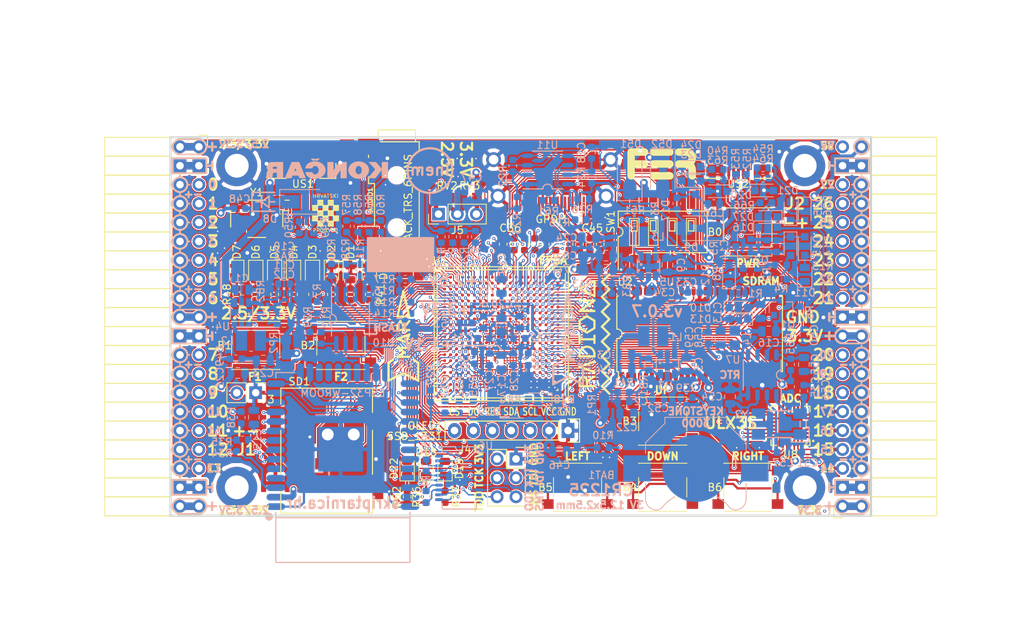
<source format=kicad_pcb>
(kicad_pcb (version 20171130) (host pcbnew 5.0.2+dfsg1-1)
  (title_block (rev v3.0.7))
  (layers (0 F.Cu signal) (1 In1.Cu signal) (2 In2.Cu signal) (31 B.Cu signal) (34 B.Paste user) (35 F.Paste user) (36 B.SilkS user) (37 F.SilkS user) (38 B.Mask user) (39 F.Mask user) (44 Edge.Cuts user))
  (net 0 "")
  (net 1 GND)
  (net 2 +5V)
  (net 3 /gpio/IN5V)
  (net 4 /gpio/OUT5V)
  (net 5 +3V3)
  (net 6 BTN_D)
  (net 7 BTN_F1)
  (net 8 BTN_F2)
  (net 9 BTN_L)
  (net 10 BTN_R)
  (net 11 BTN_U)
  (net 12 /power/FB1)
  (net 13 +2V5)
  (net 14 /power/PWREN)
  (net 15 /power/FB3)
  (net 16 /power/FB2)
  (net 17 /power/VBAT)
  (net 18 JTAG_TDI)
  (net 19 JTAG_TCK)
  (net 20 JTAG_TMS)
  (net 21 JTAG_TDO)
  (net 22 /power/WAKEUPn)
  (net 23 /power/WKUP)
  (net 24 /power/SHUT)
  (net 25 /power/WAKE)
  (net 26 /power/HOLD)
  (net 27 /power/WKn)
  (net 28 /power/OSCI_32k)
  (net 29 /power/OSCO_32k)
  (net 30 SHUTDOWN)
  (net 31 GPDI_SDA)
  (net 32 GPDI_SCL)
  (net 33 /gpdi/VREF2)
  (net 34 SD_CMD)
  (net 35 SD_CLK)
  (net 36 SD_D0)
  (net 37 SD_D1)
  (net 38 USB5V)
  (net 39 GPDI_CEC)
  (net 40 nRESET)
  (net 41 FTDI_nDTR)
  (net 42 SDRAM_CKE)
  (net 43 SDRAM_A7)
  (net 44 SDRAM_D15)
  (net 45 SDRAM_BA1)
  (net 46 SDRAM_D7)
  (net 47 SDRAM_A6)
  (net 48 SDRAM_CLK)
  (net 49 SDRAM_D13)
  (net 50 SDRAM_BA0)
  (net 51 SDRAM_D6)
  (net 52 SDRAM_A5)
  (net 53 SDRAM_D14)
  (net 54 SDRAM_A11)
  (net 55 SDRAM_D12)
  (net 56 SDRAM_D5)
  (net 57 SDRAM_A4)
  (net 58 SDRAM_A10)
  (net 59 SDRAM_D11)
  (net 60 SDRAM_A3)
  (net 61 SDRAM_D4)
  (net 62 SDRAM_D10)
  (net 63 SDRAM_D9)
  (net 64 SDRAM_A9)
  (net 65 SDRAM_D3)
  (net 66 SDRAM_D8)
  (net 67 SDRAM_A8)
  (net 68 SDRAM_A2)
  (net 69 SDRAM_A1)
  (net 70 SDRAM_A0)
  (net 71 SDRAM_D2)
  (net 72 SDRAM_D1)
  (net 73 SDRAM_D0)
  (net 74 SDRAM_DQM0)
  (net 75 SDRAM_nCS)
  (net 76 SDRAM_nRAS)
  (net 77 SDRAM_DQM1)
  (net 78 SDRAM_nCAS)
  (net 79 SDRAM_nWE)
  (net 80 /flash/FLASH_nWP)
  (net 81 /flash/FLASH_nHOLD)
  (net 82 /flash/FLASH_MOSI)
  (net 83 /flash/FLASH_MISO)
  (net 84 /flash/FLASH_SCK)
  (net 85 /flash/FLASH_nCS)
  (net 86 /flash/FPGA_PROGRAMN)
  (net 87 /flash/FPGA_DONE)
  (net 88 /flash/FPGA_INITN)
  (net 89 OLED_RES)
  (net 90 OLED_DC)
  (net 91 OLED_CS)
  (net 92 WIFI_EN)
  (net 93 FTDI_nRTS)
  (net 94 FTDI_TXD)
  (net 95 FTDI_RXD)
  (net 96 WIFI_RXD)
  (net 97 WIFI_GPIO0)
  (net 98 WIFI_TXD)
  (net 99 USB_FTDI_D+)
  (net 100 USB_FTDI_D-)
  (net 101 SD_D3)
  (net 102 AUDIO_L3)
  (net 103 AUDIO_L2)
  (net 104 AUDIO_L1)
  (net 105 AUDIO_L0)
  (net 106 AUDIO_R3)
  (net 107 AUDIO_R2)
  (net 108 AUDIO_R1)
  (net 109 AUDIO_R0)
  (net 110 OLED_CLK)
  (net 111 OLED_MOSI)
  (net 112 LED0)
  (net 113 LED1)
  (net 114 LED2)
  (net 115 LED3)
  (net 116 LED4)
  (net 117 LED5)
  (net 118 LED6)
  (net 119 LED7)
  (net 120 BTN_PWRn)
  (net 121 FTDI_nTXLED)
  (net 122 FTDI_nSLEEP)
  (net 123 /blinkey/LED_PWREN)
  (net 124 /blinkey/LED_TXLED)
  (net 125 /sdcard/SD3V3)
  (net 126 SD_D2)
  (net 127 CLK_25MHz)
  (net 128 /blinkey/BTNPUL)
  (net 129 /blinkey/BTNPUR)
  (net 130 USB_FPGA_D+)
  (net 131 /power/FTDI_nSUSPEND)
  (net 132 /blinkey/ALED0)
  (net 133 /blinkey/ALED1)
  (net 134 /blinkey/ALED2)
  (net 135 /blinkey/ALED3)
  (net 136 /blinkey/ALED4)
  (net 137 /blinkey/ALED5)
  (net 138 /blinkey/ALED6)
  (net 139 /blinkey/ALED7)
  (net 140 /usb/FTD-)
  (net 141 /usb/FTD+)
  (net 142 ADC_MISO)
  (net 143 ADC_MOSI)
  (net 144 ADC_CSn)
  (net 145 ADC_SCLK)
  (net 146 SW3)
  (net 147 SW2)
  (net 148 SW1)
  (net 149 USB_FPGA_D-)
  (net 150 /usb/FPD+)
  (net 151 /usb/FPD-)
  (net 152 WIFI_GPIO16)
  (net 153 /usb/ANT_433MHz)
  (net 154 PROG_DONE)
  (net 155 /power/P3V3)
  (net 156 /power/P2V5)
  (net 157 /power/L1)
  (net 158 /power/L3)
  (net 159 /power/L2)
  (net 160 FTDI_TXDEN)
  (net 161 SDRAM_A12)
  (net 162 /analog/AUDIO_V)
  (net 163 AUDIO_V3)
  (net 164 AUDIO_V2)
  (net 165 AUDIO_V1)
  (net 166 AUDIO_V0)
  (net 167 /blinkey/LED_WIFI)
  (net 168 /power/P1V1)
  (net 169 +1V1)
  (net 170 SW4)
  (net 171 /blinkey/SWPU)
  (net 172 /wifi/WIFIEN)
  (net 173 FT2V5)
  (net 174 GN0)
  (net 175 GP0)
  (net 176 GN1)
  (net 177 GP1)
  (net 178 GN2)
  (net 179 GP2)
  (net 180 GN3)
  (net 181 GP3)
  (net 182 GN4)
  (net 183 GP4)
  (net 184 GN5)
  (net 185 GP5)
  (net 186 GN6)
  (net 187 GP6)
  (net 188 GN14)
  (net 189 GP14)
  (net 190 GN15)
  (net 191 GP15)
  (net 192 GN16)
  (net 193 GP16)
  (net 194 GN17)
  (net 195 GP17)
  (net 196 GN18)
  (net 197 GP18)
  (net 198 GN19)
  (net 199 GP19)
  (net 200 GN20)
  (net 201 GP20)
  (net 202 GN21)
  (net 203 GP21)
  (net 204 GN22)
  (net 205 GP22)
  (net 206 GN23)
  (net 207 GP23)
  (net 208 GN24)
  (net 209 GP24)
  (net 210 GN25)
  (net 211 GP25)
  (net 212 GN26)
  (net 213 GP26)
  (net 214 GN27)
  (net 215 GP27)
  (net 216 GN7)
  (net 217 GP7)
  (net 218 GN8)
  (net 219 GP8)
  (net 220 GN9)
  (net 221 GP9)
  (net 222 GN10)
  (net 223 GP10)
  (net 224 GN11)
  (net 225 GP11)
  (net 226 GN12)
  (net 227 GP12)
  (net 228 GN13)
  (net 229 GP13)
  (net 230 WIFI_GPIO5)
  (net 231 WIFI_GPIO17)
  (net 232 USB_FPGA_PULL_D+)
  (net 233 USB_FPGA_PULL_D-)
  (net 234 "Net-(D23-Pad2)")
  (net 235 "Net-(D24-Pad1)")
  (net 236 "Net-(D25-Pad2)")
  (net 237 "Net-(D26-Pad1)")
  (net 238 /gpdi/GPDI_ETH+)
  (net 239 FPDI_ETH+)
  (net 240 /gpdi/GPDI_ETH-)
  (net 241 FPDI_ETH-)
  (net 242 /gpdi/GPDI_D2-)
  (net 243 FPDI_D2-)
  (net 244 /gpdi/GPDI_D1-)
  (net 245 FPDI_D1-)
  (net 246 /gpdi/GPDI_D0-)
  (net 247 FPDI_D0-)
  (net 248 /gpdi/GPDI_CLK-)
  (net 249 FPDI_CLK-)
  (net 250 /gpdi/GPDI_D2+)
  (net 251 FPDI_D2+)
  (net 252 /gpdi/GPDI_D1+)
  (net 253 FPDI_D1+)
  (net 254 /gpdi/GPDI_D0+)
  (net 255 FPDI_D0+)
  (net 256 /gpdi/GPDI_CLK+)
  (net 257 FPDI_CLK+)
  (net 258 FPDI_SDA)
  (net 259 FPDI_SCL)
  (net 260 /gpdi/FPDI_CEC)
  (net 261 2V5_3V3)
  (net 262 /usb/US2VBUS)
  (net 263 /power/SHD)
  (net 264 /power/RTCVDD)
  (net 265 "Net-(D27-Pad2)")
  (net 266 US2_ID)
  (net 267 /analog/AUDIO_L)
  (net 268 /analog/AUDIO_R)
  (net 269 /analog/ADC3V3)
  (net 270 PWRBTn)
  (net 271 USER_PROGRAMN)
  (net 272 "Net-(AUDIO1-Pad5)")
  (net 273 "Net-(AUDIO1-Pad6)")
  (net 274 "Net-(U1-PadW18)")
  (net 275 "Net-(U1-PadW17)")
  (net 276 "Net-(U1-PadW14)")
  (net 277 "Net-(U1-PadW13)")
  (net 278 "Net-(U1-PadW9)")
  (net 279 "Net-(U1-PadW8)")
  (net 280 "Net-(U1-PadW5)")
  (net 281 "Net-(U1-PadW4)")
  (net 282 "Net-(U1-PadT16)")
  (net 283 "Net-(U1-PadR3)")
  (net 284 SD_WP)
  (net 285 SD_CD)
  (net 286 "Net-(U1-PadM5)")
  (net 287 FTDI_nRXLED)
  (net 288 "Net-(U1-PadK17)")
  (net 289 "Net-(U1-PadK16)")
  (net 290 "Net-(U1-PadK5)")
  (net 291 "Net-(U1-PadJ5)")
  (net 292 "Net-(U1-PadJ4)")
  (net 293 "Net-(U1-PadE11)")
  (net 294 "Net-(U1-PadE10)")
  (net 295 "Net-(U1-PadE9)")
  (net 296 "Net-(U1-PadE6)")
  (net 297 "Net-(U1-PadD12)")
  (net 298 "Net-(U1-PadD11)")
  (net 299 "Net-(U1-PadD10)")
  (net 300 "Net-(U1-PadD9)")
  (net 301 "Net-(U1-PadC9)")
  (net 302 "Net-(U1-PadA15)")
  (net 303 "Net-(U8-Pad25)")
  (net 304 "Net-(U8-Pad12)")
  (net 305 "Net-(U9-Pad32)")
  (net 306 "Net-(U9-Pad22)")
  (net 307 "Net-(U9-Pad21)")
  (net 308 "Net-(U9-Pad20)")
  (net 309 "Net-(U9-Pad19)")
  (net 310 "Net-(U9-Pad18)")
  (net 311 "Net-(U9-Pad17)")
  (net 312 "Net-(U9-Pad12)")
  (net 313 "Net-(U9-Pad5)")
  (net 314 "Net-(U9-Pad4)")
  (net 315 "Net-(US1-Pad4)")
  (net 316 "Net-(Y2-Pad3)")
  (net 317 "Net-(Y2-Pad2)")
  (module hrvatski_proizvod_veci:hrvatski (layer F.Cu) (at 114.9 71.598)
    (fp_text reference HR hide)
    (fp_text value HR hide)
    (fp_text user PROIZVOD (at 0 2.3) (layer F.SilkS) (effects (font (size 0.45 0.45) (thickness 0.075))))
    (fp_text user HRVATSKI (at 0 -2.3) (layer F.SilkS) (effects (font (size 0.5 0.5) (thickness 0.075))))
  )
  (module ft231x:FT231X-SSOP-20_4.4x6.5mm_Pitch0.65mm (layer B.Cu) (at 132.835 107.14 180)
    (fp_text reference U6 (at -3.556 4.318 180) (layer B.SilkS) (effects (justify mirror)))
    (fp_text value FT231XS hide)
    (pad 20 smd oval (at 2.7 2.925 180) (size 1.1 0.4) (layers B.Cu B.Paste B.Mask) (net 94 FTDI_TXD))
    (pad 19 smd oval (at 2.7 2.275 180) (size 1.1 0.4) (layers B.Cu B.Paste B.Mask) (net 122 FTDI_nSLEEP))
    (pad 18 smd oval (at 2.7 1.625 180) (size 1.1 0.4) (layers B.Cu B.Paste B.Mask) (net 160 FTDI_TXDEN))
    (pad 17 smd oval (at 2.7 0.975 180) (size 1.1 0.4) (layers B.Cu B.Paste B.Mask) (net 287 FTDI_nRXLED))
    (pad 16 smd oval (at 2.7 0.325 180) (size 1.1 0.4) (layers B.Cu B.Paste B.Mask) (net 1 GND))
    (pad 15 smd oval (at 2.7 -0.325 180) (size 1.1 0.4) (layers B.Cu B.Paste B.Mask) (net 38 USB5V))
    (pad 14 smd oval (at 2.7 -0.975 180) (size 1.1 0.4) (layers B.Cu B.Paste B.Mask) (net 40 nRESET))
    (pad 13 smd oval (at 2.7 -1.625 180) (size 1.1 0.4) (layers B.Cu B.Paste B.Mask) (net 173 FT2V5))
    (pad 12 smd oval (at 2.7 -2.275 180) (size 1.1 0.4) (layers B.Cu B.Paste B.Mask) (net 100 USB_FTDI_D-))
    (pad 11 smd oval (at 2.7 -2.925 180) (size 1.1 0.4) (layers B.Cu B.Paste B.Mask) (net 99 USB_FTDI_D+))
    (pad 10 smd oval (at -2.7 -2.925 180) (size 1.1 0.4) (layers B.Cu B.Paste B.Mask) (net 121 FTDI_nTXLED))
    (pad 9 smd oval (at -2.7 -2.275 180) (size 1.1 0.4) (layers B.Cu B.Paste B.Mask) (net 21 JTAG_TDO))
    (pad 8 smd oval (at -2.7 -1.625 180) (size 1.1 0.4) (layers B.Cu B.Paste B.Mask) (net 20 JTAG_TMS))
    (pad 7 smd oval (at -2.7 -0.975 180) (size 1.1 0.4) (layers B.Cu B.Paste B.Mask) (net 19 JTAG_TCK))
    (pad 6 smd oval (at -2.7 -0.325 180) (size 1.1 0.4) (layers B.Cu B.Paste B.Mask) (net 1 GND))
    (pad 5 smd oval (at -2.7 0.325 180) (size 1.1 0.4) (layers B.Cu B.Paste B.Mask) (net 18 JTAG_TDI))
    (pad 4 smd oval (at -2.7 0.975 180) (size 1.1 0.4) (layers B.Cu B.Paste B.Mask) (net 95 FTDI_RXD))
    (pad 3 smd oval (at -2.7 1.625 180) (size 1.1 0.4) (layers B.Cu B.Paste B.Mask) (net 173 FT2V5))
    (pad 2 smd oval (at -2.7 2.275 180) (size 1.1 0.4) (layers B.Cu B.Paste B.Mask) (net 93 FTDI_nRTS))
    (pad 1 smd rect (at -2.7 2.925 180) (size 1.1 0.4) (layers B.Cu B.Paste B.Mask) (net 41 FTDI_nDTR))
  )
  (module micro-sd-schd3a0100:SCHD3A100 (layer F.Cu) (at 115.05 103.5 270)
    (fp_text reference SD1 (at -9.296 3.663 180) (layer F.SilkS))
    (fp_text value SCHD3A0100 hide)
    (pad 1 smd rect (at 1.75 -3.2) (size 0.7 1.5) (layers F.Cu F.Paste F.Mask) (net 126 SD_D2))
    (pad 2 smd rect (at 1.75 -2.1) (size 0.7 1.5) (layers F.Cu F.Paste F.Mask) (net 101 SD_D3))
    (pad 3 smd rect (at 1.75 -1) (size 0.7 1.5) (layers F.Cu F.Paste F.Mask) (net 34 SD_CMD))
    (pad 4 smd rect (at 1.75 0.1) (size 0.7 1.5) (layers F.Cu F.Paste F.Mask) (net 125 /sdcard/SD3V3))
    (pad 5 smd rect (at 1.75 1.2) (size 0.7 1.5) (layers F.Cu F.Paste F.Mask) (net 35 SD_CLK))
    (pad 6 smd rect (at 1.75 2.3) (size 0.7 1.5) (layers F.Cu F.Paste F.Mask) (net 1 GND))
    (pad 7 smd rect (at 1.75 3.4) (size 0.7 1.5) (layers F.Cu F.Paste F.Mask) (net 36 SD_D0))
    (pad 8 smd rect (at 1.75 4.5) (size 0.7 1.5) (layers F.Cu F.Paste F.Mask) (net 37 SD_D1))
    (pad 10 smd rect (at 6.05 -6.875) (size 1.45 0.9) (layers F.Cu F.Paste F.Mask) (net 1 GND))
    (pad 11 smd rect (at -5.65 6.875 90) (size 0.9 1.45) (layers F.Cu F.Paste F.Mask) (net 1 GND))
    (pad 9 smd rect (at 4.35 6.875) (size 1.45 2) (layers F.Cu F.Paste F.Mask) (net 1 GND))
    (pad 9 smd rect (at 4.35 -6.875) (size 1.45 2) (layers F.Cu F.Paste F.Mask) (net 1 GND))
    (pad 9 smd rect (at -3.95 -6.875) (size 1.45 2) (layers F.Cu F.Paste F.Mask) (net 1 GND))
    (pad 9 smd rect (at -3.95 6.875) (size 1.45 2) (layers F.Cu F.Paste F.Mask) (net 1 GND))
  )
  (module oscxo:Crystal_SMD_7050_4Pads (layer F.Cu) (at 105.672 72.36 180)
    (fp_text reference Y1 (at 0 3.556 180) (layer F.SilkS))
    (fp_text value FNETHE025 hide)
    (pad 1 smd rect (at -2.54 2.2 180) (size 2.2 1.8) (layers F.Cu F.Paste F.Mask) (net 5 +3V3))
    (pad 2 smd rect (at 2.54 2.2 180) (size 2.2 1.8) (layers F.Cu F.Paste F.Mask) (net 1 GND))
    (pad 3 smd rect (at 2.54 -2.2 180) (size 2.2 1.8) (layers F.Cu F.Paste F.Mask) (net 127 CLK_25MHz))
    (pad 4 smd rect (at -2.54 -2.2 180) (size 2.2 1.8) (layers F.Cu F.Paste F.Mask) (net 5 +3V3))
  )
  (module L_1008_1210:L_1008_1210 (layer B.Cu) (at 156.33 74.755 180)
    (fp_text reference L3 (at -3.19 -0.018 180) (layer B.SilkS) (effects (justify mirror)))
    (fp_text value 2.2uH hide)
    (pad 1 smd rect (at -1.27 0 180) (size 1.5 2.7) (layers B.Cu B.Paste B.Mask) (net 158 /power/L3))
    (pad 2 smd rect (at 1.27 0 180) (size 1.5 2.7) (layers B.Cu B.Paste B.Mask) (net 155 /power/P3V3))
  )
  (module L_1008_1210:L_1008_1210 (layer B.Cu) (at 158.87 88.09 180)
    (fp_text reference L1 (at -3.063 -0.145 180) (layer B.SilkS) (effects (justify mirror)))
    (fp_text value 2.2uH hide)
    (pad 1 smd rect (at -1.27 0 180) (size 1.5 2.7) (layers B.Cu B.Paste B.Mask) (net 157 /power/L1))
    (pad 2 smd rect (at 1.27 0 180) (size 1.5 2.7) (layers B.Cu B.Paste B.Mask) (net 168 /power/P1V1))
  )
  (module L_1008_1210:L_1008_1210 (layer B.Cu) (at 104.895 88.725)
    (fp_text reference L2 (at -3.16 0.018) (layer B.SilkS) (effects (justify mirror)))
    (fp_text value 2.2uH hide)
    (pad 1 smd rect (at -1.27 0) (size 1.5 2.7) (layers B.Cu B.Paste B.Mask) (net 159 /power/L2))
    (pad 2 smd rect (at 1.27 0) (size 1.5 2.7) (layers B.Cu B.Paste B.Mask) (net 156 /power/P2V5))
  )
  (module abs25:Crystal_SMD_ABS25 (layer B.Cu) (at 175.776 99.922 180)
    (fp_text reference Y2 (at 5.08 1.273 180) (layer B.SilkS) (effects (justify mirror)))
    (fp_text value 32768Hz hide)
    (pad 4 smd rect (at -2.8 1.4 180) (size 1.8 1.4) (layers B.Cu B.Paste B.Mask) (net 28 /power/OSCI_32k))
    (pad 3 smd rect (at 2.8 1.4 180) (size 1.8 1.4) (layers B.Cu B.Paste B.Mask) (net 316 "Net-(Y2-Pad3)"))
    (pad 2 smd rect (at 2.8 -1.4 180) (size 1.8 1.4) (layers B.Cu B.Paste B.Mask) (net 317 "Net-(Y2-Pad2)"))
    (pad 1 smd rect (at -2.8 -1.4 180) (size 1.8 1.4) (layers B.Cu B.Paste B.Mask) (net 29 /power/OSCO_32k))
  )
  (module Keystone_3000_1x12mm-CoinCell:Keystone_3000_1x12mm-CoinCell (layer B.Cu) (at 164.585 105.87 90)
    (fp_text reference BAT1 (at -0.907 -12.685 180) (layer B.SilkS) (effects (justify mirror)))
    (fp_text value CR1225 hide)
    (pad 1 smd rect (at 0 7.9 180) (size 3.7 3.5) (layers B.Cu B.Paste B.Mask) (net 17 /power/VBAT) (clearance 0.7))
    (pad 1 smd rect (at 0 -7.9 180) (size 3.7 3.5) (layers B.Cu B.Paste B.Mask) (net 17 /power/VBAT) (clearance 0.7))
    (pad 2 smd circle (at 0 0 180) (size 9 9) (layers B.Cu B.Mask) (net 1 GND))
  )
  (module audio-jack:CUI_SJ-43516-SMT (layer F.Cu) (at 124.468 69.518)
    (fp_text reference AUDIO1 (at -3.560502 0.28335 270) (layer F.SilkS) (effects (font (size 0.6096 0.6096) (thickness 0.1524))))
    (fp_text value JACK_TRS_6PINS (at 1.519498 0.28335 270) (layer F.SilkS))
    (pad 1 smd rect (at -3.8 -6.9 270) (size 2 2.8) (layers F.Cu F.Paste F.Mask) (net 1 GND))
    (pad 4 smd rect (at -3.8 -4.1 270) (size 2.2 2.8) (layers F.Cu F.Paste F.Mask) (net 162 /analog/AUDIO_V))
    (pad 2 smd rect (at -3.8 5.3 270) (size 2.8 2.8) (layers F.Cu F.Paste F.Mask) (net 267 /analog/AUDIO_L))
    (pad 5 smd rect (at 0.75 9.4 270) (size 2.8 2.8) (layers F.Cu F.Paste F.Mask) (net 272 "Net-(AUDIO1-Pad5)"))
    (pad 3 smd rect (at 3.8 -2.2 270) (size 2.2 2.8) (layers F.Cu F.Paste F.Mask) (net 268 /analog/AUDIO_R))
    (pad 6 smd rect (at 3.8 -5 270) (size 2 2.8) (layers F.Cu F.Paste F.Mask) (net 273 "Net-(AUDIO1-Pad6)"))
    (pad "" np_thru_hole circle (at 0 -3 270) (size 1.7 1.7) (drill 1.7) (layers *.Cu *.Mask F.SilkS) (clearance 0.4))
    (pad "" np_thru_hole circle (at 0 4 270) (size 1.7 1.7) (drill 1.7) (layers *.Cu *.Mask F.SilkS) (clearance 0.4))
  )
  (module usb_otg:USB-MICRO-B-FCI-10118192-0001LF (layer F.Cu) (at 170.3 63.325 180)
    (fp_text reference US2 (at 0 -4.336 180) (layer F.SilkS))
    (fp_text value MICRO_USB hide)
    (pad 6 smd rect (at 3.8 0 180) (size 1.8 1.9) (layers F.Cu F.Paste F.Mask) (net 1 GND))
    (pad 6 smd rect (at -3.8 0 180) (size 1.8 1.9) (layers F.Cu F.Paste F.Mask) (net 1 GND))
    (pad 5 smd rect (at 1.3 -2.675 180) (size 0.4 1.35) (layers F.Cu F.Paste F.Mask) (net 1 GND))
    (pad 4 smd rect (at 0.65 -2.675 180) (size 0.4 1.35) (layers F.Cu F.Paste F.Mask) (net 266 US2_ID))
    (pad 3 smd rect (at 0 -2.675 180) (size 0.4 1.35) (layers F.Cu F.Paste F.Mask) (net 150 /usb/FPD+))
    (pad 2 smd rect (at -0.65 -2.675 180) (size 0.4 1.35) (layers F.Cu F.Paste F.Mask) (net 151 /usb/FPD-))
    (pad 1 smd rect (at -1.3 -2.675 180) (size 0.4 1.35) (layers F.Cu F.Paste F.Mask) (net 262 /usb/US2VBUS))
    (pad 6 smd rect (at 1.2 0 180) (size 1.9 1.9) (layers F.Cu F.Paste F.Mask) (net 1 GND))
    (pad 6 smd rect (at -1.2 0 180) (size 1.9 1.9) (layers F.Cu F.Paste F.Mask) (net 1 GND))
    (pad 6 smd rect (at 3.1 -2.55 180) (size 2.1 1.6) (layers F.Cu F.Paste F.Mask) (net 1 GND))
    (pad 6 smd rect (at -3.1 -2.55 180) (size 2.1 1.6) (layers F.Cu F.Paste F.Mask) (net 1 GND))
  )
  (module usb_otg:USB-MICRO-B-FCI-10118192-0001LF (layer F.Cu) (at 111.88 63.325 180)
    (fp_text reference US1 (at 0 -4.336 180) (layer F.SilkS))
    (fp_text value MICRO_USB hide)
    (pad 6 smd rect (at 3.8 0 180) (size 1.8 1.9) (layers F.Cu F.Paste F.Mask) (net 1 GND))
    (pad 6 smd rect (at -3.8 0 180) (size 1.8 1.9) (layers F.Cu F.Paste F.Mask) (net 1 GND))
    (pad 5 smd rect (at 1.3 -2.675 180) (size 0.4 1.35) (layers F.Cu F.Paste F.Mask) (net 1 GND))
    (pad 4 smd rect (at 0.65 -2.675 180) (size 0.4 1.35) (layers F.Cu F.Paste F.Mask) (net 315 "Net-(US1-Pad4)"))
    (pad 3 smd rect (at 0 -2.675 180) (size 0.4 1.35) (layers F.Cu F.Paste F.Mask) (net 141 /usb/FTD+))
    (pad 2 smd rect (at -0.65 -2.675 180) (size 0.4 1.35) (layers F.Cu F.Paste F.Mask) (net 140 /usb/FTD-))
    (pad 1 smd rect (at -1.3 -2.675 180) (size 0.4 1.35) (layers F.Cu F.Paste F.Mask) (net 38 USB5V))
    (pad 6 smd rect (at 1.2 0 180) (size 1.9 1.9) (layers F.Cu F.Paste F.Mask) (net 1 GND))
    (pad 6 smd rect (at -1.2 0 180) (size 1.9 1.9) (layers F.Cu F.Paste F.Mask) (net 1 GND))
    (pad 6 smd rect (at 3.1 -2.55 180) (size 2.1 1.6) (layers F.Cu F.Paste F.Mask) (net 1 GND))
    (pad 6 smd rect (at -3.1 -2.55 180) (size 2.1 1.6) (layers F.Cu F.Paste F.Mask) (net 1 GND))
  )
  (module dipswitch:SW_DIP_x4_W8.61mm_Slide_LowProfile (layer F.Cu) (at 160.14 74.12 90)
    (fp_text reference SW1 (at 1.379 -6.97 90) (layer F.SilkS))
    (fp_text value SW_DIP_x04 hide)
    (pad 8 smd rect (at 4.305 -3.81 90) (size 2.44 1.12) (layers F.Cu F.Paste F.Mask) (net 148 SW1))
    (pad 4 smd rect (at -4.305 3.81 90) (size 2.44 1.12) (layers F.Cu F.Paste F.Mask) (net 171 /blinkey/SWPU))
    (pad 7 smd rect (at 4.305 -1.27 90) (size 2.44 1.12) (layers F.Cu F.Paste F.Mask) (net 147 SW2))
    (pad 3 smd rect (at -4.305 1.27 90) (size 2.44 1.12) (layers F.Cu F.Paste F.Mask) (net 171 /blinkey/SWPU))
    (pad 6 smd rect (at 4.305 1.27 90) (size 2.44 1.12) (layers F.Cu F.Paste F.Mask) (net 146 SW3))
    (pad 2 smd rect (at -4.305 -1.27 90) (size 2.44 1.12) (layers F.Cu F.Paste F.Mask) (net 171 /blinkey/SWPU))
    (pad 5 smd rect (at 4.305 3.81 90) (size 2.44 1.12) (layers F.Cu F.Paste F.Mask) (net 170 SW4))
    (pad 1 smd rect (at -4.305 -3.81 90) (size 2.44 1.12) (layers F.Cu F.Paste F.Mask) (net 171 /blinkey/SWPU))
  )
  (module conn-fci:CONN-10029449-111RLF (layer F.Cu) (at 145.296 69.312 180)
    (fp_text reference GPDI1 (at 0 -3.1115 180) (layer F.SilkS))
    (fp_text value GPDI-D hide)
    (pad 19 smd rect (at -4.25 -1 180) (size 0.3 1.9) (layers F.Cu F.Paste F.Mask) (net 240 /gpdi/GPDI_ETH-))
    (pad 18 smd rect (at -3.75 -1 180) (size 0.3 1.9) (layers F.Cu F.Paste F.Mask) (net 2 +5V))
    (pad 17 smd rect (at -3.25 -1 180) (size 0.3 1.9) (layers F.Cu F.Paste F.Mask) (net 1 GND))
    (pad 16 smd rect (at -2.75 -1 180) (size 0.3 1.9) (layers F.Cu F.Paste F.Mask) (net 31 GPDI_SDA))
    (pad 15 smd rect (at -2.25 -1 180) (size 0.3 1.9) (layers F.Cu F.Paste F.Mask) (net 32 GPDI_SCL))
    (pad 14 smd rect (at -1.75 -1 180) (size 0.3 1.9) (layers F.Cu F.Paste F.Mask) (net 238 /gpdi/GPDI_ETH+))
    (pad 13 smd rect (at -1.25 -1 180) (size 0.3 1.9) (layers F.Cu F.Paste F.Mask) (net 39 GPDI_CEC))
    (pad 12 smd rect (at -0.75 -1 180) (size 0.3 1.9) (layers F.Cu F.Paste F.Mask) (net 248 /gpdi/GPDI_CLK-))
    (pad 11 smd rect (at -0.25 -1 180) (size 0.3 1.9) (layers F.Cu F.Paste F.Mask) (net 1 GND))
    (pad 10 smd rect (at 0.25 -1 180) (size 0.3 1.9) (layers F.Cu F.Paste F.Mask) (net 256 /gpdi/GPDI_CLK+))
    (pad 9 smd rect (at 0.75 -1 180) (size 0.3 1.9) (layers F.Cu F.Paste F.Mask) (net 246 /gpdi/GPDI_D0-))
    (pad 8 smd rect (at 1.25 -1 180) (size 0.3 1.9) (layers F.Cu F.Paste F.Mask) (net 1 GND))
    (pad 7 smd rect (at 1.75 -1 180) (size 0.3 1.9) (layers F.Cu F.Paste F.Mask) (net 254 /gpdi/GPDI_D0+))
    (pad 6 smd rect (at 2.25 -1 180) (size 0.3 1.9) (layers F.Cu F.Paste F.Mask) (net 244 /gpdi/GPDI_D1-))
    (pad 5 smd rect (at 2.75 -1 180) (size 0.3 1.9) (layers F.Cu F.Paste F.Mask) (net 1 GND))
    (pad 4 smd rect (at 3.25 -1 180) (size 0.3 1.9) (layers F.Cu F.Paste F.Mask) (net 252 /gpdi/GPDI_D1+))
    (pad 3 smd rect (at 3.75 -1 180) (size 0.3 1.9) (layers F.Cu F.Paste F.Mask) (net 242 /gpdi/GPDI_D2-))
    (pad 2 smd rect (at 4.25 -1 180) (size 0.3 1.9) (layers F.Cu F.Paste F.Mask) (net 1 GND))
    (pad 1 smd rect (at 4.75 -1 180) (size 0.3 1.9) (layers F.Cu F.Paste F.Mask) (net 250 /gpdi/GPDI_D2+))
    (pad 0 thru_hole circle (at -7.25 0 180) (size 2 2) (drill 1.3) (layers *.Cu *.Mask) (net 1 GND))
    (pad 0 thru_hole circle (at 7.25 0 180) (size 2 2) (drill 1.3) (layers *.Cu *.Mask) (net 1 GND))
    (pad 0 thru_hole circle (at -7.85 4.9 180) (size 2 2) (drill 1.3) (layers *.Cu *.Mask) (net 1 GND))
    (pad 0 thru_hole circle (at 7.85 4.9 180) (size 2 2) (drill 1.3) (layers *.Cu *.Mask) (net 1 GND))
  )
  (module TSOP54:TSOP54 (layer F.Cu) (at 165.093 87.8 90)
    (fp_text reference U2 (at 6.98 -9.993 180) (layer F.SilkS))
    (fp_text value MT48LC16M16A2TG hide)
    (pad 28 smd oval (at 5.73 10.4 90) (size 1.2 0.56) (layers F.Cu F.Paste F.Mask) (net 1 GND))
    (pad 1 smd rect (at -5.73 -10.4 90) (size 1.2 0.56) (layers F.Cu F.Paste F.Mask) (net 5 +3V3))
    (pad 2 smd oval (at -5.73 -9.6 90) (size 1.2 0.56) (layers F.Cu F.Paste F.Mask) (net 73 SDRAM_D0))
    (pad 3 smd oval (at -5.73 -8.8 90) (size 1.2 0.56) (layers F.Cu F.Paste F.Mask) (net 5 +3V3))
    (pad 4 smd oval (at -5.73 -8 90) (size 1.2 0.56) (layers F.Cu F.Paste F.Mask) (net 72 SDRAM_D1))
    (pad 5 smd oval (at -5.73 -7.2 90) (size 1.2 0.56) (layers F.Cu F.Paste F.Mask) (net 71 SDRAM_D2))
    (pad 6 smd oval (at -5.73 -6.4 90) (size 1.2 0.56) (layers F.Cu F.Paste F.Mask) (net 1 GND))
    (pad 7 smd oval (at -5.73 -5.6 90) (size 1.2 0.56) (layers F.Cu F.Paste F.Mask) (net 65 SDRAM_D3))
    (pad 8 smd oval (at -5.73 -4.8 90) (size 1.2 0.56) (layers F.Cu F.Paste F.Mask) (net 61 SDRAM_D4))
    (pad 9 smd oval (at -5.73 -4 90) (size 1.2 0.56) (layers F.Cu F.Paste F.Mask) (net 5 +3V3))
    (pad 10 smd oval (at -5.73 -3.2 90) (size 1.2 0.56) (layers F.Cu F.Paste F.Mask) (net 56 SDRAM_D5))
    (pad 11 smd oval (at -5.73 -2.4 90) (size 1.2 0.56) (layers F.Cu F.Paste F.Mask) (net 51 SDRAM_D6))
    (pad 12 smd oval (at -5.73 -1.6 90) (size 1.2 0.56) (layers F.Cu F.Paste F.Mask) (net 1 GND))
    (pad 13 smd oval (at -5.73 -0.8 90) (size 1.2 0.56) (layers F.Cu F.Paste F.Mask) (net 46 SDRAM_D7))
    (pad 14 smd oval (at -5.73 0 90) (size 1.2 0.56) (layers F.Cu F.Paste F.Mask) (net 5 +3V3))
    (pad 15 smd oval (at -5.73 0.8 90) (size 1.2 0.56) (layers F.Cu F.Paste F.Mask) (net 74 SDRAM_DQM0))
    (pad 16 smd oval (at -5.73 1.6 90) (size 1.2 0.56) (layers F.Cu F.Paste F.Mask) (net 79 SDRAM_nWE))
    (pad 17 smd oval (at -5.73 2.4 90) (size 1.2 0.56) (layers F.Cu F.Paste F.Mask) (net 78 SDRAM_nCAS))
    (pad 18 smd oval (at -5.73 3.2 90) (size 1.2 0.56) (layers F.Cu F.Paste F.Mask) (net 76 SDRAM_nRAS))
    (pad 19 smd oval (at -5.73 4 90) (size 1.2 0.56) (layers F.Cu F.Paste F.Mask) (net 75 SDRAM_nCS))
    (pad 20 smd oval (at -5.73 4.8 90) (size 1.2 0.56) (layers F.Cu F.Paste F.Mask) (net 50 SDRAM_BA0))
    (pad 21 smd oval (at -5.73 5.6 90) (size 1.2 0.56) (layers F.Cu F.Paste F.Mask) (net 45 SDRAM_BA1))
    (pad 22 smd oval (at -5.73 6.4 90) (size 1.2 0.56) (layers F.Cu F.Paste F.Mask) (net 58 SDRAM_A10))
    (pad 23 smd oval (at -5.73 7.2 90) (size 1.2 0.56) (layers F.Cu F.Paste F.Mask) (net 70 SDRAM_A0))
    (pad 24 smd oval (at -5.73 8 90) (size 1.2 0.56) (layers F.Cu F.Paste F.Mask) (net 69 SDRAM_A1))
    (pad 25 smd oval (at -5.73 8.8 90) (size 1.2 0.56) (layers F.Cu F.Paste F.Mask) (net 68 SDRAM_A2))
    (pad 26 smd oval (at -5.73 9.6 90) (size 1.2 0.56) (layers F.Cu F.Paste F.Mask) (net 60 SDRAM_A3))
    (pad 27 smd oval (at -5.73 10.4 90) (size 1.2 0.56) (layers F.Cu F.Paste F.Mask) (net 5 +3V3))
    (pad 29 smd oval (at 5.73 9.6 90) (size 1.2 0.56) (layers F.Cu F.Paste F.Mask) (net 57 SDRAM_A4))
    (pad 30 smd oval (at 5.73 8.8 90) (size 1.2 0.56) (layers F.Cu F.Paste F.Mask) (net 52 SDRAM_A5))
    (pad 31 smd oval (at 5.73 8 90) (size 1.2 0.56) (layers F.Cu F.Paste F.Mask) (net 47 SDRAM_A6))
    (pad 32 smd oval (at 5.73 7.2 90) (size 1.2 0.56) (layers F.Cu F.Paste F.Mask) (net 43 SDRAM_A7))
    (pad 33 smd oval (at 5.73 6.4 90) (size 1.2 0.56) (layers F.Cu F.Paste F.Mask) (net 67 SDRAM_A8))
    (pad 34 smd oval (at 5.73 5.6 90) (size 1.2 0.56) (layers F.Cu F.Paste F.Mask) (net 64 SDRAM_A9))
    (pad 35 smd oval (at 5.73 4.8 90) (size 1.2 0.56) (layers F.Cu F.Paste F.Mask) (net 54 SDRAM_A11))
    (pad 36 smd oval (at 5.73 4 90) (size 1.2 0.56) (layers F.Cu F.Paste F.Mask) (net 161 SDRAM_A12))
    (pad 37 smd oval (at 5.73 3.2 90) (size 1.2 0.56) (layers F.Cu F.Paste F.Mask) (net 42 SDRAM_CKE))
    (pad 38 smd oval (at 5.73 2.4 90) (size 1.2 0.56) (layers F.Cu F.Paste F.Mask) (net 48 SDRAM_CLK))
    (pad 39 smd oval (at 5.73 1.6 90) (size 1.2 0.56) (layers F.Cu F.Paste F.Mask) (net 77 SDRAM_DQM1))
    (pad 40 smd oval (at 5.73 0.8 90) (size 1.2 0.56) (layers F.Cu F.Paste F.Mask))
    (pad 41 smd oval (at 5.73 0 90) (size 1.2 0.56) (layers F.Cu F.Paste F.Mask) (net 1 GND))
    (pad 42 smd oval (at 5.73 -0.8 90) (size 1.2 0.56) (layers F.Cu F.Paste F.Mask) (net 66 SDRAM_D8))
    (pad 43 smd oval (at 5.73 -1.6 90) (size 1.2 0.56) (layers F.Cu F.Paste F.Mask) (net 5 +3V3))
    (pad 44 smd oval (at 5.73 -2.4 90) (size 1.2 0.56) (layers F.Cu F.Paste F.Mask) (net 63 SDRAM_D9))
    (pad 45 smd oval (at 5.73 -3.2 90) (size 1.2 0.56) (layers F.Cu F.Paste F.Mask) (net 62 SDRAM_D10))
    (pad 46 smd oval (at 5.73 -4 90) (size 1.2 0.56) (layers F.Cu F.Paste F.Mask) (net 1 GND))
    (pad 47 smd oval (at 5.73 -4.8 90) (size 1.2 0.56) (layers F.Cu F.Paste F.Mask) (net 59 SDRAM_D11))
    (pad 48 smd oval (at 5.73 -5.6 90) (size 1.2 0.56) (layers F.Cu F.Paste F.Mask) (net 55 SDRAM_D12))
    (pad 49 smd oval (at 5.73 -6.4 90) (size 1.2 0.56) (layers F.Cu F.Paste F.Mask) (net 5 +3V3))
    (pad 50 smd oval (at 5.73 -7.2 90) (size 1.2 0.56) (layers F.Cu F.Paste F.Mask) (net 49 SDRAM_D13))
    (pad 51 smd oval (at 5.73 -8 90) (size 1.2 0.56) (layers F.Cu F.Paste F.Mask) (net 53 SDRAM_D14))
    (pad 52 smd oval (at 5.73 -8.8 90) (size 1.2 0.56) (layers F.Cu F.Paste F.Mask) (net 1 GND))
    (pad 53 smd oval (at 5.73 -9.6 90) (size 1.2 0.56) (layers F.Cu F.Paste F.Mask) (net 44 SDRAM_D15))
    (pad 54 smd oval (at 5.73 -10.4 90) (size 1.2 0.56) (layers F.Cu F.Paste F.Mask) (net 1 GND))
  )
  (module jumper:R_0805_2012Metric_Pad1.29x1.40mm_HandSolder_Jumper_NC (layer B.Cu) (at 109.609 89.632 270)
    (fp_text reference RP2 (at -0.635 1.651 270) (layer B.SilkS) (effects (justify mirror)))
    (fp_text value 0 hide)
    (fp_line (start -1 0) (end 1 0) (layer B.Cu) (width 1))
    (pad 2 smd roundrect (at 0.9675 0 270) (size 1.295 1.4) (layers B.Cu B.Mask) (net 13 +2V5))
    (pad 1 smd roundrect (at -0.9675 0 270) (size 1.295 1.4) (layers B.Cu B.Mask) (net 156 /power/P2V5))
  )
  (module jumper:R_0805_2012Metric_Pad1.29x1.40mm_HandSolder_Jumper_NC (layer B.Cu) (at 149.472 78.311 270)
    (fp_text reference RP3 (at 0 3.414 270) (layer B.SilkS) (effects (justify mirror)))
    (fp_text value 0 hide)
    (fp_line (start -1 0) (end 1 0) (layer B.Cu) (width 1))
    (pad 2 smd roundrect (at 0.9675 0 270) (size 1.295 1.4) (layers B.Cu B.Mask) (net 5 +3V3))
    (pad 1 smd roundrect (at -0.9675 0 270) (size 1.295 1.4) (layers B.Cu B.Mask) (net 155 /power/P3V3))
  )
  (module jumper:R_0805_2012Metric_Pad1.29x1.40mm_HandSolder_Jumper_NC (layer B.Cu) (at 152.281 97.361 270)
    (fp_text reference RP1 (at 0 1.65 270) (layer B.SilkS) (effects (justify mirror)))
    (fp_text value 0 hide)
    (fp_line (start -1 0) (end 1 0) (layer B.Cu) (width 1))
    (pad 2 smd roundrect (at 0.9675 0 270) (size 1.295 1.4) (layers B.Cu B.Mask) (net 169 +1V1))
    (pad 1 smd roundrect (at -0.9675 0 270) (size 1.295 1.4) (layers B.Cu B.Mask) (net 168 /power/P1V1))
  )
  (module jumper:D_SMA_Jumper_NC (layer B.Cu) (at 160.155 66.391 270)
    (fp_text reference D52 (at -4.064 0.127) (layer B.SilkS) (effects (justify mirror)))
    (fp_text value 0 hide)
    (fp_line (start -2 0) (end 2 0) (layer B.Cu) (width 1))
    (pad 2 smd roundrect (at 2 0 270) (size 2.5 1.8) (layers B.Cu B.Mask) (net 2 +5V))
    (pad 1 smd roundrect (at -2 0 270) (size 2.5 1.8) (layers B.Cu B.Mask) (net 4 /gpio/OUT5V))
  )
  (module jumper:D_SMA_Jumper_NC (layer B.Cu) (at 155.71 66.518 90)
    (fp_text reference D51 (at 4.191 0.127 180) (layer B.SilkS) (effects (justify mirror)))
    (fp_text value 0 hide)
    (fp_line (start -2 0) (end 2 0) (layer B.Cu) (width 1))
    (pad 2 smd roundrect (at 2 0 90) (size 2.5 1.8) (layers B.Cu B.Mask) (net 3 /gpio/IN5V))
    (pad 1 smd roundrect (at -2 0 90) (size 2.5 1.8) (layers B.Cu B.Mask) (net 2 +5V))
  )
  (module jumper:D_SMA_Jumper_NC (layer B.Cu) (at 164.854 73.63 180)
    (fp_text reference D9 (at 0.889 -2.54 180) (layer B.SilkS) (effects (justify mirror)))
    (fp_text value 0 hide)
    (fp_line (start -2 0) (end 2 0) (layer B.Cu) (width 1))
    (pad 2 smd roundrect (at 2 0 180) (size 2.5 1.8) (layers B.Cu B.Mask) (net 2 +5V))
    (pad 1 smd roundrect (at -2 0 180) (size 2.5 1.8) (layers B.Cu B.Mask) (net 262 /usb/US2VBUS))
  )
  (module lfe5bg381:BGA-381_pitch0.8mm_dia0.4mm (layer F.Cu) (at 138.48 87.8)
    (fp_text reference U1 (at -8.2 -9.8) (layer F.SilkS))
    (fp_text value LFE5U-85F-6BG381C hide)
    (pad Y19 smd circle (at 6.8 7.6) (size 0.4 0.4) (layers F.Cu F.Paste F.Mask) (net 1 GND))
    (pad Y17 smd circle (at 5.2 7.6) (size 0.4 0.4) (layers F.Cu F.Paste F.Mask) (net 1 GND))
    (pad Y16 smd circle (at 4.4 7.6) (size 0.4 0.4) (layers F.Cu F.Paste F.Mask) (net 1 GND))
    (pad Y15 smd circle (at 3.6 7.6) (size 0.4 0.4) (layers F.Cu F.Paste F.Mask) (net 1 GND))
    (pad Y14 smd circle (at 2.8 7.6) (size 0.4 0.4) (layers F.Cu F.Paste F.Mask) (net 1 GND))
    (pad Y12 smd circle (at 1.2 7.6) (size 0.4 0.4) (layers F.Cu F.Paste F.Mask) (net 1 GND))
    (pad Y11 smd circle (at 0.4 7.6) (size 0.4 0.4) (layers F.Cu F.Paste F.Mask) (net 1 GND))
    (pad Y8 smd circle (at -2 7.6) (size 0.4 0.4) (layers F.Cu F.Paste F.Mask) (net 1 GND))
    (pad Y7 smd circle (at -2.8 7.6) (size 0.4 0.4) (layers F.Cu F.Paste F.Mask) (net 1 GND))
    (pad Y6 smd circle (at -3.6 7.6) (size 0.4 0.4) (layers F.Cu F.Paste F.Mask) (net 1 GND))
    (pad Y5 smd circle (at -4.4 7.6) (size 0.4 0.4) (layers F.Cu F.Paste F.Mask) (net 1 GND))
    (pad Y3 smd circle (at -6 7.6) (size 0.4 0.4) (layers F.Cu F.Paste F.Mask) (net 87 /flash/FPGA_DONE))
    (pad Y2 smd circle (at -6.8 7.6) (size 0.4 0.4) (layers F.Cu F.Paste F.Mask) (net 80 /flash/FLASH_nWP))
    (pad W20 smd circle (at 7.6 6.8) (size 0.4 0.4) (layers F.Cu F.Paste F.Mask) (net 1 GND))
    (pad W19 smd circle (at 6.8 6.8) (size 0.4 0.4) (layers F.Cu F.Paste F.Mask) (net 1 GND))
    (pad W18 smd circle (at 6 6.8) (size 0.4 0.4) (layers F.Cu F.Paste F.Mask) (net 274 "Net-(U1-PadW18)"))
    (pad W17 smd circle (at 5.2 6.8) (size 0.4 0.4) (layers F.Cu F.Paste F.Mask) (net 275 "Net-(U1-PadW17)"))
    (pad W16 smd circle (at 4.4 6.8) (size 0.4 0.4) (layers F.Cu F.Paste F.Mask) (net 1 GND))
    (pad W15 smd circle (at 3.6 6.8) (size 0.4 0.4) (layers F.Cu F.Paste F.Mask) (net 1 GND))
    (pad W14 smd circle (at 2.8 6.8) (size 0.4 0.4) (layers F.Cu F.Paste F.Mask) (net 276 "Net-(U1-PadW14)"))
    (pad W13 smd circle (at 2 6.8) (size 0.4 0.4) (layers F.Cu F.Paste F.Mask) (net 277 "Net-(U1-PadW13)"))
    (pad W12 smd circle (at 1.2 6.8) (size 0.4 0.4) (layers F.Cu F.Paste F.Mask) (net 1 GND))
    (pad W11 smd circle (at 0.4 6.8) (size 0.4 0.4) (layers F.Cu F.Paste F.Mask))
    (pad W10 smd circle (at -0.4 6.8) (size 0.4 0.4) (layers F.Cu F.Paste F.Mask))
    (pad W9 smd circle (at -1.2 6.8) (size 0.4 0.4) (layers F.Cu F.Paste F.Mask) (net 278 "Net-(U1-PadW9)"))
    (pad W8 smd circle (at -2 6.8) (size 0.4 0.4) (layers F.Cu F.Paste F.Mask) (net 279 "Net-(U1-PadW8)"))
    (pad W7 smd circle (at -2.8 6.8) (size 0.4 0.4) (layers F.Cu F.Paste F.Mask) (net 1 GND))
    (pad W6 smd circle (at -3.6 6.8) (size 0.4 0.4) (layers F.Cu F.Paste F.Mask) (net 1 GND))
    (pad W5 smd circle (at -4.4 6.8) (size 0.4 0.4) (layers F.Cu F.Paste F.Mask) (net 280 "Net-(U1-PadW5)"))
    (pad W4 smd circle (at -5.2 6.8) (size 0.4 0.4) (layers F.Cu F.Paste F.Mask) (net 281 "Net-(U1-PadW4)"))
    (pad W3 smd circle (at -6 6.8) (size 0.4 0.4) (layers F.Cu F.Paste F.Mask) (net 86 /flash/FPGA_PROGRAMN))
    (pad W2 smd circle (at -6.8 6.8) (size 0.4 0.4) (layers F.Cu F.Paste F.Mask) (net 82 /flash/FLASH_MOSI))
    (pad W1 smd circle (at -7.6 6.8) (size 0.4 0.4) (layers F.Cu F.Paste F.Mask) (net 81 /flash/FLASH_nHOLD))
    (pad V20 smd circle (at 7.6 6) (size 0.4 0.4) (layers F.Cu F.Paste F.Mask) (net 1 GND))
    (pad V19 smd circle (at 6.8 6) (size 0.4 0.4) (layers F.Cu F.Paste F.Mask) (net 1 GND))
    (pad V18 smd circle (at 6 6) (size 0.4 0.4) (layers F.Cu F.Paste F.Mask) (net 1 GND))
    (pad V17 smd circle (at 5.2 6) (size 0.4 0.4) (layers F.Cu F.Paste F.Mask) (net 1 GND))
    (pad V16 smd circle (at 4.4 6) (size 0.4 0.4) (layers F.Cu F.Paste F.Mask) (net 1 GND))
    (pad V15 smd circle (at 3.6 6) (size 0.4 0.4) (layers F.Cu F.Paste F.Mask) (net 1 GND))
    (pad V14 smd circle (at 2.8 6) (size 0.4 0.4) (layers F.Cu F.Paste F.Mask) (net 1 GND))
    (pad V13 smd circle (at 2 6) (size 0.4 0.4) (layers F.Cu F.Paste F.Mask) (net 1 GND))
    (pad V12 smd circle (at 1.2 6) (size 0.4 0.4) (layers F.Cu F.Paste F.Mask) (net 1 GND))
    (pad V11 smd circle (at 0.4 6) (size 0.4 0.4) (layers F.Cu F.Paste F.Mask) (net 1 GND))
    (pad V10 smd circle (at -0.4 6) (size 0.4 0.4) (layers F.Cu F.Paste F.Mask) (net 1 GND))
    (pad V9 smd circle (at -1.2 6) (size 0.4 0.4) (layers F.Cu F.Paste F.Mask) (net 1 GND))
    (pad V8 smd circle (at -2 6) (size 0.4 0.4) (layers F.Cu F.Paste F.Mask) (net 1 GND))
    (pad V7 smd circle (at -2.8 6) (size 0.4 0.4) (layers F.Cu F.Paste F.Mask) (net 1 GND))
    (pad V6 smd circle (at -3.6 6) (size 0.4 0.4) (layers F.Cu F.Paste F.Mask) (net 1 GND))
    (pad V5 smd circle (at -4.4 6) (size 0.4 0.4) (layers F.Cu F.Paste F.Mask) (net 1 GND))
    (pad V4 smd circle (at -5.2 6) (size 0.4 0.4) (layers F.Cu F.Paste F.Mask) (net 21 JTAG_TDO))
    (pad V3 smd circle (at -6 6) (size 0.4 0.4) (layers F.Cu F.Paste F.Mask) (net 88 /flash/FPGA_INITN))
    (pad V2 smd circle (at -6.8 6) (size 0.4 0.4) (layers F.Cu F.Paste F.Mask) (net 83 /flash/FLASH_MISO))
    (pad V1 smd circle (at -7.6 6) (size 0.4 0.4) (layers F.Cu F.Paste F.Mask) (net 6 BTN_D))
    (pad U20 smd circle (at 7.6 5.2) (size 0.4 0.4) (layers F.Cu F.Paste F.Mask) (net 46 SDRAM_D7))
    (pad U19 smd circle (at 6.8 5.2) (size 0.4 0.4) (layers F.Cu F.Paste F.Mask) (net 74 SDRAM_DQM0))
    (pad U18 smd circle (at 6 5.2) (size 0.4 0.4) (layers F.Cu F.Paste F.Mask) (net 189 GP14))
    (pad U17 smd circle (at 5.2 5.2) (size 0.4 0.4) (layers F.Cu F.Paste F.Mask) (net 188 GN14))
    (pad U16 smd circle (at 4.4 5.2) (size 0.4 0.4) (layers F.Cu F.Paste F.Mask) (net 142 ADC_MISO))
    (pad U15 smd circle (at 3.6 5.2) (size 0.4 0.4) (layers F.Cu F.Paste F.Mask) (net 1 GND))
    (pad U14 smd circle (at 2.8 5.2) (size 0.4 0.4) (layers F.Cu F.Paste F.Mask) (net 1 GND))
    (pad U13 smd circle (at 2 5.2) (size 0.4 0.4) (layers F.Cu F.Paste F.Mask) (net 1 GND))
    (pad U12 smd circle (at 1.2 5.2) (size 0.4 0.4) (layers F.Cu F.Paste F.Mask) (net 1 GND))
    (pad U11 smd circle (at 0.4 5.2) (size 0.4 0.4) (layers F.Cu F.Paste F.Mask) (net 1 GND))
    (pad U10 smd circle (at -0.4 5.2) (size 0.4 0.4) (layers F.Cu F.Paste F.Mask) (net 1 GND))
    (pad U9 smd circle (at -1.2 5.2) (size 0.4 0.4) (layers F.Cu F.Paste F.Mask) (net 1 GND))
    (pad U8 smd circle (at -2 5.2) (size 0.4 0.4) (layers F.Cu F.Paste F.Mask) (net 1 GND))
    (pad U7 smd circle (at -2.8 5.2) (size 0.4 0.4) (layers F.Cu F.Paste F.Mask) (net 1 GND))
    (pad U6 smd circle (at -3.6 5.2) (size 0.4 0.4) (layers F.Cu F.Paste F.Mask) (net 1 GND))
    (pad U5 smd circle (at -4.4 5.2) (size 0.4 0.4) (layers F.Cu F.Paste F.Mask) (net 20 JTAG_TMS))
    (pad U4 smd circle (at -5.2 5.2) (size 0.4 0.4) (layers F.Cu F.Paste F.Mask) (net 1 GND))
    (pad U3 smd circle (at -6 5.2) (size 0.4 0.4) (layers F.Cu F.Paste F.Mask) (net 84 /flash/FLASH_SCK))
    (pad U2 smd circle (at -6.8 5.2) (size 0.4 0.4) (layers F.Cu F.Paste F.Mask) (net 5 +3V3))
    (pad U1 smd circle (at -7.6 5.2) (size 0.4 0.4) (layers F.Cu F.Paste F.Mask) (net 9 BTN_L))
    (pad T20 smd circle (at 7.6 4.4) (size 0.4 0.4) (layers F.Cu F.Paste F.Mask) (net 79 SDRAM_nWE))
    (pad T19 smd circle (at 6.8 4.4) (size 0.4 0.4) (layers F.Cu F.Paste F.Mask) (net 78 SDRAM_nCAS))
    (pad T18 smd circle (at 6 4.4) (size 0.4 0.4) (layers F.Cu F.Paste F.Mask) (net 56 SDRAM_D5))
    (pad T17 smd circle (at 5.2 4.4) (size 0.4 0.4) (layers F.Cu F.Paste F.Mask) (net 51 SDRAM_D6))
    (pad T16 smd circle (at 4.4 4.4) (size 0.4 0.4) (layers F.Cu F.Paste F.Mask) (net 282 "Net-(U1-PadT16)"))
    (pad T15 smd circle (at 3.6 4.4) (size 0.4 0.4) (layers F.Cu F.Paste F.Mask) (net 1 GND))
    (pad T14 smd circle (at 2.8 4.4) (size 0.4 0.4) (layers F.Cu F.Paste F.Mask) (net 1 GND))
    (pad T13 smd circle (at 2 4.4) (size 0.4 0.4) (layers F.Cu F.Paste F.Mask) (net 1 GND))
    (pad T12 smd circle (at 1.2 4.4) (size 0.4 0.4) (layers F.Cu F.Paste F.Mask) (net 1 GND))
    (pad T11 smd circle (at 0.4 4.4) (size 0.4 0.4) (layers F.Cu F.Paste F.Mask) (net 1 GND))
    (pad T10 smd circle (at -0.4 4.4) (size 0.4 0.4) (layers F.Cu F.Paste F.Mask) (net 1 GND))
    (pad T9 smd circle (at -1.2 4.4) (size 0.4 0.4) (layers F.Cu F.Paste F.Mask) (net 1 GND))
    (pad T8 smd circle (at -2 4.4) (size 0.4 0.4) (layers F.Cu F.Paste F.Mask) (net 1 GND))
    (pad T7 smd circle (at -2.8 4.4) (size 0.4 0.4) (layers F.Cu F.Paste F.Mask) (net 1 GND))
    (pad T6 smd circle (at -3.6 4.4) (size 0.4 0.4) (layers F.Cu F.Paste F.Mask) (net 1 GND))
    (pad T5 smd circle (at -4.4 4.4) (size 0.4 0.4) (layers F.Cu F.Paste F.Mask) (net 19 JTAG_TCK))
    (pad T4 smd circle (at -5.2 4.4) (size 0.4 0.4) (layers F.Cu F.Paste F.Mask) (net 5 +3V3))
    (pad T3 smd circle (at -6 4.4) (size 0.4 0.4) (layers F.Cu F.Paste F.Mask) (net 5 +3V3))
    (pad T2 smd circle (at -6.8 4.4) (size 0.4 0.4) (layers F.Cu F.Paste F.Mask) (net 5 +3V3))
    (pad T1 smd circle (at -7.6 4.4) (size 0.4 0.4) (layers F.Cu F.Paste F.Mask) (net 8 BTN_F2))
    (pad R20 smd circle (at 7.6 3.6) (size 0.4 0.4) (layers F.Cu F.Paste F.Mask) (net 76 SDRAM_nRAS))
    (pad R19 smd circle (at 6.8 3.6) (size 0.4 0.4) (layers F.Cu F.Paste F.Mask) (net 1 GND))
    (pad R18 smd circle (at 6 3.6) (size 0.4 0.4) (layers F.Cu F.Paste F.Mask) (net 11 BTN_U))
    (pad R17 smd circle (at 5.2 3.6) (size 0.4 0.4) (layers F.Cu F.Paste F.Mask) (net 144 ADC_CSn))
    (pad R16 smd circle (at 4.4 3.6) (size 0.4 0.4) (layers F.Cu F.Paste F.Mask) (net 143 ADC_MOSI))
    (pad R5 smd circle (at -4.4 3.6) (size 0.4 0.4) (layers F.Cu F.Paste F.Mask) (net 18 JTAG_TDI))
    (pad R4 smd circle (at -5.2 3.6) (size 0.4 0.4) (layers F.Cu F.Paste F.Mask) (net 1 GND))
    (pad R3 smd circle (at -6 3.6) (size 0.4 0.4) (layers F.Cu F.Paste F.Mask) (net 283 "Net-(U1-PadR3)"))
    (pad R2 smd circle (at -6.8 3.6) (size 0.4 0.4) (layers F.Cu F.Paste F.Mask) (net 85 /flash/FLASH_nCS))
    (pad R1 smd circle (at -7.6 3.6) (size 0.4 0.4) (layers F.Cu F.Paste F.Mask) (net 7 BTN_F1))
    (pad P20 smd circle (at 7.6 2.8) (size 0.4 0.4) (layers F.Cu F.Paste F.Mask) (net 75 SDRAM_nCS))
    (pad P19 smd circle (at 6.8 2.8) (size 0.4 0.4) (layers F.Cu F.Paste F.Mask) (net 50 SDRAM_BA0))
    (pad P18 smd circle (at 6 2.8) (size 0.4 0.4) (layers F.Cu F.Paste F.Mask) (net 61 SDRAM_D4))
    (pad P17 smd circle (at 5.2 2.8) (size 0.4 0.4) (layers F.Cu F.Paste F.Mask) (net 145 ADC_SCLK))
    (pad P16 smd circle (at 4.4 2.8) (size 0.4 0.4) (layers F.Cu F.Paste F.Mask) (net 190 GN15))
    (pad P15 smd circle (at 3.6 2.8) (size 0.4 0.4) (layers F.Cu F.Paste F.Mask) (net 13 +2V5))
    (pad P14 smd circle (at 2.8 2.8) (size 0.4 0.4) (layers F.Cu F.Paste F.Mask) (net 1 GND))
    (pad P13 smd circle (at 2 2.8) (size 0.4 0.4) (layers F.Cu F.Paste F.Mask) (net 1 GND))
    (pad P12 smd circle (at 1.2 2.8) (size 0.4 0.4) (layers F.Cu F.Paste F.Mask) (net 1 GND))
    (pad P11 smd circle (at 0.4 2.8) (size 0.4 0.4) (layers F.Cu F.Paste F.Mask) (net 1 GND))
    (pad P10 smd circle (at -0.4 2.8) (size 0.4 0.4) (layers F.Cu F.Paste F.Mask) (net 5 +3V3))
    (pad P9 smd circle (at -1.2 2.8) (size 0.4 0.4) (layers F.Cu F.Paste F.Mask) (net 5 +3V3))
    (pad P8 smd circle (at -2 2.8) (size 0.4 0.4) (layers F.Cu F.Paste F.Mask) (net 1 GND))
    (pad P7 smd circle (at -2.8 2.8) (size 0.4 0.4) (layers F.Cu F.Paste F.Mask) (net 1 GND))
    (pad P6 smd circle (at -3.6 2.8) (size 0.4 0.4) (layers F.Cu F.Paste F.Mask) (net 13 +2V5))
    (pad P5 smd circle (at -4.4 2.8) (size 0.4 0.4) (layers F.Cu F.Paste F.Mask) (net 284 SD_WP))
    (pad P4 smd circle (at -5.2 2.8) (size 0.4 0.4) (layers F.Cu F.Paste F.Mask) (net 110 OLED_CLK))
    (pad P3 smd circle (at -6 2.8) (size 0.4 0.4) (layers F.Cu F.Paste F.Mask) (net 111 OLED_MOSI))
    (pad P2 smd circle (at -6.8 2.8) (size 0.4 0.4) (layers F.Cu F.Paste F.Mask) (net 89 OLED_RES))
    (pad P1 smd circle (at -7.6 2.8) (size 0.4 0.4) (layers F.Cu F.Paste F.Mask) (net 90 OLED_DC))
    (pad N20 smd circle (at 7.6 2) (size 0.4 0.4) (layers F.Cu F.Paste F.Mask) (net 45 SDRAM_BA1))
    (pad N19 smd circle (at 6.8 2) (size 0.4 0.4) (layers F.Cu F.Paste F.Mask) (net 58 SDRAM_A10))
    (pad N18 smd circle (at 6 2) (size 0.4 0.4) (layers F.Cu F.Paste F.Mask) (net 65 SDRAM_D3))
    (pad N17 smd circle (at 5.2 2) (size 0.4 0.4) (layers F.Cu F.Paste F.Mask) (net 191 GP15))
    (pad N16 smd circle (at 4.4 2) (size 0.4 0.4) (layers F.Cu F.Paste F.Mask) (net 193 GP16))
    (pad N15 smd circle (at 3.6 2) (size 0.4 0.4) (layers F.Cu F.Paste F.Mask) (net 1 GND))
    (pad N14 smd circle (at 2.8 2) (size 0.4 0.4) (layers F.Cu F.Paste F.Mask) (net 1 GND))
    (pad N13 smd circle (at 2 2) (size 0.4 0.4) (layers F.Cu F.Paste F.Mask) (net 169 +1V1))
    (pad N12 smd circle (at 1.2 2) (size 0.4 0.4) (layers F.Cu F.Paste F.Mask) (net 169 +1V1))
    (pad N11 smd circle (at 0.4 2) (size 0.4 0.4) (layers F.Cu F.Paste F.Mask) (net 169 +1V1))
    (pad N10 smd circle (at -0.4 2) (size 0.4 0.4) (layers F.Cu F.Paste F.Mask) (net 169 +1V1))
    (pad N9 smd circle (at -1.2 2) (size 0.4 0.4) (layers F.Cu F.Paste F.Mask) (net 169 +1V1))
    (pad N8 smd circle (at -2 2) (size 0.4 0.4) (layers F.Cu F.Paste F.Mask) (net 169 +1V1))
    (pad N7 smd circle (at -2.8 2) (size 0.4 0.4) (layers F.Cu F.Paste F.Mask) (net 1 GND))
    (pad N6 smd circle (at -3.6 2) (size 0.4 0.4) (layers F.Cu F.Paste F.Mask) (net 1 GND))
    (pad N5 smd circle (at -4.4 2) (size 0.4 0.4) (layers F.Cu F.Paste F.Mask) (net 285 SD_CD))
    (pad N4 smd circle (at -5.2 2) (size 0.4 0.4) (layers F.Cu F.Paste F.Mask) (net 230 WIFI_GPIO5))
    (pad N3 smd circle (at -6 2) (size 0.4 0.4) (layers F.Cu F.Paste F.Mask) (net 231 WIFI_GPIO17))
    (pad N2 smd circle (at -6.8 2) (size 0.4 0.4) (layers F.Cu F.Paste F.Mask) (net 91 OLED_CS))
    (pad N1 smd circle (at -7.6 2) (size 0.4 0.4) (layers F.Cu F.Paste F.Mask) (net 41 FTDI_nDTR))
    (pad M20 smd circle (at 7.6 1.2) (size 0.4 0.4) (layers F.Cu F.Paste F.Mask) (net 70 SDRAM_A0))
    (pad M19 smd circle (at 6.8 1.2) (size 0.4 0.4) (layers F.Cu F.Paste F.Mask) (net 69 SDRAM_A1))
    (pad M18 smd circle (at 6 1.2) (size 0.4 0.4) (layers F.Cu F.Paste F.Mask) (net 71 SDRAM_D2))
    (pad M17 smd circle (at 5.2 1.2) (size 0.4 0.4) (layers F.Cu F.Paste F.Mask) (net 192 GN16))
    (pad M16 smd circle (at 4.4 1.2) (size 0.4 0.4) (layers F.Cu F.Paste F.Mask) (net 1 GND))
    (pad M15 smd circle (at 3.6 1.2) (size 0.4 0.4) (layers F.Cu F.Paste F.Mask) (net 5 +3V3))
    (pad M14 smd circle (at 2.8 1.2) (size 0.4 0.4) (layers F.Cu F.Paste F.Mask) (net 1 GND))
    (pad M13 smd circle (at 2 1.2) (size 0.4 0.4) (layers F.Cu F.Paste F.Mask) (net 169 +1V1))
    (pad M12 smd circle (at 1.2 1.2) (size 0.4 0.4) (layers F.Cu F.Paste F.Mask) (net 1 GND))
    (pad M11 smd circle (at 0.4 1.2) (size 0.4 0.4) (layers F.Cu F.Paste F.Mask) (net 1 GND))
    (pad M10 smd circle (at -0.4 1.2) (size 0.4 0.4) (layers F.Cu F.Paste F.Mask) (net 1 GND))
    (pad M9 smd circle (at -1.2 1.2) (size 0.4 0.4) (layers F.Cu F.Paste F.Mask) (net 1 GND))
    (pad M8 smd circle (at -2 1.2) (size 0.4 0.4) (layers F.Cu F.Paste F.Mask) (net 169 +1V1))
    (pad M7 smd circle (at -2.8 1.2) (size 0.4 0.4) (layers F.Cu F.Paste F.Mask) (net 1 GND))
    (pad M6 smd circle (at -3.6 1.2) (size 0.4 0.4) (layers F.Cu F.Paste F.Mask) (net 5 +3V3))
    (pad M5 smd circle (at -4.4 1.2) (size 0.4 0.4) (layers F.Cu F.Paste F.Mask) (net 286 "Net-(U1-PadM5)"))
    (pad M4 smd circle (at -5.2 1.2) (size 0.4 0.4) (layers F.Cu F.Paste F.Mask) (net 271 USER_PROGRAMN))
    (pad M3 smd circle (at -6 1.2) (size 0.4 0.4) (layers F.Cu F.Paste F.Mask) (net 93 FTDI_nRTS))
    (pad M2 smd circle (at -6.8 1.2) (size 0.4 0.4) (layers F.Cu F.Paste F.Mask) (net 1 GND))
    (pad M1 smd circle (at -7.6 1.2) (size 0.4 0.4) (layers F.Cu F.Paste F.Mask) (net 94 FTDI_TXD))
    (pad L20 smd circle (at 7.6 0.4) (size 0.4 0.4) (layers F.Cu F.Paste F.Mask) (net 68 SDRAM_A2))
    (pad L19 smd circle (at 6.8 0.4) (size 0.4 0.4) (layers F.Cu F.Paste F.Mask) (net 60 SDRAM_A3))
    (pad L18 smd circle (at 6 0.4) (size 0.4 0.4) (layers F.Cu F.Paste F.Mask) (net 72 SDRAM_D1))
    (pad L17 smd circle (at 5.2 0.4) (size 0.4 0.4) (layers F.Cu F.Paste F.Mask) (net 194 GN17))
    (pad L16 smd circle (at 4.4 0.4) (size 0.4 0.4) (layers F.Cu F.Paste F.Mask) (net 195 GP17))
    (pad L15 smd circle (at 3.6 0.4) (size 0.4 0.4) (layers F.Cu F.Paste F.Mask) (net 5 +3V3))
    (pad L14 smd circle (at 2.8 0.4) (size 0.4 0.4) (layers F.Cu F.Paste F.Mask) (net 5 +3V3))
    (pad L13 smd circle (at 2 0.4) (size 0.4 0.4) (layers F.Cu F.Paste F.Mask) (net 169 +1V1))
    (pad L12 smd circle (at 1.2 0.4) (size 0.4 0.4) (layers F.Cu F.Paste F.Mask) (net 1 GND))
    (pad L11 smd circle (at 0.4 0.4) (size 0.4 0.4) (layers F.Cu F.Paste F.Mask) (net 1 GND))
    (pad L10 smd circle (at -0.4 0.4) (size 0.4 0.4) (layers F.Cu F.Paste F.Mask) (net 1 GND))
    (pad L9 smd circle (at -1.2 0.4) (size 0.4 0.4) (layers F.Cu F.Paste F.Mask) (net 1 GND))
    (pad L8 smd circle (at -2 0.4) (size 0.4 0.4) (layers F.Cu F.Paste F.Mask) (net 169 +1V1))
    (pad L7 smd circle (at -2.8 0.4) (size 0.4 0.4) (layers F.Cu F.Paste F.Mask) (net 5 +3V3))
    (pad L6 smd circle (at -3.6 0.4) (size 0.4 0.4) (layers F.Cu F.Paste F.Mask) (net 5 +3V3))
    (pad L5 smd circle (at -4.4 0.4) (size 0.4 0.4) (layers F.Cu F.Paste F.Mask) (net 287 FTDI_nRXLED))
    (pad L4 smd circle (at -5.2 0.4) (size 0.4 0.4) (layers F.Cu F.Paste F.Mask) (net 95 FTDI_RXD))
    (pad L3 smd circle (at -6 0.4) (size 0.4 0.4) (layers F.Cu F.Paste F.Mask) (net 160 FTDI_TXDEN))
    (pad L2 smd circle (at -6.8 0.4) (size 0.4 0.4) (layers F.Cu F.Paste F.Mask) (net 97 WIFI_GPIO0))
    (pad L1 smd circle (at -7.6 0.4) (size 0.4 0.4) (layers F.Cu F.Paste F.Mask) (net 152 WIFI_GPIO16))
    (pad K20 smd circle (at 7.6 -0.4) (size 0.4 0.4) (layers F.Cu F.Paste F.Mask) (net 57 SDRAM_A4))
    (pad K19 smd circle (at 6.8 -0.4) (size 0.4 0.4) (layers F.Cu F.Paste F.Mask) (net 52 SDRAM_A5))
    (pad K18 smd circle (at 6 -0.4) (size 0.4 0.4) (layers F.Cu F.Paste F.Mask) (net 47 SDRAM_A6))
    (pad K17 smd circle (at 5.2 -0.4) (size 0.4 0.4) (layers F.Cu F.Paste F.Mask) (net 288 "Net-(U1-PadK17)"))
    (pad K16 smd circle (at 4.4 -0.4) (size 0.4 0.4) (layers F.Cu F.Paste F.Mask) (net 289 "Net-(U1-PadK16)"))
    (pad K15 smd circle (at 3.6 -0.4) (size 0.4 0.4) (layers F.Cu F.Paste F.Mask) (net 1 GND))
    (pad K14 smd circle (at 2.8 -0.4) (size 0.4 0.4) (layers F.Cu F.Paste F.Mask) (net 1 GND))
    (pad K13 smd circle (at 2 -0.4) (size 0.4 0.4) (layers F.Cu F.Paste F.Mask) (net 169 +1V1))
    (pad K12 smd circle (at 1.2 -0.4) (size 0.4 0.4) (layers F.Cu F.Paste F.Mask) (net 1 GND))
    (pad K11 smd circle (at 0.4 -0.4) (size 0.4 0.4) (layers F.Cu F.Paste F.Mask) (net 1 GND))
    (pad K10 smd circle (at -0.4 -0.4) (size 0.4 0.4) (layers F.Cu F.Paste F.Mask) (net 1 GND))
    (pad K9 smd circle (at -1.2 -0.4) (size 0.4 0.4) (layers F.Cu F.Paste F.Mask) (net 1 GND))
    (pad K8 smd circle (at -2 -0.4) (size 0.4 0.4) (layers F.Cu F.Paste F.Mask) (net 169 +1V1))
    (pad K7 smd circle (at -2.8 -0.4) (size 0.4 0.4) (layers F.Cu F.Paste F.Mask) (net 1 GND))
    (pad K6 smd circle (at -3.6 -0.4) (size 0.4 0.4) (layers F.Cu F.Paste F.Mask) (net 1 GND))
    (pad K5 smd circle (at -4.4 -0.4) (size 0.4 0.4) (layers F.Cu F.Paste F.Mask) (net 290 "Net-(U1-PadK5)"))
    (pad K4 smd circle (at -5.2 -0.4) (size 0.4 0.4) (layers F.Cu F.Paste F.Mask) (net 98 WIFI_TXD))
    (pad K3 smd circle (at -6 -0.4) (size 0.4 0.4) (layers F.Cu F.Paste F.Mask) (net 96 WIFI_RXD))
    (pad K2 smd circle (at -6.8 -0.4) (size 0.4 0.4) (layers F.Cu F.Paste F.Mask) (net 101 SD_D3))
    (pad K1 smd circle (at -7.6 -0.4) (size 0.4 0.4) (layers F.Cu F.Paste F.Mask) (net 126 SD_D2))
    (pad J20 smd circle (at 7.6 -1.2) (size 0.4 0.4) (layers F.Cu F.Paste F.Mask) (net 43 SDRAM_A7))
    (pad J19 smd circle (at 6.8 -1.2) (size 0.4 0.4) (layers F.Cu F.Paste F.Mask) (net 67 SDRAM_A8))
    (pad J18 smd circle (at 6 -1.2) (size 0.4 0.4) (layers F.Cu F.Paste F.Mask) (net 53 SDRAM_D14))
    (pad J17 smd circle (at 5.2 -1.2) (size 0.4 0.4) (layers F.Cu F.Paste F.Mask) (net 44 SDRAM_D15))
    (pad J16 smd circle (at 4.4 -1.2) (size 0.4 0.4) (layers F.Cu F.Paste F.Mask) (net 73 SDRAM_D0))
    (pad J15 smd circle (at 3.6 -1.2) (size 0.4 0.4) (layers F.Cu F.Paste F.Mask) (net 5 +3V3))
    (pad J14 smd circle (at 2.8 -1.2) (size 0.4 0.4) (layers F.Cu F.Paste F.Mask) (net 1 GND))
    (pad J13 smd circle (at 2 -1.2) (size 0.4 0.4) (layers F.Cu F.Paste F.Mask) (net 169 +1V1))
    (pad J12 smd circle (at 1.2 -1.2) (size 0.4 0.4) (layers F.Cu F.Paste F.Mask) (net 1 GND))
    (pad J11 smd circle (at 0.4 -1.2) (size 0.4 0.4) (layers F.Cu F.Paste F.Mask) (net 1 GND))
    (pad J10 smd circle (at -0.4 -1.2) (size 0.4 0.4) (layers F.Cu F.Paste F.Mask) (net 1 GND))
    (pad J9 smd circle (at -1.2 -1.2) (size 0.4 0.4) (layers F.Cu F.Paste F.Mask) (net 1 GND))
    (pad J8 smd circle (at -2 -1.2) (size 0.4 0.4) (layers F.Cu F.Paste F.Mask) (net 169 +1V1))
    (pad J7 smd circle (at -2.8 -1.2) (size 0.4 0.4) (layers F.Cu F.Paste F.Mask) (net 1 GND))
    (pad J6 smd circle (at -3.6 -1.2) (size 0.4 0.4) (layers F.Cu F.Paste F.Mask) (net 261 2V5_3V3))
    (pad J5 smd circle (at -4.4 -1.2) (size 0.4 0.4) (layers F.Cu F.Paste F.Mask) (net 291 "Net-(U1-PadJ5)"))
    (pad J4 smd circle (at -5.2 -1.2) (size 0.4 0.4) (layers F.Cu F.Paste F.Mask) (net 292 "Net-(U1-PadJ4)"))
    (pad J3 smd circle (at -6 -1.2) (size 0.4 0.4) (layers F.Cu F.Paste F.Mask) (net 36 SD_D0))
    (pad J2 smd circle (at -6.8 -1.2) (size 0.4 0.4) (layers F.Cu F.Paste F.Mask) (net 1 GND))
    (pad J1 smd circle (at -7.6 -1.2) (size 0.4 0.4) (layers F.Cu F.Paste F.Mask) (net 34 SD_CMD))
    (pad H20 smd circle (at 7.6 -2) (size 0.4 0.4) (layers F.Cu F.Paste F.Mask) (net 64 SDRAM_A9))
    (pad H19 smd circle (at 6.8 -2) (size 0.4 0.4) (layers F.Cu F.Paste F.Mask) (net 1 GND))
    (pad H18 smd circle (at 6 -2) (size 0.4 0.4) (layers F.Cu F.Paste F.Mask) (net 197 GP18))
    (pad H17 smd circle (at 5.2 -2) (size 0.4 0.4) (layers F.Cu F.Paste F.Mask) (net 196 GN18))
    (pad H16 smd circle (at 4.4 -2) (size 0.4 0.4) (layers F.Cu F.Paste F.Mask) (net 10 BTN_R))
    (pad H15 smd circle (at 3.6 -2) (size 0.4 0.4) (layers F.Cu F.Paste F.Mask) (net 5 +3V3))
    (pad H14 smd circle (at 2.8 -2) (size 0.4 0.4) (layers F.Cu F.Paste F.Mask) (net 5 +3V3))
    (pad H13 smd circle (at 2 -2) (size 0.4 0.4) (layers F.Cu F.Paste F.Mask) (net 169 +1V1))
    (pad H12 smd circle (at 1.2 -2) (size 0.4 0.4) (layers F.Cu F.Paste F.Mask) (net 169 +1V1))
    (pad H11 smd circle (at 0.4 -2) (size 0.4 0.4) (layers F.Cu F.Paste F.Mask) (net 169 +1V1))
    (pad H10 smd circle (at -0.4 -2) (size 0.4 0.4) (layers F.Cu F.Paste F.Mask) (net 169 +1V1))
    (pad H9 smd circle (at -1.2 -2) (size 0.4 0.4) (layers F.Cu F.Paste F.Mask) (net 169 +1V1))
    (pad H8 smd circle (at -2 -2) (size 0.4 0.4) (layers F.Cu F.Paste F.Mask) (net 169 +1V1))
    (pad H7 smd circle (at -2.8 -2) (size 0.4 0.4) (layers F.Cu F.Paste F.Mask) (net 261 2V5_3V3))
    (pad H6 smd circle (at -3.6 -2) (size 0.4 0.4) (layers F.Cu F.Paste F.Mask) (net 261 2V5_3V3))
    (pad H5 smd circle (at -4.4 -2) (size 0.4 0.4) (layers F.Cu F.Paste F.Mask) (net 166 AUDIO_V0))
    (pad H4 smd circle (at -5.2 -2) (size 0.4 0.4) (layers F.Cu F.Paste F.Mask) (net 229 GP13))
    (pad H3 smd circle (at -6 -2) (size 0.4 0.4) (layers F.Cu F.Paste F.Mask) (net 119 LED7))
    (pad H2 smd circle (at -6.8 -2) (size 0.4 0.4) (layers F.Cu F.Paste F.Mask) (net 35 SD_CLK))
    (pad H1 smd circle (at -7.6 -2) (size 0.4 0.4) (layers F.Cu F.Paste F.Mask) (net 37 SD_D1))
    (pad G20 smd circle (at 7.6 -2.8) (size 0.4 0.4) (layers F.Cu F.Paste F.Mask) (net 54 SDRAM_A11))
    (pad G19 smd circle (at 6.8 -2.8) (size 0.4 0.4) (layers F.Cu F.Paste F.Mask) (net 161 SDRAM_A12))
    (pad G18 smd circle (at 6 -2.8) (size 0.4 0.4) (layers F.Cu F.Paste F.Mask) (net 198 GN19))
    (pad G17 smd circle (at 5.2 -2.8) (size 0.4 0.4) (layers F.Cu F.Paste F.Mask) (net 1 GND))
    (pad G16 smd circle (at 4.4 -2.8) (size 0.4 0.4) (layers F.Cu F.Paste F.Mask) (net 30 SHUTDOWN))
    (pad G15 smd circle (at 3.6 -2.8) (size 0.4 0.4) (layers F.Cu F.Paste F.Mask) (net 1 GND))
    (pad G14 smd circle (at 2.8 -2.8) (size 0.4 0.4) (layers F.Cu F.Paste F.Mask) (net 1 GND))
    (pad G13 smd circle (at 2 -2.8) (size 0.4 0.4) (layers F.Cu F.Paste F.Mask) (net 1 GND))
    (pad G12 smd circle (at 1.2 -2.8) (size 0.4 0.4) (layers F.Cu F.Paste F.Mask) (net 1 GND))
    (pad G11 smd circle (at 0.4 -2.8) (size 0.4 0.4) (layers F.Cu F.Paste F.Mask) (net 1 GND))
    (pad G10 smd circle (at -0.4 -2.8) (size 0.4 0.4) (layers F.Cu F.Paste F.Mask) (net 1 GND))
    (pad G9 smd circle (at -1.2 -2.8) (size 0.4 0.4) (layers F.Cu F.Paste F.Mask) (net 1 GND))
    (pad G8 smd circle (at -2 -2.8) (size 0.4 0.4) (layers F.Cu F.Paste F.Mask) (net 1 GND))
    (pad G7 smd circle (at -2.8 -2.8) (size 0.4 0.4) (layers F.Cu F.Paste F.Mask) (net 1 GND))
    (pad G6 smd circle (at -3.6 -2.8) (size 0.4 0.4) (layers F.Cu F.Paste F.Mask) (net 1 GND))
    (pad G5 smd circle (at -4.4 -2.8) (size 0.4 0.4) (layers F.Cu F.Paste F.Mask) (net 228 GN13))
    (pad G4 smd circle (at -5.2 -2.8) (size 0.4 0.4) (layers F.Cu F.Paste F.Mask) (net 1 GND))
    (pad G3 smd circle (at -6 -2.8) (size 0.4 0.4) (layers F.Cu F.Paste F.Mask) (net 227 GP12))
    (pad G2 smd circle (at -6.8 -2.8) (size 0.4 0.4) (layers F.Cu F.Paste F.Mask) (net 127 CLK_25MHz))
    (pad G1 smd circle (at -7.6 -2.8) (size 0.4 0.4) (layers F.Cu F.Paste F.Mask) (net 153 /usb/ANT_433MHz))
    (pad F20 smd circle (at 7.6 -3.6) (size 0.4 0.4) (layers F.Cu F.Paste F.Mask) (net 42 SDRAM_CKE))
    (pad F19 smd circle (at 6.8 -3.6) (size 0.4 0.4) (layers F.Cu F.Paste F.Mask) (net 48 SDRAM_CLK))
    (pad F18 smd circle (at 6 -3.6) (size 0.4 0.4) (layers F.Cu F.Paste F.Mask) (net 49 SDRAM_D13))
    (pad F17 smd circle (at 5.2 -3.6) (size 0.4 0.4) (layers F.Cu F.Paste F.Mask) (net 199 GP19))
    (pad F16 smd circle (at 4.4 -3.6) (size 0.4 0.4) (layers F.Cu F.Paste F.Mask) (net 149 USB_FPGA_D-))
    (pad F15 smd circle (at 3.6 -3.6) (size 0.4 0.4) (layers F.Cu F.Paste F.Mask) (net 13 +2V5))
    (pad F14 smd circle (at 2.8 -3.6) (size 0.4 0.4) (layers F.Cu F.Paste F.Mask) (net 1 GND))
    (pad F13 smd circle (at 2 -3.6) (size 0.4 0.4) (layers F.Cu F.Paste F.Mask) (net 1 GND))
    (pad F12 smd circle (at 1.2 -3.6) (size 0.4 0.4) (layers F.Cu F.Paste F.Mask) (net 5 +3V3))
    (pad F11 smd circle (at 0.4 -3.6) (size 0.4 0.4) (layers F.Cu F.Paste F.Mask) (net 5 +3V3))
    (pad F10 smd circle (at -0.4 -3.6) (size 0.4 0.4) (layers F.Cu F.Paste F.Mask) (net 261 2V5_3V3))
    (pad F9 smd circle (at -1.2 -3.6) (size 0.4 0.4) (layers F.Cu F.Paste F.Mask) (net 261 2V5_3V3))
    (pad F8 smd circle (at -2 -3.6) (size 0.4 0.4) (layers F.Cu F.Paste F.Mask) (net 1 GND))
    (pad F7 smd circle (at -2.8 -3.6) (size 0.4 0.4) (layers F.Cu F.Paste F.Mask) (net 1 GND))
    (pad F6 smd circle (at -3.6 -3.6) (size 0.4 0.4) (layers F.Cu F.Paste F.Mask) (net 13 +2V5))
    (pad F5 smd circle (at -4.4 -3.6) (size 0.4 0.4) (layers F.Cu F.Paste F.Mask) (net 164 AUDIO_V2))
    (pad F4 smd circle (at -5.2 -3.6) (size 0.4 0.4) (layers F.Cu F.Paste F.Mask) (net 225 GP11))
    (pad F3 smd circle (at -6 -3.6) (size 0.4 0.4) (layers F.Cu F.Paste F.Mask) (net 226 GN12))
    (pad F2 smd circle (at -6.8 -3.6) (size 0.4 0.4) (layers F.Cu F.Paste F.Mask) (net 165 AUDIO_V1))
    (pad F1 smd circle (at -7.6 -3.6) (size 0.4 0.4) (layers F.Cu F.Paste F.Mask) (net 92 WIFI_EN))
    (pad E20 smd circle (at 7.6 -4.4) (size 0.4 0.4) (layers F.Cu F.Paste F.Mask) (net 77 SDRAM_DQM1))
    (pad E19 smd circle (at 6.8 -4.4) (size 0.4 0.4) (layers F.Cu F.Paste F.Mask) (net 66 SDRAM_D8))
    (pad E18 smd circle (at 6 -4.4) (size 0.4 0.4) (layers F.Cu F.Paste F.Mask) (net 55 SDRAM_D12))
    (pad E17 smd circle (at 5.2 -4.4) (size 0.4 0.4) (layers F.Cu F.Paste F.Mask) (net 200 GN20))
    (pad E16 smd circle (at 4.4 -4.4) (size 0.4 0.4) (layers F.Cu F.Paste F.Mask) (net 130 USB_FPGA_D+))
    (pad E15 smd circle (at 3.6 -4.4) (size 0.4 0.4) (layers F.Cu F.Paste F.Mask) (net 149 USB_FPGA_D-))
    (pad E14 smd circle (at 2.8 -4.4) (size 0.4 0.4) (layers F.Cu F.Paste F.Mask) (net 210 GN25))
    (pad E13 smd circle (at 2 -4.4) (size 0.4 0.4) (layers F.Cu F.Paste F.Mask) (net 214 GN27))
    (pad E12 smd circle (at 1.2 -4.4) (size 0.4 0.4) (layers F.Cu F.Paste F.Mask) (net 259 FPDI_SCL))
    (pad E11 smd circle (at 0.4 -4.4) (size 0.4 0.4) (layers F.Cu F.Paste F.Mask) (net 293 "Net-(U1-PadE11)"))
    (pad E10 smd circle (at -0.4 -4.4) (size 0.4 0.4) (layers F.Cu F.Paste F.Mask) (net 294 "Net-(U1-PadE10)"))
    (pad E9 smd circle (at -1.2 -4.4) (size 0.4 0.4) (layers F.Cu F.Paste F.Mask) (net 295 "Net-(U1-PadE9)"))
    (pad E8 smd circle (at -2 -4.4) (size 0.4 0.4) (layers F.Cu F.Paste F.Mask) (net 148 SW1))
    (pad E7 smd circle (at -2.8 -4.4) (size 0.4 0.4) (layers F.Cu F.Paste F.Mask) (net 170 SW4))
    (pad E6 smd circle (at -3.6 -4.4) (size 0.4 0.4) (layers F.Cu F.Paste F.Mask) (net 296 "Net-(U1-PadE6)"))
    (pad E5 smd circle (at -4.4 -4.4) (size 0.4 0.4) (layers F.Cu F.Paste F.Mask) (net 163 AUDIO_V3))
    (pad E4 smd circle (at -5.2 -4.4) (size 0.4 0.4) (layers F.Cu F.Paste F.Mask) (net 105 AUDIO_L0))
    (pad E3 smd circle (at -6 -4.4) (size 0.4 0.4) (layers F.Cu F.Paste F.Mask) (net 224 GN11))
    (pad E2 smd circle (at -6.8 -4.4) (size 0.4 0.4) (layers F.Cu F.Paste F.Mask) (net 117 LED5))
    (pad E1 smd circle (at -7.6 -4.4) (size 0.4 0.4) (layers F.Cu F.Paste F.Mask) (net 118 LED6))
    (pad D20 smd circle (at 7.6 -5.2) (size 0.4 0.4) (layers F.Cu F.Paste F.Mask) (net 63 SDRAM_D9))
    (pad D19 smd circle (at 6.8 -5.2) (size 0.4 0.4) (layers F.Cu F.Paste F.Mask) (net 62 SDRAM_D10))
    (pad D18 smd circle (at 6 -5.2) (size 0.4 0.4) (layers F.Cu F.Paste F.Mask) (net 201 GP20))
    (pad D17 smd circle (at 5.2 -5.2) (size 0.4 0.4) (layers F.Cu F.Paste F.Mask) (net 202 GN21))
    (pad D16 smd circle (at 4.4 -5.2) (size 0.4 0.4) (layers F.Cu F.Paste F.Mask) (net 208 GN24))
    (pad D15 smd circle (at 3.6 -5.2) (size 0.4 0.4) (layers F.Cu F.Paste F.Mask) (net 130 USB_FPGA_D+))
    (pad D14 smd circle (at 2.8 -5.2) (size 0.4 0.4) (layers F.Cu F.Paste F.Mask) (net 211 GP25))
    (pad D13 smd circle (at 2 -5.2) (size 0.4 0.4) (layers F.Cu F.Paste F.Mask) (net 215 GP27))
    (pad D12 smd circle (at 1.2 -5.2) (size 0.4 0.4) (layers F.Cu F.Paste F.Mask) (net 297 "Net-(U1-PadD12)"))
    (pad D11 smd circle (at 0.4 -5.2) (size 0.4 0.4) (layers F.Cu F.Paste F.Mask) (net 298 "Net-(U1-PadD11)"))
    (pad D10 smd circle (at -0.4 -5.2) (size 0.4 0.4) (layers F.Cu F.Paste F.Mask) (net 299 "Net-(U1-PadD10)"))
    (pad D9 smd circle (at -1.2 -5.2) (size 0.4 0.4) (layers F.Cu F.Paste F.Mask) (net 300 "Net-(U1-PadD9)"))
    (pad D8 smd circle (at -2 -5.2) (size 0.4 0.4) (layers F.Cu F.Paste F.Mask) (net 147 SW2))
    (pad D7 smd circle (at -2.8 -5.2) (size 0.4 0.4) (layers F.Cu F.Paste F.Mask) (net 146 SW3))
    (pad D6 smd circle (at -3.6 -5.2) (size 0.4 0.4) (layers F.Cu F.Paste F.Mask) (net 120 BTN_PWRn))
    (pad D5 smd circle (at -4.4 -5.2) (size 0.4 0.4) (layers F.Cu F.Paste F.Mask) (net 107 AUDIO_R2))
    (pad D4 smd circle (at -5.2 -5.2) (size 0.4 0.4) (layers F.Cu F.Paste F.Mask) (net 1 GND))
    (pad D3 smd circle (at -6 -5.2) (size 0.4 0.4) (layers F.Cu F.Paste F.Mask) (net 104 AUDIO_L1))
    (pad D2 smd circle (at -6.8 -5.2) (size 0.4 0.4) (layers F.Cu F.Paste F.Mask) (net 115 LED3))
    (pad D1 smd circle (at -7.6 -5.2) (size 0.4 0.4) (layers F.Cu F.Paste F.Mask) (net 116 LED4))
    (pad C20 smd circle (at 7.6 -6) (size 0.4 0.4) (layers F.Cu F.Paste F.Mask) (net 59 SDRAM_D11))
    (pad C19 smd circle (at 6.8 -6) (size 0.4 0.4) (layers F.Cu F.Paste F.Mask) (net 1 GND))
    (pad C18 smd circle (at 6 -6) (size 0.4 0.4) (layers F.Cu F.Paste F.Mask) (net 203 GP21))
    (pad C17 smd circle (at 5.2 -6) (size 0.4 0.4) (layers F.Cu F.Paste F.Mask) (net 206 GN23))
    (pad C16 smd circle (at 4.4 -6) (size 0.4 0.4) (layers F.Cu F.Paste F.Mask) (net 209 GP24))
    (pad C15 smd circle (at 3.6 -6) (size 0.4 0.4) (layers F.Cu F.Paste F.Mask) (net 204 GN22))
    (pad C14 smd circle (at 2.8 -6) (size 0.4 0.4) (layers F.Cu F.Paste F.Mask) (net 245 FPDI_D1-))
    (pad C13 smd circle (at 2 -6) (size 0.4 0.4) (layers F.Cu F.Paste F.Mask) (net 212 GN26))
    (pad C12 smd circle (at 1.2 -6) (size 0.4 0.4) (layers F.Cu F.Paste F.Mask) (net 233 USB_FPGA_PULL_D-))
    (pad C11 smd circle (at 0.4 -6) (size 0.4 0.4) (layers F.Cu F.Paste F.Mask) (net 174 GN0))
    (pad C10 smd circle (at -0.4 -6) (size 0.4 0.4) (layers F.Cu F.Paste F.Mask) (net 180 GN3))
    (pad C9 smd circle (at -1.2 -6) (size 0.4 0.4) (layers F.Cu F.Paste F.Mask) (net 301 "Net-(U1-PadC9)"))
    (pad C8 smd circle (at -2 -6) (size 0.4 0.4) (layers F.Cu F.Paste F.Mask) (net 185 GP5))
    (pad C7 smd circle (at -2.8 -6) (size 0.4 0.4) (layers F.Cu F.Paste F.Mask) (net 186 GN6))
    (pad C6 smd circle (at -3.6 -6) (size 0.4 0.4) (layers F.Cu F.Paste F.Mask) (net 187 GP6))
    (pad C5 smd circle (at -4.4 -6) (size 0.4 0.4) (layers F.Cu F.Paste F.Mask) (net 106 AUDIO_R3))
    (pad C4 smd circle (at -5.2 -6) (size 0.4 0.4) (layers F.Cu F.Paste F.Mask) (net 223 GP10))
    (pad C3 smd circle (at -6 -6) (size 0.4 0.4) (layers F.Cu F.Paste F.Mask) (net 103 AUDIO_L2))
    (pad C2 smd circle (at -6.8 -6) (size 0.4 0.4) (layers F.Cu F.Paste F.Mask) (net 113 LED1))
    (pad C1 smd circle (at -7.6 -6) (size 0.4 0.4) (layers F.Cu F.Paste F.Mask) (net 114 LED2))
    (pad B20 smd circle (at 7.6 -6.8) (size 0.4 0.4) (layers F.Cu F.Paste F.Mask) (net 241 FPDI_ETH-))
    (pad B19 smd circle (at 6.8 -6.8) (size 0.4 0.4) (layers F.Cu F.Paste F.Mask) (net 258 FPDI_SDA))
    (pad B18 smd circle (at 6 -6.8) (size 0.4 0.4) (layers F.Cu F.Paste F.Mask) (net 249 FPDI_CLK-))
    (pad B17 smd circle (at 5.2 -6.8) (size 0.4 0.4) (layers F.Cu F.Paste F.Mask) (net 207 GP23))
    (pad B16 smd circle (at 4.4 -6.8) (size 0.4 0.4) (layers F.Cu F.Paste F.Mask) (net 247 FPDI_D0-))
    (pad B15 smd circle (at 3.6 -6.8) (size 0.4 0.4) (layers F.Cu F.Paste F.Mask) (net 205 GP22))
    (pad B14 smd circle (at 2.8 -6.8) (size 0.4 0.4) (layers F.Cu F.Paste F.Mask) (net 1 GND))
    (pad B13 smd circle (at 2 -6.8) (size 0.4 0.4) (layers F.Cu F.Paste F.Mask) (net 213 GP26))
    (pad B12 smd circle (at 1.2 -6.8) (size 0.4 0.4) (layers F.Cu F.Paste F.Mask) (net 232 USB_FPGA_PULL_D+))
    (pad B11 smd circle (at 0.4 -6.8) (size 0.4 0.4) (layers F.Cu F.Paste F.Mask) (net 175 GP0))
    (pad B10 smd circle (at -0.4 -6.8) (size 0.4 0.4) (layers F.Cu F.Paste F.Mask) (net 178 GN2))
    (pad B9 smd circle (at -1.2 -6.8) (size 0.4 0.4) (layers F.Cu F.Paste F.Mask) (net 181 GP3))
    (pad B8 smd circle (at -2 -6.8) (size 0.4 0.4) (layers F.Cu F.Paste F.Mask) (net 184 GN5))
    (pad B7 smd circle (at -2.8 -6.8) (size 0.4 0.4) (layers F.Cu F.Paste F.Mask) (net 1 GND))
    (pad B6 smd circle (at -3.6 -6.8) (size 0.4 0.4) (layers F.Cu F.Paste F.Mask) (net 216 GN7))
    (pad B5 smd circle (at -4.4 -6.8) (size 0.4 0.4) (layers F.Cu F.Paste F.Mask) (net 108 AUDIO_R1))
    (pad B4 smd circle (at -5.2 -6.8) (size 0.4 0.4) (layers F.Cu F.Paste F.Mask) (net 222 GN10))
    (pad B3 smd circle (at -6 -6.8) (size 0.4 0.4) (layers F.Cu F.Paste F.Mask) (net 102 AUDIO_L3))
    (pad B2 smd circle (at -6.8 -6.8) (size 0.4 0.4) (layers F.Cu F.Paste F.Mask) (net 112 LED0))
    (pad B1 smd circle (at -7.6 -6.8) (size 0.4 0.4) (layers F.Cu F.Paste F.Mask) (net 220 GN9))
    (pad A19 smd circle (at 6.8 -7.6) (size 0.4 0.4) (layers F.Cu F.Paste F.Mask) (net 239 FPDI_ETH+))
    (pad A18 smd circle (at 6 -7.6) (size 0.4 0.4) (layers F.Cu F.Paste F.Mask) (net 260 /gpdi/FPDI_CEC))
    (pad A17 smd circle (at 5.2 -7.6) (size 0.4 0.4) (layers F.Cu F.Paste F.Mask) (net 257 FPDI_CLK+))
    (pad A16 smd circle (at 4.4 -7.6) (size 0.4 0.4) (layers F.Cu F.Paste F.Mask) (net 255 FPDI_D0+))
    (pad A15 smd circle (at 3.6 -7.6) (size 0.4 0.4) (layers F.Cu F.Paste F.Mask) (net 302 "Net-(U1-PadA15)"))
    (pad A14 smd circle (at 2.8 -7.6) (size 0.4 0.4) (layers F.Cu F.Paste F.Mask) (net 253 FPDI_D1+))
    (pad A13 smd circle (at 2 -7.6) (size 0.4 0.4) (layers F.Cu F.Paste F.Mask) (net 243 FPDI_D2-))
    (pad A12 smd circle (at 1.2 -7.6) (size 0.4 0.4) (layers F.Cu F.Paste F.Mask) (net 251 FPDI_D2+))
    (pad A11 smd circle (at 0.4 -7.6) (size 0.4 0.4) (layers F.Cu F.Paste F.Mask) (net 176 GN1))
    (pad A10 smd circle (at -0.4 -7.6) (size 0.4 0.4) (layers F.Cu F.Paste F.Mask) (net 177 GP1))
    (pad A9 smd circle (at -1.2 -7.6) (size 0.4 0.4) (layers F.Cu F.Paste F.Mask) (net 179 GP2))
    (pad A8 smd circle (at -2 -7.6) (size 0.4 0.4) (layers F.Cu F.Paste F.Mask) (net 182 GN4))
    (pad A7 smd circle (at -2.8 -7.6) (size 0.4 0.4) (layers F.Cu F.Paste F.Mask) (net 183 GP4))
    (pad A6 smd circle (at -3.6 -7.6) (size 0.4 0.4) (layers F.Cu F.Paste F.Mask) (net 217 GP7))
    (pad A5 smd circle (at -4.4 -7.6) (size 0.4 0.4) (layers F.Cu F.Paste F.Mask) (net 218 GN8))
    (pad A4 smd circle (at -5.2 -7.6) (size 0.4 0.4) (layers F.Cu F.Paste F.Mask) (net 219 GP8))
    (pad A3 smd circle (at -6 -7.6) (size 0.4 0.4) (layers F.Cu F.Paste F.Mask) (net 109 AUDIO_R0))
    (pad A2 smd circle (at -6.8 -7.6) (size 0.4 0.4) (layers F.Cu F.Paste F.Mask) (net 221 GP9))
    (pad X smd oval (at 8.5 -8.5) (size 0.127 0.508) (layers F.Cu F.Mask))
    (pad X smd oval (at 8.5 -8.5) (size 0.508 0.127) (layers F.Cu F.Mask))
    (pad X smd oval (at -8.5 8.5) (size 0.127 0.508) (layers F.Cu F.Mask))
    (pad X smd oval (at -8.5 8.5) (size 0.508 0.127) (layers F.Cu F.Mask))
    (pad X smd oval (at 8.5 8.5) (size 0.508 0.127) (layers F.Cu F.Mask))
    (pad X smd oval (at 8.5 8.5) (size 0.127 0.508) (layers F.Cu F.Mask))
  )
  (module max1112x-tqfn28:MAX1112x-TQFN-28-1EP_5x5mm_Pitch0.5mm (layer F.Cu) (at 177.285 100.155 180)
    (fp_text reference U8 (at 0 -3.875 180) (layer F.SilkS))
    (fp_text value MAX11125 hide)
    (pad 29 smd rect (at -0.8125 -0.8125 180) (size 1.625 1.625) (layers F.Cu F.Paste F.Mask) (net 1 GND))
    (pad 29 smd rect (at -0.8125 0.8125 180) (size 1.625 1.625) (layers F.Cu F.Paste F.Mask) (net 1 GND))
    (pad 29 smd rect (at 0.8125 -0.8125 180) (size 1.625 1.625) (layers F.Cu F.Paste F.Mask) (net 1 GND))
    (pad 29 smd rect (at 0.8125 0.8125 180) (size 1.625 1.625) (layers F.Cu F.Paste F.Mask) (net 1 GND))
    (pad 28 smd oval (at -1.5 -2.34 270) (size 0.95 0.3) (layers F.Cu F.Paste F.Mask) (net 190 GN15))
    (pad 27 smd oval (at -1 -2.34 270) (size 0.95 0.3) (layers F.Cu F.Paste F.Mask) (net 189 GP14))
    (pad 26 smd oval (at -0.5 -2.34 270) (size 0.95 0.3) (layers F.Cu F.Paste F.Mask) (net 188 GN14))
    (pad 25 smd oval (at 0 -2.34 270) (size 0.95 0.3) (layers F.Cu F.Paste F.Mask) (net 303 "Net-(U8-Pad25)"))
    (pad 24 smd oval (at 0.5 -2.34 270) (size 0.95 0.3) (layers F.Cu F.Paste F.Mask) (net 142 ADC_MISO))
    (pad 23 smd oval (at 1 -2.34 270) (size 0.95 0.3) (layers F.Cu F.Paste F.Mask) (net 269 /analog/ADC3V3))
    (pad 22 smd oval (at 1.5 -2.34 270) (size 0.95 0.3) (layers F.Cu F.Paste F.Mask) (net 1 GND))
    (pad 21 smd oval (at 2.34 -1.5 180) (size 0.95 0.3) (layers F.Cu F.Paste F.Mask) (net 143 ADC_MOSI))
    (pad 20 smd oval (at 2.34 -1 180) (size 0.95 0.3) (layers F.Cu F.Paste F.Mask) (net 144 ADC_CSn))
    (pad 19 smd oval (at 2.34 -0.5 180) (size 0.95 0.3) (layers F.Cu F.Paste F.Mask) (net 145 ADC_SCLK))
    (pad 18 smd oval (at 2.34 0 180) (size 0.95 0.3) (layers F.Cu F.Paste F.Mask) (net 269 /analog/ADC3V3))
    (pad 17 smd oval (at 2.34 0.5 180) (size 0.95 0.3) (layers F.Cu F.Paste F.Mask) (net 269 /analog/ADC3V3))
    (pad 16 smd oval (at 2.34 1 180) (size 0.95 0.3) (layers F.Cu F.Paste F.Mask) (net 1 GND))
    (pad 15 smd oval (at 2.34 1.5 180) (size 0.95 0.3) (layers F.Cu F.Paste F.Mask) (net 269 /analog/ADC3V3))
    (pad 14 smd oval (at 1.5 2.34 270) (size 0.95 0.3) (layers F.Cu F.Paste F.Mask) (net 1 GND))
    (pad 13 smd oval (at 1 2.34 270) (size 0.95 0.3) (layers F.Cu F.Paste F.Mask) (net 1 GND))
    (pad 12 smd oval (at 0.5 2.34 270) (size 0.95 0.3) (layers F.Cu F.Paste F.Mask) (net 304 "Net-(U8-Pad12)"))
    (pad 11 smd oval (at 0 2.34 270) (size 0.95 0.3) (layers F.Cu F.Paste F.Mask) (net 1 GND))
    (pad 10 smd oval (at -0.5 2.34 270) (size 0.95 0.3) (layers F.Cu F.Paste F.Mask) (net 1 GND))
    (pad 9 smd oval (at -1 2.34 270) (size 0.95 0.3) (layers F.Cu F.Paste F.Mask) (net 1 GND))
    (pad 8 smd oval (at -1.5 2.34 270) (size 0.95 0.3) (layers F.Cu F.Paste F.Mask) (net 1 GND))
    (pad 7 smd oval (at -2.34 1.5 180) (size 0.95 0.3) (layers F.Cu F.Paste F.Mask) (net 1 GND))
    (pad 6 smd oval (at -2.34 1 180) (size 0.95 0.3) (layers F.Cu F.Paste F.Mask) (net 1 GND))
    (pad 5 smd oval (at -2.34 0.5 180) (size 0.95 0.3) (layers F.Cu F.Paste F.Mask) (net 195 GP17))
    (pad 4 smd oval (at -2.34 0 180) (size 0.95 0.3) (layers F.Cu F.Paste F.Mask) (net 194 GN17))
    (pad 3 smd oval (at -2.34 -0.5 180) (size 0.95 0.3) (layers F.Cu F.Paste F.Mask) (net 193 GP16))
    (pad 2 smd oval (at -2.34 -1 180) (size 0.95 0.3) (layers F.Cu F.Paste F.Mask) (net 192 GN16))
    (pad 1 smd rect (at -2.34 -1.5 180) (size 0.95 0.3) (layers F.Cu F.Paste F.Mask) (net 191 GP15))
  )
  (module Capacitor_SMD:C_0603_1608Metric (layer F.Cu) (at 151.758 75.771 90)
    (fp_text reference C37 hide)
    (fp_text value 220nF hide)
    (pad 2 smd roundrect (at 0.7875 0 90) (size 0.875 0.95) (layers F.Cu F.Paste F.Mask) (net 240 /gpdi/GPDI_ETH-))
    (pad 1 smd roundrect (at -0.7875 0 90) (size 0.875 0.95) (layers F.Cu F.Paste F.Mask) (net 241 FPDI_ETH-))
  )
  (module Capacitor_SMD:C_0603_1608Metric (layer F.Cu) (at 150.361 75.771 90)
    (fp_text reference C36 (at 2.171 -10.681 180) (layer F.SilkS))
    (fp_text value 220nF hide)
    (pad 2 smd roundrect (at 0.7875 0 90) (size 0.875 0.95) (layers F.Cu F.Paste F.Mask) (net 238 /gpdi/GPDI_ETH+))
    (pad 1 smd roundrect (at -0.7875 0 90) (size 0.875 0.95) (layers F.Cu F.Paste F.Mask) (net 239 FPDI_ETH+))
  )
  (module Capacitor_SMD:C_0603_1608Metric (layer F.Cu) (at 148.964 75.771 90)
    (fp_text reference C41 hide)
    (fp_text value 220nF hide)
    (pad 2 smd roundrect (at 0.7875 0 90) (size 0.875 0.95) (layers F.Cu F.Paste F.Mask) (net 248 /gpdi/GPDI_CLK-))
    (pad 1 smd roundrect (at -0.7875 0 90) (size 0.875 0.95) (layers F.Cu F.Paste F.Mask) (net 249 FPDI_CLK-))
  )
  (module Capacitor_SMD:C_0603_1608Metric (layer F.Cu) (at 147.567 75.759 90)
    (fp_text reference C45 (at 2.159 3.113 180) (layer F.SilkS))
    (fp_text value 220nF hide)
    (pad 2 smd roundrect (at 0.7875 0 90) (size 0.875 0.95) (layers F.Cu F.Paste F.Mask) (net 256 /gpdi/GPDI_CLK+))
    (pad 1 smd roundrect (at -0.7875 0 90) (size 0.875 0.95) (layers F.Cu F.Paste F.Mask) (net 257 FPDI_CLK+))
  )
  (module Capacitor_SMD:C_0603_1608Metric (layer F.Cu) (at 145.789 75.771 90)
    (fp_text reference C40 hide)
    (fp_text value 220nF hide)
    (pad 2 smd roundrect (at 0.7875 0 90) (size 0.875 0.95) (layers F.Cu F.Paste F.Mask) (net 246 /gpdi/GPDI_D0-))
    (pad 1 smd roundrect (at -0.7875 0 90) (size 0.875 0.95) (layers F.Cu F.Paste F.Mask) (net 247 FPDI_D0-))
  )
  (module Capacitor_SMD:C_0603_1608Metric (layer F.Cu) (at 144.392 75.771 90)
    (fp_text reference C44 hide)
    (fp_text value 220nF hide)
    (pad 2 smd roundrect (at 0.7875 0 90) (size 0.875 0.95) (layers F.Cu F.Paste F.Mask) (net 254 /gpdi/GPDI_D0+))
    (pad 1 smd roundrect (at -0.7875 0 90) (size 0.875 0.95) (layers F.Cu F.Paste F.Mask) (net 255 FPDI_D0+))
  )
  (module Capacitor_SMD:C_0603_1608Metric (layer F.Cu) (at 142.995 75.771 90)
    (fp_text reference C39 hide)
    (fp_text value 220nF hide)
    (pad 2 smd roundrect (at 0.7875 0 90) (size 0.875 0.95) (layers F.Cu F.Paste F.Mask) (net 244 /gpdi/GPDI_D1-))
    (pad 1 smd roundrect (at -0.7875 0 90) (size 0.875 0.95) (layers F.Cu F.Paste F.Mask) (net 245 FPDI_D1-))
  )
  (module Capacitor_SMD:C_0603_1608Metric (layer F.Cu) (at 141.598 75.771 90)
    (fp_text reference C43 hide)
    (fp_text value 220nF hide)
    (pad 2 smd roundrect (at 0.7875 0 90) (size 0.875 0.95) (layers F.Cu F.Paste F.Mask) (net 252 /gpdi/GPDI_D1+))
    (pad 1 smd roundrect (at -0.7875 0 90) (size 0.875 0.95) (layers F.Cu F.Paste F.Mask) (net 253 FPDI_D1+))
  )
  (module Capacitor_SMD:C_0603_1608Metric (layer F.Cu) (at 140.201 75.771 90)
    (fp_text reference C38 hide)
    (fp_text value 220nF hide)
    (pad 2 smd roundrect (at 0.7875 0 90) (size 0.875 0.95) (layers F.Cu F.Paste F.Mask) (net 242 /gpdi/GPDI_D2-))
    (pad 1 smd roundrect (at -0.7875 0 90) (size 0.875 0.95) (layers F.Cu F.Paste F.Mask) (net 243 FPDI_D2-))
  )
  (module Capacitor_SMD:C_0603_1608Metric (layer F.Cu) (at 138.7428 75.7636 90)
    (fp_text reference C42 hide)
    (fp_text value 220nF hide)
    (pad 2 smd roundrect (at 0.7875 0 90) (size 0.875 0.95) (layers F.Cu F.Paste F.Mask) (net 250 /gpdi/GPDI_D2+))
    (pad 1 smd roundrect (at -0.7875 0 90) (size 0.875 0.95) (layers F.Cu F.Paste F.Mask) (net 251 FPDI_D2+))
  )
  (module Resistor_SMD:R_0603_1608Metric (layer F.Cu) (at 130.93 109.68 90)
    (fp_text reference R37 (at 0 1.539 90) (layer F.SilkS))
    (fp_text value 549 hide)
    (pad 2 smd roundrect (at 0.7875 0 90) (size 0.875 0.95) (layers F.Cu F.Paste F.Mask) (net 124 /blinkey/LED_TXLED))
    (pad 1 smd roundrect (at -0.7875 0 90) (size 0.875 0.95) (layers F.Cu F.Paste F.Mask) (net 121 FTDI_nTXLED))
  )
  (module Resistor_SMD:R_0603_1608Metric (layer F.Cu) (at 128.39 109.68 270)
    (fp_text reference R36 (at 0.018 1.255 90) (layer F.SilkS))
    (fp_text value 549 hide)
    (pad 2 smd roundrect (at 0.7875 0 270) (size 0.875 0.95) (layers F.Cu F.Paste F.Mask) (net 1 GND))
    (pad 1 smd roundrect (at -0.7875 0 270) (size 0.875 0.95) (layers F.Cu F.Paste F.Mask) (net 123 /blinkey/LED_PWREN))
  )
  (module Resistor_SMD:R_0603_1608Metric (layer F.Cu) (at 125.85 109.68 270)
    (fp_text reference R62 (at 0.018 1.382 270) (layer F.SilkS))
    (fp_text value 549 hide)
    (pad 2 smd roundrect (at 0.7875 0 270) (size 0.875 0.95) (layers F.Cu F.Paste F.Mask) (net 1 GND))
    (pad 1 smd roundrect (at -0.7875 0 270) (size 0.875 0.95) (layers F.Cu F.Paste F.Mask) (net 167 /blinkey/LED_WIFI))
  )
  (module LED_SMD:LED_0805_2012Metric (layer F.Cu) (at 130.93 105.87 90)
    (fp_text reference D19 (at 0 1.92 90) (layer F.SilkS))
    (fp_text value RED hide)
    (pad 2 smd roundrect (at 0.9375 0 90) (size 0.975 1.4) (layers F.Cu F.Paste F.Mask) (net 173 FT2V5))
    (pad 1 smd roundrect (at -0.9375 0 90) (size 0.975 1.4) (layers F.Cu F.Paste F.Mask) (net 124 /blinkey/LED_TXLED))
  )
  (module LED_SMD:LED_0805_2012Metric (layer F.Cu) (at 128.39 105.87 90)
    (fp_text reference D18 (at 2.141 0.015 180) (layer F.SilkS))
    (fp_text value GREEN hide)
    (pad 2 smd roundrect (at 0.9375 0 90) (size 0.975 1.4) (layers F.Cu F.Paste F.Mask) (net 122 FTDI_nSLEEP))
    (pad 1 smd roundrect (at -0.9375 0 90) (size 0.975 1.4) (layers F.Cu F.Paste F.Mask) (net 123 /blinkey/LED_PWREN))
  )
  (module LED_SMD:LED_0805_2012Metric (layer F.Cu) (at 125.85 105.87 90)
    (fp_text reference D22 (at -0.018 -1.763 90) (layer F.SilkS))
    (fp_text value BLUE hide)
    (pad 2 smd roundrect (at 0.9375 0 90) (size 0.975 1.4) (layers F.Cu F.Paste F.Mask) (net 230 WIFI_GPIO5))
    (pad 1 smd roundrect (at -0.9375 0 90) (size 0.975 1.4) (layers F.Cu F.Paste F.Mask) (net 167 /blinkey/LED_WIFI))
  )
  (module Resistor_SMD:R_0603_1608Metric (layer F.Cu) (at 120.77 82.502 90)
    (fp_text reference R41 (at 0 1.539 90) (layer F.SilkS))
    (fp_text value 549 hide)
    (pad 2 smd roundrect (at 0.7875 0 90) (size 0.875 0.95) (layers F.Cu F.Paste F.Mask) (net 132 /blinkey/ALED0))
    (pad 1 smd roundrect (at -0.7875 0 90) (size 0.875 0.95) (layers F.Cu F.Paste F.Mask) (net 112 LED0))
  )
  (module LED_SMD:LED_0805_2012Metric (layer F.Cu) (at 120.77 79.599 270)
    (fp_text reference D0 (at 0 -1.92 270) (layer F.SilkS))
    (fp_text value RED hide)
    (pad 2 smd roundrect (at 0.9375 0 270) (size 0.975 1.4) (layers F.Cu F.Paste F.Mask) (net 132 /blinkey/ALED0))
    (pad 1 smd roundrect (at -0.9375 0 270) (size 0.975 1.4) (layers F.Cu F.Paste F.Mask) (net 1 GND))
  )
  (module Resistor_SMD:R_0603_1608Metric (layer F.Cu) (at 118.23 82.502 90)
    (fp_text reference R42 hide)
    (fp_text value 549 hide)
    (pad 2 smd roundrect (at 0.7875 0 90) (size 0.875 0.95) (layers F.Cu F.Paste F.Mask) (net 133 /blinkey/ALED1))
    (pad 1 smd roundrect (at -0.7875 0 90) (size 0.875 0.95) (layers F.Cu F.Paste F.Mask) (net 113 LED1))
  )
  (module LED_SMD:LED_0805_2012Metric (layer F.Cu) (at 118.23 79.599 270)
    (fp_text reference D1 (at -2.794 -0.015 270) (layer F.SilkS))
    (fp_text value ORANGE hide)
    (pad 2 smd roundrect (at 0.9375 0 270) (size 0.975 1.4) (layers F.Cu F.Paste F.Mask) (net 133 /blinkey/ALED1))
    (pad 1 smd roundrect (at -0.9375 0 270) (size 0.975 1.4) (layers F.Cu F.Paste F.Mask) (net 1 GND))
  )
  (module Resistor_SMD:R_0603_1608Metric (layer F.Cu) (at 115.69 82.502 90)
    (fp_text reference R43 hide)
    (fp_text value 549 hide)
    (pad 2 smd roundrect (at 0.7875 0 90) (size 0.875 0.95) (layers F.Cu F.Paste F.Mask) (net 134 /blinkey/ALED2))
    (pad 1 smd roundrect (at -0.7875 0 90) (size 0.875 0.95) (layers F.Cu F.Paste F.Mask) (net 114 LED2))
  )
  (module LED_SMD:LED_0805_2012Metric (layer F.Cu) (at 115.69 79.599 270)
    (fp_text reference D2 (at -2.794 -0.015 270) (layer F.SilkS))
    (fp_text value GREEN hide)
    (pad 2 smd roundrect (at 0.9375 0 270) (size 0.975 1.4) (layers F.Cu F.Paste F.Mask) (net 134 /blinkey/ALED2))
    (pad 1 smd roundrect (at -0.9375 0 270) (size 0.975 1.4) (layers F.Cu F.Paste F.Mask) (net 1 GND))
  )
  (module Resistor_SMD:R_0603_1608Metric (layer F.Cu) (at 113.15 82.502 90)
    (fp_text reference R44 hide)
    (fp_text value 549 hide)
    (pad 2 smd roundrect (at 0.7875 0 90) (size 0.875 0.95) (layers F.Cu F.Paste F.Mask) (net 135 /blinkey/ALED3))
    (pad 1 smd roundrect (at -0.7875 0 90) (size 0.875 0.95) (layers F.Cu F.Paste F.Mask) (net 115 LED3))
  )
  (module LED_SMD:LED_0805_2012Metric (layer F.Cu) (at 113.15 79.599 270)
    (fp_text reference D3 (at -2.794 -0.015 270) (layer F.SilkS))
    (fp_text value BLUE hide)
    (pad 2 smd roundrect (at 0.9375 0 270) (size 0.975 1.4) (layers F.Cu F.Paste F.Mask) (net 135 /blinkey/ALED3))
    (pad 1 smd roundrect (at -0.9375 0 270) (size 0.975 1.4) (layers F.Cu F.Paste F.Mask) (net 1 GND))
  )
  (module Resistor_SMD:R_0603_1608Metric (layer F.Cu) (at 110.61 82.502 90)
    (fp_text reference R45 hide)
    (fp_text value 549 hide)
    (pad 2 smd roundrect (at 0.7875 0 90) (size 0.875 0.95) (layers F.Cu F.Paste F.Mask) (net 136 /blinkey/ALED4))
    (pad 1 smd roundrect (at -0.7875 0 90) (size 0.875 0.95) (layers F.Cu F.Paste F.Mask) (net 116 LED4))
  )
  (module LED_SMD:LED_0805_2012Metric (layer F.Cu) (at 110.61 79.599 270)
    (fp_text reference D4 (at -2.794 -0.015 270) (layer F.SilkS))
    (fp_text value RED hide)
    (pad 2 smd roundrect (at 0.9375 0 270) (size 0.975 1.4) (layers F.Cu F.Paste F.Mask) (net 136 /blinkey/ALED4))
    (pad 1 smd roundrect (at -0.9375 0 270) (size 0.975 1.4) (layers F.Cu F.Paste F.Mask) (net 1 GND))
  )
  (module Resistor_SMD:R_0603_1608Metric (layer F.Cu) (at 108.07 82.502 90)
    (fp_text reference R46 hide)
    (fp_text value 549 hide)
    (pad 2 smd roundrect (at 0.7875 0 90) (size 0.875 0.95) (layers F.Cu F.Paste F.Mask) (net 137 /blinkey/ALED5))
    (pad 1 smd roundrect (at -0.7875 0 90) (size 0.875 0.95) (layers F.Cu F.Paste F.Mask) (net 117 LED5))
  )
  (module LED_SMD:LED_0805_2012Metric (layer F.Cu) (at 108.07 79.599 270)
    (fp_text reference D5 (at -2.794 -0.015 270) (layer F.SilkS))
    (fp_text value ORANGE hide)
    (pad 2 smd roundrect (at 0.9375 0 270) (size 0.975 1.4) (layers F.Cu F.Paste F.Mask) (net 137 /blinkey/ALED5))
    (pad 1 smd roundrect (at -0.9375 0 270) (size 0.975 1.4) (layers F.Cu F.Paste F.Mask) (net 1 GND))
  )
  (module Resistor_SMD:R_0603_1608Metric (layer F.Cu) (at 105.53 82.502 90)
    (fp_text reference R47 hide)
    (fp_text value 549 hide)
    (pad 2 smd roundrect (at 0.7875 0 90) (size 0.875 0.95) (layers F.Cu F.Paste F.Mask) (net 138 /blinkey/ALED6))
    (pad 1 smd roundrect (at -0.7875 0 90) (size 0.875 0.95) (layers F.Cu F.Paste F.Mask) (net 118 LED6))
  )
  (module LED_SMD:LED_0805_2012Metric (layer F.Cu) (at 105.545 79.599 270)
    (fp_text reference D6 (at -2.794 0 270) (layer F.SilkS))
    (fp_text value GREEN hide)
    (pad 2 smd roundrect (at 0.9375 0 270) (size 0.975 1.4) (layers F.Cu F.Paste F.Mask) (net 138 /blinkey/ALED6))
    (pad 1 smd roundrect (at -0.9375 0 270) (size 0.975 1.4) (layers F.Cu F.Paste F.Mask) (net 1 GND))
  )
  (module Resistor_SMD:R_0603_1608Metric (layer F.Cu) (at 102.99 82.502 90)
    (fp_text reference R48 (at 0 -1.31 90) (layer F.SilkS))
    (fp_text value 549 hide)
    (pad 2 smd roundrect (at 0.7875 0 90) (size 0.875 0.95) (layers F.Cu F.Paste F.Mask) (net 139 /blinkey/ALED7))
    (pad 1 smd roundrect (at -0.7875 0 90) (size 0.875 0.95) (layers F.Cu F.Paste F.Mask) (net 119 LED7))
  )
  (module LED_SMD:LED_0805_2012Metric (layer F.Cu) (at 102.99 79.599 270)
    (fp_text reference D7 (at -2.794 -0.015 270) (layer F.SilkS))
    (fp_text value BLUE hide)
    (pad 2 smd roundrect (at 0.9375 0 270) (size 0.975 1.4) (layers F.Cu F.Paste F.Mask) (net 139 /blinkey/ALED7))
    (pad 1 smd roundrect (at -0.9375 0 270) (size 0.975 1.4) (layers F.Cu F.Paste F.Mask) (net 1 GND))
  )
  (module Capacitor_SMD:C_0805_2012Metric (layer B.Cu) (at 103.7035 81.885)
    (fp_text reference C1 (at -0.0635 -1.524) (layer B.SilkS) (effects (justify mirror)))
    (fp_text value 22uF hide)
    (pad 2 smd roundrect (at 0.9375 0) (size 0.975 1.4) (layers B.Cu B.Paste B.Mask) (net 1 GND))
    (pad 1 smd roundrect (at -0.9375 0) (size 0.975 1.4) (layers B.Cu B.Paste B.Mask) (net 2 +5V))
  )
  (module Resistor_SMD:R_0603_1608Metric (layer B.Cu) (at 128.39 109.68 270)
    (fp_text reference R9 (at -2.141 -0.015 90) (layer B.SilkS) (effects (font (size 1 0.75)) (justify mirror)))
    (fp_text value 15k hide)
    (pad 2 smd roundrect (at 0.7875 0 270) (size 0.875 0.95) (layers B.Cu B.Paste B.Mask) (net 173 FT2V5))
    (pad 1 smd roundrect (at -0.7875 0 270) (size 0.875 0.95) (layers B.Cu B.Paste B.Mask) (net 40 nRESET))
  )
  (module Resistor_SMD:R_0603_1608Metric (layer B.Cu) (at 128.39 105.446 90)
    (fp_text reference R56 (at 2.733 0.015 90) (layer B.SilkS) (effects (justify mirror)))
    (fp_text value 0 hide)
    (pad 2 smd roundrect (at 0.7875 0 90) (size 0.875 0.95) (layers B.Cu B.Paste B.Mask) (net 160 FTDI_TXDEN))
    (pad 1 smd roundrect (at -0.7875 0 90) (size 0.875 0.95) (layers B.Cu B.Paste B.Mask) (net 1 GND))
  )
  (module Resistor_SMD:R_0603_1608Metric (layer B.Cu) (at 134.74 97.615 270)
    (fp_text reference R55 (at -2.794 0 270) (layer B.SilkS) (effects (justify mirror)))
    (fp_text value 15k hide)
    (pad 2 smd roundrect (at 0.7875 0 270) (size 0.875 0.95) (layers B.Cu B.Paste B.Mask) (net 154 PROG_DONE))
    (pad 1 smd roundrect (at -0.7875 0 270) (size 0.875 0.95) (layers B.Cu B.Paste B.Mask) (net 87 /flash/FPGA_DONE))
  )
  (module Resistor_SMD:R_0603_1608Metric (layer B.Cu) (at 132.835 97.615 90)
    (fp_text reference R32 (at 2.776 0.015 90) (layer B.SilkS) (effects (justify mirror)))
    (fp_text value 15k hide)
    (pad 2 smd roundrect (at 0.7875 0 90) (size 0.875 0.95) (layers B.Cu B.Paste B.Mask) (net 87 /flash/FPGA_DONE))
    (pad 1 smd roundrect (at -0.7875 0 90) (size 0.875 0.95) (layers B.Cu B.Paste B.Mask) (net 5 +3V3))
  )
  (module Resistor_SMD:R_0603_1608Metric (layer B.Cu) (at 130.93 97.615 90)
    (fp_text reference R33 (at 2.776 0.015 90) (layer B.SilkS) (effects (justify mirror)))
    (fp_text value 15k hide)
    (pad 2 smd roundrect (at 0.7875 0 90) (size 0.875 0.95) (layers B.Cu B.Paste B.Mask) (net 88 /flash/FPGA_INITN))
    (pad 1 smd roundrect (at -0.7875 0 90) (size 0.875 0.95) (layers B.Cu B.Paste B.Mask) (net 5 +3V3))
  )
  (module Resistor_SMD:R_0603_1608Metric (layer B.Cu) (at 129.025 96.175 90)
    (fp_text reference R27 (at 2.86 0.015 90) (layer B.SilkS) (effects (justify mirror)))
    (fp_text value 10k hide)
    (pad 2 smd roundrect (at 0.7875 0 90) (size 0.875 0.95) (layers B.Cu B.Paste B.Mask) (net 82 /flash/FLASH_MOSI))
    (pad 1 smd roundrect (at -0.7875 0 90) (size 0.875 0.95) (layers B.Cu B.Paste B.Mask) (net 5 +3V3))
  )
  (module Resistor_SMD:R_0603_1608Metric (layer B.Cu) (at 167.506 65.738)
    (fp_text reference R40 (at 0.015 -2.522) (layer B.SilkS) (effects (justify mirror)))
    (fp_text value 1.1k hide)
    (pad 2 smd roundrect (at 0.7875 0) (size 0.875 0.95) (layers B.Cu B.Paste B.Mask) (net 130 USB_FPGA_D+))
    (pad 1 smd roundrect (at -0.7875 0) (size 0.875 0.95) (layers B.Cu B.Paste B.Mask) (net 235 "Net-(D24-Pad1)"))
  )
  (module Resistor_SMD:R_0603_1608Metric (layer B.Cu) (at 103.752 103.6)
    (fp_text reference R34 (at -2.779 0.256) (layer B.SilkS) (effects (justify mirror)))
    (fp_text value 15k hide)
    (pad 2 smd roundrect (at 0.7875 0) (size 0.875 0.95) (layers B.Cu B.Paste B.Mask) (net 92 WIFI_EN))
    (pad 1 smd roundrect (at -0.7875 0) (size 0.875 0.95) (layers B.Cu B.Paste B.Mask) (net 5 +3V3))
  )
  (module Resistor_SMD:R_0603_1608Metric (layer B.Cu) (at 103.752 102.06 180)
    (fp_text reference R35 (at 2.779 -0.272 180) (layer B.SilkS) (effects (justify mirror)))
    (fp_text value 549 hide)
    (pad 2 smd roundrect (at 0.7875 0 180) (size 0.875 0.95) (layers B.Cu B.Paste B.Mask) (net 172 /wifi/WIFIEN))
    (pad 1 smd roundrect (at -0.7875 0 180) (size 0.875 0.95) (layers B.Cu B.Paste B.Mask) (net 92 WIFI_EN))
  )
  (module Capacitor_SMD:C_0805_2012Metric (layer B.Cu) (at 105.276 99.012 90)
    (fp_text reference C15 (at -2.921 0.508 90) (layer B.SilkS) (effects (justify mirror)))
    (fp_text value 22uF hide)
    (pad 2 smd roundrect (at 0.9375 0 90) (size 0.975 1.4) (layers B.Cu B.Paste B.Mask) (net 1 GND))
    (pad 1 smd roundrect (at -0.9375 0 90) (size 0.975 1.4) (layers B.Cu B.Paste B.Mask) (net 125 /sdcard/SD3V3))
  )
  (module Resistor_SMD:R_0603_1608Metric (layer B.Cu) (at 103.5765 99.03 90)
    (fp_text reference R38 (at 0 -1.3335 90) (layer B.SilkS) (effects (justify mirror)))
    (fp_text value 0.47 hide)
    (pad 2 smd roundrect (at 0.7875 0 90) (size 0.875 0.95) (layers B.Cu B.Paste B.Mask) (net 5 +3V3))
    (pad 1 smd roundrect (at -0.7875 0 90) (size 0.875 0.95) (layers B.Cu B.Paste B.Mask) (net 125 /sdcard/SD3V3))
  )
  (module Capacitor_SMD:C_0805_2012Metric (layer B.Cu) (at 103.117 93.061)
    (fp_text reference C21 (at -2.413 0.635 90) (layer B.SilkS) (effects (justify mirror)))
    (fp_text value 22uF hide)
    (pad 2 smd roundrect (at 0.9375 0) (size 0.975 1.4) (layers B.Cu B.Paste B.Mask) (net 1 GND))
    (pad 1 smd roundrect (at -0.9375 0) (size 0.975 1.4) (layers B.Cu B.Paste B.Mask) (net 5 +3V3))
  )
  (module Capacitor_SMD:C_0603_1608Metric (layer B.Cu) (at 102.863 91.156)
    (fp_text reference C49 (at -2.159 -0.399 90) (layer B.SilkS) (effects (justify mirror)))
    (fp_text value 22nF hide)
    (pad 2 smd roundrect (at 0.7875 0) (size 0.875 0.95) (layers B.Cu B.Paste B.Mask) (net 1 GND))
    (pad 1 smd roundrect (at -0.7875 0) (size 0.875 0.95) (layers B.Cu B.Paste B.Mask) (net 261 2V5_3V3))
  )
  (module Capacitor_SMD:C_0805_2012Metric (layer B.Cu) (at 106.546 91.392 180)
    (fp_text reference C23 (at 0 -1.669 180) (layer B.SilkS) (effects (justify mirror)))
    (fp_text value 2.2uF hide)
    (pad 2 smd roundrect (at 0.9375 0 180) (size 0.975 1.4) (layers B.Cu B.Paste B.Mask) (net 1 GND))
    (pad 1 smd roundrect (at -0.9375 0 180) (size 0.975 1.4) (layers B.Cu B.Paste B.Mask) (net 156 /power/P2V5))
  )
  (module Resistor_SMD:R_0603_1608Metric (layer B.Cu) (at 106.165 84.915 90)
    (fp_text reference RB2 (at 2.903 0.015 90) (layer B.SilkS) (effects (justify mirror)))
    (fp_text value 4.7k hide)
    (pad 2 smd roundrect (at 0.7875 0 90) (size 0.875 0.95) (layers B.Cu B.Paste B.Mask) (net 16 /power/FB2))
    (pad 1 smd roundrect (at -0.7875 0 90) (size 0.875 0.95) (layers B.Cu B.Paste B.Mask) (net 1 GND))
  )
  (module Capacitor_SMD:C_0805_2012Metric (layer B.Cu) (at 109.34 86.185 180)
    (fp_text reference C12 (at -0.015 6.332 180) (layer B.SilkS) (effects (justify mirror)))
    (fp_text value 22uF hide)
    (pad 2 smd roundrect (at 0.9375 0 180) (size 0.975 1.4) (layers B.Cu B.Paste B.Mask) (net 1 GND))
    (pad 1 smd roundrect (at -0.9375 0 180) (size 0.975 1.4) (layers B.Cu B.Paste B.Mask) (net 156 /power/P2V5))
  )
  (module Capacitor_SMD:C_0805_2012Metric (layer B.Cu) (at 109.34 84.28 180)
    (fp_text reference C11 (at -0.015 5.697 180) (layer B.SilkS) (effects (justify mirror)))
    (fp_text value 22uF hide)
    (pad 2 smd roundrect (at 0.9375 0 180) (size 0.975 1.4) (layers B.Cu B.Paste B.Mask) (net 1 GND))
    (pad 1 smd roundrect (at -0.9375 0 180) (size 0.975 1.4) (layers B.Cu B.Paste B.Mask) (net 156 /power/P2V5))
  )
  (module Resistor_SMD:R_0603_1608Metric (layer B.Cu) (at 109.34 82.375 180)
    (fp_text reference RA2 (at -0.015 5.062 180) (layer B.SilkS) (effects (justify mirror)))
    (fp_text value 15k hide)
    (pad 2 smd roundrect (at 0.7875 0 180) (size 0.875 0.95) (layers B.Cu B.Paste B.Mask) (net 16 /power/FB2))
    (pad 1 smd roundrect (at -0.7875 0 180) (size 0.875 0.95) (layers B.Cu B.Paste B.Mask) (net 156 /power/P2V5))
  )
  (module Capacitor_SMD:C_0603_1608Metric (layer B.Cu) (at 109.34 81.105 180)
    (fp_text reference C10 (at -0.015 5.062 180) (layer B.SilkS) (effects (justify mirror)))
    (fp_text value 470pF hide)
    (pad 2 smd roundrect (at 0.7875 0 180) (size 0.875 0.95) (layers B.Cu B.Paste B.Mask) (net 16 /power/FB2))
    (pad 1 smd roundrect (at -0.7875 0 180) (size 0.875 0.95) (layers B.Cu B.Paste B.Mask) (net 156 /power/P2V5))
  )
  (module Resistor_SMD:R_0603_1608Metric (layer B.Cu) (at 112.784 88.344 90)
    (fp_text reference R29 (at 2.794 -0.269 90) (layer B.SilkS) (effects (justify mirror)))
    (fp_text value 1.1k hide)
    (pad 2 smd roundrect (at 0.7875 0 90) (size 0.875 0.95) (layers B.Cu B.Paste B.Mask) (net 84 /flash/FLASH_SCK))
    (pad 1 smd roundrect (at -0.7875 0 90) (size 0.875 0.95) (layers B.Cu B.Paste B.Mask) (net 5 +3V3))
  )
  (module Resistor_SMD:R_0603_1608Metric (layer B.Cu) (at 114.308 88.344 90)
    (fp_text reference R12 (at 2.794 0.747 90) (layer B.SilkS) (effects (justify mirror)))
    (fp_text value 10k hide)
    (pad 2 smd roundrect (at 0.7875 0 90) (size 0.875 0.95) (layers B.Cu B.Paste B.Mask) (net 81 /flash/FLASH_nHOLD))
    (pad 1 smd roundrect (at -0.7875 0 90) (size 0.875 0.95) (layers B.Cu B.Paste B.Mask) (net 5 +3V3))
  )
  (module Resistor_SMD:R_0603_1608Metric (layer B.Cu) (at 113.785 84.28 270)
    (fp_text reference R7 (at -2.286 0 270) (layer B.SilkS) (effects (justify mirror)))
    (fp_text value 130 hide)
    (pad 2 smd roundrect (at 0.7875 0 270) (size 0.875 0.95) (layers B.Cu B.Paste B.Mask) (net 128 /blinkey/BTNPUL))
    (pad 1 smd roundrect (at -0.7875 0 270) (size 0.875 0.95) (layers B.Cu B.Paste B.Mask) (net 5 +3V3))
  )
  (module Resistor_SMD:R_0603_1608Metric (layer B.Cu) (at 115.69 79.218 270)
    (fp_text reference R30 (at -2.776 -0.015 270) (layer B.SilkS) (effects (justify mirror)))
    (fp_text value 4.7k hide)
    (pad 2 smd roundrect (at 0.7875 0 270) (size 0.875 0.95) (layers B.Cu B.Paste B.Mask) (net 85 /flash/FLASH_nCS))
    (pad 1 smd roundrect (at -0.7875 0 270) (size 0.875 0.95) (layers B.Cu B.Paste B.Mask) (net 5 +3V3))
  )
  (module Resistor_SMD:R_0603_1608Metric (layer B.Cu) (at 117.595 79.218 270)
    (fp_text reference R28 (at -2.776 -0.015 270) (layer B.SilkS) (effects (justify mirror)))
    (fp_text value 10k hide)
    (pad 2 smd roundrect (at 0.7875 0 270) (size 0.875 0.95) (layers B.Cu B.Paste B.Mask) (net 83 /flash/FLASH_MISO))
    (pad 1 smd roundrect (at -0.7875 0 270) (size 0.875 0.95) (layers B.Cu B.Paste B.Mask) (net 5 +3V3))
  )
  (module Resistor_SMD:R_0603_1608Metric (layer B.Cu) (at 119.515 79.218 270)
    (fp_text reference R11 (at -2.776 -0.015 270) (layer B.SilkS) (effects (justify mirror)))
    (fp_text value 10k hide)
    (pad 2 smd roundrect (at 0.7875 0 270) (size 0.875 0.95) (layers B.Cu B.Paste B.Mask) (net 80 /flash/FLASH_nWP))
    (pad 1 smd roundrect (at -0.7875 0 270) (size 0.875 0.95) (layers B.Cu B.Paste B.Mask) (net 5 +3V3))
  )
  (module Resistor_SMD:R_0603_1608Metric (layer B.Cu) (at 125.596 80.47 180)
    (fp_text reference R17 (at 2.779 -0.018 180) (layer B.SilkS) (effects (justify mirror)))
    (fp_text value 130 hide)
    (pad 2 smd roundrect (at 0.7875 0 180) (size 0.875 0.95) (layers B.Cu B.Paste B.Mask) (net 267 /analog/AUDIO_L))
    (pad 1 smd roundrect (at -0.7875 0 180) (size 0.875 0.95) (layers B.Cu B.Paste B.Mask) (net 102 AUDIO_L3))
  )
  (module Resistor_SMD:R_0603_1608Metric (layer B.Cu) (at 125.596 82.012 180)
    (fp_text reference R16 (at 2.779 0 180) (layer B.SilkS) (effects (justify mirror)))
    (fp_text value 270 hide)
    (pad 2 smd roundrect (at 0.7875 0 180) (size 0.875 0.95) (layers B.Cu B.Paste B.Mask) (net 267 /analog/AUDIO_L))
    (pad 1 smd roundrect (at -0.7875 0 180) (size 0.875 0.95) (layers B.Cu B.Paste B.Mask) (net 103 AUDIO_L2))
  )
  (module Resistor_SMD:R_0603_1608Metric (layer B.Cu) (at 125.596 83.536 180)
    (fp_text reference R15 (at 2.779 0 180) (layer B.SilkS) (effects (justify mirror)))
    (fp_text value 549 hide)
    (pad 2 smd roundrect (at 0.7875 0 180) (size 0.875 0.95) (layers B.Cu B.Paste B.Mask) (net 267 /analog/AUDIO_L))
    (pad 1 smd roundrect (at -0.7875 0 180) (size 0.875 0.95) (layers B.Cu B.Paste B.Mask) (net 104 AUDIO_L1))
  )
  (module Resistor_SMD:R_0603_1608Metric (layer B.Cu) (at 125.596 85.06 180)
    (fp_text reference R14 (at 2.779 0 180) (layer B.SilkS) (effects (justify mirror)))
    (fp_text value 1.1k hide)
    (pad 2 smd roundrect (at 0.7875 0 180) (size 0.875 0.95) (layers B.Cu B.Paste B.Mask) (net 267 /analog/AUDIO_L))
    (pad 1 smd roundrect (at -0.7875 0 180) (size 0.875 0.95) (layers B.Cu B.Paste B.Mask) (net 105 AUDIO_L0))
  )
  (module Capacitor_SMD:C_0603_1608Metric (layer B.Cu) (at 103.371 70.963)
    (fp_text reference C48 (at 0.012 -1.27) (layer B.SilkS) (effects (justify mirror)))
    (fp_text value 22nF hide)
    (pad 2 smd roundrect (at 0.7875 0) (size 0.875 0.95) (layers B.Cu B.Paste B.Mask) (net 1 GND))
    (pad 1 smd roundrect (at -0.7875 0) (size 0.875 0.95) (layers B.Cu B.Paste B.Mask) (net 261 2V5_3V3))
  )
  (module Resistor_SMD:R_0603_1608Metric (layer B.Cu) (at 111.372 73.485 90)
    (fp_text reference R50 (at -0.018 -1.382 90) (layer B.SilkS) (effects (justify mirror)))
    (fp_text value 27 hide)
    (pad 2 smd roundrect (at 0.7875 0 90) (size 0.875 0.95) (layers B.Cu B.Paste B.Mask) (net 141 /usb/FTD+))
    (pad 1 smd roundrect (at -0.7875 0 90) (size 0.875 0.95) (layers B.Cu B.Paste B.Mask) (net 99 USB_FTDI_D+))
  )
  (module Resistor_SMD:R_0603_1608Metric (layer B.Cu) (at 113.277 73.485 90)
    (fp_text reference R49 (at -0.018 1.539 90) (layer B.SilkS) (effects (justify mirror)))
    (fp_text value 27 hide)
    (pad 2 smd roundrect (at 0.7875 0 90) (size 0.875 0.95) (layers B.Cu B.Paste B.Mask) (net 140 /usb/FTD-))
    (pad 1 smd roundrect (at -0.7875 0 90) (size 0.875 0.95) (layers B.Cu B.Paste B.Mask) (net 100 USB_FTDI_D-))
  )
  (module Resistor_SMD:R_0603_1608Metric (layer B.Cu) (at 117.722 73.358 90)
    (fp_text reference R57 (at 2.903 0.015 90) (layer B.SilkS) (effects (justify mirror)))
    (fp_text value 1.1k hide)
    (pad 2 smd roundrect (at 0.7875 0 90) (size 0.875 0.95) (layers B.Cu B.Paste B.Mask) (net 162 /analog/AUDIO_V))
    (pad 1 smd roundrect (at -0.7875 0 90) (size 0.875 0.95) (layers B.Cu B.Paste B.Mask) (net 166 AUDIO_V0))
  )
  (module Resistor_SMD:R_0603_1608Metric (layer B.Cu) (at 119.246 73.358 90)
    (fp_text reference R58 (at 2.903 0.015 90) (layer B.SilkS) (effects (justify mirror)))
    (fp_text value 549 hide)
    (pad 2 smd roundrect (at 0.7875 0 90) (size 0.875 0.95) (layers B.Cu B.Paste B.Mask) (net 162 /analog/AUDIO_V))
    (pad 1 smd roundrect (at -0.7875 0 90) (size 0.875 0.95) (layers B.Cu B.Paste B.Mask) (net 165 AUDIO_V1))
  )
  (module Resistor_SMD:R_0603_1608Metric (layer B.Cu) (at 120.77 73.358 90)
    (fp_text reference R59 (at 2.903 0.015 90) (layer B.SilkS) (effects (justify mirror)))
    (fp_text value 270 hide)
    (pad 2 smd roundrect (at 0.7875 0 90) (size 0.875 0.95) (layers B.Cu B.Paste B.Mask) (net 162 /analog/AUDIO_V))
    (pad 1 smd roundrect (at -0.7875 0 90) (size 0.875 0.95) (layers B.Cu B.Paste B.Mask) (net 164 AUDIO_V2))
  )
  (module Resistor_SMD:R_0603_1608Metric (layer B.Cu) (at 122.294 73.358 90)
    (fp_text reference R60 (at 2.903 0.015 90) (layer B.SilkS) (effects (justify mirror)))
    (fp_text value 130 hide)
    (pad 2 smd roundrect (at 0.7875 0 90) (size 0.875 0.95) (layers B.Cu B.Paste B.Mask) (net 162 /analog/AUDIO_V))
    (pad 1 smd roundrect (at -0.7875 0 90) (size 0.875 0.95) (layers B.Cu B.Paste B.Mask) (net 163 AUDIO_V3))
  )
  (module Resistor_SMD:R_0603_1608Metric (layer B.Cu) (at 130.422 74.773 90)
    (fp_text reference R18 (at -2.794 0.015 90) (layer B.SilkS) (effects (justify mirror)))
    (fp_text value 1.1k hide)
    (pad 2 smd roundrect (at 0.7875 0 90) (size 0.875 0.95) (layers B.Cu B.Paste B.Mask) (net 268 /analog/AUDIO_R))
    (pad 1 smd roundrect (at -0.7875 0 90) (size 0.875 0.95) (layers B.Cu B.Paste B.Mask) (net 109 AUDIO_R0))
  )
  (module Resistor_SMD:R_0603_1608Metric (layer B.Cu) (at 131.961 74.773 90)
    (fp_text reference R19 (at -2.794 0 90) (layer B.SilkS) (effects (justify mirror)))
    (fp_text value 549 hide)
    (pad 2 smd roundrect (at 0.7875 0 90) (size 0.875 0.95) (layers B.Cu B.Paste B.Mask) (net 268 /analog/AUDIO_R))
    (pad 1 smd roundrect (at -0.7875 0 90) (size 0.875 0.95) (layers B.Cu B.Paste B.Mask) (net 108 AUDIO_R1))
  )
  (module Resistor_SMD:R_0603_1608Metric (layer B.Cu) (at 133.485 74.773 90)
    (fp_text reference R20 (at -2.794 0 90) (layer B.SilkS) (effects (justify mirror)))
    (fp_text value 270 hide)
    (pad 2 smd roundrect (at 0.7875 0 90) (size 0.875 0.95) (layers B.Cu B.Paste B.Mask) (net 268 /analog/AUDIO_R))
    (pad 1 smd roundrect (at -0.7875 0 90) (size 0.875 0.95) (layers B.Cu B.Paste B.Mask) (net 107 AUDIO_R2))
  )
  (module Resistor_SMD:R_0603_1608Metric (layer B.Cu) (at 135.009 74.773 90)
    (fp_text reference R21 (at -2.794 0.127 90) (layer B.SilkS) (effects (justify mirror)))
    (fp_text value 130 hide)
    (pad 2 smd roundrect (at 0.7875 0 90) (size 0.875 0.95) (layers B.Cu B.Paste B.Mask) (net 268 /analog/AUDIO_R))
    (pad 1 smd roundrect (at -0.7875 0 90) (size 0.875 0.95) (layers B.Cu B.Paste B.Mask) (net 106 AUDIO_R3))
  )
  (module Capacitor_SMD:C_0805_2012Metric (layer B.Cu) (at 134.501 68.55)
    (fp_text reference C47 (at 0 -1.778) (layer B.SilkS) (effects (justify mirror)))
    (fp_text value 2.2uF hide)
    (pad 2 smd roundrect (at 0.9375 0) (size 0.975 1.4) (layers B.Cu B.Paste B.Mask) (net 1 GND))
    (pad 1 smd roundrect (at -0.9375 0) (size 0.975 1.4) (layers B.Cu B.Paste B.Mask) (net 261 2V5_3V3))
  )
  (module Capacitor_SMD:C_0603_1608Metric (layer B.Cu) (at 150.5896 63.484 90)
    (fp_text reference C18 (at 0.014 -1.3566 90) (layer B.SilkS) (effects (justify mirror)))
    (fp_text value 470pF hide)
    (pad 2 smd roundrect (at 0.7875 0 90) (size 0.875 0.95) (layers B.Cu B.Paste B.Mask) (net 1 GND))
    (pad 1 smd roundrect (at -0.7875 0 90) (size 0.875 0.95) (layers B.Cu B.Paste B.Mask) (net 33 /gpdi/VREF2))
  )
  (module Resistor_SMD:R_0603_1608Metric (layer B.Cu) (at 150.615 66.772 90)
    (fp_text reference R24 (at 0 -1.382 90) (layer B.SilkS) (effects (justify mirror)))
    (fp_text value 100k hide)
    (pad 2 smd roundrect (at 0.7875 0 90) (size 0.875 0.95) (layers B.Cu B.Paste B.Mask) (net 33 /gpdi/VREF2))
    (pad 1 smd roundrect (at -0.7875 0 90) (size 0.875 0.95) (layers B.Cu B.Paste B.Mask) (net 2 +5V))
  )
  (module Resistor_SMD:R_0603_1608Metric (layer B.Cu) (at 140.0255 65.23 90)
    (fp_text reference R22 (at -1.415 -1.3335 90) (layer B.SilkS) (effects (justify mirror)))
    (fp_text value 3.3k hide)
    (pad 2 smd roundrect (at 0.7875 0 90) (size 0.875 0.95) (layers B.Cu B.Paste B.Mask) (net 258 FPDI_SDA))
    (pad 1 smd roundrect (at -0.7875 0 90) (size 0.875 0.95) (layers B.Cu B.Paste B.Mask) (net 13 +2V5))
  )
  (module Resistor_SMD:R_0603_1608Metric (layer B.Cu) (at 140.597 70.201 270)
    (fp_text reference R23 (at 2.794 0 270) (layer B.SilkS) (effects (justify mirror)))
    (fp_text value 3.3k hide)
    (pad 2 smd roundrect (at 0.7875 0 270) (size 0.875 0.95) (layers B.Cu B.Paste B.Mask) (net 259 FPDI_SCL))
    (pad 1 smd roundrect (at -0.7875 0 270) (size 0.875 0.95) (layers B.Cu B.Paste B.Mask) (net 13 +2V5))
  )
  (module Resistor_SMD:R_0603_1608Metric (layer B.Cu) (at 144.78 69.9 180)
    (fp_text reference R61 (at -0.008 -1.444 180) (layer B.SilkS) (effects (justify mirror)))
    (fp_text value 549 hide)
    (pad 2 smd roundrect (at 0.7875 0 180) (size 0.875 0.95) (layers B.Cu B.Paste B.Mask) (net 260 /gpdi/FPDI_CEC))
    (pad 1 smd roundrect (at -0.7875 0 180) (size 0.875 0.95) (layers B.Cu B.Paste B.Mask) (net 39 GPDI_CEC))
  )
  (module Resistor_SMD:R_0603_1608Metric (layer B.Cu) (at 149.487 69.693 180)
    (fp_text reference R26 (at 0.127 -1.397 180) (layer B.SilkS) (effects (justify mirror)))
    (fp_text value 4.7k hide)
    (pad 2 smd roundrect (at 0.7875 0 180) (size 0.875 0.95) (layers B.Cu B.Paste B.Mask) (net 31 GPDI_SDA))
    (pad 1 smd roundrect (at -0.7875 0 180) (size 0.875 0.95) (layers B.Cu B.Paste B.Mask) (net 2 +5V))
  )
  (module Resistor_SMD:R_0603_1608Metric (layer B.Cu) (at 149.175 72.487 180)
    (fp_text reference R25 (at 2.863 -0.381 180) (layer B.SilkS) (effects (justify mirror)))
    (fp_text value 4.7k hide)
    (pad 2 smd roundrect (at 0.7875 0 180) (size 0.875 0.95) (layers B.Cu B.Paste B.Mask) (net 32 GPDI_SCL))
    (pad 1 smd roundrect (at -0.7875 0 180) (size 0.875 0.95) (layers B.Cu B.Paste B.Mask) (net 2 +5V))
  )
  (module Resistor_SMD:R_0603_1608Metric (layer B.Cu) (at 156.33 72.487 180)
    (fp_text reference R51 (at -0.015 1.27 180) (layer B.SilkS) (effects (justify mirror)))
    (fp_text value 130 hide)
    (pad 2 smd roundrect (at 0.7875 0 180) (size 0.875 0.95) (layers B.Cu B.Paste B.Mask) (net 171 /blinkey/SWPU))
    (pad 1 smd roundrect (at -0.7875 0 180) (size 0.875 0.95) (layers B.Cu B.Paste B.Mask) (net 261 2V5_3V3))
  )
  (module Capacitor_SMD:C_0805_2012Metric (layer B.Cu) (at 150.234 74.882 180)
    (fp_text reference C24 (at 2.9822 -0.018 180) (layer B.SilkS) (effects (justify mirror)))
    (fp_text value 2.2uF hide)
    (pad 2 smd roundrect (at 0.9375 0 180) (size 0.975 1.4) (layers B.Cu B.Paste B.Mask) (net 1 GND))
    (pad 1 smd roundrect (at -0.9375 0 180) (size 0.975 1.4) (layers B.Cu B.Paste B.Mask) (net 155 /power/P3V3))
  )
  (module Capacitor_SMD:C_0805_2012Metric (layer B.Cu) (at 160.775 78.565 90)
    (fp_text reference C9 (at 0 1.85 90) (layer B.SilkS) (effects (justify mirror)))
    (fp_text value 22uF hide)
    (pad 2 smd roundrect (at 0.9375 0 90) (size 0.975 1.4) (layers B.Cu B.Paste B.Mask) (net 1 GND))
    (pad 1 smd roundrect (at -0.9375 0 90) (size 0.975 1.4) (layers B.Cu B.Paste B.Mask) (net 2 +5V))
  )
  (module Capacitor_SMD:C_0603_1608Metric (layer B.Cu) (at 157.5 82.22 180)
    (fp_text reference C34 (at -2.894 -0.028 180) (layer B.SilkS) (effects (justify mirror)))
    (fp_text value 22nF hide)
    (pad 2 smd roundrect (at 0.7875 0 180) (size 0.875 0.95) (layers B.Cu B.Paste B.Mask) (net 1 GND))
    (pad 1 smd roundrect (at -0.7875 0 180) (size 0.875 0.95) (layers B.Cu B.Paste B.Mask) (net 5 +3V3))
  )
  (module Capacitor_SMD:C_0603_1608Metric (layer B.Cu) (at 164.3 82.22)
    (fp_text reference C33 (at -0.97 -1.351) (layer B.SilkS) (effects (justify mirror)))
    (fp_text value 22nF hide)
    (pad 2 smd roundrect (at 0.7875 0) (size 0.875 0.95) (layers B.Cu B.Paste B.Mask) (net 1 GND))
    (pad 1 smd roundrect (at -0.7875 0) (size 0.875 0.95) (layers B.Cu B.Paste B.Mask) (net 5 +3V3))
  )
  (module Resistor_SMD:R_0603_1608Metric (layer B.Cu) (at 143.63 98.25 180)
    (fp_text reference R31 (at -2.794 0 180) (layer B.SilkS) (effects (justify mirror)))
    (fp_text value 15k hide)
    (pad 2 smd roundrect (at 0.7875 0 180) (size 0.875 0.95) (layers B.Cu B.Paste B.Mask) (net 86 /flash/FPGA_PROGRAMN))
    (pad 1 smd roundrect (at -0.7875 0 180) (size 0.875 0.95) (layers B.Cu B.Paste B.Mask) (net 5 +3V3))
  )
  (module Capacitor_SMD:C_0805_2012Metric (layer B.Cu) (at 146.297 103.584)
    (fp_text reference C46 (at 0 1.85) (layer B.SilkS) (effects (justify mirror)))
    (fp_text value 2.2uF hide)
    (pad 2 smd roundrect (at 0.9375 0) (size 0.975 1.4) (layers B.Cu B.Paste B.Mask) (net 1 GND))
    (pad 1 smd roundrect (at -0.9375 0) (size 0.975 1.4) (layers B.Cu B.Paste B.Mask) (net 5 +3V3))
  )
  (module Resistor_SMD:R_0603_1608Metric (layer B.Cu) (at 152.139 103.076 180)
    (fp_text reference R10 (at 0 1.65 180) (layer B.SilkS) (effects (justify mirror)))
    (fp_text value 130 hide)
    (pad 2 smd roundrect (at 0.7875 0 180) (size 0.875 0.95) (layers B.Cu B.Paste B.Mask) (net 122 FTDI_nSLEEP))
    (pad 1 smd roundrect (at -0.7875 0 180) (size 0.875 0.95) (layers B.Cu B.Paste B.Mask) (net 131 /power/FTDI_nSUSPEND))
  )
  (module Capacitor_SMD:C_0805_2012Metric (layer B.Cu) (at 155.314 98.504)
    (fp_text reference C22 (at 0 1.85) (layer B.SilkS) (effects (justify mirror)))
    (fp_text value 2.2uF hide)
    (pad 2 smd roundrect (at 0.9375 0) (size 0.975 1.4) (layers B.Cu B.Paste B.Mask) (net 1 GND))
    (pad 1 smd roundrect (at -0.9375 0) (size 0.975 1.4) (layers B.Cu B.Paste B.Mask) (net 168 /power/P1V1))
  )
  (module Capacitor_SMD:C_0603_1608Metric (layer B.Cu) (at 154.86 96.91)
    (fp_text reference C2 (at 2.374 -0.039) (layer B.SilkS) (effects (justify mirror)))
    (fp_text value 470pF hide)
    (pad 2 smd roundrect (at 0.7875 0) (size 0.875 0.95) (layers B.Cu B.Paste B.Mask) (net 12 /power/FB1))
    (pad 1 smd roundrect (at -0.7875 0) (size 0.875 0.95) (layers B.Cu B.Paste B.Mask) (net 168 /power/P1V1))
  )
  (module Resistor_SMD:R_0603_1608Metric (layer B.Cu) (at 154.86 95.64)
    (fp_text reference RA1 (at 0 -1.309) (layer B.SilkS) (effects (justify mirror)))
    (fp_text value 15k hide)
    (pad 2 smd roundrect (at 0.7875 0) (size 0.875 0.95) (layers B.Cu B.Paste B.Mask) (net 12 /power/FB1))
    (pad 1 smd roundrect (at -0.7875 0) (size 0.875 0.95) (layers B.Cu B.Paste B.Mask) (net 168 /power/P1V1))
  )
  (module Capacitor_SMD:C_0805_2012Metric (layer B.Cu) (at 155.06 90.63)
    (fp_text reference C3 (at -2.78 0.018) (layer B.SilkS) (effects (justify mirror)))
    (fp_text value 22uF hide)
    (pad 2 smd roundrect (at 0.9375 0) (size 0.975 1.4) (layers B.Cu B.Paste B.Mask) (net 1 GND))
    (pad 1 smd roundrect (at -0.9375 0) (size 0.975 1.4) (layers B.Cu B.Paste B.Mask) (net 168 /power/P1V1))
  )
  (module Capacitor_SMD:C_0805_2012Metric (layer B.Cu) (at 155.06 92.535)
    (fp_text reference C4 (at -2.78 0.065) (layer B.SilkS) (effects (justify mirror)))
    (fp_text value 22uF hide)
    (pad 2 smd roundrect (at 0.9375 0) (size 0.975 1.4) (layers B.Cu B.Paste B.Mask) (net 1 GND))
    (pad 1 smd roundrect (at -0.9375 0) (size 0.975 1.4) (layers B.Cu B.Paste B.Mask) (net 168 /power/P1V1))
  )
  (module Resistor_SMD:R_0603_1608Metric (layer B.Cu) (at 158.235 91.9 270)
    (fp_text reference RB1 (at 2.812 0.62 270) (layer B.SilkS) (effects (justify mirror)))
    (fp_text value 18k hide)
    (pad 2 smd roundrect (at 0.7875 0 270) (size 0.875 0.95) (layers B.Cu B.Paste B.Mask) (net 12 /power/FB1))
    (pad 1 smd roundrect (at -0.7875 0 270) (size 0.875 0.95) (layers B.Cu B.Paste B.Mask) (net 1 GND))
  )
  (module Capacitor_SMD:C_0603_1608Metric (layer B.Cu) (at 159.52 96.49 180)
    (fp_text reference C52 (at 0 -1.31 180) (layer B.SilkS) (effects (justify mirror)))
    (fp_text value 22nF hide)
    (pad 2 smd roundrect (at 0.7875 0 180) (size 0.875 0.95) (layers B.Cu B.Paste B.Mask) (net 1 GND))
    (pad 1 smd roundrect (at -0.7875 0 180) (size 0.875 0.95) (layers B.Cu B.Paste B.Mask) (net 5 +3V3))
  )
  (module Resistor_SMD:R_0603_1608Metric (layer B.Cu) (at 163.315 96.345 180)
    (fp_text reference R39 (at -0.015 1.252 180) (layer B.SilkS) (effects (justify mirror)))
    (fp_text value 130 hide)
    (pad 2 smd roundrect (at 0.7875 0 180) (size 0.875 0.95) (layers B.Cu B.Paste B.Mask) (net 129 /blinkey/BTNPUR))
    (pad 1 smd roundrect (at -0.7875 0 180) (size 0.875 0.95) (layers B.Cu B.Paste B.Mask) (net 5 +3V3))
  )
  (module Capacitor_SMD:C_0805_2012Metric (layer B.Cu) (at 163.315 91.9 90)
    (fp_text reference C5 (at 0 1.666 90) (layer B.SilkS) (effects (justify mirror)))
    (fp_text value 22uF hide)
    (pad 2 smd roundrect (at 0.9375 0 90) (size 0.975 1.4) (layers B.Cu B.Paste B.Mask) (net 1 GND))
    (pad 1 smd roundrect (at -0.9375 0 90) (size 0.975 1.4) (layers B.Cu B.Paste B.Mask) (net 2 +5V))
  )
  (module Capacitor_SMD:C_0603_1608Metric (layer B.Cu) (at 166.251 88.362 90)
    (fp_text reference C59 (at 0.127 -2.54 90) (layer B.SilkS) (effects (justify mirror)))
    (fp_text value 220nF hide)
    (pad 2 smd roundrect (at 0.7875 0 90) (size 0.875 0.95) (layers B.Cu B.Paste B.Mask) (net 1 GND))
    (pad 1 smd roundrect (at -0.7875 0 90) (size 0.875 0.95) (layers B.Cu B.Paste B.Mask) (net 269 /analog/ADC3V3))
  )
  (module Capacitor_SMD:C_0805_2012Metric (layer B.Cu) (at 167.902 88.362 90)
    (fp_text reference C58 (at 0.127 -2.921 90) (layer B.SilkS) (effects (justify mirror)))
    (fp_text value 22uF hide)
    (pad 2 smd roundrect (at 0.9375 0 90) (size 0.975 1.4) (layers B.Cu B.Paste B.Mask) (net 1 GND))
    (pad 1 smd roundrect (at -0.9375 0 90) (size 0.975 1.4) (layers B.Cu B.Paste B.Mask) (net 269 /analog/ADC3V3))
  )
  (module Capacitor_SMD:C_0805_2012Metric (layer B.Cu) (at 169.172 96.236 90)
    (fp_text reference C54 (at 0 -2.413) (layer B.SilkS) (effects (justify mirror)))
    (fp_text value 22uF hide)
    (pad 2 smd roundrect (at 0.9375 0 90) (size 0.975 1.4) (layers B.Cu B.Paste B.Mask) (net 1 GND))
    (pad 1 smd roundrect (at -0.9375 0 90) (size 0.975 1.4) (layers B.Cu B.Paste B.Mask) (net 17 /power/VBAT))
  )
  (module Capacitor_SMD:C_0603_1608Metric (layer B.Cu) (at 176.284 103.711 180)
    (fp_text reference C57 (at 0 -1.397 180) (layer B.SilkS) (effects (justify mirror)))
    (fp_text value 3.3pF hide)
    (pad 2 smd roundrect (at 0.7875 0 180) (size 0.875 0.95) (layers B.Cu B.Paste B.Mask) (net 29 /power/OSCO_32k))
    (pad 1 smd roundrect (at -0.7875 0 180) (size 0.875 0.95) (layers B.Cu B.Paste B.Mask) (net 1 GND))
  )
  (module Capacitor_SMD:C_0603_1608Metric (layer B.Cu) (at 179.598 103.711 180)
    (fp_text reference C51 (at 0.012 -1.397 180) (layer B.SilkS) (effects (justify mirror)))
    (fp_text value 22nF hide)
    (pad 2 smd roundrect (at 0.7875 0 180) (size 0.875 0.95) (layers B.Cu B.Paste B.Mask) (net 1 GND))
    (pad 1 smd roundrect (at -0.7875 0 180) (size 0.875 0.95) (layers B.Cu B.Paste B.Mask) (net 5 +3V3))
  )
  (module Capacitor_SMD:C_0603_1608Metric (layer B.Cu) (at 177.3 94.9 270)
    (fp_text reference C35 (at 0.066 -3.302 270) (layer B.SilkS) (effects (justify mirror)))
    (fp_text value 22nF hide)
    (pad 2 smd roundrect (at 0.7875 0 270) (size 0.875 0.95) (layers B.Cu B.Paste B.Mask) (net 1 GND))
    (pad 1 smd roundrect (at -0.7875 0 270) (size 0.875 0.95) (layers B.Cu B.Paste B.Mask) (net 5 +3V3))
  )
  (module Capacitor_SMD:C_0603_1608Metric (layer B.Cu) (at 179.078 95.474 270)
    (fp_text reference C56 (at -0.127 -2.921 270) (layer B.SilkS) (effects (justify mirror)))
    (fp_text value 3.3pF hide)
    (pad 2 smd roundrect (at 0.7875 0 270) (size 0.875 0.95) (layers B.Cu B.Paste B.Mask) (net 28 /power/OSCI_32k))
    (pad 1 smd roundrect (at -0.7875 0 270) (size 0.875 0.95) (layers B.Cu B.Paste B.Mask) (net 1 GND))
  )
  (module Resistor_SMD:R_0603_1608Metric (layer B.Cu) (at 177.3 91.918 90)
    (fp_text reference R65 (at 2.794 0 90) (layer B.SilkS) (effects (justify mirror)))
    (fp_text value 549 hide)
    (pad 2 smd roundrect (at 0.7875 0 90) (size 0.875 0.95) (layers B.Cu B.Paste B.Mask) (net 264 /power/RTCVDD))
    (pad 1 smd roundrect (at -0.7875 0 90) (size 0.875 0.95) (layers B.Cu B.Paste B.Mask) (net 5 +3V3))
  )
  (module Capacitor_SMD:C_0805_2012Metric (layer B.Cu) (at 179.078 91.918 270)
    (fp_text reference C55 (at 0 -1.524 270) (layer B.SilkS) (effects (justify mirror)))
    (fp_text value 22uF hide)
    (pad 2 smd roundrect (at 0.9375 0 270) (size 0.975 1.4) (layers B.Cu B.Paste B.Mask) (net 1 GND))
    (pad 1 smd roundrect (at -0.9375 0 270) (size 0.975 1.4) (layers B.Cu B.Paste B.Mask) (net 264 /power/RTCVDD))
  )
  (module Capacitor_SMD:C_0603_1608Metric (layer B.Cu) (at 179.063 87.981 90)
    (fp_text reference C50 (at 0 1.397 90) (layer B.SilkS) (effects (justify mirror)))
    (fp_text value 22nF hide)
    (pad 2 smd roundrect (at 0.7875 0 90) (size 0.875 0.95) (layers B.Cu B.Paste B.Mask) (net 1 GND))
    (pad 1 smd roundrect (at -0.7875 0 90) (size 0.875 0.95) (layers B.Cu B.Paste B.Mask) (net 5 +3V3))
  )
  (module Capacitor_SMD:C_0805_2012Metric (layer B.Cu) (at 174.379 87.473)
    (fp_text reference C16 (at 0 1.524 180) (layer B.SilkS) (effects (justify mirror)))
    (fp_text value 2.2uF hide)
    (pad 2 smd roundrect (at 0.9375 0) (size 0.975 1.4) (layers B.Cu B.Paste B.Mask) (net 1 GND))
    (pad 1 smd roundrect (at -0.9375 0) (size 0.975 1.4) (layers B.Cu B.Paste B.Mask) (net 5 +3V3))
  )
  (module Capacitor_SMD:C_0805_2012Metric (layer B.Cu) (at 173.221 84.788 90)
    (fp_text reference C13 (at -0.145 -5.7 270) (layer B.SilkS) (effects (justify mirror)))
    (fp_text value 2.2uF hide)
    (pad 2 smd roundrect (at 0.9375 0 90) (size 0.975 1.4) (layers B.Cu B.Paste B.Mask) (net 23 /power/WKUP))
    (pad 1 smd roundrect (at -0.9375 0 90) (size 0.975 1.4) (layers B.Cu B.Paste B.Mask) (net 2 +5V))
  )
  (module Resistor_SMD:R_0603_1608Metric (layer B.Cu) (at 178.555 84.915 270)
    (fp_text reference R6 (at 0.018 -1.285 270) (layer B.SilkS) (effects (justify mirror)))
    (fp_text value 1.1k hide)
    (pad 2 smd roundrect (at 0.7875 0 270) (size 0.875 0.95) (layers B.Cu B.Paste B.Mask) (net 22 /power/WAKEUPn))
    (pad 1 smd roundrect (at -0.7875 0 270) (size 0.875 0.95) (layers B.Cu B.Paste B.Mask) (net 27 /power/WKn))
  )
  (module Resistor_SMD:R_0603_1608Metric (layer B.Cu) (at 170.935 79.835 90)
    (fp_text reference R8 (at 0.109 -3.541 90) (layer B.SilkS) (effects (justify mirror)))
    (fp_text value 1.1k hide)
    (pad 2 smd roundrect (at 0.7875 0 90) (size 0.875 0.95) (layers B.Cu B.Paste B.Mask) (net 263 /power/SHD))
    (pad 1 smd roundrect (at -0.7875 0 90) (size 0.875 0.95) (layers B.Cu B.Paste B.Mask) (net 14 /power/PWREN))
  )
  (module Resistor_SMD:R_0603_1608Metric (layer B.Cu) (at 172.84 79.835 90)
    (fp_text reference R2 (at 0 1.285 90) (layer B.SilkS) (effects (justify mirror)))
    (fp_text value 18k hide)
    (pad 2 smd roundrect (at 0.7875 0 90) (size 0.875 0.95) (layers B.Cu B.Paste B.Mask) (net 1 GND))
    (pad 1 smd roundrect (at -0.7875 0 90) (size 0.875 0.95) (layers B.Cu B.Paste B.Mask) (net 14 /power/PWREN))
  )
  (module Resistor_SMD:R_0603_1608Metric (layer B.Cu) (at 176.015 80.47 180)
    (fp_text reference R4 (at -0.015 -1.288 180) (layer B.SilkS) (effects (justify mirror)))
    (fp_text value 4.7k hide)
    (pad 2 smd roundrect (at 0.7875 0 180) (size 0.875 0.95) (layers B.Cu B.Paste B.Mask) (net 14 /power/PWREN))
    (pad 1 smd roundrect (at -0.7875 0 180) (size 0.875 0.95) (layers B.Cu B.Paste B.Mask) (net 26 /power/HOLD))
  )
  (module Resistor_SMD:R_0603_1608Metric (layer B.Cu) (at 176.015 78.565 180)
    (fp_text reference R13 (at -5.603 -0.145 180) (layer B.SilkS) (effects (justify mirror)))
    (fp_text value 15k hide)
    (pad 2 smd roundrect (at 0.7875 0 180) (size 0.875 0.95) (layers B.Cu B.Paste B.Mask) (net 1 GND))
    (pad 1 smd roundrect (at -0.7875 0 180) (size 0.875 0.95) (layers B.Cu B.Paste B.Mask) (net 30 SHUTDOWN))
  )
  (module LED_SMD:LED_0805_2012Metric (layer B.Cu) (at 179.19 79.835 90)
    (fp_text reference D11 (at -2.431 0.015 180) (layer B.SilkS) (effects (justify mirror)))
    (fp_text value RED hide)
    (pad 2 smd roundrect (at 0.9375 0 90) (size 0.975 1.4) (layers B.Cu B.Paste B.Mask) (net 5 +3V3))
    (pad 1 smd roundrect (at -0.9375 0 90) (size 0.975 1.4) (layers B.Cu B.Paste B.Mask) (net 26 /power/HOLD))
  )
  (module Package_TO_SOT_SMD:SOT-23 (layer B.Cu) (at 170.935 76.025 180)
    (fp_text reference Q2 (at -2.428 -1.923 180) (layer B.SilkS) (effects (justify mirror)))
    (fp_text value 2N7002 hide)
    (pad 3 smd rect (at 1 0 180) (size 0.9 0.8) (layers B.Cu B.Paste B.Mask) (net 263 /power/SHD))
    (pad 2 smd rect (at -1 -0.95 180) (size 0.9 0.8) (layers B.Cu B.Paste B.Mask) (net 1 GND))
    (pad 1 smd rect (at -1 0.95 180) (size 0.9 0.8) (layers B.Cu B.Paste B.Mask) (net 24 /power/SHUT))
  )
  (module Resistor_SMD:R_0603_1608Metric (layer B.Cu) (at 174.11 76.025 270)
    (fp_text reference R5 (at 0.272 7.097 270) (layer B.SilkS) (effects (justify mirror)))
    (fp_text value 2.2M hide)
    (pad 2 smd roundrect (at 0.7875 0 270) (size 0.875 0.95) (layers B.Cu B.Paste B.Mask) (net 1 GND))
    (pad 1 smd roundrect (at -0.7875 0 270) (size 0.875 0.95) (layers B.Cu B.Paste B.Mask) (net 24 /power/SHUT))
  )
  (module Capacitor_SMD:C_0603_1608Metric (layer B.Cu) (at 175.38 76.025 270)
    (fp_text reference C14 (at 0.526 6.97 270) (layer B.SilkS) (effects (justify mirror)))
    (fp_text value 220nF hide)
    (pad 2 smd roundrect (at 0.7875 0 270) (size 0.875 0.95) (layers B.Cu B.Paste B.Mask) (net 1 GND))
    (pad 1 smd roundrect (at -0.7875 0 270) (size 0.875 0.95) (layers B.Cu B.Paste B.Mask) (net 24 /power/SHUT))
  )
  (module Resistor_SMD:R_0603_1608Metric (layer B.Cu) (at 173.998 70.201)
    (fp_text reference R66 (at -2.936 0.363) (layer B.SilkS) (effects (justify mirror)))
    (fp_text value 1.1k hide)
    (pad 2 smd roundrect (at 0.7875 0) (size 0.875 0.95) (layers B.Cu B.Paste B.Mask) (net 265 "Net-(D27-Pad2)"))
    (pad 1 smd roundrect (at -0.7875 0) (size 0.875 0.95) (layers B.Cu B.Paste B.Mask) (net 266 US2_ID))
  )
  (module Resistor_SMD:R_0603_1608Metric (layer B.Cu) (at 173.6 66.899 180)
    (fp_text reference R64 (at 0 2.634 180) (layer B.SilkS) (effects (justify mirror)))
    (fp_text value 15k hide)
    (pad 2 smd roundrect (at 0.7875 0 180) (size 0.875 0.95) (layers B.Cu B.Paste B.Mask) (net 149 USB_FPGA_D-))
    (pad 1 smd roundrect (at -0.7875 0 180) (size 0.875 0.95) (layers B.Cu B.Paste B.Mask) (net 236 "Net-(D25-Pad2)"))
  )
  (module Resistor_SMD:R_0603_1608Metric (layer B.Cu) (at 173.602 65.502)
    (fp_text reference R54 (at 0 -2.522) (layer B.SilkS) (effects (justify mirror)))
    (fp_text value 1.1k hide)
    (pad 2 smd roundrect (at 0.7875 0) (size 0.875 0.95) (layers B.Cu B.Paste B.Mask) (net 237 "Net-(D26-Pad1)"))
    (pad 1 smd roundrect (at -0.7875 0) (size 0.875 0.95) (layers B.Cu B.Paste B.Mask) (net 149 USB_FPGA_D-))
  )
  (module Resistor_SMD:R_0603_1608Metric (layer B.Cu) (at 169.919 67.153 90)
    (fp_text reference R53 (at 2.86 0.015 90) (layer B.SilkS) (effects (justify mirror)))
    (fp_text value 27 hide)
    (pad 2 smd roundrect (at 0.7875 0 90) (size 0.875 0.95) (layers B.Cu B.Paste B.Mask) (net 150 /usb/FPD+))
    (pad 1 smd roundrect (at -0.7875 0 90) (size 0.875 0.95) (layers B.Cu B.Paste B.Mask) (net 130 USB_FPGA_D+))
  )
  (module Resistor_SMD:R_0603_1608Metric (layer B.Cu) (at 171.331 67.153 90)
    (fp_text reference R52 (at 2.86 0.142 90) (layer B.SilkS) (effects (justify mirror)))
    (fp_text value 27 hide)
    (pad 2 smd roundrect (at 0.7875 0 90) (size 0.875 0.95) (layers B.Cu B.Paste B.Mask) (net 151 /usb/FPD-))
    (pad 1 smd roundrect (at -0.7875 0 90) (size 0.875 0.95) (layers B.Cu B.Paste B.Mask) (net 149 USB_FPGA_D-))
  )
  (module Diode_SMD:D_SOD-323_HandSoldering (layer B.Cu) (at 163.95 65.357 180)
    (fp_text reference D24 (at 0 2.903 180) (layer B.SilkS) (effects (justify mirror)))
    (fp_text value 1N914 hide)
    (pad 2 smd rect (at 1.25 0 180) (size 1 1) (layers B.Cu B.Paste B.Mask) (net 232 USB_FPGA_PULL_D+))
    (pad 1 smd rect (at -1.25 0 180) (size 1 1) (layers B.Cu B.Paste B.Mask) (net 235 "Net-(D24-Pad1)"))
  )
  (module Resistor_SMD:R_0603_1608Metric (layer B.Cu) (at 167.506 67.135)
    (fp_text reference R63 (at 0.015 -2.649) (layer B.SilkS) (effects (justify mirror)))
    (fp_text value 15k hide)
    (pad 2 smd roundrect (at 0.7875 0) (size 0.875 0.95) (layers B.Cu B.Paste B.Mask) (net 130 USB_FPGA_D+))
    (pad 1 smd roundrect (at -0.7875 0) (size 0.875 0.95) (layers B.Cu B.Paste B.Mask) (net 234 "Net-(D23-Pad2)"))
  )
  (module Diode_SMD:D_SOD-323_HandSoldering (layer B.Cu) (at 167.506 68.659 180)
    (fp_text reference D20 (at -3.175 -0.508) (layer B.SilkS) (effects (justify mirror)))
    (fp_text value 3.6V hide)
    (pad 2 smd rect (at 1.25 0 180) (size 1 1) (layers B.Cu B.Paste B.Mask) (net 1 GND))
    (pad 1 smd rect (at -1.25 0 180) (size 1 1) (layers B.Cu B.Paste B.Mask) (net 130 USB_FPGA_D+))
  )
  (module Resistor_SMD:R_0603_1608Metric (layer B.Cu) (at 162.045 70.31 90)
    (fp_text reference R3 (at -0.653 -2.906 90) (layer B.SilkS) (effects (justify mirror)))
    (fp_text value 4.7k hide)
    (pad 2 smd roundrect (at 0.7875 0 90) (size 0.875 0.95) (layers B.Cu B.Paste B.Mask) (net 270 PWRBTn))
    (pad 1 smd roundrect (at -0.7875 0 90) (size 0.875 0.95) (layers B.Cu B.Paste B.Mask) (net 2 +5V))
  )
  (module Diode_SMD:D_SOD-323_HandSoldering (layer B.Cu) (at 164.585 70.31 270)
    (fp_text reference D17 (at 0.907 4.049 270) (layer B.SilkS) (effects (justify mirror)))
    (fp_text value 1N914 hide)
    (pad 2 smd rect (at 1.25 0 270) (size 1 1) (layers B.Cu B.Paste B.Mask) (net 120 BTN_PWRn))
    (pad 1 smd rect (at -1.25 0 270) (size 1 1) (layers B.Cu B.Paste B.Mask) (net 270 PWRBTn))
  )
  (module TSOT-25:TSOT-25 (layer B.Cu) (at 158.235 78.692)
    (fp_text reference U5 (at 2.4765 2.159) (layer B.SilkS) (effects (justify mirror)))
    (fp_text value TLV62569DBV hide)
    (pad 1 smd rect (at -0.95 -1.3) (size 0.7 1.2) (layers B.Cu B.Paste B.Mask) (net 14 /power/PWREN))
    (pad 2 smd rect (at 0 -1.3) (size 0.7 1.2) (layers B.Cu B.Paste B.Mask) (net 1 GND))
    (pad 3 smd rect (at 0.95 -1.3) (size 0.7 1.2) (layers B.Cu B.Paste B.Mask) (net 158 /power/L3))
    (pad 4 smd rect (at 0.95 1.3) (size 0.7 1.2) (layers B.Cu B.Paste B.Mask) (net 2 +5V))
    (pad 5 smd rect (at -0.95 1.3) (size 0.7 1.2) (layers B.Cu B.Paste B.Mask) (net 15 /power/FB3))
  )
  (module Resistor_SMD:R_0603_1608Metric (layer B.Cu) (at 155.695 78.565 270)
    (fp_text reference RB3 (at 2.812 0.366 270) (layer B.SilkS) (effects (justify mirror)))
    (fp_text value 3.3k hide)
    (pad 2 smd roundrect (at 0.7875 0 270) (size 0.875 0.95) (layers B.Cu B.Paste B.Mask) (net 15 /power/FB3))
    (pad 1 smd roundrect (at -0.7875 0 270) (size 0.875 0.95) (layers B.Cu B.Paste B.Mask) (net 1 GND))
  )
  (module Capacitor_SMD:C_0805_2012Metric (layer B.Cu) (at 152.52 77.295)
    (fp_text reference C8 (at -4.811 0.018) (layer B.SilkS) (effects (justify mirror)))
    (fp_text value 22uF hide)
    (pad 2 smd roundrect (at 0.9375 0) (size 0.975 1.4) (layers B.Cu B.Paste B.Mask) (net 1 GND))
    (pad 1 smd roundrect (at -0.9375 0) (size 0.975 1.4) (layers B.Cu B.Paste B.Mask) (net 155 /power/P3V3))
  )
  (module Capacitor_SMD:C_0805_2012Metric (layer B.Cu) (at 152.52 79.2)
    (fp_text reference C7 (at -4.811 -0.109) (layer B.SilkS) (effects (justify mirror)))
    (fp_text value 22uF hide)
    (pad 2 smd roundrect (at 0.9375 0) (size 0.975 1.4) (layers B.Cu B.Paste B.Mask) (net 1 GND))
    (pad 1 smd roundrect (at -0.9375 0) (size 0.975 1.4) (layers B.Cu B.Paste B.Mask) (net 155 /power/P3V3))
  )
  (module Resistor_SMD:R_0603_1608Metric (layer B.Cu) (at 152.52 81.105)
    (fp_text reference RA3 (at -3.16 0.018) (layer B.SilkS) (effects (justify mirror)))
    (fp_text value 15k hide)
    (pad 2 smd roundrect (at 0.7875 0) (size 0.875 0.95) (layers B.Cu B.Paste B.Mask) (net 15 /power/FB3))
    (pad 1 smd roundrect (at -0.7875 0) (size 0.875 0.95) (layers B.Cu B.Paste B.Mask) (net 155 /power/P3V3))
  )
  (module Capacitor_SMD:C_0603_1608Metric (layer B.Cu) (at 152.52 82.375)
    (fp_text reference C6 (at -2.779 0.018) (layer B.SilkS) (effects (justify mirror)))
    (fp_text value 470pF hide)
    (pad 2 smd roundrect (at 0.7875 0) (size 0.875 0.95) (layers B.Cu B.Paste B.Mask) (net 15 /power/FB3))
    (pad 1 smd roundrect (at -0.7875 0) (size 0.875 0.95) (layers B.Cu B.Paste B.Mask) (net 155 /power/P3V3))
  )
  (module Capacitor_SMD:C_0805_2012Metric (layer B.Cu) (at 138.5 81.42 90)
    (fp_text reference C19 (at 3.091 0.065 90) (layer B.SilkS) (effects (justify mirror)))
    (fp_text value 2.2uF hide)
    (pad 2 smd roundrect (at 0.9375 0 90) (size 0.975 1.4) (layers B.Cu B.Paste B.Mask) (net 1 GND))
    (pad 1 smd roundrect (at -0.9375 0 90) (size 0.975 1.4) (layers B.Cu B.Paste B.Mask) (net 13 +2V5))
  )
  (module Capacitor_SMD:C_0603_1608Metric (layer B.Cu) (at 133.7022 86.33 180)
    (fp_text reference C53 (at 2.8842 -0.127 180) (layer B.SilkS) (effects (justify mirror)))
    (fp_text value 22nF hide)
    (pad 2 smd roundrect (at 0.7875 0 180) (size 0.875 0.95) (layers B.Cu B.Paste B.Mask) (net 1 GND))
    (pad 1 smd roundrect (at -0.7875 0 180) (size 0.875 0.95) (layers B.Cu B.Paste B.Mask) (net 261 2V5_3V3))
  )
  (module Capacitor_SMD:C_0603_1608Metric (layer B.Cu) (at 136.1 86.22 270)
    (fp_text reference C26 (at -3.319 -0.052 270) (layer B.SilkS) (effects (justify mirror)))
    (fp_text value 22nF hide)
    (pad 2 smd roundrect (at 0.7875 0 270) (size 0.875 0.95) (layers B.Cu B.Paste B.Mask) (net 1 GND))
    (pad 1 smd roundrect (at -0.7875 0 270) (size 0.875 0.95) (layers B.Cu B.Paste B.Mask) (net 261 2V5_3V3))
  )
  (module Capacitor_SMD:C_0603_1608Metric (layer B.Cu) (at 140.9 86.22 270)
    (fp_text reference C25 (at -2.938 -0.078 270) (layer B.SilkS) (effects (justify mirror)))
    (fp_text value 22nF hide)
    (pad 2 smd roundrect (at 0.7875 0 270) (size 0.875 0.95) (layers B.Cu B.Paste B.Mask) (net 1 GND))
    (pad 1 smd roundrect (at -0.7875 0 270) (size 0.875 0.95) (layers B.Cu B.Paste B.Mask) (net 5 +3V3))
  )
  (module Capacitor_SMD:C_0805_2012Metric (layer B.Cu) (at 138.5 86.62 270)
    (fp_text reference C20 (at -2.83 -0.065) (layer B.SilkS) (effects (justify mirror)))
    (fp_text value 2.2uF hide)
    (pad 2 smd roundrect (at 0.9375 0 270) (size 0.975 1.4) (layers B.Cu B.Paste B.Mask) (net 1 GND))
    (pad 1 smd roundrect (at -0.9375 0 270) (size 0.975 1.4) (layers B.Cu B.Paste B.Mask) (net 5 +3V3))
  )
  (module Capacitor_SMD:C_0603_1608Metric (layer B.Cu) (at 134.9 91.02 270)
    (fp_text reference C30 (at 0.136 1.288 270) (layer B.SilkS) (effects (justify mirror)))
    (fp_text value 22nF hide)
    (pad 2 smd roundrect (at 0.7875 0 270) (size 0.875 0.95) (layers B.Cu B.Paste B.Mask) (net 1 GND))
    (pad 1 smd roundrect (at -0.7875 0 270) (size 0.875 0.95) (layers B.Cu B.Paste B.Mask) (net 13 +2V5))
  )
  (module Capacitor_SMD:C_0603_1608Metric (layer B.Cu) (at 136.9 91.22 270)
    (fp_text reference C27 (at 2.857 -0.014 270) (layer B.SilkS) (effects (justify mirror)))
    (fp_text value 22nF hide)
    (pad 2 smd roundrect (at 0.7875 0 270) (size 0.875 0.95) (layers B.Cu B.Paste B.Mask) (net 1 GND))
    (pad 1 smd roundrect (at -0.7875 0 270) (size 0.875 0.95) (layers B.Cu B.Paste B.Mask) (net 169 +1V1))
  )
  (module Capacitor_SMD:C_0805_2012Metric (layer B.Cu) (at 138.5 91.62 270)
    (fp_text reference C17 (at 3.074 -0.05 270) (layer B.SilkS) (effects (justify mirror)))
    (fp_text value 2.2uF hide)
    (pad 2 smd roundrect (at 0.9375 0 270) (size 0.975 1.4) (layers B.Cu B.Paste B.Mask) (net 1 GND))
    (pad 1 smd roundrect (at -0.9375 0 270) (size 0.975 1.4) (layers B.Cu B.Paste B.Mask) (net 169 +1V1))
  )
  (module Capacitor_SMD:C_0603_1608Metric (layer B.Cu) (at 140.1 91.22 270)
    (fp_text reference C28 (at 2.857 -0.116 270) (layer B.SilkS) (effects (justify mirror)))
    (fp_text value 22nF hide)
    (pad 2 smd roundrect (at 0.7875 0 270) (size 0.875 0.95) (layers B.Cu B.Paste B.Mask) (net 1 GND))
    (pad 1 smd roundrect (at -0.7875 0 270) (size 0.875 0.95) (layers B.Cu B.Paste B.Mask) (net 169 +1V1))
  )
  (module Capacitor_SMD:C_0603_1608Metric (layer B.Cu) (at 142.1 91.22 270)
    (fp_text reference C29 (at 0.063 -1.291 270) (layer B.SilkS) (effects (justify mirror)))
    (fp_text value 22nF hide)
    (pad 2 smd roundrect (at 0.7875 0 270) (size 0.875 0.95) (layers B.Cu B.Paste B.Mask) (net 1 GND))
    (pad 1 smd roundrect (at -0.7875 0 270) (size 0.875 0.95) (layers B.Cu B.Paste B.Mask) (net 13 +2V5))
  )
  (module Capacitor_SMD:C_0603_1608Metric (layer B.Cu) (at 140.9 88.42 180)
    (fp_text reference C32 (at -2.857 0.0125 180) (layer B.SilkS) (effects (justify mirror)))
    (fp_text value 22nF hide)
    (pad 2 smd roundrect (at 0.7875 0 180) (size 0.875 0.95) (layers B.Cu B.Paste B.Mask) (net 1 GND))
    (pad 1 smd roundrect (at -0.7875 0 180) (size 0.875 0.95) (layers B.Cu B.Paste B.Mask) (net 5 +3V3))
  )
  (module Capacitor_SMD:C_0603_1608Metric (layer B.Cu) (at 136.1 88.42)
    (fp_text reference C31 (at -2.869 -0.058) (layer B.SilkS) (effects (justify mirror)))
    (fp_text value 22nF hide)
    (pad 2 smd roundrect (at 0.7875 0) (size 0.875 0.95) (layers B.Cu B.Paste B.Mask) (net 1 GND))
    (pad 1 smd roundrect (at -0.7875 0) (size 0.875 0.95) (layers B.Cu B.Paste B.Mask) (net 5 +3V3))
  )
  (module oled:oled_13xx (layer F.Cu) (at 139.82 100.79 180)
    (fp_text reference OLED1 (at 11.557 0.635 180) (layer F.SilkS))
    (fp_text value SSD_1331 (at 12.954 -0.762 180) (layer F.SilkS))
    (fp_text user CS (at 7.62 2.54 180) (layer F.SilkS) (effects (font (size 1 0.75))))
    (fp_text user DC (at 5.08 2.54 180) (layer F.SilkS) (effects (font (size 1 0.75))))
    (fp_text user RES (at 2.54 2.54 180) (layer F.SilkS) (effects (font (size 1 0.75))))
    (fp_text user SDA (at 0 2.54 180) (layer F.SilkS) (effects (font (size 1 0.75))))
    (fp_text user SCL (at -2.54 2.54 180) (layer F.SilkS) (effects (font (size 1 0.75))))
    (fp_text user VCC (at -5.08 2.54 180) (layer F.SilkS) (effects (font (size 1 0.75))))
    (fp_text user GND (at -7.62 2.54 180) (layer F.SilkS) (effects (font (size 1 0.75))))
    (pad 1 thru_hole rect (at -7.62 0 180) (size 1.7272 2.032) (drill 1.016) (layers *.Cu *.Mask) (net 1 GND))
    (pad 2 thru_hole oval (at -5.08 0 180) (size 1.7272 2.032) (drill 1.016) (layers *.Cu *.Mask) (net 5 +3V3))
    (pad 3 thru_hole oval (at -2.54 0 180) (size 1.7272 2.032) (drill 1.016) (layers *.Cu *.Mask) (net 110 OLED_CLK))
    (pad 4 thru_hole oval (at 0 0 180) (size 1.7272 2.032) (drill 1.016) (layers *.Cu *.Mask) (net 111 OLED_MOSI))
    (pad 5 thru_hole oval (at 2.54 0 180) (size 1.7272 2.032) (drill 1.016) (layers *.Cu *.Mask) (net 89 OLED_RES))
    (pad 6 thru_hole oval (at 5.08 0 180) (size 1.7272 2.032) (drill 1.016) (layers *.Cu *.Mask) (net 90 OLED_DC))
    (pad 7 thru_hole oval (at 7.62 0 180) (size 1.7272 2.032) (drill 1.016) (layers *.Cu *.Mask) (net 91 OLED_CS))
  )
  (module TSOT-25:TSOT-25 (layer B.Cu) (at 160.775 91.9)
    (fp_text reference U3 (at -0.295 2.9) (layer B.SilkS) (effects (justify mirror)))
    (fp_text value TLV62569DBV hide)
    (pad 1 smd rect (at -0.95 -1.3) (size 0.7 1.2) (layers B.Cu B.Paste B.Mask) (net 14 /power/PWREN))
    (pad 2 smd rect (at 0 -1.3) (size 0.7 1.2) (layers B.Cu B.Paste B.Mask) (net 1 GND))
    (pad 3 smd rect (at 0.95 -1.3) (size 0.7 1.2) (layers B.Cu B.Paste B.Mask) (net 157 /power/L1))
    (pad 4 smd rect (at 0.95 1.3) (size 0.7 1.2) (layers B.Cu B.Paste B.Mask) (net 2 +5V))
    (pad 5 smd rect (at -0.95 1.3) (size 0.7 1.2) (layers B.Cu B.Paste B.Mask) (net 12 /power/FB1))
  )
  (module TSOT-25:TSOT-25 (layer B.Cu) (at 103.625 84.915 180)
    (fp_text reference U4 (at 2.54 -1.905 180) (layer B.SilkS) (effects (justify mirror)))
    (fp_text value TLV62569DBV hide)
    (pad 1 smd rect (at -0.95 -1.3 180) (size 0.7 1.2) (layers B.Cu B.Paste B.Mask) (net 14 /power/PWREN))
    (pad 2 smd rect (at 0 -1.3 180) (size 0.7 1.2) (layers B.Cu B.Paste B.Mask) (net 1 GND))
    (pad 3 smd rect (at 0.95 -1.3 180) (size 0.7 1.2) (layers B.Cu B.Paste B.Mask) (net 159 /power/L2))
    (pad 4 smd rect (at 0.95 1.3 180) (size 0.7 1.2) (layers B.Cu B.Paste B.Mask) (net 2 +5V))
    (pad 5 smd rect (at -0.95 1.3 180) (size 0.7 1.2) (layers B.Cu B.Paste B.Mask) (net 16 /power/FB2))
  )
  (module SOT96-1:SOT96-1 (layer B.Cu) (at 173.49 93.315 90)
    (fp_text reference U7 (at 2.032 -3.937 180) (layer B.SilkS) (effects (justify mirror)))
    (fp_text value MCP7940NT hide)
    (pad 1 smd rect (at -2.7 1.905 90) (size 1.55 0.6) (layers B.Cu B.Paste B.Mask) (net 28 /power/OSCI_32k))
    (pad 2 smd oval (at -2.7 0.635 90) (size 1.55 0.6) (layers B.Cu B.Paste B.Mask) (net 29 /power/OSCO_32k))
    (pad 3 smd oval (at -2.7 -0.635 90) (size 1.55 0.6) (layers B.Cu B.Paste B.Mask) (net 17 /power/VBAT))
    (pad 4 smd oval (at -2.7 -1.905 90) (size 1.55 0.6) (layers B.Cu B.Paste B.Mask) (net 1 GND))
    (pad 5 smd oval (at 2.7 -1.905 90) (size 1.55 0.6) (layers B.Cu B.Paste B.Mask) (net 258 FPDI_SDA))
    (pad 6 smd oval (at 2.7 -0.635 90) (size 1.55 0.6) (layers B.Cu B.Paste B.Mask) (net 259 FPDI_SCL))
    (pad 7 smd oval (at 2.7 0.635 90) (size 1.55 0.6) (layers B.Cu B.Paste B.Mask) (net 22 /power/WAKEUPn))
    (pad 8 smd oval (at 2.7 1.905 90) (size 1.55 0.6) (layers B.Cu B.Paste B.Mask) (net 264 /power/RTCVDD))
  )
  (module SM8:SM8 (layer B.Cu) (at 144.68 65.8015 90)
    (fp_text reference U11 (at 3.3475 -0.019 -180) (layer B.SilkS) (effects (justify mirror)))
    (fp_text value PCA9306D hide)
    (pad 1 smd rect (at -1.905 -2.7) (size 1.55 0.6) (layers B.Cu B.Paste B.Mask) (net 1 GND))
    (pad 2 smd oval (at -0.635 -2.7) (size 1.55 0.6) (layers B.Cu B.Paste B.Mask) (net 13 +2V5))
    (pad 3 smd oval (at 0.635 -2.7) (size 1.55 0.6) (layers B.Cu B.Paste B.Mask) (net 259 FPDI_SCL))
    (pad 4 smd oval (at 1.905 -2.7) (size 1.55 0.6) (layers B.Cu B.Paste B.Mask) (net 258 FPDI_SDA))
    (pad 5 smd oval (at 1.905 2.7) (size 1.55 0.6) (layers B.Cu B.Paste B.Mask) (net 31 GPDI_SDA))
    (pad 6 smd oval (at 0.635 2.7) (size 1.55 0.6) (layers B.Cu B.Paste B.Mask) (net 32 GPDI_SCL))
    (pad 7 smd oval (at -0.635 2.7) (size 1.55 0.6) (layers B.Cu B.Paste B.Mask) (net 33 /gpdi/VREF2))
    (pad 8 smd oval (at -1.905 2.7) (size 1.55 0.6) (layers B.Cu B.Paste B.Mask) (net 5 +3V3))
  )
  (module SOA008-150mil:SOA008-150-208mil (layer B.Cu) (at 118.245 85.822 270)
    (fp_text reference U10 (at 3.175 -4.445) (layer B.SilkS) (effects (justify mirror)))
    (fp_text value IS25LP128F-JBLE hide)
    (pad 1 smd rect (at -3.302 1.905 270) (size 2.1 0.6) (layers B.Cu B.Paste B.Mask) (net 85 /flash/FLASH_nCS))
    (pad 2 smd oval (at -3.302 0.635 270) (size 2.1 0.6) (layers B.Cu B.Paste B.Mask) (net 83 /flash/FLASH_MISO))
    (pad 3 smd oval (at -3.302 -0.635 270) (size 2.1 0.6) (layers B.Cu B.Paste B.Mask) (net 80 /flash/FLASH_nWP))
    (pad 4 smd oval (at -3.302 -1.905 270) (size 2.1 0.6) (layers B.Cu B.Paste B.Mask) (net 1 GND))
    (pad 5 smd oval (at 3.302 -1.905 270) (size 2.1 0.6) (layers B.Cu B.Paste B.Mask) (net 82 /flash/FLASH_MOSI))
    (pad 6 smd oval (at 3.302 -0.635 270) (size 2.1 0.6) (layers B.Cu B.Paste B.Mask) (net 84 /flash/FLASH_SCK))
    (pad 7 smd oval (at 3.302 0.635 270) (size 2.1 0.6) (layers B.Cu B.Paste B.Mask) (net 81 /flash/FLASH_nHOLD))
    (pad 8 smd oval (at 3.302 1.905 270) (size 2.1 0.6) (layers B.Cu B.Paste B.Mask) (net 5 +3V3))
  )
  (module ESP32:ESP32-WROOM (layer B.Cu) (at 117.23 105.75 180)
    (fp_text reference U9 (at -8.366 13.85 180) (layer B.SilkS) (effects (justify mirror)))
    (fp_text value ESP-WROOM32 hide)
    (fp_text user ESP32-WROOM (at 0 10 180) (layer B.SilkS) (effects (justify mirror)))
    (pad 38 smd oval (at -9 -5.25 180) (size 2.5 0.9) (layers B.Cu B.Mask) (net 1 GND))
    (pad 37 smd oval (at -9 -3.98 180) (size 2.5 0.9) (layers B.Cu B.Mask) (net 18 JTAG_TDI))
    (pad 36 smd oval (at -9 -2.71 180) (size 2.5 0.9) (layers B.Cu B.Mask) (net 154 PROG_DONE))
    (pad 35 smd oval (at -9 -1.44 180) (size 2.5 0.9) (layers B.Cu B.Mask) (net 98 WIFI_TXD))
    (pad 34 smd oval (at -9 -0.17 180) (size 2.5 0.9) (layers B.Cu B.Mask) (net 96 WIFI_RXD))
    (pad 33 smd oval (at -9 1.1 180) (size 2.5 0.9) (layers B.Cu B.Mask) (net 20 JTAG_TMS))
    (pad 32 smd oval (at -9 2.37 180) (size 2.5 0.9) (layers B.Cu B.Mask) (net 305 "Net-(U9-Pad32)"))
    (pad 31 smd oval (at -9 3.64 180) (size 2.5 0.9) (layers B.Cu B.Mask) (net 21 JTAG_TDO))
    (pad 30 smd oval (at -9 4.91 180) (size 2.5 0.9) (layers B.Cu B.Mask) (net 19 JTAG_TCK))
    (pad 29 smd oval (at -9 6.18 180) (size 2.5 0.9) (layers B.Cu B.Mask) (net 230 WIFI_GPIO5))
    (pad 28 smd oval (at -9 7.45 180) (size 2.5 0.9) (layers B.Cu B.Mask) (net 231 WIFI_GPIO17))
    (pad 27 smd oval (at -9 8.72 180) (size 2.5 0.9) (layers B.Cu B.Mask) (net 152 WIFI_GPIO16))
    (pad 26 smd oval (at -9 9.99 180) (size 2.5 0.9) (layers B.Cu B.Mask) (net 37 SD_D1))
    (pad 25 smd oval (at -9 11.26 180) (size 2.5 0.9) (layers B.Cu B.Mask) (net 97 WIFI_GPIO0))
    (pad 24 smd oval (at -5.715 12.75 180) (size 0.9 2.5) (layers B.Cu B.Mask) (net 36 SD_D0))
    (pad 23 smd oval (at -4.445 12.75 180) (size 0.9 2.5) (layers B.Cu B.Mask) (net 34 SD_CMD))
    (pad 22 smd oval (at -3.175 12.75 180) (size 0.9 2.5) (layers B.Cu B.Mask) (net 306 "Net-(U9-Pad22)"))
    (pad 21 smd oval (at -1.905 12.75 180) (size 0.9 2.5) (layers B.Cu B.Mask) (net 307 "Net-(U9-Pad21)"))
    (pad 20 smd oval (at -0.635 12.75 180) (size 0.9 2.5) (layers B.Cu B.Mask) (net 308 "Net-(U9-Pad20)"))
    (pad 19 smd oval (at 0.635 12.75 180) (size 0.9 2.5) (layers B.Cu B.Mask) (net 309 "Net-(U9-Pad19)"))
    (pad 18 smd oval (at 1.905 12.75 180) (size 0.9 2.5) (layers B.Cu B.Mask) (net 310 "Net-(U9-Pad18)"))
    (pad 17 smd oval (at 3.175 12.75 180) (size 0.9 2.5) (layers B.Cu B.Mask) (net 311 "Net-(U9-Pad17)"))
    (pad 16 smd oval (at 4.445 12.75 180) (size 0.9 2.5) (layers B.Cu B.Mask) (net 101 SD_D3))
    (pad 15 smd oval (at 5.715 12.75 180) (size 0.9 2.5) (layers B.Cu B.Mask) (net 1 GND))
    (pad 14 smd oval (at 9 11.26 180) (size 2.5 0.9) (layers B.Cu B.Mask) (net 126 SD_D2))
    (pad 13 smd oval (at 9 9.99 180) (size 2.5 0.9) (layers B.Cu B.Mask) (net 35 SD_CLK))
    (pad 12 smd oval (at 9 8.72 180) (size 2.5 0.9) (layers B.Cu B.Mask) (net 312 "Net-(U9-Pad12)"))
    (pad 11 smd oval (at 9 7.45 180) (size 2.5 0.9) (layers B.Cu B.Mask) (net 225 GP11))
    (pad 10 smd oval (at 9 6.18 180) (size 2.5 0.9) (layers B.Cu B.Mask) (net 224 GN11))
    (pad 9 smd oval (at 9 4.91 180) (size 2.5 0.9) (layers B.Cu B.Mask) (net 227 GP12))
    (pad 8 smd oval (at 9 3.64 180) (size 2.5 0.9) (layers B.Cu B.Mask) (net 226 GN12))
    (pad 7 smd oval (at 9 2.37 180) (size 2.5 0.9) (layers B.Cu B.Mask) (net 229 GP13))
    (pad 6 smd oval (at 9 1.1 180) (size 2.5 0.9) (layers B.Cu B.Mask) (net 228 GN13))
    (pad 5 smd oval (at 9 -0.17 180) (size 2.5 0.9) (layers B.Cu B.Mask) (net 313 "Net-(U9-Pad5)"))
    (pad 4 smd oval (at 9 -1.44 180) (size 2.5 0.9) (layers B.Cu B.Mask) (net 314 "Net-(U9-Pad4)"))
    (pad 3 smd oval (at 9 -2.71 180) (size 2.5 0.9) (layers B.Cu B.Mask) (net 172 /wifi/WIFIEN))
    (pad 2 smd oval (at 9 -3.98 180) (size 2.5 0.9) (layers B.Cu B.Mask) (net 5 +3V3))
    (pad 1 smd oval (at 9 -5.25 180) (size 2.5 0.9) (layers B.Cu B.Mask) (net 1 GND))
    (pad 39 smd rect (at 0.3 2.45 180) (size 6 6) (layers B.Cu B.Mask) (net 1 GND))
  )
  (module inem:inem (layer B.Cu) (at 128.913 65.883)
    (fp_text reference REF** hide)
    (fp_text value inem hide)
    (fp_text user inem (at 0 -0.1) (layer B.SilkS) (effects (font (size 1.5 1.5) (thickness 0.3)) (justify mirror)))
  )
  (module fer:fer4mm6 (layer F.Cu) (at 159.901 64.994)
    (fp_text reference fer hide)
    (fp_text value fer hide)
  )
  (module Socket_Strips:Socket_Strip_Angled_2x20 (layer F.Cu) (at 97.91 62.69 270)
    (fp_text reference J1 (at 40.64 -6.35) (layer F.SilkS) (effects (font (size 1.5 1.5) (thickness 0.3))))
    (fp_text value CONN_02X20 hide)
    (pad 1 thru_hole oval (at 0 0 270) (size 1.7272 1.7272) (drill 1.016) (layers *.Cu *.Mask) (net 261 2V5_3V3))
    (pad 2 thru_hole oval (at 0 2.54 270) (size 1.7272 1.7272) (drill 1.016) (layers *.Cu *.Mask) (net 261 2V5_3V3))
    (pad 3 thru_hole rect (at 2.54 0 270) (size 1.7272 1.7272) (drill 1.016) (layers *.Cu *.Mask) (net 1 GND))
    (pad 4 thru_hole rect (at 2.54 2.54 270) (size 1.7272 1.7272) (drill 1.016) (layers *.Cu *.Mask) (net 1 GND))
    (pad 5 thru_hole oval (at 5.08 0 270) (size 1.7272 1.7272) (drill 1.016) (layers *.Cu *.Mask) (net 174 GN0))
    (pad 6 thru_hole oval (at 5.08 2.54 270) (size 1.7272 1.7272) (drill 1.016) (layers *.Cu *.Mask) (net 175 GP0))
    (pad 7 thru_hole oval (at 7.62 0 270) (size 1.7272 1.7272) (drill 1.016) (layers *.Cu *.Mask) (net 176 GN1))
    (pad 8 thru_hole oval (at 7.62 2.54 270) (size 1.7272 1.7272) (drill 1.016) (layers *.Cu *.Mask) (net 177 GP1))
    (pad 9 thru_hole oval (at 10.16 0 270) (size 1.7272 1.7272) (drill 1.016) (layers *.Cu *.Mask) (net 178 GN2))
    (pad 10 thru_hole oval (at 10.16 2.54 270) (size 1.7272 1.7272) (drill 1.016) (layers *.Cu *.Mask) (net 179 GP2))
    (pad 11 thru_hole oval (at 12.7 0 270) (size 1.7272 1.7272) (drill 1.016) (layers *.Cu *.Mask) (net 180 GN3))
    (pad 12 thru_hole oval (at 12.7 2.54 270) (size 1.7272 1.7272) (drill 1.016) (layers *.Cu *.Mask) (net 181 GP3))
    (pad 13 thru_hole oval (at 15.24 0 270) (size 1.7272 1.7272) (drill 1.016) (layers *.Cu *.Mask) (net 182 GN4))
    (pad 14 thru_hole oval (at 15.24 2.54 270) (size 1.7272 1.7272) (drill 1.016) (layers *.Cu *.Mask) (net 183 GP4))
    (pad 15 thru_hole oval (at 17.78 0 270) (size 1.7272 1.7272) (drill 1.016) (layers *.Cu *.Mask) (net 184 GN5))
    (pad 16 thru_hole oval (at 17.78 2.54 270) (size 1.7272 1.7272) (drill 1.016) (layers *.Cu *.Mask) (net 185 GP5))
    (pad 17 thru_hole oval (at 20.32 0 270) (size 1.7272 1.7272) (drill 1.016) (layers *.Cu *.Mask) (net 186 GN6))
    (pad 18 thru_hole oval (at 20.32 2.54 270) (size 1.7272 1.7272) (drill 1.016) (layers *.Cu *.Mask) (net 187 GP6))
    (pad 19 thru_hole oval (at 22.86 0 270) (size 1.7272 1.7272) (drill 1.016) (layers *.Cu *.Mask) (net 261 2V5_3V3))
    (pad 20 thru_hole oval (at 22.86 2.54 270) (size 1.7272 1.7272) (drill 1.016) (layers *.Cu *.Mask) (net 261 2V5_3V3))
    (pad 21 thru_hole rect (at 25.4 0 270) (size 1.7272 1.7272) (drill 1.016) (layers *.Cu *.Mask) (net 1 GND))
    (pad 22 thru_hole rect (at 25.4 2.54 270) (size 1.7272 1.7272) (drill 1.016) (layers *.Cu *.Mask) (net 1 GND))
    (pad 23 thru_hole oval (at 27.94 0 270) (size 1.7272 1.7272) (drill 1.016) (layers *.Cu *.Mask) (net 216 GN7))
    (pad 24 thru_hole oval (at 27.94 2.54 270) (size 1.7272 1.7272) (drill 1.016) (layers *.Cu *.Mask) (net 217 GP7))
    (pad 25 thru_hole oval (at 30.48 0 270) (size 1.7272 1.7272) (drill 1.016) (layers *.Cu *.Mask) (net 218 GN8))
    (pad 26 thru_hole oval (at 30.48 2.54 270) (size 1.7272 1.7272) (drill 1.016) (layers *.Cu *.Mask) (net 219 GP8))
    (pad 27 thru_hole oval (at 33.02 0 270) (size 1.7272 1.7272) (drill 1.016) (layers *.Cu *.Mask) (net 220 GN9))
    (pad 28 thru_hole oval (at 33.02 2.54 270) (size 1.7272 1.7272) (drill 1.016) (layers *.Cu *.Mask) (net 221 GP9))
    (pad 29 thru_hole oval (at 35.56 0 270) (size 1.7272 1.7272) (drill 1.016) (layers *.Cu *.Mask) (net 222 GN10))
    (pad 30 thru_hole oval (at 35.56 2.54 270) (size 1.7272 1.7272) (drill 1.016) (layers *.Cu *.Mask) (net 223 GP10))
    (pad 31 thru_hole oval (at 38.1 0 270) (size 1.7272 1.7272) (drill 1.016) (layers *.Cu *.Mask) (net 224 GN11))
    (pad 32 thru_hole oval (at 38.1 2.54 270) (size 1.7272 1.7272) (drill 1.016) (layers *.Cu *.Mask) (net 225 GP11))
    (pad 33 thru_hole oval (at 40.64 0 270) (size 1.7272 1.7272) (drill 1.016) (layers *.Cu *.Mask) (net 226 GN12))
    (pad 34 thru_hole oval (at 40.64 2.54 270) (size 1.7272 1.7272) (drill 1.016) (layers *.Cu *.Mask) (net 227 GP12))
    (pad 35 thru_hole oval (at 43.18 0 270) (size 1.7272 1.7272) (drill 1.016) (layers *.Cu *.Mask) (net 228 GN13))
    (pad 36 thru_hole oval (at 43.18 2.54 270) (size 1.7272 1.7272) (drill 1.016) (layers *.Cu *.Mask) (net 229 GP13))
    (pad 37 thru_hole rect (at 45.72 0 270) (size 1.7272 1.7272) (drill 1.016) (layers *.Cu *.Mask) (net 1 GND))
    (pad 38 thru_hole rect (at 45.72 2.54 270) (size 1.7272 1.7272) (drill 1.016) (layers *.Cu *.Mask) (net 1 GND))
    (pad 39 thru_hole oval (at 48.26 0 270) (size 1.7272 1.7272) (drill 1.016) (layers *.Cu *.Mask) (net 261 2V5_3V3))
    (pad 40 thru_hole oval (at 48.26 2.54 270) (size 1.7272 1.7272) (drill 1.016) (layers *.Cu *.Mask) (net 261 2V5_3V3))
  )
  (module Socket_Strips:Socket_Strip_Angled_2x20 (layer F.Cu) (at 184.27 110.95 90)
    (fp_text reference J2 (at 40.64 -6.35 180) (layer F.SilkS) (effects (font (size 1.5 1.5) (thickness 0.3))))
    (fp_text value CONN_02X20 hide)
    (pad 1 thru_hole oval (at 0 0 90) (size 1.7272 1.7272) (drill 1.016) (layers *.Cu *.Mask) (net 5 +3V3))
    (pad 2 thru_hole oval (at 0 2.54 90) (size 1.7272 1.7272) (drill 1.016) (layers *.Cu *.Mask) (net 5 +3V3))
    (pad 3 thru_hole rect (at 2.54 0 90) (size 1.7272 1.7272) (drill 1.016) (layers *.Cu *.Mask) (net 1 GND))
    (pad 4 thru_hole rect (at 2.54 2.54 90) (size 1.7272 1.7272) (drill 1.016) (layers *.Cu *.Mask) (net 1 GND))
    (pad 5 thru_hole oval (at 5.08 0 90) (size 1.7272 1.7272) (drill 1.016) (layers *.Cu *.Mask) (net 188 GN14))
    (pad 6 thru_hole oval (at 5.08 2.54 90) (size 1.7272 1.7272) (drill 1.016) (layers *.Cu *.Mask) (net 189 GP14))
    (pad 7 thru_hole oval (at 7.62 0 90) (size 1.7272 1.7272) (drill 1.016) (layers *.Cu *.Mask) (net 190 GN15))
    (pad 8 thru_hole oval (at 7.62 2.54 90) (size 1.7272 1.7272) (drill 1.016) (layers *.Cu *.Mask) (net 191 GP15))
    (pad 9 thru_hole oval (at 10.16 0 90) (size 1.7272 1.7272) (drill 1.016) (layers *.Cu *.Mask) (net 192 GN16))
    (pad 10 thru_hole oval (at 10.16 2.54 90) (size 1.7272 1.7272) (drill 1.016) (layers *.Cu *.Mask) (net 193 GP16))
    (pad 11 thru_hole oval (at 12.7 0 90) (size 1.7272 1.7272) (drill 1.016) (layers *.Cu *.Mask) (net 194 GN17))
    (pad 12 thru_hole oval (at 12.7 2.54 90) (size 1.7272 1.7272) (drill 1.016) (layers *.Cu *.Mask) (net 195 GP17))
    (pad 13 thru_hole oval (at 15.24 0 90) (size 1.7272 1.7272) (drill 1.016) (layers *.Cu *.Mask) (net 196 GN18))
    (pad 14 thru_hole oval (at 15.24 2.54 90) (size 1.7272 1.7272) (drill 1.016) (layers *.Cu *.Mask) (net 197 GP18))
    (pad 15 thru_hole oval (at 17.78 0 90) (size 1.7272 1.7272) (drill 1.016) (layers *.Cu *.Mask) (net 198 GN19))
    (pad 16 thru_hole oval (at 17.78 2.54 90) (size 1.7272 1.7272) (drill 1.016) (layers *.Cu *.Mask) (net 199 GP19))
    (pad 17 thru_hole oval (at 20.32 0 90) (size 1.7272 1.7272) (drill 1.016) (layers *.Cu *.Mask) (net 200 GN20))
    (pad 18 thru_hole oval (at 20.32 2.54 90) (size 1.7272 1.7272) (drill 1.016) (layers *.Cu *.Mask) (net 201 GP20))
    (pad 19 thru_hole oval (at 22.86 0 90) (size 1.7272 1.7272) (drill 1.016) (layers *.Cu *.Mask) (net 5 +3V3))
    (pad 20 thru_hole oval (at 22.86 2.54 90) (size 1.7272 1.7272) (drill 1.016) (layers *.Cu *.Mask) (net 5 +3V3))
    (pad 21 thru_hole rect (at 25.4 0 90) (size 1.7272 1.7272) (drill 1.016) (layers *.Cu *.Mask) (net 1 GND))
    (pad 22 thru_hole rect (at 25.4 2.54 90) (size 1.7272 1.7272) (drill 1.016) (layers *.Cu *.Mask) (net 1 GND))
    (pad 23 thru_hole oval (at 27.94 0 90) (size 1.7272 1.7272) (drill 1.016) (layers *.Cu *.Mask) (net 202 GN21))
    (pad 24 thru_hole oval (at 27.94 2.54 90) (size 1.7272 1.7272) (drill 1.016) (layers *.Cu *.Mask) (net 203 GP21))
    (pad 25 thru_hole oval (at 30.48 0 90) (size 1.7272 1.7272) (drill 1.016) (layers *.Cu *.Mask) (net 204 GN22))
    (pad 26 thru_hole oval (at 30.48 2.54 90) (size 1.7272 1.7272) (drill 1.016) (layers *.Cu *.Mask) (net 205 GP22))
    (pad 27 thru_hole oval (at 33.02 0 90) (size 1.7272 1.7272) (drill 1.016) (layers *.Cu *.Mask) (net 206 GN23))
    (pad 28 thru_hole oval (at 33.02 2.54 90) (size 1.7272 1.7272) (drill 1.016) (layers *.Cu *.Mask) (net 207 GP23))
    (pad 29 thru_hole oval (at 35.56 0 90) (size 1.7272 1.7272) (drill 1.016) (layers *.Cu *.Mask) (net 208 GN24))
    (pad 30 thru_hole oval (at 35.56 2.54 90) (size 1.7272 1.7272) (drill 1.016) (layers *.Cu *.Mask) (net 209 GP24))
    (pad 31 thru_hole oval (at 38.1 0 90) (size 1.7272 1.7272) (drill 1.016) (layers *.Cu *.Mask) (net 210 GN25))
    (pad 32 thru_hole oval (at 38.1 2.54 90) (size 1.7272 1.7272) (drill 1.016) (layers *.Cu *.Mask) (net 211 GP25))
    (pad 33 thru_hole oval (at 40.64 0 90) (size 1.7272 1.7272) (drill 1.016) (layers *.Cu *.Mask) (net 212 GN26))
    (pad 34 thru_hole oval (at 40.64 2.54 90) (size 1.7272 1.7272) (drill 1.016) (layers *.Cu *.Mask) (net 213 GP26))
    (pad 35 thru_hole oval (at 43.18 0 90) (size 1.7272 1.7272) (drill 1.016) (layers *.Cu *.Mask) (net 214 GN27))
    (pad 36 thru_hole oval (at 43.18 2.54 90) (size 1.7272 1.7272) (drill 1.016) (layers *.Cu *.Mask) (net 215 GP27))
    (pad 37 thru_hole rect (at 45.72 0 90) (size 1.7272 1.7272) (drill 1.016) (layers *.Cu *.Mask) (net 1 GND))
    (pad 38 thru_hole rect (at 45.72 2.54 90) (size 1.7272 1.7272) (drill 1.016) (layers *.Cu *.Mask) (net 1 GND))
    (pad 39 thru_hole oval (at 48.26 0 90) (size 1.7272 1.7272) (drill 1.016) (layers *.Cu *.Mask) (net 3 /gpio/IN5V))
    (pad 40 thru_hole oval (at 48.26 2.54 90) (size 1.7272 1.7272) (drill 1.016) (layers *.Cu *.Mask) (net 4 /gpio/OUT5V))
  )
  (module Mounting_Holes:MountingHole_3.2mm_M3_ISO14580_Pad (layer F.Cu) (at 102.99 108.41)
    (fp_text reference H1 hide)
    (fp_text value HOLE hide)
    (pad 1 thru_hole circle (at 0 0) (size 5.5 5.5) (drill 3.2) (layers *.Cu *.Mask) (net 1 GND))
  )
  (module Mounting_Holes:MountingHole_3.2mm_M3_ISO14580_Pad (layer F.Cu) (at 179.19 108.41)
    (fp_text reference H2 hide)
    (fp_text value HOLE hide)
    (pad 1 thru_hole circle (at 0 0) (size 5.5 5.5) (drill 3.2) (layers *.Cu *.Mask) (net 1 GND))
  )
  (module Mounting_Holes:MountingHole_3.2mm_M3_ISO14580_Pad (layer F.Cu) (at 179.19 65.23)
    (fp_text reference H3 hide)
    (fp_text value HOLE hide)
    (pad 1 thru_hole circle (at 0 0) (size 5.5 5.5) (drill 3.2) (layers *.Cu *.Mask) (net 1 GND))
  )
  (module Mounting_Holes:MountingHole_3.2mm_M3_ISO14580_Pad (layer F.Cu) (at 102.99 65.23)
    (fp_text reference H4 hide)
    (fp_text value HOLE hide)
    (pad 1 thru_hole circle (at 0 0) (size 5.5 5.5) (drill 3.2) (layers *.Cu *.Mask) (net 1 GND))
  )
  (module Socket_Strips:Socket_Strip_Straight_2x03 (layer F.Cu) (at 140.455 104.6 270)
    (fp_text reference J4 (at -1.252 6.843) (layer F.SilkS))
    (fp_text value CONN_02X03 hide)
    (pad 1 thru_hole rect (at 0 0 270) (size 1.7272 1.7272) (drill 1.016) (layers *.Cu *.Mask) (net 1 GND))
    (pad 2 thru_hole oval (at 0 2.54 270) (size 1.7272 1.7272) (drill 1.016) (layers *.Cu *.Mask) (net 5 +3V3))
    (pad 3 thru_hole oval (at 2.54 0 270) (size 1.7272 1.7272) (drill 1.016) (layers *.Cu *.Mask) (net 18 JTAG_TDI))
    (pad 4 thru_hole oval (at 2.54 2.54 270) (size 1.7272 1.7272) (drill 1.016) (layers *.Cu *.Mask) (net 19 JTAG_TCK))
    (pad 5 thru_hole oval (at 5.08 0 270) (size 1.7272 1.7272) (drill 1.016) (layers *.Cu *.Mask) (net 20 JTAG_TMS))
    (pad 6 thru_hole oval (at 5.08 2.54 270) (size 1.7272 1.7272) (drill 1.016) (layers *.Cu *.Mask) (net 21 JTAG_TDO))
  )
  (module radiona:radiona (layer F.Cu) (at 149.98 87.836 90)
    (fp_text reference radiona hide)
    (fp_text value radiona hide)
  )
  (module emard:emard12mm (layer B.Cu) (at 147.44 88.979 90)
    (fp_text reference REF** hide)
    (fp_text value emard12mm hide)
  )
  (module emard:emard12mm (layer F.Cu) (at 125.342 88.489 90)
    (fp_text reference REF** hide)
    (fp_text value emard12mm hide)
  )
  (module Diode_SMD:D_SOD-323_HandSoldering (layer B.Cu) (at 170.3 84.28)
    (fp_text reference D10 (at -5.065 0.018) (layer B.SilkS) (effects (justify mirror)))
    (fp_text value 1N914 hide)
    (pad 1 smd rect (at -1.25 0) (size 1 1) (layers B.Cu B.Paste B.Mask) (net 25 /power/WAKE))
    (pad 2 smd rect (at 1.25 0) (size 1 1) (layers B.Cu B.Paste B.Mask) (net 23 /power/WKUP))
  )
  (module Diode_SMD:D_SOD-323_HandSoldering (layer B.Cu) (at 169.03 79.835 90)
    (fp_text reference D12 (at -0.018 -3.16 90) (layer B.SilkS) (effects (justify mirror)))
    (fp_text value BAT54W hide)
    (pad 2 smd rect (at 1.25 0 90) (size 1 1) (layers B.Cu B.Paste B.Mask) (net 131 /power/FTDI_nSUSPEND))
    (pad 1 smd rect (at -1.25 0 90) (size 1 1) (layers B.Cu B.Paste B.Mask) (net 14 /power/PWREN))
  )
  (module Diode_SMD:D_SOD-323_HandSoldering (layer B.Cu) (at 170.3 85.804 180)
    (fp_text reference D13 (at 5.065 -0.018 180) (layer B.SilkS) (effects (justify mirror)))
    (fp_text value 1N914 hide)
    (pad 1 smd rect (at -1.25 0 180) (size 1 1) (layers B.Cu B.Paste B.Mask) (net 23 /power/WKUP))
    (pad 2 smd rect (at 1.25 0 180) (size 1 1) (layers B.Cu B.Paste B.Mask) (net 1 GND))
  )
  (module Diode_SMD:D_SOD-323_HandSoldering (layer B.Cu) (at 179.19 76.025 90)
    (fp_text reference D14 (at -0.018 3.19 270) (layer B.SilkS) (effects (justify mirror)))
    (fp_text value 1N914 hide)
    (pad 2 smd rect (at 1.25 0 90) (size 1 1) (layers B.Cu B.Paste B.Mask) (net 24 /power/SHUT))
    (pad 1 smd rect (at -1.25 0 90) (size 1 1) (layers B.Cu B.Paste B.Mask) (net 5 +3V3))
  )
  (module Diode_SMD:D_SOD-323_HandSoldering (layer B.Cu) (at 177.285 76.025 270)
    (fp_text reference D15 (at 0.018 -3.571 90) (layer B.SilkS) (effects (justify mirror)))
    (fp_text value BAT54W hide)
    (pad 2 smd rect (at 1.25 0 270) (size 1 1) (layers B.Cu B.Paste B.Mask) (net 30 SHUTDOWN))
    (pad 1 smd rect (at -1.25 0 270) (size 1 1) (layers B.Cu B.Paste B.Mask) (net 24 /power/SHUT))
  )
  (module Diode_SMD:D_SOD-323_HandSoldering (layer B.Cu) (at 174.237 73.503)
    (fp_text reference D16 (at -3.287 0) (layer B.SilkS) (effects (justify mirror)))
    (fp_text value 1N914 hide)
    (pad 1 smd rect (at -1.25 0) (size 1 1) (layers B.Cu B.Paste B.Mask) (net 270 PWRBTn))
    (pad 2 smd rect (at 1.25 0) (size 1 1) (layers B.Cu B.Paste B.Mask) (net 22 /power/WAKEUPn))
  )
  (module Diode_SMD:D_SOD-323_HandSoldering (layer B.Cu) (at 173.729 68.55)
    (fp_text reference D21 (at 3.19 0 180) (layer B.SilkS) (effects (justify mirror)))
    (fp_text value 3.6V hide)
    (pad 2 smd rect (at 1.25 0) (size 1 1) (layers B.Cu B.Paste B.Mask) (net 1 GND))
    (pad 1 smd rect (at -1.25 0) (size 1 1) (layers B.Cu B.Paste B.Mask) (net 149 USB_FPGA_D-))
  )
  (module Diode_SMD:D_SOD-323_HandSoldering (layer B.Cu) (at 163.95 67.262)
    (fp_text reference D23 (at 0 -3.538) (layer B.SilkS) (effects (justify mirror)))
    (fp_text value 1N914 hide)
    (pad 2 smd rect (at 1.25 0) (size 1 1) (layers B.Cu B.Paste B.Mask) (net 234 "Net-(D23-Pad2)"))
    (pad 1 smd rect (at -1.25 0) (size 1 1) (layers B.Cu B.Paste B.Mask) (net 232 USB_FPGA_PULL_D+))
  )
  (module Diode_SMD:D_SOD-323_HandSoldering (layer B.Cu) (at 177.285 71.344 90)
    (fp_text reference D25 (at 0.744 3.698 270) (layer B.SilkS) (effects (justify mirror)))
    (fp_text value 1N914 hide)
    (pad 1 smd rect (at -1.25 0 90) (size 1 1) (layers B.Cu B.Paste B.Mask) (net 233 USB_FPGA_PULL_D-))
    (pad 2 smd rect (at 1.25 0 90) (size 1 1) (layers B.Cu B.Paste B.Mask) (net 236 "Net-(D25-Pad2)"))
  )
  (module Diode_SMD:D_SOD-323_HandSoldering (layer B.Cu) (at 179.19 71.344 270)
    (fp_text reference D26 (at -0.744 -3.063 90) (layer B.SilkS) (effects (justify mirror)))
    (fp_text value 1N914 hide)
    (pad 1 smd rect (at -1.25 0 270) (size 1 1) (layers B.Cu B.Paste B.Mask) (net 237 "Net-(D26-Pad1)"))
    (pad 2 smd rect (at 1.25 0 270) (size 1 1) (layers B.Cu B.Paste B.Mask) (net 233 USB_FPGA_PULL_D-))
  )
  (module TestPoint:TestPoint_Pad_D1.0mm (layer B.Cu) (at 181.872 111.603)
    (fp_text reference AE1 hide)
    (fp_text value 433MHz hide)
    (pad 1 smd circle (at 0 0) (size 0.3 0.3) (layers B.Cu B.Mask) (net 153 /usb/ANT_433MHz))
  )
  (module Connector_PinHeader_2.54mm:PinHeader_1x02_P2.54mm_Vertical (layer F.Cu) (at 105.53 95.71 270)
    (fp_text reference J3 (at 0.907 -1.666) (layer F.SilkS))
    (fp_text value WIFI_OFF hide)
    (pad 1 thru_hole rect (at 0 0 270) (size 1.7 1.7) (drill 1) (layers *.Cu *.Mask) (net 1 GND))
    (pad 2 thru_hole oval (at 0 2.54 270) (size 1.7 1.7) (drill 1) (layers *.Cu *.Mask) (net 172 /wifi/WIFIEN))
  )
  (module Connector_PinHeader_2.54mm:PinHeader_1x03_P2.54mm_Vertical (layer F.Cu) (at 130.056 71.725 90)
    (fp_text reference J5 (at -2.159 2.54 180) (layer F.SilkS))
    (fp_text value VJ1 hide)
    (pad 1 thru_hole rect (at 0 0 90) (size 1.7 1.7) (drill 1) (layers *.Cu *.Mask) (net 13 +2V5))
    (pad 2 thru_hole oval (at 0 2.54 90) (size 1.7 1.7) (drill 1) (layers *.Cu *.Mask) (net 261 2V5_3V3))
    (pad 3 thru_hole oval (at 0 5.08 90) (size 1.7 1.7) (drill 1) (layers *.Cu *.Mask) (net 5 +3V3))
  )
  (module Resistor_SMD:R_0603_1608Metric (layer B.Cu) (at 170.3 82.375)
    (fp_text reference R1 (at 2.301 0.018) (layer B.SilkS) (effects (justify mirror)))
    (fp_text value 4.7k hide)
    (pad 2 smd rect (at 0.875 0) (size 0.67 1) (layers B.Cu B.Paste B.Mask) (net 14 /power/PWREN))
    (pad 1 smd rect (at -0.875 0) (size 0.67 1) (layers B.Cu B.Paste B.Mask) (net 25 /power/WAKE))
  )
  (module Resistor_SMD:R_0805_2012Metric_Pad1.29x1.40mm_HandSolder (layer F.Cu) (at 130.564 69.566)
    (fp_text reference RV2 (at 0.635 -1.651) (layer F.SilkS))
    (fp_text value 0 hide)
    (pad 2 smd rect (at 0.9675 0) (size 1.295 1.4) (layers F.Cu F.Paste F.Mask) (net 261 2V5_3V3))
    (pad 1 smd rect (at -0.9675 0) (size 1.295 1.4) (layers F.Cu F.Paste F.Mask) (net 13 +2V5))
  )
  (module Resistor_SMD:R_0805_2012Metric_Pad1.29x1.40mm_HandSolder (layer F.Cu) (at 134.247 69.566)
    (fp_text reference RV3 (at 0 -1.65) (layer F.SilkS))
    (fp_text value 0 hide)
    (pad 1 smd rect (at -0.9675 0) (size 1.295 1.4) (layers F.Cu F.Paste F.Mask) (net 261 2V5_3V3))
    (pad 2 smd rect (at 0.9675 0) (size 1.295 1.4) (layers F.Cu F.Paste F.Mask) (net 5 +3V3))
  )
  (module Diode_SMD:D_SMA (layer B.Cu) (at 112.149 70.074)
    (fp_text reference D8 (at -4.699 2.286) (layer B.SilkS) (effects (justify mirror)))
    (fp_text value STPS2L30AF hide)
    (pad 1 smd rect (at -2 0) (size 2.5 1.8) (layers B.Cu B.Paste B.Mask) (net 2 +5V))
    (pad 2 smd rect (at 2 0) (size 2.5 1.8) (layers B.Cu B.Paste B.Mask) (net 38 USB5V))
  )
  (module Package_TO_SOT_SMD:SOT-23 (layer B.Cu) (at 176.015 84.28 90)
    (fp_text reference Q1 (at -2.304 0.889 180) (layer B.SilkS) (effects (justify mirror)))
    (fp_text value BC857 hide)
    (pad 3 smd rect (at 1 0 90) (size 0.9 0.8) (layers B.Cu B.Paste B.Mask) (net 23 /power/WKUP))
    (pad 2 smd rect (at -1 -0.95 90) (size 0.9 0.8) (layers B.Cu B.Paste B.Mask) (net 2 +5V))
    (pad 1 smd rect (at -1 0.95 90) (size 0.9 0.8) (layers B.Cu B.Paste B.Mask) (net 27 /power/WKn))
  )
  (module koncar:koncar (layer B.Cu) (at 115.07 65.629 180)
    (fp_text reference svg2mod hide)
    (fp_text value G*** hide)
  )
  (module Diode_SMD:D_SOD-323_HandSoldering (layer B.Cu) (at 174.252 72.106 180)
    (fp_text reference D27 (at 3.302 0 180) (layer B.SilkS) (effects (justify mirror)))
    (fp_text value 1N914 hide)
    (pad 1 smd rect (at -1.25 0 180) (size 1 1) (layers B.Cu B.Paste B.Mask) (net 22 /power/WAKEUPn))
    (pad 2 smd rect (at 1.25 0 180) (size 1 1) (layers B.Cu B.Paste B.Mask) (net 265 "Net-(D27-Pad2)"))
  )
  (module Inductor_SMD:L_0805_2012Metric_Pad1.29x1.40mm_HandSolder (layer B.Cu) (at 169.807 88.362 270)
    (fp_text reference L4 (at 0.127 -1.651 270) (layer B.SilkS) (effects (justify mirror)))
    (fp_text value 33uH hide)
    (pad 1 smd rect (at -0.9675 0 270) (size 1.295 1.4) (layers B.Cu B.Paste B.Mask) (net 5 +3V3))
    (pad 2 smd rect (at 0.9675 0 270) (size 1.295 1.4) (layers B.Cu B.Paste B.Mask) (net 269 /analog/ADC3V3))
  )
  (module Button_Switch_SMD:SW_SPST_PTS645 (layer F.Cu) (at 171.57 74.12 180)
    (fp_text reference B0 (at 4.43 -0.018 180) (layer F.SilkS))
    (fp_text value PTS645 hide)
    (pad 2 smd rect (at -3.98 2.25 180) (size 1.55 1.3) (layers F.Cu F.Paste F.Mask) (net 1 GND))
    (pad 1 smd rect (at -3.98 -2.25 180) (size 1.55 1.3) (layers F.Cu F.Paste F.Mask) (net 270 PWRBTn))
    (pad 1 smd rect (at 3.98 -2.25 180) (size 1.55 1.3) (layers F.Cu F.Paste F.Mask) (net 270 PWRBTn))
    (pad 2 smd rect (at 3.98 2.25 180) (size 1.55 1.3) (layers F.Cu F.Paste F.Mask) (net 1 GND))
  )
  (module Button_Switch_SMD:SW_SPST_PTS645 (layer F.Cu) (at 105.53 89.36)
    (fp_text reference B1 (at -4.176 0) (layer F.SilkS))
    (fp_text value PTS645 hide)
    (pad 2 smd rect (at 3.98 2.25) (size 1.55 1.3) (layers F.Cu F.Paste F.Mask) (net 7 BTN_F1))
    (pad 1 smd rect (at 3.98 -2.25) (size 1.55 1.3) (layers F.Cu F.Paste F.Mask) (net 128 /blinkey/BTNPUL))
    (pad 1 smd rect (at -3.98 -2.25) (size 1.55 1.3) (layers F.Cu F.Paste F.Mask) (net 128 /blinkey/BTNPUL))
    (pad 2 smd rect (at -3.98 2.25) (size 1.55 1.3) (layers F.Cu F.Paste F.Mask) (net 7 BTN_F1))
  )
  (module Button_Switch_SMD:SW_SPST_PTS645 (layer F.Cu) (at 116.96 89.36)
    (fp_text reference B2 (at -4.43 0) (layer F.SilkS))
    (fp_text value PTS645 hide)
    (pad 2 smd rect (at -3.98 2.25) (size 1.55 1.3) (layers F.Cu F.Paste F.Mask) (net 8 BTN_F2))
    (pad 1 smd rect (at -3.98 -2.25) (size 1.55 1.3) (layers F.Cu F.Paste F.Mask) (net 128 /blinkey/BTNPUL))
    (pad 1 smd rect (at 3.98 -2.25) (size 1.55 1.3) (layers F.Cu F.Paste F.Mask) (net 128 /blinkey/BTNPUL))
    (pad 2 smd rect (at 3.98 2.25) (size 1.55 1.3) (layers F.Cu F.Paste F.Mask) (net 8 BTN_F2))
  )
  (module Button_Switch_SMD:SW_SPST_PTS645 (layer F.Cu) (at 160.14 99.52)
    (fp_text reference B3 (at -4.43 0) (layer F.SilkS))
    (fp_text value PTS645 hide)
    (pad 2 smd rect (at 3.98 2.25) (size 1.55 1.3) (layers F.Cu F.Paste F.Mask) (net 11 BTN_U))
    (pad 1 smd rect (at 3.98 -2.25) (size 1.55 1.3) (layers F.Cu F.Paste F.Mask) (net 129 /blinkey/BTNPUR))
    (pad 1 smd rect (at -3.98 -2.25) (size 1.55 1.3) (layers F.Cu F.Paste F.Mask) (net 129 /blinkey/BTNPUR))
    (pad 2 smd rect (at -3.98 2.25) (size 1.55 1.3) (layers F.Cu F.Paste F.Mask) (net 11 BTN_U))
  )
  (module Button_Switch_SMD:SW_SPST_PTS645 (layer F.Cu) (at 160.14 108.41 180)
    (fp_text reference B4 (at 4.43 0 180) (layer F.SilkS))
    (fp_text value PTS645 hide)
    (pad 2 smd rect (at -3.98 2.25 180) (size 1.55 1.3) (layers F.Cu F.Paste F.Mask) (net 6 BTN_D))
    (pad 1 smd rect (at -3.98 -2.25 180) (size 1.55 1.3) (layers F.Cu F.Paste F.Mask) (net 129 /blinkey/BTNPUR))
    (pad 1 smd rect (at 3.98 -2.25 180) (size 1.55 1.3) (layers F.Cu F.Paste F.Mask) (net 129 /blinkey/BTNPUR))
    (pad 2 smd rect (at 3.98 2.25 180) (size 1.55 1.3) (layers F.Cu F.Paste F.Mask) (net 6 BTN_D))
  )
  (module Button_Switch_SMD:SW_SPST_PTS645 (layer F.Cu) (at 148.71 108.41 180)
    (fp_text reference B5 (at 4.303 0 180) (layer F.SilkS))
    (fp_text value PTS645 hide)
    (pad 2 smd rect (at 3.98 2.25 180) (size 1.55 1.3) (layers F.Cu F.Paste F.Mask) (net 9 BTN_L))
    (pad 1 smd rect (at 3.98 -2.25 180) (size 1.55 1.3) (layers F.Cu F.Paste F.Mask) (net 129 /blinkey/BTNPUR))
    (pad 1 smd rect (at -3.98 -2.25 180) (size 1.55 1.3) (layers F.Cu F.Paste F.Mask) (net 129 /blinkey/BTNPUR))
    (pad 2 smd rect (at -3.98 2.25 180) (size 1.55 1.3) (layers F.Cu F.Paste F.Mask) (net 9 BTN_L))
  )
  (module Button_Switch_SMD:SW_SPST_PTS645 (layer F.Cu) (at 171.57 108.41 180)
    (fp_text reference B6 (at 4.43 0 180) (layer F.SilkS))
    (fp_text value PTS645 hide)
    (pad 2 smd rect (at -3.98 2.25 180) (size 1.55 1.3) (layers F.Cu F.Paste F.Mask) (net 10 BTN_R))
    (pad 1 smd rect (at -3.98 -2.25 180) (size 1.55 1.3) (layers F.Cu F.Paste F.Mask) (net 129 /blinkey/BTNPUR))
    (pad 1 smd rect (at 3.98 -2.25 180) (size 1.55 1.3) (layers F.Cu F.Paste F.Mask) (net 129 /blinkey/BTNPUR))
    (pad 2 smd rect (at 3.98 2.25 180) (size 1.55 1.3) (layers F.Cu F.Paste F.Mask) (net 10 BTN_R))
  )
  (module Diode_SMD:D_SOD-323_HandSoldering (layer B.Cu) (at 143.376 96.599 180)
    (fp_text reference D28 (at -3.556 0 180) (layer B.SilkS) (effects (justify mirror)))
    (fp_text value 1N914 hide)
    (pad 1 smd rect (at -1.25 0 180) (size 1 1) (layers B.Cu B.Paste B.Mask) (net 270 PWRBTn))
    (pad 2 smd rect (at 1.25 0 180) (size 1 1) (layers B.Cu B.Paste B.Mask) (net 86 /flash/FPGA_PROGRAMN))
  )
  (module Diode_SMD:D_SOD-323_HandSoldering (layer B.Cu) (at 140.201 98.25)
    (fp_text reference D29 (at -3.409 0) (layer B.SilkS) (effects (justify mirror)))
    (fp_text value 1N914 hide)
    (pad 1 smd rect (at -1.25 0) (size 1 1) (layers B.Cu B.Paste B.Mask) (net 271 USER_PROGRAMN))
    (pad 2 smd rect (at 1.25 0) (size 1 1) (layers B.Cu B.Paste B.Mask) (net 86 /flash/FPGA_PROGRAMN))
  )
  (module Capacitor_SMD:C_0603_1608Metric (layer B.Cu) (at 166.998 70.31)
    (fp_text reference C60 (at 0 1.27) (layer B.SilkS) (effects (justify mirror)))
    (fp_text value 220nF hide)
    (pad 1 smd roundrect (at -0.7875 0) (size 0.875 0.95) (layers B.Cu B.Paste B.Mask) (net 270 PWRBTn))
    (pad 2 smd roundrect (at 0.7875 0) (size 0.875 0.95) (layers B.Cu B.Paste B.Mask) (net 1 GND))
  )
  (gr_text skriptarnica.hr (at 117.23 110.5) (layer B.SilkS) (effects (font (size 1.5 1.4) (thickness 0.3)) (justify mirror)))
  (gr_poly (pts (xy 129.406 74.882) (xy 120.516 74.882) (xy 120.516 79.454) (xy 129.406 79.454)) (layer B.SilkS) (width 0.15))
  (gr_line (start 185.54 72.85) (end 185.794 72.85) (layer B.SilkS) (width 0.2))
  (gr_text PRG (at 139.693 96.599) (layer B.SilkS) (effects (font (size 1 1)) (justify mirror)))
  (gr_text F2 (at 116.975 93.569) (layer F.SilkS) (effects (font (size 1 1) (thickness 0.25))))
  (gr_text F1 (at 105.418 93.569) (layer F.SilkS) (effects (font (size 1 1) (thickness 0.25))))
  (gr_text RIGHT (at 171.57 104.237) (layer F.SilkS) (effects (font (size 1 1) (thickness 0.25))))
  (gr_text UP (at 160.14 95.347) (layer F.SilkS) (effects (font (size 1 1) (thickness 0.25))))
  (gr_text DOWN (at 160.14 104.237) (layer F.SilkS) (effects (font (size 1 1) (thickness 0.25))))
  (gr_text LEFT (at 148.71 104.237) (layer F.SilkS) (effects (font (size 1 1) (thickness 0.25))))
  (gr_text PWR (at 171.585 78.329) (layer F.SilkS) (effects (font (size 1 1) (thickness 0.25))))
  (gr_line (start 136.66 80.742) (end 135.644 80.742) (layer B.SilkS) (width 0.2))
  (gr_line (start 137.422 82.393) (end 136.66 80.742) (layer B.SilkS) (width 0.2))
  (gr_line (start 138.057 84.679) (end 134.628 84.679) (layer B.SilkS) (width 0.2))
  (gr_line (start 138.311 84.933) (end 138.057 84.679) (layer B.SilkS) (width 0.2))
  (gr_line (start 138.057 89.378) (end 138.438 89.886) (layer B.SilkS) (width 0.2))
  (gr_line (start 132.342 89.378) (end 138.057 89.378) (layer B.SilkS) (width 0.2))
  (gr_text 9 (at 99.703 95.728) (layer B.SilkS) (effects (font (size 1 1) (thickness 0.25)) (justify mirror)))
  (gr_text 11 (at 99.957 100.808) (layer B.SilkS) (effects (font (size 1 1) (thickness 0.25)) (justify mirror)))
  (gr_line (start 105.037 68.804) (end 108.085 68.804) (layer B.SilkS) (width 0.2))
  (gr_line (start 105.037 71.344) (end 105.037 68.804) (layer B.SilkS) (width 0.2))
  (gr_line (start 108.085 71.344) (end 105.037 71.344) (layer B.SilkS) (width 0.2))
  (gr_line (start 107.323 70.074) (end 108.085 70.074) (layer B.SilkS) (width 0.2))
  (gr_line (start 106.307 70.074) (end 105.545 70.074) (layer B.SilkS) (width 0.2))
  (gr_line (start 106.307 70.836) (end 106.307 70.074) (layer B.SilkS) (width 0.2))
  (gr_line (start 106.307 69.312) (end 106.307 70.836) (layer B.SilkS) (width 0.2))
  (gr_line (start 107.323 69.312) (end 107.323 70.836) (layer B.SilkS) (width 0.2))
  (gr_line (start 106.307 70.074) (end 107.323 69.312) (layer B.SilkS) (width 0.2))
  (gr_line (start 107.323 70.836) (end 106.307 70.074) (layer B.SilkS) (width 0.2))
  (gr_text 25 (at 182.126 72.868) (layer B.SilkS) (effects (font (size 1 1) (thickness 0.25)) (justify mirror)))
  (gr_text 22 (at 182.126 80.488) (layer B.SilkS) (effects (font (size 1 1) (thickness 0.25)) (justify mirror)))
  (gr_text 21 (at 182.126 83.028) (layer B.SilkS) (effects (font (size 1 1) (thickness 0.25)) (justify mirror)))
  (gr_text 20 (at 182.126 90.648) (layer B.SilkS) (effects (font (size 1 1) (thickness 0.25)) (justify mirror)))
  (gr_text 19 (at 182.126 93.188) (layer B.SilkS) (effects (font (size 1 1) (thickness 0.25)) (justify mirror)))
  (gr_text FLASH (at 123.579 86.965) (layer B.SilkS) (effects (font (size 1 1) (thickness 0.25)) (justify mirror)))
  (gr_text "3V 12.5x2.5mm" (at 151.68 110.8) (layer B.SilkS) (effects (font (size 1 1) (thickness 0.25)) (justify mirror)))
  (gr_text 3.3V (at 133.739 64.359 270) (layer F.SilkS) (effects (font (size 1.5 1.5) (thickness 0.3))))
  (gr_text 2.5V (at 131.199 64.359 270) (layer F.SilkS) (effects (font (size 1.5 1.5) (thickness 0.3))))
  (gr_text +- (at 104.26 100.79) (layer F.SilkS) (effects (font (size 1.5 1.5) (thickness 0.3))))
  (gr_text v3.0.7 (at 159.378 84.788) (layer B.SilkS) (effects (font (size 1.5 1.5) (thickness 0.3)) (justify mirror)))
  (gr_text "KEYSTONE\n3000" (at 164.585 99) (layer B.SilkS) (effects (font (size 1 1) (thickness 0.25)) (justify mirror)))
  (gr_line (start 182.492 87.582) (end 182.492 88.598) (layer F.SilkS) (width 0.3))
  (gr_line (start 181.984 88.09) (end 183.254 88.09) (layer F.SilkS) (width 0.3))
  (gr_line (start 182.492 87.582) (end 182.492 88.598) (layer B.SilkS) (width 0.3))
  (gr_line (start 183.254 88.09) (end 181.984 88.09) (layer B.SilkS) (width 0.3))
  (gr_line (start 182.492 110.442) (end 182.492 111.458) (layer B.SilkS) (width 0.3))
  (gr_line (start 183.254 110.95) (end 181.984 110.95) (layer B.SilkS) (width 0.3))
  (gr_line (start 182.492 110.442) (end 182.492 111.458) (layer F.SilkS) (width 0.3))
  (gr_line (start 183.254 110.95) (end 181.984 110.95) (layer F.SilkS) (width 0.3))
  (gr_line (start 99.688 110.442) (end 99.688 111.458) (layer F.SilkS) (width 0.3))
  (gr_line (start 98.926 110.95) (end 100.196 110.95) (layer F.SilkS) (width 0.3))
  (gr_line (start 99.688 62.182) (end 99.688 63.198) (layer B.SilkS) (width 0.3))
  (gr_line (start 98.926 62.69) (end 100.196 62.69) (layer B.SilkS) (width 0.3))
  (gr_line (start 99.688 110.442) (end 99.688 111.458) (layer B.SilkS) (width 0.3))
  (gr_line (start 98.926 110.95) (end 100.196 110.95) (layer B.SilkS) (width 0.3))
  (gr_line (start 99.688 85.042) (end 99.688 86.058) (layer B.SilkS) (width 0.3))
  (gr_line (start 98.926 85.55) (end 100.196 85.55) (layer B.SilkS) (width 0.3))
  (gr_line (start 99.688 62.182) (end 99.688 63.198) (layer F.SilkS) (width 0.3))
  (gr_line (start 98.926 62.69) (end 100.196 62.69) (layer F.SilkS) (width 0.3))
  (gr_line (start 99.688 85.042) (end 99.688 86.058) (layer F.SilkS) (width 0.3))
  (gr_line (start 98.926 85.55) (end 100.196 85.55) (layer F.SilkS) (width 0.3))
  (gr_arc (start 97.91 62.69) (end 97.91 61.674) (angle 180) (layer F.SilkS) (width 0.2))
  (gr_circle (center 186.81 62.69) (end 186.81 63.706) (layer B.SilkS) (width 0.2))
  (gr_line (start 184.27 87.074) (end 186.81 87.074) (layer B.SilkS) (width 0.2))
  (gr_line (start 184.27 89.106) (end 186.81 89.106) (layer B.SilkS) (width 0.2))
  (gr_arc (start 184.27 88.09) (end 184.27 89.106) (angle 180) (layer B.SilkS) (width 0.2))
  (gr_arc (start 186.81 88.09) (end 186.81 87.074) (angle 180) (layer B.SilkS) (width 0.2))
  (gr_arc (start 184.27 110.95) (end 184.27 111.966) (angle 180) (layer F.SilkS) (width 0.2))
  (gr_line (start 184.27 111.966) (end 186.81 111.966) (layer B.SilkS) (width 0.2))
  (gr_line (start 184.27 109.934) (end 186.81 109.934) (layer B.SilkS) (width 0.2))
  (gr_arc (start 184.27 110.95) (end 184.27 111.966) (angle 180) (layer B.SilkS) (width 0.2))
  (gr_arc (start 186.81 110.95) (end 186.81 109.934) (angle 180) (layer B.SilkS) (width 0.2))
  (gr_arc (start 97.91 62.69) (end 97.91 61.674) (angle 180) (layer B.SilkS) (width 0.2))
  (gr_line (start 95.37 61.674) (end 97.91 61.674) (layer B.SilkS) (width 0.2))
  (gr_line (start 95.37 63.706) (end 97.91 63.706) (layer B.SilkS) (width 0.2))
  (gr_arc (start 95.37 62.69) (end 95.37 63.706) (angle 180) (layer B.SilkS) (width 0.2))
  (gr_line (start 95.37 86.566) (end 97.91 86.566) (layer B.SilkS) (width 0.2))
  (gr_line (start 95.37 84.534) (end 97.91 84.534) (layer B.SilkS) (width 0.2))
  (gr_arc (start 95.37 85.55) (end 95.37 86.566) (angle 180) (layer B.SilkS) (width 0.2))
  (gr_arc (start 97.91 85.55) (end 97.91 84.534) (angle 180) (layer B.SilkS) (width 0.2))
  (gr_line (start 95.37 111.966) (end 97.91 111.966) (layer B.SilkS) (width 0.2))
  (gr_line (start 95.37 109.934) (end 97.91 109.934) (layer B.SilkS) (width 0.2))
  (gr_arc (start 95.37 110.95) (end 95.37 111.966) (angle 180) (layer B.SilkS) (width 0.2))
  (gr_arc (start 97.91 110.95) (end 97.91 109.934) (angle 180) (layer B.SilkS) (width 0.2))
  (gr_line (start 95.37 111.966) (end 97.91 111.966) (layer F.SilkS) (width 0.2))
  (gr_line (start 95.37 109.934) (end 97.91 109.934) (layer F.SilkS) (width 0.2))
  (gr_arc (start 97.91 110.95) (end 97.91 109.934) (angle 180) (layer F.SilkS) (width 0.2))
  (gr_arc (start 95.37 110.95) (end 95.37 111.966) (angle 180) (layer F.SilkS) (width 0.2))
  (gr_line (start 95.37 61.674) (end 97.91 61.674) (layer F.SilkS) (width 0.2))
  (gr_line (start 95.37 63.706) (end 97.91 63.706) (layer F.SilkS) (width 0.2))
  (gr_arc (start 95.37 62.69) (end 95.37 63.706) (angle 180) (layer F.SilkS) (width 0.2))
  (gr_line (start 95.37 84.534) (end 97.91 84.534) (layer F.SilkS) (width 0.2))
  (gr_line (start 95.37 86.566) (end 97.91 86.566) (layer F.SilkS) (width 0.2))
  (gr_arc (start 95.37 85.55) (end 95.37 86.566) (angle 180) (layer F.SilkS) (width 0.2))
  (gr_arc (start 97.91 85.55) (end 97.91 84.534) (angle 180) (layer F.SilkS) (width 0.2))
  (gr_circle (center 186.81 62.69) (end 187.826 62.69) (layer F.SilkS) (width 0.2))
  (gr_line (start 184.27 89.106) (end 186.81 89.106) (layer F.SilkS) (width 0.2))
  (gr_line (start 184.27 87.074) (end 186.81 87.074) (layer F.SilkS) (width 0.2))
  (gr_arc (start 184.27 88.09) (end 184.27 89.106) (angle 180) (layer F.SilkS) (width 0.2))
  (gr_arc (start 186.81 88.09) (end 186.81 87.074) (angle 180) (layer F.SilkS) (width 0.2))
  (gr_line (start 186.81 111.966) (end 184.27 111.966) (layer F.SilkS) (width 0.2))
  (gr_line (start 186.81 109.934) (end 184.27 109.934) (layer F.SilkS) (width 0.2))
  (gr_arc (start 186.81 110.95) (end 186.81 109.934) (angle 180) (layer F.SilkS) (width 0.2))
  (gr_line (start 98.926 107.394) (end 94.354 107.394) (layer B.SilkS) (width 0.2))
  (gr_line (start 98.926 109.426) (end 98.926 107.394) (layer B.SilkS) (width 0.2))
  (gr_line (start 94.354 109.426) (end 98.926 109.426) (layer B.SilkS) (width 0.2))
  (gr_line (start 94.354 107.394) (end 94.354 109.426) (layer B.SilkS) (width 0.2))
  (gr_line (start 187.826 107.394) (end 183.254 107.394) (layer B.SilkS) (width 0.2))
  (gr_line (start 187.826 109.426) (end 187.826 107.394) (layer B.SilkS) (width 0.2))
  (gr_line (start 183.254 109.426) (end 187.826 109.426) (layer B.SilkS) (width 0.2))
  (gr_line (start 183.254 107.394) (end 183.254 109.426) (layer B.SilkS) (width 0.2))
  (gr_line (start 187.826 84.534) (end 183.254 84.534) (layer B.SilkS) (width 0.2))
  (gr_line (start 187.826 86.566) (end 187.826 84.534) (layer B.SilkS) (width 0.2))
  (gr_line (start 183.254 86.566) (end 187.826 86.566) (layer B.SilkS) (width 0.2))
  (gr_line (start 183.254 84.534) (end 183.254 86.566) (layer B.SilkS) (width 0.2))
  (gr_line (start 187.826 64.214) (end 183.254 64.214) (layer B.SilkS) (width 0.2))
  (gr_line (start 187.826 66.246) (end 187.826 64.214) (layer B.SilkS) (width 0.2))
  (gr_line (start 183.254 66.246) (end 187.826 66.246) (layer B.SilkS) (width 0.2))
  (gr_line (start 183.254 64.214) (end 183.254 66.246) (layer B.SilkS) (width 0.2))
  (gr_line (start 98.926 64.214) (end 94.354 64.214) (layer B.SilkS) (width 0.2))
  (gr_line (start 98.926 66.246) (end 98.926 64.214) (layer B.SilkS) (width 0.2))
  (gr_line (start 94.354 66.246) (end 98.926 66.246) (layer B.SilkS) (width 0.2))
  (gr_line (start 94.354 64.214) (end 94.354 66.246) (layer B.SilkS) (width 0.2))
  (gr_line (start 98.926 87.074) (end 94.354 87.074) (layer B.SilkS) (width 0.2))
  (gr_line (start 98.926 89.106) (end 98.926 87.074) (layer B.SilkS) (width 0.2))
  (gr_line (start 94.354 89.106) (end 98.926 89.106) (layer B.SilkS) (width 0.2))
  (gr_line (start 94.354 87.074) (end 94.354 89.106) (layer B.SilkS) (width 0.2))
  (gr_line (start 94.354 66.246) (end 94.354 64.214) (layer F.SilkS) (width 0.2))
  (gr_line (start 98.926 66.246) (end 94.354 66.246) (layer F.SilkS) (width 0.2))
  (gr_line (start 98.926 64.214) (end 98.926 66.246) (layer F.SilkS) (width 0.2))
  (gr_line (start 94.354 64.214) (end 98.926 64.214) (layer F.SilkS) (width 0.2))
  (gr_line (start 94.354 87.074) (end 98.926 87.074) (layer F.SilkS) (width 0.2))
  (gr_line (start 94.354 89.106) (end 94.354 87.074) (layer F.SilkS) (width 0.2))
  (gr_line (start 98.926 89.106) (end 94.354 89.106) (layer F.SilkS) (width 0.2))
  (gr_line (start 98.926 87.074) (end 98.926 89.106) (layer F.SilkS) (width 0.2))
  (gr_line (start 94.354 109.426) (end 98.926 109.426) (layer F.SilkS) (width 0.2))
  (gr_line (start 94.354 107.394) (end 94.354 109.426) (layer F.SilkS) (width 0.2))
  (gr_line (start 98.926 107.394) (end 94.354 107.394) (layer F.SilkS) (width 0.2))
  (gr_line (start 98.926 109.426) (end 98.926 107.394) (layer F.SilkS) (width 0.2))
  (gr_line (start 183.254 109.426) (end 187.826 109.426) (layer F.SilkS) (width 0.2))
  (gr_line (start 183.254 107.394) (end 183.254 109.426) (layer F.SilkS) (width 0.2))
  (gr_line (start 187.826 107.394) (end 187.826 109.426) (layer F.SilkS) (width 0.2))
  (gr_line (start 183.254 107.394) (end 187.826 107.394) (layer F.SilkS) (width 0.2))
  (gr_line (start 183.254 66.246) (end 187.826 66.246) (layer F.SilkS) (width 0.2))
  (gr_line (start 183.254 64.214) (end 183.254 66.246) (layer F.SilkS) (width 0.2))
  (gr_line (start 187.826 64.214) (end 183.254 64.214) (layer F.SilkS) (width 0.2))
  (gr_line (start 187.826 66.246) (end 187.826 64.214) (layer F.SilkS) (width 0.2))
  (gr_line (start 183.254 84.534) (end 187.826 84.534) (layer F.SilkS) (width 0.2))
  (gr_line (start 183.254 86.566) (end 183.254 84.534) (layer F.SilkS) (width 0.2))
  (gr_line (start 187.826 86.566) (end 183.254 86.566) (layer F.SilkS) (width 0.2))
  (gr_line (start 187.826 84.534) (end 187.826 86.566) (layer F.SilkS) (width 0.2))
  (gr_text +- (at 185.032 91.9) (layer B.SilkS) (effects (font (size 1 1) (thickness 0.25)) (justify mirror)))
  (gr_text +- (at 185.032 69.04) (layer B.SilkS) (effects (font (size 1 1) (thickness 0.25)) (justify mirror)))
  (gr_text +- (at 185.032 81.74) (layer B.SilkS) (effects (font (size 1 1) (thickness 0.25)) (justify mirror)))
  (gr_text +- (at 185.032 104.6) (layer B.SilkS) (effects (font (size 1 1) (thickness 0.25)) (justify mirror)))
  (gr_text -+ (at 97.148 104.6) (layer B.SilkS) (effects (font (size 1 1) (thickness 0.25)) (justify mirror)))
  (gr_text -+ (at 97.148 91.9) (layer B.SilkS) (effects (font (size 1 1) (thickness 0.25)) (justify mirror)))
  (gr_text -+ (at 97.148 81.74) (layer B.SilkS) (effects (font (size 1 1) (thickness 0.25)) (justify mirror)))
  (gr_text -+ (at 97.148 69.04) (layer B.SilkS) (effects (font (size 1 1) (thickness 0.25)) (justify mirror)))
  (gr_text +- (at 97.148 69.04) (layer F.SilkS) (effects (font (size 1 1) (thickness 0.25))))
  (gr_text +- (at 97.148 81.74) (layer F.SilkS) (effects (font (size 1 1) (thickness 0.25))))
  (gr_text +- (at 97.148 91.9) (layer F.SilkS) (effects (font (size 1 1) (thickness 0.25))))
  (gr_text +- (at 97.148 104.6) (layer F.SilkS) (effects (font (size 1 1) (thickness 0.25))))
  (gr_text -+ (at 185.032 104.6) (layer F.SilkS) (effects (font (size 1 1) (thickness 0.25))))
  (gr_text -+ (at 185.032 91.9) (layer F.SilkS) (effects (font (size 1 1) (thickness 0.25))))
  (gr_text -+ (at 185.032 81.74) (layer F.SilkS) (effects (font (size 1 1) (thickness 0.25))))
  (gr_text -+ (at 185.032 69.04) (layer F.SilkS) (effects (font (size 1 1) (thickness 0.25))))
  (gr_line (start 182.492 107.902) (end 182.492 108.918) (layer B.SilkS) (width 0.3))
  (gr_line (start 183.254 108.41) (end 182.492 108.41) (layer B.SilkS) (width 0.3))
  (gr_line (start 95.37 96.726) (end 95.37 97.234) (layer B.SilkS) (width 0.2))
  (gr_line (start 96.386 95.71) (end 96.64 95.71) (layer B.SilkS) (width 0.2))
  (gr_line (start 94.354 95.71) (end 94.1 95.71) (layer B.SilkS) (width 0.2))
  (gr_line (start 187.826 98.25) (end 188.08 98.25) (layer B.SilkS) (width 0.2))
  (gr_line (start 187.826 83.01) (end 188.08 83.01) (layer B.SilkS) (width 0.2))
  (gr_text -+ (at 177.92 72.85) (layer F.SilkS) (effects (font (size 1.5 1.5) (thickness 0.3))))
  (gr_line (start 95.37 107.14) (end 95.37 106.886) (layer B.SilkS) (width 0.2))
  (gr_line (start 96.386 105.87) (end 96.64 105.87) (layer B.SilkS) (width 0.2))
  (gr_line (start 94.354 105.87) (end 94.1 105.87) (layer B.SilkS) (width 0.2))
  (gr_line (start 94.354 103.33) (end 94.1 103.33) (layer B.SilkS) (width 0.2))
  (gr_line (start 95.37 104.346) (end 95.37 104.854) (layer B.SilkS) (width 0.2))
  (gr_line (start 96.386 103.33) (end 96.64 103.33) (layer B.SilkS) (width 0.2))
  (gr_line (start 94.354 100.79) (end 94.1 100.79) (layer B.SilkS) (width 0.2))
  (gr_line (start 95.37 102.314) (end 95.37 101.806) (layer B.SilkS) (width 0.2))
  (gr_line (start 96.386 100.79) (end 96.64 100.79) (layer B.SilkS) (width 0.2))
  (gr_line (start 95.37 99.266) (end 95.37 99.774) (layer B.SilkS) (width 0.2))
  (gr_line (start 94.354 98.25) (end 94.1 98.25) (layer B.SilkS) (width 0.2))
  (gr_line (start 96.386 98.25) (end 96.64 98.25) (layer B.SilkS) (width 0.2))
  (gr_line (start 95.37 94.186) (end 95.37 94.694) (layer B.SilkS) (width 0.2))
  (gr_line (start 96.386 93.17) (end 96.64 93.17) (layer B.SilkS) (width 0.2))
  (gr_line (start 94.354 93.17) (end 94.1 93.17) (layer B.SilkS) (width 0.2))
  (gr_line (start 94.354 90.63) (end 94.1 90.63) (layer B.SilkS) (width 0.2))
  (gr_line (start 95.37 91.646) (end 95.37 92.154) (layer B.SilkS) (width 0.2))
  (gr_line (start 96.64 90.63) (end 96.386 90.63) (layer B.SilkS) (width 0.2))
  (gr_line (start 95.37 89.36) (end 95.37 89.614) (layer B.SilkS) (width 0.2))
  (gr_line (start 94.354 83.01) (end 94.1 83.01) (layer B.SilkS) (width 0.2))
  (gr_line (start 95.37 84.28) (end 95.37 84.026) (layer B.SilkS) (width 0.2))
  (gr_line (start 96.386 83.01) (end 96.64 83.01) (layer B.SilkS) (width 0.2))
  (gr_line (start 95.37 81.486) (end 95.37 81.994) (layer B.SilkS) (width 0.2))
  (gr_line (start 94.354 80.47) (end 94.1 80.47) (layer B.SilkS) (width 0.2))
  (gr_line (start 96.64 80.47) (end 96.386 80.47) (layer B.SilkS) (width 0.2))
  (gr_line (start 95.37 78.946) (end 95.37 79.454) (layer B.SilkS) (width 0.2))
  (gr_line (start 96.386 77.93) (end 96.64 77.93) (layer B.SilkS) (width 0.2))
  (gr_line (start 94.354 77.93) (end 94.1 77.93) (layer B.SilkS) (width 0.2))
  (gr_line (start 95.37 76.406) (end 95.37 76.914) (layer B.SilkS) (width 0.2))
  (gr_line (start 94.354 75.39) (end 94.1 75.39) (layer B.SilkS) (width 0.2))
  (gr_line (start 96.386 75.39) (end 96.64 75.39) (layer B.SilkS) (width 0.2))
  (gr_line (start 95.37 73.866) (end 95.37 74.374) (layer B.SilkS) (width 0.2))
  (gr_line (start 96.386 72.85) (end 96.64 72.85) (layer B.SilkS) (width 0.2))
  (gr_line (start 94.1 72.85) (end 94.354 72.85) (layer B.SilkS) (width 0.2))
  (gr_line (start 94.354 70.31) (end 94.1 70.31) (layer B.SilkS) (width 0.2))
  (gr_line (start 96.64 70.31) (end 96.386 70.31) (layer B.SilkS) (width 0.2))
  (gr_line (start 95.37 71.326) (end 95.37 71.834) (layer B.SilkS) (width 0.2))
  (gr_line (start 95.37 68.786) (end 95.37 69.294) (layer B.SilkS) (width 0.2))
  (gr_line (start 96.386 67.77) (end 96.64 67.77) (layer B.SilkS) (width 0.2))
  (gr_line (start 94.354 67.77) (end 94.1 67.77) (layer B.SilkS) (width 0.2))
  (gr_line (start 95.37 66.5) (end 95.37 66.754) (layer B.SilkS) (width 0.2))
  (gr_line (start 187.826 105.87) (end 188.08 105.87) (layer B.SilkS) (width 0.2))
  (gr_line (start 186.81 107.14) (end 186.81 106.886) (layer B.SilkS) (width 0.2))
  (gr_line (start 185.54 105.87) (end 185.794 105.87) (layer B.SilkS) (width 0.2))
  (gr_line (start 186.81 104.346) (end 186.81 104.854) (layer B.SilkS) (width 0.2))
  (gr_line (start 187.826 103.33) (end 188.08 103.33) (layer B.SilkS) (width 0.2))
  (gr_line (start 185.54 103.33) (end 185.794 103.33) (layer B.SilkS) (width 0.2))
  (gr_line (start 186.81 101.806) (end 186.81 102.314) (layer B.SilkS) (width 0.2))
  (gr_line (start 187.826 100.79) (end 188.08 100.79) (layer B.SilkS) (width 0.2))
  (gr_line (start 185.54 100.79) (end 185.794 100.79) (layer B.SilkS) (width 0.2))
  (gr_line (start 186.81 99.266) (end 186.81 99.774) (layer B.SilkS) (width 0.2))
  (gr_line (start 185.54 98.25) (end 185.794 98.25) (layer B.SilkS) (width 0.2))
  (gr_line (start 186.81 97.234) (end 186.81 96.726) (layer B.SilkS) (width 0.2))
  (gr_line (start 187.826 95.71) (end 188.08 95.71) (layer B.SilkS) (width 0.2))
  (gr_line (start 185.54 95.71) (end 185.794 95.71) (layer B.SilkS) (width 0.2))
  (gr_line (start 186.81 94.694) (end 186.81 94.186) (layer B.SilkS) (width 0.2))
  (gr_line (start 187.826 93.17) (end 188.08 93.17) (layer B.SilkS) (width 0.2))
  (gr_line (start 185.54 93.17) (end 185.794 93.17) (layer B.SilkS) (width 0.2))
  (gr_line (start 186.81 92.154) (end 186.81 91.646) (layer B.SilkS) (width 0.2))
  (gr_line (start 187.826 90.63) (end 188.08 90.63) (layer B.SilkS) (width 0.2))
  (gr_line (start 185.54 90.63) (end 185.794 90.63) (layer B.SilkS) (width 0.2))
  (gr_line (start 186.81 89.36) (end 186.81 89.614) (layer B.SilkS) (width 0.2))
  (gr_line (start 186.81 84.28) (end 186.81 84.026) (layer B.SilkS) (width 0.2))
  (gr_line (start 185.54 83.01) (end 185.794 83.01) (layer B.SilkS) (width 0.2))
  (gr_line (start 186.81 81.994) (end 186.81 81.486) (layer B.SilkS) (width 0.2))
  (gr_line (start 185.794 80.47) (end 185.54 80.47) (layer B.SilkS) (width 0.2))
  (gr_line (start 187.826 80.47) (end 188.08 80.47) (layer B.SilkS) (width 0.2))
  (gr_line (start 186.81 78.946) (end 186.81 79.454) (layer B.SilkS) (width 0.2))
  (gr_line (start 185.794 77.93) (end 185.54 77.93) (layer B.SilkS) (width 0.2))
  (gr_line (start 187.826 77.93) (end 188.08 77.93) (layer B.SilkS) (width 0.2))
  (gr_line (start 186.81 76.406) (end 186.81 76.914) (layer B.SilkS) (width 0.2))
  (gr_line (start 186.81 73.866) (end 186.81 74.374) (layer B.SilkS) (width 0.2))
  (gr_line (start 185.794 75.39) (end 185.54 75.39) (layer B.SilkS) (width 0.2))
  (gr_line (start 187.826 75.39) (end 188.08 75.39) (layer B.SilkS) (width 0.2))
  (gr_line (start 187.826 72.85) (end 188.08 72.85) (layer B.SilkS) (width 0.2))
  (gr_line (start 186.81 71.834) (end 186.81 71.326) (layer B.SilkS) (width 0.2))
  (gr_line (start 187.826 70.31) (end 188.08 70.31) (layer B.SilkS) (width 0.2))
  (gr_line (start 185.54 70.31) (end 185.794 70.31) (layer B.SilkS) (width 0.2))
  (gr_line (start 187.826 67.77) (end 188.08 67.77) (layer B.SilkS) (width 0.2))
  (gr_line (start 186.81 68.786) (end 186.81 69.294) (layer B.SilkS) (width 0.2))
  (gr_line (start 185.54 67.77) (end 185.794 67.77) (layer B.SilkS) (width 0.2))
  (gr_line (start 186.81 66.5) (end 186.81 66.754) (layer B.SilkS) (width 0.2))
  (gr_circle (center 186.81 67.77) (end 187.826 67.77) (layer B.SilkS) (width 0.2))
  (gr_circle (center 186.81 70.31) (end 187.826 70.31) (layer B.SilkS) (width 0.2))
  (gr_circle (center 186.81 72.85) (end 187.826 72.85) (layer B.SilkS) (width 0.2))
  (gr_circle (center 186.81 75.39) (end 187.826 75.39) (layer B.SilkS) (width 0.2))
  (gr_circle (center 186.81 77.93) (end 187.826 77.93) (layer B.SilkS) (width 0.2))
  (gr_circle (center 186.81 80.47) (end 187.826 80.47) (layer B.SilkS) (width 0.2))
  (gr_circle (center 186.81 83.01) (end 187.826 83.01) (layer B.SilkS) (width 0.2))
  (gr_circle (center 186.81 90.63) (end 187.826 90.63) (layer B.SilkS) (width 0.2))
  (gr_circle (center 186.81 93.17) (end 187.826 93.17) (layer B.SilkS) (width 0.2))
  (gr_circle (center 186.81 95.71) (end 187.826 95.71) (layer B.SilkS) (width 0.2))
  (gr_circle (center 186.81 98.25) (end 187.826 98.25) (layer B.SilkS) (width 0.2))
  (gr_circle (center 186.81 100.79) (end 187.826 100.79) (layer B.SilkS) (width 0.2))
  (gr_circle (center 186.81 103.33) (end 187.826 103.33) (layer B.SilkS) (width 0.2))
  (gr_circle (center 186.81 105.87) (end 187.826 105.87) (layer B.SilkS) (width 0.2))
  (gr_circle (center 186.81 67.77) (end 187.826 67.77) (layer F.SilkS) (width 0.2))
  (gr_circle (center 186.81 70.31) (end 187.826 70.31) (layer F.SilkS) (width 0.2))
  (gr_circle (center 186.81 72.85) (end 187.826 72.85) (layer F.SilkS) (width 0.2))
  (gr_circle (center 186.81 75.39) (end 187.826 75.39) (layer F.SilkS) (width 0.2))
  (gr_circle (center 186.81 77.93) (end 187.826 77.93) (layer F.SilkS) (width 0.2))
  (gr_circle (center 186.81 80.47) (end 187.826 80.47) (layer F.SilkS) (width 0.2))
  (gr_circle (center 186.81 83.01) (end 187.826 83.01) (layer F.SilkS) (width 0.2))
  (gr_circle (center 186.81 90.63) (end 187.826 90.63) (layer F.SilkS) (width 0.2))
  (gr_circle (center 186.81 93.17) (end 187.826 93.17) (layer F.SilkS) (width 0.2))
  (gr_circle (center 186.81 95.71) (end 187.826 95.71) (layer F.SilkS) (width 0.2))
  (gr_circle (center 186.81 98.25) (end 187.826 98.25) (layer F.SilkS) (width 0.2))
  (gr_circle (center 186.81 100.79) (end 187.826 100.79) (layer F.SilkS) (width 0.2))
  (gr_circle (center 186.81 103.33) (end 187.826 103.33) (layer F.SilkS) (width 0.2))
  (gr_circle (center 186.81 105.87) (end 187.826 105.87) (layer F.SilkS) (width 0.2))
  (gr_circle (center 95.37 105.87) (end 96.386 105.87) (layer F.SilkS) (width 0.2))
  (gr_circle (center 95.37 103.33) (end 96.386 103.33) (layer F.SilkS) (width 0.2))
  (gr_circle (center 95.37 100.79) (end 96.386 100.79) (layer F.SilkS) (width 0.2))
  (gr_circle (center 95.37 98.25) (end 96.386 98.25) (layer F.SilkS) (width 0.2))
  (gr_circle (center 95.37 95.71) (end 96.386 95.71) (layer F.SilkS) (width 0.2))
  (gr_circle (center 95.37 93.17) (end 96.386 93.17) (layer F.SilkS) (width 0.2))
  (gr_circle (center 95.37 90.63) (end 96.386 90.63) (layer F.SilkS) (width 0.2))
  (gr_circle (center 95.37 83.01) (end 96.386 83.01) (layer F.SilkS) (width 0.2))
  (gr_circle (center 95.37 80.47) (end 96.386 80.47) (layer F.SilkS) (width 0.2))
  (gr_circle (center 95.37 77.93) (end 96.386 77.93) (layer F.SilkS) (width 0.2))
  (gr_circle (center 95.37 75.39) (end 96.386 75.39) (layer F.SilkS) (width 0.2))
  (gr_circle (center 95.37 72.85) (end 96.386 72.85) (layer F.SilkS) (width 0.2))
  (gr_circle (center 95.37 70.31) (end 96.386 70.31) (layer F.SilkS) (width 0.2))
  (gr_circle (center 95.37 67.77) (end 96.386 67.77) (layer F.SilkS) (width 0.2))
  (gr_circle (center 95.37 105.87) (end 96.386 105.87) (layer B.SilkS) (width 0.2))
  (gr_circle (center 95.37 103.33) (end 96.386 103.33) (layer B.SilkS) (width 0.2))
  (gr_circle (center 95.37 100.79) (end 96.386 100.79) (layer B.SilkS) (width 0.2))
  (gr_circle (center 95.37 98.25) (end 96.386 98.25) (layer B.SilkS) (width 0.2))
  (gr_circle (center 95.37 95.71) (end 96.386 95.71) (layer B.SilkS) (width 0.2))
  (gr_circle (center 95.37 93.17) (end 96.386 93.17) (layer B.SilkS) (width 0.2))
  (gr_circle (center 95.37 90.63) (end 96.386 90.63) (layer B.SilkS) (width 0.2))
  (gr_circle (center 95.37 83.01) (end 96.386 83.01) (layer B.SilkS) (width 0.2))
  (gr_circle (center 95.37 80.47) (end 96.386 80.47) (layer B.SilkS) (width 0.2))
  (gr_circle (center 95.37 77.93) (end 96.386 77.93) (layer B.SilkS) (width 0.2))
  (gr_circle (center 95.37 75.39) (end 96.386 75.39) (layer B.SilkS) (width 0.2))
  (gr_circle (center 95.37 72.85) (end 96.386 72.85) (layer B.SilkS) (width 0.2))
  (gr_circle (center 95.37 70.31) (end 96.386 70.31) (layer B.SilkS) (width 0.2))
  (gr_circle (center 95.37 67.77) (end 96.386 67.77) (layer B.SilkS) (width 0.2))
  (gr_text 5V (at 182.238 62.563) (layer B.SilkS) (effects (font (size 1 1) (thickness 0.25)) (justify mirror)))
  (gr_line (start 182.492 64.722) (end 182.492 65.738) (layer B.SilkS) (width 0.3))
  (gr_line (start 183.254 65.23) (end 182.492 65.23) (layer B.SilkS) (width 0.3))
  (gr_text 27 (at 182.238 67.77) (layer B.SilkS) (effects (font (size 1 1) (thickness 0.25)) (justify mirror)))
  (gr_line (start 182.492 85.042) (end 182.492 86.058) (layer B.SilkS) (width 0.3))
  (gr_line (start 183.254 85.55) (end 182.492 85.55) (layer B.SilkS) (width 0.3))
  (gr_text 17 (at 182.238 98.25) (layer B.SilkS) (effects (font (size 1 1) (thickness 0.25)) (justify mirror)))
  (gr_text 16 (at 182.238 100.79) (layer B.SilkS) (effects (font (size 1 1) (thickness 0.25)) (justify mirror)))
  (gr_text 15 (at 182.238 103.33) (layer B.SilkS) (effects (font (size 1 1) (thickness 0.25)) (justify mirror)))
  (gr_text 14 (at 182.238 105.87) (layer B.SilkS) (effects (font (size 1 1) (thickness 0.25)) (justify mirror)))
  (gr_text 3.3V (at 181.618 111.476) (layer B.SilkS) (effects (font (size 1 1) (thickness 0.25)) (justify left mirror)))
  (gr_line (start 99.688 108.918) (end 99.688 107.902) (layer B.SilkS) (width 0.3))
  (gr_line (start 98.926 108.41) (end 99.688 108.41) (layer B.SilkS) (width 0.3))
  (gr_line (start 99.688 88.598) (end 99.688 87.582) (layer B.SilkS) (width 0.3))
  (gr_line (start 98.926 88.09) (end 99.688 88.09) (layer B.SilkS) (width 0.3))
  (gr_line (start 99.688 64.722) (end 99.688 65.738) (layer B.SilkS) (width 0.3))
  (gr_line (start 98.926 65.23) (end 99.688 65.23) (layer B.SilkS) (width 0.3))
  (gr_text 2.5/3.3V (at 100.465 111.476) (layer B.SilkS) (effects (font (size 1 1) (thickness 0.25)) (justify right mirror)))
  (gr_text 13 (at 99.942 105.87) (layer B.SilkS) (effects (font (size 1 1) (thickness 0.25)) (justify mirror)))
  (gr_text 10 (at 99.957 98.268) (layer B.SilkS) (effects (font (size 1 1) (thickness 0.25)) (justify mirror)))
  (gr_text 6 (at 99.703 83.01) (layer B.SilkS) (effects (font (size 1 1) (thickness 0.25)) (justify mirror)))
  (gr_text 5 (at 99.703 80.47) (layer B.SilkS) (effects (font (size 1 1) (thickness 0.25)) (justify mirror)))
  (gr_text 4 (at 99.703 77.93) (layer B.SilkS) (effects (font (size 1 1) (thickness 0.25)) (justify mirror)))
  (gr_text 3 (at 99.688 75.39) (layer B.SilkS) (effects (font (size 1 1) (thickness 0.25)) (justify mirror)))
  (gr_text 2 (at 99.688 72.85) (layer B.SilkS) (effects (font (size 1 1) (thickness 0.25)) (justify mirror)))
  (gr_text 1 (at 99.688 70.31) (layer B.SilkS) (effects (font (size 1 1) (thickness 0.25)) (justify mirror)))
  (gr_text 0 (at 99.703 67.77) (layer B.SilkS) (effects (font (size 1 1) (thickness 0.25)) (justify mirror)))
  (gr_text 2.5/3.3V (at 100.465 62.327) (layer B.SilkS) (effects (font (size 1 1) (thickness 0.25)) (justify right mirror)))
  (gr_text GND (at 178.936 85.55) (layer F.SilkS) (effects (font (size 1.5 1.5) (thickness 0.3))))
  (gr_line (start 182.492 86.058) (end 182.492 85.042) (layer F.SilkS) (width 0.3))
  (gr_line (start 183.254 85.55) (end 182.492 85.55) (layer F.SilkS) (width 0.3))
  (gr_line (start 182.492 107.902) (end 182.492 108.918) (layer F.SilkS) (width 0.3))
  (gr_line (start 182.492 108.41) (end 183.254 108.41) (layer F.SilkS) (width 0.3))
  (gr_text 14 (at 182.238 105.87) (layer F.SilkS) (effects (font (size 1 1) (thickness 0.25))))
  (gr_text 27 (at 182.238 67.77) (layer F.SilkS) (effects (font (size 1 1) (thickness 0.25))))
  (gr_line (start 182.492 64.722) (end 182.492 65.738) (layer F.SilkS) (width 0.3))
  (gr_line (start 182.492 65.23) (end 183.254 65.23) (layer F.SilkS) (width 0.3))
  (gr_line (start 99.688 107.902) (end 99.688 108.918) (layer F.SilkS) (width 0.3))
  (gr_line (start 98.926 108.41) (end 99.688 108.41) (layer F.SilkS) (width 0.3))
  (gr_text 3 (at 99.815 75.39) (layer F.SilkS) (effects (font (size 1.5 1.5) (thickness 0.3))))
  (gr_text 4 (at 99.815 77.93) (layer F.SilkS) (effects (font (size 1.5 1.5) (thickness 0.3))))
  (gr_text 5 (at 99.815 80.47) (layer F.SilkS) (effects (font (size 1.5 1.5) (thickness 0.3))))
  (gr_text 13 (at 99.942 105.87) (layer F.SilkS) (effects (font (size 1 1) (thickness 0.25))))
  (gr_text 7 (at 99.815 90.63) (layer F.SilkS) (effects (font (size 1.5 1.5) (thickness 0.3))))
  (gr_line (start 99.688 87.582) (end 99.688 88.598) (layer F.SilkS) (width 0.3))
  (gr_line (start 98.926 88.09) (end 99.688 88.09) (layer F.SilkS) (width 0.3))
  (gr_line (start 99.688 64.722) (end 99.688 65.738) (layer F.SilkS) (width 0.3))
  (gr_line (start 98.926 65.23) (end 99.688 65.23) (layer F.SilkS) (width 0.3))
  (gr_text 2.5/3.3V (at 100.465 62.327) (layer F.SilkS) (effects (font (size 1 1) (thickness 0.25)) (justify left)))
  (gr_text 3.3V (at 181.618 111.458) (layer F.SilkS) (effects (font (size 1 1) (thickness 0.25)) (justify right)))
  (gr_text 2.5/3.3V (at 100.719 85.06) (layer F.SilkS) (effects (font (size 1.5 1.5) (thickness 0.3)) (justify left)))
  (gr_text 2.5/3.3V (at 100.465 111.476) (layer F.SilkS) (effects (font (size 1 1) (thickness 0.25)) (justify left)))
  (gr_text 5V (at 182.238 62.563) (layer F.SilkS) (effects (font (size 1 1) (thickness 0.25))))
  (gr_text 26 (at 181.73 70.31) (layer F.SilkS) (effects (font (size 1.5 1.5) (thickness 0.3))))
  (gr_text 25 (at 181.73 72.85) (layer F.SilkS) (effects (font (size 1.5 1.5) (thickness 0.3))))
  (gr_text 24 (at 181.73 75.39) (layer F.SilkS) (effects (font (size 1.5 1.5) (thickness 0.3))))
  (gr_text 23 (at 181.73 77.93) (layer F.SilkS) (effects (font (size 1.5 1.5) (thickness 0.3))))
  (gr_text 22 (at 181.73 80.47) (layer F.SilkS) (effects (font (size 1.5 1.5) (thickness 0.3))))
  (gr_text 21 (at 181.73 83.01) (layer F.SilkS) (effects (font (size 1.5 1.5) (thickness 0.3))))
  (gr_text 3.3V (at 179.19 88.09) (layer F.SilkS) (effects (font (size 1.5 1.5) (thickness 0.3))))
  (gr_text 20 (at 181.73 90.63) (layer F.SilkS) (effects (font (size 1.5 1.5) (thickness 0.3))))
  (gr_text 19 (at 181.73 93.17) (layer F.SilkS) (effects (font (size 1.5 1.5) (thickness 0.3))))
  (gr_text 18 (at 181.73 95.71) (layer F.SilkS) (effects (font (size 1.5 1.5) (thickness 0.3))))
  (gr_text 17 (at 181.73 98.25) (layer F.SilkS) (effects (font (size 1.5 1.5) (thickness 0.3))))
  (gr_text 16 (at 181.73 100.79) (layer F.SilkS) (effects (font (size 1.5 1.5) (thickness 0.3))))
  (gr_text 15 (at 181.73 103.33) (layer F.SilkS) (effects (font (size 1.5 1.5) (thickness 0.3))))
  (gr_line (start 186.81 66.5) (end 186.81 66.754) (layer F.SilkS) (width 0.2))
  (gr_line (start 187.826 67.77) (end 188.08 67.77) (layer F.SilkS) (width 0.2))
  (gr_line (start 185.54 67.77) (end 185.794 67.77) (layer F.SilkS) (width 0.2))
  (gr_line (start 186.81 69.294) (end 186.81 68.786) (layer F.SilkS) (width 0.2))
  (gr_line (start 187.826 70.31) (end 188.08 70.31) (layer F.SilkS) (width 0.2))
  (gr_line (start 185.54 70.31) (end 185.794 70.31) (layer F.SilkS) (width 0.2))
  (gr_line (start 186.81 71.326) (end 186.81 71.834) (layer F.SilkS) (width 0.2))
  (gr_line (start 187.826 72.85) (end 188.08 72.85) (layer F.SilkS) (width 0.2))
  (gr_line (start 185.54 72.85) (end 185.794 72.85) (layer F.SilkS) (width 0.2))
  (gr_line (start 186.81 73.866) (end 186.81 74.374) (layer F.SilkS) (width 0.2))
  (gr_line (start 187.826 75.39) (end 188.08 75.39) (layer F.SilkS) (width 0.2))
  (gr_line (start 185.54 75.39) (end 185.794 75.39) (layer F.SilkS) (width 0.2))
  (gr_line (start 186.81 76.406) (end 186.81 76.914) (layer F.SilkS) (width 0.2))
  (gr_line (start 187.826 77.93) (end 188.08 77.93) (layer F.SilkS) (width 0.2))
  (gr_line (start 185.54 77.93) (end 185.794 77.93) (layer F.SilkS) (width 0.2))
  (gr_line (start 186.81 79.454) (end 186.81 78.946) (layer F.SilkS) (width 0.2))
  (gr_line (start 187.826 80.47) (end 188.08 80.47) (layer F.SilkS) (width 0.2))
  (gr_line (start 185.54 80.47) (end 185.794 80.47) (layer F.SilkS) (width 0.2))
  (gr_line (start 186.81 81.994) (end 186.81 81.486) (layer F.SilkS) (width 0.2))
  (gr_line (start 187.826 83.01) (end 188.08 83.01) (layer F.SilkS) (width 0.2))
  (gr_line (start 185.54 83.01) (end 185.794 83.01) (layer F.SilkS) (width 0.2))
  (gr_line (start 186.81 84.026) (end 186.81 84.28) (layer F.SilkS) (width 0.2))
  (gr_line (start 186.81 89.36) (end 186.81 89.614) (layer F.SilkS) (width 0.2))
  (gr_line (start 187.826 90.63) (end 188.08 90.63) (layer F.SilkS) (width 0.2))
  (gr_line (start 185.54 90.63) (end 185.794 90.63) (layer F.SilkS) (width 0.2))
  (gr_line (start 186.81 91.646) (end 186.81 92.154) (layer F.SilkS) (width 0.2))
  (gr_line (start 187.826 93.17) (end 188.08 93.17) (layer F.SilkS) (width 0.2))
  (gr_line (start 185.54 93.17) (end 185.794 93.17) (layer F.SilkS) (width 0.2))
  (gr_line (start 186.81 94.186) (end 186.81 94.694) (layer F.SilkS) (width 0.2))
  (gr_line (start 187.826 95.71) (end 188.08 95.71) (layer F.SilkS) (width 0.2))
  (gr_line (start 185.54 95.71) (end 185.794 95.71) (layer F.SilkS) (width 0.2))
  (gr_line (start 186.81 97.234) (end 186.81 96.726) (layer F.SilkS) (width 0.2))
  (gr_line (start 187.826 98.25) (end 188.08 98.25) (layer F.SilkS) (width 0.2))
  (gr_line (start 185.54 98.25) (end 185.794 98.25) (layer F.SilkS) (width 0.2))
  (gr_line (start 187.826 100.79) (end 188.08 100.79) (layer F.SilkS) (width 0.2))
  (gr_line (start 185.54 100.79) (end 185.794 100.79) (layer F.SilkS) (width 0.2))
  (gr_line (start 186.81 99.266) (end 186.81 99.774) (layer F.SilkS) (width 0.2))
  (gr_line (start 186.81 102.314) (end 186.81 101.806) (layer F.SilkS) (width 0.2))
  (gr_line (start 187.826 103.33) (end 188.08 103.33) (layer F.SilkS) (width 0.2))
  (gr_line (start 185.54 103.33) (end 185.794 103.33) (layer F.SilkS) (width 0.2))
  (gr_line (start 186.81 104.346) (end 186.81 104.854) (layer F.SilkS) (width 0.2))
  (gr_line (start 185.54 105.87) (end 185.794 105.87) (layer F.SilkS) (width 0.2))
  (gr_line (start 187.826 105.87) (end 188.08 105.87) (layer F.SilkS) (width 0.2))
  (gr_line (start 186.81 106.886) (end 186.81 107.14) (layer F.SilkS) (width 0.2))
  (gr_line (start 95.37 66.754) (end 95.37 66.5) (layer F.SilkS) (width 0.2))
  (gr_line (start 96.386 67.77) (end 96.64 67.77) (layer F.SilkS) (width 0.2))
  (gr_line (start 94.1 67.77) (end 94.354 67.77) (layer F.SilkS) (width 0.2))
  (gr_line (start 95.37 68.786) (end 95.37 69.294) (layer F.SilkS) (width 0.2))
  (gr_line (start 96.386 70.31) (end 96.64 70.31) (layer F.SilkS) (width 0.2))
  (gr_line (start 94.1 70.31) (end 94.354 70.31) (layer F.SilkS) (width 0.2))
  (gr_line (start 95.37 71.326) (end 95.37 71.834) (layer F.SilkS) (width 0.2))
  (gr_line (start 96.386 72.85) (end 96.64 72.85) (layer F.SilkS) (width 0.2))
  (gr_line (start 94.1 72.85) (end 94.354 72.85) (layer F.SilkS) (width 0.2))
  (gr_line (start 95.37 73.866) (end 95.37 74.374) (layer F.SilkS) (width 0.2))
  (gr_line (start 96.386 75.39) (end 96.64 75.39) (layer F.SilkS) (width 0.2))
  (gr_line (start 95.37 76.406) (end 95.37 76.914) (layer F.SilkS) (width 0.2))
  (gr_line (start 96.386 77.93) (end 96.64 77.93) (layer F.SilkS) (width 0.2))
  (gr_line (start 94.1 77.93) (end 94.354 77.93) (layer F.SilkS) (width 0.2))
  (gr_line (start 95.37 79.454) (end 95.37 78.946) (layer F.SilkS) (width 0.2))
  (gr_line (start 96.386 80.47) (end 96.64 80.47) (layer F.SilkS) (width 0.2))
  (gr_line (start 94.1 80.47) (end 94.354 80.47) (layer F.SilkS) (width 0.2))
  (gr_line (start 95.37 81.486) (end 95.37 81.994) (layer F.SilkS) (width 0.2))
  (gr_line (start 96.386 83.01) (end 96.64 83.01) (layer F.SilkS) (width 0.2))
  (gr_line (start 95.37 84.026) (end 95.37 84.28) (layer F.SilkS) (width 0.2))
  (gr_line (start 94.1 83.01) (end 94.354 83.01) (layer F.SilkS) (width 0.2))
  (gr_line (start 95.37 106.886) (end 95.37 107.14) (layer F.SilkS) (width 0.2))
  (gr_line (start 95.37 89.36) (end 95.37 89.614) (layer F.SilkS) (width 0.2))
  (gr_line (start 96.386 93.17) (end 96.64 93.17) (layer F.SilkS) (width 0.2))
  (gr_line (start 94.1 93.17) (end 94.354 93.17) (layer F.SilkS) (width 0.2))
  (gr_line (start 95.37 94.186) (end 95.37 94.694) (layer F.SilkS) (width 0.2))
  (gr_line (start 94.1 90.63) (end 94.354 90.63) (layer F.SilkS) (width 0.2))
  (gr_line (start 96.386 90.63) (end 96.64 90.63) (layer F.SilkS) (width 0.2))
  (gr_line (start 95.37 92.154) (end 95.37 91.646) (layer F.SilkS) (width 0.2))
  (gr_line (start 96.386 95.71) (end 96.64 95.71) (layer F.SilkS) (width 0.2))
  (gr_line (start 94.1 95.71) (end 94.354 95.71) (layer F.SilkS) (width 0.2))
  (gr_line (start 96.386 98.25) (end 96.64 98.25) (layer F.SilkS) (width 0.2))
  (gr_line (start 94.354 98.25) (end 94.1 98.25) (layer F.SilkS) (width 0.2))
  (gr_line (start 95.37 96.726) (end 95.37 97.234) (layer F.SilkS) (width 0.2))
  (gr_line (start 95.37 99.266) (end 95.37 99.774) (layer F.SilkS) (width 0.2))
  (gr_line (start 94.1 100.79) (end 94.354 100.79) (layer F.SilkS) (width 0.2))
  (gr_line (start 96.386 100.79) (end 96.64 100.79) (layer F.SilkS) (width 0.2))
  (gr_line (start 94.1 103.33) (end 94.354 103.33) (layer F.SilkS) (width 0.2))
  (gr_line (start 96.386 103.33) (end 96.64 103.33) (layer F.SilkS) (width 0.2))
  (gr_line (start 95.37 101.806) (end 95.37 102.314) (layer F.SilkS) (width 0.2))
  (gr_line (start 95.37 104.346) (end 95.37 104.854) (layer F.SilkS) (width 0.2))
  (gr_line (start 96.386 105.87) (end 96.64 105.87) (layer F.SilkS) (width 0.2))
  (gr_line (start 94.1 105.87) (end 94.354 105.87) (layer F.SilkS) (width 0.2))
  (gr_text 12 (at 100.45 103.33) (layer F.SilkS) (effects (font (size 1.5 1.5) (thickness 0.3))))
  (gr_text 11 (at 100.45 100.79) (layer F.SilkS) (effects (font (size 1.5 1.5) (thickness 0.3))))
  (gr_text 10 (at 100.45 98.25) (layer F.SilkS) (effects (font (size 1.5 1.5) (thickness 0.3))))
  (gr_text 9 (at 99.815 95.71) (layer F.SilkS) (effects (font (size 1.5 1.5) (thickness 0.3))))
  (gr_text 8 (at 99.815 93.17) (layer F.SilkS) (effects (font (size 1.5 1.5) (thickness 0.3))))
  (gr_text 6 (at 99.815 83.01) (layer F.SilkS) (effects (font (size 1.5 1.5) (thickness 0.3))))
  (gr_text 2 (at 99.815 72.85) (layer F.SilkS) (effects (font (size 1.5 1.5) (thickness 0.3))))
  (gr_text 1 (at 99.815 70.31) (layer F.SilkS) (effects (font (size 1.5 1.5) (thickness 0.3))))
  (gr_text 0 (at 99.815 67.77) (layer F.SilkS) (effects (font (size 1.5 1.5) (thickness 0.3))))
  (gr_text CR1225 (at 151.885 108.8) (layer B.SilkS) (effects (font (size 1.5 1.5) (thickness 0.3)) (justify mirror)))
  (gr_text +2.5V (at 132.088 80.615) (layer B.SilkS) (effects (font (size 1.5 1.5) (thickness 0.3)) (justify mirror)))
  (gr_text +3.3V (at 131.072 84.552) (layer B.SilkS) (effects (font (size 1.5 1.5) (thickness 0.3)) (justify mirror)))
  (gr_text +1.1V (at 128.786 89.251) (layer B.SilkS) (effects (font (size 1.5 1.5) (thickness 0.3)) (justify mirror)))
  (gr_text TCK (at 142.233 107.14 90) (layer B.SilkS) (effects (font (size 1 1) (thickness 0.25)) (justify mirror)))
  (gr_text 3V3 (at 142.233 103.965 90) (layer B.SilkS) (effects (font (size 1 1) (thickness 0.25)) (justify mirror)))
  (gr_text TDO (at 142.233 110.188 90) (layer B.SilkS) (effects (font (size 1 1) (thickness 0.25)) (justify mirror)))
  (gr_text GND (at 143.63 103.838 90) (layer B.SilkS) (effects (font (size 1 1) (thickness 0.25)) (justify mirror)))
  (gr_text TDI (at 143.63 107.14 90) (layer B.SilkS) (effects (font (size 1 1) (thickness 0.25)) (justify mirror)))
  (gr_text TMS (at 143.63 110.188 90) (layer B.SilkS) (effects (font (size 1 1) (thickness 0.25)) (justify mirror)))
  (gr_text RTC (at 169.172 93.315) (layer B.SilkS) (effects (font (size 1 1) (thickness 0.25)) (justify mirror)))
  (gr_text ULX3S (at 169.284 99.774) (layer F.SilkS) (effects (font (size 1.5 1.5) (thickness 0.3))))
  (gr_text FPGA (at 145.423 77.948) (layer F.SilkS) (effects (font (size 1 1) (thickness 0.25))))
  (gr_text SDRAM (at 173.348 80.724) (layer F.SilkS) (effects (font (size 1 1) (thickness 0.25))))
  (gr_text ADC (at 177.3 96.49) (layer F.SilkS) (effects (font (size 1 1) (thickness 0.25))))
  (gr_text TMS (at 142.883 110.188 90) (layer F.SilkS) (effects (font (size 1 1) (thickness 0.25))))
  (gr_text TDI (at 142.883 107.14 90) (layer F.SilkS) (effects (font (size 1 1) (thickness 0.25))))
  (gr_text GND (at 142.883 103.965 90) (layer F.SilkS) (effects (font (size 1 1) (thickness 0.25))))
  (gr_text TDO (at 135.517 110.315 90) (layer F.SilkS) (effects (font (size 1 1) (thickness 0.25))))
  (gr_text TCK (at 135.517 107.14 90) (layer F.SilkS) (effects (font (size 1 1) (thickness 0.25))))
  (gr_text 3V3 (at 135.517 103.965 90) (layer F.SilkS) (effects (font (size 1 1) (thickness 0.25))))
  (gr_line (start 94.1 61.42) (end 94.1 112.22) (layer Edge.Cuts) (width 0.3))
  (gr_line (start 188.08 61.42) (end 94.1 61.42) (layer Edge.Cuts) (width 0.3))
  (gr_line (start 188.08 112.22) (end 188.08 61.42) (layer Edge.Cuts) (width 0.3))
  (gr_line (start 94.1 112.22) (end 188.08 112.22) (layer Edge.Cuts) (width 0.3))
  (via (at 118.6895 101.316) (size 2) (drill 1.6) (layers F.Cu B.Cu) (net 1))
  (segment (start 153.146 64.412) (end 151.466 64.412) (width 0.3) (layer F.Cu) (net 1))
  (segment (start 151.466 64.412) (end 151.392 64.486) (width 0.3) (layer F.Cu) (net 1))
  (segment (start 118.23 78.644) (end 120.77 78.644) (width 0.3) (layer F.Cu) (net 1))
  (segment (start 115.69 78.644) (end 118.23 78.644) (width 0.3) (layer F.Cu) (net 1))
  (segment (start 113.15 78.644) (end 115.69 78.644) (width 0.3) (layer F.Cu) (net 1))
  (segment (start 110.61 78.644) (end 113.15 78.644) (width 0.3) (layer F.Cu) (net 1))
  (segment (start 108.07 78.644) (end 110.61 78.644) (width 0.3) (layer F.Cu) (net 1))
  (segment (start 105.545 78.644) (end 108.07 78.644) (width 0.3) (layer F.Cu) (net 1))
  (segment (start 102.99 78.644) (end 105.545 78.644) (width 0.3) (layer F.Cu) (net 1))
  (via (at 152.408 72.1695) (size 0.419) (drill 0.2) (layers F.Cu B.Cu) (net 1))
  (segment (start 144.046 70.312) (end 144.046 68.951) (width 0.3) (layer F.Cu) (net 1))
  (segment (start 145.546 70.312) (end 145.546 69.062) (width 0.3) (layer F.Cu) (net 1))
  (segment (start 145.546 69.062) (end 145.55 69.058) (width 0.3) (layer F.Cu) (net 1))
  (segment (start 140.08 92.2) (end 140.08 92.6) (width 0.127) (layer F.Cu) (net 1))
  (segment (start 135.28 87) (end 136.07 87) (width 0.3) (layer B.Cu) (net 1))
  (segment (start 136.07 87) (end 136.1 86.97) (width 0.3) (layer B.Cu) (net 1))
  (via (at 135.28 87) (size 0.419) (drill 0.2) (layers F.Cu B.Cu) (net 1))
  (segment (start 133.68 91) (end 132.88 91.8) (width 0.3) (layer B.Cu) (net 1))
  (segment (start 134.45 91.77) (end 133.68 91) (width 0.3) (layer B.Cu) (net 1))
  (segment (start 134.9 91.77) (end 134.45 91.77) (width 0.3) (layer B.Cu) (net 1))
  (segment (start 177.3 95.85) (end 177.3 96.766645) (width 0.3) (layer B.Cu) (net 1))
  (segment (start 177.3 96.766645) (end 177.287984 96.778661) (width 0.3) (layer B.Cu) (net 1))
  (segment (start 177.285 96.781645) (end 177.287984 96.778661) (width 0.3) (layer F.Cu) (net 1))
  (via (at 177.287984 96.778661) (size 0.419) (drill 0.2) (layers F.Cu B.Cu) (net 1))
  (segment (start 184.23 85.55) (end 182.920003 84.240003) (width 0.5) (layer F.Cu) (net 1))
  (segment (start 182.920003 84.240003) (end 182.920003 84.225534) (width 0.5) (layer F.Cu) (net 1))
  (segment (start 184.27 85.55) (end 184.23 85.55) (width 0.3) (layer F.Cu) (net 1))
  (segment (start 184.27 85.61) (end 182.952738 86.927262) (width 0.5) (layer F.Cu) (net 1))
  (segment (start 182.952738 86.927262) (end 182.916738 86.927262) (width 0.5) (layer F.Cu) (net 1))
  (segment (start 184.27 85.55) (end 184.27 85.61) (width 0.3) (layer F.Cu) (net 1))
  (segment (start 97.91 88.09) (end 99.203955 86.796045) (width 0.5) (layer F.Cu) (net 1))
  (segment (start 99.203955 86.796045) (end 99.203955 86.791266) (width 0.5) (layer F.Cu) (net 1))
  (segment (start 139.16386 75.537864) (end 137.472985 77.228739) (width 0.3) (layer B.Cu) (net 1))
  (segment (start 139.16386 73.73386) (end 139.16386 75.537864) (width 0.3) (layer B.Cu) (net 1))
  (segment (start 137.472985 77.228739) (end 137.472985 78.092985) (width 0.3) (layer B.Cu) (net 1))
  (segment (start 137.68 71.55) (end 137.68 72.25) (width 0.3) (layer B.Cu) (net 1))
  (segment (start 137.68 72.25) (end 139.16386 73.73386) (width 0.3) (layer B.Cu) (net 1))
  (segment (start 138.5 79.12) (end 138.5 80.17) (width 0.3) (layer B.Cu) (net 1))
  (segment (start 137.472985 78.092985) (end 138.5 79.12) (width 0.3) (layer B.Cu) (net 1))
  (segment (start 105.276 97.762) (end 105.276 95.964) (width 0.4) (layer B.Cu) (net 1))
  (segment (start 105.276 95.964) (end 105.53 95.71) (width 0.4) (layer B.Cu) (net 1))
  (segment (start 139.28 88.6) (end 139.23 88.6) (width 0.3) (layer B.Cu) (net 1))
  (segment (start 147.547 100.897) (end 147.44 100.79) (width 0.3) (layer B.Cu) (net 1))
  (segment (start 136.11099 86.995403) (end 136.11099 87.288031) (width 0.3) (layer B.Cu) (net 1))
  (via (at 177.658444 82.281349) (size 1) (drill 0.5) (layers F.Cu B.Cu) (net 1))
  (segment (start 121.925 107.45) (end 121.925 109.15) (width 0.3) (layer F.Cu) (net 1))
  (via (at 163.203 94.966) (size 1) (drill 0.5) (layers F.Cu B.Cu) (net 1))
  (via (at 158.539988 94.868772) (size 1) (drill 0.5) (layers F.Cu B.Cu) (net 1))
  (via (at 123.437 108.972) (size 0.6) (drill 0.3) (layers F.Cu B.Cu) (net 1))
  (segment (start 184.27 108.41) (end 186.81 108.41) (width 1) (layer B.Cu) (net 1))
  (segment (start 184.27 85.55) (end 186.81 85.55) (width 1) (layer B.Cu) (net 1))
  (segment (start 184.27 65.23) (end 186.81 65.23) (width 1) (layer B.Cu) (net 1))
  (segment (start 95.37 65.23) (end 97.91 65.23) (width 1) (layer B.Cu) (net 1))
  (segment (start 95.37 88.09) (end 97.91 88.09) (width 1) (layer B.Cu) (net 1))
  (segment (start 95.37 108.41) (end 97.91 108.41) (width 1) (layer B.Cu) (net 1))
  (segment (start 184.27 65.23) (end 186.81 65.23) (width 1) (layer F.Cu) (net 1))
  (segment (start 184.27 85.55) (end 186.81 85.55) (width 1) (layer F.Cu) (net 1))
  (segment (start 184.27 108.41) (end 186.81 108.41) (width 1) (layer F.Cu) (net 1))
  (segment (start 95.37 108.41) (end 97.91 108.41) (width 1) (layer F.Cu) (net 1))
  (segment (start 97.91 88.09) (end 99.01359 89.19359) (width 0.5) (layer F.Cu) (net 1))
  (segment (start 99.01359 89.19359) (end 99.060056 89.19359) (width 0.3) (layer F.Cu) (net 1))
  (segment (start 95.37 88.09) (end 97.91 88.09) (width 1) (layer F.Cu) (net 1))
  (segment (start 95.37 65.23) (end 97.91 65.23) (width 1) (layer F.Cu) (net 1))
  (via (at 170.309539 85.441529) (size 0.419) (drill 0.2) (layers F.Cu B.Cu) (net 1))
  (via (at 137.68 88.6) (size 0.419) (drill 0.2) (layers F.Cu B.Cu) (net 1))
  (via (at 142.48 95) (size 0.419) (drill 0.2) (layers F.Cu B.Cu) (net 1))
  (segment (start 142.48 94.6) (end 142.48 95) (width 0.127) (layer F.Cu) (net 1))
  (segment (start 141.68 92.2) (end 141.68 92.6) (width 0.127) (layer F.Cu) (net 1))
  (segment (start 143.590561 93.8) (end 143.68 93.8) (width 0.3) (layer F.Cu) (net 1))
  (segment (start 138.55 92.769) (end 138.649 92.769) (width 0.3) (layer B.Cu) (net 1))
  (segment (start 138.55 92.769) (end 138.311 92.769) (width 0.3) (layer B.Cu) (net 1))
  (via (at 116.880503 64.80294) (size 1) (drill 0.5) (layers F.Cu B.Cu) (net 1))
  (via (at 106.974809 64.953974) (size 1) (drill 0.5) (layers F.Cu B.Cu) (net 1))
  (segment (start 175.495631 72.230631) (end 175.495631 71.740274) (width 0.3) (layer F.Cu) (net 1))
  (segment (start 175.535 72.27) (end 175.495631 72.230631) (width 0.3) (layer F.Cu) (net 1))
  (segment (start 178.785 97.705) (end 178.785 98.655) (width 0.19) (layer F.Cu) (net 1))
  (segment (start 175.785 102.605) (end 175.785 101.655) (width 0.19) (layer F.Cu) (net 1))
  (segment (start 175.785 101.655) (end 176.4475 100.9925) (width 0.19) (layer F.Cu) (net 1))
  (segment (start 178.1225 99.3175) (end 178.1225 100.9925) (width 0.3) (layer F.Cu) (net 1))
  (segment (start 176.4475 99.3175) (end 178.1225 99.3175) (width 0.3) (layer F.Cu) (net 1))
  (segment (start 176.4475 100.9925) (end 178.1225 100.9925) (width 0.3) (layer F.Cu) (net 1))
  (segment (start 178.285 99.155) (end 179.735 99.155) (width 0.19) (layer F.Cu) (net 1))
  (segment (start 175.785 97.705) (end 175.785 98.655) (width 0.19) (layer F.Cu) (net 1))
  (segment (start 175.785 98.655) (end 176.4475 99.3175) (width 0.19) (layer F.Cu) (net 1))
  (segment (start 174.835 99.155) (end 176.285 99.155) (width 0.19) (layer F.Cu) (net 1))
  (segment (start 103.625 86.215) (end 103.625 84.915) (width 0.3) (layer B.Cu) (net 1))
  (segment (start 175.23 77.125) (end 175.38 76.975) (width 0.3) (layer B.Cu) (net 1))
  (segment (start 173.96 76.975) (end 174.11 77.125) (width 0.3) (layer B.Cu) (net 1))
  (via (at 142.48 94.2) (size 0.419) (drill 0.2) (layers F.Cu B.Cu) (net 1))
  (segment (start 142.48 93.8) (end 142.48 94.2) (width 0.127) (layer F.Cu) (net 1))
  (via (at 140.88 93.4) (size 0.419) (drill 0.2) (layers F.Cu B.Cu) (net 1))
  (segment (start 140.88 93) (end 140.88 93.4) (width 0.127) (layer F.Cu) (net 1))
  (via (at 139.28 93.4) (size 0.419) (drill 0.2) (layers F.Cu B.Cu) (net 1))
  (segment (start 139.28 93) (end 139.28 93.4) (width 0.127) (layer F.Cu) (net 1))
  (via (at 137.68 93.4) (size 0.419) (drill 0.2) (layers F.Cu B.Cu) (net 1))
  (segment (start 137.68 93) (end 137.68 93.4) (width 0.127) (layer F.Cu) (net 1))
  (via (at 135.28 92.6) (size 0.419) (drill 0.2) (layers F.Cu B.Cu) (net 1))
  (segment (start 133.28 91.4) (end 132.88 91.8) (width 0.127) (layer F.Cu) (net 1))
  (via (at 132.88 91.8) (size 0.419) (drill 0.2) (layers F.Cu B.Cu) (net 1))
  (via (at 132.88 93.4) (size 0.419) (drill 0.2) (layers F.Cu B.Cu) (net 1))
  (segment (start 133.28 93) (end 132.88 93.4) (width 0.127) (layer F.Cu) (net 1))
  (segment (start 158.235 77.235) (end 158.235 78.365) (width 0.3) (layer B.Cu) (net 1))
  (segment (start 163.315 90.65) (end 163.315 90.834602) (width 0.3) (layer B.Cu) (net 1))
  (segment (start 163.315 90.834602) (end 162.249602 91.9) (width 0.3) (layer B.Cu) (net 1))
  (segment (start 162.249602 91.9) (end 160.775 91.9) (width 0.3) (layer B.Cu) (net 1))
  (segment (start 106.165 85.944374) (end 106.165 86.015) (width 0.3) (layer B.Cu) (net 1))
  (segment (start 160.775 90.6) (end 160.775 91.9) (width 0.3) (layer B.Cu) (net 1))
  (segment (start 108.07 84.26) (end 108.09 84.28) (width 0.3) (layer B.Cu) (net 1))
  (via (at 136.08 84.6) (size 0.419) (drill 0.2) (layers F.Cu B.Cu) (net 1))
  (via (at 139.28 88.6) (size 0.419) (drill 0.2) (layers F.Cu B.Cu) (net 1))
  (segment (start 109.555 66) (end 109.28 65.725) (width 0.3) (layer F.Cu) (net 1))
  (segment (start 167.975 66) (end 167.7 65.725) (width 0.3) (layer F.Cu) (net 1))
  (segment (start 172.84 78.96) (end 172.84 77.087) (width 0.3) (layer B.Cu) (net 1))
  (via (at 175.776 63.343) (size 1) (drill 0.5) (layers F.Cu B.Cu) (net 1))
  (segment (start 175.068894 63.343) (end 164.854 63.343) (width 0.3) (layer B.Cu) (net 1))
  (segment (start 175.776 63.343) (end 175.068894 63.343) (width 0.3) (layer B.Cu) (net 1))
  (via (at 164.854 63.343) (size 1) (drill 0.5) (layers F.Cu B.Cu) (net 1))
  (segment (start 158.645 96.49) (end 158.645 98.635) (width 0.3) (layer B.Cu) (net 1))
  (via (at 158.645 98.635) (size 1) (drill 0.5) (layers F.Cu B.Cu) (net 1))
  (via (at 104.402 76.932) (size 1) (drill 0.5) (layers F.Cu B.Cu) (net 1))
  (via (at 123.198 64.232) (size 1) (drill 0.5) (layers F.Cu B.Cu) (net 1))
  (via (at 170.061 103.094) (size 0.419) (drill 0.2) (layers F.Cu B.Cu) (net 1))
  (via (at 173.109 103.094) (size 0.419) (drill 0.2) (layers F.Cu B.Cu) (net 1))
  (via (at 166.632 96.363) (size 1) (drill 0.5) (layers F.Cu B.Cu) (net 1))
  (via (at 173.49 94.694) (size 1) (drill 0.6) (layers F.Cu B.Cu) (net 1))
  (via (at 122.944 67.788) (size 0.419) (drill 0.2) (layers F.Cu B.Cu) (net 1))
  (via (at 118.245 67.534) (size 1) (drill 0.5) (layers F.Cu B.Cu) (net 1))
  (via (at 114.181 76.678) (size 0.419) (drill 0.2) (layers F.Cu B.Cu) (net 1))
  (via (at 111.006 76.551) (size 0.419) (drill 0.2) (layers F.Cu B.Cu) (net 1))
  (via (at 107.435 76.787) (size 0.419) (drill 0.2) (layers F.Cu B.Cu) (net 1))
  (via (at 101.354 76.297) (size 0.419) (drill 0.2) (layers F.Cu B.Cu) (net 1))
  (via (at 121.674 104.618) (size 1) (drill 0.5) (layers F.Cu B.Cu) (net 1))
  (via (at 108.339 71.852) (size 1) (drill 0.5) (layers F.Cu B.Cu) (net 1))
  (via (at 147.455 107.031) (size 1) (drill 0.5) (layers F.Cu B.Cu) (net 1))
  (via (at 149.741 108.809) (size 1) (drill 0.5) (layers F.Cu B.Cu) (net 1))
  (via (at 152.408 92.9975) (size 0.6) (drill 0.3) (layers F.Cu B.Cu) (net 1))
  (via (at 180.221 94.712) (size 1) (drill 0.4) (layers F.Cu B.Cu) (net 1))
  (segment (start 161.08 82.27) (end 161.044 82.234) (width 0.3) (layer F.Cu) (net 1))
  (via (at 115.197 101.316) (size 2) (drill 1.6) (layers F.Cu B.Cu) (net 1))
  (segment (start 153.117 64.412) (end 153.146 64.412) (width 0.3) (layer F.Cu) (net 1))
  (segment (start 153.146 64.412) (end 152.99 64.412) (width 0.3) (layer F.Cu) (net 1))
  (segment (start 152.99 64.412) (end 152.154 65.248) (width 0.3) (layer F.Cu) (net 1))
  (segment (start 152.154 65.248) (end 152.027 65.375) (width 0.3) (layer F.Cu) (net 1))
  (segment (start 152.027 65.375) (end 151.519 65.375) (width 0.3) (layer F.Cu) (net 1))
  (via (at 180.46 74.374) (size 0.419) (drill 0.2) (layers F.Cu B.Cu) (net 1))
  (via (at 116.452 74.247) (size 0.419) (drill 0.2) (layers F.Cu B.Cu) (net 1))
  (via (at 100.45 103.838) (size 0.419) (drill 0.2) (layers F.Cu B.Cu) (net 1))
  (segment (start 105.355 91.156) (end 105.591 91.392) (width 0.6) (layer B.Cu) (net 1))
  (segment (start 131.28 89.4) (end 131.68 89) (width 0.127) (layer F.Cu) (net 1))
  (via (at 131.28 89.4) (size 0.419) (drill 0.2) (layers F.Cu B.Cu) (net 1))
  (segment (start 131.28 86.2) (end 131.68 86.6) (width 0.127) (layer F.Cu) (net 1))
  (via (at 131.28 86.2) (size 0.419) (drill 0.2) (layers F.Cu B.Cu) (net 1))
  (segment (start 132.88 82.2) (end 133.28 82.6) (width 0.127) (layer F.Cu) (net 1))
  (via (at 132.88 82.2) (size 0.419) (drill 0.2) (layers F.Cu B.Cu) (net 1))
  (segment (start 135.28 80.6) (end 135.68 81) (width 0.127) (layer F.Cu) (net 1))
  (via (at 135.28 80.6) (size 0.419) (drill 0.2) (layers F.Cu B.Cu) (net 1))
  (segment (start 132.88 84.6) (end 133.28 85) (width 0.127) (layer F.Cu) (net 1))
  (via (at 132.88 84.6) (size 0.419) (drill 0.2) (layers F.Cu B.Cu) (net 1))
  (via (at 134.48 94.2) (size 0.419) (drill 0.2) (layers F.Cu B.Cu) (net 1))
  (via (at 135.28 94.2) (size 0.419) (drill 0.2) (layers F.Cu B.Cu) (net 1))
  (segment (start 135.28 94.2) (end 135.288625 94.191375) (width 0.3) (layer F.Cu) (net 1))
  (via (at 135.28 95) (size 0.419) (drill 0.2) (layers F.Cu B.Cu) (net 1))
  (segment (start 135.28 95) (end 135.284627 95.004627) (width 0.3) (layer F.Cu) (net 1))
  (via (at 136.08 93.4) (size 0.419) (drill 0.2) (layers F.Cu B.Cu) (net 1))
  (segment (start 136.08 93.4) (end 136.095958 93.384042) (width 0.3) (layer F.Cu) (net 1))
  (via (at 145.68 94.2) (size 0.419) (drill 0.2) (layers F.Cu B.Cu) (net 1))
  (segment (start 145.68 94.2) (end 145.691238 94.188762) (width 0.3) (layer F.Cu) (net 1))
  (segment (start 145.68 85.4) (end 145.28 85.8) (width 0.127) (layer F.Cu) (net 1))
  (via (at 145.68 85.4) (size 0.419) (drill 0.2) (layers F.Cu B.Cu) (net 1))
  (segment (start 145.68 81.4) (end 145.28 81.8) (width 0.127) (layer F.Cu) (net 1))
  (via (at 145.68 81.4) (size 0.419) (drill 0.2) (layers F.Cu B.Cu) (net 1))
  (segment (start 144.08 84.6) (end 143.68 85) (width 0.127) (layer F.Cu) (net 1))
  (via (at 144.08 84.6) (size 0.419) (drill 0.2) (layers F.Cu B.Cu) (net 1))
  (via (at 140.88 81.4) (size 0.419) (drill 0.2) (layers F.Cu B.Cu) (net 1))
  (segment (start 140.88 81.4) (end 141.28 81) (width 0.127) (layer F.Cu) (net 1))
  (segment (start 145.68 91) (end 145.28 91.4) (width 0.127) (layer F.Cu) (net 1))
  (via (at 145.68 91) (size 0.419) (drill 0.2) (layers F.Cu B.Cu) (net 1))
  (via (at 140.88 84.6) (size 0.419) (drill 0.2) (layers F.Cu B.Cu) (net 1))
  (segment (start 139.28 91.8) (end 139.264636 91.784636) (width 0.3) (layer F.Cu) (net 1))
  (segment (start 139.28 91.8) (end 139.264636 91.815364) (width 0.3) (layer B.Cu) (net 1))
  (via (at 139.28 91.8) (size 0.419) (drill 0.2) (layers F.Cu B.Cu) (net 1))
  (segment (start 139.93 91.8) (end 140.1 91.97) (width 0.3) (layer B.Cu) (net 1))
  (segment (start 140.48 90.6) (end 140.48 91) (width 0.127) (layer F.Cu) (net 1))
  (segment (start 139.68 91) (end 139.28 91) (width 0.127) (layer F.Cu) (net 1))
  (segment (start 139.68 90.6) (end 139.68 91) (width 0.127) (layer F.Cu) (net 1))
  (segment (start 140.88 91.4) (end 140.48 91.4) (width 0.127) (layer F.Cu) (net 1))
  (via (at 140.88 91.4) (size 0.419) (drill 0.2) (layers F.Cu B.Cu) (net 1))
  (via (at 141.48 68.8) (size 0.419) (drill 0.2) (layers F.Cu B.Cu) (net 1))
  (segment (start 141.28 68.828) (end 141.046 69.062) (width 0.3) (layer F.Cu) (net 1))
  (segment (start 141.046 69.062) (end 141.046 70.312) (width 0.3) (layer F.Cu) (net 1))
  (segment (start 141.48 68.8) (end 141.28 68.8) (width 0.3) (layer F.Cu) (net 1))
  (segment (start 141.28 68.8) (end 141.28 68.828) (width 0.3) (layer F.Cu) (net 1))
  (segment (start 148.546 69.062) (end 148.546 70.312) (width 0.3) (layer F.Cu) (net 1))
  (via (at 174.313117 71.127457) (size 0.419) (drill 0.2) (layers F.Cu B.Cu) (net 1))
  (segment (start 175.55 71.87) (end 174.475 71.87) (width 0.3) (layer F.Cu) (net 1))
  (segment (start 174.313117 71.423734) (end 174.313117 71.127457) (width 0.3) (layer F.Cu) (net 1))
  (segment (start 174.475 71.87) (end 174.313117 71.708117) (width 0.3) (layer F.Cu) (net 1))
  (segment (start 174.313117 71.708117) (end 174.313117 71.423734) (width 0.3) (layer F.Cu) (net 1))
  (via (at 180.435 70.61) (size 0.6) (drill 0.3) (layers F.Cu B.Cu) (net 1))
  (segment (start 169.947068 85.804) (end 170.309539 85.441529) (width 0.3) (layer B.Cu) (net 1))
  (segment (start 169.05 85.804) (end 169.947068 85.804) (width 0.3) (layer B.Cu) (net 1))
  (via (at 105.149 71.72701) (size 1) (drill 0.5) (layers F.Cu B.Cu) (net 1))
  (via (at 180.714 91.9) (size 1) (drill 0.5) (layers F.Cu B.Cu) (net 1))
  (via (at 154.567 79.178521) (size 0.6) (drill 0.3) (layers F.Cu B.Cu) (net 1))
  (via (at 101.847 100.79) (size 1) (drill 0.5) (layers F.Cu B.Cu) (net 1))
  (via (at 181.705 85.596) (size 1) (drill 0.5) (layers F.Cu B.Cu) (net 1))
  (via (at 159.266 72.205935) (size 1) (drill 0.5) (layers F.Cu B.Cu) (net 1))
  (segment (start 160.775 75.52) (end 159.266 74.011) (width 0.3) (layer B.Cu) (net 1))
  (segment (start 159.266 72.913041) (end 159.266 72.205935) (width 0.3) (layer B.Cu) (net 1))
  (segment (start 160.775 77.61) (end 160.775 75.52) (width 0.3) (layer B.Cu) (net 1))
  (segment (start 159.266 74.011) (end 159.266 72.913041) (width 0.3) (layer B.Cu) (net 1))
  (via (at 173.0305 77.212479) (size 0.8) (drill 0.4) (layers F.Cu B.Cu) (net 1))
  (via (at 112.794578 101.644078) (size 0.8) (drill 0.4) (layers F.Cu B.Cu) (net 1))
  (segment (start 112.75 101.688656) (end 112.794578 101.644078) (width 0.7) (layer F.Cu) (net 1))
  (segment (start 112.75 105.25) (end 112.75 101.688656) (width 0.7) (layer F.Cu) (net 1))
  (via (at 101.974 88.7885) (size 0.419) (drill 0.2) (layers F.Cu B.Cu) (net 1))
  (via (at 100.0055 79.962) (size 0.419) (drill 0.2) (layers F.Cu B.Cu) (net 1))
  (segment (start 142.48 95) (end 142.88 95) (width 0.127) (layer F.Cu) (net 1))
  (segment (start 142.88 95.4) (end 142.88 95) (width 0.127) (layer F.Cu) (net 1))
  (segment (start 142.48 95) (end 142.08 95) (width 0.127) (layer F.Cu) (net 1))
  (segment (start 142.08 95.4) (end 142.08 95) (width 0.127) (layer F.Cu) (net 1))
  (segment (start 142.48 94.2) (end 142.88 94.2) (width 0.127) (layer F.Cu) (net 1))
  (segment (start 142.88 94.2) (end 142.88 93.8) (width 0.127) (layer F.Cu) (net 1))
  (segment (start 142.48 94.2) (end 142.08 94.2) (width 0.127) (layer F.Cu) (net 1))
  (segment (start 142.48 94.2) (end 142.48 94.6) (width 0.127) (layer F.Cu) (net 1))
  (segment (start 135.28 92.6) (end 135.28 92.2) (width 0.127) (layer F.Cu) (net 1))
  (segment (start 136.88 92.6) (end 136.88 92.2) (width 0.127) (layer F.Cu) (net 1))
  (segment (start 136.88 92.6) (end 137.28 92.6) (width 0.127) (layer F.Cu) (net 1))
  (segment (start 138.48 92.6) (end 138.48 93) (width 0.127) (layer F.Cu) (net 1))
  (segment (start 138.48 92.6) (end 138.88 92.6) (width 0.127) (layer F.Cu) (net 1))
  (segment (start 138.88 92.6) (end 138.88 93) (width 0.127) (layer F.Cu) (net 1))
  (segment (start 138.48 92.6) (end 138.08 92.6) (width 0.127) (layer F.Cu) (net 1))
  (segment (start 138.08 92.2) (end 138.08 92.6) (width 0.127) (layer F.Cu) (net 1))
  (segment (start 138.08 92.6) (end 138.08 93) (width 0.127) (layer F.Cu) (net 1))
  (segment (start 139.28 91.8) (end 139.28 92.2) (width 0.127) (layer F.Cu) (net 1))
  (segment (start 139.28 91.8) (end 139.68 91.8) (width 0.127) (layer F.Cu) (net 1))
  (segment (start 139.68 91.8) (end 139.68 92.2) (width 0.127) (layer F.Cu) (net 1))
  (segment (start 140.08 92.6) (end 140.48 92.6) (width 0.127) (layer F.Cu) (net 1))
  (segment (start 140.48 93) (end 140.48 92.6) (width 0.127) (layer F.Cu) (net 1))
  (segment (start 140.08 92.6) (end 139.68 92.6) (width 0.127) (layer F.Cu) (net 1))
  (segment (start 139.68 92.6) (end 139.68 93) (width 0.127) (layer F.Cu) (net 1))
  (segment (start 140.88 93.4) (end 140.48 93.4) (width 0.127) (layer F.Cu) (net 1))
  (segment (start 140.88 93.4) (end 141.28 93.4) (width 0.127) (layer F.Cu) (net 1))
  (segment (start 141.28 93.4) (end 141.28 93.8) (width 0.127) (layer F.Cu) (net 1))
  (segment (start 140.88 93.4) (end 140.88 93.8) (width 0.127) (layer F.Cu) (net 1))
  (segment (start 141.28 93) (end 141.28 92.6) (width 0.127) (layer F.Cu) (net 1))
  (segment (start 141.68 92.6) (end 141.28 92.6) (width 0.127) (layer F.Cu) (net 1))
  (segment (start 140.48 85) (end 140.48 84.6) (width 0.127) (layer F.Cu) (net 1))
  (segment (start 140.88 84.6) (end 140.48 84.6) (width 0.127) (layer F.Cu) (net 1))
  (segment (start 140.48 84.6) (end 140.48 84.2) (width 0.127) (layer F.Cu) (net 1))
  (segment (start 140.88 84.6) (end 140.88 85) (width 0.127) (layer F.Cu) (net 1))
  (segment (start 135.68 84.2) (end 135.68 85) (width 0.127) (layer F.Cu) (net 1))
  (segment (start 136.08 84.6) (end 136.08 85) (width 0.127) (layer F.Cu) (net 1))
  (segment (start 136.08 84.6) (end 136.48 84.6) (width 0.127) (layer F.Cu) (net 1))
  (segment (start 136.48 84.2) (end 136.48 84.6) (width 0.127) (layer F.Cu) (net 1))
  (segment (start 136.08 84.6) (end 135.68 84.6) (width 0.127) (layer F.Cu) (net 1))
  (segment (start 141.28 86.6) (end 141.28 87) (width 0.127) (layer F.Cu) (net 1))
  (segment (start 141.28 87) (end 141.28 87.4) (width 0.127) (layer F.Cu) (net 1))
  (via (at 135.28 89.4) (size 0.419) (drill 0.2) (layers F.Cu B.Cu) (net 1))
  (segment (start 135.28 89.4) (end 135.28 89.8) (width 0.127) (layer F.Cu) (net 1))
  (segment (start 135.28 89.4) (end 135.68 89.4) (width 0.127) (layer F.Cu) (net 1))
  (segment (start 135.68 89) (end 135.68 89.4) (width 0.127) (layer F.Cu) (net 1))
  (segment (start 135.68 89.4) (end 135.68 89.8) (width 0.127) (layer F.Cu) (net 1))
  (segment (start 135.68 87.4) (end 135.68 87) (width 0.127) (layer F.Cu) (net 1))
  (segment (start 135.68 87) (end 135.68 86.6) (width 0.127) (layer F.Cu) (net 1))
  (segment (start 137.68 87) (end 138.08 87) (width 0.127) (layer F.Cu) (net 1))
  (segment (start 138.08 87) (end 138.08 86.6) (width 0.127) (layer F.Cu) (net 1))
  (segment (start 138.88 86.6) (end 138.88 87) (width 0.127) (layer F.Cu) (net 1))
  (segment (start 138.48 87) (end 138.88 87) (width 0.127) (layer F.Cu) (net 1))
  (segment (start 138.08 87) (end 138.48 87) (width 0.127) (layer F.Cu) (net 1))
  (segment (start 138.48 87) (end 138.48 87.4) (width 0.127) (layer F.Cu) (net 1))
  (segment (start 139.28 87) (end 138.88 87) (width 0.127) (layer F.Cu) (net 1))
  (segment (start 139.28 87) (end 139.28 87.4) (width 0.127) (layer F.Cu) (net 1))
  (segment (start 139.28 87.4) (end 139.68 87.4) (width 0.127) (layer F.Cu) (net 1))
  (segment (start 137.28 87.4) (end 137.68 87.4) (width 0.127) (layer F.Cu) (net 1))
  (segment (start 137.68 87.8) (end 138.08 87.8) (width 0.127) (layer F.Cu) (net 1))
  (segment (start 138.48 87.4) (end 138.48 87.8) (width 0.127) (layer F.Cu) (net 1))
  (segment (start 138.08 87.8) (end 138.48 87.8) (width 0.127) (layer F.Cu) (net 1))
  (segment (start 138.48 87.8) (end 138.88 87.8) (width 0.127) (layer F.Cu) (net 1))
  (segment (start 138.48 87.8) (end 138.48 88.2) (width 0.127) (layer F.Cu) (net 1))
  (segment (start 139.28 87.4) (end 139.28 87.8) (width 0.127) (layer F.Cu) (net 1))
  (segment (start 139.28 87.8) (end 139.28 88.2) (width 0.127) (layer F.Cu) (net 1))
  (segment (start 137.68 88.6) (end 137.68 88.2) (width 0.127) (layer F.Cu) (net 1))
  (segment (start 137.68 88.6) (end 138.08 88.6) (width 0.127) (layer F.Cu) (net 1))
  (segment (start 138.08 89) (end 138.08 88.6) (width 0.127) (layer F.Cu) (net 1))
  (segment (start 138.08 88.6) (end 138.48 88.6) (width 0.127) (layer F.Cu) (net 1))
  (segment (start 138.88 88.6) (end 138.88 89) (width 0.127) (layer F.Cu) (net 1))
  (segment (start 138.48 88.2) (end 138.48 88.6) (width 0.127) (layer F.Cu) (net 1))
  (segment (start 139.28 88.6) (end 139.28 88.2) (width 0.127) (layer F.Cu) (net 1))
  (segment (start 139.28 88.6) (end 138.88 88.6) (width 0.127) (layer F.Cu) (net 1))
  (segment (start 145.68 94.2) (end 145.68 94.6) (width 0.127) (layer F.Cu) (net 1))
  (segment (start 145.28 94.2) (end 145.68 94.2) (width 0.127) (layer F.Cu) (net 1))
  (segment (start 145.28 93.8) (end 145.28 94.2) (width 0.127) (layer F.Cu) (net 1))
  (segment (start 142.88 95) (end 143.28 95) (width 0.127) (layer F.Cu) (net 1))
  (segment (start 141.68 95) (end 142.08 95) (width 0.127) (layer F.Cu) (net 1))
  (segment (start 140.88 95) (end 140.88 95.4) (width 0.127) (layer F.Cu) (net 1))
  (segment (start 140.08 95) (end 140.08 95.4) (width 0.127) (layer F.Cu) (net 1))
  (segment (start 139.68 95) (end 140.08 95) (width 0.127) (layer F.Cu) (net 1))
  (segment (start 139.68 94.2) (end 140.08 94.2) (width 0.127) (layer F.Cu) (net 1))
  (segment (start 140.08 95) (end 140.08 94.2) (width 0.127) (layer F.Cu) (net 1))
  (segment (start 139.68 94.2) (end 139.68 94.6) (width 0.127) (layer F.Cu) (net 1))
  (segment (start 134.48 94.2) (end 134.88 94.2) (width 0.127) (layer F.Cu) (net 1))
  (segment (start 135.28 94.2) (end 135.28 94.6) (width 0.127) (layer F.Cu) (net 1))
  (segment (start 135.28 94.2) (end 134.88 94.2) (width 0.127) (layer F.Cu) (net 1))
  (segment (start 135.28 94.2) (end 135.68 94.2) (width 0.127) (layer F.Cu) (net 1))
  (segment (start 135.28 94.6) (end 135.28 95) (width 0.127) (layer F.Cu) (net 1))
  (segment (start 135.28 95) (end 134.88 95) (width 0.127) (layer F.Cu) (net 1))
  (segment (start 134.88 95) (end 134.88 95.4) (width 0.127) (layer F.Cu) (net 1))
  (segment (start 135.28 95) (end 135.68 95) (width 0.127) (layer F.Cu) (net 1))
  (segment (start 135.68 95.4) (end 135.68 95) (width 0.127) (layer F.Cu) (net 1))
  (segment (start 134.48 95) (end 134.88 95) (width 0.127) (layer F.Cu) (net 1))
  (segment (start 135.28 84.6) (end 135.68 84.6) (width 0.127) (layer F.Cu) (net 1))
  (segment (start 136.48 84.6) (end 136.88 84.6) (width 0.127) (layer F.Cu) (net 1))
  (segment (start 140.08 84.6) (end 140.48 84.6) (width 0.127) (layer F.Cu) (net 1))
  (segment (start 137.68 95) (end 137.68 95.4) (width 0.127) (layer F.Cu) (net 1))
  (segment (start 135.68 95) (end 136.08 95) (width 0.127) (layer F.Cu) (net 1))
  (segment (start 139.28 95) (end 139.68 95) (width 0.127) (layer F.Cu) (net 1))
  (segment (start 137.28 95) (end 137.28 95.4) (width 0.127) (layer F.Cu) (net 1))
  (segment (start 136.88 95.4) (end 137.28 95.4) (width 0.127) (layer F.Cu) (net 1))
  (segment (start 137.28 95.4) (end 137.68 95.4) (width 0.127) (layer F.Cu) (net 1))
  (segment (start 137.28 95) (end 137.68 95) (width 0.127) (layer F.Cu) (net 1))
  (segment (start 136.88 95) (end 137.28 95) (width 0.127) (layer F.Cu) (net 1))
  (segment (start 138.08 95) (end 138.08 95.4) (width 0.127) (layer F.Cu) (net 1))
  (segment (start 137.68 95.4) (end 138.08 95.4) (width 0.127) (layer F.Cu) (net 1))
  (segment (start 138.08 95) (end 138.48 95) (width 0.127) (layer F.Cu) (net 1))
  (segment (start 138.08 95.4) (end 138.48 95.4) (width 0.127) (layer F.Cu) (net 1))
  (segment (start 137.68 95) (end 138.08 95) (width 0.127) (layer F.Cu) (net 1))
  (segment (start 140.48 95) (end 140.48 95.4) (width 0.127) (layer F.Cu) (net 1))
  (segment (start 140.48 95.4) (end 140.88 95.4) (width 0.127) (layer F.Cu) (net 1))
  (segment (start 140.08 95.4) (end 140.48 95.4) (width 0.127) (layer F.Cu) (net 1))
  (segment (start 140.48 95) (end 140.88 95) (width 0.127) (layer F.Cu) (net 1))
  (segment (start 140.08 95) (end 140.48 95) (width 0.127) (layer F.Cu) (net 1))
  (segment (start 140.48 91) (end 140.88 91) (width 0.127) (layer F.Cu) (net 1))
  (segment (start 140.48 91) (end 140.48 91.4) (width 0.127) (layer F.Cu) (net 1))
  (segment (start 139.68 91.62047) (end 139.68 91.8) (width 0.127) (layer F.Cu) (net 1))
  (segment (start 140.08 91) (end 140.48 91) (width 0.127) (layer F.Cu) (net 1))
  (segment (start 139.68 91) (end 140.08 91) (width 0.127) (layer F.Cu) (net 1))
  (segment (start 140.88 84.6) (end 141.25953 84.6) (width 0.127) (layer F.Cu) (net 1))
  (segment (start 141.28 84.57953) (end 141.28 84.2) (width 0.127) (layer F.Cu) (net 1))
  (segment (start 141.25953 84.6) (end 141.28 84.57953) (width 0.127) (layer F.Cu) (net 1))
  (segment (start 141.28 84.62047) (end 141.28 85) (width 0.127) (layer F.Cu) (net 1))
  (segment (start 141.25953 84.6) (end 141.28 84.62047) (width 0.127) (layer F.Cu) (net 1))
  (segment (start 141.25953 84.6) (end 141.68 84.6) (width 0.127) (layer F.Cu) (net 1))
  (segment (start 136.08 93.4) (end 136.08 93.8) (width 0.127) (layer F.Cu) (net 1))
  (segment (start 136.45953 93.4) (end 136.48 93.42047) (width 0.127) (layer F.Cu) (net 1))
  (segment (start 136.08 93.4) (end 136.45953 93.4) (width 0.127) (layer F.Cu) (net 1))
  (segment (start 136.48 93.42047) (end 136.48 93.8) (width 0.127) (layer F.Cu) (net 1))
  (segment (start 137.68 93.4) (end 137.68 93.8) (width 0.127) (layer F.Cu) (net 1))
  (segment (start 137.68 93.4) (end 137.28 93.4) (width 0.127) (layer F.Cu) (net 1))
  (segment (start 137.28 93.8) (end 137.28 93.4) (width 0.127) (layer F.Cu) (net 1))
  (segment (start 138.08 93.8) (end 138.08 93.4) (width 0.127) (layer F.Cu) (net 1))
  (segment (start 137.68 93.4) (end 138.08 93.4) (width 0.127) (layer F.Cu) (net 1))
  (segment (start 139.28 93.4) (end 138.88 93.4) (width 0.127) (layer F.Cu) (net 1))
  (segment (start 138.88 93.4) (end 138.88 93.8) (width 0.127) (layer F.Cu) (net 1))
  (segment (start 139.28 93.4) (end 139.28 93.8) (width 0.127) (layer F.Cu) (net 1))
  (segment (start 139.28 93.4) (end 139.68 93.4) (width 0.127) (layer F.Cu) (net 1))
  (segment (start 139.68 93.8) (end 139.68 93.4) (width 0.127) (layer F.Cu) (net 1))
  (segment (start 135.28 87) (end 135.68 87) (width 0.127) (layer F.Cu) (net 1))
  (segment (start 140.88 91.4) (end 140.88 91) (width 0.127) (layer F.Cu) (net 1))
  (segment (start 138.48 88.6) (end 138.88 88.6) (width 0.127) (layer F.Cu) (net 1))
  (via (at 138.48 88.6) (size 0.419) (drill 0.2) (layers F.Cu B.Cu) (net 1))
  (via (at 169.2205 79.6445) (size 0.6) (drill 0.3) (layers F.Cu B.Cu) (net 1))
  (via (at 174.11 79.581) (size 0.8) (drill 0.4) (layers F.Cu B.Cu) (net 1))
  (via (at 135.28 84.6) (size 0.419) (drill 0.2) (layers F.Cu B.Cu) (net 1))
  (via (at 136.88 84.6) (size 0.419) (drill 0.2) (layers F.Cu B.Cu) (net 1))
  (via (at 140.08 84.6) (size 0.419) (drill 0.2) (layers F.Cu B.Cu) (net 1))
  (via (at 141.68 84.6) (size 0.419) (drill 0.2) (layers F.Cu B.Cu) (net 1))
  (via (at 141.68 89.4) (size 0.419) (drill 0.2) (layers F.Cu B.Cu) (net 1))
  (via (at 134.48 95) (size 0.419) (drill 0.2) (layers F.Cu B.Cu) (net 1))
  (via (at 136.88 95) (size 0.419) (drill 0.2) (layers F.Cu B.Cu) (net 1))
  (segment (start 138.48 95) (end 138.526247 95) (width 0.127) (layer F.Cu) (net 1))
  (via (at 137.68 95) (size 0.419) (drill 0.2) (layers F.Cu B.Cu) (net 1))
  (via (at 138.48 95) (size 0.419) (drill 0.2) (layers F.Cu B.Cu) (net 1))
  (segment (start 138.48 95) (end 138.48 95.4) (width 0.127) (layer F.Cu) (net 1))
  (via (at 139.28 95) (size 0.419) (drill 0.2) (layers F.Cu B.Cu) (net 1))
  (via (at 140.08 95) (size 0.419) (drill 0.2) (layers F.Cu B.Cu) (net 1))
  (via (at 143.28 95) (size 0.419) (drill 0.2) (layers F.Cu B.Cu) (net 1))
  (segment (start 145.68 94.6) (end 145.68 95) (width 0.127) (layer F.Cu) (net 1))
  (via (at 145.68 95) (size 0.419) (drill 0.2) (layers F.Cu B.Cu) (net 1))
  (segment (start 145.68 95) (end 145.28 95) (width 0.127) (layer F.Cu) (net 1))
  (segment (start 145.28 95) (end 145.28 95.4) (width 0.127) (layer F.Cu) (net 1))
  (segment (start 134.48 94.2) (end 134.48 94.6) (width 0.127) (layer F.Cu) (net 1))
  (segment (start 134.48 94.6) (end 134.48 95) (width 0.127) (layer F.Cu) (net 1))
  (segment (start 142.88 94.2) (end 143.28 94.2) (width 0.127) (layer F.Cu) (net 1))
  (segment (start 144.88 94.2) (end 145.28 94.2) (width 0.127) (layer F.Cu) (net 1))
  (via (at 144.88 94.2) (size 0.419) (drill 0.2) (layers F.Cu B.Cu) (net 1))
  (segment (start 144.88 94.2) (end 144.88 94.6) (width 0.127) (layer F.Cu) (net 1))
  (via (at 144.88 95) (size 0.419) (drill 0.2) (layers F.Cu B.Cu) (net 1))
  (segment (start 144.88 94.6) (end 144.88 95) (width 0.127) (layer F.Cu) (net 1))
  (segment (start 145.28 95) (end 144.88 95) (width 0.127) (layer F.Cu) (net 1))
  (segment (start 147.44 100.6376) (end 147.44 100.79) (width 0.127) (layer B.Cu) (net 1))
  (via (at 143.28 94.2) (size 0.419) (drill 0.2) (layers F.Cu B.Cu) (net 1))
  (segment (start 144.08 94.2) (end 144.08 95) (width 0.127) (layer F.Cu) (net 1))
  (segment (start 144.08 95) (end 144.08 95.4) (width 0.127) (layer F.Cu) (net 1))
  (segment (start 144.88 95) (end 144.88 95.4) (width 0.127) (layer F.Cu) (net 1))
  (segment (start 136.88 84.6) (end 136.88 85) (width 0.127) (layer F.Cu) (net 1))
  (segment (start 135.68 94.2) (end 136.08 94.2) (width 0.127) (layer F.Cu) (net 1))
  (segment (start 136.88 95) (end 136.88 94.2) (width 0.127) (layer F.Cu) (net 1))
  (segment (start 137.68 95) (end 137.68 94.2) (width 0.127) (layer F.Cu) (net 1))
  (segment (start 137.68 94.2) (end 137.68 93.8) (width 0.127) (layer F.Cu) (net 1))
  (segment (start 138.48 95) (end 138.48 94.2) (width 0.127) (layer F.Cu) (net 1))
  (segment (start 139.28 95) (end 139.28 94.2) (width 0.127) (layer F.Cu) (net 1))
  (segment (start 139.28 94.2) (end 139.28 93.8) (width 0.127) (layer F.Cu) (net 1))
  (segment (start 139.28 94.2) (end 139.68 94.2) (width 0.127) (layer F.Cu) (net 1))
  (segment (start 140.88 95) (end 140.88 94.2) (width 0.127) (layer F.Cu) (net 1))
  (segment (start 140.88 94.2) (end 140.88 93.8) (width 0.127) (layer F.Cu) (net 1))
  (segment (start 141.68 94.2) (end 141.68 95) (width 0.127) (layer F.Cu) (net 1))
  (segment (start 141.68 94.2) (end 142.08 94.2) (width 0.127) (layer F.Cu) (net 1))
  (segment (start 136.08 94.2) (end 136.48 94.2) (width 0.127) (layer F.Cu) (net 1))
  (segment (start 136.48 94.2) (end 136.88 94.2) (width 0.127) (layer F.Cu) (net 1))
  (segment (start 136.88 94.2) (end 137.28 94.2) (width 0.127) (layer F.Cu) (net 1))
  (segment (start 137.28 94.2) (end 137.68 94.2) (width 0.127) (layer F.Cu) (net 1))
  (segment (start 137.68 94.2) (end 138.08 94.2) (width 0.127) (layer F.Cu) (net 1))
  (segment (start 138.08 94.2) (end 138.48 94.2) (width 0.127) (layer F.Cu) (net 1))
  (segment (start 138.48 94.2) (end 138.88 94.2) (width 0.127) (layer F.Cu) (net 1))
  (segment (start 138.88 94.2) (end 139.28 94.2) (width 0.127) (layer F.Cu) (net 1))
  (segment (start 140.08 94.2) (end 140.48 94.2) (width 0.127) (layer F.Cu) (net 1))
  (segment (start 140.48 94.2) (end 140.88 94.2) (width 0.127) (layer F.Cu) (net 1))
  (segment (start 140.88 94.2) (end 141.28 94.2) (width 0.127) (layer F.Cu) (net 1))
  (segment (start 141.28 94.2) (end 141.68 94.2) (width 0.127) (layer F.Cu) (net 1))
  (segment (start 136.08 95) (end 136.48 95) (width 0.127) (layer F.Cu) (net 1))
  (segment (start 136.48 95) (end 136.88 95) (width 0.127) (layer F.Cu) (net 1))
  (segment (start 138.48 95) (end 138.88 95) (width 0.127) (layer F.Cu) (net 1))
  (segment (start 138.88 95) (end 139.28 95) (width 0.127) (layer F.Cu) (net 1))
  (segment (start 140.88 95) (end 141.28 95) (width 0.127) (layer F.Cu) (net 1))
  (segment (start 141.28 95) (end 141.68 95) (width 0.127) (layer F.Cu) (net 1))
  (segment (start 143.68 95.4) (end 143.68 95) (width 0.127) (layer F.Cu) (net 1))
  (segment (start 143.28 95) (end 143.68 95) (width 0.127) (layer F.Cu) (net 1))
  (segment (start 143.68 95) (end 144.08 95) (width 0.127) (layer F.Cu) (net 1))
  (segment (start 143.68 93.8) (end 143.68 94.2) (width 0.127) (layer F.Cu) (net 1))
  (segment (start 143.28 94.2) (end 143.68 94.2) (width 0.127) (layer F.Cu) (net 1))
  (segment (start 144.48 93.8) (end 144.48 94.2) (width 0.127) (layer F.Cu) (net 1))
  (segment (start 143.68 94.2) (end 144.48 94.2) (width 0.127) (layer F.Cu) (net 1))
  (segment (start 144.48 94.2) (end 144.88 94.2) (width 0.127) (layer F.Cu) (net 1))
  (segment (start 144.08 95.4) (end 144.48 95.4) (width 0.127) (layer F.Cu) (net 1))
  (segment (start 144.48 95) (end 144.88 95) (width 0.127) (layer F.Cu) (net 1))
  (segment (start 144.48 95) (end 144.48 95.4) (width 0.127) (layer F.Cu) (net 1))
  (segment (start 144.48 95.4) (end 144.88 95.4) (width 0.127) (layer F.Cu) (net 1))
  (segment (start 144.08 95) (end 144.48 95) (width 0.127) (layer F.Cu) (net 1))
  (segment (start 136.08 95) (end 136.08 94.6) (width 0.127) (layer F.Cu) (net 1))
  (segment (start 136.08 94.6) (end 136.08 93.8) (width 0.127) (layer F.Cu) (net 1))
  (segment (start 139.28 87.8) (end 138.88 87.8) (width 0.127) (layer F.Cu) (net 1))
  (segment (start 137.68 87.8) (end 137.68 87.4) (width 0.127) (layer F.Cu) (net 1))
  (segment (start 137.68 87.8) (end 137.68 88.2) (width 0.127) (layer F.Cu) (net 1))
  (segment (start 135.28 89.8) (end 135.28 90.2) (width 0.127) (layer F.Cu) (net 1))
  (segment (start 140.778941 87) (end 141.383723 87) (width 0.3) (layer B.Cu) (net 1))
  (segment (start 140.773938 86.994997) (end 140.778941 87) (width 0.3) (layer B.Cu) (net 1))
  (via (at 141.68 87) (size 0.419) (drill 0.2) (layers F.Cu B.Cu) (net 1))
  (segment (start 141.675979 87.004021) (end 141.68 87) (width 0.3) (layer F.Cu) (net 1))
  (segment (start 141.383723 87) (end 141.68 87) (width 0.3) (layer B.Cu) (net 1))
  (segment (start 143.28 94.2) (end 143.28 94.6) (width 0.127) (layer F.Cu) (net 1))
  (segment (start 143.28 94.6) (end 143.28 95) (width 0.127) (layer F.Cu) (net 1))
  (segment (start 135.68 91) (end 136.08 91) (width 0.127) (layer F.Cu) (net 1))
  (segment (start 136.08 91) (end 136.08 90.6) (width 0.127) (layer F.Cu) (net 1))
  (segment (start 135.68 91) (end 135.68 91.4) (width 0.127) (layer F.Cu) (net 1))
  (segment (start 136.08 91) (end 136.48 91) (width 0.127) (layer F.Cu) (net 1))
  (segment (start 135.68 91.8) (end 136.08 91.8) (width 0.127) (layer F.Cu) (net 1))
  (segment (start 135.68 91.8) (end 135.68 92.2) (width 0.127) (layer F.Cu) (net 1))
  (segment (start 135.68 91.4) (end 135.68 91.8) (width 0.127) (layer F.Cu) (net 1))
  (segment (start 136.08 91.8) (end 136.48 91.8) (width 0.127) (layer F.Cu) (net 1))
  (segment (start 136.48 91.4) (end 136.48 91.8) (width 0.127) (layer F.Cu) (net 1))
  (segment (start 136.48 91.8) (end 136.48 92.2) (width 0.127) (layer F.Cu) (net 1))
  (segment (start 139.68 91.4) (end 139.68 91.62047) (width 0.127) (layer F.Cu) (net 1))
  (segment (start 139.68 91.4) (end 140.08 91.4) (width 0.127) (layer F.Cu) (net 1))
  (segment (start 140.08 91) (end 140.08 91.4) (width 0.127) (layer F.Cu) (net 1))
  (segment (start 139.68 91) (end 139.68 91.4) (width 0.127) (layer F.Cu) (net 1))
  (segment (start 140.08 91.4) (end 140.48 91.4) (width 0.127) (layer F.Cu) (net 1))
  (segment (start 139.68 91.8) (end 140.08 91.8) (width 0.127) (layer F.Cu) (net 1))
  (segment (start 140.08 91.8) (end 140.08 92.2) (width 0.127) (layer F.Cu) (net 1))
  (segment (start 140.08 91.8) (end 140.48 91.8) (width 0.127) (layer F.Cu) (net 1))
  (segment (start 140.48 91.8) (end 140.48 92.2) (width 0.127) (layer F.Cu) (net 1))
  (segment (start 136.48 91) (end 136.48 91.4) (width 0.127) (layer F.Cu) (net 1))
  (segment (start 140.48 91.4) (end 140.48 91.8) (width 0.127) (layer F.Cu) (net 1))
  (segment (start 138.88 90.6) (end 138.88 91) (width 0.127) (layer F.Cu) (net 1))
  (segment (start 138.88 91) (end 139.28 91) (width 0.127) (layer F.Cu) (net 1))
  (segment (start 135.28 90.2) (end 135.28 90.6) (width 0.127) (layer F.Cu) (net 1))
  (segment (start 138.519 92.8) (end 138.55 92.769) (width 0.3) (layer B.Cu) (net 1))
  (segment (start 137.08 88.315) (end 136.975 88.42) (width 0.127) (layer B.Cu) (net 1))
  (segment (start 136.11099 86.995403) (end 137.08 86.995403) (width 0.3) (layer B.Cu) (net 1))
  (segment (start 139.88 88.275) (end 140.025 88.42) (width 0.127) (layer B.Cu) (net 1))
  (segment (start 139.88 87) (end 141.68 87) (width 0.3) (layer B.Cu) (net 1))
  (segment (start 139.88 87.8) (end 139.88 88.275) (width 0.3) (layer B.Cu) (net 1))
  (segment (start 132.88 93.4) (end 133.68 94.2) (width 0.127) (layer B.Cu) (net 1))
  (segment (start 132.88 93.4) (end 132.48 93) (width 0.127) (layer B.Cu) (net 1))
  (segment (start 132.48 93) (end 132.48 92.2) (width 0.127) (layer B.Cu) (net 1))
  (segment (start 132.48 92.2) (end 132.88 91.8) (width 0.127) (layer B.Cu) (net 1))
  (segment (start 132.88 93.4) (end 133.28 93) (width 0.127) (layer B.Cu) (net 1))
  (segment (start 133.28 93) (end 133.28 92.2) (width 0.127) (layer B.Cu) (net 1))
  (segment (start 133.28 92.2) (end 132.88 91.8) (width 0.127) (layer B.Cu) (net 1))
  (segment (start 108.385 84.015) (end 109.3 83.1) (width 0.3) (layer B.Cu) (net 1))
  (segment (start 108.385 84.28) (end 108.385 84.015) (width 0.3) (layer B.Cu) (net 1))
  (segment (start 135.28 91.8) (end 135.28 92.2) (width 0.127) (layer F.Cu) (net 1))
  (segment (start 135.28 91.8) (end 135.68 91.8) (width 0.127) (layer F.Cu) (net 1))
  (segment (start 135.28 91.4) (end 135.28 91.8) (width 0.127) (layer F.Cu) (net 1))
  (segment (start 135.28 91.4) (end 135.68 91.4) (width 0.127) (layer F.Cu) (net 1))
  (segment (start 135.68 91) (end 135.28 91) (width 0.127) (layer F.Cu) (net 1))
  (segment (start 135.28 90.6) (end 135.28 91) (width 0.127) (layer F.Cu) (net 1))
  (segment (start 135.28 91) (end 135.28 91.4) (width 0.127) (layer F.Cu) (net 1))
  (segment (start 136.88 92.2) (end 136.88 91.8) (width 0.127) (layer F.Cu) (net 1))
  (segment (start 136.88 91.8) (end 136.48 91.8) (width 0.127) (layer F.Cu) (net 1))
  (segment (start 136.48 91.4) (end 136.88 91.4) (width 0.127) (layer F.Cu) (net 1))
  (segment (start 136.88 91.4) (end 136.88 91.8) (width 0.127) (layer F.Cu) (net 1))
  (segment (start 136.88 91.8) (end 137.28 91.8) (width 0.127) (layer F.Cu) (net 1))
  (segment (start 137.28 91.8) (end 137.28 92.2) (width 0.127) (layer F.Cu) (net 1))
  (segment (start 138.88 91.8) (end 139.28 91.8) (width 0.127) (layer F.Cu) (net 1))
  (segment (start 139.28 91.8) (end 139.28 91.4) (width 0.127) (layer F.Cu) (net 1))
  (segment (start 139.28 91.4) (end 139.68 91.4) (width 0.127) (layer F.Cu) (net 1))
  (segment (start 139.28 91.4) (end 139.28 91) (width 0.127) (layer F.Cu) (net 1))
  (segment (start 139.28 91.4) (end 138.88 91.4) (width 0.127) (layer F.Cu) (net 1))
  (segment (start 138.88 91.8) (end 138.88 91.4) (width 0.127) (layer F.Cu) (net 1))
  (segment (start 138.88 91.4) (end 138.88 91) (width 0.127) (layer F.Cu) (net 1))
  (segment (start 140.48 91.8) (end 140.88 91.8) (width 0.127) (layer F.Cu) (net 1))
  (segment (start 140.88 91.4) (end 140.88 91.8) (width 0.127) (layer F.Cu) (net 1))
  (segment (start 140.88 91.8) (end 140.88 92.2) (width 0.127) (layer F.Cu) (net 1))
  (segment (start 140.88 91.8) (end 141.28 91.8) (width 0.127) (layer F.Cu) (net 1))
  (segment (start 141.28 91.8) (end 141.28 92.2) (width 0.127) (layer F.Cu) (net 1))
  (segment (start 141.68 92.2) (end 141.68 91.8) (width 0.127) (layer F.Cu) (net 1))
  (segment (start 141.28 91.8) (end 141.68 91.8) (width 0.127) (layer F.Cu) (net 1))
  (via (at 179.8 83.183) (size 0.419) (drill 0.2) (layers F.Cu B.Cu) (net 1))
  (via (at 135.096 64.26) (size 0.419) (drill 0.2) (layers F.Cu B.Cu) (net 1))
  (via (at 132.556 64.26) (size 0.419) (drill 0.2) (layers F.Cu B.Cu) (net 1))
  (via (at 132.683 66.673) (size 0.419) (drill 0.2) (layers F.Cu B.Cu) (net 1))
  (via (at 117.57 71.245) (size 0.419) (drill 0.2) (layers F.Cu B.Cu) (net 1))
  (via (at 100.425 74.039) (size 0.419) (drill 0.2) (layers F.Cu B.Cu) (net 1))
  (via (at 100.425 76.96) (size 0.419) (drill 0.2) (layers F.Cu B.Cu) (net 1))
  (via (at 100.171 87.628) (size 0.419) (drill 0.2) (layers F.Cu B.Cu) (net 1))
  (via (at 99.79 86.866) (size 0.419) (drill 0.2) (layers F.Cu B.Cu) (net 1))
  (via (at 152.114 104.392) (size 0.419) (drill 0.2) (layers F.Cu B.Cu) (net 1))
  (via (at 153.003 104.392) (size 0.419) (drill 0.2) (layers F.Cu B.Cu) (net 1))
  (via (at 178.022 89.66) (size 0.419) (drill 0.2) (layers F.Cu B.Cu) (net 1))
  (via (at 153.13 101.09) (size 0.419) (drill 0.2) (layers F.Cu B.Cu) (net 1))
  (via (at 111.474 94.994) (size 0.419) (drill 0.2) (layers F.Cu B.Cu) (net 1))
  (segment (start 164.585 105.87) (end 164.585 105.743) (width 0.127) (layer B.Cu) (net 1))
  (segment (start 164.585 105.743) (end 168.268 102.06) (width 0.127) (layer B.Cu) (net 1))
  (segment (start 169.027 102.06) (end 170.061 103.094) (width 0.127) (layer B.Cu) (net 1))
  (segment (start 168.268 102.06) (end 169.027 102.06) (width 0.127) (layer B.Cu) (net 1))
  (segment (start 158.435 78.565) (end 158.235 78.365) (width 0.3) (layer B.Cu) (net 1))
  (segment (start 159.65 78.565) (end 158.435 78.565) (width 0.3) (layer B.Cu) (net 1))
  (segment (start 160.775 77.315) (end 160.775 77.44) (width 0.3) (layer B.Cu) (net 1))
  (segment (start 160.775 77.44) (end 159.65 78.565) (width 0.3) (layer B.Cu) (net 1))
  (segment (start 134.9685 91.9635) (end 134.9 91.895) (width 0.3) (layer B.Cu) (net 1))
  (segment (start 136.88 95) (end 136.88 95.4) (width 0.127) (layer F.Cu) (net 1))
  (segment (start 134.9 93.78) (end 134.88 93.8) (width 0.127) (layer F.Cu) (net 1))
  (segment (start 134.9 93.4) (end 134.9 93.78) (width 0.127) (layer F.Cu) (net 1))
  (segment (start 134.9 93.4) (end 134.48 93.4) (width 0.127) (layer F.Cu) (net 1))
  (segment (start 135.68 93.42) (end 135.7 93.4) (width 0.127) (layer F.Cu) (net 1))
  (segment (start 135.68 93.8) (end 135.68 93.42) (width 0.127) (layer F.Cu) (net 1))
  (segment (start 136.08 93.4) (end 135.7 93.4) (width 0.127) (layer F.Cu) (net 1))
  (segment (start 135.28 93.42) (end 135.3 93.4) (width 0.127) (layer F.Cu) (net 1))
  (segment (start 135.28 94.2) (end 135.28 93.42) (width 0.127) (layer F.Cu) (net 1))
  (segment (start 135.7 93.4) (end 135.3 93.4) (width 0.127) (layer F.Cu) (net 1))
  (segment (start 135.3 93.4) (end 134.9 93.4) (width 0.127) (layer F.Cu) (net 1))
  (segment (start 136.50047 93.4) (end 136.48 93.42047) (width 0.127) (layer F.Cu) (net 1))
  (segment (start 136.9 93.4) (end 136.50047 93.4) (width 0.127) (layer F.Cu) (net 1))
  (segment (start 137.28 93.4) (end 136.9 93.4) (width 0.127) (layer F.Cu) (net 1))
  (segment (start 136.88 93.42) (end 136.9 93.4) (width 0.127) (layer F.Cu) (net 1))
  (segment (start 136.88 94.2) (end 136.88 93.42) (width 0.127) (layer F.Cu) (net 1))
  (segment (start 138.48 94.2) (end 138.48 93.42) (width 0.127) (layer F.Cu) (net 1))
  (segment (start 138.88 93.4) (end 138.5 93.4) (width 0.127) (layer F.Cu) (net 1))
  (segment (start 138.48 93.42) (end 138.5 93.4) (width 0.127) (layer F.Cu) (net 1))
  (segment (start 138.5 93.4) (end 138.08 93.4) (width 0.127) (layer F.Cu) (net 1))
  (segment (start 138.48 93.42) (end 138.48 93) (width 0.127) (layer F.Cu) (net 1))
  (segment (start 142.08 93.42) (end 142.1 93.4) (width 0.127) (layer F.Cu) (net 1))
  (segment (start 142.08 93.8) (end 142.08 93.42) (width 0.127) (layer F.Cu) (net 1))
  (segment (start 142.1 93.4) (end 142.48 93.4) (width 0.127) (layer F.Cu) (net 1))
  (segment (start 139.68 93.4) (end 140.1 93.4) (width 0.127) (layer F.Cu) (net 1))
  (segment (start 140.08 93.42) (end 140.1 93.4) (width 0.127) (layer F.Cu) (net 1))
  (segment (start 140.08 94.2) (end 140.08 93.42) (width 0.127) (layer F.Cu) (net 1))
  (segment (start 140.1 93.4) (end 140.48 93.4) (width 0.127) (layer F.Cu) (net 1))
  (segment (start 140.48 93.4) (end 140.48 93.8) (width 0.127) (layer F.Cu) (net 1))
  (segment (start 141.68 94.2) (end 141.68 93.42) (width 0.127) (layer F.Cu) (net 1))
  (segment (start 141.28 93.4) (end 141.7 93.4) (width 0.127) (layer F.Cu) (net 1))
  (segment (start 141.68 93.42) (end 141.7 93.4) (width 0.127) (layer F.Cu) (net 1))
  (segment (start 141.7 93.4) (end 142.1 93.4) (width 0.127) (layer F.Cu) (net 1))
  (segment (start 142.48 93.8) (end 142.48 93.4) (width 0.127) (layer F.Cu) (net 1))
  (segment (start 137.28 93) (end 137.28 92.6) (width 0.127) (layer F.Cu) (net 1))
  (segment (start 137.7 92.6) (end 138.08 92.6) (width 0.127) (layer F.Cu) (net 1))
  (segment (start 137.28 92.6) (end 137.7 92.6) (width 0.127) (layer F.Cu) (net 1))
  (segment (start 139.28 93) (end 139.28 92.64) (width 0.127) (layer F.Cu) (net 1))
  (segment (start 139.28 92.64) (end 139.3 92.62) (width 0.127) (layer F.Cu) (net 1))
  (segment (start 139.28 92.6) (end 139.28 92.2) (width 0.127) (layer F.Cu) (net 1))
  (segment (start 139.28 92.6) (end 139.3 92.62) (width 0.127) (layer F.Cu) (net 1))
  (segment (start 138.88 92.6) (end 139.28 92.6) (width 0.127) (layer F.Cu) (net 1))
  (segment (start 139.28 92.6) (end 139.68 92.6) (width 0.127) (layer F.Cu) (net 1))
  (segment (start 140.48 92.6) (end 140.88 92.6) (width 0.127) (layer F.Cu) (net 1))
  (segment (start 141.28 92.6) (end 140.88 92.6) (width 0.127) (layer F.Cu) (net 1))
  (segment (start 140.88 92.6) (end 140.88 93) (width 0.127) (layer F.Cu) (net 1))
  (segment (start 140.88 92.6) (end 140.88 92.2) (width 0.127) (layer F.Cu) (net 1))
  (segment (start 138.88 92.6) (end 138.88 92.2) (width 0.127) (layer F.Cu) (net 1))
  (segment (start 141.3 89.02) (end 141.28 89) (width 0.127) (layer F.Cu) (net 1))
  (segment (start 137.68 85.4) (end 138.08 85.4) (width 0.127) (layer F.Cu) (net 1))
  (segment (start 137.28 85.4) (end 137.68 85.4) (width 0.127) (layer F.Cu) (net 1))
  (segment (start 136.48 85.4) (end 136.88 85.4) (width 0.127) (layer F.Cu) (net 1))
  (segment (start 136.88 85) (end 136.88 85.4) (width 0.127) (layer F.Cu) (net 1))
  (segment (start 136.88 85.4) (end 137.28 85.4) (width 0.127) (layer F.Cu) (net 1))
  (segment (start 138.48 85.4) (end 138.88 85.4) (width 0.127) (layer F.Cu) (net 1))
  (segment (start 138.08 85.4) (end 138.48 85.4) (width 0.127) (layer F.Cu) (net 1))
  (segment (start 138.88 85.4) (end 139.68 85.4) (width 0.127) (layer F.Cu) (net 1))
  (segment (start 140.48 85.4) (end 140.88 85.4) (width 0.127) (layer F.Cu) (net 1))
  (segment (start 140.88 85.4) (end 140.88 85) (width 0.127) (layer F.Cu) (net 1))
  (segment (start 136.48 85.4) (end 136.08 85.4) (width 0.127) (layer F.Cu) (net 1))
  (segment (start 136.08 85) (end 136.08 85.4) (width 0.127) (layer F.Cu) (net 1))
  (segment (start 139.28 88.2) (end 139.68 88.2) (width 0.127) (layer F.Cu) (net 1))
  (segment (start 134.08 93.8) (end 134.48 93.8) (width 0.127) (layer F.Cu) (net 1))
  (segment (start 134.48 94.2) (end 134.48 93.8) (width 0.127) (layer F.Cu) (net 1))
  (segment (start 134.48 93.8) (end 134.48 93.4) (width 0.127) (layer F.Cu) (net 1))
  (segment (start 146.08 94.6) (end 145.68 94.6) (width 0.127) (layer F.Cu) (net 1))
  (segment (start 145.28 94.6) (end 144.88 94.6) (width 0.127) (layer F.Cu) (net 1))
  (segment (start 142.88 94.6) (end 143.28 94.6) (width 0.127) (layer F.Cu) (net 1))
  (segment (start 142.08 94.6) (end 142.48 94.6) (width 0.127) (layer F.Cu) (net 1))
  (segment (start 134.88 94.6) (end 135.28 94.6) (width 0.127) (layer F.Cu) (net 1))
  (segment (start 135.68 94.6) (end 136.08 94.6) (width 0.127) (layer F.Cu) (net 1))
  (segment (start 136.48 95.4) (end 136.88 95.4) (width 0.127) (layer F.Cu) (net 1))
  (segment (start 138.48 95.4) (end 138.88 95.4) (width 0.127) (layer F.Cu) (net 1))
  (segment (start 137.68 92.62) (end 137.68 93) (width 0.127) (layer F.Cu) (net 1))
  (segment (start 137.7 92.6) (end 137.68 92.62) (width 0.127) (layer F.Cu) (net 1))
  (segment (start 135.68 90.6) (end 135.68 91) (width 0.127) (layer F.Cu) (net 1))
  (segment (start 136.48 90.6) (end 136.48 91) (width 0.127) (layer F.Cu) (net 1))
  (segment (start 136.08 90.6) (end 136.08 90.2) (width 0.127) (layer F.Cu) (net 1))
  (segment (start 136.08 90.2) (end 135.68 90.2) (width 0.127) (layer F.Cu) (net 1))
  (segment (start 135.68 90.2) (end 135.28 90.2) (width 0.127) (layer F.Cu) (net 1))
  (segment (start 137.68 88.6) (end 137.28 89) (width 0.127) (layer F.Cu) (net 1))
  (segment (start 139.28 88.6) (end 139.68 89) (width 0.127) (layer F.Cu) (net 1))
  (segment (start 139.28 87) (end 139.68 86.6) (width 0.127) (layer F.Cu) (net 1))
  (segment (start 137.68 87) (end 137.28 86.6) (width 0.127) (layer F.Cu) (net 1))
  (segment (start 137.28 88.2) (end 137.68 88.2) (width 0.127) (layer F.Cu) (net 1))
  (segment (start 138.279999 88.000001) (end 138.48 87.8) (width 0.127) (layer F.Cu) (net 1))
  (segment (start 138.08 88.2) (end 138.279999 88.000001) (width 0.127) (layer F.Cu) (net 1))
  (segment (start 138.48 87.8) (end 138.08 87.4) (width 0.127) (layer F.Cu) (net 1))
  (segment (start 138.48 87.8) (end 138.88 87.4) (width 0.127) (layer F.Cu) (net 1))
  (segment (start 138.48 87.8) (end 138.88 88.2) (width 0.127) (layer F.Cu) (net 1))
  (segment (start 139.68 85.4) (end 140.08 85.4) (width 0.127) (layer F.Cu) (net 1))
  (segment (start 140.08 85.4) (end 140.48 85.4) (width 0.127) (layer F.Cu) (net 1))
  (segment (start 134.08 95.4) (end 134.48 95) (width 0.127) (layer F.Cu) (net 1))
  (segment (start 145.68 94.2) (end 146.08 93.8) (width 0.127) (layer F.Cu) (net 1))
  (segment (start 135.3 93.4) (end 135.28 93.38) (width 0.127) (layer F.Cu) (net 1))
  (segment (start 136.88 93.42) (end 136.88 92.6) (width 0.127) (layer F.Cu) (net 1))
  (segment (start 140.08 93.38) (end 140.1 93.4) (width 0.127) (layer F.Cu) (net 1))
  (segment (start 140.08 92.6) (end 140.08 93.38) (width 0.127) (layer F.Cu) (net 1))
  (segment (start 141.68 93.38) (end 141.7 93.4) (width 0.127) (layer F.Cu) (net 1))
  (segment (start 134.88 89.8) (end 135.28 89.8) (width 0.127) (layer F.Cu) (net 1))
  (segment (start 135.28 87) (end 134.88 87.4) (width 0.127) (layer F.Cu) (net 1))
  (segment (start 135.28 84.6) (end 134.88 85) (width 0.127) (layer F.Cu) (net 1))
  (segment (start 141.68 84.6) (end 142.08 85) (width 0.127) (layer F.Cu) (net 1))
  (segment (start 141.68 87) (end 142.08 87.4) (width 0.127) (layer F.Cu) (net 1))
  (segment (start 141.68 89.4) (end 141.28 89) (width 0.127) (layer F.Cu) (net 1))
  (segment (start 141.28 89.8) (end 141.68 89.8) (width 0.127) (layer F.Cu) (net 1))
  (segment (start 141.68 89.4) (end 141.68 89.8) (width 0.127) (layer F.Cu) (net 1))
  (segment (start 141.68 89.8) (end 142.08 89.8) (width 0.127) (layer F.Cu) (net 1))
  (segment (start 135.28 93.38) (end 135.28 93) (width 0.127) (layer F.Cu) (net 1))
  (segment (start 134.88 93) (end 135.28 93) (width 0.127) (layer F.Cu) (net 1))
  (segment (start 135.28 93) (end 135.28 92.6) (width 0.127) (layer F.Cu) (net 1))
  (segment (start 142.08 93) (end 141.68 93) (width 0.127) (layer F.Cu) (net 1))
  (segment (start 141.68 92.6) (end 141.68 93) (width 0.127) (layer F.Cu) (net 1))
  (segment (start 141.68 93) (end 141.68 93.38) (width 0.127) (layer F.Cu) (net 1))
  (segment (start 134.88 92.2) (end 135.28 92.2) (width 0.127) (layer F.Cu) (net 1))
  (segment (start 142.08 92.2) (end 141.68 92.2) (width 0.127) (layer F.Cu) (net 1))
  (segment (start 136.08 84.6) (end 136.08 83.8) (width 0.127) (layer F.Cu) (net 1))
  (segment (start 136.08 83.8) (end 136.88 83.8) (width 0.127) (layer F.Cu) (net 1))
  (segment (start 136.88 83.8) (end 136.88 84.6) (width 0.127) (layer F.Cu) (net 1))
  (segment (start 136.88 83.8) (end 138.48 83.8) (width 0.127) (layer F.Cu) (net 1))
  (segment (start 138.48 83.8) (end 138.48 85.4) (width 0.127) (layer F.Cu) (net 1))
  (segment (start 138.48 83.8) (end 140.08 83.8) (width 0.127) (layer F.Cu) (net 1))
  (segment (start 140.08 83.8) (end 140.08 84.6) (width 0.127) (layer F.Cu) (net 1))
  (segment (start 140.08 83.8) (end 140.88 83.8) (width 0.127) (layer F.Cu) (net 1))
  (segment (start 140.88 83.8) (end 140.88 84.6) (width 0.127) (layer F.Cu) (net 1))
  (segment (start 136.48 84.6) (end 136.48 85) (width 0.127) (layer F.Cu) (net 1))
  (segment (start 137.28 85) (end 136.88 85) (width 0.127) (layer F.Cu) (net 1))
  (segment (start 139.68 85) (end 140.08 85) (width 0.127) (layer F.Cu) (net 1))
  (segment (start 140.08 84.6) (end 140.08 85) (width 0.127) (layer F.Cu) (net 1))
  (segment (start 140.08 85) (end 140.08 85.4) (width 0.127) (layer F.Cu) (net 1))
  (segment (start 138.08 85) (end 138.48 85) (width 0.127) (layer F.Cu) (net 1))
  (segment (start 138.48 85) (end 138.88 85) (width 0.127) (layer F.Cu) (net 1))
  (segment (start 178.785 96.829) (end 178.785 97.705) (width 0.19) (layer F.Cu) (net 1))
  (segment (start 178.734661 96.778661) (end 178.785 96.829) (width 0.19) (layer F.Cu) (net 1))
  (segment (start 178.285 96.794661) (end 178.301 96.778661) (width 0.127) (layer F.Cu) (net 1))
  (segment (start 178.285 97.705) (end 178.285 96.794661) (width 0.19) (layer F.Cu) (net 1))
  (segment (start 178.301 96.778661) (end 178.734661 96.778661) (width 0.19) (layer F.Cu) (net 1))
  (segment (start 177.287984 96.778661) (end 177.793 96.778661) (width 0.19) (layer F.Cu) (net 1))
  (segment (start 177.785 96.786661) (end 177.793 96.778661) (width 0.127) (layer F.Cu) (net 1))
  (segment (start 177.785 97.705) (end 177.785 96.786661) (width 0.19) (layer F.Cu) (net 1))
  (segment (start 177.793 96.778661) (end 178.301 96.778661) (width 0.19) (layer F.Cu) (net 1))
  (segment (start 178.785 98.655) (end 178.1225 99.3175) (width 0.19) (layer F.Cu) (net 1))
  (segment (start 179.735 98.655) (end 178.785 98.655) (width 0.19) (layer F.Cu) (net 1))
  (segment (start 176.285 99.155) (end 176.4475 99.3175) (width 0.19) (layer F.Cu) (net 1))
  (segment (start 176.285 97.705) (end 176.285 99.155) (width 0.19) (layer F.Cu) (net 1))
  (segment (start 136.08 92.6) (end 136.08 93.4) (width 0.127) (layer F.Cu) (net 1))
  (segment (start 136.08 92.6) (end 136.48 92.6) (width 0.127) (layer F.Cu) (net 1))
  (segment (start 136.48 92.6) (end 136.88 92.6) (width 0.127) (layer F.Cu) (net 1))
  (segment (start 136.08 92.6) (end 136.08 91.8) (width 0.127) (layer F.Cu) (net 1))
  (segment (start 135.28 92.6) (end 135.68 92.6) (width 0.127) (layer F.Cu) (net 1))
  (segment (start 135.68 93) (end 135.68 92.6) (width 0.127) (layer F.Cu) (net 1))
  (segment (start 135.68 92.6) (end 136.08 92.6) (width 0.127) (layer F.Cu) (net 1))
  (segment (start 136.48 93) (end 136.48 92.6) (width 0.127) (layer F.Cu) (net 1))
  (segment (start 140.08 91.4) (end 140.08 91.8) (width 0.127) (layer F.Cu) (net 1))
  (segment (start 137.68 87.4) (end 137.68 87) (width 0.127) (layer F.Cu) (net 1))
  (segment (start 139.68 95.4) (end 139.68 95) (width 0.127) (layer F.Cu) (net 1))
  (segment (start 141.28 95.4) (end 141.28 95) (width 0.127) (layer F.Cu) (net 1))
  (segment (start 135.68 91.4) (end 136.08 91.4) (width 0.127) (layer F.Cu) (net 1))
  (segment (start 136.08 91.8) (end 136.08 91.4) (width 0.127) (layer F.Cu) (net 1))
  (segment (start 136.08 91.4) (end 136.08 91) (width 0.127) (layer F.Cu) (net 1))
  (segment (start 136.08 91.4) (end 136.48 91.4) (width 0.127) (layer F.Cu) (net 1))
  (segment (start 178.285 99.155) (end 178.1225 99.3175) (width 0.19) (layer F.Cu) (net 1))
  (segment (start 178.285 97.705) (end 178.285 99.155) (width 0.19) (layer F.Cu) (net 1))
  (segment (start 175.785 97.705) (end 175.785 96.829) (width 0.19) (layer F.Cu) (net 1))
  (segment (start 175.785 96.829) (end 175.835339 96.778661) (width 0.19) (layer F.Cu) (net 1))
  (segment (start 175.835339 96.778661) (end 176.396 96.778661) (width 0.19) (layer F.Cu) (net 1))
  (segment (start 176.396 96.778661) (end 177.287984 96.778661) (width 0.19) (layer F.Cu) (net 1))
  (segment (start 177.785 98.98) (end 178.1225 99.3175) (width 0.19) (layer F.Cu) (net 1))
  (segment (start 177.785 97.705) (end 177.785 98.98) (width 0.19) (layer F.Cu) (net 1))
  (segment (start 110.58 66) (end 110.58 67.232) (width 0.3) (layer F.Cu) (net 1))
  (segment (start 169 66) (end 169 67.546) (width 0.3) (layer F.Cu) (net 1))
  (segment (start 176.285 96.837) (end 176.3325 96.7895) (width 0.19) (layer F.Cu) (net 1))
  (segment (start 176.285 97.705) (end 176.285 96.837) (width 0.19) (layer F.Cu) (net 1))
  (segment (start 180.2535 99.155) (end 179.735 99.155) (width 0.19) (layer F.Cu) (net 1))
  (segment (start 179.735 98.655) (end 180.7535 98.655) (width 0.19) (layer F.Cu) (net 1))
  (segment (start 180.7535 98.655) (end 180.2535 99.155) (width 0.19) (layer F.Cu) (net 1))
  (segment (start 142.48 89.4) (end 142.88 89) (width 0.127) (layer F.Cu) (net 1))
  (segment (start 141.68 89.4) (end 142.48 89.4) (width 0.127) (layer F.Cu) (net 1))
  (segment (start 141.68 87) (end 141.28 87) (width 0.127) (layer F.Cu) (net 1))
  (segment (start 177.7215 99.3175) (end 178.1225 99.3175) (width 0.19) (layer F.Cu) (net 1))
  (segment (start 177.285 96.781645) (end 177.285 98.881) (width 0.19) (layer F.Cu) (net 1))
  (segment (start 177.285 98.881) (end 177.7215 99.3175) (width 0.19) (layer F.Cu) (net 1))
  (segment (start 129.081 106.815) (end 129.935 106.815) (width 0.19) (layer B.Cu) (net 1))
  (segment (start 128.39 106.321) (end 128.587 106.321) (width 0.19) (layer B.Cu) (net 1))
  (segment (start 128.587 106.321) (end 129.081 106.815) (width 0.19) (layer B.Cu) (net 1))
  (via (at 155.949 81.249578) (size 0.419) (drill 0.2) (layers F.Cu B.Cu) (net 1))
  (segment (start 156.158499 81.459077) (end 155.949 81.249578) (width 0.3) (layer F.Cu) (net 1))
  (segment (start 155.958522 81.240056) (end 155.949 81.249578) (width 0.3) (layer B.Cu) (net 1))
  (segment (start 156.28 82.27) (end 156.28 81.580578) (width 0.3) (layer F.Cu) (net 1))
  (segment (start 156.28 81.580578) (end 156.158499 81.459077) (width 0.3) (layer F.Cu) (net 1))
  (segment (start 155.952645 81.5495) (end 155.957056 81.5495) (width 0.127) (layer B.Cu) (net 1))
  (segment (start 155.949 81.545855) (end 155.952645 81.5495) (width 0.127) (layer B.Cu) (net 1))
  (segment (start 155.949 81.249578) (end 155.949 81.545855) (width 0.3) (layer B.Cu) (net 1))
  (via (at 161.3465 81.105) (size 0.5) (drill 0.25) (layers F.Cu B.Cu) (net 1))
  (segment (start 140.88 91.4) (end 141.1535 91.1265) (width 0.3) (layer B.Cu) (net 1))
  (segment (start 141.1535 89.9265) (end 141.68 89.4) (width 0.3) (layer B.Cu) (net 1))
  (segment (start 141.1535 91.1265) (end 141.1535 89.9265) (width 0.3) (layer B.Cu) (net 1))
  (segment (start 135.883 92.0905) (end 135.8875 92.095) (width 0.127) (layer B.Cu) (net 1))
  (segment (start 135.883 89.5505) (end 135.883 92.0905) (width 0.3) (layer B.Cu) (net 1))
  (segment (start 135.28 89.4) (end 135.7325 89.4) (width 0.3) (layer B.Cu) (net 1))
  (segment (start 135.7325 89.4) (end 135.883 89.5505) (width 0.3) (layer B.Cu) (net 1))
  (segment (start 109.3 83.1) (end 109.34 83.06) (width 0.127) (layer B.Cu) (net 1))
  (segment (start 158.235 90.8) (end 158.235 91.0745) (width 0.3) (layer B.Cu) (net 1))
  (segment (start 159.0605 91.9) (end 160.775 91.9) (width 0.3) (layer B.Cu) (net 1))
  (segment (start 158.235 91.0745) (end 159.0605 91.9) (width 0.3) (layer B.Cu) (net 1))
  (segment (start 156.457 78.565) (end 155.695 77.803) (width 0.3) (layer B.Cu) (net 1))
  (segment (start 158.235 78.365) (end 158.035 78.565) (width 0.3) (layer B.Cu) (net 1))
  (segment (start 158.035 78.565) (end 156.457 78.565) (width 0.3) (layer B.Cu) (net 1))
  (segment (start 107.689 84.28) (end 108.4025 84.28) (width 0.3) (layer B.Cu) (net 1))
  (segment (start 103.625 84.915) (end 107.054 84.915) (width 0.3) (layer B.Cu) (net 1))
  (segment (start 107.054 84.915) (end 107.689 84.28) (width 0.3) (layer B.Cu) (net 1))
  (via (at 132.912468 107.435302) (size 0.419) (drill 0.2) (layers F.Cu B.Cu) (net 1))
  (segment (start 135.735 107.465) (end 135.705302 107.435302) (width 0.19) (layer B.Cu) (net 1))
  (segment (start 132.292166 106.815) (end 132.912468 107.435302) (width 0.19) (layer B.Cu) (net 1))
  (segment (start 130.135 106.815) (end 132.292166 106.815) (width 0.19) (layer B.Cu) (net 1))
  (segment (start 132.942166 107.465) (end 132.912468 107.435302) (width 0.19) (layer B.Cu) (net 1))
  (segment (start 135.535 107.465) (end 132.942166 107.465) (width 0.19) (layer B.Cu) (net 1))
  (segment (start 108.23 111) (end 111.449 111) (width 0.3) (layer B.Cu) (net 1))
  (segment (start 111.449 111) (end 112.007 110.442) (width 0.3) (layer B.Cu) (net 1))
  (segment (start 112.007 110.442) (end 112.007 108.283) (width 0.3) (layer B.Cu) (net 1))
  (segment (start 123.437 109.007) (end 123.437 108.972) (width 0.127) (layer B.Cu) (net 1))
  (segment (start 123.437 110.061) (end 123.437 109.007) (width 0.3) (layer B.Cu) (net 1))
  (segment (start 126.23 111) (end 124.376 111) (width 0.3) (layer B.Cu) (net 1))
  (segment (start 124.376 111) (end 123.437 110.061) (width 0.3) (layer B.Cu) (net 1))
  (segment (start 124.907 110.442) (end 123.437 108.972) (width 0.3) (layer F.Cu) (net 1))
  (segment (start 128.112 110.442) (end 124.907 110.442) (width 0.3) (layer F.Cu) (net 1))
  (segment (start 128.39 110.555) (end 128.225 110.555) (width 0.3) (layer F.Cu) (net 1))
  (segment (start 128.225 110.555) (end 128.112 110.442) (width 0.3) (layer F.Cu) (net 1))
  (segment (start 123.437 108.547736) (end 123.437 108.972) (width 0.3) (layer F.Cu) (net 1))
  (segment (start 123.437 108.156) (end 123.437 108.547736) (width 0.3) (layer F.Cu) (net 1))
  (segment (start 121.925 107.85) (end 123.131 107.85) (width 0.3) (layer F.Cu) (net 1))
  (segment (start 123.131 107.85) (end 123.437 108.156) (width 0.3) (layer F.Cu) (net 1))
  (segment (start 137.68 88.6) (end 138.48 88.6) (width 0.3) (layer B.Cu) (net 1))
  (segment (start 138.48 88.6) (end 139.28 88.6) (width 0.3) (layer B.Cu) (net 1))
  (segment (start 133.68 91) (end 133.28 90.6) (width 0.127) (layer B.Cu) (net 1))
  (segment (start 132.9147 87.8347) (end 132.9147 86.33) (width 0.127) (layer B.Cu) (net 1))
  (segment (start 133.28 88.2) (end 132.9147 87.8347) (width 0.127) (layer B.Cu) (net 1))
  (segment (start 133.28 90.6) (end 133.28 88.2) (width 0.127) (layer B.Cu) (net 1))
  (via (at 140.88 92.6) (size 0.419) (drill 0.2) (layers F.Cu B.Cu) (net 1))
  (segment (start 141.065 93.153) (end 141.089499 93.177499) (width 0.127) (layer B.Cu) (net 1))
  (segment (start 140.88 91.444) (end 141.065 91.629) (width 0.3) (layer B.Cu) (net 1))
  (segment (start 141.089499 93.190501) (end 140.88 93.4) (width 0.3) (layer B.Cu) (net 1))
  (segment (start 141.089499 93.177499) (end 141.089499 93.190501) (width 0.127) (layer B.Cu) (net 1))
  (segment (start 140.88 91.4) (end 140.88 91.444) (width 0.127) (layer B.Cu) (net 1))
  (segment (start 141.02 92.6) (end 141.065 92.645) (width 0.3) (layer B.Cu) (net 1))
  (segment (start 140.88 92.6) (end 141.02 92.6) (width 0.3) (layer B.Cu) (net 1))
  (segment (start 141.065 91.629) (end 141.065 92.645) (width 0.3) (layer B.Cu) (net 1))
  (segment (start 141.065 92.645) (end 141.065 93.153) (width 0.3) (layer B.Cu) (net 1))
  (segment (start 140.88 90.2) (end 141.28 89.8) (width 0.127) (layer F.Cu) (net 1))
  (segment (start 140.893 90.6) (end 141.28 90.6) (width 0.127) (layer F.Cu) (net 1))
  (segment (start 140.88 90.613) (end 140.893 90.6) (width 0.127) (layer F.Cu) (net 1))
  (segment (start 140.88 90.613) (end 140.88 90.2) (width 0.127) (layer F.Cu) (net 1))
  (segment (start 140.88 91) (end 140.88 90.613) (width 0.127) (layer F.Cu) (net 1))
  (segment (start 135.883 92.906723) (end 135.883 92.0905) (width 0.3) (layer B.Cu) (net 1))
  (segment (start 136.08 93.103723) (end 135.883 92.906723) (width 0.3) (layer B.Cu) (net 1))
  (segment (start 136.08 93.4) (end 136.08 93.103723) (width 0.3) (layer B.Cu) (net 1))
  (segment (start 137.08 86.995403) (end 137.08 86.978) (width 0.127) (layer B.Cu) (net 1))
  (segment (start 137.08 86.978) (end 137.382 86.676) (width 0.3) (layer B.Cu) (net 1))
  (segment (start 139.556 86.676) (end 139.88 87) (width 0.3) (layer B.Cu) (net 1))
  (segment (start 137.382 86.676) (end 138.525 86.676) (width 0.3) (layer B.Cu) (net 1))
  (segment (start 138.525 86.676) (end 139.556 86.676) (width 0.3) (layer B.Cu) (net 1))
  (segment (start 138.525 87.565) (end 138.525 86.676) (width 0.3) (layer B.Cu) (net 1))
  (segment (start 138.5 87.5575) (end 138.5175 87.5575) (width 0.3) (layer B.Cu) (net 1))
  (segment (start 138.5175 87.5575) (end 138.525 87.565) (width 0.3) (layer B.Cu) (net 1))
  (segment (start 138.48 87.5775) (end 138.5 87.5575) (width 0.3) (layer B.Cu) (net 1))
  (segment (start 138.48 88.6) (end 138.48 87.5775) (width 0.3) (layer B.Cu) (net 1))
  (segment (start 137.68 88.165) (end 137.08 87.565) (width 0.127) (layer B.Cu) (net 1))
  (segment (start 137.68 88.6) (end 137.68 88.165) (width 0.127) (layer B.Cu) (net 1))
  (segment (start 137.08 86.995403) (end 137.08 87.565) (width 0.3) (layer B.Cu) (net 1))
  (segment (start 137.08 87.565) (end 137.08 88.315) (width 0.3) (layer B.Cu) (net 1))
  (segment (start 139.88 87) (end 139.88 87.565) (width 0.3) (layer B.Cu) (net 1))
  (segment (start 139.88 87.565) (end 139.88 87.8) (width 0.3) (layer B.Cu) (net 1))
  (segment (start 139.414 88.031) (end 139.88 87.565) (width 0.127) (layer B.Cu) (net 1))
  (segment (start 139.28 88.6) (end 139.414 88.466) (width 0.127) (layer B.Cu) (net 1))
  (segment (start 139.414 88.466) (end 139.414 88.031) (width 0.127) (layer B.Cu) (net 1))
  (via (at 137.68 89.4) (size 0.419) (drill 0.2) (layers F.Cu B.Cu) (net 1))
  (via (at 139.28 89.4) (size 0.419) (drill 0.2) (layers F.Cu B.Cu) (net 1))
  (via (at 138.48 89.4) (size 0.419) (drill 0.2) (layers F.Cu B.Cu) (net 1))
  (segment (start 138.48 88.6) (end 138.48 89.4) (width 0.127) (layer F.Cu) (net 1))
  (segment (start 137.68 89.4) (end 137.68 88.6) (width 0.127) (layer F.Cu) (net 1))
  (segment (start 139.28 89.4) (end 139.28 88.6) (width 0.127) (layer F.Cu) (net 1))
  (via (at 176.396 87.201) (size 0.8) (drill 0.4) (layers F.Cu B.Cu) (net 1))
  (via (at 154.044 81.74) (size 0.5) (drill 0.25) (layers F.Cu B.Cu) (net 1))
  (segment (start 154.693 82.77) (end 154.693 82.07) (width 0.3) (layer F.Cu) (net 1))
  (segment (start 156.293 82.07) (end 156.293 82.793) (width 0.3) (layer F.Cu) (net 1))
  (segment (start 154.933 83.01) (end 154.693 82.77) (width 0.3) (layer F.Cu) (net 1))
  (segment (start 156.076 83.01) (end 154.933 83.01) (width 0.3) (layer F.Cu) (net 1))
  (segment (start 156.293 82.793) (end 156.076 83.01) (width 0.3) (layer F.Cu) (net 1))
  (segment (start 103.77 91.156) (end 105.355 91.156) (width 0.5) (layer B.Cu) (net 1))
  (segment (start 103.752 91.138) (end 103.77 91.156) (width 0.5) (layer B.Cu) (net 1))
  (segment (start 175.38 76.8125) (end 176.1165 76.8125) (width 0.3) (layer B.Cu) (net 1))
  (segment (start 176.1165 76.8125) (end 176.7425 76.1865) (width 0.3) (layer B.Cu) (net 1))
  (segment (start 109.34 83.06) (end 109.34 81.74) (width 0.3) (layer B.Cu) (net 1))
  (segment (start 109.34 80.2795) (end 109.34 81.74) (width 0.3) (layer B.Cu) (net 1))
  (via (at 109.34 81.74) (size 0.419) (drill 0.2) (layers F.Cu B.Cu) (net 1))
  (segment (start 111.515 92.2) (end 111.499 92.184) (width 0.127) (layer B.Cu) (net 1))
  (segment (start 111.515 93) (end 111.515 92.2) (width 0.127) (layer B.Cu) (net 1))
  (segment (start 111.499 91.265) (end 111.753 91.011) (width 0.3) (layer B.Cu) (net 1))
  (segment (start 110.229 92.027) (end 110.991 91.265) (width 0.3) (layer B.Cu) (net 1))
  (segment (start 110.991 91.265) (end 111.499 91.265) (width 0.3) (layer B.Cu) (net 1))
  (segment (start 111.515 93) (end 110.567 93) (width 0.3) (layer B.Cu) (net 1))
  (segment (start 110.567 93) (end 110.229 92.662) (width 0.3) (layer B.Cu) (net 1))
  (segment (start 110.229 92.662) (end 110.229 92.027) (width 0.3) (layer B.Cu) (net 1))
  (via (at 173.729 68.532) (size 1) (drill 0.5) (layers F.Cu B.Cu) (net 1))
  (segment (start 167.473 68.692) (end 167.506 68.659) (width 0.3) (layer B.Cu) (net 1))
  (via (at 167.506 68.659) (size 0.8) (drill 0.4) (layers F.Cu B.Cu) (net 1))
  (segment (start 135.059 92.6) (end 135.28 92.6) (width 0.3) (layer B.Cu) (net 1))
  (segment (start 134.9 91.8075) (end 134.9 92.441) (width 0.3) (layer B.Cu) (net 1))
  (segment (start 134.9 92.441) (end 135.059 92.6) (width 0.3) (layer B.Cu) (net 1))
  (segment (start 104.6585 81.885) (end 104.6585 81.6305) (width 0.3) (layer B.Cu) (net 1))
  (segment (start 103.625 80.597) (end 103.625 84.915) (width 0.3) (layer B.Cu) (net 1))
  (segment (start 153.4575 79.2) (end 152.52 80.1375) (width 0.3) (layer B.Cu) (net 1))
  (segment (start 152.52 80.1375) (end 152.52 83.264) (width 0.3) (layer B.Cu) (net 1))
  (via (at 157.6 78.946) (size 0.5) (drill 0.25) (layers F.Cu B.Cu) (net 1))
  (segment (start 145.546 68.534) (end 145.546 69.062) (width 0.3) (layer F.Cu) (net 1))
  (segment (start 145.929 68.151) (end 145.546 68.534) (width 0.3) (layer F.Cu) (net 1))
  (segment (start 152.546 69.312) (end 151.385 68.151) (width 0.3) (layer F.Cu) (net 1))
  (segment (start 148.546 68.188) (end 148.583 68.151) (width 0.3) (layer F.Cu) (net 1))
  (segment (start 148.546 69.062) (end 148.546 68.188) (width 0.3) (layer F.Cu) (net 1))
  (segment (start 151.385 68.151) (end 148.583 68.151) (width 0.3) (layer F.Cu) (net 1))
  (segment (start 148.583 68.151) (end 145.929 68.151) (width 0.3) (layer F.Cu) (net 1))
  (segment (start 142.546 70.312) (end 142.546 69.0775) (width 0.3) (layer F.Cu) (net 1))
  (segment (start 160.742 79.52) (end 160.536 79.726) (width 0.3) (layer B.Cu) (net 2))
  (segment (start 160.775 79.52) (end 160.742 79.52) (width 0.3) (layer B.Cu) (net 2))
  (segment (start 155.695 69) (end 157.8 69) (width 1) (layer B.Cu) (net 2))
  (segment (start 157.8 69) (end 160.14 69) (width 1) (layer B.Cu) (net 2))
  (segment (start 157.807568 68.376375) (end 157.8 68.383943) (width 0.3) (layer B.Cu) (net 2))
  (segment (start 157.8 68.383943) (end 157.8 69) (width 1) (layer B.Cu) (net 2))
  (via (at 166.284693 95.025145) (size 1) (drill 0.5) (layers F.Cu B.Cu) (net 2))
  (segment (start 101.684316 83.665) (end 101.913492 83.435824) (width 0.3) (layer B.Cu) (net 2))
  (segment (start 160.79 79.8) (end 160.775 79.815) (width 0.3) (layer B.Cu) (net 2))
  (segment (start 160.755 79.835) (end 160.775 79.815) (width 0.3) (layer B.Cu) (net 2))
  (segment (start 163.265 93.2) (end 163.315 93.15) (width 0.3) (layer B.Cu) (net 2))
  (segment (start 102.625 83.665) (end 102.675 83.615) (width 0.3) (layer B.Cu) (net 2))
  (segment (start 102.025 83.615) (end 102.675 83.615) (width 0.7) (layer B.Cu) (net 2))
  (segment (start 101.913492 83.503492) (end 102.025 83.615) (width 0.3) (layer B.Cu) (net 2))
  (segment (start 101.913492 83.435824) (end 101.913492 83.503492) (width 0.3) (layer B.Cu) (net 2))
  (segment (start 160.155 68.985) (end 160.14 69) (width 0.3) (layer B.Cu) (net 2))
  (segment (start 160.155 67.3585) (end 160.155 68.985) (width 1) (layer B.Cu) (net 2))
  (segment (start 155.71 68.985) (end 155.695 69) (width 0.3) (layer B.Cu) (net 2))
  (segment (start 155.71 67.4855) (end 155.71 68.985) (width 1) (layer B.Cu) (net 2))
  (segment (start 174.602 85.743) (end 175.065 85.28) (width 0.3) (layer B.Cu) (net 2))
  (segment (start 174.379 85.743) (end 174.602 85.743) (width 0.3) (layer B.Cu) (net 2))
  (via (at 174.379 85.743) (size 0.419) (drill 0.2) (layers F.Cu B.Cu) (net 2))
  (segment (start 173.221 85.743) (end 174.379 85.743) (width 0.3) (layer B.Cu) (net 2))
  (segment (start 166.284693 94.494693) (end 166.284693 95.025145) (width 0.8) (layer B.Cu) (net 2))
  (segment (start 163.3785 92.8525) (end 164.6425 92.8525) (width 0.6) (layer B.Cu) (net 2))
  (segment (start 164.6425 92.8525) (end 166.284693 94.494693) (width 0.8) (layer B.Cu) (net 2))
  (segment (start 166.316527 79.52) (end 166.363006 79.473521) (width 1) (layer B.Cu) (net 2))
  (via (at 166.363006 79.473521) (size 1) (drill 0.5) (layers F.Cu B.Cu) (net 2))
  (segment (start 160.775 79.52) (end 166.316527 79.52) (width 0.6) (layer B.Cu) (net 2))
  (segment (start 101.466 82.502) (end 101.811871 82.502) (width 0.3) (layer B.Cu) (net 2))
  (via (at 101.466 82.502) (size 1) (drill 0.5) (layers F.Cu B.Cu) (net 2))
  (segment (start 101.466 82.9465) (end 101.466 82.502) (width 1) (layer B.Cu) (net 2))
  (segment (start 101.913492 83.435824) (end 101.913492 83.393992) (width 1) (layer B.Cu) (net 2))
  (segment (start 101.913492 83.393992) (end 101.466 82.9465) (width 1) (layer B.Cu) (net 2))
  (segment (start 101.611 81.885) (end 102.7485 81.885) (width 0.5) (layer B.Cu) (net 2))
  (segment (start 101.593 81.867) (end 101.611 81.885) (width 1) (layer B.Cu) (net 2))
  (segment (start 150.362 69.693) (end 150.249 69.806) (width 0.3) (layer B.Cu) (net 2))
  (segment (start 160.8005 71.0975) (end 160.14 70.437) (width 0.6) (layer B.Cu) (net 2))
  (segment (start 162.045 71.0975) (end 160.8005 71.0975) (width 0.3) (layer B.Cu) (net 2))
  (segment (start 160.155 70.422) (end 160.155 68.391) (width 0.6) (layer B.Cu) (net 2))
  (segment (start 160.14 70.437) (end 160.155 70.422) (width 0.3) (layer B.Cu) (net 2))
  (segment (start 101.48 77.760786) (end 106.8 72.440786) (width 1) (layer B.Cu) (net 2))
  (segment (start 101.48 81.488185) (end 101.48 77.760786) (width 1) (layer B.Cu) (net 2))
  (segment (start 101.466 82.502) (end 101.466 81.502185) (width 1) (layer B.Cu) (net 2))
  (segment (start 101.466 81.502185) (end 101.48 81.488185) (width 1) (layer B.Cu) (net 2))
  (segment (start 110.149 70.074) (end 107.199 70.074) (width 1) (layer B.Cu) (net 2))
  (via (at 107.435 67.516) (size 1) (drill 0.5) (layers F.Cu B.Cu) (net 2))
  (segment (start 107.435 68.223106) (end 107.435 67.516) (width 1) (layer B.Cu) (net 2))
  (segment (start 107.435 69.04) (end 107.435 68.223106) (width 1) (layer B.Cu) (net 2))
  (segment (start 107.435 69.838) (end 107.199 70.074) (width 1) (layer B.Cu) (net 2))
  (segment (start 107.435 69.04) (end 107.435 69.838) (width 1) (layer B.Cu) (net 2))
  (segment (start 106.8 70.473) (end 107.199 70.074) (width 1) (layer B.Cu) (net 2))
  (segment (start 106.8 72.440786) (end 106.8 70.473) (width 1) (layer B.Cu) (net 2))
  (segment (start 162.426 92.8525) (end 162.807 92.8525) (width 0.6) (layer B.Cu) (net 2))
  (segment (start 161.918 93.17) (end 162.1085 93.17) (width 0.6) (layer B.Cu) (net 2))
  (segment (start 162.1085 93.17) (end 162.426 92.8525) (width 0.6) (layer B.Cu) (net 2))
  (segment (start 160.7115 79.5175) (end 159.886 79.5175) (width 0.5) (layer B.Cu) (net 2))
  (segment (start 159.4415 79.962) (end 159.3145 79.962) (width 0.5) (layer B.Cu) (net 2))
  (segment (start 159.886 79.5175) (end 159.4415 79.962) (width 0.5) (layer B.Cu) (net 2))
  (segment (start 163.981044 76.301044) (end 163.972044 76.301044) (width 0.3) (layer B.Cu) (net 2))
  (segment (start 162.854 75.183) (end 162.854 73.63) (width 0.6) (layer B.Cu) (net 2))
  (segment (start 163.972044 76.301044) (end 162.854 75.183) (width 0.6) (layer B.Cu) (net 2))
  (segment (start 162.045 71.834) (end 162.045 71.41) (width 0.3) (layer B.Cu) (net 2))
  (segment (start 162.854 73.63) (end 162.854 72.63) (width 0.6) (layer B.Cu) (net 2))
  (segment (start 162.058 71.834) (end 162.854 72.63) (width 0.3) (layer B.Cu) (net 2))
  (segment (start 162.045 71.834) (end 162.058 71.834) (width 0.3) (layer B.Cu) (net 2))
  (segment (start 157.807568 68.376375) (end 157.807561 68.376375) (width 1) (layer B.Cu) (net 2))
  (segment (start 157.624607 68.193421) (end 157.624607 67.486315) (width 1) (layer B.Cu) (net 2))
  (segment (start 157.807561 68.376375) (end 157.624607 68.193421) (width 1) (layer B.Cu) (net 2))
  (via (at 157.624607 67.486315) (size 1) (drill 0.5) (layers F.Cu B.Cu) (net 2))
  (segment (start 154.71 68.518) (end 155.71 68.518) (width 0.3) (layer B.Cu) (net 2))
  (segment (start 153.817978 68.518) (end 154.71 68.518) (width 0.3) (layer B.Cu) (net 2))
  (segment (start 150.615 67.5595) (end 152.859478 67.5595) (width 0.3) (layer B.Cu) (net 2))
  (segment (start 152.859478 67.5595) (end 153.817978 68.518) (width 0.3) (layer B.Cu) (net 2))
  (segment (start 150.615 67.5595) (end 150.615 68.6285) (width 0.3) (layer B.Cu) (net 2))
  (segment (start 150.615 68.6285) (end 150.4435 68.8) (width 0.3) (layer B.Cu) (net 2))
  (segment (start 150.2745 68.8405) (end 150.234 68.8) (width 0.3) (layer B.Cu) (net 2))
  (segment (start 150.2745 69.693) (end 150.2745 68.8405) (width 0.3) (layer B.Cu) (net 2))
  (segment (start 150.4435 68.8) (end 150.234 68.8) (width 0.3) (layer B.Cu) (net 2))
  (segment (start 149.232 68.8) (end 149.091 68.659) (width 0.3) (layer B.Cu) (net 2))
  (segment (start 150.234 68.8) (end 149.232 68.8) (width 0.3) (layer B.Cu) (net 2))
  (segment (start 149.046 68.704) (end 149.046 70.312) (width 0.3) (layer F.Cu) (net 2))
  (via (at 149.091 68.659) (size 0.419) (drill 0.2) (layers F.Cu B.Cu) (net 2))
  (segment (start 149.091 68.659) (end 149.046 68.704) (width 0.3) (layer F.Cu) (net 2))
  (segment (start 149.98 70.945) (end 149.98 72.469) (width 0.3) (layer B.Cu) (net 2))
  (segment (start 150.2745 69.693) (end 150.2745 70.6505) (width 0.3) (layer B.Cu) (net 2))
  (segment (start 150.2745 70.6505) (end 149.98 70.945) (width 0.3) (layer B.Cu) (net 2))
  (segment (start 165.863001 77.049001) (end 166.363 77.549) (width 1) (layer B.Cu) (net 2))
  (via (at 166.363 77.549) (size 1) (drill 0.5) (layers F.Cu B.Cu) (net 2))
  (segment (start 163.981044 76.301044) (end 165.115044 76.301044) (width 1) (layer B.Cu) (net 2))
  (segment (start 165.115044 76.301044) (end 165.863001 77.049001) (width 1) (layer B.Cu) (net 2))
  (via (at 157.107 63.216) (size 1) (drill 0.5) (layers F.Cu B.Cu) (net 3))
  (segment (start 155.71 65.5505) (end 155.71 64.613) (width 1) (layer B.Cu) (net 3))
  (segment (start 155.71 64.613) (end 156.607001 63.715999) (width 1) (layer B.Cu) (net 3))
  (segment (start 156.607001 63.715999) (end 157.107 63.216) (width 1) (layer B.Cu) (net 3))
  (segment (start 185.54 63.96) (end 186.81 62.69) (width 0.5) (layer B.Cu) (net 4))
  (segment (start 183 63.96) (end 185.54 63.96) (width 0.5) (layer B.Cu) (net 4))
  (segment (start 186.81 62.877865) (end 186.81 62.69) (width 0.3) (layer F.Cu) (net 4))
  (segment (start 183 63.96) (end 182.906 63.96) (width 0.3) (layer B.Cu) (net 4))
  (via (at 158.376998 64.105) (size 1) (drill 0.5) (layers F.Cu B.Cu) (net 4))
  (segment (start 160.155 64.476) (end 159.784 64.105) (width 0.3) (layer B.Cu) (net 4))
  (segment (start 159.869 64.105) (end 160.155 64.391) (width 1) (layer B.Cu) (net 4))
  (segment (start 158.376998 64.105) (end 159.869 64.105) (width 1) (layer B.Cu) (net 4))
  (via (at 180.444709 69.29244) (size 1) (drill 0.5) (layers F.Cu B.Cu) (net 4))
  (segment (start 180.944708 68.792441) (end 180.444709 69.29244) (width 0.5) (layer B.Cu) (net 4))
  (segment (start 182.906 63.96) (end 182.906 66.831149) (width 0.5) (layer B.Cu) (net 4))
  (segment (start 182.906 66.831149) (end 180.944708 68.792441) (width 0.5) (layer B.Cu) (net 4))
  (segment (start 156.28 93.33) (end 156.28 94.396) (width 0.3) (layer F.Cu) (net 5))
  (segment (start 156.28 94.396) (end 156.091 94.585) (width 0.3) (layer F.Cu) (net 5))
  (segment (start 154.693 94.457) (end 154.694 94.458) (width 0.3) (layer F.Cu) (net 5))
  (segment (start 154.693 93.33) (end 154.693 94.457) (width 0.3) (layer F.Cu) (net 5))
  (segment (start 154.694 94.458) (end 154.593901 94.558099) (width 0.3) (layer F.Cu) (net 5))
  (segment (start 154.593901 94.558099) (end 154.593901 94.607945) (width 0.3) (layer F.Cu) (net 5))
  (segment (start 144.9 99.523) (end 144.505 99.128) (width 0.3) (layer B.Cu) (net 5))
  (segment (start 144.9 100.79) (end 144.9 99.523) (width 0.3) (layer B.Cu) (net 5))
  (segment (start 144.505 99.128) (end 144.505 98.25) (width 0.3) (layer B.Cu) (net 5))
  (segment (start 144.73 100.62) (end 144.9 100.79) (width 0.3) (layer B.Cu) (net 5))
  (via (at 119.692151 77.49412) (size 0.419) (drill 0.2) (layers F.Cu B.Cu) (net 5))
  (via (at 156.091 94.585) (size 0.6) (drill 0.3) (layers F.Cu B.Cu) (net 5))
  (segment (start 135.0317 71.6207) (end 135.136 71.725) (width 0.3) (layer F.Cu) (net 5))
  (segment (start 142.08 85.8) (end 142.08 86.2) (width 0.127) (layer F.Cu) (net 5))
  (segment (start 142.08 86.2) (end 142.08 86.6) (width 0.127) (layer F.Cu) (net 5))
  (segment (start 141.68 86.2) (end 142.08 86.2) (width 0.127) (layer F.Cu) (net 5))
  (via (at 181.155918 104.980708) (size 0.6) (drill 0.3) (layers F.Cu B.Cu) (net 5))
  (segment (start 135.105588 71.694588) (end 135.136 71.725) (width 0.3) (layer F.Cu) (net 5))
  (segment (start 149.080093 79.019093) (end 149.472 79.411) (width 0.3) (layer B.Cu) (net 5))
  (segment (start 141.68 85.4) (end 140.9 85.4) (width 0.4) (layer B.Cu) (net 5))
  (segment (start 140.5 85.47) (end 140.83 85.47) (width 0.3) (layer B.Cu) (net 5))
  (segment (start 140.83 85.47) (end 140.9 85.4) (width 0.3) (layer B.Cu) (net 5))
  (segment (start 138.43 85.44) (end 138.5 85.37) (width 0.3) (layer B.Cu) (net 5))
  (segment (start 138.53 85.4) (end 138.5 85.37) (width 0.3) (layer B.Cu) (net 5))
  (segment (start 113.785 83.138366) (end 114.313936 82.60943) (width 0.3) (layer B.Cu) (net 5))
  (segment (start 113.785 83.18) (end 113.785 83.138366) (width 0.3) (layer B.Cu) (net 5))
  (segment (start 114.313936 82.60943) (end 114.513935 82.409431) (width 0.3) (layer B.Cu) (net 5))
  (via (at 114.513935 82.409431) (size 0.419) (drill 0.2) (layers F.Cu B.Cu) (net 5))
  (segment (start 179.19 78.735) (end 179.19 77.275) (width 0.3) (layer B.Cu) (net 5))
  (via (at 165.803369 97.344883) (size 0.419) (drill 0.2) (layers F.Cu B.Cu) (net 5))
  (via (at 154.593901 94.607945) (size 0.6) (drill 0.3) (layers F.Cu B.Cu) (net 5))
  (segment (start 165.08 93.33) (end 165.125729 93.375729) (width 0.3) (layer F.Cu) (net 5))
  (via (at 164.62573 94.982471) (size 1) (drill 0.5) (layers F.Cu B.Cu) (net 5))
  (segment (start 110.593913 109.202143) (end 110.593913 108.636458) (width 0.8) (layer B.Cu) (net 5))
  (segment (start 110.593913 109.476859) (end 110.593913 109.202143) (width 0.8) (layer B.Cu) (net 5))
  (segment (start 110.310434 109.760338) (end 110.593913 109.476859) (width 0.8) (layer B.Cu) (net 5))
  (segment (start 108.260434 109.760338) (end 110.310434 109.760338) (width 0.8) (layer B.Cu) (net 5))
  (via (at 110.593913 108.636458) (size 0.8) (drill 0.4) (layers F.Cu B.Cu) (net 5))
  (segment (start 184.27 110.95) (end 186.81 110.95) (width 1) (layer B.Cu) (net 5))
  (segment (start 184.27 88.09) (end 186.81 88.09) (width 1) (layer B.Cu) (net 5))
  (segment (start 184.27 88.09) (end 186.81 88.09) (width 1) (layer F.Cu) (net 5))
  (segment (start 184.27 110.95) (end 186.81 110.95) (width 1) (layer F.Cu) (net 5))
  (segment (start 129.025 98.8) (end 129.025 100.155) (width 0.3) (layer B.Cu) (net 5))
  (segment (start 129.025 100.155) (end 129.005202 100.174798) (width 0.3) (layer B.Cu) (net 5))
  (via (at 129.005202 100.174798) (size 0.419) (drill 0.2) (layers F.Cu B.Cu) (net 5))
  (segment (start 142.08 88.6) (end 142.08 89) (width 0.127) (layer F.Cu) (net 5))
  (segment (start 142.08 88.2) (end 142.08 88.6) (width 0.127) (layer F.Cu) (net 5))
  (via (at 141.68 86.2) (size 0.419) (drill 0.2) (layers F.Cu B.Cu) (net 5))
  (segment (start 141.68 85.8) (end 141.68 86.2) (width 0.127) (layer F.Cu) (net 5))
  (via (at 132.88 92.6) (size 0.419) (drill 0.2) (layers F.Cu B.Cu) (net 5))
  (via (at 141.68 85.4) (size 0.419) (drill 0.2) (layers F.Cu B.Cu) (net 5))
  (segment (start 141.68 85.8) (end 141.68 85.4) (width 0.127) (layer F.Cu) (net 5))
  (segment (start 103.5765 98.155) (end 103.5625 98.141) (width 0.7) (layer B.Cu) (net 5))
  (segment (start 119.515 77.671271) (end 119.692151 77.49412) (width 0.3) (layer B.Cu) (net 5))
  (segment (start 119.515 78.343) (end 119.515 77.671271) (width 0.3) (layer B.Cu) (net 5))
  (segment (start 119.515 78.343) (end 117.595 78.343) (width 0.3) (layer B.Cu) (net 5))
  (segment (start 117.595 78.343) (end 115.69 78.343) (width 0.3) (layer B.Cu) (net 5))
  (segment (start 109.612 70.16) (end 110.117 70.665) (width 0.3) (layer F.Cu) (net 5))
  (segment (start 108.212 70.16) (end 109.612 70.16) (width 0.3) (layer F.Cu) (net 5))
  (segment (start 109.612 74.56) (end 110.117 74.055) (width 0.3) (layer F.Cu) (net 5))
  (segment (start 108.212 74.56) (end 109.612 74.56) (width 0.3) (layer F.Cu) (net 5))
  (via (at 110.117 71.852) (size 0.419) (drill 0.2) (layers F.Cu B.Cu) (net 5))
  (segment (start 110.117 74.055) (end 110.117 71.852) (width 0.3) (layer F.Cu) (net 5))
  (segment (start 110.117 71.852) (end 110.117 70.665) (width 0.3) (layer F.Cu) (net 5))
  (segment (start 169.7585 87.473) (end 169.68 87.3945) (width 0.3) (layer B.Cu) (net 5))
  (segment (start 114.784 89.124) (end 114.689 89.219) (width 0.3) (layer B.Cu) (net 5))
  (segment (start 116.34 89.124) (end 114.784 89.124) (width 0.3) (layer B.Cu) (net 5))
  (segment (start 113.926996 89.218996) (end 113.927 89.219) (width 0.3) (layer B.Cu) (net 5))
  (segment (start 114.689 89.219) (end 113.927 89.219) (width 0.3) (layer B.Cu) (net 5))
  (segment (start 113.546 89.219) (end 113.165 89.219) (width 0.3) (layer B.Cu) (net 5))
  (segment (start 113.927 89.219) (end 113.546 89.219) (width 0.3) (layer B.Cu) (net 5))
  (segment (start 184.27 88.09) (end 181.353 88.09) (width 0.5) (layer B.Cu) (net 5))
  (segment (start 180.46 104.28479) (end 181.155918 104.980708) (width 0.6) (layer B.Cu) (net 5))
  (segment (start 180.46 103.711) (end 180.46 104.28479) (width 0.6) (layer B.Cu) (net 5))
  (via (at 102.101 103.838) (size 0.419) (drill 0.2) (layers F.Cu B.Cu) (net 5))
  (segment (start 102.877 103.6) (end 102.242 103.6) (width 0.3) (layer B.Cu) (net 5))
  (segment (start 102.101 103.741) (end 102.101 103.838) (width 0.3) (layer B.Cu) (net 5))
  (segment (start 102.242 103.6) (end 102.101 103.741) (width 0.3) (layer B.Cu) (net 5))
  (segment (start 165.60337 97.13477) (end 164.8136 96.345) (width 0.3) (layer B.Cu) (net 5))
  (segment (start 165.60337 97.144884) (end 165.60337 97.13477) (width 0.3) (layer B.Cu) (net 5))
  (segment (start 165.803369 97.344883) (end 165.60337 97.144884) (width 0.3) (layer B.Cu) (net 5))
  (segment (start 164.415 96.345) (end 164.8136 96.345) (width 0.3) (layer B.Cu) (net 5))
  (via (at 132.08 92.6) (size 0.419) (drill 0.2) (layers F.Cu B.Cu) (net 5))
  (segment (start 132.08 92.6) (end 132.110753 92.569247) (width 0.3) (layer F.Cu) (net 5))
  (segment (start 135.263 88.333) (end 135.35 88.42) (width 0.3) (layer B.Cu) (net 5))
  (segment (start 139.28 84.6) (end 139.272517 84.592517) (width 0.3) (layer F.Cu) (net 5))
  (segment (start 138.851 85.314) (end 138.5 85.665) (width 0.3) (layer B.Cu) (net 5))
  (via (at 139.28 84.6) (size 0.419) (drill 0.2) (layers F.Cu B.Cu) (net 5))
  (segment (start 147.38 67.7065) (end 148.573506 67.7065) (width 0.3) (layer B.Cu) (net 5))
  (segment (start 148.573506 67.7065) (end 148.680006 67.6) (width 0.3) (layer B.Cu) (net 5))
  (via (at 148.680006 67.6) (size 0.419) (drill 0.2) (layers F.Cu B.Cu) (net 5))
  (segment (start 102.101 93.678) (end 101.394499 94.384501) (width 0.8) (layer B.Cu) (net 5))
  (segment (start 101.394499 94.384501) (end 100.8945 94.8845) (width 0.8) (layer B.Cu) (net 5))
  (via (at 100.8945 94.8845) (size 1) (drill 0.5) (layers F.Cu B.Cu) (net 5))
  (segment (start 102.101 93.043) (end 102.101 93.678) (width 0.8) (layer B.Cu) (net 5))
  (segment (start 113.546 89.219) (end 113.546 88.559731) (width 0.3) (layer B.Cu) (net 5))
  (via (at 113.546 88.559731) (size 0.419) (drill 0.2) (layers F.Cu B.Cu) (net 5))
  (via (at 180.255508 77.402208) (size 0.419) (drill 0.2) (layers F.Cu B.Cu) (net 5))
  (segment (start 179.19 77.075) (end 179.517208 77.402208) (width 0.3) (layer B.Cu) (net 5))
  (segment (start 179.517208 77.402208) (end 179.959231 77.402208) (width 0.3) (layer B.Cu) (net 5))
  (segment (start 179.959231 77.402208) (end 180.255508 77.402208) (width 0.3) (layer B.Cu) (net 5))
  (segment (start 149.472 79.2735) (end 149.354521 79.156021) (width 1) (layer B.Cu) (net 5))
  (segment (start 149.354521 79.156021) (end 148.975493 79.156021) (width 1) (layer B.Cu) (net 5))
  (segment (start 148.975493 79.156021) (end 148.268387 79.156021) (width 1) (layer B.Cu) (net 5))
  (via (at 148.268387 79.156021) (size 1) (drill 0.5) (layers F.Cu B.Cu) (net 5))
  (segment (start 141.68 88.6) (end 142.08 88.6) (width 0.127) (layer F.Cu) (net 5))
  (segment (start 141.68 88.6) (end 141.68 88.2) (width 0.127) (layer F.Cu) (net 5))
  (segment (start 132.110753 92.569247) (end 132.08 92.538494) (width 0.127) (layer F.Cu) (net 5))
  (segment (start 135.246 88.2) (end 135.28 88.2) (width 0.127) (layer F.Cu) (net 5))
  (segment (start 135.28 88.6) (end 135.28 88.2) (width 0.127) (layer F.Cu) (net 5))
  (segment (start 132.08 92.6) (end 132.48 92.6) (width 0.127) (layer F.Cu) (net 5))
  (segment (start 132.48 92.6) (end 132.88 92.6) (width 0.127) (layer F.Cu) (net 5))
  (segment (start 137.88 91.6) (end 137.68 91.4) (width 0.3) (layer F.Cu) (net 5))
  (via (at 137.88 91.6) (size 0.419) (drill 0.2) (layers F.Cu B.Cu) (net 5))
  (segment (start 137.68 91.4) (end 137.68 91) (width 0.3) (layer F.Cu) (net 5))
  (via (at 160.900006 95.02) (size 1) (drill 0.5) (layers F.Cu B.Cu) (net 5))
  (segment (start 132.48 92.2) (end 132.48 92.6) (width 0.127) (layer F.Cu) (net 5))
  (segment (start 131.68 92.2) (end 132.08 92.6) (width 0.127) (layer F.Cu) (net 5))
  (segment (start 131.68 93) (end 132.08 92.6) (width 0.127) (layer F.Cu) (net 5))
  (segment (start 132.88 92.6) (end 133.28 92.2) (width 0.127) (layer F.Cu) (net 5))
  (segment (start 135.28 88.6) (end 134.88 89) (width 0.127) (layer F.Cu) (net 5))
  (segment (start 139.28 84.6) (end 138.88 84.2) (width 0.127) (layer F.Cu) (net 5))
  (segment (start 139.28 84.6) (end 139.68 84.2) (width 0.127) (layer F.Cu) (net 5))
  (segment (start 141.28 85.8) (end 141.68 85.8) (width 0.127) (layer F.Cu) (net 5))
  (segment (start 137.28 90.6) (end 137.68 91) (width 0.127) (layer F.Cu) (net 5))
  (segment (start 138.08 90.6) (end 137.68 91) (width 0.127) (layer F.Cu) (net 5))
  (segment (start 141.28 88.2) (end 141.68 88.2) (width 0.127) (layer F.Cu) (net 5))
  (segment (start 134.88 88.2) (end 135.28 88.2) (width 0.127) (layer F.Cu) (net 5))
  (segment (start 135.28 88.2) (end 135.68 88.2) (width 0.127) (layer F.Cu) (net 5))
  (segment (start 158.6795 81.592764) (end 158.6795 81.1685) (width 0.3) (layer F.Cu) (net 5))
  (segment (start 158.68 82.27) (end 158.6795 82.2695) (width 0.3) (layer F.Cu) (net 5))
  (segment (start 158.6795 82.2695) (end 158.6795 81.592764) (width 0.3) (layer F.Cu) (net 5))
  (via (at 158.6795 81.1685) (size 0.5) (drill 0.25) (layers F.Cu B.Cu) (net 5))
  (segment (start 163.35 82.22) (end 163.5055 82.0645) (width 0.3) (layer B.Cu) (net 5))
  (segment (start 163.5055 81.592764) (end 163.5055 81.1685) (width 0.3) (layer F.Cu) (net 5))
  (segment (start 163.5055 82.2445) (end 163.5055 81.592764) (width 0.3) (layer F.Cu) (net 5))
  (segment (start 163.48 82.27) (end 163.5055 82.2445) (width 0.3) (layer F.Cu) (net 5))
  (segment (start 163.5055 82.0645) (end 163.5055 81.592764) (width 0.5) (layer B.Cu) (net 5))
  (via (at 163.5055 81.1685) (size 0.5) (drill 0.25) (layers F.Cu B.Cu) (net 5))
  (segment (start 163.5055 81.592764) (end 163.5055 81.1685) (width 0.5) (layer B.Cu) (net 5))
  (segment (start 160.900006 94.441994) (end 160.900006 95.02) (width 0.3) (layer F.Cu) (net 5))
  (segment (start 161.08 93.636243) (end 161.08 94.262) (width 0.3) (layer F.Cu) (net 5))
  (segment (start 161.08 94.262) (end 160.900006 94.441994) (width 0.3) (layer F.Cu) (net 5))
  (via (at 176.142 94.567) (size 1) (drill 0.5) (layers F.Cu B.Cu) (net 5))
  (segment (start 175.522 93.947) (end 175.642001 94.067001) (width 0.3) (layer F.Cu) (net 5))
  (segment (start 175.642001 94.067001) (end 176.142 94.567) (width 0.3) (layer F.Cu) (net 5))
  (segment (start 175.522 93.442) (end 175.522 93.947) (width 0.3) (layer F.Cu) (net 5))
  (segment (start 165.093 94.515201) (end 164.62573 94.982471) (width 0.3) (layer F.Cu) (net 5))
  (segment (start 165.093 93.53) (end 165.093 94.515201) (width 0.3) (layer F.Cu) (net 5))
  (via (at 134.480008 87.8) (size 0.419) (drill 0.2) (layers F.Cu B.Cu) (net 5))
  (segment (start 134.480008 87.800008) (end 134.480008 87.8) (width 0.127) (layer F.Cu) (net 5))
  (segment (start 134.88 88.2) (end 134.480008 87.800008) (width 0.127) (layer F.Cu) (net 5))
  (segment (start 142.08 88.2) (end 142.48 87.8) (width 0.127) (layer F.Cu) (net 5))
  (via (at 142.48 87.8) (size 0.419) (drill 0.2) (layers F.Cu B.Cu) (net 5))
  (segment (start 141.86 88.42) (end 142.48 87.8) (width 0.3) (layer B.Cu) (net 5))
  (segment (start 141.6875 88.42) (end 141.86 88.42) (width 0.3) (layer B.Cu) (net 5))
  (segment (start 138.5 85.6825) (end 138.5 84.796) (width 0.5) (layer B.Cu) (net 5))
  (segment (start 138.696 84.6) (end 139.28 84.6) (width 0.3) (layer B.Cu) (net 5))
  (segment (start 138.5 84.796) (end 138.696 84.6) (width 0.3) (layer B.Cu) (net 5))
  (segment (start 140.1125 85.4325) (end 140.9 85.4325) (width 0.3) (layer B.Cu) (net 5))
  (segment (start 139.28 84.6) (end 140.1125 85.4325) (width 0.3) (layer B.Cu) (net 5))
  (segment (start 144.9 102.06) (end 144.9 100.79) (width 0.5) (layer B.Cu) (net 5))
  (segment (start 145.3595 103.584) (end 145.3595 102.5195) (width 0.5) (layer B.Cu) (net 5))
  (segment (start 145.3595 102.5195) (end 144.9 102.06) (width 0.5) (layer B.Cu) (net 5))
  (segment (start 177.3 93.424) (end 177.3 94.025) (width 0.3) (layer B.Cu) (net 5))
  (segment (start 177.3 92.793) (end 177.3 93.424) (width 0.3) (layer B.Cu) (net 5))
  (segment (start 135.2145 71.6465) (end 135.136 71.725) (width 0.6) (layer F.Cu) (net 5))
  (segment (start 135.2145 69.566) (end 135.2145 71.6465) (width 0.6) (layer F.Cu) (net 5))
  (segment (start 173.406 87.455) (end 172.262685 87.455) (width 0.6) (layer B.Cu) (net 5))
  (segment (start 173.424 87.473) (end 173.406 87.455) (width 0.3) (layer B.Cu) (net 5))
  (segment (start 172.262685 87.455) (end 171.697 87.455) (width 0.6) (layer B.Cu) (net 5))
  (via (at 171.697 87.455) (size 0.8) (drill 0.4) (layers F.Cu B.Cu) (net 5))
  (segment (start 171.6365 87.3945) (end 171.697 87.455) (width 0.3) (layer B.Cu) (net 5))
  (segment (start 169.807 87.3945) (end 171.6365 87.3945) (width 0.3) (layer B.Cu) (net 5))
  (segment (start 180.6745 88.7685) (end 181.353 88.09) (width 0.5) (layer B.Cu) (net 5))
  (segment (start 179.063 88.7685) (end 180.6745 88.7685) (width 0.5) (layer B.Cu) (net 5))
  (segment (start 103.5765 98.2425) (end 102.4895 98.2425) (width 0.4) (layer B.Cu) (net 5))
  (via (at 102.482 98.25) (size 0.7) (drill 0.35) (layers F.Cu B.Cu) (net 5))
  (segment (start 102.4895 98.2425) (end 102.482 98.25) (width 0.6) (layer B.Cu) (net 5))
  (segment (start 176.5965 94.1125) (end 176.142 94.567) (width 0.3) (layer B.Cu) (net 5))
  (segment (start 177.3 94.1125) (end 176.5965 94.1125) (width 0.3) (layer B.Cu) (net 5))
  (segment (start 159.3145 82.0575) (end 159.3145 81.8035) (width 0.5) (layer B.Cu) (net 5))
  (segment (start 159.3145 81.8035) (end 158.6795 81.1685) (width 0.5) (layer B.Cu) (net 5))
  (segment (start 158.2875 82.22) (end 159.152 82.22) (width 0.5) (layer B.Cu) (net 5))
  (segment (start 159.152 82.22) (end 159.3145 82.0575) (width 0.5) (layer B.Cu) (net 5))
  (segment (start 158.2875 82.22) (end 158.2875 81.5605) (width 0.5) (layer B.Cu) (net 5))
  (segment (start 158.2875 81.5605) (end 158.6795 81.1685) (width 0.5) (layer B.Cu) (net 5))
  (via (at 177.92 104.854) (size 1) (drill 0.5) (layers F.Cu B.Cu) (net 5))
  (segment (start 135.100008 88.42) (end 134.480008 87.8) (width 0.3) (layer B.Cu) (net 5))
  (segment (start 135.3125 88.42) (end 135.100008 88.42) (width 0.3) (layer B.Cu) (net 5))
  (segment (start 135.043696 66.872988) (end 135.105588 66.811096) (width 0.3) (layer F.Cu) (net 5))
  (segment (start 135.105588 66.811096) (end 135.105588 66.10399) (width 0.3) (layer F.Cu) (net 5))
  (segment (start 135.2145 69.566) (end 135.2145 66.212902) (width 0.6) (layer F.Cu) (net 5))
  (segment (start 135.2145 66.212902) (end 135.105588 66.10399) (width 0.6) (layer F.Cu) (net 5))
  (segment (start 135.037757 66.872988) (end 135.043696 66.872988) (width 0.3) (layer F.Cu) (net 5))
  (via (at 135.105588 66.10399) (size 1) (drill 0.5) (layers F.Cu B.Cu) (net 5))
  (segment (start 162.7435 81.1685) (end 163.5055 81.1685) (width 0.5) (layer B.Cu) (net 5))
  (segment (start 162.553 81.359) (end 162.7435 81.1685) (width 0.5) (layer B.Cu) (net 5))
  (segment (start 162.553 81.994) (end 162.553 81.359) (width 0.5) (layer B.Cu) (net 5))
  (segment (start 163.5125 82.22) (end 162.779 82.22) (width 0.5) (layer B.Cu) (net 5))
  (segment (start 162.779 82.22) (end 162.553 81.994) (width 0.5) (layer B.Cu) (net 5))
  (segment (start 160.3075 95.612506) (end 160.900006 95.02) (width 0.5) (layer B.Cu) (net 5))
  (segment (start 160.3075 96.49) (end 160.3075 95.612506) (width 0.5) (layer B.Cu) (net 5))
  (segment (start 160.3075 96.49) (end 160.267 97.742) (width 0.5) (layer B.Cu) (net 5))
  (segment (start 144.392 103.33) (end 144.392 102.568) (width 0.5) (layer B.Cu) (net 5))
  (segment (start 144.392 102.568) (end 144.9 102.06) (width 0.5) (layer B.Cu) (net 5))
  (segment (start 145.3595 103.584) (end 144.646 103.584) (width 0.5) (layer B.Cu) (net 5))
  (segment (start 144.646 103.584) (end 144.392 103.33) (width 0.5) (layer B.Cu) (net 5))
  (segment (start 129.025 96.9625) (end 129.025 98.123) (width 0.3) (layer B.Cu) (net 5))
  (segment (start 132.835 98.4025) (end 130.93 98.4025) (width 0.19) (layer B.Cu) (net 5))
  (segment (start 129.0505 98.4025) (end 129.025 98.377) (width 0.127) (layer B.Cu) (net 5))
  (segment (start 129.025 98.123) (end 129.025 98.377) (width 0.3) (layer B.Cu) (net 5))
  (segment (start 130.93 98.4025) (end 129.0505 98.4025) (width 0.19) (layer B.Cu) (net 5))
  (segment (start 129.025 98.377) (end 129.025 98.8) (width 0.3) (layer B.Cu) (net 5))
  (segment (start 156.16 106.16) (end 156.16 105.210986) (width 0.19) (layer F.Cu) (net 6))
  (segment (start 156.16 105.210986) (end 156.218 105.152986) (width 0.19) (layer F.Cu) (net 6))
  (segment (start 157.996 106.16) (end 164.12 106.16) (width 0.19) (layer F.Cu) (net 6))
  (segment (start 156.69 106.56) (end 156.355014 106.56) (width 0.19) (layer F.Cu) (net 6))
  (segment (start 157.219 106.033) (end 157.346 106.16) (width 0.19) (layer F.Cu) (net 6))
  (segment (start 157.219 105.152986) (end 157.219 106.033) (width 0.19) (layer F.Cu) (net 6))
  (segment (start 157.346 106.16) (end 157.996 106.16) (width 0.19) (layer F.Cu) (net 6))
  (segment (start 156.16 106.16) (end 157.346 106.16) (width 0.19) (layer F.Cu) (net 6))
  (segment (start 156.218 105.152986) (end 157.219 105.152986) (width 0.19) (layer F.Cu) (net 6))
  (segment (start 131.48 97.2) (end 129.730953 95.450953) (width 0.19) (layer F.Cu) (net 6))
  (segment (start 135.22928 96.85072) (end 134.88 97.2) (width 0.19) (layer F.Cu) (net 6))
  (segment (start 136.009197 96.85072) (end 135.22928 96.85072) (width 0.19) (layer F.Cu) (net 6))
  (segment (start 154.948 105.152986) (end 148.153982 98.358968) (width 0.19) (layer F.Cu) (net 6))
  (segment (start 134.88 97.2) (end 131.48 97.2) (width 0.19) (layer F.Cu) (net 6))
  (segment (start 156.218 105.152986) (end 154.948 105.152986) (width 0.19) (layer F.Cu) (net 6))
  (segment (start 148.153982 98.358968) (end 145.980952 98.358968) (width 0.19) (layer F.Cu) (net 6))
  (segment (start 145.980952 98.358968) (end 144.481958 96.859974) (width 0.19) (layer F.Cu) (net 6))
  (segment (start 144.481958 96.859974) (end 136.018451 96.859974) (width 0.19) (layer F.Cu) (net 6))
  (segment (start 136.018451 96.859974) (end 136.009197 96.85072) (width 0.19) (layer F.Cu) (net 6))
  (segment (start 130.680001 93.999999) (end 130.88 93.8) (width 0.127) (layer F.Cu) (net 6))
  (segment (start 130.680001 94.240452) (end 130.680001 93.999999) (width 0.127) (layer F.Cu) (net 6))
  (segment (start 129.730953 95.450953) (end 129.730953 95.1895) (width 0.19) (layer F.Cu) (net 6))
  (segment (start 129.730953 95.1895) (end 130.680001 94.240452) (width 0.127) (layer F.Cu) (net 6))
  (segment (start 109.51 91.61) (end 108.085 91.61) (width 0.19) (layer F.Cu) (net 7))
  (segment (start 108.085 91.61) (end 101.55 91.61) (width 0.19) (layer F.Cu) (net 7))
  (segment (start 110.641664 91.626664) (end 110.625 91.61) (width 0.127) (layer F.Cu) (net 7))
  (segment (start 109.51 91.61) (end 110.625 91.61) (width 0.19) (layer F.Cu) (net 7))
  (via (at 122.520963 90.982169) (size 0.419) (drill 0.2) (layers F.Cu B.Cu) (net 7))
  (segment (start 121.787794 90.249) (end 122.311464 90.77267) (width 0.19) (layer F.Cu) (net 7))
  (segment (start 110.625 91.61) (end 111.06 91.61) (width 0.19) (layer F.Cu) (net 7))
  (segment (start 122.311464 90.77267) (end 122.520963 90.982169) (width 0.19) (layer F.Cu) (net 7))
  (segment (start 112.421 90.249) (end 121.787794 90.249) (width 0.19) (layer F.Cu) (net 7))
  (segment (start 111.06 91.61) (end 112.421 90.249) (width 0.19) (layer F.Cu) (net 7))
  (segment (start 110.641664 92.536336) (end 110.641664 91.626664) (width 0.19) (layer F.Cu) (net 7))
  (segment (start 108.339 92.553) (end 108.367 92.581) (width 0.19) (layer F.Cu) (net 7))
  (segment (start 110.597 92.581) (end 110.641664 92.536336) (width 0.19) (layer F.Cu) (net 7))
  (segment (start 108.085 91.61) (end 108.339 91.61) (width 0.19) (layer F.Cu) (net 7))
  (segment (start 108.367 92.581) (end 110.597 92.581) (width 0.19) (layer F.Cu) (net 7))
  (segment (start 108.339 91.61) (end 108.339 92.553) (width 0.19) (layer F.Cu) (net 7))
  (segment (start 130.320039 91.520172) (end 130.11054 91.729671) (width 0.127) (layer F.Cu) (net 7))
  (via (at 130.11054 91.729671) (size 0.419) (drill 0.2) (layers F.Cu B.Cu) (net 7))
  (segment (start 130.88 91.4) (end 130.440211 91.4) (width 0.127) (layer F.Cu) (net 7))
  (segment (start 130.440211 91.4) (end 130.320039 91.520172) (width 0.127) (layer F.Cu) (net 7))
  (segment (start 119.642 90.648) (end 119.657 90.663) (width 0.19) (layer F.Cu) (net 8))
  (segment (start 130.88 92.2) (end 130.385002 92.694998) (width 0.127) (layer F.Cu) (net 8))
  (via (at 122.116566 91.386566) (size 0.419) (drill 0.2) (layers F.Cu B.Cu) (net 8))
  (segment (start 119.729 90.735) (end 119.642 90.648) (width 0.19) (layer F.Cu) (net 8))
  (segment (start 120.94 91.61) (end 119.729 91.61) (width 0.19) (layer F.Cu) (net 8))
  (segment (start 119.729 91.61) (end 119.729 90.735) (width 0.19) (layer F.Cu) (net 8))
  (segment (start 119.624 90.63) (end 119.642 90.648) (width 0.19) (layer F.Cu) (net 8))
  (segment (start 112.98 91.61) (end 112.98 90.77) (width 0.19) (layer F.Cu) (net 8))
  (segment (start 113.12 90.63) (end 119.624 90.63) (width 0.19) (layer F.Cu) (net 8))
  (segment (start 112.98 90.77) (end 113.12 90.63) (width 0.19) (layer F.Cu) (net 8))
  (segment (start 120.94 91.61) (end 120.94 90.7775) (width 0.19) (layer F.Cu) (net 8))
  (segment (start 120.94 90.673) (end 120.897 90.63) (width 0.19) (layer F.Cu) (net 8))
  (segment (start 120.94 90.7775) (end 120.94 90.673) (width 0.19) (layer F.Cu) (net 8))
  (segment (start 119.624 90.63) (end 120.897 90.63) (width 0.19) (layer F.Cu) (net 8))
  (segment (start 121.9765 91.2465) (end 122.116566 91.386566) (width 0.19) (layer F.Cu) (net 8))
  (segment (start 121.9765 90.9475) (end 121.9765 91.2465) (width 0.19) (layer F.Cu) (net 8))
  (segment (start 120.897 90.63) (end 121.659 90.63) (width 0.19) (layer F.Cu) (net 8))
  (segment (start 121.659 90.63) (end 121.9765 90.9475) (width 0.19) (layer F.Cu) (net 8))
  (via (at 130.295722 92.699727) (size 0.419) (drill 0.2) (layers F.Cu B.Cu) (net 8))
  (segment (start 130.300451 92.694998) (end 130.295722 92.699727) (width 0.19) (layer F.Cu) (net 8))
  (segment (start 130.385002 92.694998) (end 130.300451 92.694998) (width 0.19) (layer F.Cu) (net 8))
  (segment (start 151.170694 104.872) (end 151.170694 106.127306) (width 0.19) (layer F.Cu) (net 9))
  (segment (start 144.73 106.16) (end 151.138 106.16) (width 0.19) (layer F.Cu) (net 9))
  (segment (start 151.138 106.16) (end 152.69 106.16) (width 0.19) (layer F.Cu) (net 9))
  (segment (start 151.170694 106.127306) (end 151.138 106.16) (width 0.19) (layer F.Cu) (net 9))
  (segment (start 130.88 93) (end 130.6765 93) (width 0.127) (layer F.Cu) (net 9))
  (segment (start 129.749856 93.926644) (end 129.749856 94.073465) (width 0.127) (layer F.Cu) (net 9))
  (segment (start 130.6765 93) (end 129.749856 93.926644) (width 0.127) (layer F.Cu) (net 9))
  (segment (start 152.69 105.154) (end 152.69 106.16) (width 0.19) (layer F.Cu) (net 9))
  (segment (start 151.225 105.154) (end 152.69 105.154) (width 0.19) (layer F.Cu) (net 9))
  (segment (start 151.170694 104.872) (end 151.170694 105.099694) (width 0.19) (layer F.Cu) (net 9))
  (segment (start 151.170694 105.099694) (end 151.225 105.154) (width 0.19) (layer F.Cu) (net 9))
  (segment (start 129.958679 97.6) (end 135.040496 97.6) (width 0.19) (layer F.Cu) (net 9))
  (segment (start 129.749856 94.073465) (end 129.152489 94.670832) (width 0.19) (layer F.Cu) (net 9))
  (segment (start 135.040496 97.6) (end 135.463511 97.176985) (width 0.19) (layer F.Cu) (net 9))
  (segment (start 135.463511 97.176985) (end 144.350648 97.176985) (width 0.19) (layer F.Cu) (net 9))
  (segment (start 129.152489 94.670832) (end 129.152489 96.79381) (width 0.19) (layer F.Cu) (net 9))
  (segment (start 145.849642 98.675979) (end 148.022673 98.675979) (width 0.19) (layer F.Cu) (net 9))
  (segment (start 144.350648 97.176985) (end 145.849642 98.675979) (width 0.19) (layer F.Cu) (net 9))
  (segment (start 151.170694 101.824) (end 151.170694 104.872) (width 0.19) (layer F.Cu) (net 9))
  (segment (start 129.152489 96.79381) (end 129.958679 97.6) (width 0.19) (layer F.Cu) (net 9))
  (segment (start 148.022673 98.675979) (end 151.170694 101.824) (width 0.19) (layer F.Cu) (net 9))
  (via (at 143.28 86.2) (size 0.419) (drill 0.2) (layers F.Cu B.Cu) (net 10))
  (segment (start 142.88 85.8) (end 143.28 86.2) (width 0.127) (layer F.Cu) (net 10))
  (via (at 146.48 85.4) (size 0.419) (drill 0.2) (layers F.Cu B.Cu) (net 10))
  (via (at 181.68 93.2) (size 0.419) (drill 0.2) (layers F.Cu B.Cu) (net 10))
  (segment (start 174.455 106.16) (end 174.28 106.16) (width 0.127) (layer F.Cu) (net 10))
  (via (at 175.507 105.108) (size 0.419) (drill 0.2) (layers F.Cu B.Cu) (net 10))
  (segment (start 175.55 105.151) (end 175.55 106.16) (width 0.19) (layer F.Cu) (net 10))
  (segment (start 174.28 106.16) (end 174.618 106.16) (width 0.19) (layer F.Cu) (net 10))
  (segment (start 174.618 106.16) (end 175.55 106.16) (width 0.19) (layer F.Cu) (net 10))
  (segment (start 175.507 105.108) (end 175.55 105.151) (width 0.19) (layer F.Cu) (net 10))
  (segment (start 174.491 105.108) (end 174.491 106.124) (width 0.19) (layer F.Cu) (net 10))
  (segment (start 175.507 105.108) (end 174.491 105.108) (width 0.19) (layer F.Cu) (net 10))
  (segment (start 173.8715 106.5685) (end 174.28 106.16) (width 0.19) (layer F.Cu) (net 10))
  (segment (start 169.03 106.5685) (end 173.8715 106.5685) (width 0.19) (layer F.Cu) (net 10))
  (segment (start 167.59 106.16) (end 168.6215 106.16) (width 0.19) (layer F.Cu) (net 10))
  (segment (start 168.6215 106.16) (end 169.03 106.5685) (width 0.19) (layer F.Cu) (net 10))
  (segment (start 157.488 101.77) (end 156.16 101.77) (width 0.19) (layer F.Cu) (net 11))
  (segment (start 157.742 101.77) (end 157.488 101.77) (width 0.19) (layer F.Cu) (net 11))
  (segment (start 154.821 101.77) (end 156.16 101.77) (width 0.19) (layer F.Cu) (net 11))
  (segment (start 164.12 101.77) (end 157.742 101.77) (width 0.19) (layer F.Cu) (net 11))
  (via (at 144.88 91.8) (size 0.419) (drill 0.2) (layers F.Cu B.Cu) (net 11))
  (segment (start 144.88 91.8) (end 144.48 91.4) (width 0.127) (layer F.Cu) (net 11))
  (via (at 147.047006 97.267) (size 0.419) (drill 0.2) (layers F.Cu B.Cu) (net 11))
  (segment (start 150.318 97.267) (end 147.343283 97.267) (width 0.19) (layer F.Cu) (net 11))
  (segment (start 147.343283 97.267) (end 147.047006 97.267) (width 0.19) (layer F.Cu) (net 11))
  (segment (start 154.821 101.77) (end 150.318 97.267) (width 0.19) (layer F.Cu) (net 11))
  (via (at 147.7 93.76849) (size 0.419) (drill 0.2) (layers F.Cu B.Cu) (net 11))
  (segment (start 147.490501 93.977989) (end 147.7 93.76849) (width 0.127) (layer B.Cu) (net 11))
  (segment (start 146.88 94.58849) (end 147.490501 93.977989) (width 0.127) (layer B.Cu) (net 11))
  (segment (start 147.047006 97.267) (end 146.88 97.099994) (width 0.127) (layer B.Cu) (net 11))
  (segment (start 146.88 97.099994) (end 146.88 94.58849) (width 0.127) (layer B.Cu) (net 11))
  (segment (start 157.366 101.77) (end 157.488 101.77) (width 0.19) (layer F.Cu) (net 11))
  (segment (start 154.821 101.77) (end 154.866 101.725) (width 0.19) (layer F.Cu) (net 11))
  (segment (start 155.035 101.725) (end 155.035 100.709) (width 0.19) (layer F.Cu) (net 11))
  (segment (start 155.035 100.709) (end 157.321 100.709) (width 0.19) (layer F.Cu) (net 11))
  (segment (start 157.321 100.709) (end 157.321 101.725) (width 0.19) (layer F.Cu) (net 11))
  (segment (start 154.866 101.725) (end 155.035 101.725) (width 0.19) (layer F.Cu) (net 11))
  (segment (start 157.321 101.725) (end 157.366 101.77) (width 0.19) (layer F.Cu) (net 11))
  (segment (start 159.625 93) (end 159.825 93.2) (width 0.3) (layer B.Cu) (net 12))
  (segment (start 157.92 93) (end 158.235 93) (width 0.3) (layer B.Cu) (net 12))
  (segment (start 155.735 95.64) (end 156.687 95.64) (width 0.3) (layer B.Cu) (net 12))
  (segment (start 155.6475 96.91) (end 155.6475 95.64) (width 0.3) (layer B.Cu) (net 12))
  (segment (start 155.6475 96.91) (end 156.5905 96.91) (width 0.3) (layer B.Cu) (net 12))
  (segment (start 156.687 96.8135) (end 156.687 95.64) (width 0.3) (layer B.Cu) (net 12))
  (segment (start 156.5905 96.91) (end 156.687 96.8135) (width 0.3) (layer B.Cu) (net 12))
  (segment (start 159.281 93.2) (end 159.825 93.2) (width 0.3) (layer B.Cu) (net 12))
  (segment (start 159.281 93.2) (end 159.221 93.2) (width 0.3) (layer B.Cu) (net 12))
  (segment (start 159.221 93.0985) (end 159.221 93.2) (width 0.3) (layer B.Cu) (net 12))
  (segment (start 158.81 92.6875) (end 159.221 93.0985) (width 0.3) (layer B.Cu) (net 12))
  (segment (start 158.235 92.6875) (end 158.81 92.6875) (width 0.3) (layer B.Cu) (net 12))
  (segment (start 157.145126 92.862874) (end 157.145126 95.181874) (width 0.3) (layer B.Cu) (net 12))
  (segment (start 157.145126 95.181874) (end 156.687 95.64) (width 0.3) (layer B.Cu) (net 12))
  (segment (start 158.235 92.6875) (end 157.3205 92.6875) (width 0.3) (layer B.Cu) (net 12))
  (segment (start 157.3205 92.6875) (end 157.145126 92.862874) (width 0.3) (layer B.Cu) (net 12))
  (segment (start 141.98 66.435) (end 141.612 66.435) (width 0.3) (layer B.Cu) (net 13))
  (segment (start 142.521001 89.778999) (end 142.48 89.82) (width 0.4) (layer B.Cu) (net 13))
  (segment (start 142.679999 89.620001) (end 142.521001 89.778999) (width 0.4) (layer B.Cu) (net 13))
  (segment (start 138.5 82.375) (end 138.5 83.75) (width 0.5) (layer B.Cu) (net 13))
  (segment (start 138.5 83.75) (end 138.55 83.8) (width 0.3) (layer B.Cu) (net 13))
  (segment (start 134.48 83.8) (end 134.48 85.1445) (width 0.4) (layer B.Cu) (net 13))
  (segment (start 134.48 85.1445) (end 134.3105 85.314) (width 0.4) (layer B.Cu) (net 13))
  (segment (start 142.48 89.82) (end 142.280331 90.019669) (width 0.4) (layer B.Cu) (net 13))
  (segment (start 142.65 89.42) (end 142.65 89.65) (width 0.3) (layer B.Cu) (net 13))
  (segment (start 142.65 89.65) (end 142.48 89.82) (width 0.3) (layer B.Cu) (net 13))
  (segment (start 138.55 83.8) (end 142.48 83.8) (width 0.4) (layer B.Cu) (net 13))
  (segment (start 142.254999 84.025001) (end 142.48 83.8) (width 0.127) (layer F.Cu) (net 13))
  (via (at 142.48 83.8) (size 0.419) (drill 0.2) (layers F.Cu B.Cu) (net 13))
  (segment (start 142.08 84.2) (end 142.254999 84.025001) (width 0.127) (layer F.Cu) (net 13))
  (via (at 134.48 83.8) (size 0.419) (drill 0.2) (layers F.Cu B.Cu) (net 13))
  (segment (start 134.88 84.2) (end 134.48 83.8) (width 0.127) (layer F.Cu) (net 13))
  (via (at 134.48 91) (size 0.419) (drill 0.2) (layers F.Cu B.Cu) (net 13))
  (segment (start 134.88 90.6) (end 134.48 91) (width 0.127) (layer F.Cu) (net 13))
  (segment (start 140.0255 66.33) (end 140.026862 66.518) (width 0.3) (layer B.Cu) (net 13))
  (via (at 139.2 66.137) (size 0.419) (drill 0.2) (layers F.Cu B.Cu) (net 13))
  (segment (start 140.0255 66.105) (end 139.232 66.105) (width 0.3) (layer B.Cu) (net 13))
  (segment (start 139.232 66.105) (end 139.2 66.137) (width 0.3) (layer B.Cu) (net 13))
  (segment (start 129.7235 71.3925) (end 130.056 71.725) (width 0.8) (layer F.Cu) (net 13))
  (segment (start 129.7235 69.566) (end 129.7235 71.3925) (width 0.6) (layer F.Cu) (net 13))
  (via (at 111.0251 90.4131) (size 1) (drill 0.5) (layers F.Cu B.Cu) (net 13))
  (segment (start 140.03243 67.28693) (end 140.026862 66.518) (width 0.3) (layer B.Cu) (net 13))
  (segment (start 140.597 69.326) (end 140.597 67.915) (width 0.3) (layer B.Cu) (net 13))
  (segment (start 140.03243 67.35043) (end 140.03243 67.28693) (width 0.3) (layer B.Cu) (net 13))
  (segment (start 140.597 67.915) (end 140.03243 67.35043) (width 0.3) (layer B.Cu) (net 13))
  (segment (start 140.0369 66.0936) (end 140.0255 66.105) (width 0.3) (layer B.Cu) (net 13))
  (segment (start 141.98 66.4365) (end 141.0265 66.4365) (width 0.3) (layer B.Cu) (net 13))
  (segment (start 140.6836 66.0936) (end 140.0369 66.0936) (width 0.3) (layer B.Cu) (net 13))
  (segment (start 141.0265 66.4365) (end 140.6836 66.0936) (width 0.3) (layer B.Cu) (net 13))
  (segment (start 134.48 83.8) (end 138.55 83.8) (width 0.4) (layer B.Cu) (net 13))
  (segment (start 134.296398 85.383602) (end 134.296398 85.314) (width 0.127) (layer B.Cu) (net 13))
  (segment (start 134.9 90.145) (end 134.825 90.145) (width 0.127) (layer B.Cu) (net 13))
  (via (at 133.68 90.2) (size 0.419) (drill 0.2) (layers F.Cu B.Cu) (net 13))
  (segment (start 133.7185 86) (end 133.68 86) (width 0.19) (layer B.Cu) (net 13))
  (segment (start 134.296398 85.383602) (end 134.296398 85.422102) (width 0.19) (layer B.Cu) (net 13))
  (segment (start 134.296398 85.422102) (end 133.7185 86) (width 0.19) (layer B.Cu) (net 13))
  (segment (start 142.679999 88.4) (end 142.68 88.4) (width 0.127) (layer B.Cu) (net 13))
  (segment (start 142.679999 88.4) (end 142.679999 89.620001) (width 0.4) (layer B.Cu) (net 13))
  (segment (start 142.679999 83.999999) (end 142.48 83.8) (width 0.4) (layer B.Cu) (net 13))
  (segment (start 142.679999 87.199999) (end 142.679999 83.999999) (width 0.4) (layer B.Cu) (net 13))
  (segment (start 142.68 88.4) (end 143.28 87.8) (width 0.4) (layer B.Cu) (net 13))
  (segment (start 143.28 87.8) (end 142.679999 87.199999) (width 0.4) (layer B.Cu) (net 13))
  (via (at 141.64 91.107) (size 0.419) (drill 0.2) (layers F.Cu B.Cu) (net 13))
  (segment (start 141.573 91.107) (end 141.64 91.107) (width 0.127) (layer F.Cu) (net 13))
  (segment (start 142.08 90.6) (end 141.64 91.107) (width 0.127) (layer F.Cu) (net 13))
  (segment (start 142.1 90.97) (end 142.1 90.4325) (width 0.19) (layer B.Cu) (net 13))
  (segment (start 109.7954 90.4131) (end 110.317994 90.4131) (width 1) (layer B.Cu) (net 13))
  (segment (start 109.609 90.5995) (end 109.7954 90.4131) (width 1) (layer B.Cu) (net 13))
  (segment (start 110.317994 90.4131) (end 111.0251 90.4131) (width 1) (layer B.Cu) (net 13))
  (segment (start 134.751 91) (end 134.48 91) (width 0.3) (layer B.Cu) (net 13))
  (segment (start 134.9 90.2325) (end 134.9 90.851) (width 0.3) (layer B.Cu) (net 13))
  (segment (start 134.9 90.851) (end 134.751 91) (width 0.3) (layer B.Cu) (net 13))
  (segment (start 141.963 91.107) (end 141.64 91.107) (width 0.19) (layer B.Cu) (net 13))
  (segment (start 142.1 90.97) (end 141.963 91.107) (width 0.19) (layer B.Cu) (net 13))
  (segment (start 130.941 68.169) (end 131.890614 68.169) (width 0.3) (layer F.Cu) (net 13))
  (segment (start 131.890614 68.169) (end 134.732626 65.326988) (width 0.3) (layer F.Cu) (net 13))
  (segment (start 135.47855 65.326988) (end 136.288562 66.137) (width 0.3) (layer F.Cu) (net 13))
  (segment (start 138.903723 66.137) (end 139.2 66.137) (width 0.3) (layer F.Cu) (net 13))
  (segment (start 129.5965 69.566) (end 129.5965 69.5135) (width 0.3) (layer F.Cu) (net 13))
  (segment (start 136.288562 66.137) (end 138.903723 66.137) (width 0.3) (layer F.Cu) (net 13))
  (segment (start 129.5965 69.5135) (end 130.941 68.169) (width 0.3) (layer F.Cu) (net 13))
  (segment (start 134.732626 65.326988) (end 135.47855 65.326988) (width 0.3) (layer F.Cu) (net 13))
  (segment (start 133.68 90.2) (end 133.68 89.8) (width 0.4) (layer B.Cu) (net 13))
  (segment (start 133.68 87.8) (end 133.68 86) (width 0.4) (layer B.Cu) (net 13))
  (segment (start 134.258 88.378) (end 133.68 87.8) (width 0.4) (layer B.Cu) (net 13))
  (segment (start 134.258 89.222) (end 134.258 88.378) (width 0.4) (layer B.Cu) (net 13))
  (segment (start 133.68 89.8) (end 134.258 89.222) (width 0.4) (layer B.Cu) (net 13))
  (segment (start 134.258 89.5905) (end 134.258 89.222) (width 0.4) (layer B.Cu) (net 13))
  (segment (start 134.9 90.2325) (end 134.258 89.5905) (width 0.4) (layer B.Cu) (net 13))
  (segment (start 157.156 77.235) (end 156.319773 76.398773) (width 0.3) (layer B.Cu) (net 14))
  (segment (start 157.285 77.235) (end 157.156 77.235) (width 0.3) (layer B.Cu) (net 14))
  (segment (start 156.319773 71.574763) (end 156.33 71.564536) (width 0.3) (layer B.Cu) (net 14))
  (segment (start 171.175 81.602) (end 171.175 82.375) (width 0.3) (layer B.Cu) (net 14))
  (segment (start 174.397 80.47) (end 175.14 80.47) (width 0.3) (layer B.Cu) (net 14))
  (via (at 122.926177 66.532317) (size 0.419) (drill 0.2) (layers F.Cu B.Cu) (net 14))
  (segment (start 156.319773 70.353227) (end 156.345 70.328) (width 0.3) (layer B.Cu) (net 14))
  (segment (start 156.319773 71.725) (end 156.319773 71.574763) (width 0.3) (layer B.Cu) (net 14))
  (segment (start 156.319773 71.725) (end 156.319773 70.353227) (width 0.3) (layer B.Cu) (net 14))
  (segment (start 156.319773 76.398773) (end 156.319773 71.725) (width 0.3) (layer B.Cu) (net 14))
  (segment (start 104.575 86.215) (end 105.225 86.215) (width 0.3) (layer B.Cu) (net 14))
  (segment (start 105.4545 86.4445) (end 105.4545 86.599) (width 0.3) (layer B.Cu) (net 14))
  (via (at 105.4545 86.599) (size 0.419) (drill 0.2) (layers F.Cu B.Cu) (net 14))
  (segment (start 105.225 86.215) (end 105.4545 86.4445) (width 0.3) (layer B.Cu) (net 14))
  (segment (start 120.664983 71.140233) (end 120.664983 71.43651) (width 0.3) (layer B.Cu) (net 14))
  (segment (start 122.926177 66.532317) (end 120.664983 68.793511) (width 0.3) (layer B.Cu) (net 14))
  (via (at 120.664983 71.43651) (size 0.419) (drill 0.2) (layers F.Cu B.Cu) (net 14))
  (segment (start 120.664983 68.793511) (end 120.664983 71.140233) (width 0.3) (layer B.Cu) (net 14))
  (segment (start 166.66774 78.396548) (end 167.18355 78.912358) (width 0.3) (layer B.Cu) (net 14))
  (segment (start 160.79 74.519) (end 164.667548 78.396548) (width 0.3) (layer B.Cu) (net 14))
  (segment (start 156.345 70.328) (end 158.758 70.328) (width 0.3) (layer B.Cu) (net 14))
  (segment (start 158.758 70.328) (end 160.79 72.36) (width 0.3) (layer B.Cu) (net 14))
  (segment (start 160.79 72.36) (end 160.79 74.519) (width 0.3) (layer B.Cu) (net 14))
  (segment (start 167.18355 78.912358) (end 167.18355 81.105) (width 0.3) (layer B.Cu) (net 14))
  (segment (start 164.667548 78.396548) (end 166.66774 78.396548) (width 0.3) (layer B.Cu) (net 14))
  (segment (start 159.348 90.6) (end 159.825 90.6) (width 0.3) (layer B.Cu) (net 14))
  (segment (start 167.18355 81.105) (end 167.18355 82.68145) (width 0.3) (layer B.Cu) (net 14))
  (segment (start 167.18355 82.68145) (end 166.265 83.6) (width 0.3) (layer B.Cu) (net 14))
  (segment (start 166.265 83.6) (end 161.08 83.6) (width 0.3) (layer B.Cu) (net 14))
  (segment (start 161.08 83.6) (end 158.88 85.8) (width 0.3) (layer B.Cu) (net 14))
  (segment (start 158.88 90.132) (end 159.348 90.6) (width 0.3) (layer B.Cu) (net 14))
  (segment (start 158.88 85.8) (end 158.88 90.132) (width 0.3) (layer B.Cu) (net 14))
  (segment (start 171.824 80.953) (end 171.175 81.602) (width 0.3) (layer B.Cu) (net 14))
  (segment (start 167.20355 81.085) (end 167.18355 81.105) (width 0.3) (layer B.Cu) (net 14))
  (segment (start 169.03 81.085) (end 167.20355 81.085) (width 0.3) (layer B.Cu) (net 14))
  (via (at 154.298 69.167) (size 0.419) (drill 0.2) (layers F.Cu B.Cu) (net 14))
  (segment (start 154.298 69.802) (end 154.298 69.167) (width 0.3) (layer B.Cu) (net 14))
  (segment (start 156.345 70.328) (end 154.824 70.328) (width 0.3) (layer B.Cu) (net 14))
  (segment (start 154.824 70.328) (end 154.298 69.802) (width 0.3) (layer B.Cu) (net 14))
  (segment (start 174.2445 80.6225) (end 174.397 80.47) (width 0.3) (layer B.Cu) (net 14))
  (segment (start 172.84 80.6225) (end 174.2445 80.6225) (width 0.3) (layer B.Cu) (net 14))
  (segment (start 171.824 80.953) (end 171.824 80.6225) (width 0.3) (layer B.Cu) (net 14))
  (segment (start 170.935 80.6225) (end 171.824 80.6225) (width 0.3) (layer B.Cu) (net 14))
  (segment (start 171.824 80.6225) (end 172.84 80.6225) (width 0.3) (layer B.Cu) (net 14))
  (segment (start 170.2365 80.6605) (end 170.897 80.6605) (width 0.3) (layer B.Cu) (net 14))
  (segment (start 170.897 80.6605) (end 170.935 80.6225) (width 0.3) (layer B.Cu) (net 14))
  (segment (start 169.03 81.085) (end 169.812 81.085) (width 0.3) (layer B.Cu) (net 14))
  (segment (start 169.812 81.085) (end 170.2365 80.6605) (width 0.3) (layer B.Cu) (net 14))
  (segment (start 157.115 79.665) (end 157.285 79.835) (width 0.3) (layer B.Cu) (net 15))
  (segment (start 153.409 82.314) (end 153.47 82.375) (width 0.3) (layer B.Cu) (net 15))
  (segment (start 156.868 79.992) (end 157.285 79.992) (width 0.5) (layer B.Cu) (net 15))
  (segment (start 155.695 79.3525) (end 156.2285 79.3525) (width 0.5) (layer B.Cu) (net 15))
  (segment (start 156.2285 79.3525) (end 156.868 79.992) (width 0.5) (layer B.Cu) (net 15))
  (segment (start 153.3075 80.4445) (end 153.3075 81.105) (width 0.3) (layer B.Cu) (net 15))
  (segment (start 153.409 80.343) (end 153.3075 80.4445) (width 0.3) (layer B.Cu) (net 15))
  (segment (start 154.298 80.343) (end 153.409 80.343) (width 0.3) (layer B.Cu) (net 15))
  (segment (start 155.695 79.3525) (end 155.2885 79.3525) (width 0.3) (layer B.Cu) (net 15))
  (segment (start 155.2885 79.3525) (end 154.298 80.343) (width 0.3) (layer B.Cu) (net 15))
  (segment (start 153.3075 81.105) (end 153.3075 82.375) (width 0.3) (layer B.Cu) (net 15))
  (segment (start 108.465 82.375) (end 108.465 81.105) (width 0.3) (layer B.Cu) (net 16))
  (segment (start 104.575 83.615) (end 105.74 83.615) (width 0.5) (layer B.Cu) (net 16))
  (segment (start 105.74 83.615) (end 106.165 84.04) (width 0.5) (layer B.Cu) (net 16))
  (segment (start 104.775 83.815) (end 104.575 83.615) (width 0.3) (layer B.Cu) (net 16))
  (segment (start 106.165 83.645) (end 106.165 84.1275) (width 0.3) (layer B.Cu) (net 16))
  (segment (start 106.6095 83.2005) (end 106.165 83.645) (width 0.3) (layer B.Cu) (net 16))
  (segment (start 108.302 83.2005) (end 106.6095 83.2005) (width 0.3) (layer B.Cu) (net 16))
  (segment (start 108.5525 82.375) (end 108.5525 82.95) (width 0.3) (layer B.Cu) (net 16))
  (segment (start 108.5525 82.95) (end 108.302 83.2005) (width 0.3) (layer B.Cu) (net 16))
  (segment (start 170.619505 97.676005) (end 171.566133 97.676005) (width 0.3) (layer B.Cu) (net 17))
  (segment (start 172.855 96.015) (end 172.855 97.011291) (width 0.3) (layer B.Cu) (net 17))
  (segment (start 172.855 97.011291) (end 172.567532 97.298759) (width 0.3) (layer B.Cu) (net 17))
  (segment (start 172.567532 97.298759) (end 171.943379 97.298759) (width 0.3) (layer B.Cu) (net 17))
  (segment (start 171.943379 97.298759) (end 171.566133 97.676005) (width 0.3) (layer B.Cu) (net 17))
  (segment (start 171.566133 97.676005) (end 171.566133 103.001133) (width 0.3) (layer B.Cu) (net 17))
  (segment (start 172.485 103.92) (end 172.485 105.87) (width 0.3) (layer B.Cu) (net 17))
  (segment (start 171.566133 103.001133) (end 172.485 103.92) (width 0.3) (layer B.Cu) (net 17))
  (segment (start 172.585 105.87) (end 172.485 105.87) (width 0.3) (layer B.Cu) (net 17))
  (via (at 156.725998 108.301) (size 0.419) (drill 0.2) (layers F.Cu B.Cu) (net 17))
  (segment (start 156.685 108.260002) (end 156.725998 108.301) (width 0.3) (layer B.Cu) (net 17))
  (segment (start 156.685 105.87) (end 156.685 108.260002) (width 0.3) (layer B.Cu) (net 17))
  (via (at 170.426996 107.8385) (size 0.419) (drill 0.2) (layers F.Cu B.Cu) (net 17))
  (segment (start 170.000496 107.412) (end 170.217497 107.629001) (width 0.3) (layer F.Cu) (net 17))
  (segment (start 170.217497 107.629001) (end 170.426996 107.8385) (width 0.3) (layer F.Cu) (net 17))
  (segment (start 157.614998 107.412) (end 170.000496 107.412) (width 0.3) (layer F.Cu) (net 17))
  (segment (start 156.725998 108.301) (end 157.614998 107.412) (width 0.3) (layer F.Cu) (net 17))
  (segment (start 172.395496 105.87) (end 170.636495 107.629001) (width 0.3) (layer B.Cu) (net 17))
  (segment (start 172.485 105.87) (end 172.395496 105.87) (width 0.3) (layer B.Cu) (net 17))
  (segment (start 170.636495 107.629001) (end 170.426996 107.8385) (width 0.3) (layer B.Cu) (net 17))
  (segment (start 169.172 97.1735) (end 169.172 98.235) (width 0.5) (layer B.Cu) (net 17))
  (segment (start 169.314 98.377) (end 169.172 98.235) (width 0.3) (layer B.Cu) (net 17))
  (segment (start 170.619505 97.676005) (end 170.619505 98.184495) (width 0.3) (layer B.Cu) (net 17))
  (segment (start 170.427 98.377) (end 169.314 98.377) (width 0.3) (layer B.Cu) (net 17))
  (segment (start 170.619505 98.184495) (end 170.427 98.377) (width 0.3) (layer B.Cu) (net 17))
  (segment (start 170.117 97.1735) (end 170.619505 97.676005) (width 0.5) (layer B.Cu) (net 17))
  (segment (start 169.172 97.1735) (end 170.117 97.1735) (width 0.5) (layer B.Cu) (net 17))
  (via (at 132.708 109.68) (size 0.419) (drill 0.2) (layers F.Cu B.Cu) (net 18))
  (segment (start 137.254415 105.873269) (end 139.188269 105.873269) (width 0.19) (layer B.Cu) (net 18))
  (segment (start 139.188269 105.873269) (end 140.455 107.14) (width 0.19) (layer B.Cu) (net 18))
  (via (at 133.68 91.8) (size 0.419) (drill 0.2) (layers F.Cu B.Cu) (net 18))
  (segment (start 134.08 91.4) (end 133.68 91.8) (width 0.127) (layer F.Cu) (net 18))
  (via (at 136.28 98.2) (size 0.419) (drill 0.2) (layers F.Cu B.Cu) (net 18))
  (segment (start 133.879999 91.999999) (end 133.68 91.8) (width 0.127) (layer B.Cu) (net 18))
  (segment (start 135.059378 93.301878) (end 133.879999 92.122499) (width 0.127) (layer B.Cu) (net 18))
  (segment (start 133.879999 92.122499) (end 133.879999 91.999999) (width 0.127) (layer B.Cu) (net 18))
  (segment (start 135.181878 93.301878) (end 135.059378 93.301878) (width 0.127) (layer B.Cu) (net 18))
  (segment (start 136.28 98.2) (end 136.28 94.4) (width 0.127) (layer B.Cu) (net 18))
  (segment (start 136.28 94.4) (end 135.181878 93.301878) (width 0.127) (layer B.Cu) (net 18))
  (segment (start 137.254415 105.873269) (end 137.206731 105.873269) (width 0.127) (layer B.Cu) (net 18))
  (via (at 127.882014 109.68) (size 0.419) (drill 0.2) (layers F.Cu B.Cu) (net 18))
  (segment (start 127.107096 109.807) (end 127.234096 109.68) (width 0.19) (layer B.Cu) (net 18))
  (segment (start 127.585737 109.68) (end 127.882014 109.68) (width 0.19) (layer B.Cu) (net 18))
  (segment (start 127.234096 109.68) (end 127.585737 109.68) (width 0.19) (layer B.Cu) (net 18))
  (via (at 134.359 106.759) (size 0.419) (drill 0.2) (layers F.Cu B.Cu) (net 18))
  (segment (start 137.206731 105.873269) (end 136.321 106.759) (width 0.19) (layer B.Cu) (net 18))
  (segment (start 134.415 106.815) (end 134.359 106.759) (width 0.19) (layer B.Cu) (net 18))
  (segment (start 135.535 106.815) (end 134.415 106.815) (width 0.19) (layer B.Cu) (net 18))
  (segment (start 136.265 106.815) (end 136.321 106.759) (width 0.19) (layer B.Cu) (net 18))
  (segment (start 135.535 106.815) (end 136.265 106.815) (width 0.19) (layer B.Cu) (net 18))
  (segment (start 134.149501 106.968499) (end 134.359 106.759) (width 0.19) (layer F.Cu) (net 18))
  (segment (start 132.708 109.383723) (end 132.911499 109.180224) (width 0.19) (layer F.Cu) (net 18))
  (segment (start 132.911499 108.206501) (end 134.149501 106.968499) (width 0.19) (layer F.Cu) (net 18))
  (segment (start 132.911499 109.180224) (end 132.911499 108.206501) (width 0.19) (layer F.Cu) (net 18))
  (segment (start 132.708 109.68) (end 132.708 109.383723) (width 0.19) (layer F.Cu) (net 18))
  (segment (start 133.449289 102.232615) (end 131.722624 102.232615) (width 0.19) (layer B.Cu) (net 19))
  (via (at 133.449289 102.232615) (size 0.454) (drill 0.254) (layers F.Cu B.Cu) (net 19))
  (via (at 133.68 92.6) (size 0.419) (drill 0.2) (layers F.Cu B.Cu) (net 19))
  (segment (start 134.08 92.2) (end 133.68 92.6) (width 0.127) (layer F.Cu) (net 19))
  (segment (start 134.88 93.8) (end 133.68 92.6) (width 0.127) (layer B.Cu) (net 19))
  (segment (start 134.88 94.4) (end 134.88 93.8) (width 0.127) (layer B.Cu) (net 19))
  (segment (start 135.08 94.6) (end 134.88 94.4) (width 0.127) (layer B.Cu) (net 19))
  (segment (start 135.516999 94.6) (end 135.08 94.6) (width 0.127) (layer B.Cu) (net 19))
  (segment (start 135.716999 94.8) (end 135.516999 94.6) (width 0.127) (layer B.Cu) (net 19))
  (via (at 135.68 97.8) (size 0.419) (drill 0.2) (layers F.Cu B.Cu) (net 19))
  (segment (start 135.68 97.8) (end 135.716999 97.763001) (width 0.127) (layer B.Cu) (net 19))
  (segment (start 135.716999 97.763001) (end 135.716999 94.8) (width 0.127) (layer B.Cu) (net 19))
  (segment (start 137.051401 108.003599) (end 137.915 107.14) (width 0.19) (layer B.Cu) (net 19))
  (segment (start 136.94 108.115) (end 137.051401 108.003599) (width 0.19) (layer B.Cu) (net 19))
  (segment (start 135.535 108.115) (end 136.94 108.115) (width 0.19) (layer B.Cu) (net 19))
  (via (at 134.420353 108.024504) (size 0.419) (drill 0.2) (layers F.Cu B.Cu) (net 19))
  (segment (start 134.510849 108.115) (end 134.420353 108.024504) (width 0.19) (layer B.Cu) (net 19))
  (segment (start 135.535 108.115) (end 134.510849 108.115) (width 0.19) (layer B.Cu) (net 19))
  (segment (start 131.277008 101.786999) (end 131.290009 101.8) (width 0.127) (layer B.Cu) (net 19))
  (segment (start 131.722624 102.232615) (end 131.290009 101.8) (width 0.19) (layer B.Cu) (net 19))
  (segment (start 131.152009 101.662) (end 131.277008 101.786999) (width 0.19) (layer B.Cu) (net 19))
  (segment (start 128.942 101.662) (end 131.152009 101.662) (width 0.19) (layer B.Cu) (net 19))
  (segment (start 126.260434 100.870338) (end 128.150338 100.870338) (width 0.19) (layer B.Cu) (net 19))
  (segment (start 128.150338 100.870338) (end 128.942 101.662) (width 0.19) (layer B.Cu) (net 19))
  (segment (start 126.816481 104.680338) (end 127.219092 104.277727) (width 0.19) (layer B.Cu) (net 20))
  (segment (start 127.219092 104.277727) (end 127.419091 104.077728) (width 0.19) (layer B.Cu) (net 20))
  (segment (start 126.260434 104.680338) (end 126.816481 104.680338) (width 0.19) (layer B.Cu) (net 20))
  (via (at 127.419091 104.077728) (size 0.419) (drill 0.2) (layers F.Cu B.Cu) (net 20))
  (segment (start 133.68 93.4) (end 134.08 93) (width 0.127) (layer F.Cu) (net 20))
  (via (at 133.68 93.4) (size 0.419) (drill 0.2) (layers F.Cu B.Cu) (net 20))
  (via (at 132.95 103.6805) (size 0.419) (drill 0.2) (layers F.Cu B.Cu) (net 20))
  (segment (start 139.207011 108.432011) (end 140.455 109.68) (width 0.19) (layer B.Cu) (net 20))
  (segment (start 137.130989 108.432011) (end 139.207011 108.432011) (width 0.19) (layer B.Cu) (net 20))
  (segment (start 135.535 108.765) (end 136.798 108.765) (width 0.19) (layer B.Cu) (net 20))
  (segment (start 136.798 108.765) (end 137.130989 108.432011) (width 0.19) (layer B.Cu) (net 20))
  (via (at 134.232 108.537) (size 0.419) (drill 0.2) (layers F.Cu B.Cu) (net 20))
  (segment (start 134.46 108.765) (end 134.441499 108.746499) (width 0.19) (layer B.Cu) (net 20))
  (segment (start 134.441499 108.746499) (end 134.232 108.537) (width 0.19) (layer B.Cu) (net 20))
  (segment (start 135.535 108.765) (end 134.46 108.765) (width 0.19) (layer B.Cu) (net 20))
  (segment (start 132.604725 103.631502) (end 127.865317 103.631502) (width 0.19) (layer F.Cu) (net 20))
  (segment (start 132.653723 103.6805) (end 132.604725 103.631502) (width 0.19) (layer F.Cu) (net 20))
  (segment (start 132.95 103.6805) (end 132.653723 103.6805) (width 0.19) (layer F.Cu) (net 20))
  (segment (start 127.62859 103.868229) (end 127.419091 104.077728) (width 0.19) (layer F.Cu) (net 20))
  (segment (start 127.865317 103.631502) (end 127.62859 103.868229) (width 0.19) (layer F.Cu) (net 20))
  (segment (start 132.88 94.2) (end 133.28 93.8) (width 0.127) (layer F.Cu) (net 21))
  (via (at 132.88 94.2) (size 0.419) (drill 0.2) (layers F.Cu B.Cu) (net 21))
  (via (at 131.9975 96.505) (size 0.419) (drill 0.2) (layers F.Cu B.Cu) (net 21))
  (via (at 133.343 108.664) (size 0.419) (drill 0.2) (layers F.Cu B.Cu) (net 21))
  (segment (start 133.552499 108.873499) (end 133.343 108.664) (width 0.19) (layer B.Cu) (net 21))
  (segment (start 137.915 109.68) (end 136.693686 109.68) (width 0.19) (layer B.Cu) (net 21))
  (segment (start 133.901501 109.222501) (end 133.552499 108.873499) (width 0.19) (layer B.Cu) (net 21))
  (segment (start 136.477 109.68) (end 136.693686 109.68) (width 0.19) (layer B.Cu) (net 21))
  (segment (start 136.212 109.415) (end 136.477 109.68) (width 0.19) (layer B.Cu) (net 21))
  (segment (start 135.535 109.415) (end 136.212 109.415) (width 0.19) (layer B.Cu) (net 21))
  (segment (start 135.535 109.415) (end 134.094 109.415) (width 0.19) (layer B.Cu) (net 21))
  (segment (start 134.094 109.415) (end 133.901501 109.222501) (width 0.19) (layer B.Cu) (net 21))
  (via (at 131.08 102.4) (size 0.419) (drill 0.2) (layers F.Cu B.Cu) (net 21))
  (segment (start 131.059 102.4) (end 131.08 102.4) (width 0.19) (layer B.Cu) (net 21))
  (segment (start 130.892011 102.233011) (end 131.059 102.4) (width 0.19) (layer B.Cu) (net 21))
  (segment (start 126.260434 102.140338) (end 126.353107 102.233011) (width 0.19) (layer B.Cu) (net 21))
  (segment (start 126.353107 102.233011) (end 130.892011 102.233011) (width 0.19) (layer B.Cu) (net 21))
  (segment (start 131.9975 96.208723) (end 131.9975 96.505) (width 0.19) (layer B.Cu) (net 21))
  (segment (start 132.88 94.2) (end 132.88 95.3475) (width 0.19) (layer B.Cu) (net 21))
  (segment (start 132.018777 96.208723) (end 131.9975 96.208723) (width 0.19) (layer B.Cu) (net 21))
  (segment (start 132.88 95.3475) (end 132.018777 96.208723) (width 0.19) (layer B.Cu) (net 21))
  (segment (start 175.502 73.488) (end 175.487 73.503) (width 0.3) (layer B.Cu) (net 22))
  (segment (start 175.502 72.106) (end 175.502 73.488) (width 0.3) (layer B.Cu) (net 22))
  (segment (start 178.555 85.79) (end 178.555 85.804) (width 0.3) (layer B.Cu) (net 22))
  (segment (start 181.7 74.42) (end 181.7 82.72) (width 0.3) (layer B.Cu) (net 22))
  (segment (start 180.91 73.63) (end 181.7 74.42) (width 0.3) (layer B.Cu) (net 22))
  (segment (start 175.487 73.503) (end 175.614 73.63) (width 0.3) (layer B.Cu) (net 22))
  (segment (start 181.7 82.72) (end 178.555 85.865) (width 0.3) (layer B.Cu) (net 22))
  (segment (start 175.614 73.63) (end 180.91 73.63) (width 0.3) (layer B.Cu) (net 22))
  (segment (start 177.781 86.4765) (end 178.555 85.7025) (width 0.3) (layer B.Cu) (net 22))
  (segment (start 177.781 89.012) (end 177.781 86.4765) (width 0.3) (layer B.Cu) (net 22))
  (segment (start 177.368623 89.424377) (end 177.781 89.012) (width 0.3) (layer B.Cu) (net 22))
  (segment (start 174.840623 89.424377) (end 177.368623 89.424377) (width 0.3) (layer B.Cu) (net 22))
  (segment (start 174.125 90.615) (end 174.125 90.14) (width 0.3) (layer B.Cu) (net 22))
  (segment (start 174.125 90.14) (end 174.840623 89.424377) (width 0.3) (layer B.Cu) (net 22))
  (segment (start 171.984 84.28) (end 172.431 83.833) (width 0.3) (layer B.Cu) (net 23))
  (segment (start 171.55 84.28) (end 171.984 84.28) (width 0.3) (layer B.Cu) (net 23))
  (segment (start 172.431 83.833) (end 173.221 83.833) (width 0.3) (layer B.Cu) (net 23))
  (segment (start 171.55 84.28) (end 171.55 85.804) (width 0.3) (layer B.Cu) (net 23))
  (segment (start 173.774 83.28) (end 173.221 83.833) (width 0.3) (layer B.Cu) (net 23))
  (segment (start 176.015 83.28) (end 173.774 83.28) (width 0.3) (layer B.Cu) (net 23))
  (segment (start 177.285 74.775) (end 179.19 74.775) (width 0.3) (layer B.Cu) (net 24))
  (segment (start 174.11 75.15) (end 175.38 75.15) (width 0.5) (layer B.Cu) (net 24))
  (segment (start 174.035 75.075) (end 174.11 75.15) (width 0.3) (layer B.Cu) (net 24))
  (segment (start 172.01 75.15) (end 171.935 75.075) (width 0.3) (layer B.Cu) (net 24))
  (segment (start 174.11 75.15) (end 172.01 75.15) (width 0.5) (layer B.Cu) (net 24))
  (segment (start 176.5665 74.775) (end 177.285 74.775) (width 0.3) (layer B.Cu) (net 24))
  (segment (start 175.38 75.15) (end 176.1915 75.15) (width 0.5) (layer B.Cu) (net 24))
  (segment (start 176.1915 75.15) (end 176.5665 74.775) (width 0.3) (layer B.Cu) (net 24))
  (segment (start 169.05 83.404) (end 169.425 83.029) (width 0.3) (layer B.Cu) (net 25))
  (segment (start 169.05 84.28) (end 169.05 83.404) (width 0.3) (layer B.Cu) (net 25))
  (segment (start 169.425 83.029) (end 169.425 82.375) (width 0.3) (layer B.Cu) (net 25))
  (segment (start 177.9685 80.7725) (end 179.19 80.7725) (width 0.3) (layer B.Cu) (net 26))
  (segment (start 176.8025 80.47) (end 177.666 80.47) (width 0.3) (layer B.Cu) (net 26))
  (segment (start 177.666 80.47) (end 177.9685 80.7725) (width 0.3) (layer B.Cu) (net 26))
  (segment (start 178.169 84.026) (end 178.5296 84.026) (width 0.3) (layer B.Cu) (net 27))
  (segment (start 176.965 85.23) (end 178.169 84.026) (width 0.3) (layer B.Cu) (net 27))
  (segment (start 179.332 98.87) (end 179.344 98.882) (width 0.3) (layer B.Cu) (net 28))
  (segment (start 179.078 98.02) (end 178.576 98.522) (width 0.3) (layer B.Cu) (net 28))
  (segment (start 179.078 96.274) (end 179.078 98.02) (width 0.5) (layer B.Cu) (net 28))
  (segment (start 176.967958 98.522) (end 178.576 98.522) (width 0.3) (layer B.Cu) (net 28))
  (segment (start 175.395 96.015) (end 175.395 96.949042) (width 0.3) (layer B.Cu) (net 28))
  (segment (start 175.395 96.949042) (end 176.967958 98.522) (width 0.3) (layer B.Cu) (net 28))
  (segment (start 178.576 101.322) (end 175.363 101.322) (width 0.5) (layer B.Cu) (net 29))
  (segment (start 175.363 101.322) (end 175.357 101.316) (width 0.3) (layer B.Cu) (net 29))
  (segment (start 174.125 96.995) (end 174.125 96.015) (width 0.3) (layer B.Cu) (net 29))
  (segment (start 175.357 101.316) (end 175.357 98.227) (width 0.3) (layer B.Cu) (net 29))
  (segment (start 175.357 98.227) (end 174.125 96.995) (width 0.3) (layer B.Cu) (net 29))
  (segment (start 175.357 103.6626) (end 175.357 101.316) (width 0.5) (layer B.Cu) (net 29))
  (segment (start 175.38 103.6856) (end 175.357 103.6626) (width 0.3) (layer B.Cu) (net 29))
  (via (at 143.26 84.62) (size 0.419) (drill 0.2) (layers F.Cu B.Cu) (net 30))
  (segment (start 142.88 85) (end 143.26 84.62) (width 0.127) (layer F.Cu) (net 30))
  (via (at 175.761 84.28) (size 0.419) (drill 0.2) (layers F.Cu B.Cu) (net 30))
  (segment (start 176.523 81.486) (end 176.1 81.063) (width 0.19) (layer B.Cu) (net 30))
  (via (at 176.523 81.486) (size 0.419) (drill 0.2) (layers F.Cu B.Cu) (net 30))
  (segment (start 176.8025 79.14) (end 176.3615 79.581) (width 0.3) (layer B.Cu) (net 30))
  (segment (start 176.8025 78.565) (end 176.8025 79.14) (width 0.3) (layer B.Cu) (net 30))
  (segment (start 176.8025 77.7575) (end 177.285 77.275) (width 0.3) (layer B.Cu) (net 30))
  (segment (start 176.8025 78.565) (end 176.8025 77.7575) (width 0.3) (layer B.Cu) (net 30))
  (segment (start 176.1075 79.835) (end 176.3615 79.581) (width 0.19) (layer B.Cu) (net 30))
  (segment (start 176.1 79.835) (end 176.1075 79.835) (width 0.127) (layer B.Cu) (net 30))
  (segment (start 176.1 81.063) (end 176.1 79.835) (width 0.19) (layer B.Cu) (net 30))
  (segment (start 148.3975 69.566) (end 148.5245 69.693) (width 0.19) (layer B.Cu) (net 31))
  (segment (start 147.948 68.659) (end 148.308 68.659) (width 0.3) (layer B.Cu) (net 31))
  (segment (start 148.6995 70.4475) (end 148.6995 69.693) (width 0.3) (layer B.Cu) (net 31))
  (segment (start 148.583 70.564) (end 148.6995 70.4475) (width 0.3) (layer B.Cu) (net 31))
  (segment (start 147.821 70.564) (end 148.583 70.564) (width 0.3) (layer B.Cu) (net 31))
  (segment (start 148.046 68.757) (end 148.046 70.312) (width 0.19) (layer F.Cu) (net 31))
  (segment (start 147.694 68.913) (end 147.694 70.437) (width 0.3) (layer B.Cu) (net 31))
  (via (at 147.948 68.659) (size 0.419) (drill 0.2) (layers F.Cu B.Cu) (net 31))
  (segment (start 147.948 68.659) (end 148.046 68.757) (width 0.19) (layer F.Cu) (net 31))
  (segment (start 147.948 68.659) (end 147.694 68.913) (width 0.3) (layer B.Cu) (net 31))
  (segment (start 148.6995 69.0505) (end 148.6995 69.693) (width 0.3) (layer B.Cu) (net 31))
  (segment (start 148.308 68.659) (end 148.6995 69.0505) (width 0.3) (layer B.Cu) (net 31))
  (segment (start 147.694 70.437) (end 147.821 70.564) (width 0.3) (layer B.Cu) (net 31))
  (segment (start 148.01 63.895) (end 147.38 63.895) (width 0.19) (layer B.Cu) (net 31))
  (segment (start 148.608485 64.493485) (end 148.01 63.895) (width 0.19) (layer B.Cu) (net 31))
  (segment (start 148.608485 65.471704) (end 148.608485 64.493485) (width 0.19) (layer B.Cu) (net 31))
  (segment (start 147.059 68.659) (end 146.058 67.658) (width 0.19) (layer B.Cu) (net 31))
  (segment (start 147.948 68.659) (end 147.059 68.659) (width 0.19) (layer B.Cu) (net 31))
  (segment (start 146.058 66.264) (end 146.566 65.756) (width 0.19) (layer B.Cu) (net 31))
  (segment (start 146.566 65.756) (end 148.324189 65.756) (width 0.19) (layer B.Cu) (net 31))
  (segment (start 146.058 67.658) (end 146.058 66.264) (width 0.19) (layer B.Cu) (net 31))
  (segment (start 148.324189 65.756) (end 148.608485 65.471704) (width 0.19) (layer B.Cu) (net 31))
  (segment (start 146.708679 65.165) (end 145.740989 66.13269) (width 0.19) (layer B.Cu) (net 32))
  (segment (start 147.546 70.312) (end 147.546 71.526521) (width 0.19) (layer F.Cu) (net 32))
  (segment (start 145.740989 66.13269) (end 145.740989 67.78931) (width 0.19) (layer B.Cu) (net 32))
  (segment (start 147.38 65.165) (end 146.708679 65.165) (width 0.19) (layer B.Cu) (net 32))
  (segment (start 147.582 71.6815) (end 147.582 71.562521) (width 0.3) (layer B.Cu) (net 32))
  (segment (start 148.3875 72.487) (end 147.582 71.6815) (width 0.3) (layer B.Cu) (net 32))
  (segment (start 147.546 71.526521) (end 147.582 71.562521) (width 0.19) (layer F.Cu) (net 32))
  (via (at 147.582 71.562521) (size 0.419) (drill 0.2) (layers F.Cu B.Cu) (net 32))
  (segment (start 146.737679 70.7182) (end 147.582 71.562521) (width 0.19) (layer B.Cu) (net 32))
  (segment (start 146.737679 68.786) (end 146.737679 70.7182) (width 0.19) (layer B.Cu) (net 32))
  (segment (start 145.740989 67.78931) (end 146.737679 68.786) (width 0.19) (layer B.Cu) (net 32))
  (segment (start 150.615 64.3844) (end 150.5896 64.359) (width 0.3) (layer B.Cu) (net 33))
  (segment (start 148.455 66.4365) (end 147.38 66.4365) (width 0.3) (layer B.Cu) (net 33))
  (segment (start 149.0275 66.4365) (end 148.455 66.4365) (width 0.3) (layer B.Cu) (net 33))
  (segment (start 150.615 65.9845) (end 149.4795 65.9845) (width 0.3) (layer B.Cu) (net 33))
  (segment (start 149.4795 65.9845) (end 149.0275 66.4365) (width 0.3) (layer B.Cu) (net 33))
  (segment (start 150.5896 65.9591) (end 150.615 65.9845) (width 0.3) (layer B.Cu) (net 33))
  (segment (start 150.5896 64.2715) (end 150.5896 65.9591) (width 0.3) (layer B.Cu) (net 33))
  (segment (start 121.728001 95.655001) (end 121.928 95.855) (width 0.19) (layer B.Cu) (net 34))
  (via (at 121.928 95.855) (size 0.419) (drill 0.2) (layers F.Cu B.Cu) (net 34))
  (segment (start 121.675 95.602) (end 121.728001 95.655001) (width 0.127) (layer B.Cu) (net 34))
  (segment (start 121.675 93) (end 121.675 95.602) (width 0.19) (layer B.Cu) (net 34))
  (segment (start 121.631723 95.855) (end 121.928 95.855) (width 0.19) (layer F.Cu) (net 34))
  (segment (start 118.614 95.855) (end 121.631723 95.855) (width 0.19) (layer F.Cu) (net 34))
  (segment (start 116.05 102.622) (end 116.832989 101.839011) (width 0.19) (layer F.Cu) (net 34))
  (segment (start 116.05 105.25) (end 116.05 102.622) (width 0.19) (layer F.Cu) (net 34))
  (segment (start 116.832989 101.839011) (end 116.832989 98.621157) (width 0.19) (layer F.Cu) (net 34))
  (segment (start 118.2935 96.1755) (end 118.614 95.855) (width 0.19) (layer F.Cu) (net 34))
  (segment (start 116.832989 98.621157) (end 118.2935 97.160646) (width 0.19) (layer F.Cu) (net 34))
  (segment (start 118.2935 97.160646) (end 118.2935 96.1755) (width 0.19) (layer F.Cu) (net 34))
  (segment (start 122.406098 95.855) (end 122.224277 95.855) (width 0.127) (layer F.Cu) (net 34))
  (segment (start 123.182956 95.078142) (end 122.406098 95.855) (width 0.127) (layer F.Cu) (net 34))
  (segment (start 126.567266 88.00166) (end 125.951891 88.617035) (width 0.127) (layer F.Cu) (net 34))
  (segment (start 130.393051 86.6) (end 129.032517 87.960534) (width 0.127) (layer F.Cu) (net 34))
  (segment (start 128.257179 87.960534) (end 127.957587 88.260126) (width 0.127) (layer F.Cu) (net 34))
  (segment (start 127.957587 88.260126) (end 127.564081 88.260126) (width 0.127) (layer F.Cu) (net 34))
  (segment (start 127.564081 88.260126) (end 127.305616 88.00166) (width 0.127) (layer F.Cu) (net 34))
  (segment (start 129.032517 87.960534) (end 128.257179 87.960534) (width 0.127) (layer F.Cu) (net 34))
  (segment (start 130.88 86.6) (end 130.393051 86.6) (width 0.127) (layer F.Cu) (net 34))
  (segment (start 123.182956 92.342718) (end 123.182956 95.078142) (width 0.127) (layer F.Cu) (net 34))
  (segment (start 123.682997 91.842678) (end 123.182956 92.342718) (width 0.127) (layer F.Cu) (net 34))
  (segment (start 124.90374 88.617035) (end 123.682997 89.837778) (width 0.127) (layer F.Cu) (net 34))
  (segment (start 122.224277 95.855) (end 121.928 95.855) (width 0.127) (layer F.Cu) (net 34))
  (segment (start 127.305616 88.00166) (end 126.567266 88.00166) (width 0.127) (layer F.Cu) (net 34))
  (segment (start 125.951891 88.617035) (end 124.90374 88.617035) (width 0.127) (layer F.Cu) (net 34))
  (segment (start 123.682997 89.837778) (end 123.682997 91.842678) (width 0.127) (layer F.Cu) (net 34))
  (segment (start 108.260434 95.790338) (end 107.460434 95.790338) (width 0.127) (layer B.Cu) (net 35))
  (segment (start 108.23 95.76) (end 110.279 95.76) (width 0.19) (layer B.Cu) (net 35))
  (segment (start 112.896 98.377) (end 114.949223 98.377) (width 0.19) (layer B.Cu) (net 35))
  (segment (start 115.2455 98.080723) (end 115.2455 98.377) (width 0.19) (layer F.Cu) (net 35))
  (via (at 115.2455 98.377) (size 0.419) (drill 0.2) (layers F.Cu B.Cu) (net 35))
  (segment (start 114.949223 98.377) (end 115.2455 98.377) (width 0.19) (layer B.Cu) (net 35))
  (segment (start 110.279 95.76) (end 112.896 98.377) (width 0.19) (layer B.Cu) (net 35))
  (segment (start 115.2455 97.244753) (end 115.2455 98.080723) (width 0.19) (layer F.Cu) (net 35))
  (segment (start 120.837557 94.340844) (end 118.149409 94.340844) (width 0.19) (layer F.Cu) (net 35))
  (segment (start 118.149409 94.340844) (end 115.2455 97.244753) (width 0.19) (layer F.Cu) (net 35))
  (segment (start 116.438522 99.025478) (end 116.438522 98.673277) (width 0.19) (layer F.Cu) (net 35))
  (segment (start 115.957479 99.506521) (end 116.438522 99.025478) (width 0.19) (layer F.Cu) (net 35))
  (segment (start 113.85 100.471) (end 114.814479 99.506521) (width 0.19) (layer F.Cu) (net 35))
  (segment (start 113.85 105.25) (end 113.85 100.471) (width 0.19) (layer F.Cu) (net 35))
  (segment (start 115.2455 98.377) (end 116.438522 98.377) (width 0.19) (layer B.Cu) (net 35))
  (via (at 116.438522 98.377) (size 0.419) (drill 0.2) (layers F.Cu B.Cu) (net 35))
  (segment (start 116.438522 98.673277) (end 116.438522 98.377) (width 0.19) (layer F.Cu) (net 35))
  (segment (start 114.814479 99.506521) (end 115.957479 99.506521) (width 0.19) (layer F.Cu) (net 35))
  (segment (start 120.837557 94.340844) (end 121.151 94.340844) (width 0.19) (layer F.Cu) (net 35))
  (segment (start 130.69428 85.4) (end 131.28 85.4) (width 0.127) (layer F.Cu) (net 35))
  (segment (start 121.151 93.297001) (end 122.920965 91.527036) (width 0.127) (layer F.Cu) (net 35))
  (segment (start 122.920966 89.522135) (end 124.588098 87.855003) (width 0.127) (layer F.Cu) (net 35))
  (segment (start 125.636249 87.855003) (end 126.285148 87.206105) (width 0.127) (layer F.Cu) (net 35))
  (segment (start 121.151 94.340844) (end 121.151 93.297001) (width 0.127) (layer F.Cu) (net 35))
  (segment (start 124.588098 87.855003) (end 125.636249 87.855003) (width 0.127) (layer F.Cu) (net 35))
  (segment (start 126.285148 87.206105) (end 128.888176 87.206105) (width 0.127) (layer F.Cu) (net 35))
  (segment (start 128.888176 87.206105) (end 130.69428 85.4) (width 0.127) (layer F.Cu) (net 35))
  (segment (start 122.920965 91.527036) (end 122.920966 89.522135) (width 0.127) (layer F.Cu) (net 35))
  (segment (start 131.480001 85.600001) (end 131.68 85.8) (width 0.127) (layer F.Cu) (net 35))
  (segment (start 131.28 85.4) (end 131.480001 85.600001) (width 0.127) (layer F.Cu) (net 35))
  (segment (start 122.945 94.711) (end 122.309 95.347) (width 0.19) (layer B.Cu) (net 36))
  (segment (start 122.945 93) (end 122.945 94.711) (width 0.19) (layer B.Cu) (net 36))
  (via (at 122.309 95.347) (size 0.419) (drill 0.2) (layers F.Cu B.Cu) (net 36))
  (segment (start 132.08 86.2) (end 132.48 86.6) (width 0.127) (layer F.Cu) (net 36))
  (via (at 132.08 86.2) (size 0.419) (drill 0.2) (layers F.Cu B.Cu) (net 36))
  (segment (start 118.466 95.347) (end 122.012723 95.347) (width 0.19) (layer F.Cu) (net 36))
  (segment (start 116.00701 97.80599) (end 118.466 95.347) (width 0.19) (layer F.Cu) (net 36))
  (segment (start 115.63949 99.18951) (end 116.00701 98.82199) (width 0.19) (layer F.Cu) (net 36))
  (segment (start 113.79799 99.18951) (end 115.63949 99.18951) (width 0.19) (layer F.Cu) (net 36))
  (segment (start 122.012723 95.347) (end 122.309 95.347) (width 0.19) (layer F.Cu) (net 36))
  (segment (start 111.65 105.25) (end 111.65 101.3375) (width 0.19) (layer F.Cu) (net 36))
  (segment (start 111.65 101.3375) (end 113.79799 99.18951) (width 0.19) (layer F.Cu) (net 36))
  (segment (start 116.00701 98.82199) (end 116.00701 97.80599) (width 0.19) (layer F.Cu) (net 36))
  (via (at 127.747678 87.860116) (size 0.419) (drill 0.2) (layers F.Cu B.Cu) (net 36))
  (segment (start 128.043955 87.860116) (end 127.747678 87.860116) (width 0.127) (layer B.Cu) (net 36))
  (segment (start 130.419884 87.860116) (end 128.043955 87.860116) (width 0.127) (layer B.Cu) (net 36))
  (segment (start 132.08 86.2) (end 130.419884 87.860116) (width 0.127) (layer B.Cu) (net 36))
  (segment (start 123.428986 91.737464) (end 123.428986 89.732564) (width 0.127) (layer F.Cu) (net 36))
  (segment (start 122.309 95.347) (end 122.928945 94.727055) (width 0.127) (layer F.Cu) (net 36))
  (segment (start 127.635211 87.747649) (end 127.747678 87.860116) (width 0.127) (layer F.Cu) (net 36))
  (segment (start 125.846678 88.363024) (end 126.462052 87.747649) (width 0.127) (layer F.Cu) (net 36))
  (segment (start 126.462052 87.747649) (end 127.635211 87.747649) (width 0.127) (layer F.Cu) (net 36))
  (segment (start 124.798526 88.363024) (end 125.846678 88.363024) (width 0.127) (layer F.Cu) (net 36))
  (segment (start 123.428986 89.732564) (end 124.798526 88.363024) (width 0.127) (layer F.Cu) (net 36))
  (segment (start 122.928945 94.727055) (end 122.928945 92.237504) (width 0.127) (layer F.Cu) (net 36))
  (segment (start 122.928945 92.237504) (end 123.428986 91.737464) (width 0.127) (layer F.Cu) (net 36))
  (via (at 122.203636 94.585375) (size 0.419) (drill 0.2) (layers F.Cu B.Cu) (net 37))
  (segment (start 110.55 105.25) (end 110.55 101.989179) (width 0.19) (layer F.Cu) (net 37))
  (segment (start 110.55 101.989179) (end 113.666678 98.872501) (width 0.19) (layer F.Cu) (net 37))
  (segment (start 115.69 97.488) (end 118.383126 94.794874) (width 0.19) (layer F.Cu) (net 37))
  (segment (start 115.69 98.588002) (end 115.69 97.488) (width 0.19) (layer F.Cu) (net 37))
  (segment (start 115.405501 98.872501) (end 115.69 98.588002) (width 0.19) (layer F.Cu) (net 37))
  (segment (start 118.383126 94.794874) (end 121.994137 94.794874) (width 0.19) (layer F.Cu) (net 37))
  (segment (start 121.994137 94.794874) (end 122.203636 94.585375) (width 0.19) (layer F.Cu) (net 37))
  (segment (start 113.666678 98.872501) (end 115.405501 98.872501) (width 0.19) (layer F.Cu) (net 37))
  (segment (start 126.23 95.76) (end 124.757 95.76) (width 0.127) (layer B.Cu) (net 37))
  (segment (start 124.757 95.76) (end 124.707 95.71) (width 0.127) (layer B.Cu) (net 37))
  (via (at 124.707 95.71) (size 0.419) (drill 0.2) (layers F.Cu B.Cu) (net 37))
  (segment (start 123.174975 91.63225) (end 123.174975 89.62735) (width 0.127) (layer F.Cu) (net 37))
  (segment (start 123.174975 89.62735) (end 124.693312 88.109013) (width 0.127) (layer F.Cu) (net 37))
  (segment (start 122.203636 94.585375) (end 122.203636 92.603589) (width 0.127) (layer F.Cu) (net 37))
  (segment (start 130.680001 85.999999) (end 130.88 85.8) (width 0.127) (layer F.Cu) (net 37))
  (segment (start 130.453506 85.999999) (end 130.680001 85.999999) (width 0.127) (layer F.Cu) (net 37))
  (segment (start 124.693312 88.109013) (end 125.741463 88.109013) (width 0.127) (layer F.Cu) (net 37))
  (segment (start 122.203636 92.603589) (end 123.174975 91.63225) (width 0.127) (layer F.Cu) (net 37))
  (segment (start 126.390362 87.460115) (end 128.99339 87.460115) (width 0.127) (layer F.Cu) (net 37))
  (segment (start 125.741463 88.109013) (end 126.390362 87.460115) (width 0.127) (layer F.Cu) (net 37))
  (segment (start 128.99339 87.460115) (end 130.453506 85.999999) (width 0.127) (layer F.Cu) (net 37))
  (segment (start 113.15725 69.68225) (end 113.15725 67.626471) (width 0.3) (layer B.Cu) (net 38))
  (segment (start 113.277 69.802) (end 113.15725 69.68225) (width 0.3) (layer B.Cu) (net 38))
  (via (at 113.15725 67.343629) (size 0.419) (drill 0.2) (layers F.Cu B.Cu) (net 38))
  (segment (start 113.15725 67.060787) (end 113.15725 67.343629) (width 0.3) (layer F.Cu) (net 38))
  (segment (start 113.15725 66.65775) (end 113.15725 67.060787) (width 0.3) (layer F.Cu) (net 38))
  (segment (start 113.18 66.635) (end 113.15725 66.65775) (width 0.3) (layer F.Cu) (net 38))
  (segment (start 113.15725 67.626471) (end 113.15725 67.343629) (width 0.3) (layer B.Cu) (net 38))
  (segment (start 127.786602 107.675045) (end 127.586603 107.875044) (width 0.19) (layer B.Cu) (net 38))
  (segment (start 129.935 107.465) (end 127.996647 107.465) (width 0.19) (layer B.Cu) (net 38))
  (segment (start 127.996647 107.465) (end 127.786602 107.675045) (width 0.19) (layer B.Cu) (net 38))
  (via (at 127.586603 107.875044) (size 0.419) (drill 0.2) (layers F.Cu B.Cu) (net 38))
  (segment (start 115.88 73.503723) (end 115.88 73.8) (width 0.3) (layer B.Cu) (net 38))
  (segment (start 115.88 70.921) (end 115.88 73.503723) (width 0.3) (layer B.Cu) (net 38))
  (segment (start 114.761 69.802) (end 115.88 70.921) (width 0.3) (layer B.Cu) (net 38))
  (via (at 115.88 73.8) (size 0.419) (drill 0.2) (layers F.Cu B.Cu) (net 38))
  (segment (start 145.655 69.9) (end 145.655 69.21) (width 0.19) (layer B.Cu) (net 39))
  (segment (start 146.174 68.8) (end 146.08 68.8) (width 0.19) (layer F.Cu) (net 39))
  (segment (start 146.546 70.312) (end 146.546 69.172) (width 0.19) (layer F.Cu) (net 39))
  (segment (start 146.546 69.172) (end 146.174 68.8) (width 0.19) (layer F.Cu) (net 39))
  (segment (start 145.655 69.21) (end 146.065 68.8) (width 0.19) (layer B.Cu) (net 39))
  (via (at 146.08 68.8) (size 0.419) (drill 0.2) (layers F.Cu B.Cu) (net 39))
  (segment (start 146.065 68.8) (end 146.08 68.8) (width 0.19) (layer B.Cu) (net 39))
  (segment (start 128.670831 108.637169) (end 128.373228 108.637169) (width 0.19) (layer B.Cu) (net 40))
  (segment (start 129.935 108.115) (end 129.193 108.115) (width 0.19) (layer B.Cu) (net 40))
  (segment (start 129.193 108.115) (end 128.670831 108.637169) (width 0.19) (layer B.Cu) (net 40))
  (segment (start 130.212653 89.8) (end 130.597158 89.8) (width 0.127) (layer F.Cu) (net 41))
  (segment (start 129.652708 90.359945) (end 130.212653 89.8) (width 0.127) (layer F.Cu) (net 41))
  (segment (start 127.28 92.162996) (end 129.083051 90.359945) (width 0.127) (layer F.Cu) (net 41))
  (segment (start 130.597158 89.8) (end 130.88 89.8) (width 0.127) (layer F.Cu) (net 41))
  (segment (start 127.28 93.285978) (end 127.28 92.162996) (width 0.127) (layer F.Cu) (net 41))
  (segment (start 127.194489 93.371489) (end 127.28 93.285978) (width 0.127) (layer F.Cu) (net 41))
  (segment (start 129.083051 90.359945) (end 129.652708 90.359945) (width 0.127) (layer F.Cu) (net 41))
  (via (at 130.28 103) (size 0.419) (drill 0.2) (layers F.Cu B.Cu) (net 41))
  (segment (start 127.194489 99.618212) (end 130.28 102.703723) (width 0.19) (layer F.Cu) (net 41))
  (segment (start 135.735 104.215) (end 134.52 103) (width 0.19) (layer B.Cu) (net 41))
  (segment (start 130.28 102.703723) (end 130.28 103) (width 0.19) (layer F.Cu) (net 41))
  (segment (start 134.52 103) (end 130.576277 103) (width 0.19) (layer B.Cu) (net 41))
  (segment (start 127.194489 93.371489) (end 127.194489 99.618212) (width 0.19) (layer F.Cu) (net 41))
  (segment (start 130.576277 103) (end 130.28 103) (width 0.19) (layer B.Cu) (net 41))
  (segment (start 146.08 84.2) (end 146.9955 84.2) (width 0.127) (layer F.Cu) (net 42))
  (segment (start 146.9955 84.2) (end 147.994812 84.2) (width 0.19) (layer F.Cu) (net 42))
  (segment (start 147.994812 84.2) (end 147.995 84.2) (width 0.127) (layer F.Cu) (net 42))
  (segment (start 148.901543 84.979543) (end 166.679457 84.979543) (width 0.19) (layer F.Cu) (net 42))
  (segment (start 147.995 84.2) (end 148.122 84.2) (width 0.19) (layer F.Cu) (net 42))
  (segment (start 166.679457 84.979543) (end 168.28 83.379) (width 0.19) (layer F.Cu) (net 42))
  (segment (start 148.122 84.2) (end 148.901543 84.979543) (width 0.19) (layer F.Cu) (net 42))
  (segment (start 168.28 83.379) (end 168.28 82.27) (width 0.19) (layer F.Cu) (net 42))
  (segment (start 168.306506 86.566) (end 147.567 86.566) (width 0.19) (layer F.Cu) (net 43))
  (segment (start 172.293 82.847) (end 172.293 82.27) (width 0.19) (layer F.Cu) (net 43))
  (segment (start 168.574 86.566) (end 172.293 82.847) (width 0.19) (layer F.Cu) (net 43))
  (segment (start 168.306506 86.566) (end 168.574 86.566) (width 0.19) (layer F.Cu) (net 43))
  (segment (start 147.533 86.6) (end 147.567 86.566) (width 0.127) (layer F.Cu) (net 43))
  (segment (start 146.08 86.6) (end 147.533 86.6) (width 0.127) (layer F.Cu) (net 43))
  (via (at 144.08 86.2) (size 0.419) (drill 0.2) (layers F.Cu B.Cu) (net 44))
  (segment (start 143.68 86.6) (end 144.08 86.2) (width 0.127) (layer F.Cu) (net 44))
  (segment (start 150.252999 84.017034) (end 150.252999 82.182276) (width 0.127) (layer B.Cu) (net 44))
  (segment (start 148.470033 85.8) (end 150.252999 84.017034) (width 0.127) (layer B.Cu) (net 44))
  (segment (start 144.08 86.2) (end 144.48 85.8) (width 0.127) (layer B.Cu) (net 44))
  (segment (start 144.48 85.8) (end 148.470033 85.8) (width 0.127) (layer B.Cu) (net 44))
  (via (at 150.107 81.74) (size 0.419) (drill 0.2) (layers F.Cu B.Cu) (net 44))
  (segment (start 150.252999 82.182276) (end 150.107 82.036277) (width 0.127) (layer B.Cu) (net 44))
  (segment (start 150.107 82.036277) (end 150.107 81.74) (width 0.127) (layer B.Cu) (net 44))
  (segment (start 150.618622 81.74) (end 150.403277 81.74) (width 0.19) (layer F.Cu) (net 44))
  (segment (start 155.48 81.528622) (end 155.086423 81.135045) (width 0.19) (layer F.Cu) (net 44))
  (segment (start 150.403277 81.74) (end 150.107 81.74) (width 0.19) (layer F.Cu) (net 44))
  (segment (start 155.086423 81.135045) (end 151.223577 81.135045) (width 0.19) (layer F.Cu) (net 44))
  (segment (start 155.48 82.27) (end 155.48 81.528622) (width 0.19) (layer F.Cu) (net 44))
  (segment (start 151.223577 81.135045) (end 150.618622 81.74) (width 0.19) (layer F.Cu) (net 44))
  (segment (start 147.118875 89.8) (end 147.228392 89.690483) (width 0.127) (layer F.Cu) (net 45))
  (segment (start 146.08 89.8) (end 147.118875 89.8) (width 0.127) (layer F.Cu) (net 45))
  (segment (start 147.228392 89.690483) (end 150.614913 89.690483) (width 0.127) (layer F.Cu) (net 45))
  (segment (start 150.614913 89.690483) (end 150.754361 89.551035) (width 0.127) (layer F.Cu) (net 45))
  (segment (start 150.754361 89.551035) (end 168.075035 89.551035) (width 0.19) (layer F.Cu) (net 45))
  (segment (start 170.693 92.169) (end 168.075035 89.551035) (width 0.19) (layer F.Cu) (net 45))
  (segment (start 170.693 93.53) (end 170.693 92.169) (width 0.19) (layer F.Cu) (net 45))
  (segment (start 146.08 93) (end 146.881538 93) (width 0.127) (layer F.Cu) (net 46))
  (segment (start 151.673531 91.770112) (end 150.887353 92.55629) (width 0.19) (layer F.Cu) (net 46))
  (segment (start 150.887353 92.55629) (end 147.32525 92.55629) (width 0.19) (layer F.Cu) (net 46))
  (segment (start 163.375612 91.770112) (end 151.673531 91.770112) (width 0.19) (layer F.Cu) (net 46))
  (segment (start 164.293 93.53) (end 164.293 92.6875) (width 0.19) (layer F.Cu) (net 46))
  (segment (start 147.32525 92.55629) (end 146.881538 93) (width 0.19) (layer F.Cu) (net 46))
  (segment (start 164.293 92.6875) (end 163.375612 91.770112) (width 0.19) (layer F.Cu) (net 46))
  (via (at 144.88 87) (size 0.419) (drill 0.2) (layers F.Cu B.Cu) (net 47))
  (segment (start 144.88 87) (end 144.48 87.4) (width 0.127) (layer F.Cu) (net 47))
  (via (at 149.575498 87.09301) (size 0.419) (drill 0.2) (layers F.Cu B.Cu) (net 47))
  (segment (start 149.365999 86.883511) (end 149.575498 87.09301) (width 0.127) (layer B.Cu) (net 47))
  (segment (start 149.668498 87.00001) (end 149.575498 87.09301) (width 0.127) (layer F.Cu) (net 47))
  (segment (start 144.88 87) (end 145.28 86.6) (width 0.127) (layer B.Cu) (net 47))
  (segment (start 145.28 86.6) (end 149.082488 86.6) (width 0.127) (layer B.Cu) (net 47))
  (segment (start 149.082488 86.6) (end 149.365999 86.883511) (width 0.127) (layer B.Cu) (net 47))
  (segment (start 149.785008 86.8835) (end 149.668498 87.00001) (width 0.19) (layer F.Cu) (net 47))
  (segment (start 169.665 86.8835) (end 149.785008 86.8835) (width 0.19) (layer F.Cu) (net 47))
  (segment (start 173.093 82.27) (end 173.093 83.4555) (width 0.19) (layer F.Cu) (net 47))
  (segment (start 173.093 83.4555) (end 169.665 86.8835) (width 0.19) (layer F.Cu) (net 47))
  (segment (start 145.28 84.2) (end 145.677833 83.802167) (width 0.127) (layer F.Cu) (net 48))
  (segment (start 145.677833 83.802167) (end 146.9955 83.802167) (width 0.127) (layer F.Cu) (net 48))
  (segment (start 167.493 83.285) (end 167.493 82.27) (width 0.19) (layer F.Cu) (net 48))
  (segment (start 166.115468 84.662532) (end 167.493 83.285) (width 0.19) (layer F.Cu) (net 48))
  (segment (start 149.085089 84.662532) (end 166.115468 84.662532) (width 0.19) (layer F.Cu) (net 48))
  (segment (start 146.9955 83.802167) (end 148.224724 83.802167) (width 0.19) (layer F.Cu) (net 48))
  (segment (start 148.224724 83.802167) (end 149.085089 84.662532) (width 0.19) (layer F.Cu) (net 48))
  (segment (start 144.88 83.8) (end 144.48 84.2) (width 0.127) (layer F.Cu) (net 49))
  (via (at 144.88 83.8) (size 0.419) (drill 0.2) (layers F.Cu B.Cu) (net 49))
  (via (at 150.013807 81.172725) (size 0.419) (drill 0.2) (layers F.Cu B.Cu) (net 49))
  (segment (start 149.804308 81.382224) (end 150.013807 81.172725) (width 0.127) (layer B.Cu) (net 49))
  (segment (start 149.364001 81.822531) (end 149.804308 81.382224) (width 0.127) (layer B.Cu) (net 49))
  (segment (start 149.364001 83.646501) (end 149.364001 81.822531) (width 0.127) (layer B.Cu) (net 49))
  (segment (start 149.210502 83.8) (end 149.364001 83.646501) (width 0.127) (layer B.Cu) (net 49))
  (segment (start 144.88 83.8) (end 149.210502 83.8) (width 0.127) (layer B.Cu) (net 49))
  (segment (start 157.893 82.07) (end 157.893 81.33) (width 0.19) (layer F.Cu) (net 49))
  (segment (start 157.893 81.33) (end 157.064023 80.501023) (width 0.19) (layer F.Cu) (net 49))
  (segment (start 157.064023 80.501023) (end 150.389232 80.501023) (width 0.19) (layer F.Cu) (net 49))
  (segment (start 150.389232 80.501023) (end 150.013807 80.876448) (width 0.19) (layer F.Cu) (net 49))
  (segment (start 150.013807 80.876448) (end 150.013807 81.172725) (width 0.19) (layer F.Cu) (net 49))
  (segment (start 147.228392 90.654224) (end 150.099493 90.654224) (width 0.127) (layer F.Cu) (net 50))
  (segment (start 145.678604 90.201396) (end 146.775564 90.201396) (width 0.127) (layer F.Cu) (net 50))
  (segment (start 145.28 90.6) (end 145.678604 90.201396) (width 0.127) (layer F.Cu) (net 50))
  (segment (start 150.099493 90.654224) (end 150.885671 89.868046) (width 0.127) (layer F.Cu) (net 50))
  (segment (start 146.775564 90.201396) (end 147.228392 90.654224) (width 0.127) (layer F.Cu) (net 50))
  (segment (start 167.569546 89.868046) (end 150.885671 89.868046) (width 0.19) (layer F.Cu) (net 50))
  (segment (start 169.893 93.53) (end 169.893 92.1915) (width 0.19) (layer F.Cu) (net 50))
  (segment (start 169.893 92.1915) (end 167.569546 89.868046) (width 0.19) (layer F.Cu) (net 50))
  (segment (start 151.018663 92.873301) (end 147.687716 92.873301) (width 0.19) (layer F.Cu) (net 51))
  (segment (start 151.804841 92.087123) (end 151.018663 92.873301) (width 0.19) (layer F.Cu) (net 51))
  (segment (start 147.687716 92.873301) (end 147.57089 92.990127) (width 0.19) (layer F.Cu) (net 51))
  (segment (start 147.57089 92.990127) (end 147.343891 93.217126) (width 0.19) (layer F.Cu) (net 51))
  (segment (start 162.235543 92.087123) (end 151.804841 92.087123) (width 0.19) (layer F.Cu) (net 51))
  (via (at 147.343891 93.217126) (size 0.419) (drill 0.2) (layers F.Cu B.Cu) (net 51))
  (via (at 144.08 92.6) (size 0.419) (drill 0.2) (layers F.Cu B.Cu) (net 51))
  (segment (start 144.08 92.6) (end 143.68 92.2) (width 0.127) (layer F.Cu) (net 51))
  (segment (start 147.022865 93.217126) (end 147.343891 93.217126) (width 0.127) (layer B.Cu) (net 51))
  (segment (start 146.805739 93) (end 147.022865 93.217126) (width 0.127) (layer B.Cu) (net 51))
  (segment (start 144.08 92.6) (end 144.48 93) (width 0.127) (layer B.Cu) (net 51))
  (segment (start 144.48 93) (end 146.805739 93) (width 0.127) (layer B.Cu) (net 51))
  (segment (start 162.693 92.54458) (end 162.235543 92.087123) (width 0.19) (layer F.Cu) (net 51))
  (segment (start 162.693 93.53) (end 162.693 92.54458) (width 0.19) (layer F.Cu) (net 51))
  (segment (start 149.813991 87.493012) (end 150.106003 87.201) (width 0.127) (layer F.Cu) (net 52))
  (segment (start 145.68 87) (end 147.536772 87) (width 0.127) (layer F.Cu) (net 52))
  (segment (start 145.28 87.4) (end 145.68 87) (width 0.127) (layer F.Cu) (net 52))
  (segment (start 147.536772 87) (end 147.589761 86.947011) (width 0.127) (layer F.Cu) (net 52))
  (segment (start 147.589761 86.947011) (end 148.837495 86.947011) (width 0.127) (layer F.Cu) (net 52))
  (segment (start 150.106003 87.201) (end 150.107 87.201) (width 0.127) (layer F.Cu) (net 52))
  (segment (start 148.837495 86.947011) (end 149.383496 87.493012) (width 0.127) (layer F.Cu) (net 52))
  (segment (start 149.383496 87.493012) (end 149.813991 87.493012) (width 0.127) (layer F.Cu) (net 52))
  (segment (start 173.893 83.354) (end 173.893 82.27) (width 0.19) (layer F.Cu) (net 52))
  (segment (start 150.107 87.201) (end 170.046 87.201) (width 0.19) (layer F.Cu) (net 52))
  (segment (start 170.046 87.201) (end 173.893 83.354) (width 0.19) (layer F.Cu) (net 52))
  (segment (start 144.88 86.2) (end 144.48 86.6) (width 0.127) (layer F.Cu) (net 53))
  (via (at 144.88 86.2) (size 0.419) (drill 0.2) (layers F.Cu B.Cu) (net 53))
  (segment (start 150.559802 84.207423) (end 150.559802 81.464712) (width 0.127) (layer B.Cu) (net 53))
  (segment (start 150.559802 81.464712) (end 150.559802 81.168435) (width 0.127) (layer B.Cu) (net 53))
  (segment (start 144.88 86.2) (end 148.567225 86.2) (width 0.127) (layer B.Cu) (net 53))
  (via (at 150.559802 81.168435) (size 0.419) (drill 0.2) (layers F.Cu B.Cu) (net 53))
  (segment (start 148.567225 86.2) (end 150.559802 84.207423) (width 0.127) (layer B.Cu) (net 53))
  (segment (start 156.581034 80.818034) (end 150.910203 80.818034) (width 0.19) (layer F.Cu) (net 53))
  (segment (start 157.093 81.33) (end 156.581034 80.818034) (width 0.19) (layer F.Cu) (net 53))
  (segment (start 157.093 82.07) (end 157.093 81.33) (width 0.19) (layer F.Cu) (net 53))
  (segment (start 150.910203 80.818034) (end 150.769301 80.958936) (width 0.19) (layer F.Cu) (net 53))
  (segment (start 150.769301 80.958936) (end 150.559802 81.168435) (width 0.19) (layer F.Cu) (net 53))
  (segment (start 148.614509 85.581509) (end 148.6465 85.6135) (width 0.127) (layer F.Cu) (net 54))
  (segment (start 148.591737 85.581509) (end 148.614509 85.581509) (width 0.127) (layer F.Cu) (net 54))
  (segment (start 146.981501 84.865499) (end 147.875727 84.865499) (width 0.127) (layer F.Cu) (net 54))
  (segment (start 147.875727 84.865499) (end 148.591737 85.581509) (width 0.127) (layer F.Cu) (net 54))
  (segment (start 146.847 85) (end 146.981501 84.865499) (width 0.127) (layer F.Cu) (net 54))
  (segment (start 146.08 85) (end 146.847 85) (width 0.127) (layer F.Cu) (net 54))
  (segment (start 148.6465 85.6135) (end 148.646565 85.613565) (width 0.19) (layer F.Cu) (net 54))
  (segment (start 148.646565 85.613565) (end 167.282718 85.613565) (width 0.19) (layer F.Cu) (net 54))
  (segment (start 169.88 83.016283) (end 169.88 82.27) (width 0.19) (layer F.Cu) (net 54))
  (segment (start 167.282718 85.613565) (end 169.88 83.016283) (width 0.19) (layer F.Cu) (net 54))
  (via (at 144.88 83) (size 0.419) (drill 0.2) (layers F.Cu B.Cu) (net 55))
  (segment (start 144.88 83) (end 144.48 83.4) (width 0.127) (layer F.Cu) (net 55))
  (via (at 149.471988 81.105) (size 0.419) (drill 0.2) (layers F.Cu B.Cu) (net 55))
  (segment (start 148.233 83) (end 148.964 82.269) (width 0.127) (layer B.Cu) (net 55))
  (segment (start 144.88 83) (end 148.233 83) (width 0.127) (layer B.Cu) (net 55))
  (segment (start 148.964 82.269) (end 148.964 81.612988) (width 0.127) (layer B.Cu) (net 55))
  (segment (start 149.262489 81.314499) (end 149.471988 81.105) (width 0.127) (layer B.Cu) (net 55))
  (segment (start 148.964 81.612988) (end 149.262489 81.314499) (width 0.127) (layer B.Cu) (net 55))
  (segment (start 159.493 80.835748) (end 158.841264 80.184012) (width 0.19) (layer F.Cu) (net 55))
  (segment (start 158.841264 80.184012) (end 150.096699 80.184012) (width 0.19) (layer F.Cu) (net 55))
  (segment (start 150.096699 80.184012) (end 149.471988 80.808723) (width 0.19) (layer F.Cu) (net 55))
  (segment (start 149.471988 80.808723) (end 149.471988 81.105) (width 0.19) (layer F.Cu) (net 55))
  (segment (start 159.493 82.07) (end 159.493 80.835748) (width 0.19) (layer F.Cu) (net 55))
  (segment (start 148.670036 93.322307) (end 148.34901 93.322307) (width 0.19) (layer F.Cu) (net 56))
  (segment (start 161.88 92.661103) (end 161.623031 92.404134) (width 0.19) (layer F.Cu) (net 56))
  (segment (start 161.88 93.33) (end 161.88 92.661103) (width 0.19) (layer F.Cu) (net 56))
  (segment (start 151.017978 93.322307) (end 148.670036 93.322307) (width 0.19) (layer F.Cu) (net 56))
  (segment (start 151.936151 92.404134) (end 151.017978 93.322307) (width 0.19) (layer F.Cu) (net 56))
  (segment (start 161.623031 92.404134) (end 151.936151 92.404134) (width 0.19) (layer F.Cu) (net 56))
  (via (at 148.34901 93.322307) (size 0.419) (drill 0.2) (layers F.Cu B.Cu) (net 56))
  (segment (start 148.122011 93.095308) (end 148.34901 93.322307) (width 0.127) (layer B.Cu) (net 56))
  (segment (start 144.88 92.6) (end 147.626703 92.6) (width 0.127) (layer B.Cu) (net 56))
  (via (at 144.88 92.6) (size 0.419) (drill 0.2) (layers F.Cu B.Cu) (net 56))
  (segment (start 147.626703 92.6) (end 148.122011 93.095308) (width 0.127) (layer B.Cu) (net 56))
  (segment (start 144.88 92.6) (end 144.48 92.2) (width 0.127) (layer F.Cu) (net 56))
  (segment (start 147.789251 87.201452) (end 148.732711 87.201452) (width 0.127) (layer F.Cu) (net 57))
  (segment (start 147.590703 87.4) (end 147.789251 87.201452) (width 0.127) (layer F.Cu) (net 57))
  (segment (start 149.963752 87.747023) (end 150.061806 87.648969) (width 0.127) (layer F.Cu) (net 57))
  (segment (start 146.08 87.4) (end 147.590703 87.4) (width 0.127) (layer F.Cu) (net 57))
  (segment (start 148.732711 87.201452) (end 149.278282 87.747023) (width 0.127) (layer F.Cu) (net 57))
  (segment (start 149.278282 87.747023) (end 149.963752 87.747023) (width 0.127) (layer F.Cu) (net 57))
  (segment (start 150.061806 87.648969) (end 150.128775 87.582) (width 0.127) (layer F.Cu) (net 57))
  (segment (start 174.693 82.847) (end 174.693 82.27) (width 0.19) (layer F.Cu) (net 57))
  (segment (start 174.693 83.316) (end 174.693 82.847) (width 0.19) (layer F.Cu) (net 57))
  (segment (start 170.4905 87.5185) (end 174.693 83.316) (width 0.19) (layer F.Cu) (net 57))
  (segment (start 150.128775 87.582) (end 150.192275 87.5185) (width 0.127) (layer F.Cu) (net 57))
  (segment (start 150.192275 87.5185) (end 170.4905 87.5185) (width 0.19) (layer F.Cu) (net 57))
  (segment (start 145.28 89.8) (end 145.68 89.4) (width 0.127) (layer F.Cu) (net 58))
  (segment (start 145.68 89.4) (end 147.070554 89.4) (width 0.127) (layer F.Cu) (net 58))
  (segment (start 150.483603 89.373472) (end 147.097082 89.373472) (width 0.19) (layer F.Cu) (net 58))
  (segment (start 150.623051 89.234024) (end 150.483603 89.373472) (width 0.19) (layer F.Cu) (net 58))
  (segment (start 168.520024 89.234024) (end 150.623051 89.234024) (width 0.19) (layer F.Cu) (net 58))
  (segment (start 171.493 93.53) (end 171.493 92.207) (width 0.19) (layer F.Cu) (net 58))
  (segment (start 147.097082 89.373472) (end 147.070554 89.4) (width 0.19) (layer F.Cu) (net 58))
  (segment (start 171.493 92.207) (end 168.520024 89.234024) (width 0.19) (layer F.Cu) (net 58))
  (segment (start 146.08 81.8) (end 148.001978 79.878022) (width 0.127) (layer F.Cu) (net 59))
  (segment (start 160.28 81.63) (end 160.28 82.27) (width 0.19) (layer F.Cu) (net 59))
  (segment (start 159.447001 79.867001) (end 160.28 80.7) (width 0.19) (layer F.Cu) (net 59))
  (segment (start 160.28 80.7) (end 160.28 81.63) (width 0.19) (layer F.Cu) (net 59))
  (segment (start 148.001978 79.878022) (end 148.614948 79.878022) (width 0.19) (layer F.Cu) (net 59))
  (segment (start 148.625969 79.867001) (end 159.447001 79.867001) (width 0.19) (layer F.Cu) (net 59))
  (segment (start 148.614948 79.878022) (end 148.625969 79.867001) (width 0.19) (layer F.Cu) (net 59))
  (segment (start 145.28 88.2) (end 145.68 87.8) (width 0.127) (layer F.Cu) (net 60))
  (segment (start 145.68 87.8) (end 147.28307 87.8) (width 0.127) (layer F.Cu) (net 60))
  (segment (start 147.28307 87.8) (end 147.588498 88.105428) (width 0.127) (layer F.Cu) (net 60))
  (segment (start 147.588498 88.105428) (end 150.002912 88.105428) (width 0.127) (layer F.Cu) (net 60))
  (segment (start 150.14534 87.963) (end 150.002912 88.105428) (width 0.127) (layer F.Cu) (net 60))
  (segment (start 150.4245 87.963) (end 150.14534 87.963) (width 0.127) (layer F.Cu) (net 60))
  (segment (start 174.693 92.1655) (end 174.693 93.53) (width 0.19) (layer F.Cu) (net 60))
  (segment (start 150.4245 87.963) (end 170.4905 87.963) (width 0.19) (layer F.Cu) (net 60))
  (segment (start 170.4905 87.963) (end 174.693 92.1655) (width 0.19) (layer F.Cu) (net 60))
  (segment (start 160.28 93.33) (end 160.28 94.645645) (width 0.19) (layer F.Cu) (net 61))
  (via (at 149.091 95.964) (size 0.419) (drill 0.2) (layers F.Cu B.Cu) (net 61))
  (segment (start 149.524999 96.397999) (end 149.290999 96.163999) (width 0.19) (layer F.Cu) (net 61))
  (segment (start 149.290999 96.163999) (end 149.091 95.964) (width 0.19) (layer F.Cu) (net 61))
  (segment (start 160.28 94.645645) (end 158.527646 96.397999) (width 0.19) (layer F.Cu) (net 61))
  (segment (start 158.527646 96.397999) (end 149.524999 96.397999) (width 0.19) (layer F.Cu) (net 61))
  (segment (start 144.88 91) (end 144.48 90.6) (width 0.127) (layer F.Cu) (net 61))
  (via (at 144.88 91) (size 0.419) (drill 0.2) (layers F.Cu B.Cu) (net 61))
  (segment (start 148.891001 95.764001) (end 149.091 95.964) (width 0.127) (layer B.Cu) (net 61))
  (segment (start 145.298647 91.418647) (end 148.291913 91.418647) (width 0.127) (layer B.Cu) (net 61))
  (segment (start 148.637001 94.147161) (end 148.637001 95.510001) (width 0.127) (layer B.Cu) (net 61))
  (segment (start 148.291913 91.418647) (end 149.115023 92.241757) (width 0.127) (layer B.Cu) (net 61))
  (segment (start 149.115023 92.241757) (end 149.115023 93.669139) (width 0.127) (layer B.Cu) (net 61))
  (segment (start 148.637001 95.510001) (end 148.891001 95.764001) (width 0.127) (layer B.Cu) (net 61))
  (segment (start 144.88 91) (end 145.298647 91.418647) (width 0.127) (layer B.Cu) (net 61))
  (segment (start 149.115023 93.669139) (end 148.637001 94.147161) (width 0.127) (layer B.Cu) (net 61))
  (segment (start 145.28 82.6) (end 145.682999 82.197001) (width 0.127) (layer F.Cu) (net 62))
  (segment (start 151.244978 83.385978) (end 161.669022 83.385978) (width 0.19) (layer F.Cu) (net 62))
  (segment (start 149.928757 82.197001) (end 150.056001 82.197001) (width 0.19) (layer F.Cu) (net 62))
  (segment (start 150.056001 82.197001) (end 151.244978 83.385978) (width 0.19) (layer F.Cu) (net 62))
  (segment (start 161.88 82.816264) (end 161.88 82.27) (width 0.19) (layer F.Cu) (net 62))
  (segment (start 161.88 83.175) (end 161.88 82.816264) (width 0.19) (layer F.Cu) (net 62))
  (segment (start 161.669022 83.385978) (end 161.88 83.175) (width 0.19) (layer F.Cu) (net 62))
  (segment (start 145.682999 82.197001) (end 147.3765 82.197001) (width 0.127) (layer F.Cu) (net 62))
  (segment (start 147.3765 82.197001) (end 149.928757 82.197001) (width 0.19) (layer F.Cu) (net 62))
  (segment (start 162.68 83.139269) (end 162.68 82.27) (width 0.19) (layer F.Cu) (net 63))
  (segment (start 149.927984 82.6) (end 149.972531 82.6) (width 0.19) (layer F.Cu) (net 63))
  (segment (start 149.972531 82.6) (end 151.07552 83.702989) (width 0.19) (layer F.Cu) (net 63))
  (segment (start 151.07552 83.702989) (end 162.11628 83.702989) (width 0.19) (layer F.Cu) (net 63))
  (segment (start 162.11628 83.702989) (end 162.68 83.139269) (width 0.19) (layer F.Cu) (net 63))
  (segment (start 146.08 82.6) (end 147.3765 82.6) (width 0.127) (layer F.Cu) (net 63))
  (segment (start 147.3765 82.6) (end 149.927984 82.6) (width 0.19) (layer F.Cu) (net 63))
  (segment (start 170.693 82.9345) (end 170.693 82.27) (width 0.19) (layer F.Cu) (net 64))
  (segment (start 167.6965 85.931) (end 170.693 82.9345) (width 0.19) (layer F.Cu) (net 64))
  (segment (start 147.6305 85.931) (end 167.6965 85.931) (width 0.19) (layer F.Cu) (net 64))
  (segment (start 147.4995 85.8) (end 147.6305 85.931) (width 0.127) (layer F.Cu) (net 64))
  (segment (start 146.08 85.8) (end 147.4995 85.8) (width 0.127) (layer F.Cu) (net 64))
  (segment (start 144.88 90.2) (end 144.48 89.8) (width 0.127) (layer F.Cu) (net 65))
  (via (at 144.88 90.2) (size 0.419) (drill 0.2) (layers F.Cu B.Cu) (net 65))
  (segment (start 144.88 90.2) (end 144.886085 90.193915) (width 0.19) (layer B.Cu) (net 65))
  (segment (start 158.380626 96.080988) (end 150.686978 96.080988) (width 0.19) (layer F.Cu) (net 65))
  (segment (start 149.977489 95.371499) (end 149.77749 95.1715) (width 0.19) (layer F.Cu) (net 65))
  (segment (start 144.886085 90.193915) (end 146.768083 90.193915) (width 0.127) (layer B.Cu) (net 65))
  (segment (start 149.77749 94.888658) (end 149.77749 95.1715) (width 0.127) (layer B.Cu) (net 65))
  (segment (start 146.768083 90.193915) (end 147.228392 90.654224) (width 0.127) (layer B.Cu) (net 65))
  (segment (start 148.424131 90.654224) (end 149.749045 91.979138) (width 0.127) (layer B.Cu) (net 65))
  (segment (start 149.749045 94.860213) (end 149.77749 94.888658) (width 0.127) (layer B.Cu) (net 65))
  (segment (start 149.749045 91.979138) (end 149.749045 94.860213) (width 0.127) (layer B.Cu) (net 65))
  (segment (start 150.686978 96.080988) (end 149.977489 95.371499) (width 0.19) (layer F.Cu) (net 65))
  (segment (start 147.228392 90.654224) (end 148.424131 90.654224) (width 0.127) (layer B.Cu) (net 65))
  (via (at 149.77749 95.1715) (size 0.419) (drill 0.2) (layers F.Cu B.Cu) (net 65))
  (segment (start 158.380626 96.050076) (end 159.493 94.937702) (width 0.19) (layer F.Cu) (net 65))
  (segment (start 158.380626 96.080988) (end 158.380626 96.050076) (width 0.127) (layer F.Cu) (net 65))
  (segment (start 159.493 93.53) (end 159.493 94.937702) (width 0.19) (layer F.Cu) (net 65))
  (segment (start 164.28 83.169703) (end 164.28 82.27) (width 0.19) (layer F.Cu) (net 66))
  (segment (start 149.88471 82.960499) (end 150.944211 84.02) (width 0.19) (layer F.Cu) (net 66))
  (segment (start 163.429703 84.02) (end 164.28 83.169703) (width 0.19) (layer F.Cu) (net 66))
  (segment (start 150.944211 84.02) (end 163.429703 84.02) (width 0.19) (layer F.Cu) (net 66))
  (segment (start 147.320001 83.002999) (end 147.395501 82.927499) (width 0.127) (layer F.Cu) (net 66))
  (segment (start 145.28 83.4) (end 145.677001 83.002999) (width 0.127) (layer F.Cu) (net 66))
  (segment (start 149.85171 82.927499) (end 149.88471 82.960499) (width 0.127) (layer F.Cu) (net 66))
  (segment (start 147.395501 82.927499) (end 149.85171 82.927499) (width 0.19) (layer F.Cu) (net 66))
  (segment (start 145.677001 83.002999) (end 147.320001 83.002999) (width 0.127) (layer F.Cu) (net 66))
  (segment (start 147.388501 86.197001) (end 147.44 86.2485) (width 0.127) (layer F.Cu) (net 67))
  (segment (start 145.28 86.6) (end 145.682999 86.197001) (width 0.127) (layer F.Cu) (net 67))
  (segment (start 145.682999 86.197001) (end 147.388501 86.197001) (width 0.127) (layer F.Cu) (net 67))
  (segment (start 147.44 86.2485) (end 168.1545 86.2485) (width 0.19) (layer F.Cu) (net 67))
  (segment (start 171.493 82.91) (end 171.493 82.27) (width 0.19) (layer F.Cu) (net 67))
  (segment (start 168.1545 86.2485) (end 171.493 82.91) (width 0.19) (layer F.Cu) (net 67))
  (segment (start 146.327487 88.2) (end 146.08 88.2) (width 0.127) (layer F.Cu) (net 68))
  (segment (start 147.234749 88.2) (end 146.327487 88.2) (width 0.127) (layer F.Cu) (net 68))
  (segment (start 150.231612 88.2805) (end 150.089673 88.422439) (width 0.19) (layer F.Cu) (net 68))
  (segment (start 150.089673 88.422439) (end 147.457188 88.422439) (width 0.19) (layer F.Cu) (net 68))
  (segment (start 169.919 88.2805) (end 150.231612 88.2805) (width 0.19) (layer F.Cu) (net 68))
  (segment (start 147.457188 88.422439) (end 147.234749 88.2) (width 0.19) (layer F.Cu) (net 68))
  (segment (start 173.893 93.53) (end 173.893 92.2545) (width 0.19) (layer F.Cu) (net 68))
  (segment (start 173.893 92.2545) (end 169.919 88.2805) (width 0.19) (layer F.Cu) (net 68))
  (segment (start 145.28 89) (end 145.68 88.6) (width 0.127) (layer F.Cu) (net 69))
  (segment (start 145.68 88.6) (end 147.186428 88.6) (width 0.127) (layer F.Cu) (net 69))
  (segment (start 169.413002 88.600002) (end 173.093 92.28) (width 0.19) (layer F.Cu) (net 69))
  (segment (start 150.360431 88.600002) (end 169.413002 88.600002) (width 0.19) (layer F.Cu) (net 69))
  (segment (start 150.220983 88.73945) (end 150.360431 88.600002) (width 0.19) (layer F.Cu) (net 69))
  (segment (start 173.093 92.28) (end 173.093 93.53) (width 0.19) (layer F.Cu) (net 69))
  (segment (start 147.186428 88.6) (end 147.325878 88.73945) (width 0.19) (layer F.Cu) (net 69))
  (segment (start 147.325878 88.73945) (end 150.220983 88.73945) (width 0.19) (layer F.Cu) (net 69))
  (segment (start 146.08 89) (end 146.327487 89) (width 0.127) (layer F.Cu) (net 70))
  (segment (start 146.88 89) (end 146.936461 89.056461) (width 0.19) (layer F.Cu) (net 70))
  (segment (start 146.327487 89) (end 146.88 89) (width 0.127) (layer F.Cu) (net 70))
  (segment (start 146.936461 89.056461) (end 150.352293 89.056461) (width 0.19) (layer F.Cu) (net 70))
  (segment (start 150.352293 89.056461) (end 150.491741 88.917013) (width 0.19) (layer F.Cu) (net 70))
  (segment (start 150.491741 88.917013) (end 168.965013 88.917013) (width 0.19) (layer F.Cu) (net 70))
  (segment (start 172.293 92.245) (end 168.965013 88.917013) (width 0.19) (layer F.Cu) (net 70))
  (segment (start 172.293 93.53) (end 172.293 92.245) (width 0.19) (layer F.Cu) (net 70))
  (via (at 144.88 89.4) (size 0.419) (drill 0.2) (layers F.Cu B.Cu) (net 71))
  (segment (start 144.88 89.4) (end 144.48 89) (width 0.127) (layer F.Cu) (net 71))
  (segment (start 150.259189 95.040253) (end 150.390436 95.1715) (width 0.19) (layer B.Cu) (net 71))
  (via (at 150.476 95.1715) (size 0.419) (drill 0.2) (layers F.Cu B.Cu) (net 71))
  (segment (start 150.390436 95.1715) (end 150.476 95.1715) (width 0.19) (layer B.Cu) (net 71))
  (segment (start 150.028441 91.810214) (end 150.028441 94.780999) (width 0.127) (layer B.Cu) (net 71))
  (segment (start 150.259189 95.011747) (end 150.259189 95.040253) (width 0.127) (layer B.Cu) (net 71))
  (segment (start 144.88 89.4) (end 147.618227 89.4) (width 0.127) (layer B.Cu) (net 71))
  (segment (start 150.028441 94.780999) (end 150.259189 95.011747) (width 0.127) (layer B.Cu) (net 71))
  (segment (start 147.618227 89.4) (end 150.028441 91.810214) (width 0.127) (layer B.Cu) (net 71))
  (segment (start 150.675999 95.371499) (end 150.476 95.1715) (width 0.19) (layer F.Cu) (net 71))
  (segment (start 151.068477 95.763977) (end 150.675999 95.371499) (width 0.19) (layer F.Cu) (net 71))
  (segment (start 156.466523 95.763977) (end 151.068477 95.763977) (width 0.19) (layer F.Cu) (net 71))
  (segment (start 157.893 94.3375) (end 157.893 93.53) (width 0.19) (layer F.Cu) (net 71))
  (segment (start 156.466523 95.763977) (end 157.893 94.3375) (width 0.19) (layer F.Cu) (net 71))
  (segment (start 144.88 88.6) (end 144.48 88.2) (width 0.127) (layer F.Cu) (net 72))
  (via (at 144.88 88.6) (size 0.419) (drill 0.2) (layers F.Cu B.Cu) (net 72))
  (via (at 150.5395 94.346) (size 0.419) (drill 0.2) (layers F.Cu B.Cu) (net 72))
  (segment (start 147.266548 88.6) (end 150.5395 91.872952) (width 0.127) (layer B.Cu) (net 72))
  (segment (start 150.5395 94.049723) (end 150.5395 94.346) (width 0.127) (layer B.Cu) (net 72))
  (segment (start 150.5395 91.872952) (end 150.5395 94.049723) (width 0.127) (layer B.Cu) (net 72))
  (segment (start 144.88 88.6) (end 147.266548 88.6) (width 0.127) (layer B.Cu) (net 72))
  (segment (start 150.748999 94.819935) (end 150.748999 94.555499) (width 0.19) (layer F.Cu) (net 72))
  (segment (start 150.748999 94.555499) (end 150.5395 94.346) (width 0.19) (layer F.Cu) (net 72))
  (segment (start 156.170669 95.446966) (end 151.37603 95.446966) (width 0.19) (layer F.Cu) (net 72))
  (segment (start 151.37603 95.446966) (end 150.748999 94.819935) (width 0.19) (layer F.Cu) (net 72))
  (segment (start 157.093 94.524635) (end 157.093 93.53) (width 0.19) (layer F.Cu) (net 72))
  (segment (start 156.170669 95.446966) (end 157.093 94.524635) (width 0.19) (layer F.Cu) (net 72))
  (via (at 143.28 87) (size 0.419) (drill 0.2) (layers F.Cu B.Cu) (net 73))
  (segment (start 142.88 86.6) (end 143.28 87) (width 0.127) (layer F.Cu) (net 73))
  (segment (start 151.669268 95.129955) (end 151.399658 94.860345) (width 0.19) (layer F.Cu) (net 73))
  (segment (start 151.399658 94.860345) (end 151.190159 94.650846) (width 0.19) (layer F.Cu) (net 73))
  (via (at 151.190159 94.650846) (size 0.419) (drill 0.2) (layers F.Cu B.Cu) (net 73))
  (segment (start 155.003244 95.129955) (end 151.669268 95.129955) (width 0.19) (layer F.Cu) (net 73))
  (segment (start 155.493 94.640199) (end 155.493 93.53) (width 0.19) (layer F.Cu) (net 73))
  (segment (start 155.003244 95.129955) (end 155.493 94.640199) (width 0.19) (layer F.Cu) (net 73))
  (segment (start 149.091486 89.868486) (end 151.190159 91.967159) (width 0.127) (layer B.Cu) (net 73))
  (segment (start 151.190159 91.967159) (end 151.190159 94.354569) (width 0.127) (layer B.Cu) (net 73))
  (segment (start 143.68 87.4) (end 146.88 87.4) (width 0.127) (layer B.Cu) (net 73))
  (segment (start 149.091486 87.201) (end 149.091486 89.868486) (width 0.127) (layer B.Cu) (net 73))
  (segment (start 151.190159 94.354569) (end 151.190159 94.650846) (width 0.127) (layer B.Cu) (net 73))
  (segment (start 146.88 87.4) (end 147.335594 86.944406) (width 0.127) (layer B.Cu) (net 73))
  (segment (start 147.335594 86.944406) (end 148.834892 86.944406) (width 0.127) (layer B.Cu) (net 73))
  (segment (start 143.28 87) (end 143.68 87.4) (width 0.127) (layer B.Cu) (net 73))
  (segment (start 148.834892 86.944406) (end 149.091486 87.201) (width 0.127) (layer B.Cu) (net 73))
  (segment (start 145.68 92.6) (end 146.833217 92.6) (width 0.127) (layer F.Cu) (net 74))
  (segment (start 145.28 93) (end 145.68 92.6) (width 0.127) (layer F.Cu) (net 74))
  (segment (start 146.833217 92.6) (end 147.19394 92.239279) (width 0.127) (layer F.Cu) (net 74))
  (segment (start 165.88 92.7955) (end 165.88 93.33) (width 0.19) (layer F.Cu) (net 74))
  (segment (start 164.537601 91.453101) (end 165.88 92.7955) (width 0.19) (layer F.Cu) (net 74))
  (segment (start 151.542221 91.453101) (end 164.537601 91.453101) (width 0.19) (layer F.Cu) (net 74))
  (segment (start 147.19394 92.239279) (end 150.756043 92.239279) (width 0.19) (layer F.Cu) (net 74))
  (segment (start 150.756043 92.239279) (end 151.542221 91.453101) (width 0.19) (layer F.Cu) (net 74))
  (segment (start 166.277659 90.185057) (end 169.08 92.987398) (width 0.19) (layer F.Cu) (net 75))
  (segment (start 151.016981 90.185057) (end 166.277659 90.185057) (width 0.19) (layer F.Cu) (net 75))
  (segment (start 146.08 90.6) (end 146.451235 90.971235) (width 0.127) (layer F.Cu) (net 75))
  (segment (start 169.08 92.987398) (end 169.08 93.33) (width 0.19) (layer F.Cu) (net 75))
  (segment (start 146.451235 90.971235) (end 150.230803 90.971235) (width 0.19) (layer F.Cu) (net 75))
  (segment (start 150.230803 90.971235) (end 151.016981 90.185057) (width 0.19) (layer F.Cu) (net 75))
  (segment (start 146.08 91.4) (end 146.327487 91.4) (width 0.127) (layer F.Cu) (net 76))
  (segment (start 146.439241 91.288246) (end 150.362113 91.288246) (width 0.19) (layer F.Cu) (net 76))
  (segment (start 151.148291 90.502068) (end 165.79467 90.502068) (width 0.19) (layer F.Cu) (net 76))
  (segment (start 146.327487 91.4) (end 146.439241 91.288246) (width 0.127) (layer F.Cu) (net 76))
  (segment (start 165.79467 90.502068) (end 168.28 92.987398) (width 0.19) (layer F.Cu) (net 76))
  (segment (start 150.362113 91.288246) (end 151.148291 90.502068) (width 0.19) (layer F.Cu) (net 76))
  (segment (start 168.28 92.987398) (end 168.28 93.33) (width 0.19) (layer F.Cu) (net 76))
  (segment (start 146.08 83.4) (end 146.9955 83.4) (width 0.127) (layer F.Cu) (net 77))
  (segment (start 148.270878 83.4) (end 149.216399 84.345521) (width 0.19) (layer F.Cu) (net 77))
  (segment (start 146.9955 83.4) (end 148.270878 83.4) (width 0.19) (layer F.Cu) (net 77))
  (segment (start 149.216399 84.345521) (end 165.601965 84.345521) (width 0.19) (layer F.Cu) (net 77))
  (segment (start 165.601965 84.345521) (end 166.68 83.267486) (width 0.19) (layer F.Cu) (net 77))
  (segment (start 166.68 83.267486) (end 166.68 82.27) (width 0.19) (layer F.Cu) (net 77))
  (segment (start 146.93132 91.605257) (end 150.493423 91.605257) (width 0.19) (layer F.Cu) (net 78))
  (segment (start 167.48 92.987398) (end 167.48 93.33) (width 0.19) (layer F.Cu) (net 78))
  (segment (start 151.279601 90.819079) (end 165.311681 90.819079) (width 0.19) (layer F.Cu) (net 78))
  (segment (start 150.493423 91.605257) (end 151.279601 90.819079) (width 0.19) (layer F.Cu) (net 78))
  (segment (start 165.311681 90.819079) (end 167.48 92.987398) (width 0.19) (layer F.Cu) (net 78))
  (segment (start 146.736576 91.8) (end 146.93132 91.605257) (width 0.19) (layer F.Cu) (net 78))
  (segment (start 145.68 91.8) (end 146.736576 91.8) (width 0.127) (layer F.Cu) (net 78))
  (segment (start 145.28 92.2) (end 145.68 91.8) (width 0.127) (layer F.Cu) (net 78))
  (segment (start 147.06263 91.922268) (end 150.624733 91.922268) (width 0.19) (layer F.Cu) (net 79))
  (segment (start 166.68 92.987398) (end 166.68 93.33) (width 0.19) (layer F.Cu) (net 79))
  (segment (start 151.410911 91.13609) (end 164.828692 91.13609) (width 0.19) (layer F.Cu) (net 79))
  (segment (start 146.08 92.2) (end 146.784897 92.2) (width 0.127) (layer F.Cu) (net 79))
  (segment (start 146.784897 92.2) (end 147.06263 91.922268) (width 0.19) (layer F.Cu) (net 79))
  (segment (start 164.828692 91.13609) (end 166.68 92.987398) (width 0.19) (layer F.Cu) (net 79))
  (segment (start 150.624733 91.922268) (end 151.410911 91.13609) (width 0.19) (layer F.Cu) (net 79))
  (segment (start 131.68 95.4) (end 131.68 95.42047) (width 0.19) (layer F.Cu) (net 80))
  (segment (start 131.68 95.42047) (end 131.5337 95.56677) (width 0.127) (layer F.Cu) (net 80))
  (segment (start 131.5337 95.56677) (end 131.087306 95.56677) (width 0.127) (layer F.Cu) (net 80))
  (segment (start 131.087306 95.56677) (end 131.084713 95.564177) (width 0.19) (layer F.Cu) (net 80))
  (via (at 131.084713 95.564177) (size 0.419) (drill 0.2) (layers F.Cu B.Cu) (net 80))
  (segment (start 119.515 80.093) (end 119.515 80.615) (width 0.19) (layer B.Cu) (net 80))
  (segment (start 119.515 80.645) (end 119.515 80.615) (width 0.19) (layer B.Cu) (net 80))
  (segment (start 118.88 81.28) (end 119.515 80.645) (width 0.19) (layer B.Cu) (net 80))
  (segment (start 118.88 82.52) (end 118.88 81.28) (width 0.19) (layer B.Cu) (net 80))
  (via (at 129.861888 93.188963) (size 0.419) (drill 0.2) (layers F.Cu B.Cu) (net 80))
  (segment (start 127.065055 90.739678) (end 129.147704 92.822328) (width 0.19) (layer B.Cu) (net 80))
  (segment (start 129.652389 92.979464) (end 129.861888 93.188963) (width 0.19) (layer B.Cu) (net 80))
  (segment (start 129.495253 92.822328) (end 129.652389 92.979464) (width 0.19) (layer B.Cu) (net 80))
  (segment (start 127.065055 89.74345) (end 127.065055 90.739678) (width 0.19) (layer B.Cu) (net 80))
  (segment (start 121.432 85.822) (end 123.143605 85.822) (width 0.19) (layer B.Cu) (net 80))
  (segment (start 118.88 83.27) (end 121.432 85.822) (width 0.19) (layer B.Cu) (net 80))
  (segment (start 118.88 82.52) (end 118.88 83.27) (width 0.19) (layer B.Cu) (net 80))
  (segment (start 123.143605 85.822) (end 127.065055 89.74345) (width 0.19) (layer B.Cu) (net 80))
  (segment (start 129.147704 92.822328) (end 129.495253 92.822328) (width 0.19) (layer B.Cu) (net 80))
  (segment (start 117.61 87.854) (end 117.61 89.124) (width 0.19) (layer B.Cu) (net 81))
  (segment (start 114.689 87.469) (end 117.225 87.469) (width 0.19) (layer B.Cu) (net 81))
  (segment (start 117.225 87.469) (end 117.61 87.854) (width 0.19) (layer B.Cu) (net 81))
  (segment (start 130.88 94.6) (end 130.405479 95.074521) (width 0.127) (layer F.Cu) (net 81))
  (segment (start 130.405479 95.074521) (end 130.405479 95.16803) (width 0.19) (layer F.Cu) (net 81))
  (via (at 130.405479 95.464307) (size 0.419) (drill 0.2) (layers F.Cu B.Cu) (net 81))
  (segment (start 130.405479 95.16803) (end 130.405479 95.464307) (width 0.19) (layer F.Cu) (net 81))
  (segment (start 129.651786 96.218) (end 130.19598 95.673806) (width 0.19) (layer B.Cu) (net 81))
  (segment (start 117.595 90.379) (end 118.1 90.884) (width 0.19) (layer B.Cu) (net 81))
  (segment (start 125.48 91.396228) (end 128.165511 94.081738) (width 0.19) (layer B.Cu) (net 81))
  (segment (start 118.1 90.884) (end 120.178438 90.884) (width 0.19) (layer B.Cu) (net 81))
  (segment (start 117.595 88.115) (end 117.595 90.379) (width 0.19) (layer B.Cu) (net 81))
  (segment (start 128.165511 94.081738) (end 128.165511 95.993511) (width 0.19) (layer B.Cu) (net 81))
  (segment (start 120.178438 90.884) (end 121.462438 89.6) (width 0.19) (layer B.Cu) (net 81))
  (segment (start 130.19598 95.673806) (end 130.405479 95.464307) (width 0.19) (layer B.Cu) (net 81))
  (segment (start 128.165511 95.993511) (end 128.39 96.218) (width 0.19) (layer B.Cu) (net 81))
  (segment (start 125.48 90.4) (end 125.48 91.396228) (width 0.19) (layer B.Cu) (net 81))
  (segment (start 128.39 96.218) (end 129.651786 96.218) (width 0.19) (layer B.Cu) (net 81))
  (segment (start 124.68 89.6) (end 125.48 90.4) (width 0.19) (layer B.Cu) (net 81))
  (segment (start 121.462438 89.6) (end 124.68 89.6) (width 0.19) (layer B.Cu) (net 81))
  (segment (start 131.28 95) (end 131.68 94.6) (width 0.127) (layer F.Cu) (net 82))
  (via (at 131.28 95) (size 0.419) (drill 0.2) (layers F.Cu B.Cu) (net 82))
  (segment (start 125.797011 91.264918) (end 125.797011 90.26869) (width 0.19) (layer B.Cu) (net 82))
  (segment (start 125.797011 90.26869) (end 124.652321 89.124) (width 0.19) (layer B.Cu) (net 82))
  (segment (start 131.28 95) (end 129.32832 95) (width 0.19) (layer B.Cu) (net 82))
  (segment (start 124.652321 89.124) (end 120.64 89.124) (width 0.19) (layer B.Cu) (net 82))
  (segment (start 128.482522 93.950428) (end 125.797011 91.264918) (width 0.19) (layer B.Cu) (net 82))
  (segment (start 128.482522 94.154202) (end 128.482522 93.950428) (width 0.19) (layer B.Cu) (net 82))
  (segment (start 129.32832 95) (end 128.482522 94.154202) (width 0.19) (layer B.Cu) (net 82))
  (segment (start 120.64 89.124) (end 120.15 89.124) (width 0.19) (layer B.Cu) (net 82))
  (segment (start 117.595 82.505) (end 117.61 82.52) (width 0.19) (layer B.Cu) (net 83))
  (segment (start 117.595 80.093) (end 117.595 82.505) (width 0.19) (layer B.Cu) (net 83))
  (segment (start 130.38568 93.716267) (end 130.38568 93.942771) (width 0.127) (layer F.Cu) (net 83))
  (via (at 130.176181 94.15227) (size 0.419) (drill 0.2) (layers F.Cu B.Cu) (net 83))
  (segment (start 130.701947 93.4) (end 130.38568 93.716267) (width 0.127) (layer F.Cu) (net 83))
  (segment (start 130.38568 93.942771) (end 130.176181 94.15227) (width 0.127) (layer F.Cu) (net 83))
  (segment (start 131.28 93.4) (end 130.701947 93.4) (width 0.127) (layer F.Cu) (net 83))
  (segment (start 131.68 93.8) (end 131.28 93.4) (width 0.127) (layer F.Cu) (net 83))
  (segment (start 126.748044 89.87476) (end 126.748044 90.870988) (width 0.19) (layer B.Cu) (net 83))
  (segment (start 120.543 86.203) (end 123.076284 86.203) (width 0.19) (layer B.Cu) (net 83))
  (segment (start 117.61 83.27) (end 120.543 86.203) (width 0.19) (layer B.Cu) (net 83))
  (segment (start 123.076284 86.203) (end 126.748044 89.87476) (width 0.19) (layer B.Cu) (net 83))
  (segment (start 126.748044 90.870988) (end 129.321421 93.444364) (width 0.19) (layer B.Cu) (net 83))
  (segment (start 129.50704 93.444364) (end 129.966682 93.904006) (width 0.19) (layer B.Cu) (net 83))
  (segment (start 129.966682 93.942771) (end 130.176181 94.15227) (width 0.19) (layer B.Cu) (net 83))
  (segment (start 117.61 82.52) (end 117.61 83.27) (width 0.19) (layer B.Cu) (net 83))
  (segment (start 129.966682 93.904006) (end 129.966682 93.942771) (width 0.19) (layer B.Cu) (net 83))
  (segment (start 129.321421 93.444364) (end 129.50704 93.444364) (width 0.19) (layer B.Cu) (net 83))
  (segment (start 118.865 88.235) (end 118.865 89.52) (width 0.19) (layer B.Cu) (net 84))
  (segment (start 118.865 89.52) (end 118.865 89.045) (width 0.19) (layer B.Cu) (net 84))
  (segment (start 118.865 87.869) (end 118.865 88.235) (width 0.19) (layer B.Cu) (net 84))
  (segment (start 118.865 86.98) (end 118.88 86.965) (width 0.19) (layer B.Cu) (net 84))
  (segment (start 118.865 88.235) (end 118.865 86.98) (width 0.19) (layer B.Cu) (net 84))
  (via (at 132.08 93.4) (size 0.419) (drill 0.2) (layers F.Cu B.Cu) (net 84))
  (segment (start 132.08 93.4) (end 132.48 93) (width 0.127) (layer F.Cu) (net 84))
  (segment (start 112.784 86.936) (end 112.784 87.469) (width 0.19) (layer B.Cu) (net 84))
  (segment (start 113.1 86.62) (end 112.784 86.936) (width 0.19) (layer B.Cu) (net 84))
  (segment (start 117.646 86.62) (end 113.1 86.62) (width 0.19) (layer B.Cu) (net 84))
  (segment (start 118.88 86.965) (end 117.991 86.965) (width 0.19) (layer B.Cu) (net 84))
  (segment (start 117.991 86.965) (end 117.646 86.62) (width 0.19) (layer B.Cu) (net 84))
  (segment (start 129.440141 94.6635) (end 128.799533 94.022892) (width 0.19) (layer B.Cu) (net 84))
  (segment (start 132.08 93.4) (end 130.8165 94.6635) (width 0.19) (layer B.Cu) (net 84))
  (segment (start 128.799533 93.819118) (end 126.114022 91.133608) (width 0.19) (layer B.Cu) (net 84))
  (segment (start 122.941642 86.965) (end 118.88 86.965) (width 0.19) (layer B.Cu) (net 84))
  (segment (start 130.8165 94.6635) (end 129.440141 94.6635) (width 0.19) (layer B.Cu) (net 84))
  (segment (start 128.799533 94.022892) (end 128.799533 93.819118) (width 0.19) (layer B.Cu) (net 84))
  (segment (start 126.114022 90.13738) (end 122.941642 86.965) (width 0.19) (layer B.Cu) (net 84))
  (segment (start 126.114022 91.133608) (end 126.114022 90.13738) (width 0.19) (layer B.Cu) (net 84))
  (segment (start 131.68 91.4) (end 131.28 91.8) (width 0.127) (layer F.Cu) (net 85))
  (segment (start 115.69 80.6) (end 115.69 80.093) (width 0.19) (layer B.Cu) (net 85))
  (segment (start 116.34 82.52) (end 116.34 81.25) (width 0.19) (layer B.Cu) (net 85))
  (segment (start 116.34 81.25) (end 115.69 80.6) (width 0.19) (layer B.Cu) (net 85))
  (via (at 129.318354 93.878451) (size 0.419) (drill 0.2) (layers F.Cu B.Cu) (net 85))
  (segment (start 130.578266 91.895358) (end 130.299622 92.174002) (width 0.127) (layer F.Cu) (net 85))
  (segment (start 130.584642 91.895358) (end 130.68 91.8) (width 0.127) (layer F.Cu) (net 85))
  (segment (start 130.578266 91.895358) (end 130.584642 91.895358) (width 0.127) (layer F.Cu) (net 85))
  (segment (start 131.28 91.8) (end 130.68 91.8) (width 0.127) (layer F.Cu) (net 85))
  (segment (start 130.176441 92.174002) (end 129.891268 92.459175) (width 0.19) (layer F.Cu) (net 85))
  (segment (start 129.891268 92.459175) (end 129.891268 92.549334) (width 0.19) (layer F.Cu) (net 85))
  (segment (start 129.318354 93.122249) (end 129.318354 93.582174) (width 0.19) (layer F.Cu) (net 85))
  (segment (start 129.891268 92.549334) (end 129.318354 93.122249) (width 0.19) (layer F.Cu) (net 85))
  (segment (start 130.299622 92.174002) (end 130.176441 92.174002) (width 0.19) (layer F.Cu) (net 85))
  (segment (start 129.318354 93.582174) (end 129.318354 93.878451) (width 0.19) (layer F.Cu) (net 85))
  (segment (start 116.34 83.27) (end 119.654 86.584) (width 0.19) (layer B.Cu) (net 85))
  (segment (start 116.34 82.52) (end 116.34 83.27) (width 0.19) (layer B.Cu) (net 85))
  (segment (start 126.431033 91.002298) (end 129.307186 93.878451) (width 0.19) (layer B.Cu) (net 85))
  (segment (start 126.431033 90.00607) (end 126.431033 91.002298) (width 0.19) (layer B.Cu) (net 85))
  (segment (start 129.307186 93.878451) (end 129.318354 93.878451) (width 0.19) (layer B.Cu) (net 85))
  (segment (start 119.654 86.584) (end 123.008963 86.584) (width 0.19) (layer B.Cu) (net 85))
  (segment (start 123.008963 86.584) (end 126.431033 90.00607) (width 0.19) (layer B.Cu) (net 85))
  (segment (start 141.872 97.936) (end 141.558 98.25) (width 0.19) (layer B.Cu) (net 86))
  (segment (start 141.872 96.345) (end 142.126 96.599) (width 0.19) (layer B.Cu) (net 86))
  (via (at 139.439 96.345) (size 0.419) (drill 0.2) (layers F.Cu B.Cu) (net 86))
  (segment (start 139.439 96.345) (end 141.872 96.345) (width 0.19) (layer B.Cu) (net 86))
  (via (at 133.88 96) (size 0.419) (drill 0.2) (layers F.Cu B.Cu) (net 86))
  (segment (start 133.88 96) (end 132.48 94.6) (width 0.127) (layer F.Cu) (net 86))
  (segment (start 141.558 98.25) (end 142.1695 98.25) (width 0.19) (layer B.Cu) (net 86))
  (segment (start 142.1695 98.25) (end 142.755 98.25) (width 0.19) (layer B.Cu) (net 86))
  (segment (start 142.1695 97.488) (end 142.1695 98.25) (width 0.19) (layer B.Cu) (net 86))
  (segment (start 142.126 96.599) (end 142.1695 96.6425) (width 0.19) (layer B.Cu) (net 86))
  (segment (start 142.1695 96.6425) (end 142.1695 97.488) (width 0.19) (layer B.Cu) (net 86))
  (segment (start 134.12 96.74) (end 134.74 96.74) (width 0.19) (layer B.Cu) (net 87))
  (segment (start 133.997 96.617) (end 134.12 96.74) (width 0.19) (layer B.Cu) (net 87))
  (via (at 133.68 96.6) (size 0.419) (drill 0.2) (layers F.Cu B.Cu) (net 87))
  (segment (start 133.68 96.6) (end 133.54 96.74) (width 0.19) (layer B.Cu) (net 87))
  (segment (start 133.54 96.74) (end 132.835 96.74) (width 0.19) (layer B.Cu) (net 87))
  (segment (start 133.68 96.6) (end 132.48 95.4) (width 0.127) (layer F.Cu) (net 87))
  (segment (start 133.68 96.6) (end 133.697 96.617) (width 0.19) (layer B.Cu) (net 87))
  (segment (start 133.697 96.617) (end 133.997 96.617) (width 0.19) (layer B.Cu) (net 87))
  (via (at 132.08 94.2) (size 0.419) (drill 0.2) (layers F.Cu B.Cu) (net 88))
  (segment (start 132.48 93.8) (end 132.08 94.2) (width 0.127) (layer F.Cu) (net 88))
  (segment (start 132.08 95.449) (end 132.08 94.2) (width 0.19) (layer B.Cu) (net 88))
  (segment (start 131.5015 96.0275) (end 132.08 95.449) (width 0.19) (layer B.Cu) (net 88))
  (segment (start 130.93 96.8275) (end 130.93 96.218) (width 0.19) (layer B.Cu) (net 88))
  (segment (start 131.1205 96.0275) (end 131.5015 96.0275) (width 0.19) (layer B.Cu) (net 88))
  (segment (start 130.93 96.218) (end 131.1205 96.0275) (width 0.19) (layer B.Cu) (net 88))
  (segment (start 130.434659 90.997087) (end 131.282913 90.997087) (width 0.127) (layer F.Cu) (net 89))
  (segment (start 131.505001 90.774999) (end 131.68 90.6) (width 0.127) (layer F.Cu) (net 89))
  (segment (start 131.282913 90.997087) (end 131.505001 90.774999) (width 0.127) (layer F.Cu) (net 89))
  (segment (start 128.199533 92.543879) (end 129.445243 91.298169) (width 0.19) (layer F.Cu) (net 89))
  (segment (start 137.28 100.6376) (end 136.2264 99.584) (width 0.19) (layer F.Cu) (net 89))
  (segment (start 136.2264 99.584) (end 135.400617 99.584) (width 0.19) (layer F.Cu) (net 89))
  (segment (start 129.445243 91.298169) (end 130.133577 91.298169) (width 0.19) (layer F.Cu) (net 89))
  (segment (start 130.153205 99.139489) (end 128.199533 97.185817) (width 0.19) (layer F.Cu) (net 89))
  (segment (start 134.956106 99.139489) (end 130.153205 99.139489) (width 0.19) (layer F.Cu) (net 89))
  (segment (start 135.400617 99.584) (end 134.956106 99.139489) (width 0.19) (layer F.Cu) (net 89))
  (segment (start 128.199533 97.185817) (end 128.199533 92.543879) (width 0.19) (layer F.Cu) (net 89))
  (segment (start 130.133577 91.298169) (end 130.434659 90.997087) (width 0.19) (layer F.Cu) (net 89))
  (segment (start 137.28 100.79) (end 137.28 100.6376) (width 0.19) (layer F.Cu) (net 89))
  (segment (start 130.309295 90.6) (end 130.597158 90.6) (width 0.127) (layer F.Cu) (net 90))
  (segment (start 130.597158 90.6) (end 130.88 90.6) (width 0.127) (layer F.Cu) (net 90))
  (segment (start 130.101029 90.808266) (end 130.309295 90.6) (width 0.19) (layer F.Cu) (net 90))
  (segment (start 134.74 100.6376) (end 133.5589 99.4565) (width 0.19) (layer F.Cu) (net 90))
  (segment (start 134.74 100.79) (end 134.74 100.6376) (width 0.19) (layer F.Cu) (net 90))
  (segment (start 133.5589 99.4565) (end 130.021895 99.4565) (width 0.19) (layer F.Cu) (net 90))
  (segment (start 127.882522 92.412569) (end 129.313933 90.981158) (width 0.19) (layer F.Cu) (net 90))
  (segment (start 129.928137 90.981158) (end 130.101029 90.808266) (width 0.19) (layer F.Cu) (net 90))
  (segment (start 130.021895 99.4565) (end 127.882522 97.317127) (width 0.19) (layer F.Cu) (net 90))
  (segment (start 127.882522 97.317127) (end 127.882522 92.412569) (width 0.19) (layer F.Cu) (net 90))
  (segment (start 129.313933 90.981158) (end 129.928137 90.981158) (width 0.19) (layer F.Cu) (net 90))
  (segment (start 131.68 89.8) (end 131.277001 90.202999) (width 0.127) (layer F.Cu) (net 91))
  (segment (start 131.277001 90.202999) (end 130.257975 90.202999) (width 0.127) (layer F.Cu) (net 91))
  (segment (start 130.907074 100.79) (end 131.1464 100.79) (width 0.19) (layer F.Cu) (net 91))
  (segment (start 127.565511 97.448437) (end 130.907074 100.79) (width 0.19) (layer F.Cu) (net 91))
  (segment (start 127.565511 92.281259) (end 127.565511 97.448437) (width 0.19) (layer F.Cu) (net 91))
  (segment (start 129.796827 90.664147) (end 129.182623 90.664147) (width 0.19) (layer F.Cu) (net 91))
  (segment (start 130.257975 90.202999) (end 129.796827 90.664147) (width 0.19) (layer F.Cu) (net 91))
  (segment (start 131.1464 100.79) (end 132.2 100.79) (width 0.19) (layer F.Cu) (net 91))
  (segment (start 129.182623 90.664147) (end 127.565511 92.281259) (width 0.19) (layer F.Cu) (net 91))
  (segment (start 104.627 102.06) (end 104.627 103.6) (width 0.3) (layer B.Cu) (net 92))
  (via (at 105.53 103.584) (size 0.419) (drill 0.2) (layers F.Cu B.Cu) (net 92))
  (segment (start 105.514 103.6) (end 105.53 103.584) (width 0.127) (layer B.Cu) (net 92))
  (segment (start 104.627 103.6) (end 105.514 103.6) (width 0.19) (layer B.Cu) (net 92))
  (segment (start 129.671818 84.724382) (end 128.997417 84.724382) (width 0.127) (layer F.Cu) (net 92))
  (via (at 128.70114 84.724382) (size 0.419) (drill 0.2) (layers F.Cu B.Cu) (net 92))
  (segment (start 128.997417 84.724382) (end 128.70114 84.724382) (width 0.127) (layer F.Cu) (net 92))
  (segment (start 130.142099 84.254101) (end 129.671818 84.724382) (width 0.127) (layer F.Cu) (net 92))
  (segment (start 130.543057 84.254101) (end 130.142099 84.254101) (width 0.127) (layer F.Cu) (net 92))
  (segment (start 130.597158 84.2) (end 130.543057 84.254101) (width 0.127) (layer F.Cu) (net 92))
  (segment (start 130.88 84.2) (end 130.597158 84.2) (width 0.127) (layer F.Cu) (net 92))
  (via (at 129.449238 89.937935) (size 0.419) (drill 0.2) (layers F.Cu B.Cu) (net 93))
  (segment (start 129.73208 89.937935) (end 129.449238 89.937935) (width 0.127) (layer B.Cu) (net 93))
  (segment (start 132.08 89.4) (end 132.48 89) (width 0.127) (layer F.Cu) (net 93))
  (segment (start 131.542065 89.937935) (end 129.73208 89.937935) (width 0.127) (layer B.Cu) (net 93))
  (via (at 132.08 89.4) (size 0.419) (drill 0.2) (layers F.Cu B.Cu) (net 93))
  (segment (start 132.08 89.4) (end 131.542065 89.937935) (width 0.127) (layer B.Cu) (net 93))
  (segment (start 127.025989 93.054011) (end 127.025989 92.057782) (width 0.127) (layer F.Cu) (net 93))
  (segment (start 127.025989 92.057782) (end 129.145836 89.937935) (width 0.127) (layer F.Cu) (net 93))
  (segment (start 129.145836 89.937935) (end 129.152961 89.937935) (width 0.127) (layer F.Cu) (net 93))
  (segment (start 126.8025 93.2775) (end 127.025989 93.054011) (width 0.127) (layer F.Cu) (net 93))
  (segment (start 129.152961 89.937935) (end 129.449238 89.937935) (width 0.127) (layer F.Cu) (net 93))
  (segment (start 126.8025 99.9225) (end 126.8025 93.2775) (width 0.19) (layer F.Cu) (net 93))
  (segment (start 129.48 102.6) (end 126.8025 99.9225) (width 0.19) (layer F.Cu) (net 93))
  (via (at 129.48 102.8) (size 0.419) (drill 0.2) (layers F.Cu B.Cu) (net 93))
  (segment (start 129.48 102.8) (end 129.48 102.6) (width 0.19) (layer F.Cu) (net 93))
  (segment (start 129.48 102.98) (end 130.1 103.6) (width 0.19) (layer B.Cu) (net 93))
  (segment (start 130.1 103.6) (end 131.116 103.6) (width 0.19) (layer B.Cu) (net 93))
  (segment (start 129.48 102.8) (end 129.48 102.98) (width 0.19) (layer B.Cu) (net 93))
  (segment (start 131.116 103.6) (end 131.597412 104.081412) (width 0.19) (layer B.Cu) (net 93))
  (segment (start 133.45415 104.865) (end 135.735 104.865) (width 0.19) (layer B.Cu) (net 93))
  (segment (start 131.597412 104.081412) (end 132.670562 104.081412) (width 0.19) (layer B.Cu) (net 93))
  (segment (start 132.670562 104.081412) (end 133.45415 104.865) (width 0.19) (layer B.Cu) (net 93))
  (segment (start 128.806823 103.386823) (end 128.806823 103.1859) (width 0.19) (layer B.Cu) (net 94))
  (segment (start 129.635 104.215) (end 128.806823 103.386823) (width 0.19) (layer B.Cu) (net 94))
  (segment (start 129.935 104.215) (end 129.635 104.215) (width 0.19) (layer B.Cu) (net 94))
  (via (at 128.806823 103.1859) (size 0.419) (drill 0.2) (layers F.Cu B.Cu) (net 94))
  (segment (start 130.88 89) (end 130.373855 89.506145) (width 0.127) (layer F.Cu) (net 94))
  (segment (start 129.173855 89.506145) (end 128.239641 90.440359) (width 0.127) (layer F.Cu) (net 94))
  (segment (start 130.373855 89.506145) (end 129.173855 89.506145) (width 0.127) (layer F.Cu) (net 94))
  (segment (start 126.484022 100.566822) (end 128.806823 102.889623) (width 0.19) (layer F.Cu) (net 94))
  (segment (start 126.726051 91.953948) (end 126.726051 92.753949) (width 0.19) (layer F.Cu) (net 94))
  (segment (start 128.239641 90.440359) (end 126.726051 91.953948) (width 0.19) (layer F.Cu) (net 94))
  (segment (start 126.484022 92.995978) (end 126.484022 100.566822) (width 0.19) (layer F.Cu) (net 94))
  (segment (start 126.726051 92.753949) (end 126.484022 92.995978) (width 0.19) (layer F.Cu) (net 94))
  (segment (start 128.806823 102.889623) (end 128.806823 103.1859) (width 0.19) (layer F.Cu) (net 94))
  (segment (start 135.798078 106.180319) (end 135.792529 106.185868) (width 0.19) (layer B.Cu) (net 95))
  (via (at 132.162861 106.185868) (size 0.419) (drill 0.2) (layers F.Cu B.Cu) (net 95))
  (via (at 132.88 88.6) (size 0.419) (drill 0.2) (layers F.Cu B.Cu) (net 95))
  (segment (start 133.28 88.2) (end 132.88 88.6) (width 0.127) (layer F.Cu) (net 95))
  (via (at 128.132185 89.930183) (size 0.419) (drill 0.2) (layers F.Cu B.Cu) (net 95))
  (segment (start 132.48 89) (end 129.062368 89) (width 0.127) (layer B.Cu) (net 95))
  (segment (start 128.341684 89.720684) (end 128.132185 89.930183) (width 0.127) (layer B.Cu) (net 95))
  (segment (start 132.88 88.6) (end 132.48 89) (width 0.127) (layer B.Cu) (net 95))
  (segment (start 129.062368 89) (end 128.341684 89.720684) (width 0.127) (layer B.Cu) (net 95))
  (segment (start 132.183729 106.165) (end 132.162861 106.185868) (width 0.19) (layer B.Cu) (net 95))
  (segment (start 135.535 106.165) (end 132.183729 106.165) (width 0.19) (layer B.Cu) (net 95))
  (segment (start 126.941521 105.437521) (end 126.941521 102.311342) (width 0.19) (layer F.Cu) (net 95))
  (segment (start 131.846993 105.87) (end 127.374 105.87) (width 0.19) (layer F.Cu) (net 95))
  (segment (start 126.941521 102.311342) (end 125.85 101.219821) (width 0.19) (layer F.Cu) (net 95))
  (segment (start 127.835908 89.930183) (end 128.132185 89.930183) (width 0.19) (layer F.Cu) (net 95))
  (segment (start 127.374 105.87) (end 126.941521 105.437521) (width 0.19) (layer F.Cu) (net 95))
  (segment (start 127.63859 90.127501) (end 127.835908 89.930183) (width 0.19) (layer F.Cu) (net 95))
  (segment (start 125.85 101.219821) (end 125.85 92.581489) (width 0.19) (layer F.Cu) (net 95))
  (segment (start 126.181556 91.034744) (end 127.088799 90.127501) (width 0.19) (layer F.Cu) (net 95))
  (segment (start 127.088799 90.127501) (end 127.63859 90.127501) (width 0.19) (layer F.Cu) (net 95))
  (segment (start 132.162861 106.185868) (end 131.846993 105.87) (width 0.19) (layer F.Cu) (net 95))
  (segment (start 126.181556 91.331119) (end 126.181556 91.034744) (width 0.19) (layer F.Cu) (net 95))
  (segment (start 126.0459 91.466775) (end 126.181556 91.331119) (width 0.19) (layer F.Cu) (net 95))
  (segment (start 125.85 92.581489) (end 126.0459 92.385589) (width 0.19) (layer F.Cu) (net 95))
  (segment (start 126.0459 92.385589) (end 126.0459 91.466775) (width 0.19) (layer F.Cu) (net 95))
  (via (at 132.08 87) (size 0.419) (drill 0.2) (layers F.Cu B.Cu) (net 96))
  (segment (start 132.48 87.4) (end 132.08 87) (width 0.127) (layer F.Cu) (net 96))
  (segment (start 127.219563 88.929791) (end 126.923286 88.929791) (width 0.127) (layer B.Cu) (net 96))
  (segment (start 128.066678 88.151034) (end 127.287921 88.929791) (width 0.127) (layer B.Cu) (net 96))
  (segment (start 132.08 87) (end 130.928966 88.151034) (width 0.127) (layer B.Cu) (net 96))
  (segment (start 130.928966 88.151034) (end 128.066678 88.151034) (width 0.127) (layer B.Cu) (net 96))
  (via (at 126.923286 88.929791) (size 0.419) (drill 0.2) (layers F.Cu B.Cu) (net 96))
  (segment (start 127.287921 88.929791) (end 127.219563 88.929791) (width 0.127) (layer B.Cu) (net 96))
  (via (at 123.802408 105.9665) (size 0.419) (drill 0.2) (layers F.Cu B.Cu) (net 96))
  (segment (start 123.848908 105.92) (end 123.802408 105.9665) (width 0.19) (layer B.Cu) (net 96))
  (segment (start 126.23 105.92) (end 123.848908 105.92) (width 0.19) (layer B.Cu) (net 96))
  (segment (start 123.944989 92.683786) (end 123.944989 105.527642) (width 0.127) (layer F.Cu) (net 96))
  (segment (start 125.134012 90.897215) (end 124.99103 91.040197) (width 0.127) (layer F.Cu) (net 96))
  (segment (start 125.134012 90.512589) (end 125.134012 90.897215) (width 0.127) (layer F.Cu) (net 96))
  (segment (start 126.923286 88.929791) (end 126.71681 88.929791) (width 0.127) (layer F.Cu) (net 96))
  (segment (start 124.99103 91.040197) (end 124.991029 91.637748) (width 0.127) (layer F.Cu) (net 96))
  (segment (start 123.944989 105.527642) (end 123.802408 105.670223) (width 0.127) (layer F.Cu) (net 96))
  (segment (start 126.71681 88.929791) (end 125.134012 90.512589) (width 0.127) (layer F.Cu) (net 96))
  (segment (start 123.802408 105.670223) (end 123.802408 105.9665) (width 0.127) (layer F.Cu) (net 96))
  (segment (start 124.991029 91.637748) (end 123.944989 92.683786) (width 0.127) (layer F.Cu) (net 96))
  (via (at 125.29149 93.3935) (size 0.419) (drill 0.2) (layers F.Cu B.Cu) (net 97))
  (segment (start 126.260434 94.520338) (end 126.260434 94.362444) (width 0.127) (layer B.Cu) (net 97))
  (segment (start 125.2785 93.40649) (end 125.29149 93.3935) (width 0.19) (layer B.Cu) (net 97))
  (segment (start 125.2785 93.9955) (end 125.2785 93.40649) (width 0.19) (layer B.Cu) (net 97))
  (segment (start 126.260434 94.362444) (end 125.645444 94.362444) (width 0.19) (layer B.Cu) (net 97))
  (segment (start 125.645444 94.362444) (end 125.2785 93.9955) (width 0.19) (layer B.Cu) (net 97))
  (segment (start 130.004067 89.230589) (end 128.78325 89.230589) (width 0.127) (layer F.Cu) (net 97))
  (segment (start 125.753065 92.274651) (end 125.500989 92.526727) (width 0.127) (layer F.Cu) (net 97))
  (segment (start 125.500989 92.526727) (end 125.500989 93.184001) (width 0.127) (layer F.Cu) (net 97))
  (segment (start 125.753065 91.355837) (end 125.753065 92.274651) (width 0.127) (layer F.Cu) (net 97))
  (segment (start 126.882287 89.84199) (end 125.896045 90.828232) (width 0.127) (layer F.Cu) (net 97))
  (segment (start 130.63486 88.599796) (end 130.004067 89.230589) (width 0.127) (layer F.Cu) (net 97))
  (segment (start 125.500989 93.184001) (end 125.29149 93.3935) (width 0.127) (layer F.Cu) (net 97))
  (segment (start 125.896045 91.212857) (end 125.753065 91.355837) (width 0.127) (layer F.Cu) (net 97))
  (segment (start 128.78325 89.230589) (end 128.483657 89.530181) (width 0.127) (layer F.Cu) (net 97))
  (segment (start 131.280204 88.599796) (end 130.63486 88.599796) (width 0.127) (layer F.Cu) (net 97))
  (segment (start 127.32154 89.84199) (end 126.882287 89.84199) (width 0.127) (layer F.Cu) (net 97))
  (segment (start 125.896045 90.828232) (end 125.896045 91.212857) (width 0.127) (layer F.Cu) (net 97))
  (segment (start 131.68 88.2) (end 131.280204 88.599796) (width 0.127) (layer F.Cu) (net 97))
  (segment (start 127.633349 89.530181) (end 127.32154 89.84199) (width 0.127) (layer F.Cu) (net 97))
  (segment (start 128.483657 89.530181) (end 127.633349 89.530181) (width 0.127) (layer F.Cu) (net 97))
  (segment (start 126.260434 107.220338) (end 124.215117 107.220338) (width 0.19) (layer B.Cu) (net 98))
  (segment (start 124.215117 107.220338) (end 124.202418 107.207639) (width 0.19) (layer B.Cu) (net 98))
  (via (at 124.202418 107.207639) (size 0.419) (drill 0.2) (layers F.Cu B.Cu) (net 98))
  (segment (start 124.202418 92.785582) (end 125.245041 91.742959) (width 0.127) (layer F.Cu) (net 98))
  (segment (start 128.572821 88.722567) (end 129.615447 88.722567) (width 0.127) (layer F.Cu) (net 98))
  (segment (start 133.080001 87.599999) (end 133.28 87.4) (width 0.127) (layer F.Cu) (net 98))
  (segment (start 125.245041 91.742959) (end 125.245041 91.145411) (width 0.127) (layer F.Cu) (net 98))
  (segment (start 130.538014 87.8) (end 132.88 87.8) (width 0.127) (layer F.Cu) (net 98))
  (segment (start 124.202418 107.207639) (end 124.202418 92.785582) (width 0.127) (layer F.Cu) (net 98))
  (segment (start 126.676034 89.329793) (end 127.115288 89.329793) (width 0.127) (layer F.Cu) (net 98))
  (segment (start 125.388023 90.617804) (end 126.676034 89.329793) (width 0.127) (layer F.Cu) (net 98))
  (segment (start 127.115288 89.329793) (end 127.422922 89.022159) (width 0.127) (layer F.Cu) (net 98))
  (segment (start 132.88 87.8) (end 133.080001 87.599999) (width 0.127) (layer F.Cu) (net 98))
  (segment (start 128.273229 89.022159) (end 128.572821 88.722567) (width 0.127) (layer F.Cu) (net 98))
  (segment (start 125.245041 91.145411) (end 125.388023 91.002429) (width 0.127) (layer F.Cu) (net 98))
  (segment (start 129.615447 88.722567) (end 130.538014 87.8) (width 0.127) (layer F.Cu) (net 98))
  (segment (start 127.422922 89.022159) (end 128.273229 89.022159) (width 0.127) (layer F.Cu) (net 98))
  (segment (start 125.388023 91.002429) (end 125.388023 90.617804) (width 0.127) (layer F.Cu) (net 98))
  (segment (start 111.372 74.585) (end 110.603467 74.585) (width 0.19) (layer B.Cu) (net 99))
  (segment (start 110.603467 74.585) (end 110.599084 74.589383) (width 0.19) (layer B.Cu) (net 99))
  (via (at 110.599084 74.589383) (size 0.419) (drill 0.2) (layers F.Cu B.Cu) (net 99))
  (via (at 131.8825 109.7435) (size 0.419) (drill 0.2) (layers F.Cu B.Cu) (net 99))
  (segment (start 131.682501 109.943499) (end 131.8825 109.7435) (width 0.19) (layer B.Cu) (net 99))
  (segment (start 131.561 110.065) (end 131.682501 109.943499) (width 0.19) (layer B.Cu) (net 99))
  (segment (start 130.135 110.065) (end 131.561 110.065) (width 0.19) (layer B.Cu) (net 99))
  (segment (start 114.076884 74.585) (end 114.10408 74.612196) (width 0.19) (layer B.Cu) (net 100))
  (segment (start 113.277 74.585) (end 114.076884 74.585) (width 0.19) (layer B.Cu) (net 100))
  (via (at 114.10408 74.612196) (size 0.419) (drill 0.2) (layers F.Cu B.Cu) (net 100))
  (via (at 132.275111 109.182963) (size 0.419) (drill 0.2) (layers F.Cu B.Cu) (net 100))
  (segment (start 131.300037 109.182963) (end 131.992269 109.182963) (width 0.19) (layer B.Cu) (net 100))
  (segment (start 131.992269 109.182963) (end 132.275111 109.182963) (width 0.19) (layer B.Cu) (net 100))
  (segment (start 129.935 109.415) (end 131.068 109.415) (width 0.19) (layer B.Cu) (net 100))
  (segment (start 131.068 109.415) (end 131.300037 109.182963) (width 0.19) (layer B.Cu) (net 100))
  (via (at 118.804124 96.541124) (size 0.419) (drill 0.2) (layers F.Cu B.Cu) (net 101))
  (segment (start 117.15 98.752467) (end 118.804124 97.098343) (width 0.19) (layer F.Cu) (net 101))
  (segment (start 118.804124 96.837401) (end 118.804124 96.541124) (width 0.19) (layer F.Cu) (net 101))
  (segment (start 117.15 105.25) (end 117.15 98.752467) (width 0.19) (layer F.Cu) (net 101))
  (segment (start 118.804124 97.098343) (end 118.804124 96.837401) (width 0.19) (layer F.Cu) (net 101))
  (segment (start 114.679624 96.541124) (end 118.507847 96.541124) (width 0.19) (layer B.Cu) (net 101))
  (segment (start 112.785 93) (end 112.785 94.6465) (width 0.19) (layer B.Cu) (net 101))
  (segment (start 118.507847 96.541124) (end 118.804124 96.541124) (width 0.19) (layer B.Cu) (net 101))
  (segment (start 112.785 94.6465) (end 114.679624 96.541124) (width 0.19) (layer B.Cu) (net 101))
  (segment (start 119.100401 96.541124) (end 118.804124 96.541124) (width 0.19) (layer F.Cu) (net 101))
  (segment (start 122.079199 96.541124) (end 119.100401 96.541124) (width 0.19) (layer F.Cu) (net 101))
  (segment (start 123.436967 95.329033) (end 122.224876 96.541124) (width 0.127) (layer F.Cu) (net 101))
  (segment (start 123.937008 89.942992) (end 123.937008 91.973318) (width 0.127) (layer F.Cu) (net 101))
  (segment (start 123.436967 92.473358) (end 123.436967 95.329033) (width 0.127) (layer F.Cu) (net 101))
  (segment (start 125.008954 88.871046) (end 123.937008 89.942992) (width 0.127) (layer F.Cu) (net 101))
  (segment (start 126.67248 88.255671) (end 126.057106 88.871046) (width 0.127) (layer F.Cu) (net 101))
  (segment (start 127.200402 88.255671) (end 126.67248 88.255671) (width 0.127) (layer F.Cu) (net 101))
  (segment (start 127.458866 88.514136) (end 127.200402 88.255671) (width 0.127) (layer F.Cu) (net 101))
  (segment (start 128.062801 88.514137) (end 127.458866 88.514136) (width 0.127) (layer F.Cu) (net 101))
  (segment (start 128.362393 88.214545) (end 128.062801 88.514137) (width 0.127) (layer F.Cu) (net 101))
  (segment (start 129.137731 88.214545) (end 128.362393 88.214545) (width 0.127) (layer F.Cu) (net 101))
  (segment (start 131.28 87) (end 130.352276 87) (width 0.127) (layer F.Cu) (net 101))
  (segment (start 131.68 87.4) (end 131.28 87) (width 0.127) (layer F.Cu) (net 101))
  (segment (start 130.352276 87) (end 129.137731 88.214545) (width 0.127) (layer F.Cu) (net 101))
  (segment (start 123.937008 91.973318) (end 123.436967 92.473358) (width 0.127) (layer F.Cu) (net 101))
  (segment (start 126.057106 88.871046) (end 125.008954 88.871046) (width 0.127) (layer F.Cu) (net 101))
  (segment (start 122.224876 96.541124) (end 122.079199 96.541124) (width 0.127) (layer F.Cu) (net 101))
  (segment (start 132.48 81) (end 132.082999 80.602999) (width 0.127) (layer F.Cu) (net 102))
  (via (at 131.297848 79.823446) (size 0.419) (drill 0.2) (layers F.Cu B.Cu) (net 102))
  (segment (start 131.869607 79.774765) (end 131.346529 79.774765) (width 0.127) (layer F.Cu) (net 102))
  (segment (start 132.082999 79.988157) (end 131.869607 79.774765) (width 0.127) (layer F.Cu) (net 102))
  (segment (start 131.346529 79.774765) (end 131.297848 79.823446) (width 0.127) (layer F.Cu) (net 102))
  (segment (start 132.082999 80.602999) (end 132.082999 79.988157) (width 0.127) (layer F.Cu) (net 102))
  (segment (start 131.001571 79.823446) (end 131.297848 79.823446) (width 0.127) (layer B.Cu) (net 102))
  (segment (start 126.696 80.47) (end 127.159502 80.933502) (width 0.127) (layer B.Cu) (net 102))
  (segment (start 127.159502 80.933502) (end 129.63205 80.933502) (width 0.127) (layer B.Cu) (net 102))
  (segment (start 129.63205 80.933502) (end 130.742106 79.823446) (width 0.127) (layer B.Cu) (net 102))
  (segment (start 130.742106 79.823446) (end 131.001571 79.823446) (width 0.127) (layer B.Cu) (net 102))
  (via (at 132.08 81.4) (size 0.419) (drill 0.2) (layers F.Cu B.Cu) (net 103))
  (segment (start 132.48 81.8) (end 132.08 81.4) (width 0.127) (layer F.Cu) (net 103))
  (segment (start 127.630498 81.314502) (end 126.933 82.012) (width 0.127) (layer B.Cu) (net 103))
  (segment (start 126.933 82.012) (end 126.471 82.012) (width 0.127) (layer B.Cu) (net 103))
  (segment (start 130.039498 81.314502) (end 127.630498 81.314502) (width 0.127) (layer B.Cu) (net 103))
  (segment (start 132.08 81.4) (end 130.124996 81.4) (width 0.127) (layer B.Cu) (net 103))
  (segment (start 130.124996 81.4) (end 130.039498 81.314502) (width 0.127) (layer B.Cu) (net 103))
  (segment (start 132.08 82.2) (end 132.48 82.6) (width 0.127) (layer F.Cu) (net 104))
  (via (at 132.08 82.2) (size 0.419) (drill 0.2) (layers F.Cu B.Cu) (net 104))
  (segment (start 132.08 82.2) (end 130.565771 82.2) (width 0.127) (layer B.Cu) (net 104))
  (segment (start 128.216782 81.625218) (end 126.471 83.371) (width 0.127) (layer B.Cu) (net 104))
  (segment (start 126.471 83.371) (end 126.471 83.536) (width 0.127) (layer B.Cu) (net 104))
  (segment (start 130.565771 82.2) (end 129.990989 81.625218) (width 0.127) (layer B.Cu) (net 104))
  (segment (start 129.990989 81.625218) (end 128.216782 81.625218) (width 0.127) (layer B.Cu) (net 104))
  (segment (start 132.88 83) (end 133.28 83.4) (width 0.127) (layer F.Cu) (net 105))
  (via (at 132.88 83) (size 0.419) (drill 0.2) (layers F.Cu B.Cu) (net 105))
  (segment (start 130.490837 82.6) (end 129.770066 81.879229) (width 0.127) (layer B.Cu) (net 105))
  (segment (start 127.100999 83.325999) (end 127.100999 84.265001) (width 0.127) (layer B.Cu) (net 105))
  (segment (start 129.770066 81.879229) (end 128.547769 81.879229) (width 0.127) (layer B.Cu) (net 105))
  (segment (start 128.547769 81.879229) (end 127.100999 83.325999) (width 0.127) (layer B.Cu) (net 105))
  (segment (start 132.48 82.6) (end 130.490837 82.6) (width 0.127) (layer B.Cu) (net 105))
  (segment (start 132.88 83) (end 132.48 82.6) (width 0.127) (layer B.Cu) (net 105))
  (segment (start 126.471 84.895) (end 126.471 85.06) (width 0.127) (layer B.Cu) (net 105))
  (segment (start 127.100999 84.265001) (end 126.471 84.895) (width 0.127) (layer B.Cu) (net 105))
  (segment (start 133.664491 81.384491) (end 133.664491 76.973509) (width 0.127) (layer B.Cu) (net 106))
  (segment (start 133.664491 76.973509) (end 134.99 75.648) (width 0.127) (layer B.Cu) (net 106))
  (segment (start 133.68 81.4) (end 133.664491 81.384491) (width 0.127) (layer B.Cu) (net 106))
  (via (at 133.68 81.4) (size 0.419) (drill 0.2) (layers F.Cu B.Cu) (net 106))
  (segment (start 134.99 75.648) (end 135.009 75.648) (width 0.127) (layer B.Cu) (net 106))
  (segment (start 133.68 81.4) (end 134.08 81.8) (width 0.127) (layer F.Cu) (net 106))
  (segment (start 133.68 82.2) (end 134.08 82.6) (width 0.127) (layer F.Cu) (net 107))
  (via (at 133.68 82.2) (size 0.419) (drill 0.2) (layers F.Cu B.Cu) (net 107))
  (segment (start 133.485 76.137) (end 133.485 75.648) (width 0.127) (layer B.Cu) (net 107))
  (segment (start 133.68 82.2) (end 133.28 81.8) (width 0.127) (layer B.Cu) (net 107))
  (segment (start 133.28 76.342) (end 133.485 76.137) (width 0.127) (layer B.Cu) (net 107))
  (segment (start 133.28 81.8) (end 133.28 76.342) (width 0.127) (layer B.Cu) (net 107))
  (segment (start 131.961 76.65201) (end 131.495154 77.117856) (width 0.127) (layer B.Cu) (net 108))
  (segment (start 133.677001 80.597001) (end 133.677001 79.718701) (width 0.127) (layer F.Cu) (net 108))
  (segment (start 131.495154 77.536854) (end 131.285655 77.327355) (width 0.127) (layer F.Cu) (net 108))
  (segment (start 134.08 81) (end 133.677001 80.597001) (width 0.127) (layer F.Cu) (net 108))
  (segment (start 131.961 75.648) (end 131.961 76.65201) (width 0.127) (layer B.Cu) (net 108))
  (segment (start 131.495154 77.117856) (end 131.285655 77.327355) (width 0.127) (layer B.Cu) (net 108))
  (via (at 131.285655 77.327355) (size 0.419) (drill 0.2) (layers F.Cu B.Cu) (net 108))
  (segment (start 133.677001 79.718701) (end 131.495154 77.536854) (width 0.127) (layer F.Cu) (net 108))
  (segment (start 130.314001 76.217999) (end 130.314001 78.297418) (width 0.127) (layer B.Cu) (net 109))
  (segment (start 130.422 76.11) (end 130.314001 76.217999) (width 0.127) (layer B.Cu) (net 109))
  (segment (start 130.422 75.648) (end 130.422 76.11) (width 0.127) (layer B.Cu) (net 109))
  (segment (start 132.48 79.9695) (end 131.933945 79.423445) (width 0.127) (layer F.Cu) (net 109))
  (segment (start 131.081855 79.423445) (end 130.492552 78.834142) (width 0.127) (layer F.Cu) (net 109))
  (segment (start 130.492552 78.834142) (end 130.283053 78.624643) (width 0.127) (layer F.Cu) (net 109))
  (via (at 130.283053 78.624643) (size 0.419) (drill 0.2) (layers F.Cu B.Cu) (net 109))
  (segment (start 132.48 80.2) (end 132.48 79.9695) (width 0.127) (layer F.Cu) (net 109))
  (segment (start 130.283053 78.328366) (end 130.283053 78.624643) (width 0.127) (layer B.Cu) (net 109))
  (segment (start 130.314001 78.297418) (end 130.283053 78.328366) (width 0.127) (layer B.Cu) (net 109))
  (segment (start 131.933945 79.423445) (end 131.081855 79.423445) (width 0.127) (layer F.Cu) (net 109))
  (segment (start 133.28 90.6) (end 132.88 91) (width 0.127) (layer F.Cu) (net 110))
  (via (at 132.88 91) (size 0.419) (drill 0.2) (layers F.Cu B.Cu) (net 110))
  (via (at 129.66595 92.046638) (size 0.419) (drill 0.2) (layers F.Cu B.Cu) (net 110))
  (segment (start 142.36 100.6376) (end 140.521401 98.799001) (width 0.19) (layer F.Cu) (net 110))
  (segment (start 129.576144 92.416139) (end 129.576144 92.136444) (width 0.19) (layer F.Cu) (net 110))
  (segment (start 129.875449 92.256137) (end 129.66595 92.046638) (width 0.127) (layer B.Cu) (net 110))
  (segment (start 129.576144 92.136444) (end 129.66595 92.046638) (width 0.19) (layer F.Cu) (net 110))
  (segment (start 142.36 100.79) (end 142.36 100.6376) (width 0.19) (layer F.Cu) (net 110))
  (segment (start 140.521401 98.799001) (end 135.51226 98.799001) (width 0.19) (layer F.Cu) (net 110))
  (segment (start 135.51226 98.799001) (end 135.218726 98.505467) (width 0.19) (layer F.Cu) (net 110))
  (segment (start 130.415825 98.505467) (end 128.833555 96.923197) (width 0.19) (layer F.Cu) (net 110))
  (segment (start 132.88 91) (end 131.623863 92.256137) (width 0.127) (layer B.Cu) (net 110))
  (segment (start 131.623863 92.256137) (end 129.875449 92.256137) (width 0.127) (layer B.Cu) (net 110))
  (segment (start 128.833555 93.158727) (end 129.576144 92.416139) (width 0.19) (layer F.Cu) (net 110))
  (segment (start 128.833555 96.923197) (end 128.833555 93.158727) (width 0.19) (layer F.Cu) (net 110))
  (segment (start 135.218726 98.505467) (end 130.415825 98.505467) (width 0.19) (layer F.Cu) (net 110))
  (via (at 132.077338 91.00201) (size 0.419) (drill 0.2) (layers F.Cu B.Cu) (net 111))
  (segment (start 132.48 90.6) (end 132.07799 91.00201) (width 0.127) (layer F.Cu) (net 111))
  (segment (start 132.07799 91.00201) (end 132.077338 91.00201) (width 0.19) (layer F.Cu) (net 111))
  (segment (start 139.82 100.79) (end 139.82 100.9424) (width 0.19) (layer F.Cu) (net 111))
  (via (at 129.144642 92.209017) (size 0.419) (drill 0.2) (layers F.Cu B.Cu) (net 111))
  (segment (start 128.516544 97.054507) (end 128.516544 92.837115) (width 0.19) (layer F.Cu) (net 111))
  (segment (start 135.38095 99.116012) (end 135.087416 98.822478) (width 0.19) (layer F.Cu) (net 111))
  (segment (start 130.055372 91.00201) (end 129.144642 91.91274) (width 0.127) (layer B.Cu) (net 111))
  (segment (start 132.077338 91.00201) (end 130.055372 91.00201) (width 0.127) (layer B.Cu) (net 111))
  (segment (start 130.284515 98.822478) (end 128.516544 97.054507) (width 0.19) (layer F.Cu) (net 111))
  (segment (start 138.298412 99.116012) (end 135.38095 99.116012) (width 0.19) (layer F.Cu) (net 111))
  (segment (start 139.82 100.6376) (end 138.298412 99.116012) (width 0.19) (layer F.Cu) (net 111))
  (segment (start 128.935143 92.418516) (end 129.144642 92.209017) (width 0.19) (layer F.Cu) (net 111))
  (segment (start 129.144642 91.91274) (end 129.144642 92.209017) (width 0.127) (layer B.Cu) (net 111))
  (segment (start 128.516544 92.837115) (end 128.935143 92.418516) (width 0.19) (layer F.Cu) (net 111))
  (segment (start 139.82 100.79) (end 139.82 100.6376) (width 0.19) (layer F.Cu) (net 111))
  (segment (start 135.087416 98.822478) (end 130.284515 98.822478) (width 0.19) (layer F.Cu) (net 111))
  (via (at 131.28 80.623627) (size 0.419) (drill 0.2) (layers F.Cu B.Cu) (net 112))
  (segment (start 131.68 81) (end 131.303627 80.623627) (width 0.127) (layer F.Cu) (net 112))
  (segment (start 131.303627 80.623627) (end 131.28 80.623627) (width 0.19) (layer F.Cu) (net 112))
  (segment (start 130.504499 80.768501) (end 130.295 80.978) (width 0.19) (layer B.Cu) (net 112))
  (segment (start 131.28 80.623627) (end 130.649373 80.623627) (width 0.19) (layer B.Cu) (net 112))
  (segment (start 130.649373 80.623627) (end 130.504499 80.768501) (width 0.19) (layer B.Cu) (net 112))
  (via (at 130.295 80.978) (size 0.419) (drill 0.2) (layers F.Cu B.Cu) (net 112))
  (segment (start 128.362495 80.857375) (end 128.36887 80.851) (width 0.19) (layer F.Cu) (net 112))
  (segment (start 120.77 83.377) (end 124.213 83.377) (width 0.19) (layer F.Cu) (net 112))
  (segment (start 128.36887 80.851) (end 130.168 80.851) (width 0.19) (layer F.Cu) (net 112))
  (segment (start 130.168 80.851) (end 130.295 80.978) (width 0.19) (layer F.Cu) (net 112))
  (segment (start 126.732625 80.857375) (end 128.362495 80.857375) (width 0.19) (layer F.Cu) (net 112))
  (segment (start 124.213 83.377) (end 126.732625 80.857375) (width 0.19) (layer F.Cu) (net 112))
  (segment (start 129.8505 81.1685) (end 130.060001 81.378001) (width 0.127) (layer F.Cu) (net 113))
  (segment (start 130.680059 81.378001) (end 130.692559 81.390501) (width 0.127) (layer F.Cu) (net 113))
  (segment (start 130.692559 81.390501) (end 131.270501 81.390501) (width 0.127) (layer F.Cu) (net 113))
  (segment (start 131.270501 81.390501) (end 131.480001 81.600001) (width 0.127) (layer F.Cu) (net 113))
  (segment (start 130.060001 81.378001) (end 130.680059 81.378001) (width 0.127) (layer F.Cu) (net 113))
  (segment (start 131.480001 81.600001) (end 131.68 81.8) (width 0.127) (layer F.Cu) (net 113))
  (segment (start 119.561922 84.018922) (end 118.92 83.377) (width 0.19) (layer F.Cu) (net 113))
  (segment (start 124.34431 83.694008) (end 124.321388 83.694008) (width 0.19) (layer F.Cu) (net 113))
  (segment (start 126.863933 81.174387) (end 124.34431 83.694008) (width 0.19) (layer F.Cu) (net 113))
  (segment (start 128.493772 81.174387) (end 126.863933 81.174387) (width 0.19) (layer F.Cu) (net 113))
  (segment (start 128.499659 81.1685) (end 128.493772 81.174387) (width 0.19) (layer F.Cu) (net 113))
  (segment (start 129.8505 81.1685) (end 128.499659 81.1685) (width 0.19) (layer F.Cu) (net 113))
  (segment (start 123.989396 84.026) (end 122.818849 84.026) (width 0.19) (layer F.Cu) (net 113))
  (segment (start 118.92 83.377) (end 118.23 83.377) (width 0.19) (layer F.Cu) (net 113))
  (segment (start 122.811771 84.018922) (end 119.561922 84.018922) (width 0.19) (layer F.Cu) (net 113))
  (segment (start 122.818849 84.026) (end 122.811771 84.018922) (width 0.19) (layer F.Cu) (net 113))
  (segment (start 124.321388 83.694008) (end 123.989396 84.026) (width 0.19) (layer F.Cu) (net 113))
  (segment (start 130.742833 81.8) (end 130.88 81.8) (width 0.127) (layer F.Cu) (net 114))
  (segment (start 129.812823 81.632012) (end 130.574845 81.632012) (width 0.127) (layer F.Cu) (net 114))
  (segment (start 130.574845 81.632012) (end 130.742834 81.8) (width 0.127) (layer F.Cu) (net 114))
  (segment (start 129.666811 81.486) (end 129.812823 81.632012) (width 0.127) (layer F.Cu) (net 114))
  (segment (start 130.742834 81.8) (end 130.88 81.8) (width 0.127) (layer F.Cu) (net 114))
  (segment (start 122.680461 84.335933) (end 122.687539 84.343011) (width 0.19) (layer F.Cu) (net 114))
  (segment (start 128.625131 81.491398) (end 128.630529 81.486) (width 0.19) (layer F.Cu) (net 114))
  (segment (start 128.630529 81.486) (end 129.666811 81.486) (width 0.19) (layer F.Cu) (net 114))
  (segment (start 126.995243 81.491398) (end 128.625131 81.491398) (width 0.19) (layer F.Cu) (net 114))
  (segment (start 124.14363 84.343011) (end 126.995243 81.491398) (width 0.19) (layer F.Cu) (net 114))
  (segment (start 122.687539 84.343011) (end 124.14363 84.343011) (width 0.19) (layer F.Cu) (net 114))
  (segment (start 116.648933 84.335933) (end 122.680461 84.335933) (width 0.19) (layer F.Cu) (net 114))
  (segment (start 115.69 83.377) (end 116.648933 84.335933) (width 0.19) (layer F.Cu) (net 114))
  (segment (start 129.556117 81.8035) (end 129.63864 81.886023) (width 0.127) (layer F.Cu) (net 115))
  (segment (start 131.277001 82.197001) (end 131.480001 82.400001) (width 0.127) (layer F.Cu) (net 115))
  (segment (start 130.40064 81.886023) (end 130.711618 82.197001) (width 0.127) (layer F.Cu) (net 115))
  (segment (start 130.711618 82.197001) (end 131.277001 82.197001) (width 0.127) (layer F.Cu) (net 115))
  (segment (start 129.63864 81.886023) (end 130.40064 81.886023) (width 0.127) (layer F.Cu) (net 115))
  (segment (start 131.480001 82.400001) (end 131.68 82.6) (width 0.127) (layer F.Cu) (net 115))
  (segment (start 122.556229 84.660022) (end 122.549151 84.652944) (width 0.19) (layer F.Cu) (net 115))
  (segment (start 127.126553 81.808409) (end 124.27494 84.660022) (width 0.19) (layer F.Cu) (net 115))
  (segment (start 124.27494 84.660022) (end 122.556229 84.660022) (width 0.19) (layer F.Cu) (net 115))
  (segment (start 122.549151 84.652944) (end 115.300944 84.652944) (width 0.19) (layer F.Cu) (net 115))
  (segment (start 115.300944 84.652944) (end 114.025 83.377) (width 0.19) (layer F.Cu) (net 115))
  (segment (start 114.025 83.377) (end 113.84 83.377) (width 0.19) (layer F.Cu) (net 115))
  (segment (start 113.84 83.377) (end 113.15 83.377) (width 0.19) (layer F.Cu) (net 115))
  (segment (start 128.75646 81.808409) (end 127.126553 81.808409) (width 0.19) (layer F.Cu) (net 115))
  (segment (start 129.556117 81.8035) (end 128.761369 81.8035) (width 0.19) (layer F.Cu) (net 115))
  (segment (start 128.761369 81.8035) (end 128.75646 81.808409) (width 0.19) (layer F.Cu) (net 115))
  (segment (start 130.88 82.6) (end 130.672941 82.6) (width 0.127) (layer F.Cu) (net 116))
  (segment (start 130.597158 82.6) (end 130.88 82.6) (width 0.127) (layer F.Cu) (net 116))
  (segment (start 129.247031 82.121) (end 129.266065 82.140034) (width 0.127) (layer F.Cu) (net 116))
  (segment (start 129.266065 82.140034) (end 130.137192 82.140034) (width 0.127) (layer F.Cu) (net 116))
  (segment (start 130.137192 82.140034) (end 130.597158 82.6) (width 0.127) (layer F.Cu) (net 116))
  (segment (start 122.417841 84.969955) (end 115.169634 84.969955) (width 0.19) (layer F.Cu) (net 116))
  (segment (start 111.4495 84.2165) (end 110.61 83.377) (width 0.19) (layer F.Cu) (net 116))
  (segment (start 127.257841 82.125442) (end 124.40625 84.977033) (width 0.19) (layer F.Cu) (net 116))
  (segment (start 124.40625 84.977033) (end 122.424919 84.977033) (width 0.19) (layer F.Cu) (net 116))
  (segment (start 114.416179 84.2165) (end 111.4495 84.2165) (width 0.19) (layer F.Cu) (net 116))
  (segment (start 129.247031 82.121) (end 128.892222 82.121) (width 0.19) (layer F.Cu) (net 116))
  (segment (start 115.169634 84.969955) (end 114.416179 84.2165) (width 0.19) (layer F.Cu) (net 116))
  (segment (start 122.424919 84.977033) (end 122.417841 84.969955) (width 0.19) (layer F.Cu) (net 116))
  (segment (start 128.88778 82.125442) (end 127.257841 82.125442) (width 0.19) (layer F.Cu) (net 116))
  (segment (start 128.892222 82.121) (end 128.88778 82.125442) (width 0.19) (layer F.Cu) (net 116))
  (segment (start 131.277001 82.997001) (end 131.480001 83.200001) (width 0.127) (layer F.Cu) (net 117))
  (segment (start 129.999276 82.4385) (end 130.557777 82.997001) (width 0.127) (layer F.Cu) (net 117))
  (segment (start 129.09678 82.4385) (end 129.999276 82.4385) (width 0.127) (layer F.Cu) (net 117))
  (segment (start 131.480001 83.200001) (end 131.68 83.4) (width 0.127) (layer F.Cu) (net 117))
  (segment (start 130.557777 82.997001) (end 131.277001 82.997001) (width 0.127) (layer F.Cu) (net 117))
  (segment (start 129.092827 82.442453) (end 127.389151 82.442453) (width 0.19) (layer F.Cu) (net 117))
  (segment (start 114.412358 84.661) (end 109.354 84.661) (width 0.19) (layer F.Cu) (net 117))
  (segment (start 109.354 84.661) (end 108.07 83.377) (width 0.19) (layer F.Cu) (net 117))
  (segment (start 124.53756 85.294044) (end 122.293609 85.294044) (width 0.19) (layer F.Cu) (net 117))
  (segment (start 115.038324 85.286966) (end 114.412358 84.661) (width 0.19) (layer F.Cu) (net 117))
  (segment (start 122.293609 85.294044) (end 122.286531 85.286966) (width 0.19) (layer F.Cu) (net 117))
  (segment (start 122.286531 85.286966) (end 115.038324 85.286966) (width 0.19) (layer F.Cu) (net 117))
  (segment (start 127.389151 82.442453) (end 124.53756 85.294044) (width 0.19) (layer F.Cu) (net 117))
  (segment (start 129.09678 82.4385) (end 129.092827 82.442453) (width 0.19) (layer F.Cu) (net 117))
  (segment (start 122.155221 85.603977) (end 122.162299 85.611055) (width 0.19) (layer F.Cu) (net 118))
  (segment (start 122.162299 85.611055) (end 125.142149 85.611055) (width 0.19) (layer F.Cu) (net 118))
  (segment (start 114.907014 85.603977) (end 122.155221 85.603977) (width 0.19) (layer F.Cu) (net 118))
  (segment (start 114.281537 84.9785) (end 114.907014 85.603977) (width 0.19) (layer F.Cu) (net 118))
  (segment (start 107.1315 84.9785) (end 114.281537 84.9785) (width 0.19) (layer F.Cu) (net 118))
  (segment (start 105.53 83.377) (end 107.1315 84.9785) (width 0.19) (layer F.Cu) (net 118))
  (segment (start 125.142149 85.611055) (end 127.247 83.506204) (width 0.19) (layer F.Cu) (net 118))
  (segment (start 127.353204 83.4) (end 127.247 83.506204) (width 0.127) (layer F.Cu) (net 118))
  (segment (start 130.88 83.4) (end 127.353204 83.4) (width 0.127) (layer F.Cu) (net 118))
  (via (at 132.08 85.414999) (size 0.419) (drill 0.2) (layers F.Cu B.Cu) (net 119))
  (segment (start 132.094999 85.414999) (end 132.08 85.414999) (width 0.127) (layer F.Cu) (net 119))
  (segment (start 132.48 85.8) (end 132.094999 85.414999) (width 0.127) (layer F.Cu) (net 119))
  (via (at 127.374 86.058) (size 0.419) (drill 0.2) (layers F.Cu B.Cu) (net 119))
  (segment (start 130.049001 85.414999) (end 128.984019 86.479981) (width 0.127) (layer B.Cu) (net 119))
  (segment (start 132.08 85.414999) (end 130.049001 85.414999) (width 0.127) (layer B.Cu) (net 119))
  (segment (start 128.984019 86.479981) (end 127.795981 86.479981) (width 0.127) (layer B.Cu) (net 119))
  (segment (start 127.583499 86.267499) (end 127.374 86.058) (width 0.127) (layer B.Cu) (net 119))
  (segment (start 127.795981 86.479981) (end 127.583499 86.267499) (width 0.127) (layer B.Cu) (net 119))
  (segment (start 102.99 83.377) (end 104.940811 85.327811) (width 0.19) (layer F.Cu) (net 119))
  (segment (start 104.940811 85.327811) (end 114.182527 85.327811) (width 0.19) (layer F.Cu) (net 119))
  (segment (start 114.182527 85.327811) (end 114.775704 85.920988) (width 0.19) (layer F.Cu) (net 119))
  (segment (start 122.023911 85.920988) (end 122.160923 86.058) (width 0.19) (layer F.Cu) (net 119))
  (segment (start 122.160923 86.058) (end 127.077723 86.058) (width 0.19) (layer F.Cu) (net 119))
  (segment (start 127.077723 86.058) (end 127.374 86.058) (width 0.19) (layer F.Cu) (net 119))
  (segment (start 114.775704 85.920988) (end 122.023911 85.920988) (width 0.19) (layer F.Cu) (net 119))
  (segment (start 134.48 82.2) (end 134.88 82.6) (width 0.127) (layer F.Cu) (net 120))
  (via (at 134.48 82.2) (size 0.419) (drill 0.2) (layers F.Cu B.Cu) (net 120))
  (via (at 146.565997 71.97799) (size 0.419) (drill 0.2) (layers F.Cu B.Cu) (net 120))
  (segment (start 134.08 78.424372) (end 134.250196 78.254176) (width 0.127) (layer B.Cu) (net 120))
  (segment (start 134.08 81.8) (end 134.08 78.424372) (width 0.127) (layer B.Cu) (net 120))
  (via (at 134.250196 78.254176) (size 0.419) (drill 0.2) (layers F.Cu B.Cu) (net 120))
  (segment (start 134.48 82.2) (end 134.08 81.8) (width 0.127) (layer B.Cu) (net 120))
  (segment (start 163.987178 71.416935) (end 163.690901 71.416935) (width 0.127) (layer B.Cu) (net 120))
  (segment (start 164.585 71.36) (end 164.528065 71.416935) (width 0.127) (layer B.Cu) (net 120))
  (segment (start 164.528065 71.416935) (end 163.987178 71.416935) (width 0.127) (layer B.Cu) (net 120))
  (via (at 163.690901 71.416935) (size 0.419) (drill 0.2) (layers F.Cu B.Cu) (net 120))
  (segment (start 135.656559 110.32787) (end 135.656559 110.610712) (width 0.19) (layer B.Cu) (net 121))
  (segment (start 135.815 110.065) (end 135.656559 110.223441) (width 0.19) (layer B.Cu) (net 121))
  (segment (start 135.656559 110.223441) (end 135.656559 110.32787) (width 0.19) (layer B.Cu) (net 121))
  (via (at 135.656559 110.610712) (size 0.419) (drill 0.2) (layers F.Cu B.Cu) (net 121))
  (segment (start 135.487847 110.442) (end 135.656559 110.610712) (width 0.19) (layer F.Cu) (net 121))
  (segment (start 130.93 110.442) (end 135.487847 110.442) (width 0.19) (layer F.Cu) (net 121))
  (segment (start 149.822128 103.076) (end 149.77728 103.120848) (width 0.19) (layer B.Cu) (net 122))
  (segment (start 151.039 103.076) (end 149.822128 103.076) (width 0.3) (layer B.Cu) (net 122))
  (segment (start 149.294439 103.320847) (end 149.577281 103.320847) (width 0.3) (layer F.Cu) (net 122))
  (segment (start 135.053034 103.320847) (end 149.294439 103.320847) (width 0.3) (layer F.Cu) (net 122))
  (segment (start 134.805677 103.568204) (end 135.053034 103.320847) (width 0.3) (layer F.Cu) (net 122))
  (segment (start 149.77728 103.120848) (end 149.577281 103.320847) (width 0.3) (layer B.Cu) (net 122))
  (via (at 149.577281 103.320847) (size 0.419) (drill 0.2) (layers F.Cu B.Cu) (net 122))
  (segment (start 133.781505 104.592376) (end 132.778901 104.592376) (width 0.19) (layer F.Cu) (net 122))
  (segment (start 129.931513 104.867736) (end 132.207264 104.867736) (width 0.19) (layer B.Cu) (net 122))
  (segment (start 134.805677 103.568204) (end 133.781505 104.592376) (width 0.19) (layer F.Cu) (net 122))
  (segment (start 132.207264 104.867736) (end 132.273125 104.801875) (width 0.19) (layer B.Cu) (net 122))
  (segment (start 132.778901 104.592376) (end 132.482624 104.592376) (width 0.19) (layer F.Cu) (net 122))
  (via (at 132.482624 104.592376) (size 0.419) (drill 0.2) (layers F.Cu B.Cu) (net 122))
  (segment (start 132.273125 104.801875) (end 132.482624 104.592376) (width 0.19) (layer B.Cu) (net 122))
  (segment (start 131.838761 103.948513) (end 132.273125 104.382877) (width 0.19) (layer F.Cu) (net 122))
  (segment (start 132.273125 104.382877) (end 132.482624 104.592376) (width 0.19) (layer F.Cu) (net 122))
  (segment (start 129.262467 103.948513) (end 131.838761 103.948513) (width 0.19) (layer F.Cu) (net 122))
  (segment (start 128.39 104.82098) (end 129.262467 103.948513) (width 0.19) (layer F.Cu) (net 122))
  (segment (start 128.39 106.91902) (end 128.39 108.58) (width 0.3) (layer F.Cu) (net 123))
  (segment (start 130.93 108.58) (end 130.93 107.17302) (width 0.3) (layer F.Cu) (net 124))
  (segment (start 104.872 99.858) (end 105.276 100.262) (width 0.3) (layer B.Cu) (net 125))
  (segment (start 114.95 105.25) (end 114.943 102.967) (width 0.7) (layer F.Cu) (net 125))
  (segment (start 105.276 101.792974) (end 105.276 101.538974) (width 0.7) (layer F.Cu) (net 125))
  (segment (start 105.276 101.538974) (end 105.276 101.044) (width 0.7) (layer F.Cu) (net 125))
  (segment (start 114.873 106.777) (end 110.260026 106.777) (width 0.7) (layer F.Cu) (net 125))
  (segment (start 114.95 106.7) (end 114.873 106.777) (width 0.7) (layer F.Cu) (net 125))
  (segment (start 114.95 105.25) (end 114.95 106.7) (width 0.7) (layer F.Cu) (net 125))
  (segment (start 110.260026 106.777) (end 105.276 101.792974) (width 0.7) (layer F.Cu) (net 125))
  (via (at 105.276 101.044) (size 0.7) (drill 0.3) (layers F.Cu B.Cu) (net 125))
  (segment (start 105.276 101.044) (end 105.276 99.9495) (width 0.4) (layer B.Cu) (net 125))
  (segment (start 105.276 101.044) (end 103.752 101.044) (width 0.4) (layer B.Cu) (net 125))
  (segment (start 103.5765 100.8685) (end 103.5765 99.8175) (width 0.4) (layer B.Cu) (net 125))
  (segment (start 103.752 101.044) (end 103.5765 100.8685) (width 0.4) (layer B.Cu) (net 125))
  (segment (start 118.25 105.25) (end 118.25 102.845) (width 0.19) (layer F.Cu) (net 126))
  (segment (start 118.25 102.845) (end 118.372 102.723) (width 0.19) (layer F.Cu) (net 126))
  (segment (start 118.372 102.723) (end 119.886 102.723) (width 0.19) (layer F.Cu) (net 126))
  (segment (start 119.886 102.723) (end 120.277 102.332) (width 0.19) (layer F.Cu) (net 126))
  (segment (start 123.535 96.345) (end 122.755 97.125) (width 0.19) (layer F.Cu) (net 126))
  (segment (start 108.23 94.49) (end 109.898 94.49) (width 0.19) (layer B.Cu) (net 126))
  (via (at 119.5 97.82) (size 0.419) (drill 0.2) (layers F.Cu B.Cu) (net 126))
  (segment (start 113.228 97.82) (end 119.203723 97.82) (width 0.19) (layer B.Cu) (net 126))
  (segment (start 119.203723 97.82) (end 119.5 97.82) (width 0.19) (layer B.Cu) (net 126))
  (segment (start 109.898 94.49) (end 113.228 97.82) (width 0.19) (layer B.Cu) (net 126))
  (segment (start 119.5 97.82) (end 120.277 97.82) (width 0.19) (layer F.Cu) (net 126))
  (segment (start 120.277 102.332) (end 120.277 97.82) (width 0.19) (layer F.Cu) (net 126))
  (segment (start 122.6915 97.1885) (end 122.755 97.125) (width 0.19) (layer F.Cu) (net 126))
  (segment (start 120.277 97.4115) (end 120.5 97.1885) (width 0.19) (layer F.Cu) (net 126))
  (segment (start 120.277 97.42) (end 120.277 97.4115) (width 0.127) (layer F.Cu) (net 126))
  (segment (start 120.5 97.1885) (end 122.6915 97.1885) (width 0.19) (layer F.Cu) (net 126))
  (segment (start 120.277 97.82) (end 120.277 97.42) (width 0.19) (layer F.Cu) (net 126))
  (segment (start 123.690978 96.189022) (end 123.535 96.345) (width 0.127) (layer F.Cu) (net 126))
  (segment (start 124.880001 90.792001) (end 124.737019 90.934983) (width 0.127) (layer F.Cu) (net 126))
  (segment (start 124.737019 90.934983) (end 124.737019 91.532533) (width 0.127) (layer F.Cu) (net 126))
  (segment (start 128.467607 88.468556) (end 128.168015 88.768148) (width 0.127) (layer F.Cu) (net 126))
  (segment (start 130.311501 87.4) (end 129.242945 88.468556) (width 0.127) (layer F.Cu) (net 126))
  (segment (start 127.109069 88.523563) (end 126.763814 88.523563) (width 0.127) (layer F.Cu) (net 126))
  (segment (start 126.763814 88.523563) (end 124.880001 90.407376) (width 0.127) (layer F.Cu) (net 126))
  (segment (start 127.353654 88.768148) (end 127.109069 88.523563) (width 0.127) (layer F.Cu) (net 126))
  (segment (start 128.168015 88.768148) (end 127.353654 88.768148) (width 0.127) (layer F.Cu) (net 126))
  (segment (start 124.880001 90.407376) (end 124.880001 90.792001) (width 0.127) (layer F.Cu) (net 126))
  (segment (start 124.737019 91.532533) (end 123.690978 92.578572) (width 0.127) (layer F.Cu) (net 126))
  (segment (start 123.690978 92.578572) (end 123.690978 96.189022) (width 0.127) (layer F.Cu) (net 126))
  (segment (start 130.88 87.4) (end 130.311501 87.4) (width 0.127) (layer F.Cu) (net 126))
  (segment (start 129.242945 88.468556) (end 128.467607 88.468556) (width 0.127) (layer F.Cu) (net 126))
  (segment (start 131.282999 84.602999) (end 130.427442 84.602999) (width 0.127) (layer F.Cu) (net 127))
  (segment (start 131.68 85) (end 131.282999 84.602999) (width 0.127) (layer F.Cu) (net 127))
  (segment (start 114.006822 85.644822) (end 103.378892 85.644822) (width 0.19) (layer F.Cu) (net 127))
  (segment (start 121.892601 86.237999) (end 114.599999 86.237999) (width 0.19) (layer F.Cu) (net 127))
  (segment (start 114.599999 86.237999) (end 114.006822 85.644822) (width 0.19) (layer F.Cu) (net 127))
  (segment (start 103.378892 85.644822) (end 100.718726 82.984656) (width 0.19) (layer F.Cu) (net 127))
  (segment (start 100.718726 78.063274) (end 103.132 75.65) (width 0.19) (layer F.Cu) (net 127))
  (segment (start 128.536859 86.493582) (end 122.148184 86.493582) (width 0.19) (layer F.Cu) (net 127))
  (segment (start 100.718726 82.984656) (end 100.718726 78.063274) (width 0.19) (layer F.Cu) (net 127))
  (segment (start 122.148184 86.493582) (end 121.892601 86.237999) (width 0.19) (layer F.Cu) (net 127))
  (segment (start 103.132 75.65) (end 103.132 74.56) (width 0.19) (layer F.Cu) (net 127))
  (segment (start 130.427442 84.602999) (end 128.536859 86.493582) (width 0.19) (layer F.Cu) (net 127))
  (segment (start 107.704 87.11) (end 101.55 87.11) (width 0.3) (layer F.Cu) (net 128))
  (segment (start 109.51 87.11) (end 107.704 87.11) (width 0.3) (layer F.Cu) (net 128))
  (segment (start 114.689 87.11) (end 112.98 87.11) (width 0.3) (layer F.Cu) (net 128))
  (segment (start 120.94 87.11) (end 114.689 87.11) (width 0.3) (layer F.Cu) (net 128))
  (segment (start 111.895217 86.25379) (end 111.133 86.25379) (width 0.3) (layer F.Cu) (net 128))
  (segment (start 111.133 86.25379) (end 110.36621 86.25379) (width 0.3) (layer F.Cu) (net 128))
  (segment (start 111.905 87.11) (end 111.133 87.11) (width 0.3) (layer F.Cu) (net 128))
  (segment (start 111.133 87.11) (end 109.51 87.11) (width 0.3) (layer F.Cu) (net 128))
  (segment (start 111.133 86.25379) (end 111.133 87.11) (width 0.3) (layer F.Cu) (net 128))
  (segment (start 110.36621 86.25379) (end 109.51 87.11) (width 0.3) (layer F.Cu) (net 128))
  (segment (start 111.895217 86.25379) (end 112.12379 86.25379) (width 0.3) (layer F.Cu) (net 128))
  (segment (start 112.12379 86.25379) (end 112.98 87.11) (width 0.3) (layer F.Cu) (net 128))
  (via (at 111.895217 86.25379) (size 0.419) (drill 0.2) (layers F.Cu B.Cu) (net 128))
  (segment (start 112.98 87.11) (end 111.905 87.11) (width 0.3) (layer F.Cu) (net 128))
  (segment (start 101.520779 87.11) (end 101.485717 87.145062) (width 0.3) (layer F.Cu) (net 128))
  (segment (start 112.949007 85.2) (end 112.095216 86.053791) (width 0.3) (layer B.Cu) (net 128))
  (segment (start 112.095216 86.053791) (end 111.895217 86.25379) (width 0.3) (layer B.Cu) (net 128))
  (segment (start 113.605 85.2) (end 112.949007 85.2) (width 0.3) (layer B.Cu) (net 128))
  (segment (start 162.441 97.27) (end 156.16 97.27) (width 0.3) (layer F.Cu) (net 129))
  (segment (start 164.12 97.27) (end 162.441 97.27) (width 0.3) (layer F.Cu) (net 129))
  (segment (start 162.44 97.269) (end 162.441 97.27) (width 0.3) (layer B.Cu) (net 129))
  (segment (start 162.44 96.345) (end 162.44 97.269) (width 0.3) (layer B.Cu) (net 129))
  (via (at 162.441 97.27) (size 0.419) (drill 0.2) (layers F.Cu B.Cu) (net 129))
  (segment (start 162.215 96.345) (end 162.365 96.345) (width 0.3) (layer B.Cu) (net 129))
  (segment (start 167.59 108.063726) (end 167.48 107.953726) (width 0.3) (layer F.Cu) (net 129))
  (segment (start 152.69 110.66) (end 152.69 107.993726) (width 0.3) (layer F.Cu) (net 129))
  (segment (start 152.69 107.993726) (end 152.73 107.953726) (width 0.3) (layer F.Cu) (net 129))
  (segment (start 152.73 107.953726) (end 148.447328 107.953726) (width 0.3) (layer F.Cu) (net 129))
  (segment (start 145.23 107.95) (end 144.73 108.45) (width 0.3) (layer F.Cu) (net 129))
  (segment (start 144.73 108.45) (end 144.73 110.66) (width 0.3) (layer F.Cu) (net 129))
  (segment (start 148.443602 107.95) (end 145.23 107.95) (width 0.3) (layer F.Cu) (net 129))
  (segment (start 148.447328 107.953726) (end 148.443602 107.95) (width 0.3) (layer F.Cu) (net 129))
  (segment (start 167.59 110.66) (end 167.59 108.809) (width 0.3) (layer F.Cu) (net 129))
  (segment (start 167.590002 108.808998) (end 167.59 108.809) (width 0.3) (layer F.Cu) (net 129))
  (segment (start 167.59 108.809) (end 167.59 108.063726) (width 0.3) (layer F.Cu) (net 129))
  (segment (start 152.73 107.953726) (end 156.013998 107.953726) (width 0.3) (layer F.Cu) (net 129))
  (segment (start 156.013998 107.953726) (end 156.16 108.099728) (width 0.3) (layer F.Cu) (net 129))
  (segment (start 156.16 109.063) (end 157.234 109.063) (width 0.3) (layer F.Cu) (net 129))
  (segment (start 156.16 109.063) (end 156.16 108.099728) (width 0.3) (layer F.Cu) (net 129))
  (segment (start 156.16 110.66) (end 156.16 109.063) (width 0.3) (layer F.Cu) (net 129))
  (segment (start 157.234 109.063) (end 158.343274 107.953726) (width 0.3) (layer F.Cu) (net 129))
  (segment (start 164.12 110.66) (end 164.12 107.981726) (width 0.3) (layer F.Cu) (net 129))
  (segment (start 164.12 107.981726) (end 164.092 107.953726) (width 0.3) (layer F.Cu) (net 129))
  (segment (start 158.343274 107.953726) (end 164.092 107.953726) (width 0.3) (layer F.Cu) (net 129))
  (segment (start 164.092 107.953726) (end 167.48 107.953726) (width 0.3) (layer F.Cu) (net 129))
  (segment (start 162.441 97.9325) (end 162.441 98.011) (width 0.3) (layer F.Cu) (net 129))
  (segment (start 162.441 97.9325) (end 162.441 97.27) (width 0.3) (layer F.Cu) (net 129))
  (segment (start 162.934 98.504) (end 164.12 98.504) (width 0.3) (layer F.Cu) (net 129))
  (segment (start 162.441 98.011) (end 162.934 98.504) (width 0.3) (layer F.Cu) (net 129))
  (segment (start 164.12 97.27) (end 164.12 98.504) (width 0.3) (layer F.Cu) (net 129))
  (segment (start 170.191999 108.556001) (end 169.589724 107.953726) (width 0.3) (layer F.Cu) (net 129))
  (segment (start 175.55 110.66) (end 175.55 108.834) (width 0.3) (layer F.Cu) (net 129))
  (segment (start 169.589724 107.953726) (end 167.48 107.953726) (width 0.3) (layer F.Cu) (net 129))
  (segment (start 175.272001 108.556001) (end 170.191999 108.556001) (width 0.3) (layer F.Cu) (net 129))
  (segment (start 175.55 108.834) (end 175.272001 108.556001) (width 0.3) (layer F.Cu) (net 129))
  (via (at 175.244514 107.267) (size 0.419) (drill 0.2) (layers F.Cu B.Cu) (net 129))
  (segment (start 175.244514 108.528514) (end 175.244514 107.563277) (width 0.3) (layer F.Cu) (net 129))
  (segment (start 175.244514 107.563277) (end 175.244514 107.267) (width 0.3) (layer F.Cu) (net 129))
  (segment (start 175.272001 108.556001) (end 175.244514 108.528514) (width 0.3) (layer F.Cu) (net 129))
  (via (at 169.725488 105.743002) (size 0.419) (drill 0.2) (layers F.Cu B.Cu) (net 129))
  (segment (start 169.725488 105.446725) (end 169.725488 105.743002) (width 0.3) (layer F.Cu) (net 129))
  (segment (start 169.725488 104.109488) (end 169.725488 105.446725) (width 0.3) (layer F.Cu) (net 129))
  (segment (start 164.12 98.504) (end 169.725488 104.109488) (width 0.3) (layer F.Cu) (net 129))
  (segment (start 169.813 68.659) (end 168.756 68.659) (width 0.19) (layer B.Cu) (net 130))
  (segment (start 168.381 67.135) (end 168.381 67.915) (width 0.3) (layer B.Cu) (net 130))
  (segment (start 168.381 67.915) (end 168.381 68.284) (width 0.3) (layer B.Cu) (net 130))
  (segment (start 168.381 67.915) (end 168.456 67.84) (width 0.19) (layer B.Cu) (net 130))
  (segment (start 168.456 67.84) (end 169.919 67.84) (width 0.19) (layer B.Cu) (net 130))
  (segment (start 168.381 68.284) (end 168.756 68.659) (width 0.127) (layer B.Cu) (net 130))
  (segment (start 168.381 65.738) (end 168.381 67.135) (width 0.3) (layer B.Cu) (net 130))
  (segment (start 142.48 82.2) (end 142.08 82.6) (width 0.127) (layer F.Cu) (net 130))
  (via (at 142.48 82.2) (size 0.419) (drill 0.2) (layers F.Cu B.Cu) (net 130))
  (via (at 143.28 83) (size 0.419) (drill 0.2) (layers F.Cu B.Cu) (net 130))
  (segment (start 143.28 83) (end 142.88 83.4) (width 0.127) (layer F.Cu) (net 130))
  (via (at 168.903 74.755) (size 0.419) (drill 0.2) (layers F.Cu B.Cu) (net 130))
  (segment (start 170.260999 72.635001) (end 170.260999 68.894999) (width 0.19) (layer B.Cu) (net 130))
  (segment (start 168.903 74.755) (end 168.903 73.993) (width 0.19) (layer B.Cu) (net 130))
  (segment (start 168.903 73.993) (end 170.260999 72.635001) (width 0.19) (layer B.Cu) (net 130))
  (segment (start 170.025 68.659) (end 170.260999 68.894999) (width 0.19) (layer B.Cu) (net 130))
  (segment (start 169.813 68.659) (end 169.919 68.659) (width 0.19) (layer B.Cu) (net 130))
  (segment (start 169.919 67.9405) (end 169.919 68.659) (width 0.19) (layer B.Cu) (net 130))
  (segment (start 169.919 68.659) (end 170.025 68.659) (width 0.19) (layer B.Cu) (net 130))
  (segment (start 154.337346 103.076) (end 154.42558 102.987766) (width 0.3) (layer B.Cu) (net 131))
  (segment (start 153.239 103.076) (end 154.337346 103.076) (width 0.3) (layer B.Cu) (net 131))
  (via (at 154.42558 102.987766) (size 0.419) (drill 0.2) (layers F.Cu B.Cu) (net 131))
  (via (at 168.014 79.327) (size 0.419) (drill 0.2) (layers F.Cu B.Cu) (net 131))
  (segment (start 168.488 79.327) (end 168.310277 79.327) (width 0.3) (layer B.Cu) (net 131))
  (segment (start 169.03 78.785) (end 168.488 79.327) (width 0.3) (layer B.Cu) (net 131))
  (segment (start 168.310277 79.327) (end 168.014 79.327) (width 0.3) (layer B.Cu) (net 131))
  (segment (start 120.77 80.935) (end 120.77 81.752) (width 0.3) (layer F.Cu) (net 132))
  (segment (start 118.23 80.935) (end 118.23 81.752) (width 0.3) (layer F.Cu) (net 133))
  (segment (start 115.69 80.935) (end 115.69 81.752) (width 0.3) (layer F.Cu) (net 134))
  (segment (start 113.15 80.935) (end 113.15 81.752) (width 0.3) (layer F.Cu) (net 135))
  (segment (start 110.61 80.935) (end 110.61 81.752) (width 0.3) (layer F.Cu) (net 136))
  (segment (start 108.07 80.935) (end 108.07 81.752) (width 0.3) (layer F.Cu) (net 137))
  (segment (start 105.53 80.935) (end 105.53 81.752) (width 0.3) (layer F.Cu) (net 138))
  (segment (start 102.99 80.935) (end 102.99 81.752) (width 0.3) (layer F.Cu) (net 139))
  (segment (start 112.53 73.076735) (end 112.7055 73.252235) (width 0.3) (layer F.Cu) (net 140))
  (segment (start 112.7055 73.252235) (end 112.7055 73.548512) (width 0.3) (layer F.Cu) (net 140))
  (segment (start 112.53 66.635) (end 112.53 73.076735) (width 0.3) (layer F.Cu) (net 140))
  (via (at 112.7055 73.548512) (size 0.419) (drill 0.2) (layers F.Cu B.Cu) (net 140))
  (segment (start 112.769012 73.485) (end 112.7055 73.548512) (width 0.3) (layer B.Cu) (net 140))
  (segment (start 113.023 73.485) (end 112.769012 73.485) (width 0.3) (layer B.Cu) (net 140))
  (segment (start 113.277 72.6595) (end 113.277 73.231) (width 0.3) (layer B.Cu) (net 140))
  (segment (start 113.277 73.231) (end 113.023 73.485) (width 0.3) (layer B.Cu) (net 140))
  (segment (start 111.88 66.635) (end 111.88 73.548496) (width 0.3) (layer F.Cu) (net 141))
  (via (at 111.88 73.548496) (size 0.419) (drill 0.2) (layers F.Cu B.Cu) (net 141))
  (segment (start 111.88 73.548496) (end 111.689496 73.548496) (width 0.3) (layer B.Cu) (net 141))
  (segment (start 111.372 73.231) (end 111.372 72.6975) (width 0.3) (layer B.Cu) (net 141))
  (segment (start 111.689496 73.548496) (end 111.372 73.231) (width 0.3) (layer B.Cu) (net 141))
  (via (at 143.28 93.4) (size 0.419) (drill 0.2) (layers F.Cu B.Cu) (net 142))
  (segment (start 143.28 93.4) (end 142.88 93) (width 0.127) (layer F.Cu) (net 142))
  (segment (start 176.785 103.957) (end 176.478499 104.263501) (width 0.19) (layer F.Cu) (net 142))
  (segment (start 176.785 102.605) (end 176.785 103.957) (width 0.19) (layer F.Cu) (net 142))
  (segment (start 176.478499 104.263501) (end 176.269 104.473) (width 0.19) (layer F.Cu) (net 142))
  (via (at 176.269 104.473) (size 0.419) (drill 0.2) (layers F.Cu B.Cu) (net 142))
  (segment (start 142.88 91.4) (end 143.28 91.8) (width 0.127) (layer F.Cu) (net 143))
  (via (at 143.28 91.8) (size 0.419) (drill 0.2) (layers F.Cu B.Cu) (net 143))
  (via (at 171.05 101.62849) (size 0.419) (drill 0.2) (layers F.Cu B.Cu) (net 143))
  (segment (start 171.07651 101.655) (end 171.05 101.62849) (width 0.19) (layer F.Cu) (net 143))
  (segment (start 174.835 101.655) (end 171.07651 101.655) (width 0.19) (layer F.Cu) (net 143))
  (segment (start 144.08 91.8) (end 143.68 91.4) (width 0.127) (layer F.Cu) (net 144))
  (via (at 144.08 91.8) (size 0.419) (drill 0.2) (layers F.Cu B.Cu) (net 144))
  (via (at 170.8595 101.077) (size 0.419) (drill 0.2) (layers F.Cu B.Cu) (net 144))
  (segment (start 170.9375 101.155) (end 174.835 101.155) (width 0.19) (layer F.Cu) (net 144))
  (segment (start 170.8595 101.077) (end 170.9375 101.155) (width 0.19) (layer F.Cu) (net 144))
  (segment (start 144.08 91) (end 143.68 90.6) (width 0.127) (layer F.Cu) (net 145))
  (via (at 144.08 91) (size 0.419) (drill 0.2) (layers F.Cu B.Cu) (net 145))
  (segment (start 171.263 100.655) (end 174.835 100.655) (width 0.19) (layer F.Cu) (net 145))
  (via (at 171.05 100.442) (size 0.419) (drill 0.2) (layers F.Cu B.Cu) (net 145))
  (segment (start 171.05 100.442) (end 171.263 100.655) (width 0.19) (layer F.Cu) (net 145))
  (via (at 135.28 82.2) (size 0.419) (drill 0.2) (layers F.Cu B.Cu) (net 146))
  (segment (start 135.28 82.2) (end 135.68 82.6) (width 0.127) (layer F.Cu) (net 146))
  (via (at 135.591505 78.376591) (size 0.419) (drill 0.2) (layers F.Cu B.Cu) (net 146))
  (segment (start 137.485989 67.597011) (end 136.655692 68.427308) (width 0.127) (layer F.Cu) (net 146))
  (segment (start 137.548511 71.27619) (end 137.548511 73.114847) (width 0.127) (layer F.Cu) (net 146))
  (segment (start 136.655692 70.383371) (end 137.548511 71.27619) (width 0.127) (layer F.Cu) (net 146))
  (segment (start 135.591505 78.080314) (end 135.591505 78.376591) (width 0.127) (layer F.Cu) (net 146))
  (segment (start 140.279989 67.597011) (end 137.485989 67.597011) (width 0.127) (layer F.Cu) (net 146))
  (segment (start 135.309997 77.568001) (end 135.591505 77.849509) (width 0.127) (layer F.Cu) (net 146))
  (segment (start 136.655692 68.427308) (end 136.655692 70.383371) (width 0.127) (layer F.Cu) (net 146))
  (segment (start 155.768299 66.264978) (end 141.612022 66.264978) (width 0.127) (layer F.Cu) (net 146))
  (segment (start 134.530498 76.9155) (end 135.182999 77.568001) (width 0.127) (layer F.Cu) (net 146))
  (segment (start 141.612022 66.264978) (end 140.279989 67.597011) (width 0.127) (layer F.Cu) (net 146))
  (segment (start 134.530498 76.13286) (end 134.530498 76.9155) (width 0.127) (layer F.Cu) (net 146))
  (segment (start 135.591505 77.849509) (end 135.591505 78.080314) (width 0.127) (layer F.Cu) (net 146))
  (segment (start 135.182999 77.568001) (end 135.309997 77.568001) (width 0.127) (layer F.Cu) (net 146))
  (segment (start 158.306111 66.732076) (end 156.235397 66.732076) (width 0.127) (layer F.Cu) (net 146))
  (segment (start 161.382213 69.808178) (end 158.306111 66.732076) (width 0.127) (layer F.Cu) (net 146))
  (segment (start 137.548511 73.114847) (end 134.530498 76.13286) (width 0.127) (layer F.Cu) (net 146))
  (segment (start 156.235397 66.732076) (end 155.768299 66.264978) (width 0.127) (layer F.Cu) (net 146))
  (segment (start 136.08 82.2) (end 136.48 82.6) (width 0.127) (layer F.Cu) (net 147))
  (via (at 136.08 82.2) (size 0.419) (drill 0.2) (layers F.Cu B.Cu) (net 147))
  (via (at 134.993992 76.7235) (size 0.419) (drill 0.2) (layers F.Cu B.Cu) (net 147))
  (segment (start 139.644989 71.46669) (end 134.993992 76.117687) (width 0.19) (layer F.Cu) (net 147))
  (segment (start 158.87 69.815) (end 155.636989 66.581989) (width 0.19) (layer F.Cu) (net 147))
  (segment (start 155.636989 66.581989) (end 141.86269 66.581989) (width 0.19) (layer F.Cu) (net 147))
  (segment (start 134.993992 76.427223) (end 134.993992 76.7235) (width 0.19) (layer F.Cu) (net 147))
  (segment (start 139.644989 68.79969) (end 139.644989 71.46669) (width 0.19) (layer F.Cu) (net 147))
  (segment (start 141.86269 66.581989) (end 139.644989 68.79969) (width 0.19) (layer F.Cu) (net 147))
  (segment (start 134.993992 76.117687) (end 134.993992 76.427223) (width 0.19) (layer F.Cu) (net 147))
  (via (at 136.08 83) (size 0.419) (drill 0.2) (layers F.Cu B.Cu) (net 148))
  (segment (start 136.48 83.4) (end 136.08 83) (width 0.19) (layer F.Cu) (net 148))
  (segment (start 135.861777 77.168) (end 135.5655 77.168) (width 0.127) (layer B.Cu) (net 148))
  (segment (start 136.472596 77.470758) (end 136.169838 77.168) (width 0.127) (layer B.Cu) (net 148))
  (segment (start 136.655341 78.267325) (end 136.472596 78.08458) (width 0.127) (layer B.Cu) (net 148))
  (segment (start 136.08 83) (end 136.655341 82.424659) (width 0.127) (layer B.Cu) (net 148))
  (segment (start 136.169838 77.168) (end 135.861777 77.168) (width 0.127) (layer B.Cu) (net 148))
  (segment (start 136.655341 82.424659) (end 136.655341 78.267325) (width 0.127) (layer B.Cu) (net 148))
  (segment (start 136.472596 78.08458) (end 136.472596 77.470758) (width 0.127) (layer B.Cu) (net 148))
  (via (at 135.5655 77.168) (size 0.419) (drill 0.2) (layers F.Cu B.Cu) (net 148))
  (segment (start 135.5655 76.871723) (end 135.5655 77.168) (width 0.19) (layer F.Cu) (net 148))
  (segment (start 156.33 68.405) (end 154.824 66.899) (width 0.19) (layer F.Cu) (net 148))
  (segment (start 139.962 71.598) (end 135.5655 75.9945) (width 0.19) (layer F.Cu) (net 148))
  (segment (start 135.5655 75.9945) (end 135.5655 76.871723) (width 0.19) (layer F.Cu) (net 148))
  (segment (start 156.33 69.815) (end 156.33 68.405) (width 0.19) (layer F.Cu) (net 148))
  (segment (start 154.824 66.899) (end 141.994 66.899) (width 0.19) (layer F.Cu) (net 148))
  (segment (start 141.994 66.899) (end 139.962 68.931) (width 0.19) (layer F.Cu) (net 148))
  (segment (start 139.962 68.931) (end 139.962 71.598) (width 0.19) (layer F.Cu) (net 148))
  (segment (start 171.331 68.677) (end 171.331 68.028) (width 0.19) (layer B.Cu) (net 149))
  (segment (start 172.479 68.659) (end 171.349 68.659) (width 0.19) (layer B.Cu) (net 149))
  (segment (start 171.349 68.659) (end 171.331 68.677) (width 0.127) (layer B.Cu) (net 149))
  (segment (start 172.725 67.915) (end 172.725 68.413) (width 0.3) (layer B.Cu) (net 149))
  (segment (start 172.725 67.12) (end 172.725 67.915) (width 0.3) (layer B.Cu) (net 149))
  (segment (start 171.316 67.84) (end 172.65 67.84) (width 0.19) (layer B.Cu) (net 149))
  (segment (start 172.65 67.84) (end 172.725 67.915) (width 0.127) (layer B.Cu) (net 149))
  (segment (start 172.725 68.413) (end 172.479 68.659) (width 0.19) (layer B.Cu) (net 149))
  (segment (start 172.727 65.738) (end 172.727 67.118) (width 0.3) (layer B.Cu) (net 149))
  (segment (start 172.727 67.118) (end 172.725 67.12) (width 0.127) (layer B.Cu) (net 149))
  (via (at 142.46 83.02) (size 0.419) (drill 0.2) (layers F.Cu B.Cu) (net 149))
  (segment (start 142.08 83.4) (end 142.46 83.02) (width 0.127) (layer F.Cu) (net 149))
  (via (at 143.28 83.8) (size 0.419) (drill 0.2) (layers F.Cu B.Cu) (net 149))
  (segment (start 142.88 84.2) (end 143.28 83.8) (width 0.127) (layer F.Cu) (net 149))
  (segment (start 172.852 67.118) (end 172.85 67.12) (width 0.127) (layer B.Cu) (net 149))
  (segment (start 171.331 73.949) (end 171.331 68.677) (width 0.19) (layer B.Cu) (net 149))
  (segment (start 170.68 74.6) (end 171.331 73.949) (width 0.19) (layer B.Cu) (net 149))
  (via (at 170.68 74.6) (size 0.419) (drill 0.2) (layers F.Cu B.Cu) (net 149))
  (via (at 142.785835 77.336599) (size 0.419) (drill 0.2) (layers F.Cu B.Cu) (net 149))
  (segment (start 170.3 66) (end 170.3 67.008) (width 0.3) (layer F.Cu) (net 150))
  (segment (start 170.3 67.008) (end 170.173 67.135) (width 0.3) (layer F.Cu) (net 150))
  (via (at 170.173 67.135) (size 0.419) (drill 0.2) (layers F.Cu B.Cu) (net 150))
  (segment (start 170.046 67.135) (end 170.173 67.135) (width 0.3) (layer B.Cu) (net 150))
  (segment (start 169.919 66.3655) (end 169.919 67.008) (width 0.3) (layer B.Cu) (net 150))
  (segment (start 169.919 67.008) (end 170.046 67.135) (width 0.3) (layer B.Cu) (net 150))
  (segment (start 170.95 66) (end 170.95 67.12) (width 0.3) (layer F.Cu) (net 151))
  (via (at 170.935 67.135) (size 0.419) (drill 0.2) (layers F.Cu B.Cu) (net 151))
  (segment (start 170.95 67.12) (end 170.935 67.135) (width 0.3) (layer F.Cu) (net 151))
  (segment (start 171.331 66.993) (end 171.331 66.3655) (width 0.3) (layer B.Cu) (net 151))
  (segment (start 170.935 67.135) (end 171.189 67.135) (width 0.3) (layer B.Cu) (net 151))
  (segment (start 171.189 67.135) (end 171.331 66.993) (width 0.3) (layer B.Cu) (net 151))
  (via (at 124.963994 92.956608) (size 0.419) (drill 0.2) (layers F.Cu B.Cu) (net 152))
  (segment (start 126.260434 97.060338) (end 125.310214 97.060338) (width 0.127) (layer B.Cu) (net 152))
  (segment (start 124.211998 95.962122) (end 124.211998 95.375878) (width 0.19) (layer B.Cu) (net 152))
  (segment (start 124.2625 93.658102) (end 124.754495 93.166107) (width 0.19) (layer B.Cu) (net 152))
  (segment (start 125.310214 97.060338) (end 124.211998 95.962122) (width 0.19) (layer B.Cu) (net 152))
  (segment (start 124.211998 95.375878) (end 124.2625 95.325376) (width 0.19) (layer B.Cu) (net 152))
  (segment (start 124.754495 93.166107) (end 124.963994 92.956608) (width 0.19) (layer B.Cu) (net 152))
  (segment (start 124.2625 95.325376) (end 124.2625 93.658102) (width 0.19) (layer B.Cu) (net 152))
  (segment (start 128.378443 89.27617) (end 127.528135 89.27617) (width 0.127) (layer F.Cu) (net 152))
  (segment (start 124.963994 92.660331) (end 124.963994 92.956608) (width 0.127) (layer F.Cu) (net 152))
  (segment (start 126.777072 89.587979) (end 125.642034 90.723017) (width 0.127) (layer F.Cu) (net 152))
  (segment (start 125.642034 90.723017) (end 125.642034 91.107643) (width 0.127) (layer F.Cu) (net 152))
  (segment (start 125.642034 91.107643) (end 125.499054 91.250623) (width 0.127) (layer F.Cu) (net 152))
  (segment (start 127.528135 89.27617) (end 127.216326 89.587979) (width 0.127) (layer F.Cu) (net 152))
  (segment (start 130.586335 88.2) (end 129.809757 88.976578) (width 0.127) (layer F.Cu) (net 152))
  (segment (start 124.963994 92.570853) (end 124.963994 92.660331) (width 0.127) (layer F.Cu) (net 152))
  (segment (start 130.88 88.2) (end 130.586335 88.2) (width 0.127) (layer F.Cu) (net 152))
  (segment (start 128.678035 88.976578) (end 128.378443 89.27617) (width 0.127) (layer F.Cu) (net 152))
  (segment (start 125.499054 91.250623) (end 125.499054 92.035793) (width 0.127) (layer F.Cu) (net 152))
  (segment (start 129.809757 88.976578) (end 128.678035 88.976578) (width 0.127) (layer F.Cu) (net 152))
  (segment (start 127.216326 89.587979) (end 126.777072 89.587979) (width 0.127) (layer F.Cu) (net 152))
  (segment (start 125.499054 92.035793) (end 124.963994 92.570853) (width 0.127) (layer F.Cu) (net 152))
  (via (at 181.872 111.603) (size 0.419) (drill 0.2) (layers F.Cu B.Cu) (net 153))
  (via (at 125.488374 87.410874) (size 0.419) (drill 0.2) (layers F.Cu B.Cu) (net 153))
  (segment (start 126.033655 86.865593) (end 125.697873 87.201375) (width 0.3) (layer F.Cu) (net 153))
  (segment (start 128.731565 86.865593) (end 126.033655 86.865593) (width 0.3) (layer F.Cu) (net 153))
  (segment (start 130.597158 85) (end 128.731565 86.865593) (width 0.127) (layer F.Cu) (net 153))
  (segment (start 130.88 85) (end 130.597158 85) (width 0.127) (layer F.Cu) (net 153))
  (segment (start 125.697873 87.201375) (end 125.488374 87.410874) (width 0.3) (layer F.Cu) (net 153))
  (via (at 129.66 100.155) (size 0.419) (drill 0.2) (layers F.Cu B.Cu) (net 154))
  (via (at 123.425447 101.564351) (size 0.419) (drill 0.2) (layers F.Cu B.Cu) (net 154))
  (segment (start 124.025338 108.490338) (end 123.215948 107.680948) (width 0.3) (layer B.Cu) (net 154))
  (segment (start 126.260434 108.490338) (end 124.025338 108.490338) (width 0.3) (layer B.Cu) (net 154))
  (segment (start 123.215948 101.77385) (end 123.425447 101.564351) (width 0.3) (layer B.Cu) (net 154))
  (segment (start 123.215948 107.680948) (end 123.215948 101.77385) (width 0.3) (layer B.Cu) (net 154))
  (segment (start 134.575 98.49) (end 134.74 98.49) (width 0.19) (layer B.Cu) (net 154))
  (segment (start 133.7355 99.3295) (end 134.575 98.49) (width 0.19) (layer B.Cu) (net 154))
  (segment (start 129.66 100.155) (end 130.4855 99.3295) (width 0.19) (layer B.Cu) (net 154))
  (segment (start 130.4855 99.3295) (end 133.7355 99.3295) (width 0.19) (layer B.Cu) (net 154))
  (segment (start 153.03 74.755) (end 154.33 74.755) (width 0.6) (layer B.Cu) (net 155))
  (segment (start 151.645 79.28) (end 151.565 79.2) (width 0.3) (layer B.Cu) (net 155))
  (segment (start 151.565 79.2) (end 151.565 77.295) (width 0.5) (layer B.Cu) (net 155))
  (segment (start 151.1715 75.9465) (end 151.1715 74.882) (width 0.6) (layer B.Cu) (net 155))
  (segment (start 151.5825 77.295) (end 151.5825 76.3575) (width 0.6) (layer B.Cu) (net 155))
  (segment (start 151.5825 76.3575) (end 151.1715 75.9465) (width 0.6) (layer B.Cu) (net 155))
  (segment (start 152.903 74.882) (end 153.03 74.755) (width 0.6) (layer B.Cu) (net 155))
  (segment (start 151.1715 74.882) (end 152.903 74.882) (width 0.6) (layer B.Cu) (net 155))
  (segment (start 151.5825 79.2) (end 151.5825 78.961) (width 0.3) (layer B.Cu) (net 155))
  (segment (start 150.2825 77.3435) (end 149.472 77.3435) (width 0.3) (layer B.Cu) (net 155))
  (segment (start 150.615 77.211) (end 150.615 78.946) (width 0.3) (layer B.Cu) (net 155))
  (segment (start 150.615 77.211) (end 151.186 77.211) (width 0.6) (layer B.Cu) (net 155))
  (segment (start 149.472 77.211) (end 150.615 77.211) (width 0.6) (layer B.Cu) (net 155))
  (segment (start 150.869 79.2) (end 151.5825 79.2) (width 0.3) (layer B.Cu) (net 155))
  (segment (start 150.615 78.946) (end 150.869 79.2) (width 0.3) (layer B.Cu) (net 155))
  (segment (start 151.7325 81.105) (end 151.7325 82.375) (width 0.3) (layer B.Cu) (net 155))
  (segment (start 151.7325 81.105) (end 151.7325 80.381) (width 0.4) (layer B.Cu) (net 155))
  (segment (start 151.5825 80.231) (end 151.5825 79.2) (width 0.3) (layer B.Cu) (net 155))
  (segment (start 151.7325 80.381) (end 151.5825 80.231) (width 0.3) (layer B.Cu) (net 155))
  (segment (start 107.53 91.126) (end 107.796 91.392) (width 0.3) (layer B.Cu) (net 156))
  (segment (start 110.07 86.705) (end 110.59 86.185) (width 0.3) (layer B.Cu) (net 156))
  (segment (start 110.215 81.105) (end 110.215 82.375) (width 0.3) (layer B.Cu) (net 156))
  (segment (start 110.215 84.2) (end 110.295 84.28) (width 0.3) (layer B.Cu) (net 156))
  (segment (start 110.215 82.375) (end 110.215 84.2) (width 0.3) (layer B.Cu) (net 156))
  (segment (start 110.295 84.28) (end 110.295 86.185) (width 0.6) (layer B.Cu) (net 156))
  (segment (start 109.609 87.8845) (end 109.609 88.6645) (width 0.6) (layer B.Cu) (net 156))
  (segment (start 110.295 86.185) (end 110.295 87.1985) (width 0.6) (layer B.Cu) (net 156))
  (segment (start 110.295 87.1985) (end 109.609 87.8845) (width 0.6) (layer B.Cu) (net 156))
  (segment (start 107.94 88.6645) (end 109.609 88.6645) (width 0.6) (layer B.Cu) (net 156))
  (segment (start 107.9 88.7045) (end 107.94 88.6645) (width 0.3) (layer B.Cu) (net 156))
  (segment (start 107.937 88.6615) (end 107.94 88.6645) (width 0.6) (layer B.Cu) (net 156))
  (segment (start 106.165 88.725) (end 106.2285 88.6615) (width 0.6) (layer B.Cu) (net 156))
  (segment (start 106.2285 88.6615) (end 107.937 88.6615) (width 0.6) (layer B.Cu) (net 156))
  (segment (start 107.53 90.281) (end 107.53 91.126) (width 0.6) (layer B.Cu) (net 156))
  (segment (start 107.9 88.7045) (end 107.9 89.911) (width 0.6) (layer B.Cu) (net 156))
  (segment (start 107.9 89.911) (end 107.53 90.281) (width 0.6) (layer B.Cu) (net 156))
  (segment (start 161.725 88.532) (end 161.725 90.6) (width 0.6) (layer B.Cu) (net 157))
  (segment (start 160.87 88.09) (end 161.283 88.09) (width 0.6) (layer B.Cu) (net 157))
  (segment (start 161.283 88.09) (end 161.725 88.532) (width 0.6) (layer B.Cu) (net 157))
  (segment (start 158.743 74.755) (end 158.33 74.755) (width 0.5) (layer B.Cu) (net 158))
  (segment (start 159.185 77.235) (end 159.185 75.197) (width 0.5) (layer B.Cu) (net 158))
  (segment (start 159.185 75.197) (end 158.743 74.755) (width 0.5) (layer B.Cu) (net 158))
  (segment (start 103.1 88.295) (end 103.53 88.725) (width 0.5) (layer B.Cu) (net 159))
  (segment (start 103.1 87.692) (end 103.1 88.295) (width 0.5) (layer B.Cu) (net 159))
  (segment (start 102.675 86.215) (end 102.675 87.267) (width 0.5) (layer B.Cu) (net 159))
  (segment (start 102.675 87.267) (end 103.1 87.692) (width 0.5) (layer B.Cu) (net 159))
  (segment (start 132.08 88.6) (end 132.48 88.2) (width 0.127) (layer F.Cu) (net 160))
  (via (at 132.08 88.6) (size 0.419) (drill 0.2) (layers F.Cu B.Cu) (net 160))
  (via (at 128.1875 103.109) (size 0.419) (drill 0.2) (layers F.Cu B.Cu) (net 160))
  (segment (start 128.39 103.3115) (end 128.39 105.136) (width 0.19) (layer B.Cu) (net 160))
  (segment (start 128.1875 103.109) (end 128.39 103.3115) (width 0.19) (layer B.Cu) (net 160))
  (segment (start 128.39 105.136) (end 128.769 105.515) (width 0.19) (layer B.Cu) (net 160))
  (segment (start 128.769 105.515) (end 129.935 105.515) (width 0.19) (layer B.Cu) (net 160))
  (segment (start 127.496565 90.262734) (end 127.496565 90.559011) (width 0.19) (layer B.Cu) (net 160))
  (segment (start 126.362911 92.516899) (end 126.362911 91.692665) (width 0.19) (layer F.Cu) (net 160))
  (segment (start 132.08 88.6) (end 128.522988 88.6) (width 0.19) (layer B.Cu) (net 160))
  (via (at 127.496565 90.559011) (size 0.419) (drill 0.2) (layers F.Cu B.Cu) (net 160))
  (segment (start 126.362911 91.692665) (end 127.287066 90.76851) (width 0.19) (layer F.Cu) (net 160))
  (segment (start 128.1875 103.109) (end 126.167011 101.088511) (width 0.19) (layer F.Cu) (net 160))
  (segment (start 128.522988 88.6) (end 127.496565 89.626423) (width 0.19) (layer B.Cu) (net 160))
  (segment (start 126.167011 101.088511) (end 126.167011 92.712799) (width 0.19) (layer F.Cu) (net 160))
  (segment (start 127.287066 90.76851) (end 127.496565 90.559011) (width 0.19) (layer F.Cu) (net 160))
  (segment (start 126.167011 92.712799) (end 126.362911 92.516899) (width 0.19) (layer F.Cu) (net 160))
  (segment (start 127.496565 89.626423) (end 127.496565 90.262734) (width 0.19) (layer B.Cu) (net 160))
  (segment (start 145.28 85) (end 145.68 84.6) (width 0.127) (layer F.Cu) (net 161))
  (segment (start 145.68 84.6) (end 146.9955 84.6) (width 0.127) (layer F.Cu) (net 161))
  (segment (start 146.9955 84.6) (end 148.014 84.6) (width 0.14) (layer F.Cu) (net 161))
  (segment (start 148.710554 85.296554) (end 166.997446 85.296554) (width 0.19) (layer F.Cu) (net 161))
  (segment (start 169.08 83.214) (end 169.08 82.27) (width 0.19) (layer F.Cu) (net 161))
  (segment (start 166.997446 85.296554) (end 169.08 83.214) (width 0.19) (layer F.Cu) (net 161))
  (segment (start 148.014 84.6) (end 148.710554 85.296554) (width 0.19) (layer F.Cu) (net 161))
  (segment (start 120.008 67.008) (end 120.008 72.468) (width 0.3) (layer B.Cu) (net 162))
  (segment (start 120.008 67.008) (end 120.008 66.312) (width 0.3) (layer F.Cu) (net 162))
  (segment (start 120.008 66.312) (end 120.88 65.44) (width 0.3) (layer F.Cu) (net 162))
  (via (at 120.008 67.008) (size 0.419) (drill 0.2) (layers F.Cu B.Cu) (net 162))
  (segment (start 117.722 72.5705) (end 119.246 72.5705) (width 0.3) (layer B.Cu) (net 162))
  (segment (start 120.77 72.5705) (end 122.294 72.5705) (width 0.3) (layer B.Cu) (net 162))
  (segment (start 120.008 72.468) (end 120.008 72.5705) (width 0.3) (layer B.Cu) (net 162))
  (segment (start 119.246 72.5705) (end 120.008 72.5705) (width 0.3) (layer B.Cu) (net 162))
  (segment (start 120.008 72.5705) (end 120.77 72.5705) (width 0.3) (layer B.Cu) (net 162))
  (via (at 133.68 83) (size 0.419) (drill 0.2) (layers F.Cu B.Cu) (net 163))
  (segment (start 134.08 83.4) (end 133.68 83) (width 0.127) (layer F.Cu) (net 163))
  (via (at 129.947106 80.044312) (size 0.419) (drill 0.2) (layers F.Cu B.Cu) (net 163))
  (segment (start 127.470934 78.082989) (end 128.728433 79.340488) (width 0.19) (layer B.Cu) (net 163))
  (segment (start 129.243282 79.340488) (end 129.737607 79.834813) (width 0.19) (layer B.Cu) (net 163))
  (segment (start 125.918989 78.082989) (end 127.470934 78.082989) (width 0.19) (layer B.Cu) (net 163))
  (segment (start 128.728433 79.340488) (end 129.243282 79.340488) (width 0.19) (layer B.Cu) (net 163))
  (segment (start 129.737607 79.834813) (end 129.947106 80.044312) (width 0.19) (layer B.Cu) (net 163))
  (segment (start 122.294 74.458) (end 125.918989 78.082989) (width 0.19) (layer B.Cu) (net 163))
  (via (at 133.68 83.8) (size 0.419) (drill 0.2) (layers F.Cu B.Cu) (net 164))
  (segment (start 134.08 84.2) (end 133.68 83.8) (width 0.127) (layer F.Cu) (net 164))
  (via (at 129.507513 80.4065) (size 0.419) (drill 0.2) (layers F.Cu B.Cu) (net 164))
  (segment (start 129.054789 79.657499) (end 129.507513 80.110223) (width 0.19) (layer B.Cu) (net 164))
  (segment (start 128.593501 79.657499) (end 129.054789 79.657499) (width 0.19) (layer B.Cu) (net 164))
  (segment (start 120.77 74.458) (end 121.297978 74.985978) (width 0.19) (layer B.Cu) (net 164))
  (segment (start 121.297978 74.985978) (end 122.36262 74.985978) (width 0.19) (layer B.Cu) (net 164))
  (segment (start 125.77664 78.4) (end 127.336002 78.4) (width 0.19) (layer B.Cu) (net 164))
  (segment (start 127.336002 78.4) (end 128.593501 79.657499) (width 0.19) (layer B.Cu) (net 164))
  (segment (start 129.507513 80.110223) (end 129.507513 80.4065) (width 0.19) (layer B.Cu) (net 164))
  (segment (start 122.36262 74.985978) (end 125.77664 78.4) (width 0.19) (layer B.Cu) (net 164))
  (via (at 130.3341 83.8541) (size 0.419) (drill 0.2) (layers F.Cu B.Cu) (net 165))
  (segment (start 130.684477 83.8) (end 130.630377 83.8541) (width 0.127) (layer F.Cu) (net 165))
  (segment (start 131.68 84.2) (end 131.28 83.8) (width 0.127) (layer F.Cu) (net 165))
  (segment (start 130.630377 83.8541) (end 130.3341 83.8541) (width 0.127) (layer F.Cu) (net 165))
  (segment (start 131.28 83.8) (end 130.684477 83.8) (width 0.127) (layer F.Cu) (net 165))
  (via (at 128.8345 80.089) (size 0.419) (drill 0.2) (layers F.Cu B.Cu) (net 165))
  (segment (start 119.246 74.2724) (end 120.276589 75.302989) (width 0.19) (layer B.Cu) (net 165))
  (segment (start 120.276589 75.302989) (end 122.23131 75.302989) (width 0.19) (layer B.Cu) (net 165))
  (segment (start 128.720498 79.974998) (end 128.8345 80.089) (width 0.19) (layer B.Cu) (net 165))
  (segment (start 122.23131 75.302989) (end 125.661788 78.733468) (width 0.19) (layer B.Cu) (net 165))
  (segment (start 127.213468 78.733468) (end 128.454998 79.974998) (width 0.19) (layer B.Cu) (net 165))
  (segment (start 125.661788 78.733468) (end 127.213468 78.733468) (width 0.19) (layer B.Cu) (net 165))
  (segment (start 128.454998 79.974998) (end 128.720498 79.974998) (width 0.19) (layer B.Cu) (net 165))
  (via (at 133.68 85.4) (size 0.419) (drill 0.2) (layers F.Cu B.Cu) (net 166))
  (segment (start 133.68 85.4) (end 134.08 85.8) (width 0.127) (layer F.Cu) (net 166))
  (via (at 128.4535 83.899) (size 0.419) (drill 0.2) (layers F.Cu B.Cu) (net 166))
  (via (at 128.39 80.4065) (size 0.419) (drill 0.2) (layers F.Cu B.Cu) (net 166))
  (segment (start 128.4535 83.899) (end 128.244001 84.108499) (width 0.127) (layer F.Cu) (net 166))
  (via (at 128.340716 86.062072) (size 0.419) (drill 0.2) (layers F.Cu B.Cu) (net 166))
  (segment (start 128.550215 85.852573) (end 128.340716 86.062072) (width 0.127) (layer B.Cu) (net 166))
  (segment (start 128.244001 85.965357) (end 128.340716 86.062072) (width 0.127) (layer F.Cu) (net 166))
  (segment (start 128.244001 84.108499) (end 128.244001 85.965357) (width 0.127) (layer F.Cu) (net 166))
  (segment (start 129.402788 85) (end 128.550215 85.852573) (width 0.127) (layer B.Cu) (net 166))
  (segment (start 133.28 85) (end 129.402788 85) (width 0.127) (layer B.Cu) (net 166))
  (segment (start 133.68 85.4) (end 133.28 85) (width 0.127) (layer B.Cu) (net 166))
  (segment (start 127.2035 79.22) (end 128.180501 80.197001) (width 0.19) (layer B.Cu) (net 166))
  (segment (start 125.7 79.22) (end 127.2035 79.22) (width 0.19) (layer B.Cu) (net 166))
  (segment (start 119.0696 75.62) (end 122.1 75.62) (width 0.19) (layer B.Cu) (net 166))
  (segment (start 128.180501 80.197001) (end 128.39 80.4065) (width 0.19) (layer B.Cu) (net 166))
  (segment (start 122.1 75.62) (end 125.7 79.22) (width 0.19) (layer B.Cu) (net 166))
  (segment (start 117.722 74.2724) (end 119.0696 75.62) (width 0.19) (layer B.Cu) (net 166))
  (segment (start 125.85 106.97) (end 125.85 108.58) (width 0.3) (layer F.Cu) (net 167))
  (segment (start 152.281 95.822) (end 153.620686 94.482314) (width 0.8) (layer B.Cu) (net 168))
  (segment (start 152.281 96.3935) (end 152.281 95.822) (width 0.8) (layer B.Cu) (net 168))
  (segment (start 153.620686 94.482314) (end 153.620686 93.783814) (width 0.6) (layer B.Cu) (net 168))
  (segment (start 154.0725 95.64) (end 154.0725 96.91) (width 0.3) (layer B.Cu) (net 168))
  (segment (start 154.3765 97.757) (end 154.3765 98.504) (width 0.5) (layer B.Cu) (net 168))
  (segment (start 154.0725 96.91) (end 154.0725 97.453) (width 0.5) (layer B.Cu) (net 168))
  (segment (start 154.0725 97.453) (end 154.3765 97.757) (width 0.5) (layer B.Cu) (net 168))
  (segment (start 155.187 88.09) (end 156.87 88.09) (width 0.8) (layer B.Cu) (net 168))
  (segment (start 154.1075 89.1695) (end 155.187 88.09) (width 0.6) (layer B.Cu) (net 168))
  (segment (start 154.1075 89.2965) (end 154.171 89.233) (width 0.6) (layer B.Cu) (net 168))
  (segment (start 153.620686 93.783814) (end 154.1075 93.297) (width 0.6) (layer B.Cu) (net 168))
  (segment (start 154.1075 93.297) (end 154.1075 89.2965) (width 0.6) (layer B.Cu) (net 168))
  (segment (start 152.281 96.076) (end 152.281 96.3935) (width 0.3) (layer B.Cu) (net 168))
  (segment (start 152.717 95.64) (end 152.281 96.076) (width 0.3) (layer B.Cu) (net 168))
  (segment (start 153.282 95.64) (end 153.282 96.853) (width 0.3) (layer B.Cu) (net 168))
  (segment (start 153.282 95.64) (end 152.717 95.64) (width 0.3) (layer B.Cu) (net 168))
  (segment (start 154.0725 95.64) (end 153.282 95.64) (width 0.3) (layer B.Cu) (net 168))
  (segment (start 153.339 96.91) (end 154.0725 96.91) (width 0.3) (layer B.Cu) (net 168))
  (segment (start 153.282 96.853) (end 153.339 96.91) (width 0.3) (layer B.Cu) (net 168))
  (segment (start 154.3765 98.504) (end 154.3765 100.2335) (width 0.5) (layer B.Cu) (net 168))
  (via (at 136.08 87.8) (size 0.419) (drill 0.2) (layers F.Cu B.Cu) (net 169))
  (via (at 140.08 89.4) (size 0.419) (drill 0.2) (layers F.Cu B.Cu) (net 169))
  (via (at 136.88 89.4) (size 0.419) (drill 0.2) (layers F.Cu B.Cu) (net 169))
  (segment (start 138.6 90.47) (end 138.5 90.37) (width 0.3) (layer B.Cu) (net 169))
  (segment (start 138.4 90.47) (end 138.5 90.37) (width 0.3) (layer B.Cu) (net 169))
  (via (at 151.758 99.774) (size 1) (drill 0.5) (layers F.Cu B.Cu) (net 169))
  (via (at 136.88 86.2) (size 0.419) (drill 0.2) (layers F.Cu B.Cu) (net 169))
  (via (at 140.08 86.2) (size 0.419) (drill 0.2) (layers F.Cu B.Cu) (net 169))
  (segment (start 140.08 89.4) (end 140.08 89.8) (width 0.127) (layer F.Cu) (net 169))
  (segment (start 140.08 89.8) (end 140.08 90.2) (width 0.127) (layer F.Cu) (net 169))
  (segment (start 136.48 87.8) (end 136.88 87.8) (width 0.127) (layer F.Cu) (net 169))
  (segment (start 136.88 89.8) (end 136.88 90.2) (width 0.127) (layer F.Cu) (net 169))
  (segment (start 136.08 87.8) (end 136.48 87.8) (width 0.127) (layer F.Cu) (net 169))
  (segment (start 140.08 87.8) (end 140.48 87.8) (width 0.127) (layer F.Cu) (net 169))
  (segment (start 136.88 89.4) (end 136.88 89.8) (width 0.127) (layer F.Cu) (net 169))
  (segment (start 136.48 89) (end 136.88 89) (width 0.127) (layer F.Cu) (net 169))
  (segment (start 136.88 89.4) (end 136.88 89) (width 0.127) (layer F.Cu) (net 169))
  (segment (start 136.88 89) (end 136.88 88.6) (width 0.127) (layer F.Cu) (net 169))
  (segment (start 136.88 88.6) (end 136.88 88.2) (width 0.127) (layer F.Cu) (net 169))
  (segment (start 136.88 88.2) (end 136.88 87.8) (width 0.127) (layer F.Cu) (net 169))
  (segment (start 136.88 87.8) (end 136.88 87.4) (width 0.127) (layer F.Cu) (net 169))
  (segment (start 136.88 87.4) (end 136.88 87) (width 0.127) (layer F.Cu) (net 169))
  (segment (start 136.48 86.6) (end 136.88 86.6) (width 0.127) (layer F.Cu) (net 169))
  (segment (start 136.88 87) (end 136.88 86.6) (width 0.127) (layer F.Cu) (net 169))
  (segment (start 136.88 86.6) (end 136.88 86.2) (width 0.127) (layer F.Cu) (net 169))
  (segment (start 136.88 86.2) (end 137.28 86.2) (width 0.127) (layer F.Cu) (net 169))
  (segment (start 137.28 85.8) (end 137.28 86.2) (width 0.127) (layer F.Cu) (net 169))
  (segment (start 137.28 86.2) (end 137.68 86.2) (width 0.127) (layer F.Cu) (net 169))
  (segment (start 137.68 86.2) (end 138.08 86.2) (width 0.127) (layer F.Cu) (net 169))
  (segment (start 138.08 85.8) (end 138.08 86.2) (width 0.127) (layer F.Cu) (net 169))
  (segment (start 138.08 86.2) (end 138.48 86.2) (width 0.127) (layer F.Cu) (net 169))
  (segment (start 138.88 85.8) (end 138.88 86.2) (width 0.127) (layer F.Cu) (net 169))
  (segment (start 138.48 86.2) (end 138.88 86.2) (width 0.127) (layer F.Cu) (net 169))
  (segment (start 138.88 86.2) (end 139.28 86.2) (width 0.127) (layer F.Cu) (net 169))
  (segment (start 139.28 86.2) (end 139.68 86.2) (width 0.127) (layer F.Cu) (net 169))
  (segment (start 139.68 85.8) (end 139.68 86.2) (width 0.127) (layer F.Cu) (net 169))
  (segment (start 139.68 86.2) (end 140.08 86.2) (width 0.127) (layer F.Cu) (net 169))
  (segment (start 140.48 86.6) (end 140.08 86.6) (width 0.127) (layer F.Cu) (net 169))
  (segment (start 140.08 86.2) (end 140.08 86.6) (width 0.127) (layer F.Cu) (net 169))
  (segment (start 140.08 86.6) (end 140.08 87) (width 0.127) (layer F.Cu) (net 169))
  (segment (start 140.08 87) (end 140.08 87.4) (width 0.127) (layer F.Cu) (net 169))
  (segment (start 140.08 87.4) (end 140.08 87.8) (width 0.127) (layer F.Cu) (net 169))
  (segment (start 140.08 87.8) (end 140.08 88.2) (width 0.127) (layer F.Cu) (net 169))
  (segment (start 140.08 88.2) (end 140.08 88.6) (width 0.127) (layer F.Cu) (net 169))
  (segment (start 140.48 89) (end 140.08 89) (width 0.127) (layer F.Cu) (net 169))
  (segment (start 140.08 88.6) (end 140.08 89) (width 0.127) (layer F.Cu) (net 169))
  (segment (start 140.08 89) (end 140.08 89.4) (width 0.127) (layer F.Cu) (net 169))
  (segment (start 140.88 87.8) (end 140.48 87.8) (width 0.127) (layer F.Cu) (net 169))
  (via (at 140.88 87.8) (size 0.419) (drill 0.2) (layers F.Cu B.Cu) (net 169))
  (segment (start 136.08 88.6) (end 136.88 88.6) (width 0.127) (layer F.Cu) (net 169))
  (segment (start 136.08 88.6) (end 136.08 89.4) (width 0.127) (layer F.Cu) (net 169))
  (segment (start 136.08 89.4) (end 136.88 89.4) (width 0.127) (layer F.Cu) (net 169))
  (segment (start 136.08 87) (end 136.88 87) (width 0.127) (layer F.Cu) (net 169))
  (segment (start 136.08 87) (end 136.08 86.2) (width 0.127) (layer F.Cu) (net 169))
  (segment (start 140.88 86.2) (end 140.88 87) (width 0.127) (layer F.Cu) (net 169))
  (segment (start 140.88 87) (end 140.08 87) (width 0.127) (layer F.Cu) (net 169))
  (segment (start 140.88 88.6) (end 140.08 88.6) (width 0.127) (layer F.Cu) (net 169))
  (segment (start 140.88 89.4) (end 140.08 89.4) (width 0.127) (layer F.Cu) (net 169))
  (segment (start 136.48 85.8) (end 136.48 86.2) (width 0.127) (layer F.Cu) (net 169))
  (segment (start 136.08 86.2) (end 136.48 86.2) (width 0.127) (layer F.Cu) (net 169))
  (segment (start 136.48 86.2) (end 136.88 86.2) (width 0.127) (layer F.Cu) (net 169))
  (segment (start 140.48 85.8) (end 140.48 86.2) (width 0.127) (layer F.Cu) (net 169))
  (segment (start 140.08 86.2) (end 140.48 86.2) (width 0.127) (layer F.Cu) (net 169))
  (segment (start 140.48 86.2) (end 140.88 86.2) (width 0.127) (layer F.Cu) (net 169))
  (segment (start 136.48 89.8) (end 136.88 89.8) (width 0.127) (layer F.Cu) (net 169))
  (segment (start 140.48 89.8) (end 140.08 89.8) (width 0.127) (layer F.Cu) (net 169))
  (segment (start 136.48 87.4) (end 136.08 87.4) (width 0.127) (layer F.Cu) (net 169))
  (segment (start 136.08 87.8) (end 136.08 87.4) (width 0.127) (layer F.Cu) (net 169))
  (segment (start 136.08 87.4) (end 136.08 87) (width 0.127) (layer F.Cu) (net 169))
  (segment (start 136.48 88.2) (end 136.08 88.2) (width 0.127) (layer F.Cu) (net 169))
  (segment (start 136.08 87.8) (end 136.08 88.2) (width 0.127) (layer F.Cu) (net 169))
  (segment (start 136.08 88.2) (end 136.08 88.6) (width 0.127) (layer F.Cu) (net 169))
  (segment (start 140.48 88.2) (end 140.88 88.2) (width 0.127) (layer F.Cu) (net 169))
  (segment (start 140.88 87.8) (end 140.88 88.2) (width 0.127) (layer F.Cu) (net 169))
  (segment (start 140.88 88.2) (end 140.88 88.6) (width 0.127) (layer F.Cu) (net 169))
  (segment (start 140.88 88.6) (end 140.88 89) (width 0.127) (layer F.Cu) (net 169))
  (segment (start 140.88 89) (end 140.88 89.4) (width 0.127) (layer F.Cu) (net 169))
  (segment (start 140.88 87) (end 140.88 87.4) (width 0.127) (layer F.Cu) (net 169))
  (segment (start 140.48 87.4) (end 140.88 87.4) (width 0.127) (layer F.Cu) (net 169))
  (segment (start 140.88 87.4) (end 140.88 87.8) (width 0.127) (layer F.Cu) (net 169))
  (segment (start 136.88 90.4125) (end 136.9 90.4325) (width 0.127) (layer B.Cu) (net 169))
  (segment (start 136.88 89.4) (end 136.88 90.4125) (width 0.3) (layer B.Cu) (net 169))
  (segment (start 138.48 90.6625) (end 138.5 90.6825) (width 0.127) (layer B.Cu) (net 169))
  (segment (start 140.08 90.4125) (end 140.1 90.4325) (width 0.127) (layer B.Cu) (net 169))
  (segment (start 140.08 89.4) (end 140.08 90.4125) (width 0.3) (layer B.Cu) (net 169))
  (segment (start 137.68 90.451) (end 137.661 90.47) (width 0.127) (layer B.Cu) (net 169))
  (segment (start 136.9 90.47) (end 137.661 90.47) (width 0.3) (layer B.Cu) (net 169))
  (segment (start 137.661 90.47) (end 138.4 90.47) (width 0.3) (layer B.Cu) (net 169))
  (segment (start 139.28 90.311) (end 139.439 90.47) (width 0.127) (layer B.Cu) (net 169))
  (segment (start 140.1 90.47) (end 139.439 90.47) (width 0.3) (layer B.Cu) (net 169))
  (segment (start 139.439 90.47) (end 138.6 90.47) (width 0.3) (layer B.Cu) (net 169))
  (segment (start 138.48 90.2) (end 139.28 90.2) (width 0.127) (layer F.Cu) (net 169))
  (segment (start 139.28 90.2) (end 140.08 90.2) (width 0.127) (layer F.Cu) (net 169))
  (segment (start 138.08 89.8) (end 138.08 90.2) (width 0.127) (layer F.Cu) (net 169))
  (segment (start 137.68 90.2) (end 138.08 90.2) (width 0.127) (layer F.Cu) (net 169))
  (segment (start 138.08 90.2) (end 138.48 90.2) (width 0.127) (layer F.Cu) (net 169))
  (segment (start 138.88 89.8) (end 138.88 90.2) (width 0.127) (layer F.Cu) (net 169))
  (segment (start 136.88 90.2) (end 137.28 90.2) (width 0.127) (layer F.Cu) (net 169))
  (segment (start 137.28 90.2) (end 137.68 90.2) (width 0.127) (layer F.Cu) (net 169))
  (segment (start 137.28 89.8) (end 136.88 89.8) (width 0.127) (layer F.Cu) (net 169))
  (segment (start 139.68 89.8) (end 140.08 89.8) (width 0.127) (layer F.Cu) (net 169))
  (segment (start 152.281 99.251) (end 151.758 99.774) (width 1) (layer B.Cu) (net 169))
  (segment (start 152.281 98.3285) (end 152.281 99.251) (width 1) (layer B.Cu) (net 169))
  (via (at 135.02132 79.02495) (size 0.419) (drill 0.2) (layers F.Cu B.Cu) (net 170))
  (segment (start 135.28 83) (end 135.68 83.4) (width 0.127) (layer F.Cu) (net 170))
  (via (at 135.28 83) (size 0.419) (drill 0.2) (layers F.Cu B.Cu) (net 170))
  (segment (start 134.821321 79.224949) (end 135.02132 79.02495) (width 0.127) (layer B.Cu) (net 170))
  (segment (start 134.821321 80.733884) (end 134.821321 79.224949) (width 0.127) (layer B.Cu) (net 170))
  (segment (start 135.28 83) (end 134.88 82.6) (width 0.127) (layer B.Cu) (net 170))
  (segment (start 134.88 80.792563) (end 134.821321 80.733884) (width 0.127) (layer B.Cu) (net 170))
  (segment (start 134.88 82.6) (end 134.88 80.792563) (width 0.127) (layer B.Cu) (net 170))
  (segment (start 134.68375 77.47425) (end 134.68375 78.68738) (width 0.127) (layer F.Cu) (net 170))
  (segment (start 141.294033 65.947967) (end 139.962 67.28) (width 0.127) (layer F.Cu) (net 170))
  (segment (start 134.68375 78.68738) (end 134.811821 78.815451) (width 0.127) (layer F.Cu) (net 170))
  (segment (start 134.255328 75.959709) (end 134.255328 77.045828) (width 0.127) (layer F.Cu) (net 170))
  (segment (start 152.428129 65.951012) (end 152.425084 65.947967) (width 0.127) (layer F.Cu) (net 170))
  (segment (start 155.902654 65.951012) (end 152.428129 65.951012) (width 0.127) (layer F.Cu) (net 170))
  (segment (start 163.95 69.155) (end 161.059 66.264) (width 0.127) (layer F.Cu) (net 170))
  (segment (start 137.295 67.28) (end 136.279 68.296) (width 0.127) (layer F.Cu) (net 170))
  (segment (start 139.962 67.28) (end 137.295 67.28) (width 0.127) (layer F.Cu) (net 170))
  (segment (start 163.95 69.815) (end 163.95 69.155) (width 0.127) (layer F.Cu) (net 170))
  (segment (start 134.255328 77.045828) (end 134.68375 77.47425) (width 0.127) (layer F.Cu) (net 170))
  (segment (start 161.059 66.264) (end 156.215642 66.264) (width 0.127) (layer F.Cu) (net 170))
  (segment (start 152.425084 65.947967) (end 141.294033 65.947967) (width 0.127) (layer F.Cu) (net 170))
  (segment (start 136.279 68.296) (end 136.279 70.455) (width 0.127) (layer F.Cu) (net 170))
  (segment (start 136.279 70.455) (end 137.2315 71.4075) (width 0.127) (layer F.Cu) (net 170))
  (segment (start 137.2315 72.983537) (end 134.255328 75.959709) (width 0.127) (layer F.Cu) (net 170))
  (segment (start 137.2315 71.4075) (end 137.2315 72.983537) (width 0.127) (layer F.Cu) (net 170))
  (segment (start 134.811821 78.815451) (end 135.02132 79.02495) (width 0.127) (layer F.Cu) (net 170))
  (segment (start 156.215642 66.264) (end 155.902654 65.951012) (width 0.127) (layer F.Cu) (net 170))
  (segment (start 154.893999 72.686999) (end 154.694 72.487) (width 0.3) (layer F.Cu) (net 171))
  (segment (start 156.33 74.123) (end 154.893999 72.686999) (width 0.3) (layer F.Cu) (net 171))
  (segment (start 155.455 72.487) (end 154.694 72.487) (width 0.3) (layer B.Cu) (net 171))
  (via (at 154.694 72.487) (size 0.419) (drill 0.2) (layers F.Cu B.Cu) (net 171))
  (segment (start 156.33 76.406) (end 156.33 74.123) (width 0.3) (layer F.Cu) (net 171))
  (segment (start 156.33 78.425) (end 156.33 76.406) (width 0.3) (layer F.Cu) (net 171))
  (segment (start 163.95 76.406) (end 163.95 78.425) (width 0.3) (layer F.Cu) (net 171))
  (segment (start 158.87 76.905) (end 158.87 76.406) (width 0.3) (layer F.Cu) (net 171))
  (segment (start 158.87 78.425) (end 158.87 76.905) (width 0.3) (layer F.Cu) (net 171))
  (segment (start 156.33 76.406) (end 158.87 76.406) (width 0.3) (layer F.Cu) (net 171))
  (segment (start 161.41 76.905) (end 161.41 76.406) (width 0.3) (layer F.Cu) (net 171))
  (segment (start 158.87 76.406) (end 161.41 76.406) (width 0.3) (layer F.Cu) (net 171))
  (segment (start 161.41 78.425) (end 161.41 76.905) (width 0.3) (layer F.Cu) (net 171))
  (segment (start 161.41 76.406) (end 163.95 76.406) (width 0.3) (layer F.Cu) (net 171))
  (segment (start 107.460434 108.490338) (end 108.260434 108.490338) (width 0.19) (layer B.Cu) (net 172))
  (segment (start 109.060434 108.490338) (end 108.260434 108.490338) (width 0.19) (layer B.Cu) (net 172))
  (via (at 100.45 101.044) (size 0.419) (drill 0.2) (layers F.Cu B.Cu) (net 172))
  (segment (start 101.372 95.71) (end 102.99 95.71) (width 0.3) (layer F.Cu) (net 172))
  (segment (start 100.45 101.044) (end 100.45 96.632) (width 0.3) (layer F.Cu) (net 172))
  (segment (start 100.45 96.632) (end 101.372 95.71) (width 0.3) (layer F.Cu) (net 172))
  (segment (start 101.466 102.06) (end 100.45 101.044) (width 0.3) (layer B.Cu) (net 172))
  (segment (start 102.877 102.06) (end 101.466 102.06) (width 0.3) (layer B.Cu) (net 172))
  (segment (start 103.752 102.822) (end 102.99 102.06) (width 0.3) (layer B.Cu) (net 172))
  (segment (start 103.752 104.092) (end 103.752 102.822) (width 0.3) (layer B.Cu) (net 172))
  (segment (start 102.99 102.06) (end 102.877 102.06) (width 0.3) (layer B.Cu) (net 172))
  (segment (start 104.874765 104.452765) (end 104.112765 104.452765) (width 0.3) (layer B.Cu) (net 172))
  (segment (start 106.94 108.46) (end 106.380588 107.900588) (width 0.3) (layer B.Cu) (net 172))
  (segment (start 108.23 108.46) (end 106.94 108.46) (width 0.3) (layer B.Cu) (net 172))
  (segment (start 106.380588 107.900588) (end 106.380588 105.958588) (width 0.3) (layer B.Cu) (net 172))
  (segment (start 106.380588 105.958588) (end 104.874765 104.452765) (width 0.3) (layer B.Cu) (net 172))
  (segment (start 104.112765 104.452765) (end 103.752 104.092) (width 0.3) (layer B.Cu) (net 172))
  (segment (start 135.728447 105.508447) (end 135.735 105.515) (width 0.3) (layer B.Cu) (net 173))
  (segment (start 129.935 108.765) (end 129.386398 108.765) (width 0.2) (layer B.Cu) (net 173))
  (segment (start 129.386398 108.765) (end 129.14 109.011398) (width 0.2) (layer B.Cu) (net 173))
  (segment (start 129.14 109.011398) (end 129.14 109.88) (width 0.2) (layer B.Cu) (net 173))
  (segment (start 129.14 109.88) (end 128.39 110.63) (width 0.2) (layer B.Cu) (net 173))
  (segment (start 135.798078 105.537513) (end 135.769012 105.508447) (width 0.3) (layer B.Cu) (net 173))
  (via (at 132.442 108.5065) (size 0.419) (drill 0.2) (layers F.Cu B.Cu) (net 173))
  (segment (start 131.713168 108.769832) (end 129.908439 108.769832) (width 0.19) (layer B.Cu) (net 173))
  (segment (start 131.946 108.537) (end 131.713168 108.769832) (width 0.19) (layer B.Cu) (net 173))
  (segment (start 132.442 108.5065) (end 132.4115 108.537) (width 0.3) (layer B.Cu) (net 173))
  (segment (start 132.4115 108.537) (end 131.946 108.537) (width 0.19) (layer B.Cu) (net 173))
  (segment (start 132.835 105.552318) (end 132.898318 105.489) (width 0.3) (layer F.Cu) (net 173))
  (segment (start 135.728447 105.508447) (end 135.709 105.489) (width 0.19) (layer B.Cu) (net 173))
  (segment (start 132.835 106.792748) (end 132.835 105.552318) (width 0.3) (layer F.Cu) (net 173))
  (segment (start 132.232501 107.395247) (end 132.835 106.792748) (width 0.3) (layer F.Cu) (net 173))
  (segment (start 132.232501 108.297001) (end 132.232501 107.395247) (width 0.3) (layer F.Cu) (net 173))
  (segment (start 132.442 108.5065) (end 132.232501 108.297001) (width 0.3) (layer F.Cu) (net 173))
  (segment (start 130.93 104.9325) (end 132.0125 104.9325) (width 0.3) (layer F.Cu) (net 173))
  (segment (start 132.528819 105.119501) (end 132.898318 105.489) (width 0.3) (layer F.Cu) (net 173))
  (segment (start 132.0125 104.9325) (end 132.199501 105.119501) (width 0.3) (layer F.Cu) (net 173))
  (segment (start 132.199501 105.119501) (end 132.528819 105.119501) (width 0.3) (layer F.Cu) (net 173))
  (segment (start 133.958394 105.469504) (end 134.254671 105.469504) (width 0.3) (layer F.Cu) (net 173))
  (segment (start 132.917814 105.469504) (end 133.958394 105.469504) (width 0.3) (layer F.Cu) (net 173))
  (via (at 134.254671 105.469504) (size 0.419) (drill 0.2) (layers F.Cu B.Cu) (net 173))
  (segment (start 134.300167 105.515) (end 134.254671 105.469504) (width 0.19) (layer B.Cu) (net 173))
  (segment (start 132.898318 105.489) (end 132.917814 105.469504) (width 0.3) (layer F.Cu) (net 173))
  (segment (start 135.535 105.515) (end 134.300167 105.515) (width 0.19) (layer B.Cu) (net 173))
  (segment (start 139.28 81.4) (end 138.88 81.8) (width 0.127) (layer F.Cu) (net 174))
  (via (at 139.28 81.4) (size 0.419) (drill 0.2) (layers F.Cu B.Cu) (net 174))
  (segment (start 139.277001 79.700499) (end 139.344501 79.632999) (width 0.127) (layer F.Cu) (net 175))
  (via (at 139.554 79.4235) (size 0.419) (drill 0.2) (layers F.Cu B.Cu) (net 175))
  (segment (start 138.88 81) (end 139.277001 80.602999) (width 0.127) (layer F.Cu) (net 175))
  (segment (start 139.277001 80.602999) (end 139.277001 79.700499) (width 0.127) (layer F.Cu) (net 175))
  (segment (start 139.344501 79.632999) (end 139.554 79.4235) (width 0.127) (layer F.Cu) (net 175))
  (segment (start 139.046 78.9155) (end 138.88 79.0815) (width 0.127) (layer F.Cu) (net 176))
  (via (at 139.046 78.9155) (size 0.419) (drill 0.2) (layers F.Cu B.Cu) (net 176))
  (segment (start 138.88 79.0815) (end 138.88 80.2) (width 0.127) (layer F.Cu) (net 176))
  (segment (start 138.7285 78.2805) (end 138.584652 78.424348) (width 0.127) (layer F.Cu) (net 177))
  (segment (start 138.08 79.093524) (end 138.08 80.2) (width 0.127) (layer F.Cu) (net 177))
  (via (at 138.7285 78.2805) (size 0.419) (drill 0.2) (layers F.Cu B.Cu) (net 177))
  (segment (start 138.584652 78.424348) (end 138.584652 78.588872) (width 0.127) (layer F.Cu) (net 177))
  (segment (start 138.584652 78.588872) (end 138.08 79.093524) (width 0.127) (layer F.Cu) (net 177))
  (segment (start 138.267641 77.689817) (end 138.405916 77.551542) (width 0.127) (layer F.Cu) (net 178))
  (segment (start 137.68263 79.042572) (end 138.267641 78.457562) (width 0.127) (layer F.Cu) (net 178))
  (segment (start 138.08 81) (end 137.68263 80.60263) (width 0.127) (layer F.Cu) (net 178))
  (segment (start 138.267641 78.457562) (end 138.267641 77.689817) (width 0.127) (layer F.Cu) (net 178))
  (segment (start 137.68263 80.60263) (end 137.68263 79.042572) (width 0.127) (layer F.Cu) (net 178))
  (via (at 138.405916 77.551542) (size 0.419) (drill 0.2) (layers F.Cu B.Cu) (net 178))
  (segment (start 137.95063 76.1192) (end 137.95063 78.326252) (width 0.127) (layer F.Cu) (net 179))
  (segment (start 137.28 78.996882) (end 137.28 80.2) (width 0.127) (layer F.Cu) (net 179))
  (segment (start 137.95063 78.326252) (end 137.28 78.996882) (width 0.127) (layer F.Cu) (net 179))
  (segment (start 137.95063 76.1192) (end 137.95063 75.47063) (width 0.127) (layer F.Cu) (net 179))
  (via (at 137.48 75) (size 0.419) (drill 0.2) (layers F.Cu B.Cu) (net 179))
  (segment (start 137.95063 75.47063) (end 137.48 75) (width 0.127) (layer F.Cu) (net 179))
  (segment (start 137.68 81.4) (end 138.08 81.8) (width 0.127) (layer F.Cu) (net 180))
  (via (at 137.68 81.4) (size 0.419) (drill 0.2) (layers F.Cu B.Cu) (net 180))
  (via (at 136.742593 75.579407) (size 0.419) (drill 0.2) (layers F.Cu B.Cu) (net 181))
  (segment (start 137.28 81) (end 136.880115 80.600115) (width 0.127) (layer F.Cu) (net 181))
  (segment (start 136.880115 80.600115) (end 136.880115 78.948446) (width 0.127) (layer F.Cu) (net 181))
  (segment (start 137.633619 78.194942) (end 137.633619 76.470433) (width 0.127) (layer F.Cu) (net 181))
  (segment (start 136.942592 75.779406) (end 136.742593 75.579407) (width 0.127) (layer F.Cu) (net 181))
  (segment (start 137.633619 76.470433) (end 136.942592 75.779406) (width 0.127) (layer F.Cu) (net 181))
  (segment (start 136.880115 78.948446) (end 137.633619 78.194942) (width 0.127) (layer F.Cu) (net 181))
  (via (at 137.174375 76.624866) (size 0.419) (drill 0.2) (layers F.Cu B.Cu) (net 182))
  (segment (start 136.48 78.90024) (end 137.316608 78.063632) (width 0.127) (layer F.Cu) (net 182))
  (segment (start 137.316608 77.049941) (end 137.174375 76.907708) (width 0.127) (layer F.Cu) (net 182))
  (segment (start 137.316608 78.063632) (end 137.316608 77.049941) (width 0.127) (layer F.Cu) (net 182))
  (segment (start 137.174375 76.907708) (end 137.174375 76.624866) (width 0.127) (layer F.Cu) (net 182))
  (segment (start 136.48 80.2) (end 136.48 78.90024) (width 0.127) (layer F.Cu) (net 182))
  (via (at 136.8632 77.2876) (size 0.419) (drill 0.2) (layers F.Cu B.Cu) (net 183))
  (segment (start 135.68 78.880098) (end 136.472595 78.087503) (width 0.127) (layer F.Cu) (net 183))
  (segment (start 136.472595 78.087503) (end 136.472595 77.678205) (width 0.127) (layer F.Cu) (net 183))
  (segment (start 136.472595 77.678205) (end 136.653701 77.497099) (width 0.127) (layer F.Cu) (net 183))
  (segment (start 136.653701 77.497099) (end 136.8632 77.2876) (width 0.127) (layer F.Cu) (net 183))
  (segment (start 135.68 80.2) (end 135.68 78.880098) (width 0.127) (layer F.Cu) (net 183))
  (via (at 136.894606 77.86107) (size 0.419) (drill 0.2) (layers F.Cu B.Cu) (net 184))
  (segment (start 136.48 81) (end 136.077561 80.597561) (width 0.127) (layer F.Cu) (net 184))
  (segment (start 136.894606 78.024716) (end 136.894606 77.86107) (width 0.127) (layer F.Cu) (net 184))
  (segment (start 136.077561 78.841761) (end 136.894606 78.024716) (width 0.127) (layer F.Cu) (net 184))
  (segment (start 136.077561 80.597561) (end 136.077561 78.841761) (width 0.127) (layer F.Cu) (net 184))
  (via (at 136.048819 77.645502) (size 0.419) (drill 0.2) (layers F.Cu B.Cu) (net 185))
  (segment (start 136.08 81.4) (end 136.48 81.8) (width 0.127) (layer F.Cu) (net 185))
  (via (at 136.08 81.4) (size 0.419) (drill 0.2) (layers F.Cu B.Cu) (net 185))
  (segment (start 136.048819 77.928344) (end 136.048819 77.645502) (width 0.127) (layer B.Cu) (net 185))
  (segment (start 136.08 81.4) (end 136.08 77.959525) (width 0.127) (layer B.Cu) (net 185))
  (segment (start 136.08 77.959525) (end 136.048819 77.928344) (width 0.127) (layer B.Cu) (net 185))
  (segment (start 135.28 81.4) (end 135.68 81.8) (width 0.127) (layer F.Cu) (net 186))
  (via (at 135.28 81.4) (size 0.419) (drill 0.2) (layers F.Cu B.Cu) (net 186))
  (segment (start 135.1725 78.555892) (end 135.1725 78.322777) (width 0.127) (layer B.Cu) (net 186))
  (segment (start 135.68 81) (end 135.68 79.063392) (width 0.127) (layer B.Cu) (net 186))
  (segment (start 135.1725 78.322777) (end 135.1725 78.0265) (width 0.127) (layer B.Cu) (net 186))
  (segment (start 135.68 79.063392) (end 135.1725 78.555892) (width 0.127) (layer B.Cu) (net 186))
  (segment (start 135.28 81.4) (end 135.68 81) (width 0.127) (layer B.Cu) (net 186))
  (via (at 135.1725 78.0265) (size 0.419) (drill 0.2) (layers F.Cu B.Cu) (net 186))
  (segment (start 134.48 81.4) (end 134.88 81.8) (width 0.127) (layer F.Cu) (net 187))
  (via (at 134.48 81.4) (size 0.419) (drill 0.2) (layers F.Cu B.Cu) (net 187))
  (segment (start 134.672178 78.23672) (end 134.649499 78.214041) (width 0.127) (layer B.Cu) (net 187))
  (segment (start 134.672178 78.456368) (end 134.672178 78.23672) (width 0.127) (layer B.Cu) (net 187))
  (segment (start 134.649499 78.021815) (end 134.421133 77.793449) (width 0.127) (layer B.Cu) (net 187))
  (segment (start 134.48 81.4) (end 134.48 78.648546) (width 0.127) (layer B.Cu) (net 187))
  (segment (start 134.649499 78.214041) (end 134.649499 78.021815) (width 0.127) (layer B.Cu) (net 187))
  (segment (start 134.421133 77.793449) (end 134.211634 77.58395) (width 0.127) (layer B.Cu) (net 187))
  (via (at 134.211634 77.58395) (size 0.419) (drill 0.2) (layers F.Cu B.Cu) (net 187))
  (segment (start 134.48 78.648546) (end 134.672178 78.456368) (width 0.127) (layer B.Cu) (net 187))
  (segment (start 182.873 105.87) (end 184.27 105.87) (width 0.5) (layer F.Cu) (net 188))
  (segment (start 143.68 93) (end 144.08 93.4) (width 0.127) (layer F.Cu) (net 188))
  (via (at 144.08 93.4) (size 0.419) (drill 0.2) (layers F.Cu B.Cu) (net 188))
  (segment (start 181.43625 104.43325) (end 182.873 105.87) (width 0.19) (layer F.Cu) (net 188))
  (segment (start 177.785 102.605) (end 177.785 103.449) (width 0.19) (layer F.Cu) (net 188))
  (segment (start 178.76925 104.43325) (end 181.43625 104.43325) (width 0.19) (layer F.Cu) (net 188))
  (segment (start 177.785 103.449) (end 178.76925 104.43325) (width 0.19) (layer F.Cu) (net 188))
  (via (at 147.7 96.62) (size 0.419) (drill 0.2) (layers F.Cu B.Cu) (net 188))
  (via (at 144.88 93.4) (size 0.419) (drill 0.2) (layers F.Cu B.Cu) (net 189))
  (segment (start 185.946401 105.006401) (end 186.81 105.87) (width 0.5) (layer F.Cu) (net 189))
  (segment (start 182.873 104.6) (end 185.54 104.6) (width 0.5) (layer F.Cu) (net 189))
  (segment (start 185.54 104.6) (end 185.946401 105.006401) (width 0.5) (layer F.Cu) (net 189))
  (segment (start 144.48 93) (end 144.88 93.4) (width 0.127) (layer F.Cu) (net 189))
  (segment (start 182.139239 103.993239) (end 182.746 104.6) (width 0.19) (layer F.Cu) (net 189))
  (segment (start 179.027739 103.993239) (end 182.139239 103.993239) (width 0.19) (layer F.Cu) (net 189))
  (segment (start 178.285 102.605) (end 178.285 103.2505) (width 0.19) (layer F.Cu) (net 189))
  (segment (start 178.285 103.2505) (end 179.027739 103.993239) (width 0.19) (layer F.Cu) (net 189))
  (segment (start 143.28 91) (end 142.88 90.6) (width 0.127) (layer F.Cu) (net 190))
  (via (at 143.28 91) (size 0.419) (drill 0.2) (layers F.Cu B.Cu) (net 190))
  (segment (start 182.873 103.33) (end 184.27 103.33) (width 0.5) (layer F.Cu) (net 190))
  (via (at 147.956791 95.311091) (size 0.419) (drill 0.2) (layers F.Cu B.Cu) (net 190))
  (segment (start 144.28 91.4) (end 144.48 91.6) (width 0.127) (layer B.Cu) (net 190))
  (segment (start 143.68 91.4) (end 144.28 91.4) (width 0.127) (layer B.Cu) (net 190))
  (segment (start 144.48 91.6) (end 144.48 92) (width 0.127) (layer B.Cu) (net 190))
  (segment (start 144.48 92) (end 144.68 92.2) (width 0.127) (layer B.Cu) (net 190))
  (segment (start 148.798012 93.106785) (end 148.798012 93.537829) (width 0.127) (layer B.Cu) (net 190))
  (segment (start 144.68 92.2) (end 147.891227 92.2) (width 0.127) (layer B.Cu) (net 190))
  (segment (start 147.891227 92.2) (end 148.798012 93.106785) (width 0.127) (layer B.Cu) (net 190))
  (segment (start 143.28 91) (end 143.68 91.4) (width 0.127) (layer B.Cu) (net 190))
  (segment (start 147.956791 94.37905) (end 147.956791 95.014814) (width 0.127) (layer B.Cu) (net 190))
  (segment (start 148.798012 93.537829) (end 147.956791 94.37905) (width 0.127) (layer B.Cu) (net 190))
  (segment (start 147.956791 95.014814) (end 147.956791 95.311091) (width 0.127) (layer B.Cu) (net 190))
  (segment (start 178.936 103.33) (end 182.873 103.33) (width 0.19) (layer F.Cu) (net 190))
  (segment (start 178.785 102.605) (end 178.785 103.179) (width 0.19) (layer F.Cu) (net 190))
  (segment (start 178.785 103.179) (end 178.936 103.33) (width 0.19) (layer F.Cu) (net 190))
  (segment (start 144.08 90.2) (end 143.68 89.8) (width 0.127) (layer F.Cu) (net 191))
  (via (at 144.08 90.2) (size 0.419) (drill 0.2) (layers F.Cu B.Cu) (net 191))
  (via (at 149.206 95.362) (size 0.419) (drill 0.2) (layers F.Cu B.Cu) (net 191))
  (segment (start 144.08 90.2) (end 144.48 90.6) (width 0.127) (layer B.Cu) (net 191))
  (segment (start 146.676866 90.6) (end 147.048101 90.971235) (width 0.127) (layer B.Cu) (net 191))
  (segment (start 144.48 90.6) (end 146.676866 90.6) (width 0.127) (layer B.Cu) (net 191))
  (segment (start 149.432034 92.110448) (end 149.432034 93.800449) (width 0.127) (layer B.Cu) (net 191))
  (segment (start 149.432034 93.800449) (end 149.206 94.026483) (width 0.127) (layer B.Cu) (net 191))
  (segment (start 149.206 94.026483) (end 149.206 95.079158) (width 0.127) (layer B.Cu) (net 191))
  (segment (start 149.206 95.079158) (end 149.206 95.362) (width 0.127) (layer B.Cu) (net 191))
  (segment (start 147.048101 90.971235) (end 148.292821 90.971235) (width 0.127) (layer B.Cu) (net 191))
  (segment (start 148.292821 90.971235) (end 149.432034 92.110448) (width 0.127) (layer B.Cu) (net 191))
  (segment (start 185.946401 102.466401) (end 186.81 103.33) (width 0.5) (layer F.Cu) (net 191))
  (segment (start 185.54 102.06) (end 185.946401 102.466401) (width 0.5) (layer F.Cu) (net 191))
  (segment (start 182.873 102.06) (end 185.54 102.06) (width 0.5) (layer F.Cu) (net 191))
  (segment (start 181.857 102.06) (end 182.873 102.06) (width 0.19) (layer F.Cu) (net 191))
  (segment (start 179.735 101.655) (end 181.452 101.655) (width 0.19) (layer F.Cu) (net 191))
  (segment (start 181.452 101.655) (end 181.857 102.06) (width 0.19) (layer F.Cu) (net 191))
  (via (at 144.08 89.4) (size 0.419) (drill 0.2) (layers F.Cu B.Cu) (net 192))
  (segment (start 144.08 89.4) (end 143.68 89) (width 0.127) (layer F.Cu) (net 192))
  (segment (start 182.873 100.79) (end 184.27 100.79) (width 0.5) (layer F.Cu) (net 192))
  (segment (start 181.43349 101.15001) (end 181.7935 100.79) (width 0.19) (layer F.Cu) (net 192))
  (segment (start 181.7935 100.79) (end 182.873 100.79) (width 0.19) (layer F.Cu) (net 192))
  (segment (start 179.735 101.155) (end 179.73999 101.15001) (width 0.19) (layer F.Cu) (net 192))
  (segment (start 179.73999 101.15001) (end 181.43349 101.15001) (width 0.19) (layer F.Cu) (net 192))
  (segment (start 144.48 89.8) (end 146.997932 89.8) (width 0.127) (layer B.Cu) (net 192))
  (segment (start 146.997932 89.8) (end 147.221454 90.023522) (width 0.127) (layer B.Cu) (net 192))
  (via (at 147.430953 90.233021) (size 0.419) (drill 0.2) (layers F.Cu B.Cu) (net 192))
  (segment (start 147.221454 90.023522) (end 147.430953 90.233021) (width 0.127) (layer B.Cu) (net 192))
  (segment (start 144.08 89.4) (end 144.48 89.8) (width 0.127) (layer B.Cu) (net 192))
  (segment (start 143.28 90.2) (end 142.88 89.8) (width 0.19) (layer F.Cu) (net 193))
  (via (at 143.28 90.2) (size 0.419) (drill 0.2) (layers F.Cu B.Cu) (net 193))
  (segment (start 185.946401 99.926401) (end 186.81 100.79) (width 0.5) (layer F.Cu) (net 193))
  (segment (start 182.873 99.52) (end 185.54 99.52) (width 0.5) (layer F.Cu) (net 193))
  (segment (start 185.54 99.52) (end 185.946401 99.926401) (width 0.5) (layer F.Cu) (net 193))
  (segment (start 182.111 99.52) (end 182.873 99.52) (width 0.19) (layer F.Cu) (net 193))
  (segment (start 179.735 100.655) (end 180.976 100.655) (width 0.19) (layer F.Cu) (net 193))
  (segment (start 180.976 100.655) (end 182.111 99.52) (width 0.19) (layer F.Cu) (net 193))
  (via (at 147.910791 87.683418) (size 0.419) (drill 0.2) (layers F.Cu B.Cu) (net 194))
  (segment (start 147.710792 87.883417) (end 147.910791 87.683418) (width 0.127) (layer B.Cu) (net 194))
  (segment (start 144.50201 88.17799) (end 147.416219 88.17799) (width 0.127) (layer B.Cu) (net 194))
  (segment (start 144.08 88.6) (end 144.50201 88.17799) (width 0.127) (layer B.Cu) (net 194))
  (via (at 144.08 88.6) (size 0.419) (drill 0.2) (layers F.Cu B.Cu) (net 194))
  (segment (start 147.416219 88.17799) (end 147.710792 87.883417) (width 0.127) (layer B.Cu) (net 194))
  (segment (start 144.08 88.6) (end 143.68 88.2) (width 0.127) (layer F.Cu) (net 194))
  (segment (start 182.873 98.25) (end 184.27 98.25) (width 0.5) (layer F.Cu) (net 194))
  (segment (start 180.587 100.155) (end 179.735 100.155) (width 0.19) (layer F.Cu) (net 194))
  (segment (start 182.873 98.25) (end 182.492 98.25) (width 0.19) (layer F.Cu) (net 194))
  (segment (start 182.492 98.25) (end 180.587 100.155) (width 0.19) (layer F.Cu) (net 194))
  (via (at 148.483539 87.623462) (size 0.419) (drill 0.2) (layers F.Cu B.Cu) (net 195))
  (segment (start 143.28 88.6) (end 142.88 88.2) (width 0.127) (layer F.Cu) (net 195))
  (via (at 143.28 88.6) (size 0.419) (drill 0.2) (layers F.Cu B.Cu) (net 195))
  (segment (start 148.28354 87.423463) (end 148.483539 87.623462) (width 0.127) (layer B.Cu) (net 195))
  (segment (start 148.121494 87.261417) (end 148.28354 87.423463) (width 0.127) (layer B.Cu) (net 195))
  (segment (start 147.618583 87.261417) (end 148.121494 87.261417) (width 0.127) (layer B.Cu) (net 195))
  (segment (start 147.08 87.8) (end 147.618583 87.261417) (width 0.127) (layer B.Cu) (net 195))
  (segment (start 143.28 88.6) (end 144.08 87.8) (width 0.127) (layer B.Cu) (net 195))
  (segment (start 144.08 87.8) (end 147.08 87.8) (width 0.127) (layer B.Cu) (net 195))
  (segment (start 185.54 96.98) (end 182.873 96.98) (width 0.5) (layer F.Cu) (net 195))
  (segment (start 186.81 98.25) (end 185.54 96.98) (width 0.5) (layer F.Cu) (net 195))
  (segment (start 182.873 97.0435) (end 182.873 96.98) (width 0.19) (layer F.Cu) (net 195))
  (segment (start 180.2695 99.647) (end 182.873 97.0435) (width 0.19) (layer F.Cu) (net 195))
  (segment (start 179.772 99.647) (end 180.2695 99.647) (width 0.19) (layer F.Cu) (net 195))
  (segment (start 179.735 99.655) (end 179.735 99.61) (width 0.19) (layer F.Cu) (net 195))
  (segment (start 179.735 99.61) (end 179.772 99.647) (width 0.19) (layer F.Cu) (net 195))
  (segment (start 144.08 85.4) (end 143.68 85.8) (width 0.127) (layer F.Cu) (net 196))
  (via (at 144.08 85.4) (size 0.419) (drill 0.2) (layers F.Cu B.Cu) (net 196))
  (via (at 144.88 85.4) (size 0.419) (drill 0.2) (layers F.Cu B.Cu) (net 197))
  (segment (start 144.88 85.4) (end 144.48 85.8) (width 0.127) (layer F.Cu) (net 197))
  (segment (start 147.31436 84.974061) (end 147.402655 85.062356) (width 0.127) (layer B.Cu) (net 197))
  (segment (start 144.88 85.4) (end 145.305939 84.974061) (width 0.127) (layer B.Cu) (net 197))
  (segment (start 147.402655 85.062356) (end 147.612154 85.271855) (width 0.127) (layer B.Cu) (net 197))
  (segment (start 145.305939 84.974061) (end 147.31436 84.974061) (width 0.127) (layer B.Cu) (net 197))
  (via (at 147.612154 85.271855) (size 0.419) (drill 0.2) (layers F.Cu B.Cu) (net 197))
  (segment (start 144.88 84.6) (end 144.48 85) (width 0.127) (layer F.Cu) (net 198))
  (via (at 144.88 84.6) (size 0.419) (drill 0.2) (layers F.Cu B.Cu) (net 198))
  (via (at 149.764011 83.91402) (size 0.419) (drill 0.2) (layers F.Cu B.Cu) (net 198))
  (segment (start 149.554512 84.123519) (end 149.764011 83.91402) (width 0.127) (layer B.Cu) (net 198))
  (segment (start 149.078031 84.6) (end 149.554512 84.123519) (width 0.127) (layer B.Cu) (net 198))
  (segment (start 144.88 84.6) (end 149.078031 84.6) (width 0.127) (layer B.Cu) (net 198))
  (via (at 144.08 83.8) (size 0.419) (drill 0.2) (layers F.Cu B.Cu) (net 199))
  (segment (start 144.08 83.8) (end 143.68 84.2) (width 0.127) (layer F.Cu) (net 199))
  (segment (start 148.667723 83.39101) (end 148.964 83.39101) (width 0.127) (layer B.Cu) (net 199))
  (segment (start 144.08 83.8) (end 144.48 83.4) (width 0.127) (layer B.Cu) (net 199))
  (via (at 148.964 83.39101) (size 0.419) (drill 0.2) (layers F.Cu B.Cu) (net 199))
  (segment (start 144.48 83.4) (end 148.658733 83.4) (width 0.127) (layer B.Cu) (net 199))
  (segment (start 148.658733 83.4) (end 148.667723 83.39101) (width 0.127) (layer B.Cu) (net 199))
  (via (at 144.08 83) (size 0.419) (drill 0.2) (layers F.Cu B.Cu) (net 200))
  (segment (start 144.08 83) (end 143.68 83.4) (width 0.127) (layer F.Cu) (net 200))
  (segment (start 148.5195 81.74) (end 147.6595 82.6) (width 0.127) (layer B.Cu) (net 200))
  (segment (start 147.6595 82.6) (end 144.48 82.6) (width 0.127) (layer B.Cu) (net 200))
  (via (at 148.5195 81.74) (size 0.419) (drill 0.2) (layers F.Cu B.Cu) (net 200))
  (segment (start 144.48 82.6) (end 144.08 83) (width 0.127) (layer B.Cu) (net 200))
  (segment (start 144.88 82.2) (end 144.48 82.6) (width 0.127) (layer F.Cu) (net 201))
  (via (at 144.88 82.2) (size 0.419) (drill 0.2) (layers F.Cu B.Cu) (net 201))
  (segment (start 144.08 82.2) (end 143.68 82.6) (width 0.127) (layer F.Cu) (net 202))
  (via (at 144.08 82.2) (size 0.419) (drill 0.2) (layers F.Cu B.Cu) (net 202))
  (via (at 148.202 80.343) (size 0.419) (drill 0.2) (layers F.Cu B.Cu) (net 202))
  (segment (start 147.567 81.74) (end 147.507 81.8) (width 0.127) (layer B.Cu) (net 202))
  (segment (start 147.580927 81.74) (end 147.567 81.74) (width 0.127) (layer B.Cu) (net 202))
  (segment (start 147.507 81.8) (end 144.48 81.8) (width 0.127) (layer B.Cu) (net 202))
  (segment (start 148.202 80.343) (end 148.202 81.118927) (width 0.127) (layer B.Cu) (net 202))
  (segment (start 144.48 81.8) (end 144.08 82.2) (width 0.127) (layer B.Cu) (net 202))
  (segment (start 148.202 81.118927) (end 147.580927 81.74) (width 0.127) (layer B.Cu) (net 202))
  (via (at 144.88 81.4) (size 0.419) (drill 0.2) (layers F.Cu B.Cu) (net 203))
  (segment (start 144.88 81.4) (end 144.48 81.8) (width 0.127) (layer F.Cu) (net 203))
  (segment (start 147.301 81.265) (end 146.8565 80.8205) (width 0.127) (layer B.Cu) (net 203))
  (segment (start 144.88 81.339696) (end 144.88 81.4) (width 0.127) (layer B.Cu) (net 203))
  (via (at 147.301 81.265) (size 0.419) (drill 0.2) (layers F.Cu B.Cu) (net 203))
  (segment (start 146.8565 80.8205) (end 145.399196 80.8205) (width 0.127) (layer B.Cu) (net 203))
  (segment (start 145.399196 80.8205) (end 144.88 81.339696) (width 0.127) (layer B.Cu) (net 203))
  (segment (start 142.48 81.4) (end 142.08 81.8) (width 0.127) (layer F.Cu) (net 204))
  (via (at 142.48 81.4) (size 0.419) (drill 0.2) (layers F.Cu B.Cu) (net 204))
  (via (at 142.773292 78.438) (size 0.419) (drill 0.2) (layers F.Cu B.Cu) (net 204))
  (segment (start 142.48 81.4) (end 142.991011 80.888989) (width 0.127) (layer B.Cu) (net 204))
  (segment (start 142.982791 78.647499) (end 142.773292 78.438) (width 0.127) (layer B.Cu) (net 204))
  (segment (start 142.991011 78.655719) (end 142.982791 78.647499) (width 0.127) (layer B.Cu) (net 204))
  (segment (start 142.991011 80.888989) (end 142.991011 78.655719) (width 0.127) (layer B.Cu) (net 204))
  (segment (start 142.08 81) (end 142.48 80.6) (width 0.127) (layer F.Cu) (net 205))
  (via (at 142.463773 79.031095) (size 0.419) (drill 0.2) (layers F.Cu B.Cu) (net 205))
  (segment (start 142.48 79.014868) (end 142.463773 79.031095) (width 0.127) (layer F.Cu) (net 205))
  (segment (start 142.48 79) (end 142.48 79.014868) (width 0.127) (layer F.Cu) (net 205))
  (segment (start 142.48 80.6) (end 142.463773 79.031095) (width 0.127) (layer F.Cu) (net 205))
  (segment (start 144.08 81.4) (end 143.68 81.8) (width 0.127) (layer F.Cu) (net 206))
  (via (at 144.08 81.4) (size 0.419) (drill 0.2) (layers F.Cu B.Cu) (net 206))
  (segment (start 144.08 81.4) (end 144.08 78.5595) (width 0.127) (layer B.Cu) (net 206))
  (segment (start 144.309501 78.329999) (end 144.519 78.1205) (width 0.127) (layer B.Cu) (net 206))
  (segment (start 144.08 78.5595) (end 144.309501 78.329999) (width 0.127) (layer B.Cu) (net 206))
  (via (at 144.519 78.1205) (size 0.419) (drill 0.2) (layers F.Cu B.Cu) (net 206))
  (segment (start 143.68 81) (end 144.082999 80.597001) (width 0.127) (layer F.Cu) (net 207))
  (segment (start 144.082999 80.597001) (end 144.082999 79.590698) (width 0.127) (layer F.Cu) (net 207))
  (segment (start 145.008001 78.456999) (end 145.008001 78.329999) (width 0.127) (layer F.Cu) (net 207))
  (segment (start 145.008001 78.329999) (end 145.2175 78.1205) (width 0.127) (layer F.Cu) (net 207))
  (via (at 145.2175 78.1205) (size 0.419) (drill 0.2) (layers F.Cu B.Cu) (net 207))
  (segment (start 144.233999 79.231001) (end 145.008001 78.456999) (width 0.127) (layer F.Cu) (net 207))
  (segment (start 144.233999 79.439698) (end 144.233999 79.231001) (width 0.127) (layer F.Cu) (net 207))
  (segment (start 144.082999 79.590698) (end 144.233999 79.439698) (width 0.127) (layer F.Cu) (net 207))
  (via (at 143.28 82.2) (size 0.419) (drill 0.2) (layers F.Cu B.Cu) (net 208))
  (segment (start 143.28 82.2) (end 142.88 82.6) (width 0.127) (layer F.Cu) (net 208))
  (via (at 146.70029 76.35502) (size 0.419) (drill 0.2) (layers F.Cu B.Cu) (net 208))
  (segment (start 143.28 82.2) (end 143.68 81.8) (width 0.127) (layer B.Cu) (net 208))
  (segment (start 145.690324 76.35502) (end 146.404013 76.35502) (width 0.127) (layer B.Cu) (net 208))
  (segment (start 146.404013 76.35502) (end 146.70029 76.35502) (width 0.127) (layer B.Cu) (net 208))
  (segment (start 143.68 81.8) (end 143.68 78.365344) (width 0.127) (layer B.Cu) (net 208))
  (segment (start 143.68 78.365344) (end 145.690324 76.35502) (width 0.127) (layer B.Cu) (net 208))
  (via (at 146.8685 75.7075) (size 0.419) (drill 0.2) (layers F.Cu B.Cu) (net 209))
  (segment (start 145.804394 75.7075) (end 146.572223 75.7075) (width 0.127) (layer B.Cu) (net 209))
  (segment (start 146.572223 75.7075) (end 146.8685 75.7075) (width 0.127) (layer B.Cu) (net 209))
  (segment (start 145.804 75.707894) (end 145.804394 75.7075) (width 0.127) (layer B.Cu) (net 209))
  (segment (start 145.79407 75.7181) (end 145.804 75.7181) (width 0.127) (layer B.Cu) (net 209))
  (segment (start 143.28 78.23217) (end 145.79407 75.7181) (width 0.127) (layer B.Cu) (net 209))
  (segment (start 143.28 81.4) (end 143.28 78.23217) (width 0.127) (layer B.Cu) (net 209))
  (via (at 143.28 81.4) (size 0.419) (drill 0.2) (layers F.Cu B.Cu) (net 209))
  (segment (start 143.28 81.4) (end 142.88 81.8) (width 0.127) (layer F.Cu) (net 209))
  (via (at 143.708879 75.8173) (size 0.419) (drill 0.2) (layers F.Cu B.Cu) (net 210))
  (segment (start 142.363825 77.162354) (end 143.50888 76.017299) (width 0.127) (layer B.Cu) (net 210))
  (segment (start 142.363825 78.248374) (end 142.363825 77.162354) (width 0.127) (layer B.Cu) (net 210))
  (via (at 141.68 83) (size 0.419) (drill 0.2) (layers F.Cu B.Cu) (net 210))
  (segment (start 143.50888 76.017299) (end 143.708879 75.8173) (width 0.19) (layer B.Cu) (net 210))
  (segment (start 141.938136 78.674063) (end 142.363825 78.248374) (width 0.127) (layer B.Cu) (net 210))
  (segment (start 141.68 83) (end 141.28 83.4) (width 0.127) (layer F.Cu) (net 210))
  (segment (start 141.68 83) (end 142.08 82.6) (width 0.127) (layer B.Cu) (net 210))
  (segment (start 142.08 82.6) (end 142.08 81.923365) (width 0.127) (layer B.Cu) (net 210))
  (segment (start 142.08 81.923365) (end 141.938136 81.781501) (width 0.127) (layer B.Cu) (net 210))
  (segment (start 141.938136 81.781501) (end 141.938136 78.674063) (width 0.127) (layer B.Cu) (net 210))
  (via (at 141.68 82.2) (size 0.419) (drill 0.2) (layers F.Cu B.Cu) (net 211))
  (segment (start 141.68 82.2) (end 141.28 82.6) (width 0.127) (layer F.Cu) (net 211))
  (segment (start 140.08 82.2) (end 140.48 81.8) (width 0.127) (layer F.Cu) (net 212))
  (via (at 140.08 82.2) (size 0.419) (drill 0.2) (layers F.Cu B.Cu) (net 212))
  (via (at 141.459 77.962998) (size 0.419) (drill 0.2) (layers F.Cu B.Cu) (net 213))
  (segment (start 140.880009 80.599991) (end 140.880009 78.541989) (width 0.127) (layer F.Cu) (net 213))
  (segment (start 140.48 81) (end 140.880009 80.599991) (width 0.127) (layer F.Cu) (net 213))
  (segment (start 140.880009 78.541989) (end 141.249501 78.172497) (width 0.127) (layer F.Cu) (net 213))
  (segment (start 141.249501 78.172497) (end 141.459 77.962998) (width 0.127) (layer F.Cu) (net 213))
  (via (at 140.88 83) (size 0.419) (drill 0.2) (layers F.Cu B.Cu) (net 214))
  (segment (start 140.88 83) (end 140.48 83.4) (width 0.127) (layer F.Cu) (net 214))
  (segment (start 140.48 82.6) (end 140.88 83) (width 0.127) (layer B.Cu) (net 214))
  (segment (start 142.436989 76.083011) (end 140.48 78.04) (width 0.127) (layer B.Cu) (net 214))
  (segment (start 142.436989 74.356989) (end 142.436989 76.083011) (width 0.127) (layer B.Cu) (net 214))
  (segment (start 142.28 74.2) (end 142.436989 74.356989) (width 0.127) (layer B.Cu) (net 214))
  (via (at 142.28 74.2) (size 0.419) (drill 0.2) (layers F.Cu B.Cu) (net 214))
  (segment (start 140.48 78.04) (end 140.48 82.6) (width 0.127) (layer B.Cu) (net 214))
  (segment (start 140.88 82.2) (end 140.48 82.6) (width 0.127) (layer F.Cu) (net 215))
  (via (at 140.88 82.2) (size 0.419) (drill 0.2) (layers F.Cu B.Cu) (net 215))
  (via (at 143.418626 73.975126) (size 0.419) (drill 0.2) (layers F.Cu B.Cu) (net 215))
  (segment (start 143.191001 74.202751) (end 143.209127 74.184625) (width 0.127) (layer B.Cu) (net 215))
  (segment (start 141.593193 81.486807) (end 141.593193 78.570685) (width 0.127) (layer B.Cu) (net 215))
  (segment (start 142.046814 78.117064) (end 142.046814 77.018013) (width 0.127) (layer B.Cu) (net 215))
  (segment (start 143.209127 74.184625) (end 143.418626 73.975126) (width 0.127) (layer B.Cu) (net 215))
  (segment (start 141.593193 78.570685) (end 142.046814 78.117064) (width 0.127) (layer B.Cu) (net 215))
  (segment (start 143.191001 75.873826) (end 143.191001 74.202751) (width 0.127) (layer B.Cu) (net 215))
  (segment (start 142.046814 77.018013) (end 143.191001 75.873826) (width 0.127) (layer B.Cu) (net 215))
  (segment (start 140.88 82.2) (end 141.593193 81.486807) (width 0.127) (layer B.Cu) (net 215))
  (segment (start 132.580662 77.614191) (end 132.309031 77.34256) (width 0.127) (layer F.Cu) (net 216))
  (segment (start 134.88 81) (end 134.480099 80.600099) (width 0.127) (layer F.Cu) (net 216))
  (segment (start 134.480099 80.600099) (end 134.480099 79.528863) (width 0.127) (layer F.Cu) (net 216))
  (segment (start 134.480099 79.528863) (end 132.580662 77.629426) (width 0.127) (layer F.Cu) (net 216))
  (segment (start 132.580662 77.629426) (end 132.580662 77.614191) (width 0.127) (layer F.Cu) (net 216))
  (via (at 132.309031 77.34256) (size 0.419) (drill 0.2) (layers F.Cu B.Cu) (net 216))
  (segment (start 134.88 79.480444) (end 134.88 80.2) (width 0.127) (layer F.Cu) (net 217))
  (segment (start 132.3785 76.779089) (end 132.922615 77.323204) (width 0.127) (layer F.Cu) (net 217))
  (via (at 132.3785 76.6295) (size 0.419) (drill 0.2) (layers F.Cu B.Cu) (net 217))
  (segment (start 132.3785 76.6295) (end 132.3785 76.779089) (width 0.127) (layer F.Cu) (net 217))
  (segment (start 132.922615 77.323204) (end 132.922615 77.523059) (width 0.127) (layer F.Cu) (net 217))
  (segment (start 132.922615 77.523059) (end 134.88 79.480444) (width 0.127) (layer F.Cu) (net 217))
  (segment (start 128.726499 77.545011) (end 128.517 77.75451) (width 0.127) (layer F.Cu) (net 218))
  (segment (start 131.775461 77.251461) (end 131.311 76.787) (width 0.127) (layer F.Cu) (net 218))
  (segment (start 129.48451 76.787) (end 128.726499 77.545011) (width 0.127) (layer F.Cu) (net 218))
  (segment (start 131.775461 77.405803) (end 131.775461 77.251461) (width 0.127) (layer F.Cu) (net 218))
  (segment (start 134.08 80.2) (end 134.08 79.710341) (width 0.127) (layer F.Cu) (net 218))
  (segment (start 134.08 79.710341) (end 131.775461 77.405803) (width 0.127) (layer F.Cu) (net 218))
  (via (at 128.517 77.75451) (size 0.419) (drill 0.2) (layers F.Cu B.Cu) (net 218))
  (segment (start 131.311 76.787) (end 129.48451 76.787) (width 0.127) (layer F.Cu) (net 218))
  (segment (start 130.956343 77.593501) (end 130.440997 77.593501) (width 0.127) (layer F.Cu) (net 219))
  (segment (start 133.28 79.917158) (end 130.956343 77.593501) (width 0.127) (layer F.Cu) (net 219))
  (segment (start 133.28 80.2) (end 133.28 79.917158) (width 0.127) (layer F.Cu) (net 219))
  (segment (start 130.123499 77.910999) (end 129.914 78.120498) (width 0.127) (layer F.Cu) (net 219))
  (segment (start 130.440997 77.593501) (end 130.123499 77.910999) (width 0.127) (layer F.Cu) (net 219))
  (via (at 129.914 78.120498) (size 0.419) (drill 0.2) (layers F.Cu B.Cu) (net 219))
  (via (at 128.771 78.7555) (size 0.419) (drill 0.2) (layers F.Cu B.Cu) (net 220))
  (segment (start 130.169501 79.561999) (end 130.441001 79.833499) (width 0.127) (layer F.Cu) (net 220))
  (segment (start 130.88 80.504472) (end 130.88 80.717158) (width 0.127) (layer F.Cu) (net 220))
  (segment (start 130.441001 80.065473) (end 130.88 80.504472) (width 0.127) (layer F.Cu) (net 220))
  (segment (start 128.771 78.7555) (end 129.577499 79.561999) (width 0.127) (layer F.Cu) (net 220))
  (segment (start 130.441001 79.833499) (end 130.441001 80.065473) (width 0.127) (layer F.Cu) (net 220))
  (segment (start 130.88 80.717158) (end 130.88 81) (width 0.127) (layer F.Cu) (net 220))
  (segment (start 129.577499 79.561999) (end 130.169501 79.561999) (width 0.127) (layer F.Cu) (net 220))
  (via (at 129.3425 78.438) (size 0.419) (drill 0.2) (layers F.Cu B.Cu) (net 221))
  (segment (start 130.330086 79.184988) (end 130.818012 79.672914) (width 0.127) (layer F.Cu) (net 221))
  (segment (start 130.818012 79.90931) (end 131.132319 80.223617) (width 0.127) (layer F.Cu) (net 221))
  (segment (start 129.3425 78.438) (end 130.089488 79.184988) (width 0.127) (layer F.Cu) (net 221))
  (segment (start 131.656383 80.223617) (end 131.68 80.2) (width 0.127) (layer F.Cu) (net 221))
  (segment (start 130.089488 79.184988) (end 130.330086 79.184988) (width 0.127) (layer F.Cu) (net 221))
  (segment (start 131.132319 80.223617) (end 131.656383 80.223617) (width 0.127) (layer F.Cu) (net 221))
  (segment (start 130.818012 79.672914) (end 130.818012 79.90931) (width 0.127) (layer F.Cu) (net 221))
  (segment (start 133.28 81) (end 132.877001 80.597001) (width 0.127) (layer F.Cu) (net 222))
  (segment (start 132.877001 80.597001) (end 132.877001 80.007277) (width 0.127) (layer F.Cu) (net 222))
  (segment (start 132.877001 80.007277) (end 131.893159 79.023435) (width 0.127) (layer F.Cu) (net 222))
  (segment (start 131.893159 79.023435) (end 131.544455 79.023435) (width 0.127) (layer F.Cu) (net 222))
  (segment (start 131.544455 79.023435) (end 131.248178 79.023435) (width 0.127) (layer F.Cu) (net 222))
  (segment (start 130.93 78.692) (end 130.93 78.705257) (width 0.127) (layer F.Cu) (net 222))
  (segment (start 131.038679 78.813936) (end 131.248178 79.023435) (width 0.127) (layer F.Cu) (net 222))
  (via (at 131.248178 79.023435) (size 0.419) (drill 0.2) (layers F.Cu B.Cu) (net 222))
  (segment (start 130.93 78.705257) (end 131.038679 78.813936) (width 0.127) (layer F.Cu) (net 222))
  (via (at 132.88 81.4) (size 0.419) (drill 0.2) (layers F.Cu B.Cu) (net 223))
  (segment (start 132.88 81.4) (end 133.28 81.8) (width 0.127) (layer F.Cu) (net 223))
  (via (at 130.7395 78.184) (size 0.419) (drill 0.2) (layers F.Cu B.Cu) (net 223))
  (segment (start 131.035777 78.184) (end 130.7395 78.184) (width 0.127) (layer B.Cu) (net 223))
  (segment (start 131.171774 78.184) (end 131.035777 78.184) (width 0.127) (layer B.Cu) (net 223))
  (segment (start 132.88 81.4) (end 132.88 79.892226) (width 0.127) (layer B.Cu) (net 223))
  (segment (start 132.88 79.892226) (end 131.171774 78.184) (width 0.127) (layer B.Cu) (net 223))
  (via (at 132.08 83) (size 0.419) (drill 0.2) (layers F.Cu B.Cu) (net 224))
  (segment (start 132.08 83) (end 132.48 83.4) (width 0.127) (layer F.Cu) (net 224))
  (via (at 106.6095 99.647) (size 0.419) (drill 0.2) (layers F.Cu B.Cu) (net 224))
  (segment (start 106.982777 99.57) (end 108.23 99.57) (width 0.127) (layer B.Cu) (net 224))
  (segment (start 106.905777 99.647) (end 106.982777 99.57) (width 0.127) (layer B.Cu) (net 224))
  (segment (start 106.6095 99.647) (end 106.905777 99.647) (width 0.19) (layer B.Cu) (net 224))
  (via (at 129.7235 82.83851) (size 0.419) (drill 0.2) (layers F.Cu B.Cu) (net 224))
  (segment (start 132.08 83) (end 129.88499 83) (width 0.127) (layer B.Cu) (net 224))
  (segment (start 129.88499 83) (end 129.7235 82.83851) (width 0.127) (layer B.Cu) (net 224))
  (segment (start 132.88 83.8) (end 133.28 84.2) (width 0.127) (layer F.Cu) (net 225))
  (via (at 132.88 83.8) (size 0.419) (drill 0.2) (layers F.Cu B.Cu) (net 225))
  (via (at 106.6095 98.377) (size 0.419) (drill 0.2) (layers F.Cu B.Cu) (net 225))
  (segment (start 108.153 98.377) (end 108.23 98.3) (width 0.127) (layer B.Cu) (net 225))
  (segment (start 106.6095 98.377) (end 108.153 98.377) (width 0.19) (layer B.Cu) (net 225))
  (segment (start 132.48 83.4) (end 132.88 83.8) (width 0.127) (layer B.Cu) (net 225))
  (via (at 128.9615 82.883) (size 0.419) (drill 0.2) (layers F.Cu B.Cu) (net 225))
  (segment (start 128.9615 82.883) (end 129.4785 83.4) (width 0.127) (layer B.Cu) (net 225))
  (segment (start 129.4785 83.4) (end 132.48 83.4) (width 0.127) (layer B.Cu) (net 225))
  (via (at 132.08 83.8) (size 0.419) (drill 0.2) (layers F.Cu B.Cu) (net 226))
  (segment (start 132.08 83.8) (end 132.48 84.2) (width 0.127) (layer F.Cu) (net 226))
  (via (at 106.673 102.18701) (size 0.419) (drill 0.2) (layers F.Cu B.Cu) (net 226))
  (segment (start 108.15299 102.18701) (end 108.23 102.11) (width 0.127) (layer B.Cu) (net 226))
  (segment (start 106.673 102.18701) (end 108.15299 102.18701) (width 0.19) (layer B.Cu) (net 226))
  (segment (start 129.846865 84.254101) (end 129.701285 84.108521) (width 0.127) (layer B.Cu) (net 226))
  (segment (start 129.701285 84.108521) (end 129.405008 84.108521) (width 0.127) (layer B.Cu) (net 226))
  (segment (start 131.625899 84.254101) (end 129.846865 84.254101) (width 0.127) (layer B.Cu) (net 226))
  (via (at 129.405008 84.108521) (size 0.419) (drill 0.2) (layers F.Cu B.Cu) (net 226))
  (segment (start 132.08 83.8) (end 131.625899 84.254101) (width 0.127) (layer B.Cu) (net 226))
  (segment (start 132.08 84.6) (end 132.48 85) (width 0.127) (layer F.Cu) (net 227))
  (via (at 132.08 84.6) (size 0.419) (drill 0.2) (layers F.Cu B.Cu) (net 227))
  (via (at 106.673 100.917) (size 0.419) (drill 0.2) (layers F.Cu B.Cu) (net 227))
  (segment (start 108.153 100.917) (end 108.23 100.84) (width 0.127) (layer B.Cu) (net 227))
  (segment (start 106.673 100.917) (end 108.153 100.917) (width 0.19) (layer B.Cu) (net 227))
  (segment (start 131.7522 84.631523) (end 129.173981 84.631523) (width 0.127) (layer B.Cu) (net 227))
  (segment (start 129.173981 84.631523) (end 128.841459 84.299001) (width 0.127) (layer B.Cu) (net 227))
  (segment (start 128.841459 84.299001) (end 128.133778 84.299001) (width 0.127) (layer B.Cu) (net 227))
  (via (at 127.6915 84.153) (size 0.419) (drill 0.2) (layers F.Cu B.Cu) (net 227))
  (segment (start 127.987777 84.153) (end 127.6915 84.153) (width 0.127) (layer B.Cu) (net 227))
  (segment (start 131.783723 84.6) (end 131.7522 84.631523) (width 0.127) (layer B.Cu) (net 227))
  (segment (start 128.133778 84.299001) (end 127.987777 84.153) (width 0.127) (layer B.Cu) (net 227))
  (segment (start 132.08 84.6) (end 131.783723 84.6) (width 0.127) (layer B.Cu) (net 227))
  (segment (start 133.68 84.6) (end 134.08 85) (width 0.127) (layer F.Cu) (net 228))
  (via (at 133.68 84.6) (size 0.419) (drill 0.2) (layers F.Cu B.Cu) (net 228))
  (via (at 106.673 104.981) (size 0.419) (drill 0.2) (layers F.Cu B.Cu) (net 228))
  (segment (start 106.882499 104.771501) (end 106.673 104.981) (width 0.19) (layer B.Cu) (net 228))
  (segment (start 108.23 104.65) (end 107.004 104.65) (width 0.19) (layer B.Cu) (net 228))
  (segment (start 107.004 104.65) (end 106.882499 104.771501) (width 0.19) (layer B.Cu) (net 228))
  (via (at 106.0597 103.716425) (size 0.419) (drill 0.2) (layers F.Cu B.Cu) (net 228))
  (segment (start 105.657 104.119125) (end 105.657 104.6) (width 0.19) (layer B.Cu) (net 228))
  (segment (start 106.0597 103.716425) (end 105.657 104.119125) (width 0.19) (layer B.Cu) (net 228))
  (segment (start 105.657 104.6) (end 106.038 104.981) (width 0.19) (layer B.Cu) (net 228))
  (segment (start 106.038 104.981) (end 106.673 104.981) (width 0.19) (layer B.Cu) (net 228))
  (segment (start 107.460434 103.410338) (end 108.260434 103.410338) (width 0.127) (layer B.Cu) (net 229))
  (segment (start 132.88 85.4) (end 133.28 85.8) (width 0.127) (layer F.Cu) (net 229))
  (via (at 132.88 85.4) (size 0.419) (drill 0.2) (layers F.Cu B.Cu) (net 229))
  (via (at 106.292 104.346) (size 0.419) (drill 0.2) (layers F.Cu B.Cu) (net 229))
  (segment (start 107.258 103.38) (end 106.292 104.346) (width 0.19) (layer B.Cu) (net 229))
  (segment (start 108.23 103.38) (end 107.258 103.38) (width 0.19) (layer B.Cu) (net 229))
  (segment (start 125.85 104.77) (end 125.677342 104.597342) (width 0.3) (layer F.Cu) (net 230))
  (segment (start 124.79 99.926967) (end 124.790011 99.926978) (width 0.19) (layer B.Cu) (net 230))
  (segment (start 124.796478 99.926978) (end 124.7705 99.901) (width 0.19) (layer B.Cu) (net 230))
  (segment (start 124.7705 100.197277) (end 124.7705 99.901) (width 0.19) (layer F.Cu) (net 230))
  (segment (start 124.878478 99.926978) (end 124.796478 99.926978) (width 0.19) (layer B.Cu) (net 230))
  (segment (start 124.7705 103.6905) (end 124.7705 100.197277) (width 0.19) (layer F.Cu) (net 230))
  (segment (start 125.088 99.7105) (end 125.069001 99.691501) (width 0.19) (layer B.Cu) (net 230))
  (segment (start 125.069001 99.691501) (end 124.979999 99.691501) (width 0.19) (layer B.Cu) (net 230))
  (segment (start 125.85 104.77) (end 124.7705 103.6905) (width 0.19) (layer F.Cu) (net 230))
  (segment (start 124.979999 99.691501) (end 124.7705 99.901) (width 0.19) (layer B.Cu) (net 230))
  (via (at 124.7705 99.901) (size 0.419) (drill 0.2) (layers F.Cu B.Cu) (net 230))
  (segment (start 123.577976 97.717976) (end 123.577976 95.113258) (width 0.19) (layer B.Cu) (net 230))
  (segment (start 123.628478 95.062756) (end 123.628478 91.879531) (width 0.19) (layer B.Cu) (net 230))
  (segment (start 125.43 99.57) (end 123.577976 97.717976) (width 0.19) (layer B.Cu) (net 230))
  (segment (start 123.628478 91.879531) (end 124.12751 91.380499) (width 0.19) (layer B.Cu) (net 230))
  (segment (start 126.23 99.57) (end 125.43 99.57) (width 0.19) (layer B.Cu) (net 230))
  (segment (start 123.577976 95.113258) (end 123.628478 95.062756) (width 0.19) (layer B.Cu) (net 230))
  (segment (start 124.12751 91.380499) (end 124.337009 91.171) (width 0.19) (layer B.Cu) (net 230))
  (via (at 124.337009 91.171) (size 0.419) (drill 0.2) (layers F.Cu B.Cu) (net 230))
  (via (at 132.88 90.2) (size 0.419) (drill 0.2) (layers F.Cu B.Cu) (net 230))
  (segment (start 133.28 89.8) (end 132.88 90.2) (width 0.127) (layer F.Cu) (net 230))
  (segment (start 132.08 90.2) (end 132.48 89.8) (width 0.127) (layer F.Cu) (net 231))
  (via (at 132.08 90.2) (size 0.419) (drill 0.2) (layers F.Cu B.Cu) (net 231))
  (segment (start 124.768522 90.888522) (end 124.689499 90.809499) (width 0.19) (layer B.Cu) (net 231))
  (segment (start 123.894987 96.764987) (end 123.894987 95.244568) (width 0.19) (layer B.Cu) (net 231))
  (via (at 124.48 90.6) (size 0.419) (drill 0.2) (layers F.Cu B.Cu) (net 231))
  (segment (start 126.23 98.3) (end 125.43 98.3) (width 0.19) (layer B.Cu) (net 231))
  (segment (start 124.768522 91.615604) (end 124.768522 90.888522) (width 0.19) (layer B.Cu) (net 231))
  (segment (start 124.689499 90.809499) (end 124.48 90.6) (width 0.19) (layer B.Cu) (net 231))
  (segment (start 123.945489 95.194066) (end 123.945489 92.438637) (width 0.19) (layer B.Cu) (net 231))
  (segment (start 123.894987 95.244568) (end 123.945489 95.194066) (width 0.19) (layer B.Cu) (net 231))
  (segment (start 123.945489 92.438637) (end 124.768522 91.615604) (width 0.19) (layer B.Cu) (net 231))
  (segment (start 125.43 98.3) (end 123.894987 96.764987) (width 0.19) (layer B.Cu) (net 231))
  (segment (start 162.7 65.357) (end 162.7 66.246) (width 0.19) (layer B.Cu) (net 232))
  (segment (start 162.7 66.246) (end 162.7 67.262) (width 0.19) (layer B.Cu) (net 232))
  (segment (start 162.271466 66.284958) (end 162.661042 66.284958) (width 0.19) (layer B.Cu) (net 232))
  (segment (start 162.661042 66.284958) (end 162.7 66.246) (width 0.19) (layer B.Cu) (net 232))
  (via (at 162.271466 66.284958) (size 0.419) (drill 0.2) (layers F.Cu B.Cu) (net 232))
  (segment (start 140.077001 80.602999) (end 140.077001 79.914737) (width 0.127) (layer F.Cu) (net 232))
  (segment (start 140.208012 79.783726) (end 140.208012 78.079011) (width 0.127) (layer F.Cu) (net 232))
  (segment (start 139.464801 77.3358) (end 139.464801 75.986409) (width 0.127) (layer F.Cu) (net 232))
  (segment (start 139.68 81) (end 140.077001 80.602999) (width 0.127) (layer F.Cu) (net 232))
  (segment (start 140.077001 79.914737) (end 140.208012 79.783726) (width 0.127) (layer F.Cu) (net 232))
  (via (at 139.976487 75.771) (size 0.419) (drill 0.2) (layers F.Cu B.Cu) (net 232))
  (segment (start 140.208012 78.079011) (end 139.464801 77.3358) (width 0.127) (layer F.Cu) (net 232))
  (segment (start 139.68021 75.771) (end 139.976487 75.771) (width 0.127) (layer F.Cu) (net 232))
  (segment (start 139.464801 75.986409) (end 139.68021 75.771) (width 0.127) (layer F.Cu) (net 232))
  (segment (start 140.08 81.4) (end 139.68 81.8) (width 0.127) (layer F.Cu) (net 233))
  (via (at 140.08 81.4) (size 0.419) (drill 0.2) (layers F.Cu B.Cu) (net 233))
  (segment (start 177.006583 71.336956) (end 176.797084 71.127457) (width 0.3) (layer B.Cu) (net 233))
  (via (at 176.797084 71.127457) (size 0.419) (drill 0.2) (layers F.Cu B.Cu) (net 233))
  (segment (start 177.285 71.615373) (end 177.006583 71.336956) (width 0.3) (layer B.Cu) (net 233))
  (segment (start 140.08 76.696277) (end 140.261713 76.514564) (width 0.127) (layer B.Cu) (net 233))
  (segment (start 140.08 76.8) (end 140.08 76.696277) (width 0.127) (layer B.Cu) (net 233))
  (segment (start 140.08 81.4) (end 140.08 76.8) (width 0.127) (layer B.Cu) (net 233))
  (segment (start 140.6455 76.067277) (end 140.6455 75.771) (width 0.19) (layer B.Cu) (net 233))
  (segment (start 140.261713 76.514564) (end 140.6455 76.130777) (width 0.19) (layer B.Cu) (net 233))
  (via (at 140.6455 75.771) (size 0.419) (drill 0.2) (layers F.Cu B.Cu) (net 233))
  (segment (start 140.6455 76.130777) (end 140.6455 76.067277) (width 0.19) (layer B.Cu) (net 233))
  (segment (start 178.2375 72.594) (end 178.2375 71.834) (width 0.3) (layer B.Cu) (net 233))
  (segment (start 178.2375 72.594) (end 177.285 72.594) (width 0.3) (layer B.Cu) (net 233))
  (segment (start 179.19 72.594) (end 178.2375 72.594) (width 0.3) (layer B.Cu) (net 233))
  (segment (start 178.018873 71.615373) (end 177.285 71.615373) (width 0.3) (layer B.Cu) (net 233))
  (segment (start 178.2375 71.834) (end 178.018873 71.615373) (width 0.3) (layer B.Cu) (net 233))
  (segment (start 165.982 67.135) (end 166.756 67.135) (width 0.3) (layer B.Cu) (net 234))
  (segment (start 165.2 67.262) (end 165.855 67.262) (width 0.3) (layer B.Cu) (net 234))
  (segment (start 165.855 67.262) (end 165.982 67.135) (width 0.3) (layer B.Cu) (net 234))
  (segment (start 166.236 65.738) (end 166.631 65.738) (width 0.3) (layer B.Cu) (net 235))
  (segment (start 165.2 65.357) (end 165.855 65.357) (width 0.3) (layer B.Cu) (net 235))
  (segment (start 165.855 65.357) (end 166.236 65.738) (width 0.3) (layer B.Cu) (net 235))
  (segment (start 174.35 67.268) (end 174.35 67.12) (width 0.3) (layer B.Cu) (net 236))
  (segment (start 177.285 70.094) (end 177.285 69.294) (width 0.3) (layer B.Cu) (net 236))
  (segment (start 177.285 69.294) (end 174.872 66.881) (width 0.3) (layer B.Cu) (net 236))
  (segment (start 174.854 66.899) (end 174.475 66.899) (width 0.3) (layer B.Cu) (net 236))
  (segment (start 174.872 66.881) (end 174.854 66.899) (width 0.3) (layer B.Cu) (net 236))
  (segment (start 175.268 65.658) (end 175.112 65.502) (width 0.3) (layer B.Cu) (net 237))
  (segment (start 177.681 68.931) (end 175.268 66.518) (width 0.3) (layer B.Cu) (net 237))
  (segment (start 175.112 65.502) (end 174.477 65.502) (width 0.3) (layer B.Cu) (net 237))
  (segment (start 175.268 66.518) (end 175.268 65.658) (width 0.3) (layer B.Cu) (net 237))
  (segment (start 178.827 68.931) (end 177.681 68.931) (width 0.3) (layer B.Cu) (net 237))
  (segment (start 179.19 69.294) (end 178.827 68.931) (width 0.3) (layer B.Cu) (net 237))
  (segment (start 179.19 70.094) (end 179.19 69.294) (width 0.3) (layer B.Cu) (net 237))
  (segment (start 150.361 75.021) (end 150.329191 75.021) (width 0.3) (layer F.Cu) (net 238))
  (segment (start 150.361 74.5645) (end 150.361 74.896) (width 0.3) (layer F.Cu) (net 238))
  (segment (start 149.706309 73.909809) (end 150.361 74.5645) (width 0.3) (layer F.Cu) (net 238))
  (segment (start 149.218 73.909809) (end 149.706309 73.909809) (width 0.3) (layer F.Cu) (net 238))
  (segment (start 147.046 70.312) (end 147.046 71.737809) (width 0.3) (layer F.Cu) (net 238))
  (segment (start 147.046 71.737809) (end 149.218 73.909809) (width 0.3) (layer F.Cu) (net 238))
  (segment (start 147.796979 77.769449) (end 149.290724 77.769449) (width 0.19) (layer F.Cu) (net 239))
  (segment (start 149.290724 77.769449) (end 150.361 76.699173) (width 0.19) (layer F.Cu) (net 239))
  (segment (start 150.361 76.699173) (end 150.361 76.521) (width 0.19) (layer F.Cu) (net 239))
  (segment (start 147.350551 77.769449) (end 147.796979 77.769449) (width 0.127) (layer F.Cu) (net 239))
  (segment (start 145.28 79.84) (end 147.350551 77.769449) (width 0.127) (layer F.Cu) (net 239))
  (segment (start 145.28 80.2) (end 145.28 79.84) (width 0.127) (layer F.Cu) (net 239))
  (segment (start 151.631 74.501) (end 151.631 75.009) (width 0.3) (layer F.Cu) (net 240))
  (segment (start 151.2015 74.0715) (end 151.631 74.501) (width 0.3) (layer F.Cu) (net 240))
  (segment (start 150.615 72.5325) (end 150.9325 72.5325) (width 0.3) (layer F.Cu) (net 240))
  (segment (start 150.9325 72.5325) (end 151.2015 72.8015) (width 0.3) (layer F.Cu) (net 240))
  (segment (start 149.546 70.312) (end 149.546 73.1145) (width 0.3) (layer F.Cu) (net 240))
  (segment (start 151.2015 72.8015) (end 151.2015 74.0715) (width 0.3) (layer F.Cu) (net 240))
  (segment (start 150.361 73.104) (end 150.361 72.7865) (width 0.3) (layer F.Cu) (net 240))
  (segment (start 149.7895 73.358) (end 150.107 73.358) (width 0.3) (layer F.Cu) (net 240))
  (segment (start 150.107 73.358) (end 150.361 73.104) (width 0.3) (layer F.Cu) (net 240))
  (segment (start 149.546 73.1145) (end 149.7895 73.358) (width 0.3) (layer F.Cu) (net 240))
  (segment (start 150.361 72.7865) (end 150.615 72.5325) (width 0.3) (layer F.Cu) (net 240))
  (segment (start 151.765609 76.56293) (end 151.765609 76.647635) (width 0.19) (layer F.Cu) (net 241))
  (segment (start 151.765609 76.647635) (end 150.229244 78.184) (width 0.19) (layer F.Cu) (net 241))
  (segment (start 150.229244 78.184) (end 147.948 78.184) (width 0.19) (layer F.Cu) (net 241))
  (segment (start 147.536 78.184) (end 147.948 78.184) (width 0.127) (layer F.Cu) (net 241))
  (segment (start 146.5 79.22) (end 147.536 78.184) (width 0.127) (layer F.Cu) (net 241))
  (segment (start 146.08 81) (end 146.5 80.58) (width 0.127) (layer F.Cu) (net 241))
  (segment (start 146.5 80.58) (end 146.5 79.22) (width 0.127) (layer F.Cu) (net 241))
  (segment (start 141.546 73.334) (end 141.546 70.312) (width 0.3) (layer F.Cu) (net 242))
  (segment (start 140.328 75.009) (end 140.328 74.552) (width 0.3) (layer F.Cu) (net 242))
  (segment (start 140.328 74.552) (end 141.546 73.334) (width 0.3) (layer F.Cu) (net 242))
  (segment (start 140.201 76.521) (end 140.201 77.240679) (width 0.127) (layer F.Cu) (net 243))
  (segment (start 140.201 77.240679) (end 140.48 77.519679) (width 0.127) (layer F.Cu) (net 243))
  (segment (start 140.48 77.519679) (end 140.48 79.952513) (width 0.127) (layer F.Cu) (net 243))
  (segment (start 140.48 79.952513) (end 140.48 80.2) (width 0.127) (layer F.Cu) (net 243))
  (segment (start 143.046 73.534) (end 142.913999 73.666001) (width 0.3) (layer F.Cu) (net 244))
  (segment (start 143.046 70.312) (end 143.046 73.534) (width 0.3) (layer F.Cu) (net 244))
  (segment (start 142.913999 73.666001) (end 142.913999 74.939999) (width 0.3) (layer F.Cu) (net 244))
  (segment (start 142.913999 74.939999) (end 142.995 75.021) (width 0.3) (layer F.Cu) (net 244))
  (segment (start 141.28 81.8) (end 141.678144 81.401856) (width 0.127) (layer F.Cu) (net 245))
  (segment (start 142.891978 76.521) (end 142.995 76.521) (width 0.19) (layer F.Cu) (net 245))
  (segment (start 141.678144 81.401856) (end 141.678144 78.934057) (width 0.127) (layer F.Cu) (net 245))
  (segment (start 141.678144 78.934057) (end 142.363826 78.248375) (width 0.127) (layer F.Cu) (net 245))
  (segment (start 142.363826 78.248375) (end 142.363826 77.049152) (width 0.127) (layer F.Cu) (net 245))
  (segment (start 142.363826 77.049152) (end 142.891978 76.521) (width 0.127) (layer F.Cu) (net 245))
  (segment (start 144.546 71.562) (end 144.546 70.312) (width 0.3) (layer F.Cu) (net 246))
  (segment (start 144.546 73.131) (end 144.546 71.562) (width 0.3) (layer F.Cu) (net 246))
  (segment (start 145.789 75.021) (end 145.789 74.374) (width 0.3) (layer F.Cu) (net 246))
  (segment (start 145.789 74.374) (end 144.546 73.131) (width 0.3) (layer F.Cu) (net 246))
  (segment (start 145.789 76.521) (end 145.789 76.546) (width 0.19) (layer F.Cu) (net 247))
  (segment (start 143.550312 79.226) (end 143.28 79.496312) (width 0.127) (layer F.Cu) (net 247))
  (segment (start 145.789 76.546) (end 145.050071 77.284929) (width 0.127) (layer F.Cu) (net 247))
  (segment (start 143.28 80.6) (end 142.88 81) (width 0.127) (layer F.Cu) (net 247))
  (segment (start 143.28 79.496312) (end 143.28 80.6) (width 0.127) (layer F.Cu) (net 247))
  (segment (start 143.550312 78.015996) (end 143.550312 79.226) (width 0.127) (layer F.Cu) (net 247))
  (segment (start 145.050071 77.284929) (end 144.281379 77.284929) (width 0.127) (layer F.Cu) (net 247))
  (segment (start 144.281379 77.284929) (end 143.550312 78.015996) (width 0.127) (layer F.Cu) (net 247))
  (segment (start 149.091 74.8185) (end 149.091 75.021) (width 0.3) (layer F.Cu) (net 248))
  (segment (start 146.551 72.723) (end 146.9955 72.723) (width 0.3) (layer F.Cu) (net 248))
  (segment (start 146.9955 72.723) (end 149.091 74.8185) (width 0.3) (layer F.Cu) (net 248))
  (segment (start 146.046 70.312) (end 146.046 72.218) (width 0.3) (layer F.Cu) (net 248))
  (segment (start 146.046 72.218) (end 146.551 72.723) (width 0.3) (layer F.Cu) (net 248))
  (segment (start 149.091 76.546) (end 149.091 76.521) (width 0.19) (layer F.Cu) (net 249))
  (segment (start 144.882999 80.597001) (end 144.882999 79.877776) (width 0.127) (layer F.Cu) (net 249))
  (segment (start 148.184562 77.452438) (end 149.091 76.546) (width 0.127) (layer F.Cu) (net 249))
  (segment (start 144.48 81) (end 144.882999 80.597001) (width 0.127) (layer F.Cu) (net 249))
  (segment (start 144.882999 79.877776) (end 147.308337 77.452438) (width 0.127) (layer F.Cu) (net 249))
  (segment (start 147.308337 77.452438) (end 148.184562 77.452438) (width 0.127) (layer F.Cu) (net 249))
  (segment (start 140.546 71.562) (end 140.54549 71.56251) (width 0.3) (layer F.Cu) (net 250))
  (segment (start 140.546 70.312) (end 140.546 71.562) (width 0.3) (layer F.Cu) (net 250))
  (segment (start 139.058 74.5848) (end 139.058 75.021) (width 0.3) (layer F.Cu) (net 250))
  (segment (start 140.54549 71.56251) (end 140.54549 73.09731) (width 0.3) (layer F.Cu) (net 250))
  (segment (start 140.54549 73.09731) (end 139.058 74.5848) (width 0.3) (layer F.Cu) (net 250))
  (segment (start 139.68 79.889502) (end 139.954001 79.615501) (width 0.127) (layer F.Cu) (net 251))
  (segment (start 139.68 80.2) (end 139.68 79.889502) (width 0.127) (layer F.Cu) (net 251))
  (segment (start 139.954001 78.600401) (end 139.058 77.7044) (width 0.127) (layer F.Cu) (net 251))
  (segment (start 139.954001 79.615501) (end 139.954001 78.600401) (width 0.127) (layer F.Cu) (net 251))
  (segment (start 139.058 77.7044) (end 139.058 76.521) (width 0.127) (layer F.Cu) (net 251))
  (segment (start 142.046 73.634) (end 142.046 72.434) (width 0.3) (layer F.Cu) (net 252))
  (segment (start 141.973009 73.71912) (end 141.973009 73.706991) (width 0.3) (layer F.Cu) (net 252))
  (segment (start 141.973009 73.706991) (end 142.046 73.634) (width 0.3) (layer F.Cu) (net 252))
  (segment (start 141.598 75.021) (end 141.598 74.094129) (width 0.3) (layer F.Cu) (net 252))
  (segment (start 142.046 72.434) (end 142.046 70.312) (width 0.3) (layer F.Cu) (net 252))
  (segment (start 141.598 74.094129) (end 141.973009 73.71912) (width 0.3) (layer F.Cu) (net 252))
  (segment (start 141.28 79.952513) (end 141.28 78.88388) (width 0.127) (layer F.Cu) (net 253))
  (segment (start 141.28 78.88388) (end 142.046815 78.117065) (width 0.19) (layer F.Cu) (net 253))
  (segment (start 141.598 77.111) (end 141.598 76.521) (width 0.19) (layer F.Cu) (net 253))
  (segment (start 141.598 77.263126) (end 141.598 77.111) (width 0.19) (layer F.Cu) (net 253))
  (segment (start 142.046815 77.711941) (end 141.598 77.263126) (width 0.19) (layer F.Cu) (net 253))
  (segment (start 142.046815 78.117065) (end 142.046815 77.711941) (width 0.19) (layer F.Cu) (net 253))
  (segment (start 141.28 79.952513) (end 141.28 80.2) (width 0.127) (layer F.Cu) (net 253))
  (segment (start 143.546 71.562) (end 143.546 70.312) (width 0.3) (layer F.Cu) (net 254))
  (segment (start 143.546 73.2105) (end 143.546 71.562) (width 0.3) (layer F.Cu) (net 254))
  (segment (start 144.392 74.896) (end 144.392 74.0565) (width 0.3) (layer F.Cu) (net 254))
  (segment (start 144.392 74.0565) (end 143.546 73.2105) (width 0.3) (layer F.Cu) (net 254))
  (segment (start 142.88 79.412689) (end 142.88 79.4) (width 0.127) (layer F.Cu) (net 255))
  (segment (start 142.88 80.2) (end 142.88 79.412689) (width 0.127) (layer F.Cu) (net 255))
  (segment (start 142.88 79.36314) (end 143.173302 79.069838) (width 0.127) (layer F.Cu) (net 255))
  (segment (start 142.88 79.412689) (end 142.88 79.36314) (width 0.127) (layer F.Cu) (net 255))
  (segment (start 143.173302 79.069838) (end 143.173302 77.739698) (width 0.127) (layer F.Cu) (net 255))
  (segment (start 143.173302 77.739698) (end 144.392 76.521) (width 0.127) (layer F.Cu) (net 255))
  (segment (start 147.186876 75.009) (end 147.567 75.009) (width 0.3) (layer F.Cu) (net 256))
  (segment (start 147.567 74.755) (end 147.567 74.884) (width 0.3) (layer F.Cu) (net 256))
  (segment (start 146.297876 74.12) (end 146.932 74.12) (width 0.3) (layer F.Cu) (net 256))
  (segment (start 146.932 74.12) (end 147.567 74.755) (width 0.3) (layer F.Cu) (net 256))
  (segment (start 145.046 70.312) (end 145.046 72.868124) (width 0.3) (layer F.Cu) (net 256))
  (segment (start 145.046 72.868124) (end 146.297876 74.12) (width 0.3) (layer F.Cu) (net 256))
  (segment (start 144.435579 77.57905) (end 146.49695 77.57905) (width 0.127) (layer F.Cu) (net 257))
  (segment (start 143.68 80.2) (end 143.68 79.544633) (width 0.127) (layer F.Cu) (net 257))
  (segment (start 143.867323 78.147306) (end 144.435579 77.57905) (width 0.127) (layer F.Cu) (net 257))
  (segment (start 143.68 79.544633) (end 143.867323 79.35731) (width 0.127) (layer F.Cu) (net 257))
  (segment (start 146.49695 77.57905) (end 147.567 76.509) (width 0.127) (layer F.Cu) (net 257))
  (segment (start 143.867323 79.35731) (end 143.867323 78.147306) (width 0.127) (layer F.Cu) (net 257))
  (segment (start 141.0595 63.8965) (end 140.601 64.355) (width 0.19) (layer B.Cu) (net 258))
  (segment (start 141.98 63.8965) (end 141.0595 63.8965) (width 0.19) (layer B.Cu) (net 258))
  (segment (start 140.601 64.355) (end 140.0255 64.355) (width 0.19) (layer B.Cu) (net 258))
  (via (at 176.605426 88.50716) (size 0.419) (drill 0.2) (layers F.Cu B.Cu) (net 258))
  (via (at 152.497066 79.193467) (size 0.419) (drill 0.2) (layers F.Cu B.Cu) (net 258))
  (via (at 143.650666 63.86252) (size 0.419) (drill 0.2) (layers F.Cu B.Cu) (net 258))
  (segment (start 141.98 63.895) (end 143.618186 63.895) (width 0.19) (layer B.Cu) (net 258))
  (segment (start 143.618186 63.895) (end 143.650666 63.86252) (width 0.19) (layer B.Cu) (net 258))
  (segment (start 171.585 90.14) (end 171.585 90.615) (width 0.19) (layer B.Cu) (net 258))
  (segment (start 176.605426 88.50716) (end 173.21784 88.50716) (width 0.19) (layer B.Cu) (net 258))
  (segment (start 173.21784 88.50716) (end 171.585 90.14) (width 0.19) (layer B.Cu) (net 258))
  (segment (start 143.650666 63.86252) (end 149.60248 63.86252) (width 0.19) (layer F.Cu) (net 258))
  (segment (start 149.60248 63.86252) (end 150.376 63.089) (width 0.19) (layer F.Cu) (net 258))
  (via (at 151.773 63.47) (size 0.419) (drill 0.2) (layers F.Cu B.Cu) (net 258))
  (segment (start 151.773 63.089) (end 151.773 63.47) (width 0.19) (layer F.Cu) (net 258))
  (segment (start 150.376 63.089) (end 151.773 63.089) (width 0.19) (layer F.Cu) (net 258))
  (via (at 146.1 79.82) (size 0.419) (drill 0.2) (layers F.Cu B.Cu) (net 258))
  (segment (start 146.1 80.18) (end 146.1 79.82) (width 0.127) (layer F.Cu) (net 258))
  (segment (start 145.28 81) (end 146.1 80.18) (width 0.127) (layer F.Cu) (net 258))
  (segment (start 151.773 63.47) (end 151.773 65.753) (width 0.19) (layer B.Cu) (net 258))
  (segment (start 153.79 77.900533) (end 153.79 68.278) (width 0.19) (layer F.Cu) (net 258))
  (segment (start 153.834501 68.233499) (end 154.044 68.024) (width 0.19) (layer F.Cu) (net 258))
  (segment (start 153.79 68.278) (end 153.834501 68.233499) (width 0.19) (layer F.Cu) (net 258))
  (segment (start 151.773 65.753) (end 153.834501 67.814501) (width 0.19) (layer B.Cu) (net 258))
  (segment (start 153.834501 67.814501) (end 154.044 68.024) (width 0.19) (layer B.Cu) (net 258))
  (segment (start 152.497066 79.193467) (end 153.79 77.900533) (width 0.19) (layer F.Cu) (net 258))
  (via (at 154.044 68.024) (size 0.419) (drill 0.2) (layers F.Cu B.Cu) (net 258))
  (segment (start 165.22 68.350299) (end 165.22 77.922883) (width 0.19) (layer F.Cu) (net 258))
  (segment (start 165.22 77.922883) (end 165.955676 78.658559) (width 0.19) (layer F.Cu) (net 258))
  (segment (start 178.532293 81.866324) (end 178.532293 86.580293) (width 0.19) (layer F.Cu) (net 258))
  (segment (start 151.773 63.089) (end 153.932 63.089) (width 0.19) (layer F.Cu) (net 258))
  (segment (start 178.532293 86.580293) (end 176.814925 88.297661) (width 0.19) (layer F.Cu) (net 258))
  (segment (start 156.218 65.375) (end 162.244701 65.375) (width 0.19) (layer F.Cu) (net 258))
  (segment (start 176.814925 88.297661) (end 176.605426 88.50716) (width 0.19) (layer F.Cu) (net 258))
  (segment (start 175.324528 78.658559) (end 178.532293 81.866324) (width 0.19) (layer F.Cu) (net 258))
  (segment (start 165.955676 78.658559) (end 175.324528 78.658559) (width 0.19) (layer F.Cu) (net 258))
  (segment (start 153.932 63.089) (end 156.218 65.375) (width 0.19) (layer F.Cu) (net 258))
  (segment (start 162.244701 65.375) (end 165.22 68.350299) (width 0.19) (layer F.Cu) (net 258))
  (via (at 140.06 83.02) (size 0.419) (drill 0.2) (layers F.Cu B.Cu) (net 259))
  (segment (start 139.68 83.4) (end 140.06 83.02) (width 0.19) (layer F.Cu) (net 259))
  (segment (start 141.98 65.1665) (end 144.062966 65.1665) (width 0.19) (layer B.Cu) (net 259))
  (segment (start 144.062966 65.1665) (end 144.064466 65.165) (width 0.19) (layer B.Cu) (net 259))
  (segment (start 144.064466 65.165) (end 146.054668 63.174798) (width 0.19) (layer B.Cu) (net 259))
  (segment (start 146.054668 63.174798) (end 148.884869 63.174798) (width 0.19) (layer B.Cu) (net 259))
  (segment (start 148.884869 63.174798) (end 148.934123 63.224052) (width 0.19) (layer B.Cu) (net 259))
  (segment (start 148.934123 63.224052) (end 149.134122 63.424051) (width 0.19) (layer B.Cu) (net 259))
  (via (at 149.134122 63.424051) (size 0.419) (drill 0.2) (layers F.Cu B.Cu) (net 259))
  (segment (start 174.030976 88.964024) (end 176.988991 88.964024) (width 0.19) (layer B.Cu) (net 259))
  (segment (start 176.988991 88.964024) (end 177.18899 88.764025) (width 0.19) (layer B.Cu) (net 259))
  (segment (start 172.855 90.14) (end 174.030976 88.964024) (width 0.19) (layer B.Cu) (net 259))
  (via (at 177.18899 88.764025) (size 0.419) (drill 0.2) (layers F.Cu B.Cu) (net 259))
  (segment (start 172.855 90.615) (end 172.855 90.14) (width 0.19) (layer B.Cu) (net 259))
  (segment (start 141.98 65.1665) (end 139.0275 65.1665) (width 0.19) (layer B.Cu) (net 259))
  (segment (start 139.0275 65.1665) (end 138.565 65.629) (width 0.19) (layer B.Cu) (net 259))
  (segment (start 138.565 65.629) (end 138.565 66.899) (width 0.19) (layer B.Cu) (net 259))
  (segment (start 141.134501 75.561501) (end 141.344 75.771) (width 0.19) (layer B.Cu) (net 259))
  (segment (start 138.565 66.899) (end 139.581 67.915) (width 0.19) (layer B.Cu) (net 259))
  (via (at 141.344 75.771) (size 0.419) (drill 0.2) (layers F.Cu B.Cu) (net 259))
  (segment (start 139.581 74.008) (end 141.134501 75.561501) (width 0.19) (layer B.Cu) (net 259))
  (segment (start 140.597 70.9885) (end 139.601 70.9885) (width 0.3) (layer B.Cu) (net 259))
  (segment (start 139.601 70.9885) (end 139.581 71.0085) (width 0.19) (layer B.Cu) (net 259))
  (segment (start 139.581 67.915) (end 139.581 71.0085) (width 0.19) (layer B.Cu) (net 259))
  (segment (start 139.581 71.0085) (end 139.581 74.008) (width 0.19) (layer B.Cu) (net 259))
  (segment (start 156.345 64.994) (end 162.510192 64.994) (width 0.19) (layer F.Cu) (net 259))
  (segment (start 166.086986 78.341548) (end 175.455838 78.341548) (width 0.19) (layer F.Cu) (net 259))
  (segment (start 178.849304 87.103711) (end 177.398489 88.554526) (width 0.19) (layer F.Cu) (net 259))
  (segment (start 175.455838 78.341548) (end 178.849304 81.735014) (width 0.19) (layer F.Cu) (net 259))
  (segment (start 177.398489 88.554526) (end 177.18899 88.764025) (width 0.19) (layer F.Cu) (net 259))
  (segment (start 165.537011 68.020819) (end 165.537011 77.791573) (width 0.19) (layer F.Cu) (net 259))
  (segment (start 178.849304 81.735014) (end 178.849304 87.103711) (width 0.19) (layer F.Cu) (net 259))
  (segment (start 154.059 62.708) (end 156.345 64.994) (width 0.19) (layer F.Cu) (net 259))
  (segment (start 149.850173 62.708) (end 154.059 62.708) (width 0.19) (layer F.Cu) (net 259))
  (segment (start 149.134122 63.424051) (end 149.850173 62.708) (width 0.19) (layer F.Cu) (net 259))
  (segment (start 165.537011 77.791573) (end 166.086986 78.341548) (width 0.19) (layer F.Cu) (net 259))
  (segment (start 162.510192 64.994) (end 165.537011 68.020819) (width 0.19) (layer F.Cu) (net 259))
  (segment (start 144.48 80.2) (end 144.48 79.676787) (width 0.127) (layer F.Cu) (net 260))
  (segment (start 144.843499 79.313288) (end 144.634 79.522787) (width 0.127) (layer B.Cu) (net 260))
  (segment (start 143.905 69.9) (end 143.905 70.065) (width 0.127) (layer B.Cu) (net 260))
  (via (at 144.634 79.522787) (size 0.419) (drill 0.2) (layers F.Cu B.Cu) (net 260))
  (segment (start 144.48 79.676787) (end 144.634 79.522787) (width 0.127) (layer F.Cu) (net 260))
  (segment (start 147.44 76.716787) (end 144.843499 79.313288) (width 0.127) (layer B.Cu) (net 260))
  (segment (start 143.905 70.065) (end 143.905 71.1565) (width 0.19) (layer B.Cu) (net 260))
  (segment (start 147.44 74.6915) (end 147.44 76.716787) (width 0.19) (layer B.Cu) (net 260))
  (segment (start 143.905 71.1565) (end 147.44 74.6915) (width 0.19) (layer B.Cu) (net 260))
  (segment (start 157.205 72.487) (end 157.996 72.487) (width 0.3) (layer B.Cu) (net 261))
  (via (at 157.996 72.487) (size 0.419) (drill 0.2) (layers F.Cu B.Cu) (net 261))
  (segment (start 134.83 86.2) (end 135.28 86.2) (width 0.3) (layer B.Cu) (net 261))
  (segment (start 102.37 70.963) (end 101.467752 70.963) (width 0.5) (layer B.Cu) (net 261))
  (segment (start 101.467752 70.963) (end 100.855891 71.574861) (width 0.5) (layer B.Cu) (net 261))
  (via (at 100.855891 71.574861) (size 1) (drill 0.5) (layers F.Cu B.Cu) (net 261))
  (via (at 135.28 85.4) (size 0.419) (drill 0.2) (layers F.Cu B.Cu) (net 261))
  (segment (start 95.37 62.69) (end 97.91 62.69) (width 1) (layer B.Cu) (net 261))
  (segment (start 95.37 85.55) (end 97.91 85.55) (width 1) (layer B.Cu) (net 261))
  (segment (start 95.37 110.95) (end 97.91 110.95) (width 1) (layer B.Cu) (net 261))
  (segment (start 95.37 110.95) (end 97.91 110.95) (width 1) (layer F.Cu) (net 261))
  (segment (start 95.37 85.55) (end 97.91 85.55) (width 1) (layer F.Cu) (net 261))
  (segment (start 95.37 62.69) (end 97.91 62.69) (width 1) (layer F.Cu) (net 261))
  (segment (start 135.28 86.2) (end 135.37 86.2) (width 0.3) (layer B.Cu) (net 261))
  (segment (start 135.37 86.2) (end 136.1 85.47) (width 0.3) (layer B.Cu) (net 261))
  (segment (start 136.152023 85.438343) (end 136.15368 85.44) (width 0.4) (layer B.Cu) (net 261))
  (via (at 135.28 86.2) (size 0.419) (drill 0.2) (layers F.Cu B.Cu) (net 261))
  (segment (start 137.68 84.6) (end 136.935 85.345) (width 0.3) (layer B.Cu) (net 261))
  (segment (start 136.935 85.345) (end 136.1 85.345) (width 0.3) (layer B.Cu) (net 261))
  (via (at 137.68 84.6) (size 0.419) (drill 0.2) (layers F.Cu B.Cu) (net 261))
  (segment (start 137.68 84.6) (end 137.676 84.596) (width 0.3) (layer F.Cu) (net 261))
  (via (at 100.831 89.9315) (size 0.6) (drill 0.3) (layers F.Cu B.Cu) (net 261))
  (segment (start 135.28 86.2) (end 135.28 85.8) (width 0.127) (layer F.Cu) (net 261))
  (segment (start 135.28 85.8) (end 135.28 85.4) (width 0.127) (layer F.Cu) (net 261))
  (segment (start 134.88 86.6) (end 135.28 86.2) (width 0.127) (layer F.Cu) (net 261))
  (segment (start 137.68 84.6) (end 137.28 84.2) (width 0.127) (layer F.Cu) (net 261))
  (segment (start 137.68 84.6) (end 138.08 84.2) (width 0.127) (layer F.Cu) (net 261))
  (segment (start 134.88 85.8) (end 135.28 85.8) (width 0.127) (layer F.Cu) (net 261))
  (segment (start 135.28 85.8) (end 135.68 85.8) (width 0.127) (layer F.Cu) (net 261))
  (segment (start 132.596 71.725) (end 132.596 68.771) (width 0.8) (layer B.Cu) (net 261))
  (segment (start 132.817 68.55) (end 133.5635 68.55) (width 0.8) (layer B.Cu) (net 261))
  (segment (start 132.596 68.771) (end 132.817 68.55) (width 0.8) (layer B.Cu) (net 261))
  (segment (start 102.0755 91.156) (end 101.103 91.156) (width 0.5) (layer B.Cu) (net 261))
  (segment (start 100.831 90.884) (end 100.831 89.9315) (width 0.5) (layer B.Cu) (net 261))
  (segment (start 101.103 91.156) (end 100.831 90.884) (width 0.5) (layer B.Cu) (net 261))
  (segment (start 131.5315 70.6605) (end 131.5315 69.566) (width 0.6) (layer F.Cu) (net 261))
  (segment (start 132.596 71.725) (end 131.5315 70.6605) (width 0.6) (layer F.Cu) (net 261))
  (segment (start 132.596 71.725) (end 132.596 71.692) (width 0.127) (layer F.Cu) (net 261))
  (segment (start 133.2795 71.0085) (end 133.2795 69.566) (width 0.6) (layer F.Cu) (net 261))
  (segment (start 132.596 71.692) (end 133.2795 71.0085) (width 0.6) (layer F.Cu) (net 261))
  (segment (start 171.6 66.635) (end 171.6 68.007469) (width 0.3) (layer F.Cu) (net 262))
  (segment (start 169.799881 69.686488) (end 169.517039 69.686488) (width 0.6) (layer F.Cu) (net 262))
  (segment (start 171.6 68.007469) (end 169.920981 69.686488) (width 0.6) (layer F.Cu) (net 262))
  (via (at 169.517039 69.686488) (size 0.6) (drill 0.3) (layers F.Cu B.Cu) (net 262))
  (segment (start 169.538 69.707449) (end 169.517039 69.686488) (width 0.3) (layer B.Cu) (net 262))
  (segment (start 169.538 72.248) (end 169.538 69.707449) (width 0.6) (layer B.Cu) (net 262))
  (segment (start 165.8215 73.63) (end 168.156 73.63) (width 0.6) (layer B.Cu) (net 262))
  (segment (start 168.156 73.63) (end 169.538 72.248) (width 0.6) (layer B.Cu) (net 262))
  (segment (start 169.935 76.679) (end 169.935 76.025) (width 0.3) (layer B.Cu) (net 263))
  (segment (start 170.935 78.735) (end 170.935 77.679) (width 0.3) (layer B.Cu) (net 263))
  (segment (start 170.935 77.679) (end 169.935 76.679) (width 0.3) (layer B.Cu) (net 263))
  (segment (start 175.995 90.615) (end 176.518 91.138) (width 0.3) (layer B.Cu) (net 264))
  (segment (start 175.395 90.615) (end 175.995 90.615) (width 0.3) (layer B.Cu) (net 264))
  (segment (start 176.5255 91.1305) (end 177.3 91.1305) (width 0.3) (layer B.Cu) (net 264))
  (segment (start 176.518 91.138) (end 176.5255 91.1305) (width 0.3) (layer B.Cu) (net 264))
  (segment (start 177.3 91.1305) (end 178.0545 91.1305) (width 0.3) (layer B.Cu) (net 264))
  (segment (start 178.2045 90.9805) (end 179.078 90.9805) (width 0.3) (layer B.Cu) (net 264))
  (segment (start 178.0545 91.1305) (end 178.2045 90.9805) (width 0.3) (layer B.Cu) (net 264))
  (segment (start 174.104044 70.640956) (end 174.544 70.201) (width 0.3) (layer B.Cu) (net 265))
  (segment (start 173.002 71.743) (end 174.104044 70.640956) (width 0.3) (layer B.Cu) (net 265))
  (segment (start 173.002 72.106) (end 173.002 71.743) (width 0.3) (layer B.Cu) (net 265))
  (via (at 171.839 71.127457) (size 0.419) (drill 0.2) (layers F.Cu B.Cu) (net 266))
  (segment (start 172.048499 70.917958) (end 171.839 71.127457) (width 0.3) (layer B.Cu) (net 266))
  (segment (start 171.542723 71.127457) (end 171.839 71.127457) (width 0.3) (layer F.Cu) (net 266))
  (segment (start 172.944 70.201) (end 172.765457 70.201) (width 0.3) (layer B.Cu) (net 266))
  (segment (start 169.65 68.072) (end 168.88 68.842) (width 0.3) (layer F.Cu) (net 266))
  (segment (start 169.65 66) (end 169.65 68.072) (width 0.3) (layer F.Cu) (net 266))
  (segment (start 169.971457 71.127457) (end 171.542723 71.127457) (width 0.3) (layer F.Cu) (net 266))
  (segment (start 168.88 70.036) (end 169.971457 71.127457) (width 0.3) (layer F.Cu) (net 266))
  (segment (start 168.88 68.842) (end 168.88 70.036) (width 0.3) (layer F.Cu) (net 266))
  (segment (start 172.765457 70.201) (end 172.048499 70.917958) (width 0.3) (layer B.Cu) (net 266))
  (segment (start 124.8085 80.47) (end 124.8085 82.012) (width 0.3) (layer B.Cu) (net 267))
  (segment (start 124.8085 82.012) (end 124.8085 83.536) (width 0.3) (layer B.Cu) (net 267))
  (segment (start 124.8085 83.536) (end 124.8085 85.06) (width 0.3) (layer B.Cu) (net 267))
  (segment (start 120.668 75.034) (end 120.668 74.818) (width 0.3) (layer F.Cu) (net 267))
  (segment (start 122.294 76.66) (end 120.668 75.034) (width 0.3) (layer F.Cu) (net 267))
  (via (at 122.294 76.66) (size 0.419) (drill 0.2) (layers F.Cu B.Cu) (net 267))
  (segment (start 124.8085 79.1745) (end 124.8085 80.47) (width 0.3) (layer B.Cu) (net 267))
  (segment (start 122.294 76.66) (end 124.8085 79.1745) (width 0.3) (layer B.Cu) (net 267))
  (segment (start 128.014 67.318) (end 127.839726 67.492274) (width 0.3) (layer F.Cu) (net 268))
  (segment (start 130.399 67.318) (end 130.437 67.28) (width 0.3) (layer F.Cu) (net 268))
  (segment (start 128.268 67.318) (end 130.399 67.318) (width 0.3) (layer F.Cu) (net 268))
  (via (at 130.437 67.28) (size 0.419) (drill 0.2) (layers F.Cu B.Cu) (net 268))
  (segment (start 130.237001 67.479999) (end 130.437 67.28) (width 0.3) (layer B.Cu) (net 268))
  (segment (start 128.532 69.185) (end 130.237001 67.479999) (width 0.3) (layer B.Cu) (net 268))
  (segment (start 128.532 73.119) (end 128.532 69.185) (width 0.3) (layer B.Cu) (net 268))
  (segment (start 135.009 73.9855) (end 133.485 73.9855) (width 0.3) (layer B.Cu) (net 268))
  (segment (start 133.485 73.9855) (end 131.961 73.9855) (width 0.3) (layer B.Cu) (net 268))
  (segment (start 131.961 73.9855) (end 130.422 73.9855) (width 0.3) (layer B.Cu) (net 268))
  (segment (start 129.3985 73.9855) (end 128.532 73.119) (width 0.3) (layer B.Cu) (net 268))
  (segment (start 130.422 73.9855) (end 129.3985 73.9855) (width 0.3) (layer B.Cu) (net 268))
  (via (at 167.648 90.902) (size 0.419) (drill 0.2) (layers F.Cu B.Cu) (net 269))
  (segment (start 174.11 98.655) (end 174.835 98.655) (width 0.19) (layer F.Cu) (net 269))
  (segment (start 173.744 98.655) (end 173.744 99.655) (width 0.3) (layer F.Cu) (net 269))
  (segment (start 174.835 99.655) (end 173.744 99.655) (width 0.19) (layer F.Cu) (net 269))
  (segment (start 173.744 98.655) (end 170.442 98.655) (width 0.3) (layer F.Cu) (net 269))
  (segment (start 174.11 98.655) (end 173.744 98.655) (width 0.19) (layer F.Cu) (net 269))
  (segment (start 167.7355 89.3295) (end 167.648 89.242) (width 0.3) (layer B.Cu) (net 269))
  (segment (start 167.648 90.902) (end 167.267 90.902) (width 0.4) (layer B.Cu) (net 269))
  (segment (start 170.288 98.809) (end 170.288 101.924) (width 0.3) (layer F.Cu) (net 269))
  (segment (start 170.288 101.924) (end 170.696 102.332) (width 0.3) (layer F.Cu) (net 269))
  (segment (start 176.285 103.33) (end 176.285 102.605) (width 0.19) (layer F.Cu) (net 269))
  (segment (start 174.76 103.602) (end 176.013 103.602) (width 0.3) (layer F.Cu) (net 269))
  (segment (start 176.013 103.602) (end 176.285 103.33) (width 0.19) (layer F.Cu) (net 269))
  (segment (start 170.696 102.332) (end 173.49 102.332) (width 0.3) (layer F.Cu) (net 269))
  (segment (start 170.442 98.655) (end 170.288 98.809) (width 0.3) (layer F.Cu) (net 269))
  (segment (start 173.49 102.332) (end 174.76 103.602) (width 0.3) (layer F.Cu) (net 269))
  (via (at 167.68 99.6) (size 0.419) (drill 0.2) (layers F.Cu B.Cu) (net 269))
  (segment (start 170.442 98.655) (end 169.497 99.6) (width 0.3) (layer F.Cu) (net 269))
  (segment (start 167.976277 99.6) (end 167.68 99.6) (width 0.3) (layer F.Cu) (net 269))
  (segment (start 169.497 99.6) (end 167.976277 99.6) (width 0.3) (layer F.Cu) (net 269))
  (segment (start 173.744 99.655) (end 173.744 100.14) (width 0.19) (layer F.Cu) (net 269))
  (segment (start 173.759 100.155) (end 174.835 100.155) (width 0.19) (layer F.Cu) (net 269))
  (segment (start 173.744 100.14) (end 173.759 100.155) (width 0.19) (layer F.Cu) (net 269))
  (segment (start 166.998 90.627) (end 166.995 90.63) (width 0.3) (layer B.Cu) (net 269))
  (segment (start 167.267 90.902) (end 166.995 90.63) (width 0.4) (layer B.Cu) (net 269))
  (segment (start 167.902 89.242) (end 167.9895 89.3295) (width 0.3) (layer B.Cu) (net 269))
  (segment (start 167.9895 89.3295) (end 169.807 89.3295) (width 0.3) (layer B.Cu) (net 269))
  (segment (start 166.9375 90.5725) (end 166.995 90.63) (width 0.3) (layer B.Cu) (net 269))
  (segment (start 166.251 89.886) (end 166.9375 90.5725) (width 0.4) (layer B.Cu) (net 269))
  (segment (start 166.251 89.1495) (end 166.251 89.886) (width 0.4) (layer B.Cu) (net 269))
  (segment (start 166.826 89.1495) (end 166.251 89.1495) (width 0.3) (layer B.Cu) (net 269))
  (segment (start 167.902 89.2995) (end 166.976 89.2995) (width 0.3) (layer B.Cu) (net 269))
  (segment (start 166.976 89.2995) (end 166.826 89.1495) (width 0.3) (layer B.Cu) (net 269))
  (segment (start 172.855 76.37) (end 169.045 76.37) (width 0.3) (layer F.Cu) (net 270))
  (segment (start 175.55 76.37) (end 172.855 76.37) (width 0.3) (layer F.Cu) (net 270))
  (segment (start 167.59 76.37) (end 167.524219 76.37) (width 0.3) (layer F.Cu) (net 270))
  (segment (start 167.59 76.37) (end 167.715 76.37) (width 0.3) (layer F.Cu) (net 270))
  (segment (start 172.855 76.37) (end 172.982 76.243) (width 0.3) (layer F.Cu) (net 270))
  (segment (start 172.982 76.243) (end 172.982 74.547842) (width 0.3) (layer F.Cu) (net 270))
  (segment (start 172.982 74.547842) (end 172.982 74.265) (width 0.3) (layer F.Cu) (net 270))
  (via (at 172.982 74.265) (size 0.419) (drill 0.2) (layers F.Cu B.Cu) (net 270))
  (segment (start 172.987 74.26) (end 172.982 74.265) (width 0.3) (layer B.Cu) (net 270))
  (segment (start 172.982 73.508) (end 172.987 73.503) (width 0.3) (layer B.Cu) (net 270))
  (segment (start 172.982 74.265) (end 172.982 73.508) (width 0.3) (layer B.Cu) (net 270))
  (segment (start 163.5236 69.06) (end 164.585 69.06) (width 0.3) (layer B.Cu) (net 270))
  (segment (start 162.045 69.435) (end 163.1486 69.435) (width 0.3) (layer B.Cu) (net 270))
  (segment (start 163.1486 69.435) (end 163.5236 69.06) (width 0.3) (layer B.Cu) (net 270))
  (via (at 164.2851 91.9459) (size 0.419) (drill 0.2) (layers F.Cu B.Cu) (net 270))
  (via (at 153.155 92.916) (size 0.419) (drill 0.2) (layers F.Cu B.Cu) (net 270))
  (segment (start 164.605 69.06) (end 164.585 69.06) (width 0.19) (layer B.Cu) (net 270))
  (segment (start 169.045 76.37) (end 168.903 76.37) (width 0.3) (layer F.Cu) (net 270))
  (segment (start 168.903 76.37) (end 167.59 76.37) (width 0.3) (layer F.Cu) (net 270))
  (segment (start 165.835 70.31) (end 164.585 69.06) (width 0.3) (layer B.Cu) (net 270))
  (segment (start 166.2105 70.31) (end 165.835 70.31) (width 0.3) (layer B.Cu) (net 270))
  (segment (start 166.2105 70.898957) (end 166.191499 70.917958) (width 0.3) (layer B.Cu) (net 270))
  (segment (start 166.191499 70.917958) (end 165.982 71.127457) (width 0.3) (layer B.Cu) (net 270))
  (segment (start 166.2105 70.31) (end 166.2105 70.898957) (width 0.3) (layer B.Cu) (net 270))
  (via (at 165.982 71.127457) (size 0.419) (drill 0.2) (layers F.Cu B.Cu) (net 270))
  (segment (start 165.982 71.453) (end 165.982 71.127457) (width 0.3) (layer F.Cu) (net 270))
  (via (at 168.903 76.972035) (size 0.419) (drill 0.2) (layers F.Cu B.Cu) (net 270))
  (segment (start 168.903 76.37) (end 168.903 76.972035) (width 0.3) (layer F.Cu) (net 270))
  (segment (start 168.522 75.136) (end 168.903 75.517) (width 0.3) (layer F.Cu) (net 270))
  (segment (start 166.363 75.136) (end 168.522 75.136) (width 0.3) (layer F.Cu) (net 270))
  (segment (start 168.903 75.517) (end 168.903 76.37) (width 0.3) (layer F.Cu) (net 270))
  (segment (start 165.982 71.127457) (end 165.982 74.755) (width 0.3) (layer F.Cu) (net 270))
  (segment (start 165.982 74.755) (end 166.363 75.136) (width 0.3) (layer F.Cu) (net 270))
  (via (at 144.079996 95.8) (size 0.419) (drill 0.2) (layers F.Cu B.Cu) (net 270))
  (segment (start 144.376273 95.8) (end 144.079996 95.8) (width 0.19) (layer B.Cu) (net 270))
  (segment (start 144.517 95.8) (end 144.376273 95.8) (width 0.19) (layer B.Cu) (net 270))
  (segment (start 144.626 95.909) (end 144.517 95.8) (width 0.19) (layer B.Cu) (net 270))
  (segment (start 144.626 96.599) (end 144.626 95.909) (width 0.19) (layer B.Cu) (net 270))
  (segment (start 144.499996 96.22) (end 144.079996 95.8) (width 0.3) (layer F.Cu) (net 270))
  (segment (start 146.1 96.22) (end 144.499996 96.22) (width 0.3) (layer F.Cu) (net 270))
  (segment (start 147.7 94.62) (end 146.1 96.22) (width 0.3) (layer F.Cu) (net 270))
  (segment (start 153.155 93.212277) (end 152.511713 93.855564) (width 0.3) (layer F.Cu) (net 270))
  (segment (start 153.155 92.916) (end 153.155 93.212277) (width 0.3) (layer F.Cu) (net 270))
  (segment (start 152.511713 93.855564) (end 148.664436 93.855564) (width 0.3) (layer F.Cu) (net 270))
  (segment (start 148.664436 93.855564) (end 147.9 94.62) (width 0.3) (layer F.Cu) (net 270))
  (segment (start 147.9 94.62) (end 147.7 94.62) (width 0.3) (layer F.Cu) (net 270))
  (via (at 137.914992 98.123) (size 0.419) (drill 0.2) (layers F.Cu B.Cu) (net 271))
  (segment (start 138.931 98.123) (end 138.197834 98.123) (width 0.19) (layer B.Cu) (net 271))
  (segment (start 139.058 98.25) (end 138.931 98.123) (width 0.19) (layer B.Cu) (net 271))
  (segment (start 138.197834 98.123) (end 137.914992 98.123) (width 0.19) (layer B.Cu) (net 271))
  (segment (start 132.88 89.4) (end 133.28 89) (width 0.127) (layer F.Cu) (net 271))
  (via (at 132.88 89.4) (size 0.419) (drill 0.2) (layers F.Cu B.Cu) (net 271))
  (segment (start 134.08 88.2) (end 133.68 88.6) (width 0.127) (layer F.Cu) (net 287))
  (via (at 133.68 88.6) (size 0.419) (drill 0.2) (layers F.Cu B.Cu) (net 287))
  (segment (start 130.985 106.165) (end 131.55 105.6) (width 0.19) (layer B.Cu) (net 287))
  (segment (start 130.135 106.165) (end 130.985 106.165) (width 0.19) (layer B.Cu) (net 287))
  (via (at 132.277883 105.608118) (size 0.419) (drill 0.2) (layers F.Cu B.Cu) (net 287))
  (segment (start 131.55 105.6) (end 132.269765 105.6) (width 0.19) (layer B.Cu) (net 287))
  (segment (start 132.269765 105.6) (end 132.277883 105.608118) (width 0.3) (layer B.Cu) (net 287))
  (via (at 124.48 90.0315) (size 0.419) (drill 0.2) (layers F.Cu B.Cu) (net 287))
  (via (at 130.08 100.8) (size 0.419) (drill 0.2) (layers F.Cu B.Cu) (net 287))
  (segment (start 128.88 100.8) (end 130.08 100.8) (width 0.127) (layer B.Cu) (net 287))
  (segment (start 125.08 90.6315) (end 125.08 91.4) (width 0.127) (layer B.Cu) (net 287))
  (segment (start 127.88 94.2) (end 127.88 99) (width 0.127) (layer B.Cu) (net 287))
  (segment (start 124.48 90.0315) (end 125.08 90.6315) (width 0.127) (layer B.Cu) (net 287))
  (segment (start 127.88 99) (end 128.28 99.4) (width 0.127) (layer B.Cu) (net 287))
  (segment (start 125.08 91.4) (end 127.88 94.2) (width 0.127) (layer B.Cu) (net 287))
  (segment (start 128.28 100.2) (end 128.88 100.8) (width 0.127) (layer B.Cu) (net 287))
  (segment (start 128.28 99.4) (end 128.28 100.2) (width 0.127) (layer B.Cu) (net 287))
  (zone (net 1) (net_name GND) (layer B.Cu) (connect_pads (clearance 0.254)) (min_thickness 0.254) (fill yes (arc_segments 16) (thermal_gap 0.508) (thermal_bridge_width 0.508))
    (polygon (pts (xy 94.1 61.42) (xy 188.08 61.42) (xy 188.08 109.172) (xy 174.872 109.172) (xy 174.872 103.584) (xy 154.298 103.584) (xy 154.298 109.172) (xy 94.1 109.172)))
  )
  (zone (net 1) (net_name GND) (layer F.Cu) (connect_pads (clearance 0.127)) (min_thickness 0.254) (fill yes (arc_segments 16) (thermal_gap 0.508) (thermal_bridge_width 0.508))
    (polygon (pts (xy 188.08 109.045) (xy 188.08 61.42) (xy 94.1 61.42) (xy 94.1 109.045)))
  )
  (zone (net 0) (net_name "") (layer F.Cu) (connect_pads (clearance 0.127)) (min_thickness 0.254)
    (keepout (tracks allowed) (vias allowed) (copperpour not_allowed))
    (fill (arc_segments 16) (thermal_gap 0.508) (thermal_bridge_width 0.508))
    (polygon (pts (xy 110.102 104.219) (xy 118.738 104.219) (xy 118.738 102.568) (xy 110.102 102.568)))
  )
  (zone (net 0) (net_name "") (layer F.Cu) (connect_pads (clearance 0.127)) (min_thickness 0.254)
    (keepout (tracks allowed) (vias allowed) (copperpour not_allowed))
    (fill (arc_segments 16) (thermal_gap 0.508) (thermal_bridge_width 0.508))
    (polygon (pts (xy 129.787 96.472) (xy 147.186 96.472) (xy 147.186 79.073) (xy 129.787 79.073)))
  )
  (zone (net 0) (net_name "") (layer F.Cu) (connect_pads (clearance 0.127)) (min_thickness 0.254)
    (keepout (tracks allowed) (vias allowed) (copperpour not_allowed))
    (fill (arc_segments 16) (thermal_gap 0.508) (thermal_bridge_width 0.508))
    (polygon (pts (xy 140.201 69.167) (xy 140.201 71.453) (xy 149.853 71.453) (xy 149.853 69.167)))
  )
  (zone (net 0) (net_name "") (layer F.Cu) (connect_pads (clearance 0.127)) (min_thickness 0.254)
    (keepout (tracks allowed) (vias allowed) (copperpour not_allowed))
    (fill (arc_segments 16) (thermal_gap 0.508) (thermal_bridge_width 0.508))
    (polygon (pts (xy 174.237 97.107) (xy 180.333 97.107) (xy 180.333 103.33) (xy 174.237 103.33)))
  )
  (zone (net 0) (net_name "") (layer F.Cu) (connect_pads (clearance 0.127)) (min_thickness 0.254)
    (keepout (tracks allowed) (vias allowed) (copperpour not_allowed))
    (fill (arc_segments 16) (thermal_gap 0.508) (thermal_bridge_width 0.508))
    (polygon (pts (xy 114.928 67.135) (xy 108.832 67.135) (xy 108.832 64.214) (xy 114.928 64.214)))
  )
  (zone (net 0) (net_name "") (layer F.Cu) (connect_pads (clearance 0.127)) (min_thickness 0.254)
    (keepout (tracks allowed) (vias allowed) (copperpour not_allowed))
    (fill (arc_segments 16) (thermal_gap 0.508) (thermal_bridge_width 0.508))
    (polygon (pts (xy 173.348 67.135) (xy 167.252 67.135) (xy 167.252 64.214) (xy 173.348 64.214)))
  )
  (zone (net 0) (net_name "") (layer B.Cu) (connect_pads (clearance 0.127)) (min_thickness 0.254)
    (keepout (tracks allowed) (vias allowed) (copperpour not_allowed))
    (fill (arc_segments 16) (thermal_gap 0.508) (thermal_bridge_width 0.508))
    (polygon (pts (xy 129.406 103.838) (xy 130.93 103.838) (xy 130.93 110.442) (xy 129.406 110.442)))
  )
  (zone (net 0) (net_name "") (layer B.Cu) (connect_pads (clearance 0.127)) (min_thickness 0.254)
    (keepout (tracks allowed) (vias allowed) (copperpour not_allowed))
    (fill (arc_segments 16) (thermal_gap 0.508) (thermal_bridge_width 0.508))
    (polygon (pts (xy 134.74 103.838) (xy 136.264 103.838) (xy 136.264 110.442) (xy 134.74 110.442)))
  )
  (zone (net 0) (net_name "") (layer B.Cu) (connect_pads (clearance 0.127)) (min_thickness 0.254)
    (keepout (tracks allowed) (vias allowed) (copperpour not_allowed))
    (fill (arc_segments 16) (thermal_gap 0.508) (thermal_bridge_width 0.508))
    (polygon (pts (xy 141.827 91.629) (xy 140.43 91.629) (xy 140.43 92.391) (xy 141.827 92.391)))
  )
  (zone (net 0) (net_name "") (layer B.Cu) (connect_pads (clearance 0.127)) (min_thickness 0.254)
    (keepout (tracks allowed) (vias allowed) (copperpour not_allowed))
    (fill (arc_segments 16) (thermal_gap 0.508) (thermal_bridge_width 0.508))
    (polygon (pts (xy 154.48 65.6) (xy 161.48 65.6) (xy 161.48 67.2) (xy 154.48 67.2)))
  )
  (zone (net 0) (net_name "") (layer B.Cu) (connect_pads (clearance 0.127)) (min_thickness 0.254)
    (keepout (tracks allowed) (vias allowed) (copperpour not_allowed))
    (fill (arc_segments 16) (thermal_gap 0.508) (thermal_bridge_width 0.508))
    (polygon (pts (xy 164.08 72.2) (xy 165.68 72.2) (xy 165.68 75.8) (xy 164.08 75.8)))
  )
  (zone (net 0) (net_name "") (layer B.Cu) (connect_pads (clearance 0.127)) (min_thickness 0.254)
    (keepout (tracks allowed) (vias allowed) (copperpour not_allowed))
    (fill (arc_segments 16) (thermal_gap 0.508) (thermal_bridge_width 0.508))
    (polygon (pts (xy 151.25 96.98) (xy 153.663 96.98) (xy 153.676 97.742) (xy 151.25 97.742)))
  )
  (zone (net 0) (net_name "") (layer B.Cu) (connect_pads (clearance 0.127)) (min_thickness 0.254)
    (keepout (tracks allowed) (vias allowed) (copperpour not_allowed))
    (fill (arc_segments 16) (thermal_gap 0.508) (thermal_bridge_width 0.508))
    (polygon (pts (xy 108.705 89.233) (xy 110.61 89.233) (xy 110.61 89.995) (xy 108.705 89.995)))
  )
  (zone (net 0) (net_name "") (layer B.Cu) (connect_pads (clearance 0.127)) (min_thickness 0.254)
    (keepout (tracks allowed) (vias allowed) (copperpour not_allowed))
    (fill (arc_segments 16) (thermal_gap 0.508) (thermal_bridge_width 0.508))
    (polygon (pts (xy 148.456 77.93) (xy 150.361 77.93) (xy 150.361 78.692) (xy 148.456 78.692)))
  )
  (zone (net 0) (net_name "") (layer F.Cu) (connect_pads (clearance 0.127)) (min_thickness 0.254)
    (keepout (tracks allowed) (vias allowed) (copperpour not_allowed))
    (fill (arc_segments 16) (thermal_gap 0.508) (thermal_bridge_width 0.508))
    (polygon (pts (xy 130.168 68.786) (xy 134.613 68.786) (xy 134.613 72.596) (xy 130.168 72.596)))
  )
  (zone (net 0) (net_name "") (layer B.Cu) (connect_pads (clearance 0.127)) (min_thickness 0.254)
    (keepout (tracks allowed) (vias allowed) (copperpour not_allowed))
    (fill (arc_segments 16) (thermal_gap 0.508) (thermal_bridge_width 0.508))
    (polygon (pts (xy 144.519 84.153) (xy 143.63 84.153) (xy 143.757 85.042) (xy 144.519 85.042)))
  )
  (zone (net 0) (net_name "") (layer B.Cu) (connect_pads (clearance 0.127)) (min_thickness 0.254)
    (keepout (tracks allowed) (vias allowed) (copperpour not_allowed))
    (fill (arc_segments 16) (thermal_gap 0.508) (thermal_bridge_width 0.508))
    (polygon (pts (xy 132.454 84.153) (xy 133.343 84.153) (xy 133.343 85.042) (xy 132.454 85.042)))
  )
  (zone (net 0) (net_name "") (layer B.Cu) (connect_pads (clearance 0.127)) (min_thickness 0.254)
    (keepout (tracks allowed) (vias allowed) (copperpour not_allowed))
    (fill (arc_segments 16) (thermal_gap 0.508) (thermal_bridge_width 0.508))
    (polygon (pts (xy 132.454 81.74) (xy 133.343 81.74) (xy 133.343 82.629) (xy 132.454 82.629)))
  )
  (zone (net 0) (net_name "") (layer B.Cu) (connect_pads (clearance 0.127)) (min_thickness 0.254)
    (keepout (tracks allowed) (vias allowed) (copperpour not_allowed))
    (fill (arc_segments 16) (thermal_gap 0.508) (thermal_bridge_width 0.508))
    (polygon (pts (xy 158.616 88.598) (xy 155.314 88.598) (xy 155.314 90.376) (xy 158.616 90.376)))
  )
  (zone (net 0) (net_name "") (layer B.Cu) (connect_pads (clearance 0.127)) (min_thickness 0.254)
    (keepout (tracks allowed) (vias allowed) (copperpour not_allowed))
    (fill (arc_segments 16) (thermal_gap 0.508) (thermal_bridge_width 0.508))
    (polygon (pts (xy 109.086 86.566) (xy 106.038 86.566) (xy 106.038 88.217) (xy 109.086 88.217)))
  )
  (zone (net 0) (net_name "") (layer B.Cu) (connect_pads (clearance 0.127)) (min_thickness 0.254)
    (keepout (tracks allowed) (vias allowed) (copperpour not_allowed))
    (fill (arc_segments 16) (thermal_gap 0.508) (thermal_bridge_width 0.508))
    (polygon (pts (xy 156.076 75.263) (xy 154.298 75.263) (xy 154.298 76.914) (xy 156.076 76.914)))
  )
  (zone (net 0) (net_name "") (layer B.Cu) (connect_pads (clearance 0.127)) (min_thickness 0.254)
    (keepout (tracks allowed) (vias allowed) (copperpour not_allowed))
    (fill (arc_segments 16) (thermal_gap 0.508) (thermal_bridge_width 0.508))
    (polygon (pts (xy 179.825 93.424) (xy 178.301 93.424) (xy 178.301 94.313) (xy 179.825 94.313)))
  )
  (zone (net 0) (net_name "") (layer B.Cu) (connect_pads (clearance 0.127)) (min_thickness 0.254)
    (keepout (tracks allowed) (vias allowed) (copperpour not_allowed))
    (fill (arc_segments 16) (thermal_gap 0.508) (thermal_bridge_width 0.508))
    (polygon (pts (xy 105.022 80.724) (xy 104.26 80.724) (xy 104.26 81.232) (xy 105.022 81.232)))
  )
  (zone (net 0) (net_name "") (layer B.Cu) (connect_pads (clearance 0.127)) (min_thickness 0.254)
    (keepout (tracks allowed) (vias allowed) (copperpour not_allowed))
    (fill (arc_segments 16) (thermal_gap 0.508) (thermal_bridge_width 0.508))
    (polygon (pts (xy 104.4505 70.5005) (xy 103.879 70.5005) (xy 103.879 70.056) (xy 104.4505 70.056)))
  )
  (zone (net 0) (net_name "") (layer B.Cu) (connect_pads (clearance 0.127)) (min_thickness 0.254)
    (keepout (tracks allowed) (vias allowed) (copperpour not_allowed))
    (fill (arc_segments 16) (thermal_gap 0.508) (thermal_bridge_width 0.508))
    (polygon (pts (xy 104.4505 71.3895) (xy 103.879 71.3895) (xy 103.879 71.8975) (xy 104.4505 71.8975)))
  )
  (zone (net 0) (net_name "") (layer B.Cu) (connect_pads (clearance 0.127)) (min_thickness 0.254)
    (keepout (tracks allowed) (vias allowed) (copperpour not_allowed))
    (fill (arc_segments 16) (thermal_gap 0.508) (thermal_bridge_width 0.508))
    (polygon (pts (xy 149.599 73.739) (xy 148.964 73.739) (xy 148.964 74.1835) (xy 149.599 74.1835)))
  )
  (zone (net 0) (net_name "") (layer B.Cu) (connect_pads (clearance 0.127)) (min_thickness 0.254)
    (keepout (tracks allowed) (vias allowed) (copperpour not_allowed))
    (fill (arc_segments 16) (thermal_gap 0.508) (thermal_bridge_width 0.508))
    (polygon (pts (xy 136.899 79.962) (xy 137.915 79.962) (xy 137.915 80.978) (xy 136.899 80.978)))
  )
)
</source>
